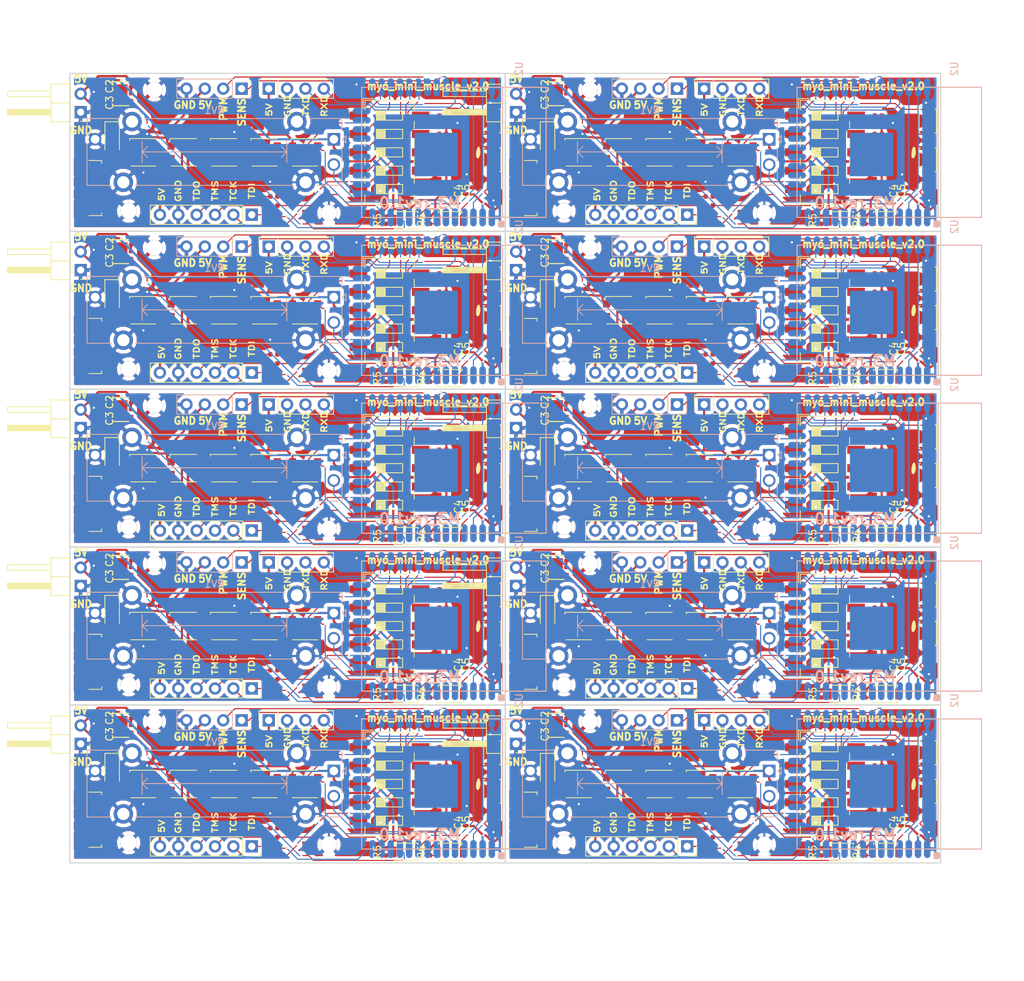
<source format=kicad_pcb>
(kicad_pcb (version 20171130) (host pcbnew 5.0.2-bee76a0~70~ubuntu18.04.1)
  (layers (0 F.Cu signal) (31 B.Cu signal) (34 B.Paste user) (35 F.Paste user) (36 B.SilkS user) (37 F.SilkS user) (38 B.Mask user) (39 F.Mask user) (44 Edge.Cuts user))
  (net 0 "")
  (net 1 GND)
  (net 2 3.3V)
  (net 3 VDD5V)
  (net 4 "Net-(D2-Pad2)")
  (net 5 "Net-(RV1-Pad2)")
  (net 6 NEOPX)
  (net 7 "Net-(J1-Pad3)")
  (net 8 "Net-(J1-Pad2)")
  (net 9 "Net-(J1-Pad4)")
  (net 10 TXD)
  (net 11 RXD)
  (net 12 ID0)
  (net 13 ID1)
  (net 14 ID2)
  (net 15 ID3)
  (net 16 "Net-(C1-Pad2)")
  (net 17 "Net-(D1-Pad4)")
  (net 18 "Net-(D3-Pad4)")
  (net 19 "Net-(D4-Pad4)")
  (net 20 "Net-(D5-Pad4)")
  (net 21 "Net-(D6-Pad4)")
  (net 22 MOTOR_SENSE)
  (net 23 MOTOR)
  (net 24 "Net-(R1-Pad1)")
  (net 25 MTDI)
  (net 26 MTCK)
  (net 27 "Net-(R2-Pad1)")
  (net 28 "Net-(R3-Pad1)")
  (net 29 MTMS)
  (net 30 MTDO)
  (net 31 "Net-(R4-Pad1)")
  (net 32 "Net-(R5-Pad1)")
  (net 33 "Net-(R6-Pad1)")
  (net 34 "Net-(R7-Pad2)")
  (net 35 "Net-(R8-Pad2)")
  (net 36 "Net-(R9-Pad2)")
  (net 37 "Net-(R11-Pad2)")
  (net 38 "Net-(R12-Pad2)")
  (net 39 "Net-(SW2-Pad2)")
  (net 40 "Net-(SW3-Pad2)")
  (net 41 "Net-(SW4-Pad2)")
  (net 42 ID4)
  (net 43 "Net-(U2-Pad32)")
  (net 44 "Net-(U2-Pad24)")
  (net 45 "Net-(U2-Pad22)")
  (net 46 "Net-(U2-Pad21)")
  (net 47 "Net-(U2-Pad20)")
  (net 48 "Net-(U2-Pad19)")
  (net 49 "Net-(U2-Pad18)")
  (net 50 "Net-(U2-Pad17)")
  (net 51 "Net-(U2-Pad12)")
  (net 52 PWRGOOD)
  (net 53 "Net-(U2-Pad9)")
  (net 54 "Net-(U2-Pad8)")
  (net 55 "Net-(U2-Pad7)")
  (net 56 "Net-(U2-Pad6)")
  (net 57 "Net-(U2-Pad4)")
  (module Diodes_SMD:D_SOD-123F (layer F.Cu) (at 142.9258 131.6228 270)
    (fp_text reference D2 hide)
    (fp_text value D_Schottky)
    (pad 1 smd rect (at -1.4 0 270) (size 1.1 1.1) (layers F.Cu F.Paste F.Mask) (net 3 VDD5V))
    (pad 2 smd rect (at 1.4 0 270) (size 1.1 1.1) (layers F.Cu F.Paste F.Mask) (net 4 "Net-(D2-Pad2)"))
  )
  (module Diodes_SMD:D_SOD-123F (layer F.Cu) (at 82.7278 131.6228 270)
    (fp_text reference D2 hide)
    (fp_text value D_Schottky)
    (pad 1 smd rect (at -1.4 0 270) (size 1.1 1.1) (layers F.Cu F.Paste F.Mask) (net 3 VDD5V))
    (pad 2 smd rect (at 1.4 0 270) (size 1.1 1.1) (layers F.Cu F.Paste F.Mask) (net 4 "Net-(D2-Pad2)"))
  )
  (module Diodes_SMD:D_SOD-123F (layer F.Cu) (at 142.9258 109.7788 270)
    (fp_text reference D2 hide)
    (fp_text value D_Schottky)
    (pad 1 smd rect (at -1.4 0 270) (size 1.1 1.1) (layers F.Cu F.Paste F.Mask) (net 3 VDD5V))
    (pad 2 smd rect (at 1.4 0 270) (size 1.1 1.1) (layers F.Cu F.Paste F.Mask) (net 4 "Net-(D2-Pad2)"))
  )
  (module Diodes_SMD:D_SOD-123F (layer F.Cu) (at 82.7278 109.7788 270)
    (fp_text reference D2 hide)
    (fp_text value D_Schottky)
    (pad 1 smd rect (at -1.4 0 270) (size 1.1 1.1) (layers F.Cu F.Paste F.Mask) (net 3 VDD5V))
    (pad 2 smd rect (at 1.4 0 270) (size 1.1 1.1) (layers F.Cu F.Paste F.Mask) (net 4 "Net-(D2-Pad2)"))
  )
  (module Diodes_SMD:D_SOD-123F (layer F.Cu) (at 142.9258 87.9348 270)
    (fp_text reference D2 hide)
    (fp_text value D_Schottky)
    (pad 1 smd rect (at -1.4 0 270) (size 1.1 1.1) (layers F.Cu F.Paste F.Mask) (net 3 VDD5V))
    (pad 2 smd rect (at 1.4 0 270) (size 1.1 1.1) (layers F.Cu F.Paste F.Mask) (net 4 "Net-(D2-Pad2)"))
  )
  (module Diodes_SMD:D_SOD-123F (layer F.Cu) (at 82.7278 87.9348 270)
    (fp_text reference D2 hide)
    (fp_text value D_Schottky)
    (pad 1 smd rect (at -1.4 0 270) (size 1.1 1.1) (layers F.Cu F.Paste F.Mask) (net 3 VDD5V))
    (pad 2 smd rect (at 1.4 0 270) (size 1.1 1.1) (layers F.Cu F.Paste F.Mask) (net 4 "Net-(D2-Pad2)"))
  )
  (module Diodes_SMD:D_SOD-123F (layer F.Cu) (at 142.9258 66.0908 270)
    (fp_text reference D2 hide)
    (fp_text value D_Schottky)
    (pad 1 smd rect (at -1.4 0 270) (size 1.1 1.1) (layers F.Cu F.Paste F.Mask) (net 3 VDD5V))
    (pad 2 smd rect (at 1.4 0 270) (size 1.1 1.1) (layers F.Cu F.Paste F.Mask) (net 4 "Net-(D2-Pad2)"))
  )
  (module Diodes_SMD:D_SOD-123F (layer F.Cu) (at 82.7278 66.0908 270)
    (fp_text reference D2 hide)
    (fp_text value D_Schottky)
    (pad 1 smd rect (at -1.4 0 270) (size 1.1 1.1) (layers F.Cu F.Paste F.Mask) (net 3 VDD5V))
    (pad 2 smd rect (at 1.4 0 270) (size 1.1 1.1) (layers F.Cu F.Paste F.Mask) (net 4 "Net-(D2-Pad2)"))
  )
  (module Diodes_SMD:D_SOD-123F (layer F.Cu) (at 142.9258 44.2468 270)
    (fp_text reference D2 hide)
    (fp_text value D_Schottky)
    (pad 1 smd rect (at -1.4 0 270) (size 1.1 1.1) (layers F.Cu F.Paste F.Mask) (net 3 VDD5V))
    (pad 2 smd rect (at 1.4 0 270) (size 1.1 1.1) (layers F.Cu F.Paste F.Mask) (net 4 "Net-(D2-Pad2)"))
  )
  (module Capacitor_SMD:C_0402_1005Metric (layer F.Cu) (at 141.4018 126.7968 270)
    (fp_text reference C3 (at 0 -1.17 270) (layer F.SilkS))
    (fp_text value 10uF)
    (pad 2 smd roundrect (at 0.485 0 270) (size 0.59 0.64) (layers F.Cu F.Paste F.Mask) (net 3 VDD5V))
    (pad 1 smd roundrect (at -0.485 0 270) (size 0.59 0.64) (layers F.Cu F.Paste F.Mask) (net 1 GND))
  )
  (module Capacitor_SMD:C_0402_1005Metric (layer F.Cu) (at 81.2038 126.7968 270)
    (fp_text reference C3 (at 0 -1.17 270) (layer F.SilkS))
    (fp_text value 10uF)
    (pad 2 smd roundrect (at 0.485 0 270) (size 0.59 0.64) (layers F.Cu F.Paste F.Mask) (net 3 VDD5V))
    (pad 1 smd roundrect (at -0.485 0 270) (size 0.59 0.64) (layers F.Cu F.Paste F.Mask) (net 1 GND))
  )
  (module Capacitor_SMD:C_0402_1005Metric (layer F.Cu) (at 141.4018 104.9528 270)
    (fp_text reference C3 (at 0 -1.17 270) (layer F.SilkS))
    (fp_text value 10uF)
    (pad 2 smd roundrect (at 0.485 0 270) (size 0.59 0.64) (layers F.Cu F.Paste F.Mask) (net 3 VDD5V))
    (pad 1 smd roundrect (at -0.485 0 270) (size 0.59 0.64) (layers F.Cu F.Paste F.Mask) (net 1 GND))
  )
  (module Capacitor_SMD:C_0402_1005Metric (layer F.Cu) (at 81.2038 104.9528 270)
    (fp_text reference C3 (at 0 -1.17 270) (layer F.SilkS))
    (fp_text value 10uF)
    (pad 2 smd roundrect (at 0.485 0 270) (size 0.59 0.64) (layers F.Cu F.Paste F.Mask) (net 3 VDD5V))
    (pad 1 smd roundrect (at -0.485 0 270) (size 0.59 0.64) (layers F.Cu F.Paste F.Mask) (net 1 GND))
  )
  (module Capacitor_SMD:C_0402_1005Metric (layer F.Cu) (at 141.4018 83.1088 270)
    (fp_text reference C3 (at 0 -1.17 270) (layer F.SilkS))
    (fp_text value 10uF)
    (pad 2 smd roundrect (at 0.485 0 270) (size 0.59 0.64) (layers F.Cu F.Paste F.Mask) (net 3 VDD5V))
    (pad 1 smd roundrect (at -0.485 0 270) (size 0.59 0.64) (layers F.Cu F.Paste F.Mask) (net 1 GND))
  )
  (module Capacitor_SMD:C_0402_1005Metric (layer F.Cu) (at 81.2038 83.1088 270)
    (fp_text reference C3 (at 0 -1.17 270) (layer F.SilkS))
    (fp_text value 10uF)
    (pad 2 smd roundrect (at 0.485 0 270) (size 0.59 0.64) (layers F.Cu F.Paste F.Mask) (net 3 VDD5V))
    (pad 1 smd roundrect (at -0.485 0 270) (size 0.59 0.64) (layers F.Cu F.Paste F.Mask) (net 1 GND))
  )
  (module Capacitor_SMD:C_0402_1005Metric (layer F.Cu) (at 141.4018 61.2648 270)
    (fp_text reference C3 (at 0 -1.17 270) (layer F.SilkS))
    (fp_text value 10uF)
    (pad 2 smd roundrect (at 0.485 0 270) (size 0.59 0.64) (layers F.Cu F.Paste F.Mask) (net 3 VDD5V))
    (pad 1 smd roundrect (at -0.485 0 270) (size 0.59 0.64) (layers F.Cu F.Paste F.Mask) (net 1 GND))
  )
  (module Capacitor_SMD:C_0402_1005Metric (layer F.Cu) (at 81.2038 61.2648 270)
    (fp_text reference C3 (at 0 -1.17 270) (layer F.SilkS))
    (fp_text value 10uF)
    (pad 2 smd roundrect (at 0.485 0 270) (size 0.59 0.64) (layers F.Cu F.Paste F.Mask) (net 3 VDD5V))
    (pad 1 smd roundrect (at -0.485 0 270) (size 0.59 0.64) (layers F.Cu F.Paste F.Mask) (net 1 GND))
  )
  (module Capacitor_SMD:C_0402_1005Metric (layer F.Cu) (at 141.4018 39.4208 270)
    (fp_text reference C3 (at 0 -1.17 270) (layer F.SilkS))
    (fp_text value 10uF)
    (pad 2 smd roundrect (at 0.485 0 270) (size 0.59 0.64) (layers F.Cu F.Paste F.Mask) (net 3 VDD5V))
    (pad 1 smd roundrect (at -0.485 0 270) (size 0.59 0.64) (layers F.Cu F.Paste F.Mask) (net 1 GND))
  )
  (module custom_lib:LED_WS2812B-PLCC4_3.5x3.5 (layer F.Cu) (at 164.0078 133.6548 180)
    (fp_text reference D3 hide)
    (fp_text value SK6812)
    (pad 3 smd rect (at 1.75 0.875 180) (size 1 1) (layers F.Cu F.Paste F.Mask) (net 3 VDD5V))
    (pad 4 smd rect (at 1.75 -0.875 180) (size 1 1) (layers F.Cu F.Paste F.Mask) (net 18 "Net-(D3-Pad4)"))
    (pad 2 smd rect (at -1.75 0.875 180) (size 1 1) (layers F.Cu F.Paste F.Mask) (net 17 "Net-(D1-Pad4)"))
    (pad 1 smd rect (at -1.75 -0.875 180) (size 1 1) (layers F.Cu F.Paste F.Mask) (net 1 GND))
  )
  (module custom_lib:LED_WS2812B-PLCC4_3.5x3.5 (layer F.Cu) (at 103.8098 133.6548 180)
    (fp_text reference D3 hide)
    (fp_text value SK6812)
    (pad 3 smd rect (at 1.75 0.875 180) (size 1 1) (layers F.Cu F.Paste F.Mask) (net 3 VDD5V))
    (pad 4 smd rect (at 1.75 -0.875 180) (size 1 1) (layers F.Cu F.Paste F.Mask) (net 18 "Net-(D3-Pad4)"))
    (pad 2 smd rect (at -1.75 0.875 180) (size 1 1) (layers F.Cu F.Paste F.Mask) (net 17 "Net-(D1-Pad4)"))
    (pad 1 smd rect (at -1.75 -0.875 180) (size 1 1) (layers F.Cu F.Paste F.Mask) (net 1 GND))
  )
  (module custom_lib:LED_WS2812B-PLCC4_3.5x3.5 (layer F.Cu) (at 164.0078 111.8108 180)
    (fp_text reference D3 hide)
    (fp_text value SK6812)
    (pad 3 smd rect (at 1.75 0.875 180) (size 1 1) (layers F.Cu F.Paste F.Mask) (net 3 VDD5V))
    (pad 4 smd rect (at 1.75 -0.875 180) (size 1 1) (layers F.Cu F.Paste F.Mask) (net 18 "Net-(D3-Pad4)"))
    (pad 2 smd rect (at -1.75 0.875 180) (size 1 1) (layers F.Cu F.Paste F.Mask) (net 17 "Net-(D1-Pad4)"))
    (pad 1 smd rect (at -1.75 -0.875 180) (size 1 1) (layers F.Cu F.Paste F.Mask) (net 1 GND))
  )
  (module custom_lib:LED_WS2812B-PLCC4_3.5x3.5 (layer F.Cu) (at 103.8098 111.8108 180)
    (fp_text reference D3 hide)
    (fp_text value SK6812)
    (pad 3 smd rect (at 1.75 0.875 180) (size 1 1) (layers F.Cu F.Paste F.Mask) (net 3 VDD5V))
    (pad 4 smd rect (at 1.75 -0.875 180) (size 1 1) (layers F.Cu F.Paste F.Mask) (net 18 "Net-(D3-Pad4)"))
    (pad 2 smd rect (at -1.75 0.875 180) (size 1 1) (layers F.Cu F.Paste F.Mask) (net 17 "Net-(D1-Pad4)"))
    (pad 1 smd rect (at -1.75 -0.875 180) (size 1 1) (layers F.Cu F.Paste F.Mask) (net 1 GND))
  )
  (module custom_lib:LED_WS2812B-PLCC4_3.5x3.5 (layer F.Cu) (at 164.0078 89.9668 180)
    (fp_text reference D3 hide)
    (fp_text value SK6812)
    (pad 3 smd rect (at 1.75 0.875 180) (size 1 1) (layers F.Cu F.Paste F.Mask) (net 3 VDD5V))
    (pad 4 smd rect (at 1.75 -0.875 180) (size 1 1) (layers F.Cu F.Paste F.Mask) (net 18 "Net-(D3-Pad4)"))
    (pad 2 smd rect (at -1.75 0.875 180) (size 1 1) (layers F.Cu F.Paste F.Mask) (net 17 "Net-(D1-Pad4)"))
    (pad 1 smd rect (at -1.75 -0.875 180) (size 1 1) (layers F.Cu F.Paste F.Mask) (net 1 GND))
  )
  (module custom_lib:LED_WS2812B-PLCC4_3.5x3.5 (layer F.Cu) (at 103.8098 89.9668 180)
    (fp_text reference D3 hide)
    (fp_text value SK6812)
    (pad 3 smd rect (at 1.75 0.875 180) (size 1 1) (layers F.Cu F.Paste F.Mask) (net 3 VDD5V))
    (pad 4 smd rect (at 1.75 -0.875 180) (size 1 1) (layers F.Cu F.Paste F.Mask) (net 18 "Net-(D3-Pad4)"))
    (pad 2 smd rect (at -1.75 0.875 180) (size 1 1) (layers F.Cu F.Paste F.Mask) (net 17 "Net-(D1-Pad4)"))
    (pad 1 smd rect (at -1.75 -0.875 180) (size 1 1) (layers F.Cu F.Paste F.Mask) (net 1 GND))
  )
  (module custom_lib:LED_WS2812B-PLCC4_3.5x3.5 (layer F.Cu) (at 164.0078 68.1228 180)
    (fp_text reference D3 hide)
    (fp_text value SK6812)
    (pad 3 smd rect (at 1.75 0.875 180) (size 1 1) (layers F.Cu F.Paste F.Mask) (net 3 VDD5V))
    (pad 4 smd rect (at 1.75 -0.875 180) (size 1 1) (layers F.Cu F.Paste F.Mask) (net 18 "Net-(D3-Pad4)"))
    (pad 2 smd rect (at -1.75 0.875 180) (size 1 1) (layers F.Cu F.Paste F.Mask) (net 17 "Net-(D1-Pad4)"))
    (pad 1 smd rect (at -1.75 -0.875 180) (size 1 1) (layers F.Cu F.Paste F.Mask) (net 1 GND))
  )
  (module custom_lib:LED_WS2812B-PLCC4_3.5x3.5 (layer F.Cu) (at 103.8098 68.1228 180)
    (fp_text reference D3 hide)
    (fp_text value SK6812)
    (pad 3 smd rect (at 1.75 0.875 180) (size 1 1) (layers F.Cu F.Paste F.Mask) (net 3 VDD5V))
    (pad 4 smd rect (at 1.75 -0.875 180) (size 1 1) (layers F.Cu F.Paste F.Mask) (net 18 "Net-(D3-Pad4)"))
    (pad 2 smd rect (at -1.75 0.875 180) (size 1 1) (layers F.Cu F.Paste F.Mask) (net 17 "Net-(D1-Pad4)"))
    (pad 1 smd rect (at -1.75 -0.875 180) (size 1 1) (layers F.Cu F.Paste F.Mask) (net 1 GND))
  )
  (module custom_lib:LED_WS2812B-PLCC4_3.5x3.5 (layer F.Cu) (at 164.0078 46.2788 180)
    (fp_text reference D3 hide)
    (fp_text value SK6812)
    (pad 3 smd rect (at 1.75 0.875 180) (size 1 1) (layers F.Cu F.Paste F.Mask) (net 3 VDD5V))
    (pad 4 smd rect (at 1.75 -0.875 180) (size 1 1) (layers F.Cu F.Paste F.Mask) (net 18 "Net-(D3-Pad4)"))
    (pad 2 smd rect (at -1.75 0.875 180) (size 1 1) (layers F.Cu F.Paste F.Mask) (net 17 "Net-(D1-Pad4)"))
    (pad 1 smd rect (at -1.75 -0.875 180) (size 1 1) (layers F.Cu F.Paste F.Mask) (net 1 GND))
  )
  (module custom_lib:LED_WS2812B-PLCC4_3.5x3.5 (layer F.Cu) (at 158.4198 133.6548 180)
    (fp_text reference D4 hide)
    (fp_text value SK6812)
    (pad 1 smd rect (at -1.75 -0.875 180) (size 1 1) (layers F.Cu F.Paste F.Mask) (net 1 GND))
    (pad 2 smd rect (at -1.75 0.875 180) (size 1 1) (layers F.Cu F.Paste F.Mask) (net 18 "Net-(D3-Pad4)"))
    (pad 4 smd rect (at 1.75 -0.875 180) (size 1 1) (layers F.Cu F.Paste F.Mask) (net 19 "Net-(D4-Pad4)"))
    (pad 3 smd rect (at 1.75 0.875 180) (size 1 1) (layers F.Cu F.Paste F.Mask) (net 3 VDD5V))
  )
  (module custom_lib:LED_WS2812B-PLCC4_3.5x3.5 (layer F.Cu) (at 98.2218 133.6548 180)
    (fp_text reference D4 hide)
    (fp_text value SK6812)
    (pad 1 smd rect (at -1.75 -0.875 180) (size 1 1) (layers F.Cu F.Paste F.Mask) (net 1 GND))
    (pad 2 smd rect (at -1.75 0.875 180) (size 1 1) (layers F.Cu F.Paste F.Mask) (net 18 "Net-(D3-Pad4)"))
    (pad 4 smd rect (at 1.75 -0.875 180) (size 1 1) (layers F.Cu F.Paste F.Mask) (net 19 "Net-(D4-Pad4)"))
    (pad 3 smd rect (at 1.75 0.875 180) (size 1 1) (layers F.Cu F.Paste F.Mask) (net 3 VDD5V))
  )
  (module custom_lib:LED_WS2812B-PLCC4_3.5x3.5 (layer F.Cu) (at 158.4198 111.8108 180)
    (fp_text reference D4 hide)
    (fp_text value SK6812)
    (pad 1 smd rect (at -1.75 -0.875 180) (size 1 1) (layers F.Cu F.Paste F.Mask) (net 1 GND))
    (pad 2 smd rect (at -1.75 0.875 180) (size 1 1) (layers F.Cu F.Paste F.Mask) (net 18 "Net-(D3-Pad4)"))
    (pad 4 smd rect (at 1.75 -0.875 180) (size 1 1) (layers F.Cu F.Paste F.Mask) (net 19 "Net-(D4-Pad4)"))
    (pad 3 smd rect (at 1.75 0.875 180) (size 1 1) (layers F.Cu F.Paste F.Mask) (net 3 VDD5V))
  )
  (module custom_lib:LED_WS2812B-PLCC4_3.5x3.5 (layer F.Cu) (at 98.2218 111.8108 180)
    (fp_text reference D4 hide)
    (fp_text value SK6812)
    (pad 1 smd rect (at -1.75 -0.875 180) (size 1 1) (layers F.Cu F.Paste F.Mask) (net 1 GND))
    (pad 2 smd rect (at -1.75 0.875 180) (size 1 1) (layers F.Cu F.Paste F.Mask) (net 18 "Net-(D3-Pad4)"))
    (pad 4 smd rect (at 1.75 -0.875 180) (size 1 1) (layers F.Cu F.Paste F.Mask) (net 19 "Net-(D4-Pad4)"))
    (pad 3 smd rect (at 1.75 0.875 180) (size 1 1) (layers F.Cu F.Paste F.Mask) (net 3 VDD5V))
  )
  (module custom_lib:LED_WS2812B-PLCC4_3.5x3.5 (layer F.Cu) (at 158.4198 89.9668 180)
    (fp_text reference D4 hide)
    (fp_text value SK6812)
    (pad 1 smd rect (at -1.75 -0.875 180) (size 1 1) (layers F.Cu F.Paste F.Mask) (net 1 GND))
    (pad 2 smd rect (at -1.75 0.875 180) (size 1 1) (layers F.Cu F.Paste F.Mask) (net 18 "Net-(D3-Pad4)"))
    (pad 4 smd rect (at 1.75 -0.875 180) (size 1 1) (layers F.Cu F.Paste F.Mask) (net 19 "Net-(D4-Pad4)"))
    (pad 3 smd rect (at 1.75 0.875 180) (size 1 1) (layers F.Cu F.Paste F.Mask) (net 3 VDD5V))
  )
  (module custom_lib:LED_WS2812B-PLCC4_3.5x3.5 (layer F.Cu) (at 98.2218 89.9668 180)
    (fp_text reference D4 hide)
    (fp_text value SK6812)
    (pad 1 smd rect (at -1.75 -0.875 180) (size 1 1) (layers F.Cu F.Paste F.Mask) (net 1 GND))
    (pad 2 smd rect (at -1.75 0.875 180) (size 1 1) (layers F.Cu F.Paste F.Mask) (net 18 "Net-(D3-Pad4)"))
    (pad 4 smd rect (at 1.75 -0.875 180) (size 1 1) (layers F.Cu F.Paste F.Mask) (net 19 "Net-(D4-Pad4)"))
    (pad 3 smd rect (at 1.75 0.875 180) (size 1 1) (layers F.Cu F.Paste F.Mask) (net 3 VDD5V))
  )
  (module custom_lib:LED_WS2812B-PLCC4_3.5x3.5 (layer F.Cu) (at 158.4198 68.1228 180)
    (fp_text reference D4 hide)
    (fp_text value SK6812)
    (pad 1 smd rect (at -1.75 -0.875 180) (size 1 1) (layers F.Cu F.Paste F.Mask) (net 1 GND))
    (pad 2 smd rect (at -1.75 0.875 180) (size 1 1) (layers F.Cu F.Paste F.Mask) (net 18 "Net-(D3-Pad4)"))
    (pad 4 smd rect (at 1.75 -0.875 180) (size 1 1) (layers F.Cu F.Paste F.Mask) (net 19 "Net-(D4-Pad4)"))
    (pad 3 smd rect (at 1.75 0.875 180) (size 1 1) (layers F.Cu F.Paste F.Mask) (net 3 VDD5V))
  )
  (module custom_lib:LED_WS2812B-PLCC4_3.5x3.5 (layer F.Cu) (at 98.2218 68.1228 180)
    (fp_text reference D4 hide)
    (fp_text value SK6812)
    (pad 1 smd rect (at -1.75 -0.875 180) (size 1 1) (layers F.Cu F.Paste F.Mask) (net 1 GND))
    (pad 2 smd rect (at -1.75 0.875 180) (size 1 1) (layers F.Cu F.Paste F.Mask) (net 18 "Net-(D3-Pad4)"))
    (pad 4 smd rect (at 1.75 -0.875 180) (size 1 1) (layers F.Cu F.Paste F.Mask) (net 19 "Net-(D4-Pad4)"))
    (pad 3 smd rect (at 1.75 0.875 180) (size 1 1) (layers F.Cu F.Paste F.Mask) (net 3 VDD5V))
  )
  (module custom_lib:LED_WS2812B-PLCC4_3.5x3.5 (layer F.Cu) (at 158.4198 46.2788 180)
    (fp_text reference D4 hide)
    (fp_text value SK6812)
    (pad 1 smd rect (at -1.75 -0.875 180) (size 1 1) (layers F.Cu F.Paste F.Mask) (net 1 GND))
    (pad 2 smd rect (at -1.75 0.875 180) (size 1 1) (layers F.Cu F.Paste F.Mask) (net 18 "Net-(D3-Pad4)"))
    (pad 4 smd rect (at 1.75 -0.875 180) (size 1 1) (layers F.Cu F.Paste F.Mask) (net 19 "Net-(D4-Pad4)"))
    (pad 3 smd rect (at 1.75 0.875 180) (size 1 1) (layers F.Cu F.Paste F.Mask) (net 3 VDD5V))
  )
  (module custom_lib:ESP32-WROOM-32-Espressif-Symbol-Kicad-62379 (layer B.Cu) (at 190.1698 133.6548 270)
    (fp_text reference U2 (at -11.557 -9.017 270) (layer B.SilkS) (effects (justify mirror)))
    (fp_text value ESP32-WROOM-32)
    (pad 39 smd rect (at 0.3 2.45 270) (size 6 6) (layers B.Cu B.Paste B.Mask))
    (pad 1 smd oval (at 9 -5.25 270) (size 2.5 0.9) (layers B.Cu B.Paste B.Mask) (net 1 GND))
    (pad 2 smd oval (at 9 -3.98 270) (size 2.5 0.9) (layers B.Cu B.Paste B.Mask) (net 2 3.3V))
    (pad 3 smd oval (at 9 -2.71 270) (size 2.5 0.9) (layers B.Cu B.Paste B.Mask) (net 16 "Net-(C1-Pad2)"))
    (pad 4 smd oval (at 9 -1.44 270) (size 2.5 0.9) (layers B.Cu B.Paste B.Mask) (net 57 "Net-(U2-Pad4)"))
    (pad 5 smd oval (at 9 -0.17 270) (size 2.5 0.9) (layers B.Cu B.Paste B.Mask) (net 5 "Net-(RV1-Pad2)"))
    (pad 6 smd oval (at 9 1.1 270) (size 2.5 0.9) (layers B.Cu B.Paste B.Mask) (net 56 "Net-(U2-Pad6)"))
    (pad 7 smd oval (at 9 2.37 270) (size 2.5 0.9) (layers B.Cu B.Paste B.Mask) (net 55 "Net-(U2-Pad7)"))
    (pad 8 smd oval (at 9 3.64 270) (size 2.5 0.9) (layers B.Cu B.Paste B.Mask) (net 54 "Net-(U2-Pad8)"))
    (pad 9 smd oval (at 9 4.91 270) (size 2.5 0.9) (layers B.Cu B.Paste B.Mask) (net 53 "Net-(U2-Pad9)"))
    (pad 10 smd oval (at 9 6.18 270) (size 2.5 0.9) (layers B.Cu B.Paste B.Mask) (net 6 NEOPX))
    (pad 11 smd oval (at 9 7.45 270) (size 2.5 0.9) (layers B.Cu B.Paste B.Mask) (net 52 PWRGOOD))
    (pad 12 smd oval (at 9 8.72 270) (size 2.5 0.9) (layers B.Cu B.Paste B.Mask) (net 51 "Net-(U2-Pad12)"))
    (pad 13 smd oval (at 9 9.99 270) (size 2.5 0.9) (layers B.Cu B.Paste B.Mask) (net 28 "Net-(R3-Pad1)"))
    (pad 14 smd oval (at 9 11.26 270) (size 2.5 0.9) (layers B.Cu B.Paste B.Mask) (net 24 "Net-(R1-Pad1)"))
    (pad 15 smd oval (at 5.715 12.75 270) (size 0.9 2.5) (layers B.Cu B.Paste B.Mask) (net 1 GND))
    (pad 16 smd oval (at 4.445 12.75 270) (size 0.9 2.5) (layers B.Cu B.Paste B.Mask) (net 27 "Net-(R2-Pad1)"))
    (pad 17 smd oval (at 3.175 12.75 270) (size 0.9 2.5) (layers B.Cu B.Paste B.Mask) (net 50 "Net-(U2-Pad17)"))
    (pad 18 smd oval (at 1.905 12.75 270) (size 0.9 2.5) (layers B.Cu B.Paste B.Mask) (net 49 "Net-(U2-Pad18)"))
    (pad 19 smd oval (at 0.635 12.75 270) (size 0.9 2.5) (layers B.Cu B.Paste B.Mask) (net 48 "Net-(U2-Pad19)"))
    (pad 20 smd oval (at -0.635 12.75 270) (size 0.9 2.5) (layers B.Cu B.Paste B.Mask) (net 47 "Net-(U2-Pad20)"))
    (pad 21 smd oval (at -1.905 12.75 270) (size 0.9 2.5) (layers B.Cu B.Paste B.Mask) (net 46 "Net-(U2-Pad21)"))
    (pad 22 smd oval (at -3.175 12.75 270) (size 0.9 2.5) (layers B.Cu B.Paste B.Mask) (net 45 "Net-(U2-Pad22)"))
    (pad 23 smd oval (at -4.445 12.75 270) (size 0.9 2.5) (layers B.Cu B.Paste B.Mask) (net 31 "Net-(R4-Pad1)"))
    (pad 24 smd oval (at -5.715 12.75 270) (size 0.9 2.5) (layers B.Cu B.Paste B.Mask) (net 44 "Net-(U2-Pad24)"))
    (pad 25 smd oval (at -9 11.26 270) (size 2.5 0.9) (layers B.Cu B.Paste B.Mask) (net 39 "Net-(SW2-Pad2)"))
    (pad 26 smd oval (at -9 9.99 270) (size 2.5 0.9) (layers B.Cu B.Paste B.Mask) (net 12 ID0))
    (pad 27 smd oval (at -9 8.72 270) (size 2.5 0.9) (layers B.Cu B.Paste B.Mask) (net 13 ID1))
    (pad 28 smd oval (at -9 7.45 270) (size 2.5 0.9) (layers B.Cu B.Paste B.Mask) (net 14 ID2))
    (pad 29 smd oval (at -9 6.18 270) (size 2.5 0.9) (layers B.Cu B.Paste B.Mask) (net 15 ID3))
    (pad 30 smd oval (at -9 4.91 270) (size 2.5 0.9) (layers B.Cu B.Paste B.Mask) (net 42 ID4))
    (pad 31 smd oval (at -9 3.64 270) (size 2.5 0.9) (layers B.Cu B.Paste B.Mask) (net 23 MOTOR))
    (pad 32 smd oval (at -9 2.37 270) (size 2.5 0.9) (layers B.Cu B.Paste B.Mask) (net 43 "Net-(U2-Pad32)"))
    (pad 33 smd oval (at -9 1.1 270) (size 2.5 0.9) (layers B.Cu B.Paste B.Mask) (net 22 MOTOR_SENSE))
    (pad 34 smd oval (at -9 -0.17 270) (size 2.5 0.9) (layers B.Cu B.Paste B.Mask) (net 11 RXD))
    (pad 35 smd oval (at -9 -1.44 270) (size 2.5 0.9) (layers B.Cu B.Paste B.Mask) (net 10 TXD))
    (pad 36 smd oval (at -9 -2.71 270) (size 2.5 0.9) (layers B.Cu B.Paste B.Mask) (net 40 "Net-(SW3-Pad2)"))
    (pad 37 smd oval (at -9 -3.98 270) (size 2.5 0.9) (layers B.Cu B.Paste B.Mask) (net 41 "Net-(SW4-Pad2)"))
    (pad 38 smd oval (at -9 -5.25 270) (size 2.5 0.9) (layers B.Cu B.Paste B.Mask) (net 1 GND))
  )
  (module custom_lib:ESP32-WROOM-32-Espressif-Symbol-Kicad-62379 (layer B.Cu) (at 129.9718 133.6548 270)
    (fp_text reference U2 (at -11.557 -9.017 270) (layer B.SilkS) (effects (justify mirror)))
    (fp_text value ESP32-WROOM-32)
    (pad 39 smd rect (at 0.3 2.45 270) (size 6 6) (layers B.Cu B.Paste B.Mask))
    (pad 1 smd oval (at 9 -5.25 270) (size 2.5 0.9) (layers B.Cu B.Paste B.Mask) (net 1 GND))
    (pad 2 smd oval (at 9 -3.98 270) (size 2.5 0.9) (layers B.Cu B.Paste B.Mask) (net 2 3.3V))
    (pad 3 smd oval (at 9 -2.71 270) (size 2.5 0.9) (layers B.Cu B.Paste B.Mask) (net 16 "Net-(C1-Pad2)"))
    (pad 4 smd oval (at 9 -1.44 270) (size 2.5 0.9) (layers B.Cu B.Paste B.Mask) (net 57 "Net-(U2-Pad4)"))
    (pad 5 smd oval (at 9 -0.17 270) (size 2.5 0.9) (layers B.Cu B.Paste B.Mask) (net 5 "Net-(RV1-Pad2)"))
    (pad 6 smd oval (at 9 1.1 270) (size 2.5 0.9) (layers B.Cu B.Paste B.Mask) (net 56 "Net-(U2-Pad6)"))
    (pad 7 smd oval (at 9 2.37 270) (size 2.5 0.9) (layers B.Cu B.Paste B.Mask) (net 55 "Net-(U2-Pad7)"))
    (pad 8 smd oval (at 9 3.64 270) (size 2.5 0.9) (layers B.Cu B.Paste B.Mask) (net 54 "Net-(U2-Pad8)"))
    (pad 9 smd oval (at 9 4.91 270) (size 2.5 0.9) (layers B.Cu B.Paste B.Mask) (net 53 "Net-(U2-Pad9)"))
    (pad 10 smd oval (at 9 6.18 270) (size 2.5 0.9) (layers B.Cu B.Paste B.Mask) (net 6 NEOPX))
    (pad 11 smd oval (at 9 7.45 270) (size 2.5 0.9) (layers B.Cu B.Paste B.Mask) (net 52 PWRGOOD))
    (pad 12 smd oval (at 9 8.72 270) (size 2.5 0.9) (layers B.Cu B.Paste B.Mask) (net 51 "Net-(U2-Pad12)"))
    (pad 13 smd oval (at 9 9.99 270) (size 2.5 0.9) (layers B.Cu B.Paste B.Mask) (net 28 "Net-(R3-Pad1)"))
    (pad 14 smd oval (at 9 11.26 270) (size 2.5 0.9) (layers B.Cu B.Paste B.Mask) (net 24 "Net-(R1-Pad1)"))
    (pad 15 smd oval (at 5.715 12.75 270) (size 0.9 2.5) (layers B.Cu B.Paste B.Mask) (net 1 GND))
    (pad 16 smd oval (at 4.445 12.75 270) (size 0.9 2.5) (layers B.Cu B.Paste B.Mask) (net 27 "Net-(R2-Pad1)"))
    (pad 17 smd oval (at 3.175 12.75 270) (size 0.9 2.5) (layers B.Cu B.Paste B.Mask) (net 50 "Net-(U2-Pad17)"))
    (pad 18 smd oval (at 1.905 12.75 270) (size 0.9 2.5) (layers B.Cu B.Paste B.Mask) (net 49 "Net-(U2-Pad18)"))
    (pad 19 smd oval (at 0.635 12.75 270) (size 0.9 2.5) (layers B.Cu B.Paste B.Mask) (net 48 "Net-(U2-Pad19)"))
    (pad 20 smd oval (at -0.635 12.75 270) (size 0.9 2.5) (layers B.Cu B.Paste B.Mask) (net 47 "Net-(U2-Pad20)"))
    (pad 21 smd oval (at -1.905 12.75 270) (size 0.9 2.5) (layers B.Cu B.Paste B.Mask) (net 46 "Net-(U2-Pad21)"))
    (pad 22 smd oval (at -3.175 12.75 270) (size 0.9 2.5) (layers B.Cu B.Paste B.Mask) (net 45 "Net-(U2-Pad22)"))
    (pad 23 smd oval (at -4.445 12.75 270) (size 0.9 2.5) (layers B.Cu B.Paste B.Mask) (net 31 "Net-(R4-Pad1)"))
    (pad 24 smd oval (at -5.715 12.75 270) (size 0.9 2.5) (layers B.Cu B.Paste B.Mask) (net 44 "Net-(U2-Pad24)"))
    (pad 25 smd oval (at -9 11.26 270) (size 2.5 0.9) (layers B.Cu B.Paste B.Mask) (net 39 "Net-(SW2-Pad2)"))
    (pad 26 smd oval (at -9 9.99 270) (size 2.5 0.9) (layers B.Cu B.Paste B.Mask) (net 12 ID0))
    (pad 27 smd oval (at -9 8.72 270) (size 2.5 0.9) (layers B.Cu B.Paste B.Mask) (net 13 ID1))
    (pad 28 smd oval (at -9 7.45 270) (size 2.5 0.9) (layers B.Cu B.Paste B.Mask) (net 14 ID2))
    (pad 29 smd oval (at -9 6.18 270) (size 2.5 0.9) (layers B.Cu B.Paste B.Mask) (net 15 ID3))
    (pad 30 smd oval (at -9 4.91 270) (size 2.5 0.9) (layers B.Cu B.Paste B.Mask) (net 42 ID4))
    (pad 31 smd oval (at -9 3.64 270) (size 2.5 0.9) (layers B.Cu B.Paste B.Mask) (net 23 MOTOR))
    (pad 32 smd oval (at -9 2.37 270) (size 2.5 0.9) (layers B.Cu B.Paste B.Mask) (net 43 "Net-(U2-Pad32)"))
    (pad 33 smd oval (at -9 1.1 270) (size 2.5 0.9) (layers B.Cu B.Paste B.Mask) (net 22 MOTOR_SENSE))
    (pad 34 smd oval (at -9 -0.17 270) (size 2.5 0.9) (layers B.Cu B.Paste B.Mask) (net 11 RXD))
    (pad 35 smd oval (at -9 -1.44 270) (size 2.5 0.9) (layers B.Cu B.Paste B.Mask) (net 10 TXD))
    (pad 36 smd oval (at -9 -2.71 270) (size 2.5 0.9) (layers B.Cu B.Paste B.Mask) (net 40 "Net-(SW3-Pad2)"))
    (pad 37 smd oval (at -9 -3.98 270) (size 2.5 0.9) (layers B.Cu B.Paste B.Mask) (net 41 "Net-(SW4-Pad2)"))
    (pad 38 smd oval (at -9 -5.25 270) (size 2.5 0.9) (layers B.Cu B.Paste B.Mask) (net 1 GND))
  )
  (module custom_lib:ESP32-WROOM-32-Espressif-Symbol-Kicad-62379 (layer B.Cu) (at 190.1698 111.8108 270)
    (fp_text reference U2 (at -11.557 -9.017 270) (layer B.SilkS) (effects (justify mirror)))
    (fp_text value ESP32-WROOM-32)
    (pad 39 smd rect (at 0.3 2.45 270) (size 6 6) (layers B.Cu B.Paste B.Mask))
    (pad 1 smd oval (at 9 -5.25 270) (size 2.5 0.9) (layers B.Cu B.Paste B.Mask) (net 1 GND))
    (pad 2 smd oval (at 9 -3.98 270) (size 2.5 0.9) (layers B.Cu B.Paste B.Mask) (net 2 3.3V))
    (pad 3 smd oval (at 9 -2.71 270) (size 2.5 0.9) (layers B.Cu B.Paste B.Mask) (net 16 "Net-(C1-Pad2)"))
    (pad 4 smd oval (at 9 -1.44 270) (size 2.5 0.9) (layers B.Cu B.Paste B.Mask) (net 57 "Net-(U2-Pad4)"))
    (pad 5 smd oval (at 9 -0.17 270) (size 2.5 0.9) (layers B.Cu B.Paste B.Mask) (net 5 "Net-(RV1-Pad2)"))
    (pad 6 smd oval (at 9 1.1 270) (size 2.5 0.9) (layers B.Cu B.Paste B.Mask) (net 56 "Net-(U2-Pad6)"))
    (pad 7 smd oval (at 9 2.37 270) (size 2.5 0.9) (layers B.Cu B.Paste B.Mask) (net 55 "Net-(U2-Pad7)"))
    (pad 8 smd oval (at 9 3.64 270) (size 2.5 0.9) (layers B.Cu B.Paste B.Mask) (net 54 "Net-(U2-Pad8)"))
    (pad 9 smd oval (at 9 4.91 270) (size 2.5 0.9) (layers B.Cu B.Paste B.Mask) (net 53 "Net-(U2-Pad9)"))
    (pad 10 smd oval (at 9 6.18 270) (size 2.5 0.9) (layers B.Cu B.Paste B.Mask) (net 6 NEOPX))
    (pad 11 smd oval (at 9 7.45 270) (size 2.5 0.9) (layers B.Cu B.Paste B.Mask) (net 52 PWRGOOD))
    (pad 12 smd oval (at 9 8.72 270) (size 2.5 0.9) (layers B.Cu B.Paste B.Mask) (net 51 "Net-(U2-Pad12)"))
    (pad 13 smd oval (at 9 9.99 270) (size 2.5 0.9) (layers B.Cu B.Paste B.Mask) (net 28 "Net-(R3-Pad1)"))
    (pad 14 smd oval (at 9 11.26 270) (size 2.5 0.9) (layers B.Cu B.Paste B.Mask) (net 24 "Net-(R1-Pad1)"))
    (pad 15 smd oval (at 5.715 12.75 270) (size 0.9 2.5) (layers B.Cu B.Paste B.Mask) (net 1 GND))
    (pad 16 smd oval (at 4.445 12.75 270) (size 0.9 2.5) (layers B.Cu B.Paste B.Mask) (net 27 "Net-(R2-Pad1)"))
    (pad 17 smd oval (at 3.175 12.75 270) (size 0.9 2.5) (layers B.Cu B.Paste B.Mask) (net 50 "Net-(U2-Pad17)"))
    (pad 18 smd oval (at 1.905 12.75 270) (size 0.9 2.5) (layers B.Cu B.Paste B.Mask) (net 49 "Net-(U2-Pad18)"))
    (pad 19 smd oval (at 0.635 12.75 270) (size 0.9 2.5) (layers B.Cu B.Paste B.Mask) (net 48 "Net-(U2-Pad19)"))
    (pad 20 smd oval (at -0.635 12.75 270) (size 0.9 2.5) (layers B.Cu B.Paste B.Mask) (net 47 "Net-(U2-Pad20)"))
    (pad 21 smd oval (at -1.905 12.75 270) (size 0.9 2.5) (layers B.Cu B.Paste B.Mask) (net 46 "Net-(U2-Pad21)"))
    (pad 22 smd oval (at -3.175 12.75 270) (size 0.9 2.5) (layers B.Cu B.Paste B.Mask) (net 45 "Net-(U2-Pad22)"))
    (pad 23 smd oval (at -4.445 12.75 270) (size 0.9 2.5) (layers B.Cu B.Paste B.Mask) (net 31 "Net-(R4-Pad1)"))
    (pad 24 smd oval (at -5.715 12.75 270) (size 0.9 2.5) (layers B.Cu B.Paste B.Mask) (net 44 "Net-(U2-Pad24)"))
    (pad 25 smd oval (at -9 11.26 270) (size 2.5 0.9) (layers B.Cu B.Paste B.Mask) (net 39 "Net-(SW2-Pad2)"))
    (pad 26 smd oval (at -9 9.99 270) (size 2.5 0.9) (layers B.Cu B.Paste B.Mask) (net 12 ID0))
    (pad 27 smd oval (at -9 8.72 270) (size 2.5 0.9) (layers B.Cu B.Paste B.Mask) (net 13 ID1))
    (pad 28 smd oval (at -9 7.45 270) (size 2.5 0.9) (layers B.Cu B.Paste B.Mask) (net 14 ID2))
    (pad 29 smd oval (at -9 6.18 270) (size 2.5 0.9) (layers B.Cu B.Paste B.Mask) (net 15 ID3))
    (pad 30 smd oval (at -9 4.91 270) (size 2.5 0.9) (layers B.Cu B.Paste B.Mask) (net 42 ID4))
    (pad 31 smd oval (at -9 3.64 270) (size 2.5 0.9) (layers B.Cu B.Paste B.Mask) (net 23 MOTOR))
    (pad 32 smd oval (at -9 2.37 270) (size 2.5 0.9) (layers B.Cu B.Paste B.Mask) (net 43 "Net-(U2-Pad32)"))
    (pad 33 smd oval (at -9 1.1 270) (size 2.5 0.9) (layers B.Cu B.Paste B.Mask) (net 22 MOTOR_SENSE))
    (pad 34 smd oval (at -9 -0.17 270) (size 2.5 0.9) (layers B.Cu B.Paste B.Mask) (net 11 RXD))
    (pad 35 smd oval (at -9 -1.44 270) (size 2.5 0.9) (layers B.Cu B.Paste B.Mask) (net 10 TXD))
    (pad 36 smd oval (at -9 -2.71 270) (size 2.5 0.9) (layers B.Cu B.Paste B.Mask) (net 40 "Net-(SW3-Pad2)"))
    (pad 37 smd oval (at -9 -3.98 270) (size 2.5 0.9) (layers B.Cu B.Paste B.Mask) (net 41 "Net-(SW4-Pad2)"))
    (pad 38 smd oval (at -9 -5.25 270) (size 2.5 0.9) (layers B.Cu B.Paste B.Mask) (net 1 GND))
  )
  (module custom_lib:ESP32-WROOM-32-Espressif-Symbol-Kicad-62379 (layer B.Cu) (at 129.9718 111.8108 270)
    (fp_text reference U2 (at -11.557 -9.017 270) (layer B.SilkS) (effects (justify mirror)))
    (fp_text value ESP32-WROOM-32)
    (pad 39 smd rect (at 0.3 2.45 270) (size 6 6) (layers B.Cu B.Paste B.Mask))
    (pad 1 smd oval (at 9 -5.25 270) (size 2.5 0.9) (layers B.Cu B.Paste B.Mask) (net 1 GND))
    (pad 2 smd oval (at 9 -3.98 270) (size 2.5 0.9) (layers B.Cu B.Paste B.Mask) (net 2 3.3V))
    (pad 3 smd oval (at 9 -2.71 270) (size 2.5 0.9) (layers B.Cu B.Paste B.Mask) (net 16 "Net-(C1-Pad2)"))
    (pad 4 smd oval (at 9 -1.44 270) (size 2.5 0.9) (layers B.Cu B.Paste B.Mask) (net 57 "Net-(U2-Pad4)"))
    (pad 5 smd oval (at 9 -0.17 270) (size 2.5 0.9) (layers B.Cu B.Paste B.Mask) (net 5 "Net-(RV1-Pad2)"))
    (pad 6 smd oval (at 9 1.1 270) (size 2.5 0.9) (layers B.Cu B.Paste B.Mask) (net 56 "Net-(U2-Pad6)"))
    (pad 7 smd oval (at 9 2.37 270) (size 2.5 0.9) (layers B.Cu B.Paste B.Mask) (net 55 "Net-(U2-Pad7)"))
    (pad 8 smd oval (at 9 3.64 270) (size 2.5 0.9) (layers B.Cu B.Paste B.Mask) (net 54 "Net-(U2-Pad8)"))
    (pad 9 smd oval (at 9 4.91 270) (size 2.5 0.9) (layers B.Cu B.Paste B.Mask) (net 53 "Net-(U2-Pad9)"))
    (pad 10 smd oval (at 9 6.18 270) (size 2.5 0.9) (layers B.Cu B.Paste B.Mask) (net 6 NEOPX))
    (pad 11 smd oval (at 9 7.45 270) (size 2.5 0.9) (layers B.Cu B.Paste B.Mask) (net 52 PWRGOOD))
    (pad 12 smd oval (at 9 8.72 270) (size 2.5 0.9) (layers B.Cu B.Paste B.Mask) (net 51 "Net-(U2-Pad12)"))
    (pad 13 smd oval (at 9 9.99 270) (size 2.5 0.9) (layers B.Cu B.Paste B.Mask) (net 28 "Net-(R3-Pad1)"))
    (pad 14 smd oval (at 9 11.26 270) (size 2.5 0.9) (layers B.Cu B.Paste B.Mask) (net 24 "Net-(R1-Pad1)"))
    (pad 15 smd oval (at 5.715 12.75 270) (size 0.9 2.5) (layers B.Cu B.Paste B.Mask) (net 1 GND))
    (pad 16 smd oval (at 4.445 12.75 270) (size 0.9 2.5) (layers B.Cu B.Paste B.Mask) (net 27 "Net-(R2-Pad1)"))
    (pad 17 smd oval (at 3.175 12.75 270) (size 0.9 2.5) (layers B.Cu B.Paste B.Mask) (net 50 "Net-(U2-Pad17)"))
    (pad 18 smd oval (at 1.905 12.75 270) (size 0.9 2.5) (layers B.Cu B.Paste B.Mask) (net 49 "Net-(U2-Pad18)"))
    (pad 19 smd oval (at 0.635 12.75 270) (size 0.9 2.5) (layers B.Cu B.Paste B.Mask) (net 48 "Net-(U2-Pad19)"))
    (pad 20 smd oval (at -0.635 12.75 270) (size 0.9 2.5) (layers B.Cu B.Paste B.Mask) (net 47 "Net-(U2-Pad20)"))
    (pad 21 smd oval (at -1.905 12.75 270) (size 0.9 2.5) (layers B.Cu B.Paste B.Mask) (net 46 "Net-(U2-Pad21)"))
    (pad 22 smd oval (at -3.175 12.75 270) (size 0.9 2.5) (layers B.Cu B.Paste B.Mask) (net 45 "Net-(U2-Pad22)"))
    (pad 23 smd oval (at -4.445 12.75 270) (size 0.9 2.5) (layers B.Cu B.Paste B.Mask) (net 31 "Net-(R4-Pad1)"))
    (pad 24 smd oval (at -5.715 12.75 270) (size 0.9 2.5) (layers B.Cu B.Paste B.Mask) (net 44 "Net-(U2-Pad24)"))
    (pad 25 smd oval (at -9 11.26 270) (size 2.5 0.9) (layers B.Cu B.Paste B.Mask) (net 39 "Net-(SW2-Pad2)"))
    (pad 26 smd oval (at -9 9.99 270) (size 2.5 0.9) (layers B.Cu B.Paste B.Mask) (net 12 ID0))
    (pad 27 smd oval (at -9 8.72 270) (size 2.5 0.9) (layers B.Cu B.Paste B.Mask) (net 13 ID1))
    (pad 28 smd oval (at -9 7.45 270) (size 2.5 0.9) (layers B.Cu B.Paste B.Mask) (net 14 ID2))
    (pad 29 smd oval (at -9 6.18 270) (size 2.5 0.9) (layers B.Cu B.Paste B.Mask) (net 15 ID3))
    (pad 30 smd oval (at -9 4.91 270) (size 2.5 0.9) (layers B.Cu B.Paste B.Mask) (net 42 ID4))
    (pad 31 smd oval (at -9 3.64 270) (size 2.5 0.9) (layers B.Cu B.Paste B.Mask) (net 23 MOTOR))
    (pad 32 smd oval (at -9 2.37 270) (size 2.5 0.9) (layers B.Cu B.Paste B.Mask) (net 43 "Net-(U2-Pad32)"))
    (pad 33 smd oval (at -9 1.1 270) (size 2.5 0.9) (layers B.Cu B.Paste B.Mask) (net 22 MOTOR_SENSE))
    (pad 34 smd oval (at -9 -0.17 270) (size 2.5 0.9) (layers B.Cu B.Paste B.Mask) (net 11 RXD))
    (pad 35 smd oval (at -9 -1.44 270) (size 2.5 0.9) (layers B.Cu B.Paste B.Mask) (net 10 TXD))
    (pad 36 smd oval (at -9 -2.71 270) (size 2.5 0.9) (layers B.Cu B.Paste B.Mask) (net 40 "Net-(SW3-Pad2)"))
    (pad 37 smd oval (at -9 -3.98 270) (size 2.5 0.9) (layers B.Cu B.Paste B.Mask) (net 41 "Net-(SW4-Pad2)"))
    (pad 38 smd oval (at -9 -5.25 270) (size 2.5 0.9) (layers B.Cu B.Paste B.Mask) (net 1 GND))
  )
  (module custom_lib:ESP32-WROOM-32-Espressif-Symbol-Kicad-62379 (layer B.Cu) (at 190.1698 89.9668 270)
    (fp_text reference U2 (at -11.557 -9.017 270) (layer B.SilkS) (effects (justify mirror)))
    (fp_text value ESP32-WROOM-32)
    (pad 39 smd rect (at 0.3 2.45 270) (size 6 6) (layers B.Cu B.Paste B.Mask))
    (pad 1 smd oval (at 9 -5.25 270) (size 2.5 0.9) (layers B.Cu B.Paste B.Mask) (net 1 GND))
    (pad 2 smd oval (at 9 -3.98 270) (size 2.5 0.9) (layers B.Cu B.Paste B.Mask) (net 2 3.3V))
    (pad 3 smd oval (at 9 -2.71 270) (size 2.5 0.9) (layers B.Cu B.Paste B.Mask) (net 16 "Net-(C1-Pad2)"))
    (pad 4 smd oval (at 9 -1.44 270) (size 2.5 0.9) (layers B.Cu B.Paste B.Mask) (net 57 "Net-(U2-Pad4)"))
    (pad 5 smd oval (at 9 -0.17 270) (size 2.5 0.9) (layers B.Cu B.Paste B.Mask) (net 5 "Net-(RV1-Pad2)"))
    (pad 6 smd oval (at 9 1.1 270) (size 2.5 0.9) (layers B.Cu B.Paste B.Mask) (net 56 "Net-(U2-Pad6)"))
    (pad 7 smd oval (at 9 2.37 270) (size 2.5 0.9) (layers B.Cu B.Paste B.Mask) (net 55 "Net-(U2-Pad7)"))
    (pad 8 smd oval (at 9 3.64 270) (size 2.5 0.9) (layers B.Cu B.Paste B.Mask) (net 54 "Net-(U2-Pad8)"))
    (pad 9 smd oval (at 9 4.91 270) (size 2.5 0.9) (layers B.Cu B.Paste B.Mask) (net 53 "Net-(U2-Pad9)"))
    (pad 10 smd oval (at 9 6.18 270) (size 2.5 0.9) (layers B.Cu B.Paste B.Mask) (net 6 NEOPX))
    (pad 11 smd oval (at 9 7.45 270) (size 2.5 0.9) (layers B.Cu B.Paste B.Mask) (net 52 PWRGOOD))
    (pad 12 smd oval (at 9 8.72 270) (size 2.5 0.9) (layers B.Cu B.Paste B.Mask) (net 51 "Net-(U2-Pad12)"))
    (pad 13 smd oval (at 9 9.99 270) (size 2.5 0.9) (layers B.Cu B.Paste B.Mask) (net 28 "Net-(R3-Pad1)"))
    (pad 14 smd oval (at 9 11.26 270) (size 2.5 0.9) (layers B.Cu B.Paste B.Mask) (net 24 "Net-(R1-Pad1)"))
    (pad 15 smd oval (at 5.715 12.75 270) (size 0.9 2.5) (layers B.Cu B.Paste B.Mask) (net 1 GND))
    (pad 16 smd oval (at 4.445 12.75 270) (size 0.9 2.5) (layers B.Cu B.Paste B.Mask) (net 27 "Net-(R2-Pad1)"))
    (pad 17 smd oval (at 3.175 12.75 270) (size 0.9 2.5) (layers B.Cu B.Paste B.Mask) (net 50 "Net-(U2-Pad17)"))
    (pad 18 smd oval (at 1.905 12.75 270) (size 0.9 2.5) (layers B.Cu B.Paste B.Mask) (net 49 "Net-(U2-Pad18)"))
    (pad 19 smd oval (at 0.635 12.75 270) (size 0.9 2.5) (layers B.Cu B.Paste B.Mask) (net 48 "Net-(U2-Pad19)"))
    (pad 20 smd oval (at -0.635 12.75 270) (size 0.9 2.5) (layers B.Cu B.Paste B.Mask) (net 47 "Net-(U2-Pad20)"))
    (pad 21 smd oval (at -1.905 12.75 270) (size 0.9 2.5) (layers B.Cu B.Paste B.Mask) (net 46 "Net-(U2-Pad21)"))
    (pad 22 smd oval (at -3.175 12.75 270) (size 0.9 2.5) (layers B.Cu B.Paste B.Mask) (net 45 "Net-(U2-Pad22)"))
    (pad 23 smd oval (at -4.445 12.75 270) (size 0.9 2.5) (layers B.Cu B.Paste B.Mask) (net 31 "Net-(R4-Pad1)"))
    (pad 24 smd oval (at -5.715 12.75 270) (size 0.9 2.5) (layers B.Cu B.Paste B.Mask) (net 44 "Net-(U2-Pad24)"))
    (pad 25 smd oval (at -9 11.26 270) (size 2.5 0.9) (layers B.Cu B.Paste B.Mask) (net 39 "Net-(SW2-Pad2)"))
    (pad 26 smd oval (at -9 9.99 270) (size 2.5 0.9) (layers B.Cu B.Paste B.Mask) (net 12 ID0))
    (pad 27 smd oval (at -9 8.72 270) (size 2.5 0.9) (layers B.Cu B.Paste B.Mask) (net 13 ID1))
    (pad 28 smd oval (at -9 7.45 270) (size 2.5 0.9) (layers B.Cu B.Paste B.Mask) (net 14 ID2))
    (pad 29 smd oval (at -9 6.18 270) (size 2.5 0.9) (layers B.Cu B.Paste B.Mask) (net 15 ID3))
    (pad 30 smd oval (at -9 4.91 270) (size 2.5 0.9) (layers B.Cu B.Paste B.Mask) (net 42 ID4))
    (pad 31 smd oval (at -9 3.64 270) (size 2.5 0.9) (layers B.Cu B.Paste B.Mask) (net 23 MOTOR))
    (pad 32 smd oval (at -9 2.37 270) (size 2.5 0.9) (layers B.Cu B.Paste B.Mask) (net 43 "Net-(U2-Pad32)"))
    (pad 33 smd oval (at -9 1.1 270) (size 2.5 0.9) (layers B.Cu B.Paste B.Mask) (net 22 MOTOR_SENSE))
    (pad 34 smd oval (at -9 -0.17 270) (size 2.5 0.9) (layers B.Cu B.Paste B.Mask) (net 11 RXD))
    (pad 35 smd oval (at -9 -1.44 270) (size 2.5 0.9) (layers B.Cu B.Paste B.Mask) (net 10 TXD))
    (pad 36 smd oval (at -9 -2.71 270) (size 2.5 0.9) (layers B.Cu B.Paste B.Mask) (net 40 "Net-(SW3-Pad2)"))
    (pad 37 smd oval (at -9 -3.98 270) (size 2.5 0.9) (layers B.Cu B.Paste B.Mask) (net 41 "Net-(SW4-Pad2)"))
    (pad 38 smd oval (at -9 -5.25 270) (size 2.5 0.9) (layers B.Cu B.Paste B.Mask) (net 1 GND))
  )
  (module custom_lib:ESP32-WROOM-32-Espressif-Symbol-Kicad-62379 (layer B.Cu) (at 129.9718 89.9668 270)
    (fp_text reference U2 (at -11.557 -9.017 270) (layer B.SilkS) (effects (justify mirror)))
    (fp_text value ESP32-WROOM-32)
    (pad 39 smd rect (at 0.3 2.45 270) (size 6 6) (layers B.Cu B.Paste B.Mask))
    (pad 1 smd oval (at 9 -5.25 270) (size 2.5 0.9) (layers B.Cu B.Paste B.Mask) (net 1 GND))
    (pad 2 smd oval (at 9 -3.98 270) (size 2.5 0.9) (layers B.Cu B.Paste B.Mask) (net 2 3.3V))
    (pad 3 smd oval (at 9 -2.71 270) (size 2.5 0.9) (layers B.Cu B.Paste B.Mask) (net 16 "Net-(C1-Pad2)"))
    (pad 4 smd oval (at 9 -1.44 270) (size 2.5 0.9) (layers B.Cu B.Paste B.Mask) (net 57 "Net-(U2-Pad4)"))
    (pad 5 smd oval (at 9 -0.17 270) (size 2.5 0.9) (layers B.Cu B.Paste B.Mask) (net 5 "Net-(RV1-Pad2)"))
    (pad 6 smd oval (at 9 1.1 270) (size 2.5 0.9) (layers B.Cu B.Paste B.Mask) (net 56 "Net-(U2-Pad6)"))
    (pad 7 smd oval (at 9 2.37 270) (size 2.5 0.9) (layers B.Cu B.Paste B.Mask) (net 55 "Net-(U2-Pad7)"))
    (pad 8 smd oval (at 9 3.64 270) (size 2.5 0.9) (layers B.Cu B.Paste B.Mask) (net 54 "Net-(U2-Pad8)"))
    (pad 9 smd oval (at 9 4.91 270) (size 2.5 0.9) (layers B.Cu B.Paste B.Mask) (net 53 "Net-(U2-Pad9)"))
    (pad 10 smd oval (at 9 6.18 270) (size 2.5 0.9) (layers B.Cu B.Paste B.Mask) (net 6 NEOPX))
    (pad 11 smd oval (at 9 7.45 270) (size 2.5 0.9) (layers B.Cu B.Paste B.Mask) (net 52 PWRGOOD))
    (pad 12 smd oval (at 9 8.72 270) (size 2.5 0.9) (layers B.Cu B.Paste B.Mask) (net 51 "Net-(U2-Pad12)"))
    (pad 13 smd oval (at 9 9.99 270) (size 2.5 0.9) (layers B.Cu B.Paste B.Mask) (net 28 "Net-(R3-Pad1)"))
    (pad 14 smd oval (at 9 11.26 270) (size 2.5 0.9) (layers B.Cu B.Paste B.Mask) (net 24 "Net-(R1-Pad1)"))
    (pad 15 smd oval (at 5.715 12.75 270) (size 0.9 2.5) (layers B.Cu B.Paste B.Mask) (net 1 GND))
    (pad 16 smd oval (at 4.445 12.75 270) (size 0.9 2.5) (layers B.Cu B.Paste B.Mask) (net 27 "Net-(R2-Pad1)"))
    (pad 17 smd oval (at 3.175 12.75 270) (size 0.9 2.5) (layers B.Cu B.Paste B.Mask) (net 50 "Net-(U2-Pad17)"))
    (pad 18 smd oval (at 1.905 12.75 270) (size 0.9 2.5) (layers B.Cu B.Paste B.Mask) (net 49 "Net-(U2-Pad18)"))
    (pad 19 smd oval (at 0.635 12.75 270) (size 0.9 2.5) (layers B.Cu B.Paste B.Mask) (net 48 "Net-(U2-Pad19)"))
    (pad 20 smd oval (at -0.635 12.75 270) (size 0.9 2.5) (layers B.Cu B.Paste B.Mask) (net 47 "Net-(U2-Pad20)"))
    (pad 21 smd oval (at -1.905 12.75 270) (size 0.9 2.5) (layers B.Cu B.Paste B.Mask) (net 46 "Net-(U2-Pad21)"))
    (pad 22 smd oval (at -3.175 12.75 270) (size 0.9 2.5) (layers B.Cu B.Paste B.Mask) (net 45 "Net-(U2-Pad22)"))
    (pad 23 smd oval (at -4.445 12.75 270) (size 0.9 2.5) (layers B.Cu B.Paste B.Mask) (net 31 "Net-(R4-Pad1)"))
    (pad 24 smd oval (at -5.715 12.75 270) (size 0.9 2.5) (layers B.Cu B.Paste B.Mask) (net 44 "Net-(U2-Pad24)"))
    (pad 25 smd oval (at -9 11.26 270) (size 2.5 0.9) (layers B.Cu B.Paste B.Mask) (net 39 "Net-(SW2-Pad2)"))
    (pad 26 smd oval (at -9 9.99 270) (size 2.5 0.9) (layers B.Cu B.Paste B.Mask) (net 12 ID0))
    (pad 27 smd oval (at -9 8.72 270) (size 2.5 0.9) (layers B.Cu B.Paste B.Mask) (net 13 ID1))
    (pad 28 smd oval (at -9 7.45 270) (size 2.5 0.9) (layers B.Cu B.Paste B.Mask) (net 14 ID2))
    (pad 29 smd oval (at -9 6.18 270) (size 2.5 0.9) (layers B.Cu B.Paste B.Mask) (net 15 ID3))
    (pad 30 smd oval (at -9 4.91 270) (size 2.5 0.9) (layers B.Cu B.Paste B.Mask) (net 42 ID4))
    (pad 31 smd oval (at -9 3.64 270) (size 2.5 0.9) (layers B.Cu B.Paste B.Mask) (net 23 MOTOR))
    (pad 32 smd oval (at -9 2.37 270) (size 2.5 0.9) (layers B.Cu B.Paste B.Mask) (net 43 "Net-(U2-Pad32)"))
    (pad 33 smd oval (at -9 1.1 270) (size 2.5 0.9) (layers B.Cu B.Paste B.Mask) (net 22 MOTOR_SENSE))
    (pad 34 smd oval (at -9 -0.17 270) (size 2.5 0.9) (layers B.Cu B.Paste B.Mask) (net 11 RXD))
    (pad 35 smd oval (at -9 -1.44 270) (size 2.5 0.9) (layers B.Cu B.Paste B.Mask) (net 10 TXD))
    (pad 36 smd oval (at -9 -2.71 270) (size 2.5 0.9) (layers B.Cu B.Paste B.Mask) (net 40 "Net-(SW3-Pad2)"))
    (pad 37 smd oval (at -9 -3.98 270) (size 2.5 0.9) (layers B.Cu B.Paste B.Mask) (net 41 "Net-(SW4-Pad2)"))
    (pad 38 smd oval (at -9 -5.25 270) (size 2.5 0.9) (layers B.Cu B.Paste B.Mask) (net 1 GND))
  )
  (module custom_lib:ESP32-WROOM-32-Espressif-Symbol-Kicad-62379 (layer B.Cu) (at 190.1698 68.1228 270)
    (fp_text reference U2 (at -11.557 -9.017 270) (layer B.SilkS) (effects (justify mirror)))
    (fp_text value ESP32-WROOM-32)
    (pad 39 smd rect (at 0.3 2.45 270) (size 6 6) (layers B.Cu B.Paste B.Mask))
    (pad 1 smd oval (at 9 -5.25 270) (size 2.5 0.9) (layers B.Cu B.Paste B.Mask) (net 1 GND))
    (pad 2 smd oval (at 9 -3.98 270) (size 2.5 0.9) (layers B.Cu B.Paste B.Mask) (net 2 3.3V))
    (pad 3 smd oval (at 9 -2.71 270) (size 2.5 0.9) (layers B.Cu B.Paste B.Mask) (net 16 "Net-(C1-Pad2)"))
    (pad 4 smd oval (at 9 -1.44 270) (size 2.5 0.9) (layers B.Cu B.Paste B.Mask) (net 57 "Net-(U2-Pad4)"))
    (pad 5 smd oval (at 9 -0.17 270) (size 2.5 0.9) (layers B.Cu B.Paste B.Mask) (net 5 "Net-(RV1-Pad2)"))
    (pad 6 smd oval (at 9 1.1 270) (size 2.5 0.9) (layers B.Cu B.Paste B.Mask) (net 56 "Net-(U2-Pad6)"))
    (pad 7 smd oval (at 9 2.37 270) (size 2.5 0.9) (layers B.Cu B.Paste B.Mask) (net 55 "Net-(U2-Pad7)"))
    (pad 8 smd oval (at 9 3.64 270) (size 2.5 0.9) (layers B.Cu B.Paste B.Mask) (net 54 "Net-(U2-Pad8)"))
    (pad 9 smd oval (at 9 4.91 270) (size 2.5 0.9) (layers B.Cu B.Paste B.Mask) (net 53 "Net-(U2-Pad9)"))
    (pad 10 smd oval (at 9 6.18 270) (size 2.5 0.9) (layers B.Cu B.Paste B.Mask) (net 6 NEOPX))
    (pad 11 smd oval (at 9 7.45 270) (size 2.5 0.9) (layers B.Cu B.Paste B.Mask) (net 52 PWRGOOD))
    (pad 12 smd oval (at 9 8.72 270) (size 2.5 0.9) (layers B.Cu B.Paste B.Mask) (net 51 "Net-(U2-Pad12)"))
    (pad 13 smd oval (at 9 9.99 270) (size 2.5 0.9) (layers B.Cu B.Paste B.Mask) (net 28 "Net-(R3-Pad1)"))
    (pad 14 smd oval (at 9 11.26 270) (size 2.5 0.9) (layers B.Cu B.Paste B.Mask) (net 24 "Net-(R1-Pad1)"))
    (pad 15 smd oval (at 5.715 12.75 270) (size 0.9 2.5) (layers B.Cu B.Paste B.Mask) (net 1 GND))
    (pad 16 smd oval (at 4.445 12.75 270) (size 0.9 2.5) (layers B.Cu B.Paste B.Mask) (net 27 "Net-(R2-Pad1)"))
    (pad 17 smd oval (at 3.175 12.75 270) (size 0.9 2.5) (layers B.Cu B.Paste B.Mask) (net 50 "Net-(U2-Pad17)"))
    (pad 18 smd oval (at 1.905 12.75 270) (size 0.9 2.5) (layers B.Cu B.Paste B.Mask) (net 49 "Net-(U2-Pad18)"))
    (pad 19 smd oval (at 0.635 12.75 270) (size 0.9 2.5) (layers B.Cu B.Paste B.Mask) (net 48 "Net-(U2-Pad19)"))
    (pad 20 smd oval (at -0.635 12.75 270) (size 0.9 2.5) (layers B.Cu B.Paste B.Mask) (net 47 "Net-(U2-Pad20)"))
    (pad 21 smd oval (at -1.905 12.75 270) (size 0.9 2.5) (layers B.Cu B.Paste B.Mask) (net 46 "Net-(U2-Pad21)"))
    (pad 22 smd oval (at -3.175 12.75 270) (size 0.9 2.5) (layers B.Cu B.Paste B.Mask) (net 45 "Net-(U2-Pad22)"))
    (pad 23 smd oval (at -4.445 12.75 270) (size 0.9 2.5) (layers B.Cu B.Paste B.Mask) (net 31 "Net-(R4-Pad1)"))
    (pad 24 smd oval (at -5.715 12.75 270) (size 0.9 2.5) (layers B.Cu B.Paste B.Mask) (net 44 "Net-(U2-Pad24)"))
    (pad 25 smd oval (at -9 11.26 270) (size 2.5 0.9) (layers B.Cu B.Paste B.Mask) (net 39 "Net-(SW2-Pad2)"))
    (pad 26 smd oval (at -9 9.99 270) (size 2.5 0.9) (layers B.Cu B.Paste B.Mask) (net 12 ID0))
    (pad 27 smd oval (at -9 8.72 270) (size 2.5 0.9) (layers B.Cu B.Paste B.Mask) (net 13 ID1))
    (pad 28 smd oval (at -9 7.45 270) (size 2.5 0.9) (layers B.Cu B.Paste B.Mask) (net 14 ID2))
    (pad 29 smd oval (at -9 6.18 270) (size 2.5 0.9) (layers B.Cu B.Paste B.Mask) (net 15 ID3))
    (pad 30 smd oval (at -9 4.91 270) (size 2.5 0.9) (layers B.Cu B.Paste B.Mask) (net 42 ID4))
    (pad 31 smd oval (at -9 3.64 270) (size 2.5 0.9) (layers B.Cu B.Paste B.Mask) (net 23 MOTOR))
    (pad 32 smd oval (at -9 2.37 270) (size 2.5 0.9) (layers B.Cu B.Paste B.Mask) (net 43 "Net-(U2-Pad32)"))
    (pad 33 smd oval (at -9 1.1 270) (size 2.5 0.9) (layers B.Cu B.Paste B.Mask) (net 22 MOTOR_SENSE))
    (pad 34 smd oval (at -9 -0.17 270) (size 2.5 0.9) (layers B.Cu B.Paste B.Mask) (net 11 RXD))
    (pad 35 smd oval (at -9 -1.44 270) (size 2.5 0.9) (layers B.Cu B.Paste B.Mask) (net 10 TXD))
    (pad 36 smd oval (at -9 -2.71 270) (size 2.5 0.9) (layers B.Cu B.Paste B.Mask) (net 40 "Net-(SW3-Pad2)"))
    (pad 37 smd oval (at -9 -3.98 270) (size 2.5 0.9) (layers B.Cu B.Paste B.Mask) (net 41 "Net-(SW4-Pad2)"))
    (pad 38 smd oval (at -9 -5.25 270) (size 2.5 0.9) (layers B.Cu B.Paste B.Mask) (net 1 GND))
  )
  (module custom_lib:ESP32-WROOM-32-Espressif-Symbol-Kicad-62379 (layer B.Cu) (at 129.9718 68.1228 270)
    (fp_text reference U2 (at -11.557 -9.017 270) (layer B.SilkS) (effects (justify mirror)))
    (fp_text value ESP32-WROOM-32)
    (pad 39 smd rect (at 0.3 2.45 270) (size 6 6) (layers B.Cu B.Paste B.Mask))
    (pad 1 smd oval (at 9 -5.25 270) (size 2.5 0.9) (layers B.Cu B.Paste B.Mask) (net 1 GND))
    (pad 2 smd oval (at 9 -3.98 270) (size 2.5 0.9) (layers B.Cu B.Paste B.Mask) (net 2 3.3V))
    (pad 3 smd oval (at 9 -2.71 270) (size 2.5 0.9) (layers B.Cu B.Paste B.Mask) (net 16 "Net-(C1-Pad2)"))
    (pad 4 smd oval (at 9 -1.44 270) (size 2.5 0.9) (layers B.Cu B.Paste B.Mask) (net 57 "Net-(U2-Pad4)"))
    (pad 5 smd oval (at 9 -0.17 270) (size 2.5 0.9) (layers B.Cu B.Paste B.Mask) (net 5 "Net-(RV1-Pad2)"))
    (pad 6 smd oval (at 9 1.1 270) (size 2.5 0.9) (layers B.Cu B.Paste B.Mask) (net 56 "Net-(U2-Pad6)"))
    (pad 7 smd oval (at 9 2.37 270) (size 2.5 0.9) (layers B.Cu B.Paste B.Mask) (net 55 "Net-(U2-Pad7)"))
    (pad 8 smd oval (at 9 3.64 270) (size 2.5 0.9) (layers B.Cu B.Paste B.Mask) (net 54 "Net-(U2-Pad8)"))
    (pad 9 smd oval (at 9 4.91 270) (size 2.5 0.9) (layers B.Cu B.Paste B.Mask) (net 53 "Net-(U2-Pad9)"))
    (pad 10 smd oval (at 9 6.18 270) (size 2.5 0.9) (layers B.Cu B.Paste B.Mask) (net 6 NEOPX))
    (pad 11 smd oval (at 9 7.45 270) (size 2.5 0.9) (layers B.Cu B.Paste B.Mask) (net 52 PWRGOOD))
    (pad 12 smd oval (at 9 8.72 270) (size 2.5 0.9) (layers B.Cu B.Paste B.Mask) (net 51 "Net-(U2-Pad12)"))
    (pad 13 smd oval (at 9 9.99 270) (size 2.5 0.9) (layers B.Cu B.Paste B.Mask) (net 28 "Net-(R3-Pad1)"))
    (pad 14 smd oval (at 9 11.26 270) (size 2.5 0.9) (layers B.Cu B.Paste B.Mask) (net 24 "Net-(R1-Pad1)"))
    (pad 15 smd oval (at 5.715 12.75 270) (size 0.9 2.5) (layers B.Cu B.Paste B.Mask) (net 1 GND))
    (pad 16 smd oval (at 4.445 12.75 270) (size 0.9 2.5) (layers B.Cu B.Paste B.Mask) (net 27 "Net-(R2-Pad1)"))
    (pad 17 smd oval (at 3.175 12.75 270) (size 0.9 2.5) (layers B.Cu B.Paste B.Mask) (net 50 "Net-(U2-Pad17)"))
    (pad 18 smd oval (at 1.905 12.75 270) (size 0.9 2.5) (layers B.Cu B.Paste B.Mask) (net 49 "Net-(U2-Pad18)"))
    (pad 19 smd oval (at 0.635 12.75 270) (size 0.9 2.5) (layers B.Cu B.Paste B.Mask) (net 48 "Net-(U2-Pad19)"))
    (pad 20 smd oval (at -0.635 12.75 270) (size 0.9 2.5) (layers B.Cu B.Paste B.Mask) (net 47 "Net-(U2-Pad20)"))
    (pad 21 smd oval (at -1.905 12.75 270) (size 0.9 2.5) (layers B.Cu B.Paste B.Mask) (net 46 "Net-(U2-Pad21)"))
    (pad 22 smd oval (at -3.175 12.75 270) (size 0.9 2.5) (layers B.Cu B.Paste B.Mask) (net 45 "Net-(U2-Pad22)"))
    (pad 23 smd oval (at -4.445 12.75 270) (size 0.9 2.5) (layers B.Cu B.Paste B.Mask) (net 31 "Net-(R4-Pad1)"))
    (pad 24 smd oval (at -5.715 12.75 270) (size 0.9 2.5) (layers B.Cu B.Paste B.Mask) (net 44 "Net-(U2-Pad24)"))
    (pad 25 smd oval (at -9 11.26 270) (size 2.5 0.9) (layers B.Cu B.Paste B.Mask) (net 39 "Net-(SW2-Pad2)"))
    (pad 26 smd oval (at -9 9.99 270) (size 2.5 0.9) (layers B.Cu B.Paste B.Mask) (net 12 ID0))
    (pad 27 smd oval (at -9 8.72 270) (size 2.5 0.9) (layers B.Cu B.Paste B.Mask) (net 13 ID1))
    (pad 28 smd oval (at -9 7.45 270) (size 2.5 0.9) (layers B.Cu B.Paste B.Mask) (net 14 ID2))
    (pad 29 smd oval (at -9 6.18 270) (size 2.5 0.9) (layers B.Cu B.Paste B.Mask) (net 15 ID3))
    (pad 30 smd oval (at -9 4.91 270) (size 2.5 0.9) (layers B.Cu B.Paste B.Mask) (net 42 ID4))
    (pad 31 smd oval (at -9 3.64 270) (size 2.5 0.9) (layers B.Cu B.Paste B.Mask) (net 23 MOTOR))
    (pad 32 smd oval (at -9 2.37 270) (size 2.5 0.9) (layers B.Cu B.Paste B.Mask) (net 43 "Net-(U2-Pad32)"))
    (pad 33 smd oval (at -9 1.1 270) (size 2.5 0.9) (layers B.Cu B.Paste B.Mask) (net 22 MOTOR_SENSE))
    (pad 34 smd oval (at -9 -0.17 270) (size 2.5 0.9) (layers B.Cu B.Paste B.Mask) (net 11 RXD))
    (pad 35 smd oval (at -9 -1.44 270) (size 2.5 0.9) (layers B.Cu B.Paste B.Mask) (net 10 TXD))
    (pad 36 smd oval (at -9 -2.71 270) (size 2.5 0.9) (layers B.Cu B.Paste B.Mask) (net 40 "Net-(SW3-Pad2)"))
    (pad 37 smd oval (at -9 -3.98 270) (size 2.5 0.9) (layers B.Cu B.Paste B.Mask) (net 41 "Net-(SW4-Pad2)"))
    (pad 38 smd oval (at -9 -5.25 270) (size 2.5 0.9) (layers B.Cu B.Paste B.Mask) (net 1 GND))
  )
  (module custom_lib:ESP32-WROOM-32-Espressif-Symbol-Kicad-62379 (layer B.Cu) (at 190.1698 46.2788 270)
    (fp_text reference U2 (at -11.557 -9.017 270) (layer B.SilkS) (effects (justify mirror)))
    (fp_text value ESP32-WROOM-32)
    (pad 39 smd rect (at 0.3 2.45 270) (size 6 6) (layers B.Cu B.Paste B.Mask))
    (pad 1 smd oval (at 9 -5.25 270) (size 2.5 0.9) (layers B.Cu B.Paste B.Mask) (net 1 GND))
    (pad 2 smd oval (at 9 -3.98 270) (size 2.5 0.9) (layers B.Cu B.Paste B.Mask) (net 2 3.3V))
    (pad 3 smd oval (at 9 -2.71 270) (size 2.5 0.9) (layers B.Cu B.Paste B.Mask) (net 16 "Net-(C1-Pad2)"))
    (pad 4 smd oval (at 9 -1.44 270) (size 2.5 0.9) (layers B.Cu B.Paste B.Mask) (net 57 "Net-(U2-Pad4)"))
    (pad 5 smd oval (at 9 -0.17 270) (size 2.5 0.9) (layers B.Cu B.Paste B.Mask) (net 5 "Net-(RV1-Pad2)"))
    (pad 6 smd oval (at 9 1.1 270) (size 2.5 0.9) (layers B.Cu B.Paste B.Mask) (net 56 "Net-(U2-Pad6)"))
    (pad 7 smd oval (at 9 2.37 270) (size 2.5 0.9) (layers B.Cu B.Paste B.Mask) (net 55 "Net-(U2-Pad7)"))
    (pad 8 smd oval (at 9 3.64 270) (size 2.5 0.9) (layers B.Cu B.Paste B.Mask) (net 54 "Net-(U2-Pad8)"))
    (pad 9 smd oval (at 9 4.91 270) (size 2.5 0.9) (layers B.Cu B.Paste B.Mask) (net 53 "Net-(U2-Pad9)"))
    (pad 10 smd oval (at 9 6.18 270) (size 2.5 0.9) (layers B.Cu B.Paste B.Mask) (net 6 NEOPX))
    (pad 11 smd oval (at 9 7.45 270) (size 2.5 0.9) (layers B.Cu B.Paste B.Mask) (net 52 PWRGOOD))
    (pad 12 smd oval (at 9 8.72 270) (size 2.5 0.9) (layers B.Cu B.Paste B.Mask) (net 51 "Net-(U2-Pad12)"))
    (pad 13 smd oval (at 9 9.99 270) (size 2.5 0.9) (layers B.Cu B.Paste B.Mask) (net 28 "Net-(R3-Pad1)"))
    (pad 14 smd oval (at 9 11.26 270) (size 2.5 0.9) (layers B.Cu B.Paste B.Mask) (net 24 "Net-(R1-Pad1)"))
    (pad 15 smd oval (at 5.715 12.75 270) (size 0.9 2.5) (layers B.Cu B.Paste B.Mask) (net 1 GND))
    (pad 16 smd oval (at 4.445 12.75 270) (size 0.9 2.5) (layers B.Cu B.Paste B.Mask) (net 27 "Net-(R2-Pad1)"))
    (pad 17 smd oval (at 3.175 12.75 270) (size 0.9 2.5) (layers B.Cu B.Paste B.Mask) (net 50 "Net-(U2-Pad17)"))
    (pad 18 smd oval (at 1.905 12.75 270) (size 0.9 2.5) (layers B.Cu B.Paste B.Mask) (net 49 "Net-(U2-Pad18)"))
    (pad 19 smd oval (at 0.635 12.75 270) (size 0.9 2.5) (layers B.Cu B.Paste B.Mask) (net 48 "Net-(U2-Pad19)"))
    (pad 20 smd oval (at -0.635 12.75 270) (size 0.9 2.5) (layers B.Cu B.Paste B.Mask) (net 47 "Net-(U2-Pad20)"))
    (pad 21 smd oval (at -1.905 12.75 270) (size 0.9 2.5) (layers B.Cu B.Paste B.Mask) (net 46 "Net-(U2-Pad21)"))
    (pad 22 smd oval (at -3.175 12.75 270) (size 0.9 2.5) (layers B.Cu B.Paste B.Mask) (net 45 "Net-(U2-Pad22)"))
    (pad 23 smd oval (at -4.445 12.75 270) (size 0.9 2.5) (layers B.Cu B.Paste B.Mask) (net 31 "Net-(R4-Pad1)"))
    (pad 24 smd oval (at -5.715 12.75 270) (size 0.9 2.5) (layers B.Cu B.Paste B.Mask) (net 44 "Net-(U2-Pad24)"))
    (pad 25 smd oval (at -9 11.26 270) (size 2.5 0.9) (layers B.Cu B.Paste B.Mask) (net 39 "Net-(SW2-Pad2)"))
    (pad 26 smd oval (at -9 9.99 270) (size 2.5 0.9) (layers B.Cu B.Paste B.Mask) (net 12 ID0))
    (pad 27 smd oval (at -9 8.72 270) (size 2.5 0.9) (layers B.Cu B.Paste B.Mask) (net 13 ID1))
    (pad 28 smd oval (at -9 7.45 270) (size 2.5 0.9) (layers B.Cu B.Paste B.Mask) (net 14 ID2))
    (pad 29 smd oval (at -9 6.18 270) (size 2.5 0.9) (layers B.Cu B.Paste B.Mask) (net 15 ID3))
    (pad 30 smd oval (at -9 4.91 270) (size 2.5 0.9) (layers B.Cu B.Paste B.Mask) (net 42 ID4))
    (pad 31 smd oval (at -9 3.64 270) (size 2.5 0.9) (layers B.Cu B.Paste B.Mask) (net 23 MOTOR))
    (pad 32 smd oval (at -9 2.37 270) (size 2.5 0.9) (layers B.Cu B.Paste B.Mask) (net 43 "Net-(U2-Pad32)"))
    (pad 33 smd oval (at -9 1.1 270) (size 2.5 0.9) (layers B.Cu B.Paste B.Mask) (net 22 MOTOR_SENSE))
    (pad 34 smd oval (at -9 -0.17 270) (size 2.5 0.9) (layers B.Cu B.Paste B.Mask) (net 11 RXD))
    (pad 35 smd oval (at -9 -1.44 270) (size 2.5 0.9) (layers B.Cu B.Paste B.Mask) (net 10 TXD))
    (pad 36 smd oval (at -9 -2.71 270) (size 2.5 0.9) (layers B.Cu B.Paste B.Mask) (net 40 "Net-(SW3-Pad2)"))
    (pad 37 smd oval (at -9 -3.98 270) (size 2.5 0.9) (layers B.Cu B.Paste B.Mask) (net 41 "Net-(SW4-Pad2)"))
    (pad 38 smd oval (at -9 -5.25 270) (size 2.5 0.9) (layers B.Cu B.Paste B.Mask) (net 1 GND))
  )
  (module custom_lib:LED_WS2812B-PLCC4_3.5x3.5 (layer F.Cu) (at 147.2438 133.6548 180)
    (fp_text reference D6 hide)
    (fp_text value SK6812)
    (pad 3 smd rect (at 1.75 0.875 180) (size 1 1) (layers F.Cu F.Paste F.Mask) (net 3 VDD5V))
    (pad 4 smd rect (at 1.75 -0.875 180) (size 1 1) (layers F.Cu F.Paste F.Mask) (net 21 "Net-(D6-Pad4)"))
    (pad 2 smd rect (at -1.75 0.875 180) (size 1 1) (layers F.Cu F.Paste F.Mask) (net 20 "Net-(D5-Pad4)"))
    (pad 1 smd rect (at -1.75 -0.875 180) (size 1 1) (layers F.Cu F.Paste F.Mask) (net 1 GND))
  )
  (module custom_lib:LED_WS2812B-PLCC4_3.5x3.5 (layer F.Cu) (at 87.0458 133.6548 180)
    (fp_text reference D6 hide)
    (fp_text value SK6812)
    (pad 3 smd rect (at 1.75 0.875 180) (size 1 1) (layers F.Cu F.Paste F.Mask) (net 3 VDD5V))
    (pad 4 smd rect (at 1.75 -0.875 180) (size 1 1) (layers F.Cu F.Paste F.Mask) (net 21 "Net-(D6-Pad4)"))
    (pad 2 smd rect (at -1.75 0.875 180) (size 1 1) (layers F.Cu F.Paste F.Mask) (net 20 "Net-(D5-Pad4)"))
    (pad 1 smd rect (at -1.75 -0.875 180) (size 1 1) (layers F.Cu F.Paste F.Mask) (net 1 GND))
  )
  (module custom_lib:LED_WS2812B-PLCC4_3.5x3.5 (layer F.Cu) (at 147.2438 111.8108 180)
    (fp_text reference D6 hide)
    (fp_text value SK6812)
    (pad 3 smd rect (at 1.75 0.875 180) (size 1 1) (layers F.Cu F.Paste F.Mask) (net 3 VDD5V))
    (pad 4 smd rect (at 1.75 -0.875 180) (size 1 1) (layers F.Cu F.Paste F.Mask) (net 21 "Net-(D6-Pad4)"))
    (pad 2 smd rect (at -1.75 0.875 180) (size 1 1) (layers F.Cu F.Paste F.Mask) (net 20 "Net-(D5-Pad4)"))
    (pad 1 smd rect (at -1.75 -0.875 180) (size 1 1) (layers F.Cu F.Paste F.Mask) (net 1 GND))
  )
  (module custom_lib:LED_WS2812B-PLCC4_3.5x3.5 (layer F.Cu) (at 87.0458 111.8108 180)
    (fp_text reference D6 hide)
    (fp_text value SK6812)
    (pad 3 smd rect (at 1.75 0.875 180) (size 1 1) (layers F.Cu F.Paste F.Mask) (net 3 VDD5V))
    (pad 4 smd rect (at 1.75 -0.875 180) (size 1 1) (layers F.Cu F.Paste F.Mask) (net 21 "Net-(D6-Pad4)"))
    (pad 2 smd rect (at -1.75 0.875 180) (size 1 1) (layers F.Cu F.Paste F.Mask) (net 20 "Net-(D5-Pad4)"))
    (pad 1 smd rect (at -1.75 -0.875 180) (size 1 1) (layers F.Cu F.Paste F.Mask) (net 1 GND))
  )
  (module custom_lib:LED_WS2812B-PLCC4_3.5x3.5 (layer F.Cu) (at 147.2438 89.9668 180)
    (fp_text reference D6 hide)
    (fp_text value SK6812)
    (pad 3 smd rect (at 1.75 0.875 180) (size 1 1) (layers F.Cu F.Paste F.Mask) (net 3 VDD5V))
    (pad 4 smd rect (at 1.75 -0.875 180) (size 1 1) (layers F.Cu F.Paste F.Mask) (net 21 "Net-(D6-Pad4)"))
    (pad 2 smd rect (at -1.75 0.875 180) (size 1 1) (layers F.Cu F.Paste F.Mask) (net 20 "Net-(D5-Pad4)"))
    (pad 1 smd rect (at -1.75 -0.875 180) (size 1 1) (layers F.Cu F.Paste F.Mask) (net 1 GND))
  )
  (module custom_lib:LED_WS2812B-PLCC4_3.5x3.5 (layer F.Cu) (at 87.0458 89.9668 180)
    (fp_text reference D6 hide)
    (fp_text value SK6812)
    (pad 3 smd rect (at 1.75 0.875 180) (size 1 1) (layers F.Cu F.Paste F.Mask) (net 3 VDD5V))
    (pad 4 smd rect (at 1.75 -0.875 180) (size 1 1) (layers F.Cu F.Paste F.Mask) (net 21 "Net-(D6-Pad4)"))
    (pad 2 smd rect (at -1.75 0.875 180) (size 1 1) (layers F.Cu F.Paste F.Mask) (net 20 "Net-(D5-Pad4)"))
    (pad 1 smd rect (at -1.75 -0.875 180) (size 1 1) (layers F.Cu F.Paste F.Mask) (net 1 GND))
  )
  (module custom_lib:LED_WS2812B-PLCC4_3.5x3.5 (layer F.Cu) (at 147.2438 68.1228 180)
    (fp_text reference D6 hide)
    (fp_text value SK6812)
    (pad 3 smd rect (at 1.75 0.875 180) (size 1 1) (layers F.Cu F.Paste F.Mask) (net 3 VDD5V))
    (pad 4 smd rect (at 1.75 -0.875 180) (size 1 1) (layers F.Cu F.Paste F.Mask) (net 21 "Net-(D6-Pad4)"))
    (pad 2 smd rect (at -1.75 0.875 180) (size 1 1) (layers F.Cu F.Paste F.Mask) (net 20 "Net-(D5-Pad4)"))
    (pad 1 smd rect (at -1.75 -0.875 180) (size 1 1) (layers F.Cu F.Paste F.Mask) (net 1 GND))
  )
  (module custom_lib:LED_WS2812B-PLCC4_3.5x3.5 (layer F.Cu) (at 87.0458 68.1228 180)
    (fp_text reference D6 hide)
    (fp_text value SK6812)
    (pad 3 smd rect (at 1.75 0.875 180) (size 1 1) (layers F.Cu F.Paste F.Mask) (net 3 VDD5V))
    (pad 4 smd rect (at 1.75 -0.875 180) (size 1 1) (layers F.Cu F.Paste F.Mask) (net 21 "Net-(D6-Pad4)"))
    (pad 2 smd rect (at -1.75 0.875 180) (size 1 1) (layers F.Cu F.Paste F.Mask) (net 20 "Net-(D5-Pad4)"))
    (pad 1 smd rect (at -1.75 -0.875 180) (size 1 1) (layers F.Cu F.Paste F.Mask) (net 1 GND))
  )
  (module custom_lib:LED_WS2812B-PLCC4_3.5x3.5 (layer F.Cu) (at 147.2438 46.2788 180)
    (fp_text reference D6 hide)
    (fp_text value SK6812)
    (pad 3 smd rect (at 1.75 0.875 180) (size 1 1) (layers F.Cu F.Paste F.Mask) (net 3 VDD5V))
    (pad 4 smd rect (at 1.75 -0.875 180) (size 1 1) (layers F.Cu F.Paste F.Mask) (net 21 "Net-(D6-Pad4)"))
    (pad 2 smd rect (at -1.75 0.875 180) (size 1 1) (layers F.Cu F.Paste F.Mask) (net 20 "Net-(D5-Pad4)"))
    (pad 1 smd rect (at -1.75 -0.875 180) (size 1 1) (layers F.Cu F.Paste F.Mask) (net 1 GND))
  )
  (module custom_lib:LED_WS2812B-PLCC4_3.5x3.5 (layer F.Cu) (at 169.5958 133.6548 180)
    (fp_text reference D1 hide)
    (fp_text value SK6812)
    (pad 1 smd rect (at -1.75 -0.875 180) (size 1 1) (layers F.Cu F.Paste F.Mask) (net 1 GND))
    (pad 2 smd rect (at -1.75 0.875 180) (size 1 1) (layers F.Cu F.Paste F.Mask) (net 6 NEOPX))
    (pad 4 smd rect (at 1.75 -0.875 180) (size 1 1) (layers F.Cu F.Paste F.Mask) (net 17 "Net-(D1-Pad4)"))
    (pad 3 smd rect (at 1.75 0.875 180) (size 1 1) (layers F.Cu F.Paste F.Mask) (net 3 VDD5V))
  )
  (module custom_lib:LED_WS2812B-PLCC4_3.5x3.5 (layer F.Cu) (at 109.3978 133.6548 180)
    (fp_text reference D1 hide)
    (fp_text value SK6812)
    (pad 1 smd rect (at -1.75 -0.875 180) (size 1 1) (layers F.Cu F.Paste F.Mask) (net 1 GND))
    (pad 2 smd rect (at -1.75 0.875 180) (size 1 1) (layers F.Cu F.Paste F.Mask) (net 6 NEOPX))
    (pad 4 smd rect (at 1.75 -0.875 180) (size 1 1) (layers F.Cu F.Paste F.Mask) (net 17 "Net-(D1-Pad4)"))
    (pad 3 smd rect (at 1.75 0.875 180) (size 1 1) (layers F.Cu F.Paste F.Mask) (net 3 VDD5V))
  )
  (module custom_lib:LED_WS2812B-PLCC4_3.5x3.5 (layer F.Cu) (at 169.5958 111.8108 180)
    (fp_text reference D1 hide)
    (fp_text value SK6812)
    (pad 1 smd rect (at -1.75 -0.875 180) (size 1 1) (layers F.Cu F.Paste F.Mask) (net 1 GND))
    (pad 2 smd rect (at -1.75 0.875 180) (size 1 1) (layers F.Cu F.Paste F.Mask) (net 6 NEOPX))
    (pad 4 smd rect (at 1.75 -0.875 180) (size 1 1) (layers F.Cu F.Paste F.Mask) (net 17 "Net-(D1-Pad4)"))
    (pad 3 smd rect (at 1.75 0.875 180) (size 1 1) (layers F.Cu F.Paste F.Mask) (net 3 VDD5V))
  )
  (module custom_lib:LED_WS2812B-PLCC4_3.5x3.5 (layer F.Cu) (at 109.3978 111.8108 180)
    (fp_text reference D1 hide)
    (fp_text value SK6812)
    (pad 1 smd rect (at -1.75 -0.875 180) (size 1 1) (layers F.Cu F.Paste F.Mask) (net 1 GND))
    (pad 2 smd rect (at -1.75 0.875 180) (size 1 1) (layers F.Cu F.Paste F.Mask) (net 6 NEOPX))
    (pad 4 smd rect (at 1.75 -0.875 180) (size 1 1) (layers F.Cu F.Paste F.Mask) (net 17 "Net-(D1-Pad4)"))
    (pad 3 smd rect (at 1.75 0.875 180) (size 1 1) (layers F.Cu F.Paste F.Mask) (net 3 VDD5V))
  )
  (module custom_lib:LED_WS2812B-PLCC4_3.5x3.5 (layer F.Cu) (at 169.5958 89.9668 180)
    (fp_text reference D1 hide)
    (fp_text value SK6812)
    (pad 1 smd rect (at -1.75 -0.875 180) (size 1 1) (layers F.Cu F.Paste F.Mask) (net 1 GND))
    (pad 2 smd rect (at -1.75 0.875 180) (size 1 1) (layers F.Cu F.Paste F.Mask) (net 6 NEOPX))
    (pad 4 smd rect (at 1.75 -0.875 180) (size 1 1) (layers F.Cu F.Paste F.Mask) (net 17 "Net-(D1-Pad4)"))
    (pad 3 smd rect (at 1.75 0.875 180) (size 1 1) (layers F.Cu F.Paste F.Mask) (net 3 VDD5V))
  )
  (module custom_lib:LED_WS2812B-PLCC4_3.5x3.5 (layer F.Cu) (at 109.3978 89.9668 180)
    (fp_text reference D1 hide)
    (fp_text value SK6812)
    (pad 1 smd rect (at -1.75 -0.875 180) (size 1 1) (layers F.Cu F.Paste F.Mask) (net 1 GND))
    (pad 2 smd rect (at -1.75 0.875 180) (size 1 1) (layers F.Cu F.Paste F.Mask) (net 6 NEOPX))
    (pad 4 smd rect (at 1.75 -0.875 180) (size 1 1) (layers F.Cu F.Paste F.Mask) (net 17 "Net-(D1-Pad4)"))
    (pad 3 smd rect (at 1.75 0.875 180) (size 1 1) (layers F.Cu F.Paste F.Mask) (net 3 VDD5V))
  )
  (module custom_lib:LED_WS2812B-PLCC4_3.5x3.5 (layer F.Cu) (at 169.5958 68.1228 180)
    (fp_text reference D1 hide)
    (fp_text value SK6812)
    (pad 1 smd rect (at -1.75 -0.875 180) (size 1 1) (layers F.Cu F.Paste F.Mask) (net 1 GND))
    (pad 2 smd rect (at -1.75 0.875 180) (size 1 1) (layers F.Cu F.Paste F.Mask) (net 6 NEOPX))
    (pad 4 smd rect (at 1.75 -0.875 180) (size 1 1) (layers F.Cu F.Paste F.Mask) (net 17 "Net-(D1-Pad4)"))
    (pad 3 smd rect (at 1.75 0.875 180) (size 1 1) (layers F.Cu F.Paste F.Mask) (net 3 VDD5V))
  )
  (module custom_lib:LED_WS2812B-PLCC4_3.5x3.5 (layer F.Cu) (at 109.3978 68.1228 180)
    (fp_text reference D1 hide)
    (fp_text value SK6812)
    (pad 1 smd rect (at -1.75 -0.875 180) (size 1 1) (layers F.Cu F.Paste F.Mask) (net 1 GND))
    (pad 2 smd rect (at -1.75 0.875 180) (size 1 1) (layers F.Cu F.Paste F.Mask) (net 6 NEOPX))
    (pad 4 smd rect (at 1.75 -0.875 180) (size 1 1) (layers F.Cu F.Paste F.Mask) (net 17 "Net-(D1-Pad4)"))
    (pad 3 smd rect (at 1.75 0.875 180) (size 1 1) (layers F.Cu F.Paste F.Mask) (net 3 VDD5V))
  )
  (module custom_lib:LED_WS2812B-PLCC4_3.5x3.5 (layer F.Cu) (at 169.5958 46.2788 180)
    (fp_text reference D1 hide)
    (fp_text value SK6812)
    (pad 1 smd rect (at -1.75 -0.875 180) (size 1 1) (layers F.Cu F.Paste F.Mask) (net 1 GND))
    (pad 2 smd rect (at -1.75 0.875 180) (size 1 1) (layers F.Cu F.Paste F.Mask) (net 6 NEOPX))
    (pad 4 smd rect (at 1.75 -0.875 180) (size 1 1) (layers F.Cu F.Paste F.Mask) (net 17 "Net-(D1-Pad4)"))
    (pad 3 smd rect (at 1.75 0.875 180) (size 1 1) (layers F.Cu F.Paste F.Mask) (net 3 VDD5V))
  )
  (module custom_lib:LED_WS2812B-PLCC4_3.5x3.5 (layer F.Cu) (at 152.8318 133.6548 180)
    (fp_text reference D5 hide)
    (fp_text value SK6812)
    (pad 3 smd rect (at 1.75 0.875 180) (size 1 1) (layers F.Cu F.Paste F.Mask) (net 3 VDD5V))
    (pad 4 smd rect (at 1.75 -0.875 180) (size 1 1) (layers F.Cu F.Paste F.Mask) (net 20 "Net-(D5-Pad4)"))
    (pad 2 smd rect (at -1.75 0.875 180) (size 1 1) (layers F.Cu F.Paste F.Mask) (net 19 "Net-(D4-Pad4)"))
    (pad 1 smd rect (at -1.75 -0.875 180) (size 1 1) (layers F.Cu F.Paste F.Mask) (net 1 GND))
  )
  (module custom_lib:LED_WS2812B-PLCC4_3.5x3.5 (layer F.Cu) (at 92.6338 133.6548 180)
    (fp_text reference D5 hide)
    (fp_text value SK6812)
    (pad 3 smd rect (at 1.75 0.875 180) (size 1 1) (layers F.Cu F.Paste F.Mask) (net 3 VDD5V))
    (pad 4 smd rect (at 1.75 -0.875 180) (size 1 1) (layers F.Cu F.Paste F.Mask) (net 20 "Net-(D5-Pad4)"))
    (pad 2 smd rect (at -1.75 0.875 180) (size 1 1) (layers F.Cu F.Paste F.Mask) (net 19 "Net-(D4-Pad4)"))
    (pad 1 smd rect (at -1.75 -0.875 180) (size 1 1) (layers F.Cu F.Paste F.Mask) (net 1 GND))
  )
  (module custom_lib:LED_WS2812B-PLCC4_3.5x3.5 (layer F.Cu) (at 152.8318 111.8108 180)
    (fp_text reference D5 hide)
    (fp_text value SK6812)
    (pad 3 smd rect (at 1.75 0.875 180) (size 1 1) (layers F.Cu F.Paste F.Mask) (net 3 VDD5V))
    (pad 4 smd rect (at 1.75 -0.875 180) (size 1 1) (layers F.Cu F.Paste F.Mask) (net 20 "Net-(D5-Pad4)"))
    (pad 2 smd rect (at -1.75 0.875 180) (size 1 1) (layers F.Cu F.Paste F.Mask) (net 19 "Net-(D4-Pad4)"))
    (pad 1 smd rect (at -1.75 -0.875 180) (size 1 1) (layers F.Cu F.Paste F.Mask) (net 1 GND))
  )
  (module custom_lib:LED_WS2812B-PLCC4_3.5x3.5 (layer F.Cu) (at 92.6338 111.8108 180)
    (fp_text reference D5 hide)
    (fp_text value SK6812)
    (pad 3 smd rect (at 1.75 0.875 180) (size 1 1) (layers F.Cu F.Paste F.Mask) (net 3 VDD5V))
    (pad 4 smd rect (at 1.75 -0.875 180) (size 1 1) (layers F.Cu F.Paste F.Mask) (net 20 "Net-(D5-Pad4)"))
    (pad 2 smd rect (at -1.75 0.875 180) (size 1 1) (layers F.Cu F.Paste F.Mask) (net 19 "Net-(D4-Pad4)"))
    (pad 1 smd rect (at -1.75 -0.875 180) (size 1 1) (layers F.Cu F.Paste F.Mask) (net 1 GND))
  )
  (module custom_lib:LED_WS2812B-PLCC4_3.5x3.5 (layer F.Cu) (at 152.8318 89.9668 180)
    (fp_text reference D5 hide)
    (fp_text value SK6812)
    (pad 3 smd rect (at 1.75 0.875 180) (size 1 1) (layers F.Cu F.Paste F.Mask) (net 3 VDD5V))
    (pad 4 smd rect (at 1.75 -0.875 180) (size 1 1) (layers F.Cu F.Paste F.Mask) (net 20 "Net-(D5-Pad4)"))
    (pad 2 smd rect (at -1.75 0.875 180) (size 1 1) (layers F.Cu F.Paste F.Mask) (net 19 "Net-(D4-Pad4)"))
    (pad 1 smd rect (at -1.75 -0.875 180) (size 1 1) (layers F.Cu F.Paste F.Mask) (net 1 GND))
  )
  (module custom_lib:LED_WS2812B-PLCC4_3.5x3.5 (layer F.Cu) (at 92.6338 89.9668 180)
    (fp_text reference D5 hide)
    (fp_text value SK6812)
    (pad 3 smd rect (at 1.75 0.875 180) (size 1 1) (layers F.Cu F.Paste F.Mask) (net 3 VDD5V))
    (pad 4 smd rect (at 1.75 -0.875 180) (size 1 1) (layers F.Cu F.Paste F.Mask) (net 20 "Net-(D5-Pad4)"))
    (pad 2 smd rect (at -1.75 0.875 180) (size 1 1) (layers F.Cu F.Paste F.Mask) (net 19 "Net-(D4-Pad4)"))
    (pad 1 smd rect (at -1.75 -0.875 180) (size 1 1) (layers F.Cu F.Paste F.Mask) (net 1 GND))
  )
  (module custom_lib:LED_WS2812B-PLCC4_3.5x3.5 (layer F.Cu) (at 152.8318 68.1228 180)
    (fp_text reference D5 hide)
    (fp_text value SK6812)
    (pad 3 smd rect (at 1.75 0.875 180) (size 1 1) (layers F.Cu F.Paste F.Mask) (net 3 VDD5V))
    (pad 4 smd rect (at 1.75 -0.875 180) (size 1 1) (layers F.Cu F.Paste F.Mask) (net 20 "Net-(D5-Pad4)"))
    (pad 2 smd rect (at -1.75 0.875 180) (size 1 1) (layers F.Cu F.Paste F.Mask) (net 19 "Net-(D4-Pad4)"))
    (pad 1 smd rect (at -1.75 -0.875 180) (size 1 1) (layers F.Cu F.Paste F.Mask) (net 1 GND))
  )
  (module custom_lib:LED_WS2812B-PLCC4_3.5x3.5 (layer F.Cu) (at 92.6338 68.1228 180)
    (fp_text reference D5 hide)
    (fp_text value SK6812)
    (pad 3 smd rect (at 1.75 0.875 180) (size 1 1) (layers F.Cu F.Paste F.Mask) (net 3 VDD5V))
    (pad 4 smd rect (at 1.75 -0.875 180) (size 1 1) (layers F.Cu F.Paste F.Mask) (net 20 "Net-(D5-Pad4)"))
    (pad 2 smd rect (at -1.75 0.875 180) (size 1 1) (layers F.Cu F.Paste F.Mask) (net 19 "Net-(D4-Pad4)"))
    (pad 1 smd rect (at -1.75 -0.875 180) (size 1 1) (layers F.Cu F.Paste F.Mask) (net 1 GND))
  )
  (module custom_lib:LED_WS2812B-PLCC4_3.5x3.5 (layer F.Cu) (at 152.8318 46.2788 180)
    (fp_text reference D5 hide)
    (fp_text value SK6812)
    (pad 3 smd rect (at 1.75 0.875 180) (size 1 1) (layers F.Cu F.Paste F.Mask) (net 3 VDD5V))
    (pad 4 smd rect (at 1.75 -0.875 180) (size 1 1) (layers F.Cu F.Paste F.Mask) (net 20 "Net-(D5-Pad4)"))
    (pad 2 smd rect (at -1.75 0.875 180) (size 1 1) (layers F.Cu F.Paste F.Mask) (net 19 "Net-(D4-Pad4)"))
    (pad 1 smd rect (at -1.75 -0.875 180) (size 1 1) (layers F.Cu F.Paste F.Mask) (net 1 GND))
  )
  (module custom_lib:R1_face_mask_5.5mm (layer F.Cu) (at 191.4398 133.6548)
    (fp_text reference G*** hide)
    (fp_text value LOGO hide)
  )
  (module custom_lib:R1_face_mask_5.5mm (layer F.Cu) (at 131.2418 133.6548)
    (fp_text reference G*** hide)
    (fp_text value LOGO hide)
  )
  (module custom_lib:R1_face_mask_5.5mm (layer F.Cu) (at 191.4398 111.8108)
    (fp_text reference G*** hide)
    (fp_text value LOGO hide)
  )
  (module custom_lib:R1_face_mask_5.5mm (layer F.Cu) (at 131.2418 111.8108)
    (fp_text reference G*** hide)
    (fp_text value LOGO hide)
  )
  (module custom_lib:R1_face_mask_5.5mm (layer F.Cu) (at 191.4398 89.9668)
    (fp_text reference G*** hide)
    (fp_text value LOGO hide)
  )
  (module custom_lib:R1_face_mask_5.5mm (layer F.Cu) (at 131.2418 89.9668)
    (fp_text reference G*** hide)
    (fp_text value LOGO hide)
  )
  (module custom_lib:R1_face_mask_5.5mm (layer F.Cu) (at 191.4398 68.1228)
    (fp_text reference G*** hide)
    (fp_text value LOGO hide)
  )
  (module custom_lib:R1_face_mask_5.5mm (layer F.Cu) (at 131.2418 68.1228)
    (fp_text reference G*** hide)
    (fp_text value LOGO hide)
  )
  (module custom_lib:R1_face_mask_5.5mm (layer F.Cu) (at 191.4398 46.2788)
    (fp_text reference G*** hide)
    (fp_text value LOGO hide)
  )
  (module Resistor_SMD:R_0402_1005Metric (layer F.Cu) (at 188.6458 138.7348 180)
    (fp_text reference R12 hide)
    (fp_text value 10k)
    (pad 2 smd roundrect (at 0.485 0 180) (size 0.59 0.64) (layers F.Cu F.Paste F.Mask) (net 38 "Net-(R12-Pad2)"))
    (pad 1 smd roundrect (at -0.485 0 180) (size 0.59 0.64) (layers F.Cu F.Paste F.Mask) (net 2 3.3V))
  )
  (module Resistor_SMD:R_0402_1005Metric (layer F.Cu) (at 128.4478 138.7348 180)
    (fp_text reference R12 hide)
    (fp_text value 10k)
    (pad 2 smd roundrect (at 0.485 0 180) (size 0.59 0.64) (layers F.Cu F.Paste F.Mask) (net 38 "Net-(R12-Pad2)"))
    (pad 1 smd roundrect (at -0.485 0 180) (size 0.59 0.64) (layers F.Cu F.Paste F.Mask) (net 2 3.3V))
  )
  (module Resistor_SMD:R_0402_1005Metric (layer F.Cu) (at 188.6458 116.8908 180)
    (fp_text reference R12 hide)
    (fp_text value 10k)
    (pad 2 smd roundrect (at 0.485 0 180) (size 0.59 0.64) (layers F.Cu F.Paste F.Mask) (net 38 "Net-(R12-Pad2)"))
    (pad 1 smd roundrect (at -0.485 0 180) (size 0.59 0.64) (layers F.Cu F.Paste F.Mask) (net 2 3.3V))
  )
  (module Resistor_SMD:R_0402_1005Metric (layer F.Cu) (at 128.4478 116.8908 180)
    (fp_text reference R12 hide)
    (fp_text value 10k)
    (pad 2 smd roundrect (at 0.485 0 180) (size 0.59 0.64) (layers F.Cu F.Paste F.Mask) (net 38 "Net-(R12-Pad2)"))
    (pad 1 smd roundrect (at -0.485 0 180) (size 0.59 0.64) (layers F.Cu F.Paste F.Mask) (net 2 3.3V))
  )
  (module Resistor_SMD:R_0402_1005Metric (layer F.Cu) (at 188.6458 95.0468 180)
    (fp_text reference R12 hide)
    (fp_text value 10k)
    (pad 2 smd roundrect (at 0.485 0 180) (size 0.59 0.64) (layers F.Cu F.Paste F.Mask) (net 38 "Net-(R12-Pad2)"))
    (pad 1 smd roundrect (at -0.485 0 180) (size 0.59 0.64) (layers F.Cu F.Paste F.Mask) (net 2 3.3V))
  )
  (module Resistor_SMD:R_0402_1005Metric (layer F.Cu) (at 128.4478 95.0468 180)
    (fp_text reference R12 hide)
    (fp_text value 10k)
    (pad 2 smd roundrect (at 0.485 0 180) (size 0.59 0.64) (layers F.Cu F.Paste F.Mask) (net 38 "Net-(R12-Pad2)"))
    (pad 1 smd roundrect (at -0.485 0 180) (size 0.59 0.64) (layers F.Cu F.Paste F.Mask) (net 2 3.3V))
  )
  (module Resistor_SMD:R_0402_1005Metric (layer F.Cu) (at 188.6458 73.2028 180)
    (fp_text reference R12 hide)
    (fp_text value 10k)
    (pad 2 smd roundrect (at 0.485 0 180) (size 0.59 0.64) (layers F.Cu F.Paste F.Mask) (net 38 "Net-(R12-Pad2)"))
    (pad 1 smd roundrect (at -0.485 0 180) (size 0.59 0.64) (layers F.Cu F.Paste F.Mask) (net 2 3.3V))
  )
  (module Resistor_SMD:R_0402_1005Metric (layer F.Cu) (at 128.4478 73.2028 180)
    (fp_text reference R12 hide)
    (fp_text value 10k)
    (pad 2 smd roundrect (at 0.485 0 180) (size 0.59 0.64) (layers F.Cu F.Paste F.Mask) (net 38 "Net-(R12-Pad2)"))
    (pad 1 smd roundrect (at -0.485 0 180) (size 0.59 0.64) (layers F.Cu F.Paste F.Mask) (net 2 3.3V))
  )
  (module Resistor_SMD:R_0402_1005Metric (layer F.Cu) (at 188.6458 51.3588 180)
    (fp_text reference R12 hide)
    (fp_text value 10k)
    (pad 2 smd roundrect (at 0.485 0 180) (size 0.59 0.64) (layers F.Cu F.Paste F.Mask) (net 38 "Net-(R12-Pad2)"))
    (pad 1 smd roundrect (at -0.485 0 180) (size 0.59 0.64) (layers F.Cu F.Paste F.Mask) (net 2 3.3V))
  )
  (module Resistor_SMD:R_0402_1005Metric (layer F.Cu) (at 165.2778 141.0208 180)
    (fp_text reference R3 hide)
    (fp_text value 100)
    (pad 2 smd roundrect (at 0.485 0 180) (size 0.59 0.64) (layers F.Cu F.Paste F.Mask) (net 29 MTMS))
    (pad 1 smd roundrect (at -0.485 0 180) (size 0.59 0.64) (layers F.Cu F.Paste F.Mask) (net 28 "Net-(R3-Pad1)"))
  )
  (module Resistor_SMD:R_0402_1005Metric (layer F.Cu) (at 105.0798 141.0208 180)
    (fp_text reference R3 hide)
    (fp_text value 100)
    (pad 2 smd roundrect (at 0.485 0 180) (size 0.59 0.64) (layers F.Cu F.Paste F.Mask) (net 29 MTMS))
    (pad 1 smd roundrect (at -0.485 0 180) (size 0.59 0.64) (layers F.Cu F.Paste F.Mask) (net 28 "Net-(R3-Pad1)"))
  )
  (module Resistor_SMD:R_0402_1005Metric (layer F.Cu) (at 165.2778 119.1768 180)
    (fp_text reference R3 hide)
    (fp_text value 100)
    (pad 2 smd roundrect (at 0.485 0 180) (size 0.59 0.64) (layers F.Cu F.Paste F.Mask) (net 29 MTMS))
    (pad 1 smd roundrect (at -0.485 0 180) (size 0.59 0.64) (layers F.Cu F.Paste F.Mask) (net 28 "Net-(R3-Pad1)"))
  )
  (module Resistor_SMD:R_0402_1005Metric (layer F.Cu) (at 105.0798 119.1768 180)
    (fp_text reference R3 hide)
    (fp_text value 100)
    (pad 2 smd roundrect (at 0.485 0 180) (size 0.59 0.64) (layers F.Cu F.Paste F.Mask) (net 29 MTMS))
    (pad 1 smd roundrect (at -0.485 0 180) (size 0.59 0.64) (layers F.Cu F.Paste F.Mask) (net 28 "Net-(R3-Pad1)"))
  )
  (module Resistor_SMD:R_0402_1005Metric (layer F.Cu) (at 165.2778 97.3328 180)
    (fp_text reference R3 hide)
    (fp_text value 100)
    (pad 2 smd roundrect (at 0.485 0 180) (size 0.59 0.64) (layers F.Cu F.Paste F.Mask) (net 29 MTMS))
    (pad 1 smd roundrect (at -0.485 0 180) (size 0.59 0.64) (layers F.Cu F.Paste F.Mask) (net 28 "Net-(R3-Pad1)"))
  )
  (module Resistor_SMD:R_0402_1005Metric (layer F.Cu) (at 105.0798 97.3328 180)
    (fp_text reference R3 hide)
    (fp_text value 100)
    (pad 2 smd roundrect (at 0.485 0 180) (size 0.59 0.64) (layers F.Cu F.Paste F.Mask) (net 29 MTMS))
    (pad 1 smd roundrect (at -0.485 0 180) (size 0.59 0.64) (layers F.Cu F.Paste F.Mask) (net 28 "Net-(R3-Pad1)"))
  )
  (module Resistor_SMD:R_0402_1005Metric (layer F.Cu) (at 165.2778 75.4888 180)
    (fp_text reference R3 hide)
    (fp_text value 100)
    (pad 2 smd roundrect (at 0.485 0 180) (size 0.59 0.64) (layers F.Cu F.Paste F.Mask) (net 29 MTMS))
    (pad 1 smd roundrect (at -0.485 0 180) (size 0.59 0.64) (layers F.Cu F.Paste F.Mask) (net 28 "Net-(R3-Pad1)"))
  )
  (module Resistor_SMD:R_0402_1005Metric (layer F.Cu) (at 105.0798 75.4888 180)
    (fp_text reference R3 hide)
    (fp_text value 100)
    (pad 2 smd roundrect (at 0.485 0 180) (size 0.59 0.64) (layers F.Cu F.Paste F.Mask) (net 29 MTMS))
    (pad 1 smd roundrect (at -0.485 0 180) (size 0.59 0.64) (layers F.Cu F.Paste F.Mask) (net 28 "Net-(R3-Pad1)"))
  )
  (module Resistor_SMD:R_0402_1005Metric (layer F.Cu) (at 165.2778 53.6448 180)
    (fp_text reference R3 hide)
    (fp_text value 100)
    (pad 2 smd roundrect (at 0.485 0 180) (size 0.59 0.64) (layers F.Cu F.Paste F.Mask) (net 29 MTMS))
    (pad 1 smd roundrect (at -0.485 0 180) (size 0.59 0.64) (layers F.Cu F.Paste F.Mask) (net 28 "Net-(R3-Pad1)"))
  )
  (module Capacitor_SMD:C_0402_1005Metric (layer F.Cu) (at 141.4018 124.5108 270)
    (fp_text reference C2 (at 0 -1.17 270) (layer F.SilkS))
    (fp_text value 10uF)
    (pad 2 smd roundrect (at 0.485 0 270) (size 0.59 0.64) (layers F.Cu F.Paste F.Mask) (net 2 3.3V))
    (pad 1 smd roundrect (at -0.485 0 270) (size 0.59 0.64) (layers F.Cu F.Paste F.Mask) (net 1 GND))
  )
  (module Capacitor_SMD:C_0402_1005Metric (layer F.Cu) (at 81.2038 124.5108 270)
    (fp_text reference C2 (at 0 -1.17 270) (layer F.SilkS))
    (fp_text value 10uF)
    (pad 2 smd roundrect (at 0.485 0 270) (size 0.59 0.64) (layers F.Cu F.Paste F.Mask) (net 2 3.3V))
    (pad 1 smd roundrect (at -0.485 0 270) (size 0.59 0.64) (layers F.Cu F.Paste F.Mask) (net 1 GND))
  )
  (module Capacitor_SMD:C_0402_1005Metric (layer F.Cu) (at 141.4018 102.6668 270)
    (fp_text reference C2 (at 0 -1.17 270) (layer F.SilkS))
    (fp_text value 10uF)
    (pad 2 smd roundrect (at 0.485 0 270) (size 0.59 0.64) (layers F.Cu F.Paste F.Mask) (net 2 3.3V))
    (pad 1 smd roundrect (at -0.485 0 270) (size 0.59 0.64) (layers F.Cu F.Paste F.Mask) (net 1 GND))
  )
  (module Capacitor_SMD:C_0402_1005Metric (layer F.Cu) (at 81.2038 102.6668 270)
    (fp_text reference C2 (at 0 -1.17 270) (layer F.SilkS))
    (fp_text value 10uF)
    (pad 2 smd roundrect (at 0.485 0 270) (size 0.59 0.64) (layers F.Cu F.Paste F.Mask) (net 2 3.3V))
    (pad 1 smd roundrect (at -0.485 0 270) (size 0.59 0.64) (layers F.Cu F.Paste F.Mask) (net 1 GND))
  )
  (module Capacitor_SMD:C_0402_1005Metric (layer F.Cu) (at 141.4018 80.8228 270)
    (fp_text reference C2 (at 0 -1.17 270) (layer F.SilkS))
    (fp_text value 10uF)
    (pad 2 smd roundrect (at 0.485 0 270) (size 0.59 0.64) (layers F.Cu F.Paste F.Mask) (net 2 3.3V))
    (pad 1 smd roundrect (at -0.485 0 270) (size 0.59 0.64) (layers F.Cu F.Paste F.Mask) (net 1 GND))
  )
  (module Capacitor_SMD:C_0402_1005Metric (layer F.Cu) (at 81.2038 80.8228 270)
    (fp_text reference C2 (at 0 -1.17 270) (layer F.SilkS))
    (fp_text value 10uF)
    (pad 2 smd roundrect (at 0.485 0 270) (size 0.59 0.64) (layers F.Cu F.Paste F.Mask) (net 2 3.3V))
    (pad 1 smd roundrect (at -0.485 0 270) (size 0.59 0.64) (layers F.Cu F.Paste F.Mask) (net 1 GND))
  )
  (module Capacitor_SMD:C_0402_1005Metric (layer F.Cu) (at 141.4018 58.9788 270)
    (fp_text reference C2 (at 0 -1.17 270) (layer F.SilkS))
    (fp_text value 10uF)
    (pad 2 smd roundrect (at 0.485 0 270) (size 0.59 0.64) (layers F.Cu F.Paste F.Mask) (net 2 3.3V))
    (pad 1 smd roundrect (at -0.485 0 270) (size 0.59 0.64) (layers F.Cu F.Paste F.Mask) (net 1 GND))
  )
  (module Capacitor_SMD:C_0402_1005Metric (layer F.Cu) (at 81.2038 58.9788 270)
    (fp_text reference C2 (at 0 -1.17 270) (layer F.SilkS))
    (fp_text value 10uF)
    (pad 2 smd roundrect (at 0.485 0 270) (size 0.59 0.64) (layers F.Cu F.Paste F.Mask) (net 2 3.3V))
    (pad 1 smd roundrect (at -0.485 0 270) (size 0.59 0.64) (layers F.Cu F.Paste F.Mask) (net 1 GND))
  )
  (module Capacitor_SMD:C_0402_1005Metric (layer F.Cu) (at 141.4018 37.1348 270)
    (fp_text reference C2 (at 0 -1.17 270) (layer F.SilkS))
    (fp_text value 10uF)
    (pad 2 smd roundrect (at 0.485 0 270) (size 0.59 0.64) (layers F.Cu F.Paste F.Mask) (net 2 3.3V))
    (pad 1 smd roundrect (at -0.485 0 270) (size 0.59 0.64) (layers F.Cu F.Paste F.Mask) (net 1 GND))
  )
  (module custom_lib:SW_SPST_KXT3 (layer F.Cu) (at 195.5038 134.6708 270)
    (fp_text reference SW1 hide)
    (fp_text value RESET)
    (pad 1 smd rect (at -1.625 0 270) (size 0.55 1.5) (layers F.Cu F.Paste F.Mask) (net 1 GND))
    (pad 2 smd rect (at 1.625 0 270) (size 0.55 1.5) (layers F.Cu F.Paste F.Mask) (net 16 "Net-(C1-Pad2)"))
  )
  (module custom_lib:SW_SPST_KXT3 (layer F.Cu) (at 135.3058 134.6708 270)
    (fp_text reference SW1 hide)
    (fp_text value RESET)
    (pad 1 smd rect (at -1.625 0 270) (size 0.55 1.5) (layers F.Cu F.Paste F.Mask) (net 1 GND))
    (pad 2 smd rect (at 1.625 0 270) (size 0.55 1.5) (layers F.Cu F.Paste F.Mask) (net 16 "Net-(C1-Pad2)"))
  )
  (module custom_lib:SW_SPST_KXT3 (layer F.Cu) (at 195.5038 112.8268 270)
    (fp_text reference SW1 hide)
    (fp_text value RESET)
    (pad 1 smd rect (at -1.625 0 270) (size 0.55 1.5) (layers F.Cu F.Paste F.Mask) (net 1 GND))
    (pad 2 smd rect (at 1.625 0 270) (size 0.55 1.5) (layers F.Cu F.Paste F.Mask) (net 16 "Net-(C1-Pad2)"))
  )
  (module custom_lib:SW_SPST_KXT3 (layer F.Cu) (at 135.3058 112.8268 270)
    (fp_text reference SW1 hide)
    (fp_text value RESET)
    (pad 1 smd rect (at -1.625 0 270) (size 0.55 1.5) (layers F.Cu F.Paste F.Mask) (net 1 GND))
    (pad 2 smd rect (at 1.625 0 270) (size 0.55 1.5) (layers F.Cu F.Paste F.Mask) (net 16 "Net-(C1-Pad2)"))
  )
  (module custom_lib:SW_SPST_KXT3 (layer F.Cu) (at 195.5038 90.9828 270)
    (fp_text reference SW1 hide)
    (fp_text value RESET)
    (pad 1 smd rect (at -1.625 0 270) (size 0.55 1.5) (layers F.Cu F.Paste F.Mask) (net 1 GND))
    (pad 2 smd rect (at 1.625 0 270) (size 0.55 1.5) (layers F.Cu F.Paste F.Mask) (net 16 "Net-(C1-Pad2)"))
  )
  (module custom_lib:SW_SPST_KXT3 (layer F.Cu) (at 135.3058 90.9828 270)
    (fp_text reference SW1 hide)
    (fp_text value RESET)
    (pad 1 smd rect (at -1.625 0 270) (size 0.55 1.5) (layers F.Cu F.Paste F.Mask) (net 1 GND))
    (pad 2 smd rect (at 1.625 0 270) (size 0.55 1.5) (layers F.Cu F.Paste F.Mask) (net 16 "Net-(C1-Pad2)"))
  )
  (module custom_lib:SW_SPST_KXT3 (layer F.Cu) (at 195.5038 69.1388 270)
    (fp_text reference SW1 hide)
    (fp_text value RESET)
    (pad 1 smd rect (at -1.625 0 270) (size 0.55 1.5) (layers F.Cu F.Paste F.Mask) (net 1 GND))
    (pad 2 smd rect (at 1.625 0 270) (size 0.55 1.5) (layers F.Cu F.Paste F.Mask) (net 16 "Net-(C1-Pad2)"))
  )
  (module custom_lib:SW_SPST_KXT3 (layer F.Cu) (at 135.3058 69.1388 270)
    (fp_text reference SW1 hide)
    (fp_text value RESET)
    (pad 1 smd rect (at -1.625 0 270) (size 0.55 1.5) (layers F.Cu F.Paste F.Mask) (net 1 GND))
    (pad 2 smd rect (at 1.625 0 270) (size 0.55 1.5) (layers F.Cu F.Paste F.Mask) (net 16 "Net-(C1-Pad2)"))
  )
  (module custom_lib:SW_SPST_KXT3 (layer F.Cu) (at 195.5038 47.2948 270)
    (fp_text reference SW1 hide)
    (fp_text value RESET)
    (pad 1 smd rect (at -1.625 0 270) (size 0.55 1.5) (layers F.Cu F.Paste F.Mask) (net 1 GND))
    (pad 2 smd rect (at 1.625 0 270) (size 0.55 1.5) (layers F.Cu F.Paste F.Mask) (net 16 "Net-(C1-Pad2)"))
  )
  (module Resistor_SMD:R_0402_1005Metric (layer F.Cu) (at 188.6458 136.1948 180)
    (fp_text reference R11 hide)
    (fp_text value 10k)
    (pad 1 smd roundrect (at -0.485 0 180) (size 0.59 0.64) (layers F.Cu F.Paste F.Mask) (net 2 3.3V))
    (pad 2 smd roundrect (at 0.485 0 180) (size 0.59 0.64) (layers F.Cu F.Paste F.Mask) (net 37 "Net-(R11-Pad2)"))
  )
  (module Resistor_SMD:R_0402_1005Metric (layer F.Cu) (at 128.4478 136.1948 180)
    (fp_text reference R11 hide)
    (fp_text value 10k)
    (pad 1 smd roundrect (at -0.485 0 180) (size 0.59 0.64) (layers F.Cu F.Paste F.Mask) (net 2 3.3V))
    (pad 2 smd roundrect (at 0.485 0 180) (size 0.59 0.64) (layers F.Cu F.Paste F.Mask) (net 37 "Net-(R11-Pad2)"))
  )
  (module Resistor_SMD:R_0402_1005Metric (layer F.Cu) (at 188.6458 114.3508 180)
    (fp_text reference R11 hide)
    (fp_text value 10k)
    (pad 1 smd roundrect (at -0.485 0 180) (size 0.59 0.64) (layers F.Cu F.Paste F.Mask) (net 2 3.3V))
    (pad 2 smd roundrect (at 0.485 0 180) (size 0.59 0.64) (layers F.Cu F.Paste F.Mask) (net 37 "Net-(R11-Pad2)"))
  )
  (module Resistor_SMD:R_0402_1005Metric (layer F.Cu) (at 128.4478 114.3508 180)
    (fp_text reference R11 hide)
    (fp_text value 10k)
    (pad 1 smd roundrect (at -0.485 0 180) (size 0.59 0.64) (layers F.Cu F.Paste F.Mask) (net 2 3.3V))
    (pad 2 smd roundrect (at 0.485 0 180) (size 0.59 0.64) (layers F.Cu F.Paste F.Mask) (net 37 "Net-(R11-Pad2)"))
  )
  (module Resistor_SMD:R_0402_1005Metric (layer F.Cu) (at 188.6458 92.5068 180)
    (fp_text reference R11 hide)
    (fp_text value 10k)
    (pad 1 smd roundrect (at -0.485 0 180) (size 0.59 0.64) (layers F.Cu F.Paste F.Mask) (net 2 3.3V))
    (pad 2 smd roundrect (at 0.485 0 180) (size 0.59 0.64) (layers F.Cu F.Paste F.Mask) (net 37 "Net-(R11-Pad2)"))
  )
  (module Resistor_SMD:R_0402_1005Metric (layer F.Cu) (at 128.4478 92.5068 180)
    (fp_text reference R11 hide)
    (fp_text value 10k)
    (pad 1 smd roundrect (at -0.485 0 180) (size 0.59 0.64) (layers F.Cu F.Paste F.Mask) (net 2 3.3V))
    (pad 2 smd roundrect (at 0.485 0 180) (size 0.59 0.64) (layers F.Cu F.Paste F.Mask) (net 37 "Net-(R11-Pad2)"))
  )
  (module Resistor_SMD:R_0402_1005Metric (layer F.Cu) (at 188.6458 70.6628 180)
    (fp_text reference R11 hide)
    (fp_text value 10k)
    (pad 1 smd roundrect (at -0.485 0 180) (size 0.59 0.64) (layers F.Cu F.Paste F.Mask) (net 2 3.3V))
    (pad 2 smd roundrect (at 0.485 0 180) (size 0.59 0.64) (layers F.Cu F.Paste F.Mask) (net 37 "Net-(R11-Pad2)"))
  )
  (module Resistor_SMD:R_0402_1005Metric (layer F.Cu) (at 128.4478 70.6628 180)
    (fp_text reference R11 hide)
    (fp_text value 10k)
    (pad 1 smd roundrect (at -0.485 0 180) (size 0.59 0.64) (layers F.Cu F.Paste F.Mask) (net 2 3.3V))
    (pad 2 smd roundrect (at 0.485 0 180) (size 0.59 0.64) (layers F.Cu F.Paste F.Mask) (net 37 "Net-(R11-Pad2)"))
  )
  (module Resistor_SMD:R_0402_1005Metric (layer F.Cu) (at 188.6458 48.8188 180)
    (fp_text reference R11 hide)
    (fp_text value 10k)
    (pad 1 smd roundrect (at -0.485 0 180) (size 0.59 0.64) (layers F.Cu F.Paste F.Mask) (net 2 3.3V))
    (pad 2 smd roundrect (at 0.485 0 180) (size 0.59 0.64) (layers F.Cu F.Paste F.Mask) (net 37 "Net-(R11-Pad2)"))
  )
  (module custom_lib:SW_SPST_KXT3 (layer F.Cu) (at 195.5038 129.3368 90)
    (fp_text reference SW2 hide)
    (fp_text value BOOT)
    (pad 2 smd rect (at 1.625 0 90) (size 0.55 1.5) (layers F.Cu F.Paste F.Mask) (net 39 "Net-(SW2-Pad2)"))
    (pad 1 smd rect (at -1.625 0 90) (size 0.55 1.5) (layers F.Cu F.Paste F.Mask) (net 1 GND))
  )
  (module custom_lib:SW_SPST_KXT3 (layer F.Cu) (at 135.3058 129.3368 90)
    (fp_text reference SW2 hide)
    (fp_text value BOOT)
    (pad 2 smd rect (at 1.625 0 90) (size 0.55 1.5) (layers F.Cu F.Paste F.Mask) (net 39 "Net-(SW2-Pad2)"))
    (pad 1 smd rect (at -1.625 0 90) (size 0.55 1.5) (layers F.Cu F.Paste F.Mask) (net 1 GND))
  )
  (module custom_lib:SW_SPST_KXT3 (layer F.Cu) (at 195.5038 107.4928 90)
    (fp_text reference SW2 hide)
    (fp_text value BOOT)
    (pad 2 smd rect (at 1.625 0 90) (size 0.55 1.5) (layers F.Cu F.Paste F.Mask) (net 39 "Net-(SW2-Pad2)"))
    (pad 1 smd rect (at -1.625 0 90) (size 0.55 1.5) (layers F.Cu F.Paste F.Mask) (net 1 GND))
  )
  (module custom_lib:SW_SPST_KXT3 (layer F.Cu) (at 135.3058 107.4928 90)
    (fp_text reference SW2 hide)
    (fp_text value BOOT)
    (pad 2 smd rect (at 1.625 0 90) (size 0.55 1.5) (layers F.Cu F.Paste F.Mask) (net 39 "Net-(SW2-Pad2)"))
    (pad 1 smd rect (at -1.625 0 90) (size 0.55 1.5) (layers F.Cu F.Paste F.Mask) (net 1 GND))
  )
  (module custom_lib:SW_SPST_KXT3 (layer F.Cu) (at 195.5038 85.6488 90)
    (fp_text reference SW2 hide)
    (fp_text value BOOT)
    (pad 2 smd rect (at 1.625 0 90) (size 0.55 1.5) (layers F.Cu F.Paste F.Mask) (net 39 "Net-(SW2-Pad2)"))
    (pad 1 smd rect (at -1.625 0 90) (size 0.55 1.5) (layers F.Cu F.Paste F.Mask) (net 1 GND))
  )
  (module custom_lib:SW_SPST_KXT3 (layer F.Cu) (at 135.3058 85.6488 90)
    (fp_text reference SW2 hide)
    (fp_text value BOOT)
    (pad 2 smd rect (at 1.625 0 90) (size 0.55 1.5) (layers F.Cu F.Paste F.Mask) (net 39 "Net-(SW2-Pad2)"))
    (pad 1 smd rect (at -1.625 0 90) (size 0.55 1.5) (layers F.Cu F.Paste F.Mask) (net 1 GND))
  )
  (module custom_lib:SW_SPST_KXT3 (layer F.Cu) (at 195.5038 63.8048 90)
    (fp_text reference SW2 hide)
    (fp_text value BOOT)
    (pad 2 smd rect (at 1.625 0 90) (size 0.55 1.5) (layers F.Cu F.Paste F.Mask) (net 39 "Net-(SW2-Pad2)"))
    (pad 1 smd rect (at -1.625 0 90) (size 0.55 1.5) (layers F.Cu F.Paste F.Mask) (net 1 GND))
  )
  (module custom_lib:SW_SPST_KXT3 (layer F.Cu) (at 135.3058 63.8048 90)
    (fp_text reference SW2 hide)
    (fp_text value BOOT)
    (pad 2 smd rect (at 1.625 0 90) (size 0.55 1.5) (layers F.Cu F.Paste F.Mask) (net 39 "Net-(SW2-Pad2)"))
    (pad 1 smd rect (at -1.625 0 90) (size 0.55 1.5) (layers F.Cu F.Paste F.Mask) (net 1 GND))
  )
  (module custom_lib:SW_SPST_KXT3 (layer F.Cu) (at 195.5038 41.9608 90)
    (fp_text reference SW2 hide)
    (fp_text value BOOT)
    (pad 2 smd rect (at 1.625 0 90) (size 0.55 1.5) (layers F.Cu F.Paste F.Mask) (net 39 "Net-(SW2-Pad2)"))
    (pad 1 smd rect (at -1.625 0 90) (size 0.55 1.5) (layers F.Cu F.Paste F.Mask) (net 1 GND))
  )
  (module Resistor_SMD:R_0402_1005Metric (layer F.Cu) (at 188.6458 131.1148 180)
    (fp_text reference R8 hide)
    (fp_text value 10k)
    (pad 2 smd roundrect (at 0.485 0 180) (size 0.59 0.64) (layers F.Cu F.Paste F.Mask) (net 35 "Net-(R8-Pad2)"))
    (pad 1 smd roundrect (at -0.485 0 180) (size 0.59 0.64) (layers F.Cu F.Paste F.Mask) (net 2 3.3V))
  )
  (module Resistor_SMD:R_0402_1005Metric (layer F.Cu) (at 128.4478 131.1148 180)
    (fp_text reference R8 hide)
    (fp_text value 10k)
    (pad 2 smd roundrect (at 0.485 0 180) (size 0.59 0.64) (layers F.Cu F.Paste F.Mask) (net 35 "Net-(R8-Pad2)"))
    (pad 1 smd roundrect (at -0.485 0 180) (size 0.59 0.64) (layers F.Cu F.Paste F.Mask) (net 2 3.3V))
  )
  (module Resistor_SMD:R_0402_1005Metric (layer F.Cu) (at 188.6458 109.2708 180)
    (fp_text reference R8 hide)
    (fp_text value 10k)
    (pad 2 smd roundrect (at 0.485 0 180) (size 0.59 0.64) (layers F.Cu F.Paste F.Mask) (net 35 "Net-(R8-Pad2)"))
    (pad 1 smd roundrect (at -0.485 0 180) (size 0.59 0.64) (layers F.Cu F.Paste F.Mask) (net 2 3.3V))
  )
  (module Resistor_SMD:R_0402_1005Metric (layer F.Cu) (at 128.4478 109.2708 180)
    (fp_text reference R8 hide)
    (fp_text value 10k)
    (pad 2 smd roundrect (at 0.485 0 180) (size 0.59 0.64) (layers F.Cu F.Paste F.Mask) (net 35 "Net-(R8-Pad2)"))
    (pad 1 smd roundrect (at -0.485 0 180) (size 0.59 0.64) (layers F.Cu F.Paste F.Mask) (net 2 3.3V))
  )
  (module Resistor_SMD:R_0402_1005Metric (layer F.Cu) (at 188.6458 87.4268 180)
    (fp_text reference R8 hide)
    (fp_text value 10k)
    (pad 2 smd roundrect (at 0.485 0 180) (size 0.59 0.64) (layers F.Cu F.Paste F.Mask) (net 35 "Net-(R8-Pad2)"))
    (pad 1 smd roundrect (at -0.485 0 180) (size 0.59 0.64) (layers F.Cu F.Paste F.Mask) (net 2 3.3V))
  )
  (module Resistor_SMD:R_0402_1005Metric (layer F.Cu) (at 128.4478 87.4268 180)
    (fp_text reference R8 hide)
    (fp_text value 10k)
    (pad 2 smd roundrect (at 0.485 0 180) (size 0.59 0.64) (layers F.Cu F.Paste F.Mask) (net 35 "Net-(R8-Pad2)"))
    (pad 1 smd roundrect (at -0.485 0 180) (size 0.59 0.64) (layers F.Cu F.Paste F.Mask) (net 2 3.3V))
  )
  (module Resistor_SMD:R_0402_1005Metric (layer F.Cu) (at 188.6458 65.5828 180)
    (fp_text reference R8 hide)
    (fp_text value 10k)
    (pad 2 smd roundrect (at 0.485 0 180) (size 0.59 0.64) (layers F.Cu F.Paste F.Mask) (net 35 "Net-(R8-Pad2)"))
    (pad 1 smd roundrect (at -0.485 0 180) (size 0.59 0.64) (layers F.Cu F.Paste F.Mask) (net 2 3.3V))
  )
  (module Resistor_SMD:R_0402_1005Metric (layer F.Cu) (at 128.4478 65.5828 180)
    (fp_text reference R8 hide)
    (fp_text value 10k)
    (pad 2 smd roundrect (at 0.485 0 180) (size 0.59 0.64) (layers F.Cu F.Paste F.Mask) (net 35 "Net-(R8-Pad2)"))
    (pad 1 smd roundrect (at -0.485 0 180) (size 0.59 0.64) (layers F.Cu F.Paste F.Mask) (net 2 3.3V))
  )
  (module Resistor_SMD:R_0402_1005Metric (layer F.Cu) (at 188.6458 43.7388 180)
    (fp_text reference R8 hide)
    (fp_text value 10k)
    (pad 2 smd roundrect (at 0.485 0 180) (size 0.59 0.64) (layers F.Cu F.Paste F.Mask) (net 35 "Net-(R8-Pad2)"))
    (pad 1 smd roundrect (at -0.485 0 180) (size 0.59 0.64) (layers F.Cu F.Paste F.Mask) (net 2 3.3V))
  )
  (module Resistor_SMD:R_0402_1005Metric (layer F.Cu) (at 186.8678 143.0528 90)
    (fp_text reference R6 (at 0 -1.17 90) (layer F.SilkS))
    (fp_text value 10k)
    (pad 2 smd roundrect (at 0.485 0 90) (size 0.59 0.64) (layers F.Cu F.Paste F.Mask) (net 2 3.3V))
    (pad 1 smd roundrect (at -0.485 0 90) (size 0.59 0.64) (layers F.Cu F.Paste F.Mask) (net 33 "Net-(R6-Pad1)"))
  )
  (module Resistor_SMD:R_0402_1005Metric (layer F.Cu) (at 126.6698 143.0528 90)
    (fp_text reference R6 (at 0 -1.17 90) (layer F.SilkS))
    (fp_text value 10k)
    (pad 2 smd roundrect (at 0.485 0 90) (size 0.59 0.64) (layers F.Cu F.Paste F.Mask) (net 2 3.3V))
    (pad 1 smd roundrect (at -0.485 0 90) (size 0.59 0.64) (layers F.Cu F.Paste F.Mask) (net 33 "Net-(R6-Pad1)"))
  )
  (module Resistor_SMD:R_0402_1005Metric (layer F.Cu) (at 186.8678 121.2088 90)
    (fp_text reference R6 (at 0 -1.17 90) (layer F.SilkS))
    (fp_text value 10k)
    (pad 2 smd roundrect (at 0.485 0 90) (size 0.59 0.64) (layers F.Cu F.Paste F.Mask) (net 2 3.3V))
    (pad 1 smd roundrect (at -0.485 0 90) (size 0.59 0.64) (layers F.Cu F.Paste F.Mask) (net 33 "Net-(R6-Pad1)"))
  )
  (module Resistor_SMD:R_0402_1005Metric (layer F.Cu) (at 126.6698 121.2088 90)
    (fp_text reference R6 (at 0 -1.17 90) (layer F.SilkS))
    (fp_text value 10k)
    (pad 2 smd roundrect (at 0.485 0 90) (size 0.59 0.64) (layers F.Cu F.Paste F.Mask) (net 2 3.3V))
    (pad 1 smd roundrect (at -0.485 0 90) (size 0.59 0.64) (layers F.Cu F.Paste F.Mask) (net 33 "Net-(R6-Pad1)"))
  )
  (module Resistor_SMD:R_0402_1005Metric (layer F.Cu) (at 186.8678 99.3648 90)
    (fp_text reference R6 (at 0 -1.17 90) (layer F.SilkS))
    (fp_text value 10k)
    (pad 2 smd roundrect (at 0.485 0 90) (size 0.59 0.64) (layers F.Cu F.Paste F.Mask) (net 2 3.3V))
    (pad 1 smd roundrect (at -0.485 0 90) (size 0.59 0.64) (layers F.Cu F.Paste F.Mask) (net 33 "Net-(R6-Pad1)"))
  )
  (module Resistor_SMD:R_0402_1005Metric (layer F.Cu) (at 126.6698 99.3648 90)
    (fp_text reference R6 (at 0 -1.17 90) (layer F.SilkS))
    (fp_text value 10k)
    (pad 2 smd roundrect (at 0.485 0 90) (size 0.59 0.64) (layers F.Cu F.Paste F.Mask) (net 2 3.3V))
    (pad 1 smd roundrect (at -0.485 0 90) (size 0.59 0.64) (layers F.Cu F.Paste F.Mask) (net 33 "Net-(R6-Pad1)"))
  )
  (module Resistor_SMD:R_0402_1005Metric (layer F.Cu) (at 186.8678 77.5208 90)
    (fp_text reference R6 (at 0 -1.17 90) (layer F.SilkS))
    (fp_text value 10k)
    (pad 2 smd roundrect (at 0.485 0 90) (size 0.59 0.64) (layers F.Cu F.Paste F.Mask) (net 2 3.3V))
    (pad 1 smd roundrect (at -0.485 0 90) (size 0.59 0.64) (layers F.Cu F.Paste F.Mask) (net 33 "Net-(R6-Pad1)"))
  )
  (module Resistor_SMD:R_0402_1005Metric (layer F.Cu) (at 126.6698 77.5208 90)
    (fp_text reference R6 (at 0 -1.17 90) (layer F.SilkS))
    (fp_text value 10k)
    (pad 2 smd roundrect (at 0.485 0 90) (size 0.59 0.64) (layers F.Cu F.Paste F.Mask) (net 2 3.3V))
    (pad 1 smd roundrect (at -0.485 0 90) (size 0.59 0.64) (layers F.Cu F.Paste F.Mask) (net 33 "Net-(R6-Pad1)"))
  )
  (module Resistor_SMD:R_0402_1005Metric (layer F.Cu) (at 186.8678 55.6768 90)
    (fp_text reference R6 (at 0 -1.17 90) (layer F.SilkS))
    (fp_text value 10k)
    (pad 2 smd roundrect (at 0.485 0 90) (size 0.59 0.64) (layers F.Cu F.Paste F.Mask) (net 2 3.3V))
    (pad 1 smd roundrect (at -0.485 0 90) (size 0.59 0.64) (layers F.Cu F.Paste F.Mask) (net 33 "Net-(R6-Pad1)"))
  )
  (module Resistor_SMD:R_0402_1005Metric (layer F.Cu) (at 188.6458 128.5748 180)
    (fp_text reference R7 hide)
    (fp_text value 10k)
    (pad 1 smd roundrect (at -0.485 0 180) (size 0.59 0.64) (layers F.Cu F.Paste F.Mask) (net 2 3.3V))
    (pad 2 smd roundrect (at 0.485 0 180) (size 0.59 0.64) (layers F.Cu F.Paste F.Mask) (net 34 "Net-(R7-Pad2)"))
  )
  (module Resistor_SMD:R_0402_1005Metric (layer F.Cu) (at 128.4478 128.5748 180)
    (fp_text reference R7 hide)
    (fp_text value 10k)
    (pad 1 smd roundrect (at -0.485 0 180) (size 0.59 0.64) (layers F.Cu F.Paste F.Mask) (net 2 3.3V))
    (pad 2 smd roundrect (at 0.485 0 180) (size 0.59 0.64) (layers F.Cu F.Paste F.Mask) (net 34 "Net-(R7-Pad2)"))
  )
  (module Resistor_SMD:R_0402_1005Metric (layer F.Cu) (at 188.6458 106.7308 180)
    (fp_text reference R7 hide)
    (fp_text value 10k)
    (pad 1 smd roundrect (at -0.485 0 180) (size 0.59 0.64) (layers F.Cu F.Paste F.Mask) (net 2 3.3V))
    (pad 2 smd roundrect (at 0.485 0 180) (size 0.59 0.64) (layers F.Cu F.Paste F.Mask) (net 34 "Net-(R7-Pad2)"))
  )
  (module Resistor_SMD:R_0402_1005Metric (layer F.Cu) (at 128.4478 106.7308 180)
    (fp_text reference R7 hide)
    (fp_text value 10k)
    (pad 1 smd roundrect (at -0.485 0 180) (size 0.59 0.64) (layers F.Cu F.Paste F.Mask) (net 2 3.3V))
    (pad 2 smd roundrect (at 0.485 0 180) (size 0.59 0.64) (layers F.Cu F.Paste F.Mask) (net 34 "Net-(R7-Pad2)"))
  )
  (module Resistor_SMD:R_0402_1005Metric (layer F.Cu) (at 188.6458 84.8868 180)
    (fp_text reference R7 hide)
    (fp_text value 10k)
    (pad 1 smd roundrect (at -0.485 0 180) (size 0.59 0.64) (layers F.Cu F.Paste F.Mask) (net 2 3.3V))
    (pad 2 smd roundrect (at 0.485 0 180) (size 0.59 0.64) (layers F.Cu F.Paste F.Mask) (net 34 "Net-(R7-Pad2)"))
  )
  (module Resistor_SMD:R_0402_1005Metric (layer F.Cu) (at 128.4478 84.8868 180)
    (fp_text reference R7 hide)
    (fp_text value 10k)
    (pad 1 smd roundrect (at -0.485 0 180) (size 0.59 0.64) (layers F.Cu F.Paste F.Mask) (net 2 3.3V))
    (pad 2 smd roundrect (at 0.485 0 180) (size 0.59 0.64) (layers F.Cu F.Paste F.Mask) (net 34 "Net-(R7-Pad2)"))
  )
  (module Resistor_SMD:R_0402_1005Metric (layer F.Cu) (at 188.6458 63.0428 180)
    (fp_text reference R7 hide)
    (fp_text value 10k)
    (pad 1 smd roundrect (at -0.485 0 180) (size 0.59 0.64) (layers F.Cu F.Paste F.Mask) (net 2 3.3V))
    (pad 2 smd roundrect (at 0.485 0 180) (size 0.59 0.64) (layers F.Cu F.Paste F.Mask) (net 34 "Net-(R7-Pad2)"))
  )
  (module Resistor_SMD:R_0402_1005Metric (layer F.Cu) (at 128.4478 63.0428 180)
    (fp_text reference R7 hide)
    (fp_text value 10k)
    (pad 1 smd roundrect (at -0.485 0 180) (size 0.59 0.64) (layers F.Cu F.Paste F.Mask) (net 2 3.3V))
    (pad 2 smd roundrect (at 0.485 0 180) (size 0.59 0.64) (layers F.Cu F.Paste F.Mask) (net 34 "Net-(R7-Pad2)"))
  )
  (module Resistor_SMD:R_0402_1005Metric (layer F.Cu) (at 188.6458 41.1988 180)
    (fp_text reference R7 hide)
    (fp_text value 10k)
    (pad 1 smd roundrect (at -0.485 0 180) (size 0.59 0.64) (layers F.Cu F.Paste F.Mask) (net 2 3.3V))
    (pad 2 smd roundrect (at 0.485 0 180) (size 0.59 0.64) (layers F.Cu F.Paste F.Mask) (net 34 "Net-(R7-Pad2)"))
  )
  (module Resistor_SMD:R_0402_1005Metric (layer F.Cu) (at 180.7718 143.0528 90)
    (fp_text reference R5 (at 0 -1.17 90) (layer F.SilkS))
    (fp_text value 10k)
    (pad 1 smd roundrect (at -0.485 0 90) (size 0.59 0.64) (layers F.Cu F.Paste F.Mask) (net 32 "Net-(R5-Pad1)"))
    (pad 2 smd roundrect (at 0.485 0 90) (size 0.59 0.64) (layers F.Cu F.Paste F.Mask) (net 2 3.3V))
  )
  (module Resistor_SMD:R_0402_1005Metric (layer F.Cu) (at 120.5738 143.0528 90)
    (fp_text reference R5 (at 0 -1.17 90) (layer F.SilkS))
    (fp_text value 10k)
    (pad 1 smd roundrect (at -0.485 0 90) (size 0.59 0.64) (layers F.Cu F.Paste F.Mask) (net 32 "Net-(R5-Pad1)"))
    (pad 2 smd roundrect (at 0.485 0 90) (size 0.59 0.64) (layers F.Cu F.Paste F.Mask) (net 2 3.3V))
  )
  (module Resistor_SMD:R_0402_1005Metric (layer F.Cu) (at 180.7718 121.2088 90)
    (fp_text reference R5 (at 0 -1.17 90) (layer F.SilkS))
    (fp_text value 10k)
    (pad 1 smd roundrect (at -0.485 0 90) (size 0.59 0.64) (layers F.Cu F.Paste F.Mask) (net 32 "Net-(R5-Pad1)"))
    (pad 2 smd roundrect (at 0.485 0 90) (size 0.59 0.64) (layers F.Cu F.Paste F.Mask) (net 2 3.3V))
  )
  (module Resistor_SMD:R_0402_1005Metric (layer F.Cu) (at 120.5738 121.2088 90)
    (fp_text reference R5 (at 0 -1.17 90) (layer F.SilkS))
    (fp_text value 10k)
    (pad 1 smd roundrect (at -0.485 0 90) (size 0.59 0.64) (layers F.Cu F.Paste F.Mask) (net 32 "Net-(R5-Pad1)"))
    (pad 2 smd roundrect (at 0.485 0 90) (size 0.59 0.64) (layers F.Cu F.Paste F.Mask) (net 2 3.3V))
  )
  (module Resistor_SMD:R_0402_1005Metric (layer F.Cu) (at 180.7718 99.3648 90)
    (fp_text reference R5 (at 0 -1.17 90) (layer F.SilkS))
    (fp_text value 10k)
    (pad 1 smd roundrect (at -0.485 0 90) (size 0.59 0.64) (layers F.Cu F.Paste F.Mask) (net 32 "Net-(R5-Pad1)"))
    (pad 2 smd roundrect (at 0.485 0 90) (size 0.59 0.64) (layers F.Cu F.Paste F.Mask) (net 2 3.3V))
  )
  (module Resistor_SMD:R_0402_1005Metric (layer F.Cu) (at 120.5738 99.3648 90)
    (fp_text reference R5 (at 0 -1.17 90) (layer F.SilkS))
    (fp_text value 10k)
    (pad 1 smd roundrect (at -0.485 0 90) (size 0.59 0.64) (layers F.Cu F.Paste F.Mask) (net 32 "Net-(R5-Pad1)"))
    (pad 2 smd roundrect (at 0.485 0 90) (size 0.59 0.64) (layers F.Cu F.Paste F.Mask) (net 2 3.3V))
  )
  (module Resistor_SMD:R_0402_1005Metric (layer F.Cu) (at 180.7718 77.5208 90)
    (fp_text reference R5 (at 0 -1.17 90) (layer F.SilkS))
    (fp_text value 10k)
    (pad 1 smd roundrect (at -0.485 0 90) (size 0.59 0.64) (layers F.Cu F.Paste F.Mask) (net 32 "Net-(R5-Pad1)"))
    (pad 2 smd roundrect (at 0.485 0 90) (size 0.59 0.64) (layers F.Cu F.Paste F.Mask) (net 2 3.3V))
  )
  (module Resistor_SMD:R_0402_1005Metric (layer F.Cu) (at 120.5738 77.5208 90)
    (fp_text reference R5 (at 0 -1.17 90) (layer F.SilkS))
    (fp_text value 10k)
    (pad 1 smd roundrect (at -0.485 0 90) (size 0.59 0.64) (layers F.Cu F.Paste F.Mask) (net 32 "Net-(R5-Pad1)"))
    (pad 2 smd roundrect (at 0.485 0 90) (size 0.59 0.64) (layers F.Cu F.Paste F.Mask) (net 2 3.3V))
  )
  (module Resistor_SMD:R_0402_1005Metric (layer F.Cu) (at 180.7718 55.6768 90)
    (fp_text reference R5 (at 0 -1.17 90) (layer F.SilkS))
    (fp_text value 10k)
    (pad 1 smd roundrect (at -0.485 0 90) (size 0.59 0.64) (layers F.Cu F.Paste F.Mask) (net 32 "Net-(R5-Pad1)"))
    (pad 2 smd roundrect (at 0.485 0 90) (size 0.59 0.64) (layers F.Cu F.Paste F.Mask) (net 2 3.3V))
  )
  (module Potentiometer_THT:Potentiometer_Bourns_PTA2043_Single_Slide (layer B.Cu) (at 173.5738 131.8488 180)
    (fp_text reference RV1 (at 16.5 4 180) (layer B.SilkS) (effects (justify mirror)))
    (fp_text value R_POT)
    (pad MP thru_hole circle (at 29.1 -5.95 180) (size 2.7 2.7) (drill 1.7) (layers *.Cu *.Mask) (net 1 GND))
    (pad MP thru_hole circle (at 3.9 -5.95 180) (size 2.7 2.7) (drill 1.7) (layers *.Cu *.Mask) (net 1 GND))
    (pad MP thru_hole circle (at 27.9 2.45 180) (size 2.7 2.7) (drill 1.7) (layers *.Cu *.Mask) (net 1 GND))
    (pad MP thru_hole circle (at 5.1 2.45 180) (size 2.7 2.7) (drill 1.7) (layers *.Cu *.Mask) (net 1 GND))
    (pad 3 thru_hole circle (at 33 0 180) (size 1.75 1.75) (drill 1.2) (layers *.Cu *.Mask) (net 1 GND))
    (pad 2 thru_hole circle (at 0 -3.5 180) (size 1.75 1.75) (drill 1.2) (layers *.Cu *.Mask) (net 5 "Net-(RV1-Pad2)"))
    (pad 1 thru_hole rect (at 0 0 180) (size 1.75 1.75) (drill 1.2) (layers *.Cu *.Mask) (net 2 3.3V))
  )
  (module Potentiometer_THT:Potentiometer_Bourns_PTA2043_Single_Slide (layer B.Cu) (at 113.3758 131.8488 180)
    (fp_text reference RV1 (at 16.5 4 180) (layer B.SilkS) (effects (justify mirror)))
    (fp_text value R_POT)
    (pad MP thru_hole circle (at 29.1 -5.95 180) (size 2.7 2.7) (drill 1.7) (layers *.Cu *.Mask) (net 1 GND))
    (pad MP thru_hole circle (at 3.9 -5.95 180) (size 2.7 2.7) (drill 1.7) (layers *.Cu *.Mask) (net 1 GND))
    (pad MP thru_hole circle (at 27.9 2.45 180) (size 2.7 2.7) (drill 1.7) (layers *.Cu *.Mask) (net 1 GND))
    (pad MP thru_hole circle (at 5.1 2.45 180) (size 2.7 2.7) (drill 1.7) (layers *.Cu *.Mask) (net 1 GND))
    (pad 3 thru_hole circle (at 33 0 180) (size 1.75 1.75) (drill 1.2) (layers *.Cu *.Mask) (net 1 GND))
    (pad 2 thru_hole circle (at 0 -3.5 180) (size 1.75 1.75) (drill 1.2) (layers *.Cu *.Mask) (net 5 "Net-(RV1-Pad2)"))
    (pad 1 thru_hole rect (at 0 0 180) (size 1.75 1.75) (drill 1.2) (layers *.Cu *.Mask) (net 2 3.3V))
  )
  (module Potentiometer_THT:Potentiometer_Bourns_PTA2043_Single_Slide (layer B.Cu) (at 173.5738 110.0048 180)
    (fp_text reference RV1 (at 16.5 4 180) (layer B.SilkS) (effects (justify mirror)))
    (fp_text value R_POT)
    (pad MP thru_hole circle (at 29.1 -5.95 180) (size 2.7 2.7) (drill 1.7) (layers *.Cu *.Mask) (net 1 GND))
    (pad MP thru_hole circle (at 3.9 -5.95 180) (size 2.7 2.7) (drill 1.7) (layers *.Cu *.Mask) (net 1 GND))
    (pad MP thru_hole circle (at 27.9 2.45 180) (size 2.7 2.7) (drill 1.7) (layers *.Cu *.Mask) (net 1 GND))
    (pad MP thru_hole circle (at 5.1 2.45 180) (size 2.7 2.7) (drill 1.7) (layers *.Cu *.Mask) (net 1 GND))
    (pad 3 thru_hole circle (at 33 0 180) (size 1.75 1.75) (drill 1.2) (layers *.Cu *.Mask) (net 1 GND))
    (pad 2 thru_hole circle (at 0 -3.5 180) (size 1.75 1.75) (drill 1.2) (layers *.Cu *.Mask) (net 5 "Net-(RV1-Pad2)"))
    (pad 1 thru_hole rect (at 0 0 180) (size 1.75 1.75) (drill 1.2) (layers *.Cu *.Mask) (net 2 3.3V))
  )
  (module Potentiometer_THT:Potentiometer_Bourns_PTA2043_Single_Slide (layer B.Cu) (at 113.3758 110.0048 180)
    (fp_text reference RV1 (at 16.5 4 180) (layer B.SilkS) (effects (justify mirror)))
    (fp_text value R_POT)
    (pad MP thru_hole circle (at 29.1 -5.95 180) (size 2.7 2.7) (drill 1.7) (layers *.Cu *.Mask) (net 1 GND))
    (pad MP thru_hole circle (at 3.9 -5.95 180) (size 2.7 2.7) (drill 1.7) (layers *.Cu *.Mask) (net 1 GND))
    (pad MP thru_hole circle (at 27.9 2.45 180) (size 2.7 2.7) (drill 1.7) (layers *.Cu *.Mask) (net 1 GND))
    (pad MP thru_hole circle (at 5.1 2.45 180) (size 2.7 2.7) (drill 1.7) (layers *.Cu *.Mask) (net 1 GND))
    (pad 3 thru_hole circle (at 33 0 180) (size 1.75 1.75) (drill 1.2) (layers *.Cu *.Mask) (net 1 GND))
    (pad 2 thru_hole circle (at 0 -3.5 180) (size 1.75 1.75) (drill 1.2) (layers *.Cu *.Mask) (net 5 "Net-(RV1-Pad2)"))
    (pad 1 thru_hole rect (at 0 0 180) (size 1.75 1.75) (drill 1.2) (layers *.Cu *.Mask) (net 2 3.3V))
  )
  (module Potentiometer_THT:Potentiometer_Bourns_PTA2043_Single_Slide (layer B.Cu) (at 173.5738 88.1608 180)
    (fp_text reference RV1 (at 16.5 4 180) (layer B.SilkS) (effects (justify mirror)))
    (fp_text value R_POT)
    (pad MP thru_hole circle (at 29.1 -5.95 180) (size 2.7 2.7) (drill 1.7) (layers *.Cu *.Mask) (net 1 GND))
    (pad MP thru_hole circle (at 3.9 -5.95 180) (size 2.7 2.7) (drill 1.7) (layers *.Cu *.Mask) (net 1 GND))
    (pad MP thru_hole circle (at 27.9 2.45 180) (size 2.7 2.7) (drill 1.7) (layers *.Cu *.Mask) (net 1 GND))
    (pad MP thru_hole circle (at 5.1 2.45 180) (size 2.7 2.7) (drill 1.7) (layers *.Cu *.Mask) (net 1 GND))
    (pad 3 thru_hole circle (at 33 0 180) (size 1.75 1.75) (drill 1.2) (layers *.Cu *.Mask) (net 1 GND))
    (pad 2 thru_hole circle (at 0 -3.5 180) (size 1.75 1.75) (drill 1.2) (layers *.Cu *.Mask) (net 5 "Net-(RV1-Pad2)"))
    (pad 1 thru_hole rect (at 0 0 180) (size 1.75 1.75) (drill 1.2) (layers *.Cu *.Mask) (net 2 3.3V))
  )
  (module Potentiometer_THT:Potentiometer_Bourns_PTA2043_Single_Slide (layer B.Cu) (at 113.3758 88.1608 180)
    (fp_text reference RV1 (at 16.5 4 180) (layer B.SilkS) (effects (justify mirror)))
    (fp_text value R_POT)
    (pad MP thru_hole circle (at 29.1 -5.95 180) (size 2.7 2.7) (drill 1.7) (layers *.Cu *.Mask) (net 1 GND))
    (pad MP thru_hole circle (at 3.9 -5.95 180) (size 2.7 2.7) (drill 1.7) (layers *.Cu *.Mask) (net 1 GND))
    (pad MP thru_hole circle (at 27.9 2.45 180) (size 2.7 2.7) (drill 1.7) (layers *.Cu *.Mask) (net 1 GND))
    (pad MP thru_hole circle (at 5.1 2.45 180) (size 2.7 2.7) (drill 1.7) (layers *.Cu *.Mask) (net 1 GND))
    (pad 3 thru_hole circle (at 33 0 180) (size 1.75 1.75) (drill 1.2) (layers *.Cu *.Mask) (net 1 GND))
    (pad 2 thru_hole circle (at 0 -3.5 180) (size 1.75 1.75) (drill 1.2) (layers *.Cu *.Mask) (net 5 "Net-(RV1-Pad2)"))
    (pad 1 thru_hole rect (at 0 0 180) (size 1.75 1.75) (drill 1.2) (layers *.Cu *.Mask) (net 2 3.3V))
  )
  (module Potentiometer_THT:Potentiometer_Bourns_PTA2043_Single_Slide (layer B.Cu) (at 173.5738 66.3168 180)
    (fp_text reference RV1 (at 16.5 4 180) (layer B.SilkS) (effects (justify mirror)))
    (fp_text value R_POT)
    (pad MP thru_hole circle (at 29.1 -5.95 180) (size 2.7 2.7) (drill 1.7) (layers *.Cu *.Mask) (net 1 GND))
    (pad MP thru_hole circle (at 3.9 -5.95 180) (size 2.7 2.7) (drill 1.7) (layers *.Cu *.Mask) (net 1 GND))
    (pad MP thru_hole circle (at 27.9 2.45 180) (size 2.7 2.7) (drill 1.7) (layers *.Cu *.Mask) (net 1 GND))
    (pad MP thru_hole circle (at 5.1 2.45 180) (size 2.7 2.7) (drill 1.7) (layers *.Cu *.Mask) (net 1 GND))
    (pad 3 thru_hole circle (at 33 0 180) (size 1.75 1.75) (drill 1.2) (layers *.Cu *.Mask) (net 1 GND))
    (pad 2 thru_hole circle (at 0 -3.5 180) (size 1.75 1.75) (drill 1.2) (layers *.Cu *.Mask) (net 5 "Net-(RV1-Pad2)"))
    (pad 1 thru_hole rect (at 0 0 180) (size 1.75 1.75) (drill 1.2) (layers *.Cu *.Mask) (net 2 3.3V))
  )
  (module Potentiometer_THT:Potentiometer_Bourns_PTA2043_Single_Slide (layer B.Cu) (at 113.3758 66.3168 180)
    (fp_text reference RV1 (at 16.5 4 180) (layer B.SilkS) (effects (justify mirror)))
    (fp_text value R_POT)
    (pad MP thru_hole circle (at 29.1 -5.95 180) (size 2.7 2.7) (drill 1.7) (layers *.Cu *.Mask) (net 1 GND))
    (pad MP thru_hole circle (at 3.9 -5.95 180) (size 2.7 2.7) (drill 1.7) (layers *.Cu *.Mask) (net 1 GND))
    (pad MP thru_hole circle (at 27.9 2.45 180) (size 2.7 2.7) (drill 1.7) (layers *.Cu *.Mask) (net 1 GND))
    (pad MP thru_hole circle (at 5.1 2.45 180) (size 2.7 2.7) (drill 1.7) (layers *.Cu *.Mask) (net 1 GND))
    (pad 3 thru_hole circle (at 33 0 180) (size 1.75 1.75) (drill 1.2) (layers *.Cu *.Mask) (net 1 GND))
    (pad 2 thru_hole circle (at 0 -3.5 180) (size 1.75 1.75) (drill 1.2) (layers *.Cu *.Mask) (net 5 "Net-(RV1-Pad2)"))
    (pad 1 thru_hole rect (at 0 0 180) (size 1.75 1.75) (drill 1.2) (layers *.Cu *.Mask) (net 2 3.3V))
  )
  (module Potentiometer_THT:Potentiometer_Bourns_PTA2043_Single_Slide (layer B.Cu) (at 173.5738 44.4728 180)
    (fp_text reference RV1 (at 16.5 4 180) (layer B.SilkS) (effects (justify mirror)))
    (fp_text value R_POT)
    (pad MP thru_hole circle (at 29.1 -5.95 180) (size 2.7 2.7) (drill 1.7) (layers *.Cu *.Mask) (net 1 GND))
    (pad MP thru_hole circle (at 3.9 -5.95 180) (size 2.7 2.7) (drill 1.7) (layers *.Cu *.Mask) (net 1 GND))
    (pad MP thru_hole circle (at 27.9 2.45 180) (size 2.7 2.7) (drill 1.7) (layers *.Cu *.Mask) (net 1 GND))
    (pad MP thru_hole circle (at 5.1 2.45 180) (size 2.7 2.7) (drill 1.7) (layers *.Cu *.Mask) (net 1 GND))
    (pad 3 thru_hole circle (at 33 0 180) (size 1.75 1.75) (drill 1.2) (layers *.Cu *.Mask) (net 1 GND))
    (pad 2 thru_hole circle (at 0 -3.5 180) (size 1.75 1.75) (drill 1.2) (layers *.Cu *.Mask) (net 5 "Net-(RV1-Pad2)"))
    (pad 1 thru_hole rect (at 0 0 180) (size 1.75 1.75) (drill 1.2) (layers *.Cu *.Mask) (net 2 3.3V))
  )
  (module Capacitor_SMD:C_0402_1005Metric (layer F.Cu) (at 166.8018 136.4488 180)
    (fp_text reference C6 hide)
    (fp_text value 0.1u)
    (pad 1 smd roundrect (at -0.485 0 180) (size 0.59 0.64) (layers F.Cu F.Paste F.Mask) (net 3 VDD5V))
    (pad 2 smd roundrect (at 0.485 0 180) (size 0.59 0.64) (layers F.Cu F.Paste F.Mask) (net 1 GND))
  )
  (module Capacitor_SMD:C_0402_1005Metric (layer F.Cu) (at 106.6038 136.4488 180)
    (fp_text reference C6 hide)
    (fp_text value 0.1u)
    (pad 1 smd roundrect (at -0.485 0 180) (size 0.59 0.64) (layers F.Cu F.Paste F.Mask) (net 3 VDD5V))
    (pad 2 smd roundrect (at 0.485 0 180) (size 0.59 0.64) (layers F.Cu F.Paste F.Mask) (net 1 GND))
  )
  (module Capacitor_SMD:C_0402_1005Metric (layer F.Cu) (at 166.8018 114.6048 180)
    (fp_text reference C6 hide)
    (fp_text value 0.1u)
    (pad 1 smd roundrect (at -0.485 0 180) (size 0.59 0.64) (layers F.Cu F.Paste F.Mask) (net 3 VDD5V))
    (pad 2 smd roundrect (at 0.485 0 180) (size 0.59 0.64) (layers F.Cu F.Paste F.Mask) (net 1 GND))
  )
  (module Capacitor_SMD:C_0402_1005Metric (layer F.Cu) (at 106.6038 114.6048 180)
    (fp_text reference C6 hide)
    (fp_text value 0.1u)
    (pad 1 smd roundrect (at -0.485 0 180) (size 0.59 0.64) (layers F.Cu F.Paste F.Mask) (net 3 VDD5V))
    (pad 2 smd roundrect (at 0.485 0 180) (size 0.59 0.64) (layers F.Cu F.Paste F.Mask) (net 1 GND))
  )
  (module Capacitor_SMD:C_0402_1005Metric (layer F.Cu) (at 166.8018 92.7608 180)
    (fp_text reference C6 hide)
    (fp_text value 0.1u)
    (pad 1 smd roundrect (at -0.485 0 180) (size 0.59 0.64) (layers F.Cu F.Paste F.Mask) (net 3 VDD5V))
    (pad 2 smd roundrect (at 0.485 0 180) (size 0.59 0.64) (layers F.Cu F.Paste F.Mask) (net 1 GND))
  )
  (module Capacitor_SMD:C_0402_1005Metric (layer F.Cu) (at 106.6038 92.7608 180)
    (fp_text reference C6 hide)
    (fp_text value 0.1u)
    (pad 1 smd roundrect (at -0.485 0 180) (size 0.59 0.64) (layers F.Cu F.Paste F.Mask) (net 3 VDD5V))
    (pad 2 smd roundrect (at 0.485 0 180) (size 0.59 0.64) (layers F.Cu F.Paste F.Mask) (net 1 GND))
  )
  (module Capacitor_SMD:C_0402_1005Metric (layer F.Cu) (at 166.8018 70.9168 180)
    (fp_text reference C6 hide)
    (fp_text value 0.1u)
    (pad 1 smd roundrect (at -0.485 0 180) (size 0.59 0.64) (layers F.Cu F.Paste F.Mask) (net 3 VDD5V))
    (pad 2 smd roundrect (at 0.485 0 180) (size 0.59 0.64) (layers F.Cu F.Paste F.Mask) (net 1 GND))
  )
  (module Capacitor_SMD:C_0402_1005Metric (layer F.Cu) (at 106.6038 70.9168 180)
    (fp_text reference C6 hide)
    (fp_text value 0.1u)
    (pad 1 smd roundrect (at -0.485 0 180) (size 0.59 0.64) (layers F.Cu F.Paste F.Mask) (net 3 VDD5V))
    (pad 2 smd roundrect (at 0.485 0 180) (size 0.59 0.64) (layers F.Cu F.Paste F.Mask) (net 1 GND))
  )
  (module Capacitor_SMD:C_0402_1005Metric (layer F.Cu) (at 166.8018 49.0728 180)
    (fp_text reference C6 hide)
    (fp_text value 0.1u)
    (pad 1 smd roundrect (at -0.485 0 180) (size 0.59 0.64) (layers F.Cu F.Paste F.Mask) (net 3 VDD5V))
    (pad 2 smd roundrect (at 0.485 0 180) (size 0.59 0.64) (layers F.Cu F.Paste F.Mask) (net 1 GND))
  )
  (module Resistor_SMD:R_0402_1005Metric (layer F.Cu) (at 195.5038 138.4808)
    (fp_text reference R10 hide)
    (fp_text value 10k)
    (pad 1 smd roundrect (at -0.485 0) (size 0.59 0.64) (layers F.Cu F.Paste F.Mask) (net 16 "Net-(C1-Pad2)"))
    (pad 2 smd roundrect (at 0.485 0) (size 0.59 0.64) (layers F.Cu F.Paste F.Mask) (net 2 3.3V))
  )
  (module Resistor_SMD:R_0402_1005Metric (layer F.Cu) (at 135.3058 138.4808)
    (fp_text reference R10 hide)
    (fp_text value 10k)
    (pad 1 smd roundrect (at -0.485 0) (size 0.59 0.64) (layers F.Cu F.Paste F.Mask) (net 16 "Net-(C1-Pad2)"))
    (pad 2 smd roundrect (at 0.485 0) (size 0.59 0.64) (layers F.Cu F.Paste F.Mask) (net 2 3.3V))
  )
  (module Resistor_SMD:R_0402_1005Metric (layer F.Cu) (at 195.5038 116.6368)
    (fp_text reference R10 hide)
    (fp_text value 10k)
    (pad 1 smd roundrect (at -0.485 0) (size 0.59 0.64) (layers F.Cu F.Paste F.Mask) (net 16 "Net-(C1-Pad2)"))
    (pad 2 smd roundrect (at 0.485 0) (size 0.59 0.64) (layers F.Cu F.Paste F.Mask) (net 2 3.3V))
  )
  (module Resistor_SMD:R_0402_1005Metric (layer F.Cu) (at 135.3058 116.6368)
    (fp_text reference R10 hide)
    (fp_text value 10k)
    (pad 1 smd roundrect (at -0.485 0) (size 0.59 0.64) (layers F.Cu F.Paste F.Mask) (net 16 "Net-(C1-Pad2)"))
    (pad 2 smd roundrect (at 0.485 0) (size 0.59 0.64) (layers F.Cu F.Paste F.Mask) (net 2 3.3V))
  )
  (module Resistor_SMD:R_0402_1005Metric (layer F.Cu) (at 195.5038 94.7928)
    (fp_text reference R10 hide)
    (fp_text value 10k)
    (pad 1 smd roundrect (at -0.485 0) (size 0.59 0.64) (layers F.Cu F.Paste F.Mask) (net 16 "Net-(C1-Pad2)"))
    (pad 2 smd roundrect (at 0.485 0) (size 0.59 0.64) (layers F.Cu F.Paste F.Mask) (net 2 3.3V))
  )
  (module Resistor_SMD:R_0402_1005Metric (layer F.Cu) (at 135.3058 94.7928)
    (fp_text reference R10 hide)
    (fp_text value 10k)
    (pad 1 smd roundrect (at -0.485 0) (size 0.59 0.64) (layers F.Cu F.Paste F.Mask) (net 16 "Net-(C1-Pad2)"))
    (pad 2 smd roundrect (at 0.485 0) (size 0.59 0.64) (layers F.Cu F.Paste F.Mask) (net 2 3.3V))
  )
  (module Resistor_SMD:R_0402_1005Metric (layer F.Cu) (at 195.5038 72.9488)
    (fp_text reference R10 hide)
    (fp_text value 10k)
    (pad 1 smd roundrect (at -0.485 0) (size 0.59 0.64) (layers F.Cu F.Paste F.Mask) (net 16 "Net-(C1-Pad2)"))
    (pad 2 smd roundrect (at 0.485 0) (size 0.59 0.64) (layers F.Cu F.Paste F.Mask) (net 2 3.3V))
  )
  (module Resistor_SMD:R_0402_1005Metric (layer F.Cu) (at 135.3058 72.9488)
    (fp_text reference R10 hide)
    (fp_text value 10k)
    (pad 1 smd roundrect (at -0.485 0) (size 0.59 0.64) (layers F.Cu F.Paste F.Mask) (net 16 "Net-(C1-Pad2)"))
    (pad 2 smd roundrect (at 0.485 0) (size 0.59 0.64) (layers F.Cu F.Paste F.Mask) (net 2 3.3V))
  )
  (module Resistor_SMD:R_0402_1005Metric (layer F.Cu) (at 195.5038 51.1048)
    (fp_text reference R10 hide)
    (fp_text value 10k)
    (pad 1 smd roundrect (at -0.485 0) (size 0.59 0.64) (layers F.Cu F.Paste F.Mask) (net 16 "Net-(C1-Pad2)"))
    (pad 2 smd roundrect (at 0.485 0) (size 0.59 0.64) (layers F.Cu F.Paste F.Mask) (net 2 3.3V))
  )
  (module custom_lib:SW_SPST_KXT3 (layer F.Cu) (at 189.6618 143.0528)
    (fp_text reference SW4 hide)
    (fp_text value RELEASE)
    (pad 1 smd rect (at -1.625 0) (size 0.55 1.5) (layers F.Cu F.Paste F.Mask) (net 33 "Net-(R6-Pad1)"))
    (pad 2 smd rect (at 1.625 0) (size 0.55 1.5) (layers F.Cu F.Paste F.Mask) (net 41 "Net-(SW4-Pad2)"))
  )
  (module custom_lib:SW_SPST_KXT3 (layer F.Cu) (at 129.4638 143.0528)
    (fp_text reference SW4 hide)
    (fp_text value RELEASE)
    (pad 1 smd rect (at -1.625 0) (size 0.55 1.5) (layers F.Cu F.Paste F.Mask) (net 33 "Net-(R6-Pad1)"))
    (pad 2 smd rect (at 1.625 0) (size 0.55 1.5) (layers F.Cu F.Paste F.Mask) (net 41 "Net-(SW4-Pad2)"))
  )
  (module custom_lib:SW_SPST_KXT3 (layer F.Cu) (at 189.6618 121.2088)
    (fp_text reference SW4 hide)
    (fp_text value RELEASE)
    (pad 1 smd rect (at -1.625 0) (size 0.55 1.5) (layers F.Cu F.Paste F.Mask) (net 33 "Net-(R6-Pad1)"))
    (pad 2 smd rect (at 1.625 0) (size 0.55 1.5) (layers F.Cu F.Paste F.Mask) (net 41 "Net-(SW4-Pad2)"))
  )
  (module custom_lib:SW_SPST_KXT3 (layer F.Cu) (at 129.4638 121.2088)
    (fp_text reference SW4 hide)
    (fp_text value RELEASE)
    (pad 1 smd rect (at -1.625 0) (size 0.55 1.5) (layers F.Cu F.Paste F.Mask) (net 33 "Net-(R6-Pad1)"))
    (pad 2 smd rect (at 1.625 0) (size 0.55 1.5) (layers F.Cu F.Paste F.Mask) (net 41 "Net-(SW4-Pad2)"))
  )
  (module custom_lib:SW_SPST_KXT3 (layer F.Cu) (at 189.6618 99.3648)
    (fp_text reference SW4 hide)
    (fp_text value RELEASE)
    (pad 1 smd rect (at -1.625 0) (size 0.55 1.5) (layers F.Cu F.Paste F.Mask) (net 33 "Net-(R6-Pad1)"))
    (pad 2 smd rect (at 1.625 0) (size 0.55 1.5) (layers F.Cu F.Paste F.Mask) (net 41 "Net-(SW4-Pad2)"))
  )
  (module custom_lib:SW_SPST_KXT3 (layer F.Cu) (at 129.4638 99.3648)
    (fp_text reference SW4 hide)
    (fp_text value RELEASE)
    (pad 1 smd rect (at -1.625 0) (size 0.55 1.5) (layers F.Cu F.Paste F.Mask) (net 33 "Net-(R6-Pad1)"))
    (pad 2 smd rect (at 1.625 0) (size 0.55 1.5) (layers F.Cu F.Paste F.Mask) (net 41 "Net-(SW4-Pad2)"))
  )
  (module custom_lib:SW_SPST_KXT3 (layer F.Cu) (at 189.6618 77.5208)
    (fp_text reference SW4 hide)
    (fp_text value RELEASE)
    (pad 1 smd rect (at -1.625 0) (size 0.55 1.5) (layers F.Cu F.Paste F.Mask) (net 33 "Net-(R6-Pad1)"))
    (pad 2 smd rect (at 1.625 0) (size 0.55 1.5) (layers F.Cu F.Paste F.Mask) (net 41 "Net-(SW4-Pad2)"))
  )
  (module custom_lib:SW_SPST_KXT3 (layer F.Cu) (at 129.4638 77.5208)
    (fp_text reference SW4 hide)
    (fp_text value RELEASE)
    (pad 1 smd rect (at -1.625 0) (size 0.55 1.5) (layers F.Cu F.Paste F.Mask) (net 33 "Net-(R6-Pad1)"))
    (pad 2 smd rect (at 1.625 0) (size 0.55 1.5) (layers F.Cu F.Paste F.Mask) (net 41 "Net-(SW4-Pad2)"))
  )
  (module custom_lib:SW_SPST_KXT3 (layer F.Cu) (at 189.6618 55.6768)
    (fp_text reference SW4 hide)
    (fp_text value RELEASE)
    (pad 1 smd rect (at -1.625 0) (size 0.55 1.5) (layers F.Cu F.Paste F.Mask) (net 33 "Net-(R6-Pad1)"))
    (pad 2 smd rect (at 1.625 0) (size 0.55 1.5) (layers F.Cu F.Paste F.Mask) (net 41 "Net-(SW4-Pad2)"))
  )
  (module custom_lib:SW_SPST_KXT3 (layer F.Cu) (at 183.5658 143.0528)
    (fp_text reference SW3 hide)
    (fp_text value PULL)
    (pad 2 smd rect (at 1.625 0) (size 0.55 1.5) (layers F.Cu F.Paste F.Mask) (net 40 "Net-(SW3-Pad2)"))
    (pad 1 smd rect (at -1.625 0) (size 0.55 1.5) (layers F.Cu F.Paste F.Mask) (net 32 "Net-(R5-Pad1)"))
  )
  (module custom_lib:SW_SPST_KXT3 (layer F.Cu) (at 123.3678 143.0528)
    (fp_text reference SW3 hide)
    (fp_text value PULL)
    (pad 2 smd rect (at 1.625 0) (size 0.55 1.5) (layers F.Cu F.Paste F.Mask) (net 40 "Net-(SW3-Pad2)"))
    (pad 1 smd rect (at -1.625 0) (size 0.55 1.5) (layers F.Cu F.Paste F.Mask) (net 32 "Net-(R5-Pad1)"))
  )
  (module custom_lib:SW_SPST_KXT3 (layer F.Cu) (at 183.5658 121.2088)
    (fp_text reference SW3 hide)
    (fp_text value PULL)
    (pad 2 smd rect (at 1.625 0) (size 0.55 1.5) (layers F.Cu F.Paste F.Mask) (net 40 "Net-(SW3-Pad2)"))
    (pad 1 smd rect (at -1.625 0) (size 0.55 1.5) (layers F.Cu F.Paste F.Mask) (net 32 "Net-(R5-Pad1)"))
  )
  (module custom_lib:SW_SPST_KXT3 (layer F.Cu) (at 123.3678 121.2088)
    (fp_text reference SW3 hide)
    (fp_text value PULL)
    (pad 2 smd rect (at 1.625 0) (size 0.55 1.5) (layers F.Cu F.Paste F.Mask) (net 40 "Net-(SW3-Pad2)"))
    (pad 1 smd rect (at -1.625 0) (size 0.55 1.5) (layers F.Cu F.Paste F.Mask) (net 32 "Net-(R5-Pad1)"))
  )
  (module custom_lib:SW_SPST_KXT3 (layer F.Cu) (at 183.5658 99.3648)
    (fp_text reference SW3 hide)
    (fp_text value PULL)
    (pad 2 smd rect (at 1.625 0) (size 0.55 1.5) (layers F.Cu F.Paste F.Mask) (net 40 "Net-(SW3-Pad2)"))
    (pad 1 smd rect (at -1.625 0) (size 0.55 1.5) (layers F.Cu F.Paste F.Mask) (net 32 "Net-(R5-Pad1)"))
  )
  (module custom_lib:SW_SPST_KXT3 (layer F.Cu) (at 123.3678 99.3648)
    (fp_text reference SW3 hide)
    (fp_text value PULL)
    (pad 2 smd rect (at 1.625 0) (size 0.55 1.5) (layers F.Cu F.Paste F.Mask) (net 40 "Net-(SW3-Pad2)"))
    (pad 1 smd rect (at -1.625 0) (size 0.55 1.5) (layers F.Cu F.Paste F.Mask) (net 32 "Net-(R5-Pad1)"))
  )
  (module custom_lib:SW_SPST_KXT3 (layer F.Cu) (at 183.5658 77.5208)
    (fp_text reference SW3 hide)
    (fp_text value PULL)
    (pad 2 smd rect (at 1.625 0) (size 0.55 1.5) (layers F.Cu F.Paste F.Mask) (net 40 "Net-(SW3-Pad2)"))
    (pad 1 smd rect (at -1.625 0) (size 0.55 1.5) (layers F.Cu F.Paste F.Mask) (net 32 "Net-(R5-Pad1)"))
  )
  (module custom_lib:SW_SPST_KXT3 (layer F.Cu) (at 123.3678 77.5208)
    (fp_text reference SW3 hide)
    (fp_text value PULL)
    (pad 2 smd rect (at 1.625 0) (size 0.55 1.5) (layers F.Cu F.Paste F.Mask) (net 40 "Net-(SW3-Pad2)"))
    (pad 1 smd rect (at -1.625 0) (size 0.55 1.5) (layers F.Cu F.Paste F.Mask) (net 32 "Net-(R5-Pad1)"))
  )
  (module custom_lib:SW_SPST_KXT3 (layer F.Cu) (at 183.5658 55.6768)
    (fp_text reference SW3 hide)
    (fp_text value PULL)
    (pad 2 smd rect (at 1.625 0) (size 0.55 1.5) (layers F.Cu F.Paste F.Mask) (net 40 "Net-(SW3-Pad2)"))
    (pad 1 smd rect (at -1.625 0) (size 0.55 1.5) (layers F.Cu F.Paste F.Mask) (net 32 "Net-(R5-Pad1)"))
  )
  (module Capacitor_SMD:C_0402_1005Metric (layer F.Cu) (at 161.2138 130.8608 180)
    (fp_text reference C7 hide)
    (fp_text value 0.1u)
    (pad 2 smd roundrect (at 0.485 0 180) (size 0.59 0.64) (layers F.Cu F.Paste F.Mask) (net 1 GND))
    (pad 1 smd roundrect (at -0.485 0 180) (size 0.59 0.64) (layers F.Cu F.Paste F.Mask) (net 3 VDD5V))
  )
  (module Capacitor_SMD:C_0402_1005Metric (layer F.Cu) (at 101.0158 130.8608 180)
    (fp_text reference C7 hide)
    (fp_text value 0.1u)
    (pad 2 smd roundrect (at 0.485 0 180) (size 0.59 0.64) (layers F.Cu F.Paste F.Mask) (net 1 GND))
    (pad 1 smd roundrect (at -0.485 0 180) (size 0.59 0.64) (layers F.Cu F.Paste F.Mask) (net 3 VDD5V))
  )
  (module Capacitor_SMD:C_0402_1005Metric (layer F.Cu) (at 161.2138 109.0168 180)
    (fp_text reference C7 hide)
    (fp_text value 0.1u)
    (pad 2 smd roundrect (at 0.485 0 180) (size 0.59 0.64) (layers F.Cu F.Paste F.Mask) (net 1 GND))
    (pad 1 smd roundrect (at -0.485 0 180) (size 0.59 0.64) (layers F.Cu F.Paste F.Mask) (net 3 VDD5V))
  )
  (module Capacitor_SMD:C_0402_1005Metric (layer F.Cu) (at 101.0158 109.0168 180)
    (fp_text reference C7 hide)
    (fp_text value 0.1u)
    (pad 2 smd roundrect (at 0.485 0 180) (size 0.59 0.64) (layers F.Cu F.Paste F.Mask) (net 1 GND))
    (pad 1 smd roundrect (at -0.485 0 180) (size 0.59 0.64) (layers F.Cu F.Paste F.Mask) (net 3 VDD5V))
  )
  (module Capacitor_SMD:C_0402_1005Metric (layer F.Cu) (at 161.2138 87.1728 180)
    (fp_text reference C7 hide)
    (fp_text value 0.1u)
    (pad 2 smd roundrect (at 0.485 0 180) (size 0.59 0.64) (layers F.Cu F.Paste F.Mask) (net 1 GND))
    (pad 1 smd roundrect (at -0.485 0 180) (size 0.59 0.64) (layers F.Cu F.Paste F.Mask) (net 3 VDD5V))
  )
  (module Capacitor_SMD:C_0402_1005Metric (layer F.Cu) (at 101.0158 87.1728 180)
    (fp_text reference C7 hide)
    (fp_text value 0.1u)
    (pad 2 smd roundrect (at 0.485 0 180) (size 0.59 0.64) (layers F.Cu F.Paste F.Mask) (net 1 GND))
    (pad 1 smd roundrect (at -0.485 0 180) (size 0.59 0.64) (layers F.Cu F.Paste F.Mask) (net 3 VDD5V))
  )
  (module Capacitor_SMD:C_0402_1005Metric (layer F.Cu) (at 161.2138 65.3288 180)
    (fp_text reference C7 hide)
    (fp_text value 0.1u)
    (pad 2 smd roundrect (at 0.485 0 180) (size 0.59 0.64) (layers F.Cu F.Paste F.Mask) (net 1 GND))
    (pad 1 smd roundrect (at -0.485 0 180) (size 0.59 0.64) (layers F.Cu F.Paste F.Mask) (net 3 VDD5V))
  )
  (module Capacitor_SMD:C_0402_1005Metric (layer F.Cu) (at 101.0158 65.3288 180)
    (fp_text reference C7 hide)
    (fp_text value 0.1u)
    (pad 2 smd roundrect (at 0.485 0 180) (size 0.59 0.64) (layers F.Cu F.Paste F.Mask) (net 1 GND))
    (pad 1 smd roundrect (at -0.485 0 180) (size 0.59 0.64) (layers F.Cu F.Paste F.Mask) (net 3 VDD5V))
  )
  (module Capacitor_SMD:C_0402_1005Metric (layer F.Cu) (at 161.2138 43.4848 180)
    (fp_text reference C7 hide)
    (fp_text value 0.1u)
    (pad 2 smd roundrect (at 0.485 0 180) (size 0.59 0.64) (layers F.Cu F.Paste F.Mask) (net 1 GND))
    (pad 1 smd roundrect (at -0.485 0 180) (size 0.59 0.64) (layers F.Cu F.Paste F.Mask) (net 3 VDD5V))
  )
  (module MountingHole:MountingHole_2.2mm_M2_DIN965 (layer F.Cu) (at 148.7678 125.0188)
    (fp_text reference REF** hide)
    (fp_text value MountingHole_2.2mm_M2_DIN965)
    (pad 1 thru_hole circle (at 0 0) (size 2.2 2.2) (drill 2.2) (layers *.Cu *.Mask) (net 1 GND))
  )
  (module MountingHole:MountingHole_2.2mm_M2_DIN965 (layer F.Cu) (at 88.5698 125.0188)
    (fp_text reference REF** hide)
    (fp_text value MountingHole_2.2mm_M2_DIN965)
    (pad 1 thru_hole circle (at 0 0) (size 2.2 2.2) (drill 2.2) (layers *.Cu *.Mask) (net 1 GND))
  )
  (module MountingHole:MountingHole_2.2mm_M2_DIN965 (layer F.Cu) (at 148.7678 103.1748)
    (fp_text reference REF** hide)
    (fp_text value MountingHole_2.2mm_M2_DIN965)
    (pad 1 thru_hole circle (at 0 0) (size 2.2 2.2) (drill 2.2) (layers *.Cu *.Mask) (net 1 GND))
  )
  (module MountingHole:MountingHole_2.2mm_M2_DIN965 (layer F.Cu) (at 88.5698 103.1748)
    (fp_text reference REF** hide)
    (fp_text value MountingHole_2.2mm_M2_DIN965)
    (pad 1 thru_hole circle (at 0 0) (size 2.2 2.2) (drill 2.2) (layers *.Cu *.Mask) (net 1 GND))
  )
  (module MountingHole:MountingHole_2.2mm_M2_DIN965 (layer F.Cu) (at 148.7678 81.3308)
    (fp_text reference REF** hide)
    (fp_text value MountingHole_2.2mm_M2_DIN965)
    (pad 1 thru_hole circle (at 0 0) (size 2.2 2.2) (drill 2.2) (layers *.Cu *.Mask) (net 1 GND))
  )
  (module MountingHole:MountingHole_2.2mm_M2_DIN965 (layer F.Cu) (at 88.5698 81.3308)
    (fp_text reference REF** hide)
    (fp_text value MountingHole_2.2mm_M2_DIN965)
    (pad 1 thru_hole circle (at 0 0) (size 2.2 2.2) (drill 2.2) (layers *.Cu *.Mask) (net 1 GND))
  )
  (module MountingHole:MountingHole_2.2mm_M2_DIN965 (layer F.Cu) (at 148.7678 59.4868)
    (fp_text reference REF** hide)
    (fp_text value MountingHole_2.2mm_M2_DIN965)
    (pad 1 thru_hole circle (at 0 0) (size 2.2 2.2) (drill 2.2) (layers *.Cu *.Mask) (net 1 GND))
  )
  (module MountingHole:MountingHole_2.2mm_M2_DIN965 (layer F.Cu) (at 88.5698 59.4868)
    (fp_text reference REF** hide)
    (fp_text value MountingHole_2.2mm_M2_DIN965)
    (pad 1 thru_hole circle (at 0 0) (size 2.2 2.2) (drill 2.2) (layers *.Cu *.Mask) (net 1 GND))
  )
  (module MountingHole:MountingHole_2.2mm_M2_DIN965 (layer F.Cu) (at 148.7678 37.6428)
    (fp_text reference REF** hide)
    (fp_text value MountingHole_2.2mm_M2_DIN965)
    (pad 1 thru_hole circle (at 0 0) (size 2.2 2.2) (drill 2.2) (layers *.Cu *.Mask) (net 1 GND))
  )
  (module Pin_Headers:Pin_Header_Angled_1x02_Pitch2.54mm (layer F.Cu) (at 138.5738 128.0988 180)
    (fp_text reference J5 hide)
    (fp_text value Conn_01x02_Male)
    (pad 1 thru_hole rect (at 0 0 180) (size 1.7 1.7) (drill 1) (layers *.Cu *.Mask) (net 1 GND))
    (pad 2 thru_hole oval (at 0 2.54 180) (size 1.7 1.7) (drill 1) (layers *.Cu *.Mask) (net 3 VDD5V))
  )
  (module Pin_Headers:Pin_Header_Angled_1x02_Pitch2.54mm (layer F.Cu) (at 78.3758 128.0988 180)
    (fp_text reference J5 hide)
    (fp_text value Conn_01x02_Male)
    (pad 1 thru_hole rect (at 0 0 180) (size 1.7 1.7) (drill 1) (layers *.Cu *.Mask) (net 1 GND))
    (pad 2 thru_hole oval (at 0 2.54 180) (size 1.7 1.7) (drill 1) (layers *.Cu *.Mask) (net 3 VDD5V))
  )
  (module Pin_Headers:Pin_Header_Angled_1x02_Pitch2.54mm (layer F.Cu) (at 138.5738 106.2548 180)
    (fp_text reference J5 hide)
    (fp_text value Conn_01x02_Male)
    (pad 1 thru_hole rect (at 0 0 180) (size 1.7 1.7) (drill 1) (layers *.Cu *.Mask) (net 1 GND))
    (pad 2 thru_hole oval (at 0 2.54 180) (size 1.7 1.7) (drill 1) (layers *.Cu *.Mask) (net 3 VDD5V))
  )
  (module Pin_Headers:Pin_Header_Angled_1x02_Pitch2.54mm (layer F.Cu) (at 78.3758 106.2548 180)
    (fp_text reference J5 hide)
    (fp_text value Conn_01x02_Male)
    (pad 1 thru_hole rect (at 0 0 180) (size 1.7 1.7) (drill 1) (layers *.Cu *.Mask) (net 1 GND))
    (pad 2 thru_hole oval (at 0 2.54 180) (size 1.7 1.7) (drill 1) (layers *.Cu *.Mask) (net 3 VDD5V))
  )
  (module Pin_Headers:Pin_Header_Angled_1x02_Pitch2.54mm (layer F.Cu) (at 138.5738 84.4108 180)
    (fp_text reference J5 hide)
    (fp_text value Conn_01x02_Male)
    (pad 1 thru_hole rect (at 0 0 180) (size 1.7 1.7) (drill 1) (layers *.Cu *.Mask) (net 1 GND))
    (pad 2 thru_hole oval (at 0 2.54 180) (size 1.7 1.7) (drill 1) (layers *.Cu *.Mask) (net 3 VDD5V))
  )
  (module Pin_Headers:Pin_Header_Angled_1x02_Pitch2.54mm (layer F.Cu) (at 78.3758 84.4108 180)
    (fp_text reference J5 hide)
    (fp_text value Conn_01x02_Male)
    (pad 1 thru_hole rect (at 0 0 180) (size 1.7 1.7) (drill 1) (layers *.Cu *.Mask) (net 1 GND))
    (pad 2 thru_hole oval (at 0 2.54 180) (size 1.7 1.7) (drill 1) (layers *.Cu *.Mask) (net 3 VDD5V))
  )
  (module Pin_Headers:Pin_Header_Angled_1x02_Pitch2.54mm (layer F.Cu) (at 138.5738 62.5668 180)
    (fp_text reference J5 hide)
    (fp_text value Conn_01x02_Male)
    (pad 1 thru_hole rect (at 0 0 180) (size 1.7 1.7) (drill 1) (layers *.Cu *.Mask) (net 1 GND))
    (pad 2 thru_hole oval (at 0 2.54 180) (size 1.7 1.7) (drill 1) (layers *.Cu *.Mask) (net 3 VDD5V))
  )
  (module Pin_Headers:Pin_Header_Angled_1x02_Pitch2.54mm (layer F.Cu) (at 78.3758 62.5668 180)
    (fp_text reference J5 hide)
    (fp_text value Conn_01x02_Male)
    (pad 1 thru_hole rect (at 0 0 180) (size 1.7 1.7) (drill 1) (layers *.Cu *.Mask) (net 1 GND))
    (pad 2 thru_hole oval (at 0 2.54 180) (size 1.7 1.7) (drill 1) (layers *.Cu *.Mask) (net 3 VDD5V))
  )
  (module Pin_Headers:Pin_Header_Angled_1x02_Pitch2.54mm (layer F.Cu) (at 138.5738 40.7228 180)
    (fp_text reference J5 hide)
    (fp_text value Conn_01x02_Male)
    (pad 1 thru_hole rect (at 0 0 180) (size 1.7 1.7) (drill 1) (layers *.Cu *.Mask) (net 1 GND))
    (pad 2 thru_hole oval (at 0 2.54 180) (size 1.7 1.7) (drill 1) (layers *.Cu *.Mask) (net 3 VDD5V))
  )
  (module Resistor_SMD:R_0402_1005Metric (layer F.Cu) (at 165.2778 143.5608 180)
    (fp_text reference R2 hide)
    (fp_text value 100)
    (pad 1 smd roundrect (at -0.485 0 180) (size 0.59 0.64) (layers F.Cu F.Paste F.Mask) (net 27 "Net-(R2-Pad1)"))
    (pad 2 smd roundrect (at 0.485 0 180) (size 0.59 0.64) (layers F.Cu F.Paste F.Mask) (net 26 MTCK))
  )
  (module Resistor_SMD:R_0402_1005Metric (layer F.Cu) (at 105.0798 143.5608 180)
    (fp_text reference R2 hide)
    (fp_text value 100)
    (pad 1 smd roundrect (at -0.485 0 180) (size 0.59 0.64) (layers F.Cu F.Paste F.Mask) (net 27 "Net-(R2-Pad1)"))
    (pad 2 smd roundrect (at 0.485 0 180) (size 0.59 0.64) (layers F.Cu F.Paste F.Mask) (net 26 MTCK))
  )
  (module Resistor_SMD:R_0402_1005Metric (layer F.Cu) (at 165.2778 121.7168 180)
    (fp_text reference R2 hide)
    (fp_text value 100)
    (pad 1 smd roundrect (at -0.485 0 180) (size 0.59 0.64) (layers F.Cu F.Paste F.Mask) (net 27 "Net-(R2-Pad1)"))
    (pad 2 smd roundrect (at 0.485 0 180) (size 0.59 0.64) (layers F.Cu F.Paste F.Mask) (net 26 MTCK))
  )
  (module Resistor_SMD:R_0402_1005Metric (layer F.Cu) (at 105.0798 121.7168 180)
    (fp_text reference R2 hide)
    (fp_text value 100)
    (pad 1 smd roundrect (at -0.485 0 180) (size 0.59 0.64) (layers F.Cu F.Paste F.Mask) (net 27 "Net-(R2-Pad1)"))
    (pad 2 smd roundrect (at 0.485 0 180) (size 0.59 0.64) (layers F.Cu F.Paste F.Mask) (net 26 MTCK))
  )
  (module Resistor_SMD:R_0402_1005Metric (layer F.Cu) (at 165.2778 99.8728 180)
    (fp_text reference R2 hide)
    (fp_text value 100)
    (pad 1 smd roundrect (at -0.485 0 180) (size 0.59 0.64) (layers F.Cu F.Paste F.Mask) (net 27 "Net-(R2-Pad1)"))
    (pad 2 smd roundrect (at 0.485 0 180) (size 0.59 0.64) (layers F.Cu F.Paste F.Mask) (net 26 MTCK))
  )
  (module Resistor_SMD:R_0402_1005Metric (layer F.Cu) (at 105.0798 99.8728 180)
    (fp_text reference R2 hide)
    (fp_text value 100)
    (pad 1 smd roundrect (at -0.485 0 180) (size 0.59 0.64) (layers F.Cu F.Paste F.Mask) (net 27 "Net-(R2-Pad1)"))
    (pad 2 smd roundrect (at 0.485 0 180) (size 0.59 0.64) (layers F.Cu F.Paste F.Mask) (net 26 MTCK))
  )
  (module Resistor_SMD:R_0402_1005Metric (layer F.Cu) (at 165.2778 78.0288 180)
    (fp_text reference R2 hide)
    (fp_text value 100)
    (pad 1 smd roundrect (at -0.485 0 180) (size 0.59 0.64) (layers F.Cu F.Paste F.Mask) (net 27 "Net-(R2-Pad1)"))
    (pad 2 smd roundrect (at 0.485 0 180) (size 0.59 0.64) (layers F.Cu F.Paste F.Mask) (net 26 MTCK))
  )
  (module Resistor_SMD:R_0402_1005Metric (layer F.Cu) (at 105.0798 78.0288 180)
    (fp_text reference R2 hide)
    (fp_text value 100)
    (pad 1 smd roundrect (at -0.485 0 180) (size 0.59 0.64) (layers F.Cu F.Paste F.Mask) (net 27 "Net-(R2-Pad1)"))
    (pad 2 smd roundrect (at 0.485 0 180) (size 0.59 0.64) (layers F.Cu F.Paste F.Mask) (net 26 MTCK))
  )
  (module Resistor_SMD:R_0402_1005Metric (layer F.Cu) (at 165.2778 56.1848 180)
    (fp_text reference R2 hide)
    (fp_text value 100)
    (pad 1 smd roundrect (at -0.485 0 180) (size 0.59 0.64) (layers F.Cu F.Paste F.Mask) (net 27 "Net-(R2-Pad1)"))
    (pad 2 smd roundrect (at 0.485 0 180) (size 0.59 0.64) (layers F.Cu F.Paste F.Mask) (net 26 MTCK))
  )
  (module custom_lib:R1_ear_silk_5.5mm (layer F.Cu) (at 191.4398 133.6548)
    (fp_text reference G*** hide)
    (fp_text value LOGO hide)
  )
  (module custom_lib:R1_ear_silk_5.5mm (layer F.Cu) (at 131.2418 133.6548)
    (fp_text reference G*** hide)
    (fp_text value LOGO hide)
  )
  (module custom_lib:R1_ear_silk_5.5mm (layer F.Cu) (at 191.4398 111.8108)
    (fp_text reference G*** hide)
    (fp_text value LOGO hide)
  )
  (module custom_lib:R1_ear_silk_5.5mm (layer F.Cu) (at 131.2418 111.8108)
    (fp_text reference G*** hide)
    (fp_text value LOGO hide)
  )
  (module custom_lib:R1_ear_silk_5.5mm (layer F.Cu) (at 191.4398 89.9668)
    (fp_text reference G*** hide)
    (fp_text value LOGO hide)
  )
  (module custom_lib:R1_ear_silk_5.5mm (layer F.Cu) (at 131.2418 89.9668)
    (fp_text reference G*** hide)
    (fp_text value LOGO hide)
  )
  (module custom_lib:R1_ear_silk_5.5mm (layer F.Cu) (at 191.4398 68.1228)
    (fp_text reference G*** hide)
    (fp_text value LOGO hide)
  )
  (module custom_lib:R1_ear_silk_5.5mm (layer F.Cu) (at 131.2418 68.1228)
    (fp_text reference G*** hide)
    (fp_text value LOGO hide)
  )
  (module custom_lib:R1_ear_silk_5.5mm (layer F.Cu) (at 191.4398 46.2788)
    (fp_text reference G*** hide)
    (fp_text value LOGO hide)
  )
  (module Resistor_SMD:R_0402_1005Metric (layer F.Cu) (at 188.6458 133.6548 180)
    (fp_text reference R9 hide)
    (fp_text value 10k)
    (pad 2 smd roundrect (at 0.485 0 180) (size 0.59 0.64) (layers F.Cu F.Paste F.Mask) (net 36 "Net-(R9-Pad2)"))
    (pad 1 smd roundrect (at -0.485 0 180) (size 0.59 0.64) (layers F.Cu F.Paste F.Mask) (net 2 3.3V))
  )
  (module Resistor_SMD:R_0402_1005Metric (layer F.Cu) (at 128.4478 133.6548 180)
    (fp_text reference R9 hide)
    (fp_text value 10k)
    (pad 2 smd roundrect (at 0.485 0 180) (size 0.59 0.64) (layers F.Cu F.Paste F.Mask) (net 36 "Net-(R9-Pad2)"))
    (pad 1 smd roundrect (at -0.485 0 180) (size 0.59 0.64) (layers F.Cu F.Paste F.Mask) (net 2 3.3V))
  )
  (module Resistor_SMD:R_0402_1005Metric (layer F.Cu) (at 188.6458 111.8108 180)
    (fp_text reference R9 hide)
    (fp_text value 10k)
    (pad 2 smd roundrect (at 0.485 0 180) (size 0.59 0.64) (layers F.Cu F.Paste F.Mask) (net 36 "Net-(R9-Pad2)"))
    (pad 1 smd roundrect (at -0.485 0 180) (size 0.59 0.64) (layers F.Cu F.Paste F.Mask) (net 2 3.3V))
  )
  (module Resistor_SMD:R_0402_1005Metric (layer F.Cu) (at 128.4478 111.8108 180)
    (fp_text reference R9 hide)
    (fp_text value 10k)
    (pad 2 smd roundrect (at 0.485 0 180) (size 0.59 0.64) (layers F.Cu F.Paste F.Mask) (net 36 "Net-(R9-Pad2)"))
    (pad 1 smd roundrect (at -0.485 0 180) (size 0.59 0.64) (layers F.Cu F.Paste F.Mask) (net 2 3.3V))
  )
  (module Resistor_SMD:R_0402_1005Metric (layer F.Cu) (at 188.6458 89.9668 180)
    (fp_text reference R9 hide)
    (fp_text value 10k)
    (pad 2 smd roundrect (at 0.485 0 180) (size 0.59 0.64) (layers F.Cu F.Paste F.Mask) (net 36 "Net-(R9-Pad2)"))
    (pad 1 smd roundrect (at -0.485 0 180) (size 0.59 0.64) (layers F.Cu F.Paste F.Mask) (net 2 3.3V))
  )
  (module Resistor_SMD:R_0402_1005Metric (layer F.Cu) (at 128.4478 89.9668 180)
    (fp_text reference R9 hide)
    (fp_text value 10k)
    (pad 2 smd roundrect (at 0.485 0 180) (size 0.59 0.64) (layers F.Cu F.Paste F.Mask) (net 36 "Net-(R9-Pad2)"))
    (pad 1 smd roundrect (at -0.485 0 180) (size 0.59 0.64) (layers F.Cu F.Paste F.Mask) (net 2 3.3V))
  )
  (module Resistor_SMD:R_0402_1005Metric (layer F.Cu) (at 188.6458 68.1228 180)
    (fp_text reference R9 hide)
    (fp_text value 10k)
    (pad 2 smd roundrect (at 0.485 0 180) (size 0.59 0.64) (layers F.Cu F.Paste F.Mask) (net 36 "Net-(R9-Pad2)"))
    (pad 1 smd roundrect (at -0.485 0 180) (size 0.59 0.64) (layers F.Cu F.Paste F.Mask) (net 2 3.3V))
  )
  (module Resistor_SMD:R_0402_1005Metric (layer F.Cu) (at 128.4478 68.1228 180)
    (fp_text reference R9 hide)
    (fp_text value 10k)
    (pad 2 smd roundrect (at 0.485 0 180) (size 0.59 0.64) (layers F.Cu F.Paste F.Mask) (net 36 "Net-(R9-Pad2)"))
    (pad 1 smd roundrect (at -0.485 0 180) (size 0.59 0.64) (layers F.Cu F.Paste F.Mask) (net 2 3.3V))
  )
  (module Resistor_SMD:R_0402_1005Metric (layer F.Cu) (at 188.6458 46.2788 180)
    (fp_text reference R9 hide)
    (fp_text value 10k)
    (pad 2 smd roundrect (at 0.485 0 180) (size 0.59 0.64) (layers F.Cu F.Paste F.Mask) (net 36 "Net-(R9-Pad2)"))
    (pad 1 smd roundrect (at -0.485 0 180) (size 0.59 0.64) (layers F.Cu F.Paste F.Mask) (net 2 3.3V))
  )
  (module Capacitor_SMD:C_0402_1005Metric (layer F.Cu) (at 150.0378 130.8608 180)
    (fp_text reference C9 hide)
    (fp_text value 0.1u)
    (pad 2 smd roundrect (at 0.485 0 180) (size 0.59 0.64) (layers F.Cu F.Paste F.Mask) (net 1 GND))
    (pad 1 smd roundrect (at -0.485 0 180) (size 0.59 0.64) (layers F.Cu F.Paste F.Mask) (net 3 VDD5V))
  )
  (module Capacitor_SMD:C_0402_1005Metric (layer F.Cu) (at 89.8398 130.8608 180)
    (fp_text reference C9 hide)
    (fp_text value 0.1u)
    (pad 2 smd roundrect (at 0.485 0 180) (size 0.59 0.64) (layers F.Cu F.Paste F.Mask) (net 1 GND))
    (pad 1 smd roundrect (at -0.485 0 180) (size 0.59 0.64) (layers F.Cu F.Paste F.Mask) (net 3 VDD5V))
  )
  (module Capacitor_SMD:C_0402_1005Metric (layer F.Cu) (at 150.0378 109.0168 180)
    (fp_text reference C9 hide)
    (fp_text value 0.1u)
    (pad 2 smd roundrect (at 0.485 0 180) (size 0.59 0.64) (layers F.Cu F.Paste F.Mask) (net 1 GND))
    (pad 1 smd roundrect (at -0.485 0 180) (size 0.59 0.64) (layers F.Cu F.Paste F.Mask) (net 3 VDD5V))
  )
  (module Capacitor_SMD:C_0402_1005Metric (layer F.Cu) (at 89.8398 109.0168 180)
    (fp_text reference C9 hide)
    (fp_text value 0.1u)
    (pad 2 smd roundrect (at 0.485 0 180) (size 0.59 0.64) (layers F.Cu F.Paste F.Mask) (net 1 GND))
    (pad 1 smd roundrect (at -0.485 0 180) (size 0.59 0.64) (layers F.Cu F.Paste F.Mask) (net 3 VDD5V))
  )
  (module Capacitor_SMD:C_0402_1005Metric (layer F.Cu) (at 150.0378 87.1728 180)
    (fp_text reference C9 hide)
    (fp_text value 0.1u)
    (pad 2 smd roundrect (at 0.485 0 180) (size 0.59 0.64) (layers F.Cu F.Paste F.Mask) (net 1 GND))
    (pad 1 smd roundrect (at -0.485 0 180) (size 0.59 0.64) (layers F.Cu F.Paste F.Mask) (net 3 VDD5V))
  )
  (module Capacitor_SMD:C_0402_1005Metric (layer F.Cu) (at 89.8398 87.1728 180)
    (fp_text reference C9 hide)
    (fp_text value 0.1u)
    (pad 2 smd roundrect (at 0.485 0 180) (size 0.59 0.64) (layers F.Cu F.Paste F.Mask) (net 1 GND))
    (pad 1 smd roundrect (at -0.485 0 180) (size 0.59 0.64) (layers F.Cu F.Paste F.Mask) (net 3 VDD5V))
  )
  (module Capacitor_SMD:C_0402_1005Metric (layer F.Cu) (at 150.0378 65.3288 180)
    (fp_text reference C9 hide)
    (fp_text value 0.1u)
    (pad 2 smd roundrect (at 0.485 0 180) (size 0.59 0.64) (layers F.Cu F.Paste F.Mask) (net 1 GND))
    (pad 1 smd roundrect (at -0.485 0 180) (size 0.59 0.64) (layers F.Cu F.Paste F.Mask) (net 3 VDD5V))
  )
  (module Capacitor_SMD:C_0402_1005Metric (layer F.Cu) (at 89.8398 65.3288 180)
    (fp_text reference C9 hide)
    (fp_text value 0.1u)
    (pad 2 smd roundrect (at 0.485 0 180) (size 0.59 0.64) (layers F.Cu F.Paste F.Mask) (net 1 GND))
    (pad 1 smd roundrect (at -0.485 0 180) (size 0.59 0.64) (layers F.Cu F.Paste F.Mask) (net 3 VDD5V))
  )
  (module Capacitor_SMD:C_0402_1005Metric (layer F.Cu) (at 150.0378 43.4848 180)
    (fp_text reference C9 hide)
    (fp_text value 0.1u)
    (pad 2 smd roundrect (at 0.485 0 180) (size 0.59 0.64) (layers F.Cu F.Paste F.Mask) (net 1 GND))
    (pad 1 smd roundrect (at -0.485 0 180) (size 0.59 0.64) (layers F.Cu F.Paste F.Mask) (net 3 VDD5V))
  )
  (module Resistor_SMD:R_0402_1005Metric (layer F.Cu) (at 165.2778 139.7508 180)
    (fp_text reference R4 hide)
    (fp_text value 100)
    (pad 1 smd roundrect (at -0.485 0 180) (size 0.59 0.64) (layers F.Cu F.Paste F.Mask) (net 31 "Net-(R4-Pad1)"))
    (pad 2 smd roundrect (at 0.485 0 180) (size 0.59 0.64) (layers F.Cu F.Paste F.Mask) (net 30 MTDO))
  )
  (module Resistor_SMD:R_0402_1005Metric (layer F.Cu) (at 105.0798 139.7508 180)
    (fp_text reference R4 hide)
    (fp_text value 100)
    (pad 1 smd roundrect (at -0.485 0 180) (size 0.59 0.64) (layers F.Cu F.Paste F.Mask) (net 31 "Net-(R4-Pad1)"))
    (pad 2 smd roundrect (at 0.485 0 180) (size 0.59 0.64) (layers F.Cu F.Paste F.Mask) (net 30 MTDO))
  )
  (module Resistor_SMD:R_0402_1005Metric (layer F.Cu) (at 165.2778 117.9068 180)
    (fp_text reference R4 hide)
    (fp_text value 100)
    (pad 1 smd roundrect (at -0.485 0 180) (size 0.59 0.64) (layers F.Cu F.Paste F.Mask) (net 31 "Net-(R4-Pad1)"))
    (pad 2 smd roundrect (at 0.485 0 180) (size 0.59 0.64) (layers F.Cu F.Paste F.Mask) (net 30 MTDO))
  )
  (module Resistor_SMD:R_0402_1005Metric (layer F.Cu) (at 105.0798 117.9068 180)
    (fp_text reference R4 hide)
    (fp_text value 100)
    (pad 1 smd roundrect (at -0.485 0 180) (size 0.59 0.64) (layers F.Cu F.Paste F.Mask) (net 31 "Net-(R4-Pad1)"))
    (pad 2 smd roundrect (at 0.485 0 180) (size 0.59 0.64) (layers F.Cu F.Paste F.Mask) (net 30 MTDO))
  )
  (module Resistor_SMD:R_0402_1005Metric (layer F.Cu) (at 165.2778 96.0628 180)
    (fp_text reference R4 hide)
    (fp_text value 100)
    (pad 1 smd roundrect (at -0.485 0 180) (size 0.59 0.64) (layers F.Cu F.Paste F.Mask) (net 31 "Net-(R4-Pad1)"))
    (pad 2 smd roundrect (at 0.485 0 180) (size 0.59 0.64) (layers F.Cu F.Paste F.Mask) (net 30 MTDO))
  )
  (module Resistor_SMD:R_0402_1005Metric (layer F.Cu) (at 105.0798 96.0628 180)
    (fp_text reference R4 hide)
    (fp_text value 100)
    (pad 1 smd roundrect (at -0.485 0 180) (size 0.59 0.64) (layers F.Cu F.Paste F.Mask) (net 31 "Net-(R4-Pad1)"))
    (pad 2 smd roundrect (at 0.485 0 180) (size 0.59 0.64) (layers F.Cu F.Paste F.Mask) (net 30 MTDO))
  )
  (module Resistor_SMD:R_0402_1005Metric (layer F.Cu) (at 165.2778 74.2188 180)
    (fp_text reference R4 hide)
    (fp_text value 100)
    (pad 1 smd roundrect (at -0.485 0 180) (size 0.59 0.64) (layers F.Cu F.Paste F.Mask) (net 31 "Net-(R4-Pad1)"))
    (pad 2 smd roundrect (at 0.485 0 180) (size 0.59 0.64) (layers F.Cu F.Paste F.Mask) (net 30 MTDO))
  )
  (module Resistor_SMD:R_0402_1005Metric (layer F.Cu) (at 105.0798 74.2188 180)
    (fp_text reference R4 hide)
    (fp_text value 100)
    (pad 1 smd roundrect (at -0.485 0 180) (size 0.59 0.64) (layers F.Cu F.Paste F.Mask) (net 31 "Net-(R4-Pad1)"))
    (pad 2 smd roundrect (at 0.485 0 180) (size 0.59 0.64) (layers F.Cu F.Paste F.Mask) (net 30 MTDO))
  )
  (module Resistor_SMD:R_0402_1005Metric (layer F.Cu) (at 165.2778 52.3748 180)
    (fp_text reference R4 hide)
    (fp_text value 100)
    (pad 1 smd roundrect (at -0.485 0 180) (size 0.59 0.64) (layers F.Cu F.Paste F.Mask) (net 31 "Net-(R4-Pad1)"))
    (pad 2 smd roundrect (at 0.485 0 180) (size 0.59 0.64) (layers F.Cu F.Paste F.Mask) (net 30 MTDO))
  )
  (module custom_lib:R1_eyes_mask_5.5mm (layer F.Cu) (at 191.4398 133.6548)
    (fp_text reference G*** hide)
    (fp_text value LOGO hide)
  )
  (module custom_lib:R1_eyes_mask_5.5mm (layer F.Cu) (at 131.2418 133.6548)
    (fp_text reference G*** hide)
    (fp_text value LOGO hide)
  )
  (module custom_lib:R1_eyes_mask_5.5mm (layer F.Cu) (at 191.4398 111.8108)
    (fp_text reference G*** hide)
    (fp_text value LOGO hide)
  )
  (module custom_lib:R1_eyes_mask_5.5mm (layer F.Cu) (at 131.2418 111.8108)
    (fp_text reference G*** hide)
    (fp_text value LOGO hide)
  )
  (module custom_lib:R1_eyes_mask_5.5mm (layer F.Cu) (at 191.4398 89.9668)
    (fp_text reference G*** hide)
    (fp_text value LOGO hide)
  )
  (module custom_lib:R1_eyes_mask_5.5mm (layer F.Cu) (at 131.2418 89.9668)
    (fp_text reference G*** hide)
    (fp_text value LOGO hide)
  )
  (module custom_lib:R1_eyes_mask_5.5mm (layer F.Cu) (at 191.4398 68.1228)
    (fp_text reference G*** hide)
    (fp_text value LOGO hide)
  )
  (module custom_lib:R1_eyes_mask_5.5mm (layer F.Cu) (at 131.2418 68.1228)
    (fp_text reference G*** hide)
    (fp_text value LOGO hide)
  )
  (module custom_lib:R1_eyes_mask_5.5mm (layer F.Cu) (at 191.4398 46.2788)
    (fp_text reference G*** hide)
    (fp_text value LOGO hide)
  )
  (module Capacitor_SMD:C_0402_1005Metric (layer F.Cu) (at 190.6778 138.9888 270)
    (fp_text reference C5 (at 0 -1.17 270) (layer F.SilkS))
    (fp_text value 10uF)
    (pad 1 smd roundrect (at -0.485 0 270) (size 0.59 0.64) (layers F.Cu F.Paste F.Mask) (net 1 GND))
    (pad 2 smd roundrect (at 0.485 0 270) (size 0.59 0.64) (layers F.Cu F.Paste F.Mask) (net 2 3.3V))
  )
  (module Capacitor_SMD:C_0402_1005Metric (layer F.Cu) (at 130.4798 138.9888 270)
    (fp_text reference C5 (at 0 -1.17 270) (layer F.SilkS))
    (fp_text value 10uF)
    (pad 1 smd roundrect (at -0.485 0 270) (size 0.59 0.64) (layers F.Cu F.Paste F.Mask) (net 1 GND))
    (pad 2 smd roundrect (at 0.485 0 270) (size 0.59 0.64) (layers F.Cu F.Paste F.Mask) (net 2 3.3V))
  )
  (module Capacitor_SMD:C_0402_1005Metric (layer F.Cu) (at 190.6778 117.1448 270)
    (fp_text reference C5 (at 0 -1.17 270) (layer F.SilkS))
    (fp_text value 10uF)
    (pad 1 smd roundrect (at -0.485 0 270) (size 0.59 0.64) (layers F.Cu F.Paste F.Mask) (net 1 GND))
    (pad 2 smd roundrect (at 0.485 0 270) (size 0.59 0.64) (layers F.Cu F.Paste F.Mask) (net 2 3.3V))
  )
  (module Capacitor_SMD:C_0402_1005Metric (layer F.Cu) (at 130.4798 117.1448 270)
    (fp_text reference C5 (at 0 -1.17 270) (layer F.SilkS))
    (fp_text value 10uF)
    (pad 1 smd roundrect (at -0.485 0 270) (size 0.59 0.64) (layers F.Cu F.Paste F.Mask) (net 1 GND))
    (pad 2 smd roundrect (at 0.485 0 270) (size 0.59 0.64) (layers F.Cu F.Paste F.Mask) (net 2 3.3V))
  )
  (module Capacitor_SMD:C_0402_1005Metric (layer F.Cu) (at 190.6778 95.3008 270)
    (fp_text reference C5 (at 0 -1.17 270) (layer F.SilkS))
    (fp_text value 10uF)
    (pad 1 smd roundrect (at -0.485 0 270) (size 0.59 0.64) (layers F.Cu F.Paste F.Mask) (net 1 GND))
    (pad 2 smd roundrect (at 0.485 0 270) (size 0.59 0.64) (layers F.Cu F.Paste F.Mask) (net 2 3.3V))
  )
  (module Capacitor_SMD:C_0402_1005Metric (layer F.Cu) (at 130.4798 95.3008 270)
    (fp_text reference C5 (at 0 -1.17 270) (layer F.SilkS))
    (fp_text value 10uF)
    (pad 1 smd roundrect (at -0.485 0 270) (size 0.59 0.64) (layers F.Cu F.Paste F.Mask) (net 1 GND))
    (pad 2 smd roundrect (at 0.485 0 270) (size 0.59 0.64) (layers F.Cu F.Paste F.Mask) (net 2 3.3V))
  )
  (module Capacitor_SMD:C_0402_1005Metric (layer F.Cu) (at 190.6778 73.4568 270)
    (fp_text reference C5 (at 0 -1.17 270) (layer F.SilkS))
    (fp_text value 10uF)
    (pad 1 smd roundrect (at -0.485 0 270) (size 0.59 0.64) (layers F.Cu F.Paste F.Mask) (net 1 GND))
    (pad 2 smd roundrect (at 0.485 0 270) (size 0.59 0.64) (layers F.Cu F.Paste F.Mask) (net 2 3.3V))
  )
  (module Capacitor_SMD:C_0402_1005Metric (layer F.Cu) (at 130.4798 73.4568 270)
    (fp_text reference C5 (at 0 -1.17 270) (layer F.SilkS))
    (fp_text value 10uF)
    (pad 1 smd roundrect (at -0.485 0 270) (size 0.59 0.64) (layers F.Cu F.Paste F.Mask) (net 1 GND))
    (pad 2 smd roundrect (at 0.485 0 270) (size 0.59 0.64) (layers F.Cu F.Paste F.Mask) (net 2 3.3V))
  )
  (module Capacitor_SMD:C_0402_1005Metric (layer F.Cu) (at 190.6778 51.6128 270)
    (fp_text reference C5 (at 0 -1.17 270) (layer F.SilkS))
    (fp_text value 10uF)
    (pad 1 smd roundrect (at -0.485 0 270) (size 0.59 0.64) (layers F.Cu F.Paste F.Mask) (net 1 GND))
    (pad 2 smd roundrect (at 0.485 0 270) (size 0.59 0.64) (layers F.Cu F.Paste F.Mask) (net 2 3.3V))
  )
  (module Connector_PinSocket_2.54mm:PinSocket_1x04_P2.54mm_Vertical (layer F.Cu) (at 164.5738 124.8488 90)
    (fp_text reference J3 hide)
    (fp_text value UART)
    (pad 4 thru_hole oval (at 0 7.62 90) (size 1.7 1.7) (drill 1) (layers *.Cu *.Mask) (net 11 RXD))
    (pad 3 thru_hole oval (at 0 5.08 90) (size 1.7 1.7) (drill 1) (layers *.Cu *.Mask) (net 10 TXD))
    (pad 2 thru_hole oval (at 0 2.54 90) (size 1.7 1.7) (drill 1) (layers *.Cu *.Mask) (net 1 GND))
    (pad 1 thru_hole rect (at 0 0 90) (size 1.7 1.7) (drill 1) (layers *.Cu *.Mask) (net 3 VDD5V))
  )
  (module Connector_PinSocket_2.54mm:PinSocket_1x04_P2.54mm_Vertical (layer F.Cu) (at 104.3758 124.8488 90)
    (fp_text reference J3 hide)
    (fp_text value UART)
    (pad 4 thru_hole oval (at 0 7.62 90) (size 1.7 1.7) (drill 1) (layers *.Cu *.Mask) (net 11 RXD))
    (pad 3 thru_hole oval (at 0 5.08 90) (size 1.7 1.7) (drill 1) (layers *.Cu *.Mask) (net 10 TXD))
    (pad 2 thru_hole oval (at 0 2.54 90) (size 1.7 1.7) (drill 1) (layers *.Cu *.Mask) (net 1 GND))
    (pad 1 thru_hole rect (at 0 0 90) (size 1.7 1.7) (drill 1) (layers *.Cu *.Mask) (net 3 VDD5V))
  )
  (module Connector_PinSocket_2.54mm:PinSocket_1x04_P2.54mm_Vertical (layer F.Cu) (at 164.5738 103.0048 90)
    (fp_text reference J3 hide)
    (fp_text value UART)
    (pad 4 thru_hole oval (at 0 7.62 90) (size 1.7 1.7) (drill 1) (layers *.Cu *.Mask) (net 11 RXD))
    (pad 3 thru_hole oval (at 0 5.08 90) (size 1.7 1.7) (drill 1) (layers *.Cu *.Mask) (net 10 TXD))
    (pad 2 thru_hole oval (at 0 2.54 90) (size 1.7 1.7) (drill 1) (layers *.Cu *.Mask) (net 1 GND))
    (pad 1 thru_hole rect (at 0 0 90) (size 1.7 1.7) (drill 1) (layers *.Cu *.Mask) (net 3 VDD5V))
  )
  (module Connector_PinSocket_2.54mm:PinSocket_1x04_P2.54mm_Vertical (layer F.Cu) (at 104.3758 103.0048 90)
    (fp_text reference J3 hide)
    (fp_text value UART)
    (pad 4 thru_hole oval (at 0 7.62 90) (size 1.7 1.7) (drill 1) (layers *.Cu *.Mask) (net 11 RXD))
    (pad 3 thru_hole oval (at 0 5.08 90) (size 1.7 1.7) (drill 1) (layers *.Cu *.Mask) (net 10 TXD))
    (pad 2 thru_hole oval (at 0 2.54 90) (size 1.7 1.7) (drill 1) (layers *.Cu *.Mask) (net 1 GND))
    (pad 1 thru_hole rect (at 0 0 90) (size 1.7 1.7) (drill 1) (layers *.Cu *.Mask) (net 3 VDD5V))
  )
  (module Connector_PinSocket_2.54mm:PinSocket_1x04_P2.54mm_Vertical (layer F.Cu) (at 164.5738 81.1608 90)
    (fp_text reference J3 hide)
    (fp_text value UART)
    (pad 4 thru_hole oval (at 0 7.62 90) (size 1.7 1.7) (drill 1) (layers *.Cu *.Mask) (net 11 RXD))
    (pad 3 thru_hole oval (at 0 5.08 90) (size 1.7 1.7) (drill 1) (layers *.Cu *.Mask) (net 10 TXD))
    (pad 2 thru_hole oval (at 0 2.54 90) (size 1.7 1.7) (drill 1) (layers *.Cu *.Mask) (net 1 GND))
    (pad 1 thru_hole rect (at 0 0 90) (size 1.7 1.7) (drill 1) (layers *.Cu *.Mask) (net 3 VDD5V))
  )
  (module Connector_PinSocket_2.54mm:PinSocket_1x04_P2.54mm_Vertical (layer F.Cu) (at 104.3758 81.1608 90)
    (fp_text reference J3 hide)
    (fp_text value UART)
    (pad 4 thru_hole oval (at 0 7.62 90) (size 1.7 1.7) (drill 1) (layers *.Cu *.Mask) (net 11 RXD))
    (pad 3 thru_hole oval (at 0 5.08 90) (size 1.7 1.7) (drill 1) (layers *.Cu *.Mask) (net 10 TXD))
    (pad 2 thru_hole oval (at 0 2.54 90) (size 1.7 1.7) (drill 1) (layers *.Cu *.Mask) (net 1 GND))
    (pad 1 thru_hole rect (at 0 0 90) (size 1.7 1.7) (drill 1) (layers *.Cu *.Mask) (net 3 VDD5V))
  )
  (module Connector_PinSocket_2.54mm:PinSocket_1x04_P2.54mm_Vertical (layer F.Cu) (at 164.5738 59.3168 90)
    (fp_text reference J3 hide)
    (fp_text value UART)
    (pad 4 thru_hole oval (at 0 7.62 90) (size 1.7 1.7) (drill 1) (layers *.Cu *.Mask) (net 11 RXD))
    (pad 3 thru_hole oval (at 0 5.08 90) (size 1.7 1.7) (drill 1) (layers *.Cu *.Mask) (net 10 TXD))
    (pad 2 thru_hole oval (at 0 2.54 90) (size 1.7 1.7) (drill 1) (layers *.Cu *.Mask) (net 1 GND))
    (pad 1 thru_hole rect (at 0 0 90) (size 1.7 1.7) (drill 1) (layers *.Cu *.Mask) (net 3 VDD5V))
  )
  (module Connector_PinSocket_2.54mm:PinSocket_1x04_P2.54mm_Vertical (layer F.Cu) (at 104.3758 59.3168 90)
    (fp_text reference J3 hide)
    (fp_text value UART)
    (pad 4 thru_hole oval (at 0 7.62 90) (size 1.7 1.7) (drill 1) (layers *.Cu *.Mask) (net 11 RXD))
    (pad 3 thru_hole oval (at 0 5.08 90) (size 1.7 1.7) (drill 1) (layers *.Cu *.Mask) (net 10 TXD))
    (pad 2 thru_hole oval (at 0 2.54 90) (size 1.7 1.7) (drill 1) (layers *.Cu *.Mask) (net 1 GND))
    (pad 1 thru_hole rect (at 0 0 90) (size 1.7 1.7) (drill 1) (layers *.Cu *.Mask) (net 3 VDD5V))
  )
  (module Connector_PinSocket_2.54mm:PinSocket_1x04_P2.54mm_Vertical (layer F.Cu) (at 164.5738 37.4728 90)
    (fp_text reference J3 hide)
    (fp_text value UART)
    (pad 4 thru_hole oval (at 0 7.62 90) (size 1.7 1.7) (drill 1) (layers *.Cu *.Mask) (net 11 RXD))
    (pad 3 thru_hole oval (at 0 5.08 90) (size 1.7 1.7) (drill 1) (layers *.Cu *.Mask) (net 10 TXD))
    (pad 2 thru_hole oval (at 0 2.54 90) (size 1.7 1.7) (drill 1) (layers *.Cu *.Mask) (net 1 GND))
    (pad 1 thru_hole rect (at 0 0 90) (size 1.7 1.7) (drill 1) (layers *.Cu *.Mask) (net 3 VDD5V))
  )
  (module Connector_PinSocket_2.54mm:PinSocket_1x06_P2.54mm_Vertical (layer F.Cu) (at 162.2298 142.2908 270)
    (fp_text reference J4 hide)
    (fp_text value JTAG)
    (pad 6 thru_hole oval (at 0 12.7 270) (size 1.7 1.7) (drill 1) (layers *.Cu *.Mask) (net 3 VDD5V))
    (pad 5 thru_hole oval (at 0 10.16 270) (size 1.7 1.7) (drill 1) (layers *.Cu *.Mask) (net 1 GND))
    (pad 4 thru_hole oval (at 0 7.62 270) (size 1.7 1.7) (drill 1) (layers *.Cu *.Mask) (net 30 MTDO))
    (pad 3 thru_hole oval (at 0 5.08 270) (size 1.7 1.7) (drill 1) (layers *.Cu *.Mask) (net 29 MTMS))
    (pad 2 thru_hole oval (at 0 2.54 270) (size 1.7 1.7) (drill 1) (layers *.Cu *.Mask) (net 26 MTCK))
    (pad 1 thru_hole rect (at 0 0 270) (size 1.7 1.7) (drill 1) (layers *.Cu *.Mask) (net 25 MTDI))
  )
  (module Connector_PinSocket_2.54mm:PinSocket_1x06_P2.54mm_Vertical (layer F.Cu) (at 102.0318 142.2908 270)
    (fp_text reference J4 hide)
    (fp_text value JTAG)
    (pad 6 thru_hole oval (at 0 12.7 270) (size 1.7 1.7) (drill 1) (layers *.Cu *.Mask) (net 3 VDD5V))
    (pad 5 thru_hole oval (at 0 10.16 270) (size 1.7 1.7) (drill 1) (layers *.Cu *.Mask) (net 1 GND))
    (pad 4 thru_hole oval (at 0 7.62 270) (size 1.7 1.7) (drill 1) (layers *.Cu *.Mask) (net 30 MTDO))
    (pad 3 thru_hole oval (at 0 5.08 270) (size 1.7 1.7) (drill 1) (layers *.Cu *.Mask) (net 29 MTMS))
    (pad 2 thru_hole oval (at 0 2.54 270) (size 1.7 1.7) (drill 1) (layers *.Cu *.Mask) (net 26 MTCK))
    (pad 1 thru_hole rect (at 0 0 270) (size 1.7 1.7) (drill 1) (layers *.Cu *.Mask) (net 25 MTDI))
  )
  (module Connector_PinSocket_2.54mm:PinSocket_1x06_P2.54mm_Vertical (layer F.Cu) (at 162.2298 120.4468 270)
    (fp_text reference J4 hide)
    (fp_text value JTAG)
    (pad 6 thru_hole oval (at 0 12.7 270) (size 1.7 1.7) (drill 1) (layers *.Cu *.Mask) (net 3 VDD5V))
    (pad 5 thru_hole oval (at 0 10.16 270) (size 1.7 1.7) (drill 1) (layers *.Cu *.Mask) (net 1 GND))
    (pad 4 thru_hole oval (at 0 7.62 270) (size 1.7 1.7) (drill 1) (layers *.Cu *.Mask) (net 30 MTDO))
    (pad 3 thru_hole oval (at 0 5.08 270) (size 1.7 1.7) (drill 1) (layers *.Cu *.Mask) (net 29 MTMS))
    (pad 2 thru_hole oval (at 0 2.54 270) (size 1.7 1.7) (drill 1) (layers *.Cu *.Mask) (net 26 MTCK))
    (pad 1 thru_hole rect (at 0 0 270) (size 1.7 1.7) (drill 1) (layers *.Cu *.Mask) (net 25 MTDI))
  )
  (module Connector_PinSocket_2.54mm:PinSocket_1x06_P2.54mm_Vertical (layer F.Cu) (at 102.0318 120.4468 270)
    (fp_text reference J4 hide)
    (fp_text value JTAG)
    (pad 6 thru_hole oval (at 0 12.7 270) (size 1.7 1.7) (drill 1) (layers *.Cu *.Mask) (net 3 VDD5V))
    (pad 5 thru_hole oval (at 0 10.16 270) (size 1.7 1.7) (drill 1) (layers *.Cu *.Mask) (net 1 GND))
    (pad 4 thru_hole oval (at 0 7.62 270) (size 1.7 1.7) (drill 1) (layers *.Cu *.Mask) (net 30 MTDO))
    (pad 3 thru_hole oval (at 0 5.08 270) (size 1.7 1.7) (drill 1) (layers *.Cu *.Mask) (net 29 MTMS))
    (pad 2 thru_hole oval (at 0 2.54 270) (size 1.7 1.7) (drill 1) (layers *.Cu *.Mask) (net 26 MTCK))
    (pad 1 thru_hole rect (at 0 0 270) (size 1.7 1.7) (drill 1) (layers *.Cu *.Mask) (net 25 MTDI))
  )
  (module Connector_PinSocket_2.54mm:PinSocket_1x06_P2.54mm_Vertical (layer F.Cu) (at 162.2298 98.6028 270)
    (fp_text reference J4 hide)
    (fp_text value JTAG)
    (pad 6 thru_hole oval (at 0 12.7 270) (size 1.7 1.7) (drill 1) (layers *.Cu *.Mask) (net 3 VDD5V))
    (pad 5 thru_hole oval (at 0 10.16 270) (size 1.7 1.7) (drill 1) (layers *.Cu *.Mask) (net 1 GND))
    (pad 4 thru_hole oval (at 0 7.62 270) (size 1.7 1.7) (drill 1) (layers *.Cu *.Mask) (net 30 MTDO))
    (pad 3 thru_hole oval (at 0 5.08 270) (size 1.7 1.7) (drill 1) (layers *.Cu *.Mask) (net 29 MTMS))
    (pad 2 thru_hole oval (at 0 2.54 270) (size 1.7 1.7) (drill 1) (layers *.Cu *.Mask) (net 26 MTCK))
    (pad 1 thru_hole rect (at 0 0 270) (size 1.7 1.7) (drill 1) (layers *.Cu *.Mask) (net 25 MTDI))
  )
  (module Connector_PinSocket_2.54mm:PinSocket_1x06_P2.54mm_Vertical (layer F.Cu) (at 102.0318 98.6028 270)
    (fp_text reference J4 hide)
    (fp_text value JTAG)
    (pad 6 thru_hole oval (at 0 12.7 270) (size 1.7 1.7) (drill 1) (layers *.Cu *.Mask) (net 3 VDD5V))
    (pad 5 thru_hole oval (at 0 10.16 270) (size 1.7 1.7) (drill 1) (layers *.Cu *.Mask) (net 1 GND))
    (pad 4 thru_hole oval (at 0 7.62 270) (size 1.7 1.7) (drill 1) (layers *.Cu *.Mask) (net 30 MTDO))
    (pad 3 thru_hole oval (at 0 5.08 270) (size 1.7 1.7) (drill 1) (layers *.Cu *.Mask) (net 29 MTMS))
    (pad 2 thru_hole oval (at 0 2.54 270) (size 1.7 1.7) (drill 1) (layers *.Cu *.Mask) (net 26 MTCK))
    (pad 1 thru_hole rect (at 0 0 270) (size 1.7 1.7) (drill 1) (layers *.Cu *.Mask) (net 25 MTDI))
  )
  (module Connector_PinSocket_2.54mm:PinSocket_1x06_P2.54mm_Vertical (layer F.Cu) (at 162.2298 76.7588 270)
    (fp_text reference J4 hide)
    (fp_text value JTAG)
    (pad 6 thru_hole oval (at 0 12.7 270) (size 1.7 1.7) (drill 1) (layers *.Cu *.Mask) (net 3 VDD5V))
    (pad 5 thru_hole oval (at 0 10.16 270) (size 1.7 1.7) (drill 1) (layers *.Cu *.Mask) (net 1 GND))
    (pad 4 thru_hole oval (at 0 7.62 270) (size 1.7 1.7) (drill 1) (layers *.Cu *.Mask) (net 30 MTDO))
    (pad 3 thru_hole oval (at 0 5.08 270) (size 1.7 1.7) (drill 1) (layers *.Cu *.Mask) (net 29 MTMS))
    (pad 2 thru_hole oval (at 0 2.54 270) (size 1.7 1.7) (drill 1) (layers *.Cu *.Mask) (net 26 MTCK))
    (pad 1 thru_hole rect (at 0 0 270) (size 1.7 1.7) (drill 1) (layers *.Cu *.Mask) (net 25 MTDI))
  )
  (module Connector_PinSocket_2.54mm:PinSocket_1x06_P2.54mm_Vertical (layer F.Cu) (at 102.0318 76.7588 270)
    (fp_text reference J4 hide)
    (fp_text value JTAG)
    (pad 6 thru_hole oval (at 0 12.7 270) (size 1.7 1.7) (drill 1) (layers *.Cu *.Mask) (net 3 VDD5V))
    (pad 5 thru_hole oval (at 0 10.16 270) (size 1.7 1.7) (drill 1) (layers *.Cu *.Mask) (net 1 GND))
    (pad 4 thru_hole oval (at 0 7.62 270) (size 1.7 1.7) (drill 1) (layers *.Cu *.Mask) (net 30 MTDO))
    (pad 3 thru_hole oval (at 0 5.08 270) (size 1.7 1.7) (drill 1) (layers *.Cu *.Mask) (net 29 MTMS))
    (pad 2 thru_hole oval (at 0 2.54 270) (size 1.7 1.7) (drill 1) (layers *.Cu *.Mask) (net 26 MTCK))
    (pad 1 thru_hole rect (at 0 0 270) (size 1.7 1.7) (drill 1) (layers *.Cu *.Mask) (net 25 MTDI))
  )
  (module Connector_PinSocket_2.54mm:PinSocket_1x06_P2.54mm_Vertical (layer F.Cu) (at 162.2298 54.9148 270)
    (fp_text reference J4 hide)
    (fp_text value JTAG)
    (pad 6 thru_hole oval (at 0 12.7 270) (size 1.7 1.7) (drill 1) (layers *.Cu *.Mask) (net 3 VDD5V))
    (pad 5 thru_hole oval (at 0 10.16 270) (size 1.7 1.7) (drill 1) (layers *.Cu *.Mask) (net 1 GND))
    (pad 4 thru_hole oval (at 0 7.62 270) (size 1.7 1.7) (drill 1) (layers *.Cu *.Mask) (net 30 MTDO))
    (pad 3 thru_hole oval (at 0 5.08 270) (size 1.7 1.7) (drill 1) (layers *.Cu *.Mask) (net 29 MTMS))
    (pad 2 thru_hole oval (at 0 2.54 270) (size 1.7 1.7) (drill 1) (layers *.Cu *.Mask) (net 26 MTCK))
    (pad 1 thru_hole rect (at 0 0 270) (size 1.7 1.7) (drill 1) (layers *.Cu *.Mask) (net 25 MTDI))
  )
  (module MountingHole:MountingHole_2.2mm_M2_DIN965 (layer F.Cu) (at 172.8978 142.0368)
    (fp_text reference REF** hide)
    (fp_text value MountingHole_2.2mm_M2_DIN965)
    (pad 1 thru_hole circle (at 0 0) (size 2.2 2.2) (drill 2.2) (layers *.Cu *.Mask) (net 1 GND))
  )
  (module MountingHole:MountingHole_2.2mm_M2_DIN965 (layer F.Cu) (at 112.6998 142.0368)
    (fp_text reference REF** hide)
    (fp_text value MountingHole_2.2mm_M2_DIN965)
    (pad 1 thru_hole circle (at 0 0) (size 2.2 2.2) (drill 2.2) (layers *.Cu *.Mask) (net 1 GND))
  )
  (module MountingHole:MountingHole_2.2mm_M2_DIN965 (layer F.Cu) (at 172.8978 120.1928)
    (fp_text reference REF** hide)
    (fp_text value MountingHole_2.2mm_M2_DIN965)
    (pad 1 thru_hole circle (at 0 0) (size 2.2 2.2) (drill 2.2) (layers *.Cu *.Mask) (net 1 GND))
  )
  (module MountingHole:MountingHole_2.2mm_M2_DIN965 (layer F.Cu) (at 112.6998 120.1928)
    (fp_text reference REF** hide)
    (fp_text value MountingHole_2.2mm_M2_DIN965)
    (pad 1 thru_hole circle (at 0 0) (size 2.2 2.2) (drill 2.2) (layers *.Cu *.Mask) (net 1 GND))
  )
  (module MountingHole:MountingHole_2.2mm_M2_DIN965 (layer F.Cu) (at 172.8978 98.3488)
    (fp_text reference REF** hide)
    (fp_text value MountingHole_2.2mm_M2_DIN965)
    (pad 1 thru_hole circle (at 0 0) (size 2.2 2.2) (drill 2.2) (layers *.Cu *.Mask) (net 1 GND))
  )
  (module MountingHole:MountingHole_2.2mm_M2_DIN965 (layer F.Cu) (at 112.6998 98.3488)
    (fp_text reference REF** hide)
    (fp_text value MountingHole_2.2mm_M2_DIN965)
    (pad 1 thru_hole circle (at 0 0) (size 2.2 2.2) (drill 2.2) (layers *.Cu *.Mask) (net 1 GND))
  )
  (module MountingHole:MountingHole_2.2mm_M2_DIN965 (layer F.Cu) (at 172.8978 76.5048)
    (fp_text reference REF** hide)
    (fp_text value MountingHole_2.2mm_M2_DIN965)
    (pad 1 thru_hole circle (at 0 0) (size 2.2 2.2) (drill 2.2) (layers *.Cu *.Mask) (net 1 GND))
  )
  (module MountingHole:MountingHole_2.2mm_M2_DIN965 (layer F.Cu) (at 112.6998 76.5048)
    (fp_text reference REF** hide)
    (fp_text value MountingHole_2.2mm_M2_DIN965)
    (pad 1 thru_hole circle (at 0 0) (size 2.2 2.2) (drill 2.2) (layers *.Cu *.Mask) (net 1 GND))
  )
  (module MountingHole:MountingHole_2.2mm_M2_DIN965 (layer F.Cu) (at 172.8978 54.6608)
    (fp_text reference REF** hide)
    (fp_text value MountingHole_2.2mm_M2_DIN965)
    (pad 1 thru_hole circle (at 0 0) (size 2.2 2.2) (drill 2.2) (layers *.Cu *.Mask) (net 1 GND))
  )
  (module Package_DFN_QFN:DFN-6-1EP_3x3mm_P0.95mm_EP1.7x2.6mm (layer F.Cu) (at 144.1958 125.5522)
    (fp_text reference U1 hide)
    (fp_text value LD39200)
    (pad 7 smd rect (at 0 0) (size 1.7 2.6) (layers F.Cu F.Mask))
    (pad 6 smd rect (at 1.34 -0.95) (size 0.63 0.45) (layers F.Cu F.Paste F.Mask) (net 3 VDD5V))
    (pad 5 smd rect (at 1.34 0) (size 0.63 0.45) (layers F.Cu F.Paste F.Mask) (net 3 VDD5V))
    (pad 4 smd rect (at 1.34 0.95) (size 0.63 0.45) (layers F.Cu F.Paste F.Mask) (net 52 PWRGOOD))
    (pad 3 smd rect (at -1.34 0.95) (size 0.63 0.45) (layers F.Cu F.Paste F.Mask) (net 1 GND))
    (pad 2 smd rect (at -1.34 0) (size 0.63 0.45) (layers F.Cu F.Paste F.Mask) (net 2 3.3V))
    (pad 1 smd rect (at -1.34 -0.95) (size 0.63 0.45) (layers F.Cu F.Paste F.Mask) (net 2 3.3V))
  )
  (module Package_DFN_QFN:DFN-6-1EP_3x3mm_P0.95mm_EP1.7x2.6mm (layer F.Cu) (at 83.9978 125.5522)
    (fp_text reference U1 hide)
    (fp_text value LD39200)
    (pad 7 smd rect (at 0 0) (size 1.7 2.6) (layers F.Cu F.Mask))
    (pad 6 smd rect (at 1.34 -0.95) (size 0.63 0.45) (layers F.Cu F.Paste F.Mask) (net 3 VDD5V))
    (pad 5 smd rect (at 1.34 0) (size 0.63 0.45) (layers F.Cu F.Paste F.Mask) (net 3 VDD5V))
    (pad 4 smd rect (at 1.34 0.95) (size 0.63 0.45) (layers F.Cu F.Paste F.Mask) (net 52 PWRGOOD))
    (pad 3 smd rect (at -1.34 0.95) (size 0.63 0.45) (layers F.Cu F.Paste F.Mask) (net 1 GND))
    (pad 2 smd rect (at -1.34 0) (size 0.63 0.45) (layers F.Cu F.Paste F.Mask) (net 2 3.3V))
    (pad 1 smd rect (at -1.34 -0.95) (size 0.63 0.45) (layers F.Cu F.Paste F.Mask) (net 2 3.3V))
  )
  (module Package_DFN_QFN:DFN-6-1EP_3x3mm_P0.95mm_EP1.7x2.6mm (layer F.Cu) (at 144.1958 103.7082)
    (fp_text reference U1 hide)
    (fp_text value LD39200)
    (pad 7 smd rect (at 0 0) (size 1.7 2.6) (layers F.Cu F.Mask))
    (pad 6 smd rect (at 1.34 -0.95) (size 0.63 0.45) (layers F.Cu F.Paste F.Mask) (net 3 VDD5V))
    (pad 5 smd rect (at 1.34 0) (size 0.63 0.45) (layers F.Cu F.Paste F.Mask) (net 3 VDD5V))
    (pad 4 smd rect (at 1.34 0.95) (size 0.63 0.45) (layers F.Cu F.Paste F.Mask) (net 52 PWRGOOD))
    (pad 3 smd rect (at -1.34 0.95) (size 0.63 0.45) (layers F.Cu F.Paste F.Mask) (net 1 GND))
    (pad 2 smd rect (at -1.34 0) (size 0.63 0.45) (layers F.Cu F.Paste F.Mask) (net 2 3.3V))
    (pad 1 smd rect (at -1.34 -0.95) (size 0.63 0.45) (layers F.Cu F.Paste F.Mask) (net 2 3.3V))
  )
  (module Package_DFN_QFN:DFN-6-1EP_3x3mm_P0.95mm_EP1.7x2.6mm (layer F.Cu) (at 83.9978 103.7082)
    (fp_text reference U1 hide)
    (fp_text value LD39200)
    (pad 7 smd rect (at 0 0) (size 1.7 2.6) (layers F.Cu F.Mask))
    (pad 6 smd rect (at 1.34 -0.95) (size 0.63 0.45) (layers F.Cu F.Paste F.Mask) (net 3 VDD5V))
    (pad 5 smd rect (at 1.34 0) (size 0.63 0.45) (layers F.Cu F.Paste F.Mask) (net 3 VDD5V))
    (pad 4 smd rect (at 1.34 0.95) (size 0.63 0.45) (layers F.Cu F.Paste F.Mask) (net 52 PWRGOOD))
    (pad 3 smd rect (at -1.34 0.95) (size 0.63 0.45) (layers F.Cu F.Paste F.Mask) (net 1 GND))
    (pad 2 smd rect (at -1.34 0) (size 0.63 0.45) (layers F.Cu F.Paste F.Mask) (net 2 3.3V))
    (pad 1 smd rect (at -1.34 -0.95) (size 0.63 0.45) (layers F.Cu F.Paste F.Mask) (net 2 3.3V))
  )
  (module Package_DFN_QFN:DFN-6-1EP_3x3mm_P0.95mm_EP1.7x2.6mm (layer F.Cu) (at 144.1958 81.8642)
    (fp_text reference U1 hide)
    (fp_text value LD39200)
    (pad 7 smd rect (at 0 0) (size 1.7 2.6) (layers F.Cu F.Mask))
    (pad 6 smd rect (at 1.34 -0.95) (size 0.63 0.45) (layers F.Cu F.Paste F.Mask) (net 3 VDD5V))
    (pad 5 smd rect (at 1.34 0) (size 0.63 0.45) (layers F.Cu F.Paste F.Mask) (net 3 VDD5V))
    (pad 4 smd rect (at 1.34 0.95) (size 0.63 0.45) (layers F.Cu F.Paste F.Mask) (net 52 PWRGOOD))
    (pad 3 smd rect (at -1.34 0.95) (size 0.63 0.45) (layers F.Cu F.Paste F.Mask) (net 1 GND))
    (pad 2 smd rect (at -1.34 0) (size 0.63 0.45) (layers F.Cu F.Paste F.Mask) (net 2 3.3V))
    (pad 1 smd rect (at -1.34 -0.95) (size 0.63 0.45) (layers F.Cu F.Paste F.Mask) (net 2 3.3V))
  )
  (module Package_DFN_QFN:DFN-6-1EP_3x3mm_P0.95mm_EP1.7x2.6mm (layer F.Cu) (at 83.9978 81.8642)
    (fp_text reference U1 hide)
    (fp_text value LD39200)
    (pad 7 smd rect (at 0 0) (size 1.7 2.6) (layers F.Cu F.Mask))
    (pad 6 smd rect (at 1.34 -0.95) (size 0.63 0.45) (layers F.Cu F.Paste F.Mask) (net 3 VDD5V))
    (pad 5 smd rect (at 1.34 0) (size 0.63 0.45) (layers F.Cu F.Paste F.Mask) (net 3 VDD5V))
    (pad 4 smd rect (at 1.34 0.95) (size 0.63 0.45) (layers F.Cu F.Paste F.Mask) (net 52 PWRGOOD))
    (pad 3 smd rect (at -1.34 0.95) (size 0.63 0.45) (layers F.Cu F.Paste F.Mask) (net 1 GND))
    (pad 2 smd rect (at -1.34 0) (size 0.63 0.45) (layers F.Cu F.Paste F.Mask) (net 2 3.3V))
    (pad 1 smd rect (at -1.34 -0.95) (size 0.63 0.45) (layers F.Cu F.Paste F.Mask) (net 2 3.3V))
  )
  (module Package_DFN_QFN:DFN-6-1EP_3x3mm_P0.95mm_EP1.7x2.6mm (layer F.Cu) (at 144.1958 60.0202)
    (fp_text reference U1 hide)
    (fp_text value LD39200)
    (pad 7 smd rect (at 0 0) (size 1.7 2.6) (layers F.Cu F.Mask))
    (pad 6 smd rect (at 1.34 -0.95) (size 0.63 0.45) (layers F.Cu F.Paste F.Mask) (net 3 VDD5V))
    (pad 5 smd rect (at 1.34 0) (size 0.63 0.45) (layers F.Cu F.Paste F.Mask) (net 3 VDD5V))
    (pad 4 smd rect (at 1.34 0.95) (size 0.63 0.45) (layers F.Cu F.Paste F.Mask) (net 52 PWRGOOD))
    (pad 3 smd rect (at -1.34 0.95) (size 0.63 0.45) (layers F.Cu F.Paste F.Mask) (net 1 GND))
    (pad 2 smd rect (at -1.34 0) (size 0.63 0.45) (layers F.Cu F.Paste F.Mask) (net 2 3.3V))
    (pad 1 smd rect (at -1.34 -0.95) (size 0.63 0.45) (layers F.Cu F.Paste F.Mask) (net 2 3.3V))
  )
  (module Package_DFN_QFN:DFN-6-1EP_3x3mm_P0.95mm_EP1.7x2.6mm (layer F.Cu) (at 83.9978 60.0202)
    (fp_text reference U1 hide)
    (fp_text value LD39200)
    (pad 7 smd rect (at 0 0) (size 1.7 2.6) (layers F.Cu F.Mask))
    (pad 6 smd rect (at 1.34 -0.95) (size 0.63 0.45) (layers F.Cu F.Paste F.Mask) (net 3 VDD5V))
    (pad 5 smd rect (at 1.34 0) (size 0.63 0.45) (layers F.Cu F.Paste F.Mask) (net 3 VDD5V))
    (pad 4 smd rect (at 1.34 0.95) (size 0.63 0.45) (layers F.Cu F.Paste F.Mask) (net 52 PWRGOOD))
    (pad 3 smd rect (at -1.34 0.95) (size 0.63 0.45) (layers F.Cu F.Paste F.Mask) (net 1 GND))
    (pad 2 smd rect (at -1.34 0) (size 0.63 0.45) (layers F.Cu F.Paste F.Mask) (net 2 3.3V))
    (pad 1 smd rect (at -1.34 -0.95) (size 0.63 0.45) (layers F.Cu F.Paste F.Mask) (net 2 3.3V))
  )
  (module Package_DFN_QFN:DFN-6-1EP_3x3mm_P0.95mm_EP1.7x2.6mm (layer F.Cu) (at 144.1958 38.1762)
    (fp_text reference U1 hide)
    (fp_text value LD39200)
    (pad 7 smd rect (at 0 0) (size 1.7 2.6) (layers F.Cu F.Mask))
    (pad 6 smd rect (at 1.34 -0.95) (size 0.63 0.45) (layers F.Cu F.Paste F.Mask) (net 3 VDD5V))
    (pad 5 smd rect (at 1.34 0) (size 0.63 0.45) (layers F.Cu F.Paste F.Mask) (net 3 VDD5V))
    (pad 4 smd rect (at 1.34 0.95) (size 0.63 0.45) (layers F.Cu F.Paste F.Mask) (net 52 PWRGOOD))
    (pad 3 smd rect (at -1.34 0.95) (size 0.63 0.45) (layers F.Cu F.Paste F.Mask) (net 1 GND))
    (pad 2 smd rect (at -1.34 0) (size 0.63 0.45) (layers F.Cu F.Paste F.Mask) (net 2 3.3V))
    (pad 1 smd rect (at -1.34 -0.95) (size 0.63 0.45) (layers F.Cu F.Paste F.Mask) (net 2 3.3V))
  )
  (module Resistor_SMD:R_0402_1005Metric (layer F.Cu) (at 165.2778 142.2908 180)
    (fp_text reference R1 hide)
    (fp_text value 100)
    (pad 2 smd roundrect (at 0.485 0 180) (size 0.59 0.64) (layers F.Cu F.Paste F.Mask) (net 25 MTDI))
    (pad 1 smd roundrect (at -0.485 0 180) (size 0.59 0.64) (layers F.Cu F.Paste F.Mask) (net 24 "Net-(R1-Pad1)"))
  )
  (module Resistor_SMD:R_0402_1005Metric (layer F.Cu) (at 105.0798 142.2908 180)
    (fp_text reference R1 hide)
    (fp_text value 100)
    (pad 2 smd roundrect (at 0.485 0 180) (size 0.59 0.64) (layers F.Cu F.Paste F.Mask) (net 25 MTDI))
    (pad 1 smd roundrect (at -0.485 0 180) (size 0.59 0.64) (layers F.Cu F.Paste F.Mask) (net 24 "Net-(R1-Pad1)"))
  )
  (module Resistor_SMD:R_0402_1005Metric (layer F.Cu) (at 165.2778 120.4468 180)
    (fp_text reference R1 hide)
    (fp_text value 100)
    (pad 2 smd roundrect (at 0.485 0 180) (size 0.59 0.64) (layers F.Cu F.Paste F.Mask) (net 25 MTDI))
    (pad 1 smd roundrect (at -0.485 0 180) (size 0.59 0.64) (layers F.Cu F.Paste F.Mask) (net 24 "Net-(R1-Pad1)"))
  )
  (module Resistor_SMD:R_0402_1005Metric (layer F.Cu) (at 105.0798 120.4468 180)
    (fp_text reference R1 hide)
    (fp_text value 100)
    (pad 2 smd roundrect (at 0.485 0 180) (size 0.59 0.64) (layers F.Cu F.Paste F.Mask) (net 25 MTDI))
    (pad 1 smd roundrect (at -0.485 0 180) (size 0.59 0.64) (layers F.Cu F.Paste F.Mask) (net 24 "Net-(R1-Pad1)"))
  )
  (module Resistor_SMD:R_0402_1005Metric (layer F.Cu) (at 165.2778 98.6028 180)
    (fp_text reference R1 hide)
    (fp_text value 100)
    (pad 2 smd roundrect (at 0.485 0 180) (size 0.59 0.64) (layers F.Cu F.Paste F.Mask) (net 25 MTDI))
    (pad 1 smd roundrect (at -0.485 0 180) (size 0.59 0.64) (layers F.Cu F.Paste F.Mask) (net 24 "Net-(R1-Pad1)"))
  )
  (module Resistor_SMD:R_0402_1005Metric (layer F.Cu) (at 105.0798 98.6028 180)
    (fp_text reference R1 hide)
    (fp_text value 100)
    (pad 2 smd roundrect (at 0.485 0 180) (size 0.59 0.64) (layers F.Cu F.Paste F.Mask) (net 25 MTDI))
    (pad 1 smd roundrect (at -0.485 0 180) (size 0.59 0.64) (layers F.Cu F.Paste F.Mask) (net 24 "Net-(R1-Pad1)"))
  )
  (module Resistor_SMD:R_0402_1005Metric (layer F.Cu) (at 165.2778 76.7588 180)
    (fp_text reference R1 hide)
    (fp_text value 100)
    (pad 2 smd roundrect (at 0.485 0 180) (size 0.59 0.64) (layers F.Cu F.Paste F.Mask) (net 25 MTDI))
    (pad 1 smd roundrect (at -0.485 0 180) (size 0.59 0.64) (layers F.Cu F.Paste F.Mask) (net 24 "Net-(R1-Pad1)"))
  )
  (module Resistor_SMD:R_0402_1005Metric (layer F.Cu) (at 105.0798 76.7588 180)
    (fp_text reference R1 hide)
    (fp_text value 100)
    (pad 2 smd roundrect (at 0.485 0 180) (size 0.59 0.64) (layers F.Cu F.Paste F.Mask) (net 25 MTDI))
    (pad 1 smd roundrect (at -0.485 0 180) (size 0.59 0.64) (layers F.Cu F.Paste F.Mask) (net 24 "Net-(R1-Pad1)"))
  )
  (module Resistor_SMD:R_0402_1005Metric (layer F.Cu) (at 165.2778 54.9148 180)
    (fp_text reference R1 hide)
    (fp_text value 100)
    (pad 2 smd roundrect (at 0.485 0 180) (size 0.59 0.64) (layers F.Cu F.Paste F.Mask) (net 25 MTDI))
    (pad 1 smd roundrect (at -0.485 0 180) (size 0.59 0.64) (layers F.Cu F.Paste F.Mask) (net 24 "Net-(R1-Pad1)"))
  )
  (module Button_Switch_SMD:SW_DIP_SPSTx05_Slide_6.7x14.26mm_W8.61mm_P2.54mm_LowProfile (layer F.Cu) (at 181.2798 133.6548)
    (fp_text reference SW5 hide)
    (fp_text value SW_DIP_x05)
    (pad 10 smd rect (at 4.305 -5.08) (size 2.44 1.12) (layers F.Cu F.Paste F.Mask) (net 34 "Net-(R7-Pad2)"))
    (pad 5 smd rect (at -4.305 5.08) (size 2.44 1.12) (layers F.Cu F.Paste F.Mask) (net 42 ID4))
    (pad 9 smd rect (at 4.305 -2.54) (size 2.44 1.12) (layers F.Cu F.Paste F.Mask) (net 35 "Net-(R8-Pad2)"))
    (pad 4 smd rect (at -4.305 2.54) (size 2.44 1.12) (layers F.Cu F.Paste F.Mask) (net 15 ID3))
    (pad 8 smd rect (at 4.305 0) (size 2.44 1.12) (layers F.Cu F.Paste F.Mask) (net 36 "Net-(R9-Pad2)"))
    (pad 3 smd rect (at -4.305 0) (size 2.44 1.12) (layers F.Cu F.Paste F.Mask) (net 14 ID2))
    (pad 7 smd rect (at 4.305 2.54) (size 2.44 1.12) (layers F.Cu F.Paste F.Mask) (net 37 "Net-(R11-Pad2)"))
    (pad 2 smd rect (at -4.305 -2.54) (size 2.44 1.12) (layers F.Cu F.Paste F.Mask) (net 13 ID1))
    (pad 6 smd rect (at 4.305 5.08) (size 2.44 1.12) (layers F.Cu F.Paste F.Mask) (net 38 "Net-(R12-Pad2)"))
    (pad 1 smd rect (at -4.305 -5.08) (size 2.44 1.12) (layers F.Cu F.Paste F.Mask) (net 12 ID0))
  )
  (module Button_Switch_SMD:SW_DIP_SPSTx05_Slide_6.7x14.26mm_W8.61mm_P2.54mm_LowProfile (layer F.Cu) (at 121.0818 133.6548)
    (fp_text reference SW5 hide)
    (fp_text value SW_DIP_x05)
    (pad 10 smd rect (at 4.305 -5.08) (size 2.44 1.12) (layers F.Cu F.Paste F.Mask) (net 34 "Net-(R7-Pad2)"))
    (pad 5 smd rect (at -4.305 5.08) (size 2.44 1.12) (layers F.Cu F.Paste F.Mask) (net 42 ID4))
    (pad 9 smd rect (at 4.305 -2.54) (size 2.44 1.12) (layers F.Cu F.Paste F.Mask) (net 35 "Net-(R8-Pad2)"))
    (pad 4 smd rect (at -4.305 2.54) (size 2.44 1.12) (layers F.Cu F.Paste F.Mask) (net 15 ID3))
    (pad 8 smd rect (at 4.305 0) (size 2.44 1.12) (layers F.Cu F.Paste F.Mask) (net 36 "Net-(R9-Pad2)"))
    (pad 3 smd rect (at -4.305 0) (size 2.44 1.12) (layers F.Cu F.Paste F.Mask) (net 14 ID2))
    (pad 7 smd rect (at 4.305 2.54) (size 2.44 1.12) (layers F.Cu F.Paste F.Mask) (net 37 "Net-(R11-Pad2)"))
    (pad 2 smd rect (at -4.305 -2.54) (size 2.44 1.12) (layers F.Cu F.Paste F.Mask) (net 13 ID1))
    (pad 6 smd rect (at 4.305 5.08) (size 2.44 1.12) (layers F.Cu F.Paste F.Mask) (net 38 "Net-(R12-Pad2)"))
    (pad 1 smd rect (at -4.305 -5.08) (size 2.44 1.12) (layers F.Cu F.Paste F.Mask) (net 12 ID0))
  )
  (module Button_Switch_SMD:SW_DIP_SPSTx05_Slide_6.7x14.26mm_W8.61mm_P2.54mm_LowProfile (layer F.Cu) (at 181.2798 111.8108)
    (fp_text reference SW5 hide)
    (fp_text value SW_DIP_x05)
    (pad 10 smd rect (at 4.305 -5.08) (size 2.44 1.12) (layers F.Cu F.Paste F.Mask) (net 34 "Net-(R7-Pad2)"))
    (pad 5 smd rect (at -4.305 5.08) (size 2.44 1.12) (layers F.Cu F.Paste F.Mask) (net 42 ID4))
    (pad 9 smd rect (at 4.305 -2.54) (size 2.44 1.12) (layers F.Cu F.Paste F.Mask) (net 35 "Net-(R8-Pad2)"))
    (pad 4 smd rect (at -4.305 2.54) (size 2.44 1.12) (layers F.Cu F.Paste F.Mask) (net 15 ID3))
    (pad 8 smd rect (at 4.305 0) (size 2.44 1.12) (layers F.Cu F.Paste F.Mask) (net 36 "Net-(R9-Pad2)"))
    (pad 3 smd rect (at -4.305 0) (size 2.44 1.12) (layers F.Cu F.Paste F.Mask) (net 14 ID2))
    (pad 7 smd rect (at 4.305 2.54) (size 2.44 1.12) (layers F.Cu F.Paste F.Mask) (net 37 "Net-(R11-Pad2)"))
    (pad 2 smd rect (at -4.305 -2.54) (size 2.44 1.12) (layers F.Cu F.Paste F.Mask) (net 13 ID1))
    (pad 6 smd rect (at 4.305 5.08) (size 2.44 1.12) (layers F.Cu F.Paste F.Mask) (net 38 "Net-(R12-Pad2)"))
    (pad 1 smd rect (at -4.305 -5.08) (size 2.44 1.12) (layers F.Cu F.Paste F.Mask) (net 12 ID0))
  )
  (module Button_Switch_SMD:SW_DIP_SPSTx05_Slide_6.7x14.26mm_W8.61mm_P2.54mm_LowProfile (layer F.Cu) (at 121.0818 111.8108)
    (fp_text reference SW5 hide)
    (fp_text value SW_DIP_x05)
    (pad 10 smd rect (at 4.305 -5.08) (size 2.44 1.12) (layers F.Cu F.Paste F.Mask) (net 34 "Net-(R7-Pad2)"))
    (pad 5 smd rect (at -4.305 5.08) (size 2.44 1.12) (layers F.Cu F.Paste F.Mask) (net 42 ID4))
    (pad 9 smd rect (at 4.305 -2.54) (size 2.44 1.12) (layers F.Cu F.Paste F.Mask) (net 35 "Net-(R8-Pad2)"))
    (pad 4 smd rect (at -4.305 2.54) (size 2.44 1.12) (layers F.Cu F.Paste F.Mask) (net 15 ID3))
    (pad 8 smd rect (at 4.305 0) (size 2.44 1.12) (layers F.Cu F.Paste F.Mask) (net 36 "Net-(R9-Pad2)"))
    (pad 3 smd rect (at -4.305 0) (size 2.44 1.12) (layers F.Cu F.Paste F.Mask) (net 14 ID2))
    (pad 7 smd rect (at 4.305 2.54) (size 2.44 1.12) (layers F.Cu F.Paste F.Mask) (net 37 "Net-(R11-Pad2)"))
    (pad 2 smd rect (at -4.305 -2.54) (size 2.44 1.12) (layers F.Cu F.Paste F.Mask) (net 13 ID1))
    (pad 6 smd rect (at 4.305 5.08) (size 2.44 1.12) (layers F.Cu F.Paste F.Mask) (net 38 "Net-(R12-Pad2)"))
    (pad 1 smd rect (at -4.305 -5.08) (size 2.44 1.12) (layers F.Cu F.Paste F.Mask) (net 12 ID0))
  )
  (module Button_Switch_SMD:SW_DIP_SPSTx05_Slide_6.7x14.26mm_W8.61mm_P2.54mm_LowProfile (layer F.Cu) (at 181.2798 89.9668)
    (fp_text reference SW5 hide)
    (fp_text value SW_DIP_x05)
    (pad 10 smd rect (at 4.305 -5.08) (size 2.44 1.12) (layers F.Cu F.Paste F.Mask) (net 34 "Net-(R7-Pad2)"))
    (pad 5 smd rect (at -4.305 5.08) (size 2.44 1.12) (layers F.Cu F.Paste F.Mask) (net 42 ID4))
    (pad 9 smd rect (at 4.305 -2.54) (size 2.44 1.12) (layers F.Cu F.Paste F.Mask) (net 35 "Net-(R8-Pad2)"))
    (pad 4 smd rect (at -4.305 2.54) (size 2.44 1.12) (layers F.Cu F.Paste F.Mask) (net 15 ID3))
    (pad 8 smd rect (at 4.305 0) (size 2.44 1.12) (layers F.Cu F.Paste F.Mask) (net 36 "Net-(R9-Pad2)"))
    (pad 3 smd rect (at -4.305 0) (size 2.44 1.12) (layers F.Cu F.Paste F.Mask) (net 14 ID2))
    (pad 7 smd rect (at 4.305 2.54) (size 2.44 1.12) (layers F.Cu F.Paste F.Mask) (net 37 "Net-(R11-Pad2)"))
    (pad 2 smd rect (at -4.305 -2.54) (size 2.44 1.12) (layers F.Cu F.Paste F.Mask) (net 13 ID1))
    (pad 6 smd rect (at 4.305 5.08) (size 2.44 1.12) (layers F.Cu F.Paste F.Mask) (net 38 "Net-(R12-Pad2)"))
    (pad 1 smd rect (at -4.305 -5.08) (size 2.44 1.12) (layers F.Cu F.Paste F.Mask) (net 12 ID0))
  )
  (module Button_Switch_SMD:SW_DIP_SPSTx05_Slide_6.7x14.26mm_W8.61mm_P2.54mm_LowProfile (layer F.Cu) (at 121.0818 89.9668)
    (fp_text reference SW5 hide)
    (fp_text value SW_DIP_x05)
    (pad 10 smd rect (at 4.305 -5.08) (size 2.44 1.12) (layers F.Cu F.Paste F.Mask) (net 34 "Net-(R7-Pad2)"))
    (pad 5 smd rect (at -4.305 5.08) (size 2.44 1.12) (layers F.Cu F.Paste F.Mask) (net 42 ID4))
    (pad 9 smd rect (at 4.305 -2.54) (size 2.44 1.12) (layers F.Cu F.Paste F.Mask) (net 35 "Net-(R8-Pad2)"))
    (pad 4 smd rect (at -4.305 2.54) (size 2.44 1.12) (layers F.Cu F.Paste F.Mask) (net 15 ID3))
    (pad 8 smd rect (at 4.305 0) (size 2.44 1.12) (layers F.Cu F.Paste F.Mask) (net 36 "Net-(R9-Pad2)"))
    (pad 3 smd rect (at -4.305 0) (size 2.44 1.12) (layers F.Cu F.Paste F.Mask) (net 14 ID2))
    (pad 7 smd rect (at 4.305 2.54) (size 2.44 1.12) (layers F.Cu F.Paste F.Mask) (net 37 "Net-(R11-Pad2)"))
    (pad 2 smd rect (at -4.305 -2.54) (size 2.44 1.12) (layers F.Cu F.Paste F.Mask) (net 13 ID1))
    (pad 6 smd rect (at 4.305 5.08) (size 2.44 1.12) (layers F.Cu F.Paste F.Mask) (net 38 "Net-(R12-Pad2)"))
    (pad 1 smd rect (at -4.305 -5.08) (size 2.44 1.12) (layers F.Cu F.Paste F.Mask) (net 12 ID0))
  )
  (module Button_Switch_SMD:SW_DIP_SPSTx05_Slide_6.7x14.26mm_W8.61mm_P2.54mm_LowProfile (layer F.Cu) (at 181.2798 68.1228)
    (fp_text reference SW5 hide)
    (fp_text value SW_DIP_x05)
    (pad 10 smd rect (at 4.305 -5.08) (size 2.44 1.12) (layers F.Cu F.Paste F.Mask) (net 34 "Net-(R7-Pad2)"))
    (pad 5 smd rect (at -4.305 5.08) (size 2.44 1.12) (layers F.Cu F.Paste F.Mask) (net 42 ID4))
    (pad 9 smd rect (at 4.305 -2.54) (size 2.44 1.12) (layers F.Cu F.Paste F.Mask) (net 35 "Net-(R8-Pad2)"))
    (pad 4 smd rect (at -4.305 2.54) (size 2.44 1.12) (layers F.Cu F.Paste F.Mask) (net 15 ID3))
    (pad 8 smd rect (at 4.305 0) (size 2.44 1.12) (layers F.Cu F.Paste F.Mask) (net 36 "Net-(R9-Pad2)"))
    (pad 3 smd rect (at -4.305 0) (size 2.44 1.12) (layers F.Cu F.Paste F.Mask) (net 14 ID2))
    (pad 7 smd rect (at 4.305 2.54) (size 2.44 1.12) (layers F.Cu F.Paste F.Mask) (net 37 "Net-(R11-Pad2)"))
    (pad 2 smd rect (at -4.305 -2.54) (size 2.44 1.12) (layers F.Cu F.Paste F.Mask) (net 13 ID1))
    (pad 6 smd rect (at 4.305 5.08) (size 2.44 1.12) (layers F.Cu F.Paste F.Mask) (net 38 "Net-(R12-Pad2)"))
    (pad 1 smd rect (at -4.305 -5.08) (size 2.44 1.12) (layers F.Cu F.Paste F.Mask) (net 12 ID0))
  )
  (module Button_Switch_SMD:SW_DIP_SPSTx05_Slide_6.7x14.26mm_W8.61mm_P2.54mm_LowProfile (layer F.Cu) (at 121.0818 68.1228)
    (fp_text reference SW5 hide)
    (fp_text value SW_DIP_x05)
    (pad 10 smd rect (at 4.305 -5.08) (size 2.44 1.12) (layers F.Cu F.Paste F.Mask) (net 34 "Net-(R7-Pad2)"))
    (pad 5 smd rect (at -4.305 5.08) (size 2.44 1.12) (layers F.Cu F.Paste F.Mask) (net 42 ID4))
    (pad 9 smd rect (at 4.305 -2.54) (size 2.44 1.12) (layers F.Cu F.Paste F.Mask) (net 35 "Net-(R8-Pad2)"))
    (pad 4 smd rect (at -4.305 2.54) (size 2.44 1.12) (layers F.Cu F.Paste F.Mask) (net 15 ID3))
    (pad 8 smd rect (at 4.305 0) (size 2.44 1.12) (layers F.Cu F.Paste F.Mask) (net 36 "Net-(R9-Pad2)"))
    (pad 3 smd rect (at -4.305 0) (size 2.44 1.12) (layers F.Cu F.Paste F.Mask) (net 14 ID2))
    (pad 7 smd rect (at 4.305 2.54) (size 2.44 1.12) (layers F.Cu F.Paste F.Mask) (net 37 "Net-(R11-Pad2)"))
    (pad 2 smd rect (at -4.305 -2.54) (size 2.44 1.12) (layers F.Cu F.Paste F.Mask) (net 13 ID1))
    (pad 6 smd rect (at 4.305 5.08) (size 2.44 1.12) (layers F.Cu F.Paste F.Mask) (net 38 "Net-(R12-Pad2)"))
    (pad 1 smd rect (at -4.305 -5.08) (size 2.44 1.12) (layers F.Cu F.Paste F.Mask) (net 12 ID0))
  )
  (module Button_Switch_SMD:SW_DIP_SPSTx05_Slide_6.7x14.26mm_W8.61mm_P2.54mm_LowProfile (layer F.Cu) (at 181.2798 46.2788)
    (fp_text reference SW5 hide)
    (fp_text value SW_DIP_x05)
    (pad 10 smd rect (at 4.305 -5.08) (size 2.44 1.12) (layers F.Cu F.Paste F.Mask) (net 34 "Net-(R7-Pad2)"))
    (pad 5 smd rect (at -4.305 5.08) (size 2.44 1.12) (layers F.Cu F.Paste F.Mask) (net 42 ID4))
    (pad 9 smd rect (at 4.305 -2.54) (size 2.44 1.12) (layers F.Cu F.Paste F.Mask) (net 35 "Net-(R8-Pad2)"))
    (pad 4 smd rect (at -4.305 2.54) (size 2.44 1.12) (layers F.Cu F.Paste F.Mask) (net 15 ID3))
    (pad 8 smd rect (at 4.305 0) (size 2.44 1.12) (layers F.Cu F.Paste F.Mask) (net 36 "Net-(R9-Pad2)"))
    (pad 3 smd rect (at -4.305 0) (size 2.44 1.12) (layers F.Cu F.Paste F.Mask) (net 14 ID2))
    (pad 7 smd rect (at 4.305 2.54) (size 2.44 1.12) (layers F.Cu F.Paste F.Mask) (net 37 "Net-(R11-Pad2)"))
    (pad 2 smd rect (at -4.305 -2.54) (size 2.44 1.12) (layers F.Cu F.Paste F.Mask) (net 13 ID1))
    (pad 6 smd rect (at 4.305 5.08) (size 2.44 1.12) (layers F.Cu F.Paste F.Mask) (net 38 "Net-(R12-Pad2)"))
    (pad 1 smd rect (at -4.305 -5.08) (size 2.44 1.12) (layers F.Cu F.Paste F.Mask) (net 12 ID0))
  )
  (module Capacitor_SMD:C_0402_1005Metric (layer F.Cu) (at 155.6258 130.8608 180)
    (fp_text reference C8 hide)
    (fp_text value 0.1u)
    (pad 1 smd roundrect (at -0.485 0 180) (size 0.59 0.64) (layers F.Cu F.Paste F.Mask) (net 3 VDD5V))
    (pad 2 smd roundrect (at 0.485 0 180) (size 0.59 0.64) (layers F.Cu F.Paste F.Mask) (net 1 GND))
  )
  (module Capacitor_SMD:C_0402_1005Metric (layer F.Cu) (at 95.4278 130.8608 180)
    (fp_text reference C8 hide)
    (fp_text value 0.1u)
    (pad 1 smd roundrect (at -0.485 0 180) (size 0.59 0.64) (layers F.Cu F.Paste F.Mask) (net 3 VDD5V))
    (pad 2 smd roundrect (at 0.485 0 180) (size 0.59 0.64) (layers F.Cu F.Paste F.Mask) (net 1 GND))
  )
  (module Capacitor_SMD:C_0402_1005Metric (layer F.Cu) (at 155.6258 109.0168 180)
    (fp_text reference C8 hide)
    (fp_text value 0.1u)
    (pad 1 smd roundrect (at -0.485 0 180) (size 0.59 0.64) (layers F.Cu F.Paste F.Mask) (net 3 VDD5V))
    (pad 2 smd roundrect (at 0.485 0 180) (size 0.59 0.64) (layers F.Cu F.Paste F.Mask) (net 1 GND))
  )
  (module Capacitor_SMD:C_0402_1005Metric (layer F.Cu) (at 95.4278 109.0168 180)
    (fp_text reference C8 hide)
    (fp_text value 0.1u)
    (pad 1 smd roundrect (at -0.485 0 180) (size 0.59 0.64) (layers F.Cu F.Paste F.Mask) (net 3 VDD5V))
    (pad 2 smd roundrect (at 0.485 0 180) (size 0.59 0.64) (layers F.Cu F.Paste F.Mask) (net 1 GND))
  )
  (module Capacitor_SMD:C_0402_1005Metric (layer F.Cu) (at 155.6258 87.1728 180)
    (fp_text reference C8 hide)
    (fp_text value 0.1u)
    (pad 1 smd roundrect (at -0.485 0 180) (size 0.59 0.64) (layers F.Cu F.Paste F.Mask) (net 3 VDD5V))
    (pad 2 smd roundrect (at 0.485 0 180) (size 0.59 0.64) (layers F.Cu F.Paste F.Mask) (net 1 GND))
  )
  (module Capacitor_SMD:C_0402_1005Metric (layer F.Cu) (at 95.4278 87.1728 180)
    (fp_text reference C8 hide)
    (fp_text value 0.1u)
    (pad 1 smd roundrect (at -0.485 0 180) (size 0.59 0.64) (layers F.Cu F.Paste F.Mask) (net 3 VDD5V))
    (pad 2 smd roundrect (at 0.485 0 180) (size 0.59 0.64) (layers F.Cu F.Paste F.Mask) (net 1 GND))
  )
  (module Capacitor_SMD:C_0402_1005Metric (layer F.Cu) (at 155.6258 65.3288 180)
    (fp_text reference C8 hide)
    (fp_text value 0.1u)
    (pad 1 smd roundrect (at -0.485 0 180) (size 0.59 0.64) (layers F.Cu F.Paste F.Mask) (net 3 VDD5V))
    (pad 2 smd roundrect (at 0.485 0 180) (size 0.59 0.64) (layers F.Cu F.Paste F.Mask) (net 1 GND))
  )
  (module Capacitor_SMD:C_0402_1005Metric (layer F.Cu) (at 95.4278 65.3288 180)
    (fp_text reference C8 hide)
    (fp_text value 0.1u)
    (pad 1 smd roundrect (at -0.485 0 180) (size 0.59 0.64) (layers F.Cu F.Paste F.Mask) (net 3 VDD5V))
    (pad 2 smd roundrect (at 0.485 0 180) (size 0.59 0.64) (layers F.Cu F.Paste F.Mask) (net 1 GND))
  )
  (module Capacitor_SMD:C_0402_1005Metric (layer F.Cu) (at 155.6258 43.4848 180)
    (fp_text reference C8 hide)
    (fp_text value 0.1u)
    (pad 1 smd roundrect (at -0.485 0 180) (size 0.59 0.64) (layers F.Cu F.Paste F.Mask) (net 3 VDD5V))
    (pad 2 smd roundrect (at 0.485 0 180) (size 0.59 0.64) (layers F.Cu F.Paste F.Mask) (net 1 GND))
  )
  (module MountingHole:MountingHole_2.2mm_M2_DIN965 (layer F.Cu) (at 145.2118 141.7828)
    (fp_text reference REF** hide)
    (fp_text value MountingHole_2.2mm_M2_DIN965)
    (pad 1 thru_hole circle (at 0 0) (size 2.2 2.2) (drill 2.2) (layers *.Cu *.Mask) (net 1 GND))
  )
  (module MountingHole:MountingHole_2.2mm_M2_DIN965 (layer F.Cu) (at 85.0138 141.7828)
    (fp_text reference REF** hide)
    (fp_text value MountingHole_2.2mm_M2_DIN965)
    (pad 1 thru_hole circle (at 0 0) (size 2.2 2.2) (drill 2.2) (layers *.Cu *.Mask) (net 1 GND))
  )
  (module MountingHole:MountingHole_2.2mm_M2_DIN965 (layer F.Cu) (at 145.2118 119.9388)
    (fp_text reference REF** hide)
    (fp_text value MountingHole_2.2mm_M2_DIN965)
    (pad 1 thru_hole circle (at 0 0) (size 2.2 2.2) (drill 2.2) (layers *.Cu *.Mask) (net 1 GND))
  )
  (module MountingHole:MountingHole_2.2mm_M2_DIN965 (layer F.Cu) (at 85.0138 119.9388)
    (fp_text reference REF** hide)
    (fp_text value MountingHole_2.2mm_M2_DIN965)
    (pad 1 thru_hole circle (at 0 0) (size 2.2 2.2) (drill 2.2) (layers *.Cu *.Mask) (net 1 GND))
  )
  (module MountingHole:MountingHole_2.2mm_M2_DIN965 (layer F.Cu) (at 145.2118 98.0948)
    (fp_text reference REF** hide)
    (fp_text value MountingHole_2.2mm_M2_DIN965)
    (pad 1 thru_hole circle (at 0 0) (size 2.2 2.2) (drill 2.2) (layers *.Cu *.Mask) (net 1 GND))
  )
  (module MountingHole:MountingHole_2.2mm_M2_DIN965 (layer F.Cu) (at 85.0138 98.0948)
    (fp_text reference REF** hide)
    (fp_text value MountingHole_2.2mm_M2_DIN965)
    (pad 1 thru_hole circle (at 0 0) (size 2.2 2.2) (drill 2.2) (layers *.Cu *.Mask) (net 1 GND))
  )
  (module MountingHole:MountingHole_2.2mm_M2_DIN965 (layer F.Cu) (at 145.2118 76.2508)
    (fp_text reference REF** hide)
    (fp_text value MountingHole_2.2mm_M2_DIN965)
    (pad 1 thru_hole circle (at 0 0) (size 2.2 2.2) (drill 2.2) (layers *.Cu *.Mask) (net 1 GND))
  )
  (module MountingHole:MountingHole_2.2mm_M2_DIN965 (layer F.Cu) (at 85.0138 76.2508)
    (fp_text reference REF** hide)
    (fp_text value MountingHole_2.2mm_M2_DIN965)
    (pad 1 thru_hole circle (at 0 0) (size 2.2 2.2) (drill 2.2) (layers *.Cu *.Mask) (net 1 GND))
  )
  (module MountingHole:MountingHole_2.2mm_M2_DIN965 (layer F.Cu) (at 145.2118 54.4068)
    (fp_text reference REF** hide)
    (fp_text value MountingHole_2.2mm_M2_DIN965)
    (pad 1 thru_hole circle (at 0 0) (size 2.2 2.2) (drill 2.2) (layers *.Cu *.Mask) (net 1 GND))
  )
  (module Connectors_USB:USB_Micro-B_Molex_47346-0001 (layer F.Cu) (at 138.5738 138.5988 270)
    (fp_text reference J1 hide)
    (fp_text value USB_B_Mini)
    (pad 1 smd rect (at -1.3 -2.66 270) (size 0.45 1.38) (layers F.Cu F.Paste F.Mask) (net 4 "Net-(D2-Pad2)"))
    (pad 2 smd rect (at -0.65 -2.66 270) (size 0.45 1.38) (layers F.Cu F.Paste F.Mask) (net 8 "Net-(J1-Pad2)"))
    (pad 3 smd rect (at 0 -2.66 270) (size 0.45 1.38) (layers F.Cu F.Paste F.Mask) (net 7 "Net-(J1-Pad3)"))
    (pad 4 smd rect (at 0.65 -2.66 270) (size 0.45 1.38) (layers F.Cu F.Paste F.Mask) (net 9 "Net-(J1-Pad4)"))
    (pad 5 smd rect (at 1.3 -2.66 270) (size 0.45 1.38) (layers F.Cu F.Paste F.Mask) (net 1 GND))
    (pad 6 smd rect (at -2.4625 -2.3 270) (size 1.475 2.1) (layers F.Cu F.Paste F.Mask) (net 1 GND))
    (pad 6 smd rect (at 2.4625 -2.3 270) (size 1.475 2.1) (layers F.Cu F.Paste F.Mask) (net 1 GND))
    (pad 6 smd rect (at -2.91 0 270) (size 2.375 1.9) (layers F.Cu F.Paste F.Mask) (net 1 GND))
    (pad 6 smd rect (at 2.91 0 270) (size 2.375 1.9) (layers F.Cu F.Paste F.Mask) (net 1 GND))
    (pad 6 smd rect (at -0.84 0 270) (size 1.175 1.9) (layers F.Cu F.Paste F.Mask) (net 1 GND))
    (pad 6 smd rect (at 0.84 0 270) (size 1.175 1.9) (layers F.Cu F.Paste F.Mask) (net 1 GND))
  )
  (module Connectors_USB:USB_Micro-B_Molex_47346-0001 (layer F.Cu) (at 78.3758 138.5988 270)
    (fp_text reference J1 hide)
    (fp_text value USB_B_Mini)
    (pad 1 smd rect (at -1.3 -2.66 270) (size 0.45 1.38) (layers F.Cu F.Paste F.Mask) (net 4 "Net-(D2-Pad2)"))
    (pad 2 smd rect (at -0.65 -2.66 270) (size 0.45 1.38) (layers F.Cu F.Paste F.Mask) (net 8 "Net-(J1-Pad2)"))
    (pad 3 smd rect (at 0 -2.66 270) (size 0.45 1.38) (layers F.Cu F.Paste F.Mask) (net 7 "Net-(J1-Pad3)"))
    (pad 4 smd rect (at 0.65 -2.66 270) (size 0.45 1.38) (layers F.Cu F.Paste F.Mask) (net 9 "Net-(J1-Pad4)"))
    (pad 5 smd rect (at 1.3 -2.66 270) (size 0.45 1.38) (layers F.Cu F.Paste F.Mask) (net 1 GND))
    (pad 6 smd rect (at -2.4625 -2.3 270) (size 1.475 2.1) (layers F.Cu F.Paste F.Mask) (net 1 GND))
    (pad 6 smd rect (at 2.4625 -2.3 270) (size 1.475 2.1) (layers F.Cu F.Paste F.Mask) (net 1 GND))
    (pad 6 smd rect (at -2.91 0 270) (size 2.375 1.9) (layers F.Cu F.Paste F.Mask) (net 1 GND))
    (pad 6 smd rect (at 2.91 0 270) (size 2.375 1.9) (layers F.Cu F.Paste F.Mask) (net 1 GND))
    (pad 6 smd rect (at -0.84 0 270) (size 1.175 1.9) (layers F.Cu F.Paste F.Mask) (net 1 GND))
    (pad 6 smd rect (at 0.84 0 270) (size 1.175 1.9) (layers F.Cu F.Paste F.Mask) (net 1 GND))
  )
  (module Connectors_USB:USB_Micro-B_Molex_47346-0001 (layer F.Cu) (at 138.5738 116.7548 270)
    (fp_text reference J1 hide)
    (fp_text value USB_B_Mini)
    (pad 1 smd rect (at -1.3 -2.66 270) (size 0.45 1.38) (layers F.Cu F.Paste F.Mask) (net 4 "Net-(D2-Pad2)"))
    (pad 2 smd rect (at -0.65 -2.66 270) (size 0.45 1.38) (layers F.Cu F.Paste F.Mask) (net 8 "Net-(J1-Pad2)"))
    (pad 3 smd rect (at 0 -2.66 270) (size 0.45 1.38) (layers F.Cu F.Paste F.Mask) (net 7 "Net-(J1-Pad3)"))
    (pad 4 smd rect (at 0.65 -2.66 270) (size 0.45 1.38) (layers F.Cu F.Paste F.Mask) (net 9 "Net-(J1-Pad4)"))
    (pad 5 smd rect (at 1.3 -2.66 270) (size 0.45 1.38) (layers F.Cu F.Paste F.Mask) (net 1 GND))
    (pad 6 smd rect (at -2.4625 -2.3 270) (size 1.475 2.1) (layers F.Cu F.Paste F.Mask) (net 1 GND))
    (pad 6 smd rect (at 2.4625 -2.3 270) (size 1.475 2.1) (layers F.Cu F.Paste F.Mask) (net 1 GND))
    (pad 6 smd rect (at -2.91 0 270) (size 2.375 1.9) (layers F.Cu F.Paste F.Mask) (net 1 GND))
    (pad 6 smd rect (at 2.91 0 270) (size 2.375 1.9) (layers F.Cu F.Paste F.Mask) (net 1 GND))
    (pad 6 smd rect (at -0.84 0 270) (size 1.175 1.9) (layers F.Cu F.Paste F.Mask) (net 1 GND))
    (pad 6 smd rect (at 0.84 0 270) (size 1.175 1.9) (layers F.Cu F.Paste F.Mask) (net 1 GND))
  )
  (module Connectors_USB:USB_Micro-B_Molex_47346-0001 (layer F.Cu) (at 78.3758 116.7548 270)
    (fp_text reference J1 hide)
    (fp_text value USB_B_Mini)
    (pad 1 smd rect (at -1.3 -2.66 270) (size 0.45 1.38) (layers F.Cu F.Paste F.Mask) (net 4 "Net-(D2-Pad2)"))
    (pad 2 smd rect (at -0.65 -2.66 270) (size 0.45 1.38) (layers F.Cu F.Paste F.Mask) (net 8 "Net-(J1-Pad2)"))
    (pad 3 smd rect (at 0 -2.66 270) (size 0.45 1.38) (layers F.Cu F.Paste F.Mask) (net 7 "Net-(J1-Pad3)"))
    (pad 4 smd rect (at 0.65 -2.66 270) (size 0.45 1.38) (layers F.Cu F.Paste F.Mask) (net 9 "Net-(J1-Pad4)"))
    (pad 5 smd rect (at 1.3 -2.66 270) (size 0.45 1.38) (layers F.Cu F.Paste F.Mask) (net 1 GND))
    (pad 6 smd rect (at -2.4625 -2.3 270) (size 1.475 2.1) (layers F.Cu F.Paste F.Mask) (net 1 GND))
    (pad 6 smd rect (at 2.4625 -2.3 270) (size 1.475 2.1) (layers F.Cu F.Paste F.Mask) (net 1 GND))
    (pad 6 smd rect (at -2.91 0 270) (size 2.375 1.9) (layers F.Cu F.Paste F.Mask) (net 1 GND))
    (pad 6 smd rect (at 2.91 0 270) (size 2.375 1.9) (layers F.Cu F.Paste F.Mask) (net 1 GND))
    (pad 6 smd rect (at -0.84 0 270) (size 1.175 1.9) (layers F.Cu F.Paste F.Mask) (net 1 GND))
    (pad 6 smd rect (at 0.84 0 270) (size 1.175 1.9) (layers F.Cu F.Paste F.Mask) (net 1 GND))
  )
  (module Connectors_USB:USB_Micro-B_Molex_47346-0001 (layer F.Cu) (at 138.5738 94.9108 270)
    (fp_text reference J1 hide)
    (fp_text value USB_B_Mini)
    (pad 1 smd rect (at -1.3 -2.66 270) (size 0.45 1.38) (layers F.Cu F.Paste F.Mask) (net 4 "Net-(D2-Pad2)"))
    (pad 2 smd rect (at -0.65 -2.66 270) (size 0.45 1.38) (layers F.Cu F.Paste F.Mask) (net 8 "Net-(J1-Pad2)"))
    (pad 3 smd rect (at 0 -2.66 270) (size 0.45 1.38) (layers F.Cu F.Paste F.Mask) (net 7 "Net-(J1-Pad3)"))
    (pad 4 smd rect (at 0.65 -2.66 270) (size 0.45 1.38) (layers F.Cu F.Paste F.Mask) (net 9 "Net-(J1-Pad4)"))
    (pad 5 smd rect (at 1.3 -2.66 270) (size 0.45 1.38) (layers F.Cu F.Paste F.Mask) (net 1 GND))
    (pad 6 smd rect (at -2.4625 -2.3 270) (size 1.475 2.1) (layers F.Cu F.Paste F.Mask) (net 1 GND))
    (pad 6 smd rect (at 2.4625 -2.3 270) (size 1.475 2.1) (layers F.Cu F.Paste F.Mask) (net 1 GND))
    (pad 6 smd rect (at -2.91 0 270) (size 2.375 1.9) (layers F.Cu F.Paste F.Mask) (net 1 GND))
    (pad 6 smd rect (at 2.91 0 270) (size 2.375 1.9) (layers F.Cu F.Paste F.Mask) (net 1 GND))
    (pad 6 smd rect (at -0.84 0 270) (size 1.175 1.9) (layers F.Cu F.Paste F.Mask) (net 1 GND))
    (pad 6 smd rect (at 0.84 0 270) (size 1.175 1.9) (layers F.Cu F.Paste F.Mask) (net 1 GND))
  )
  (module Connectors_USB:USB_Micro-B_Molex_47346-0001 (layer F.Cu) (at 78.3758 94.9108 270)
    (fp_text reference J1 hide)
    (fp_text value USB_B_Mini)
    (pad 1 smd rect (at -1.3 -2.66 270) (size 0.45 1.38) (layers F.Cu F.Paste F.Mask) (net 4 "Net-(D2-Pad2)"))
    (pad 2 smd rect (at -0.65 -2.66 270) (size 0.45 1.38) (layers F.Cu F.Paste F.Mask) (net 8 "Net-(J1-Pad2)"))
    (pad 3 smd rect (at 0 -2.66 270) (size 0.45 1.38) (layers F.Cu F.Paste F.Mask) (net 7 "Net-(J1-Pad3)"))
    (pad 4 smd rect (at 0.65 -2.66 270) (size 0.45 1.38) (layers F.Cu F.Paste F.Mask) (net 9 "Net-(J1-Pad4)"))
    (pad 5 smd rect (at 1.3 -2.66 270) (size 0.45 1.38) (layers F.Cu F.Paste F.Mask) (net 1 GND))
    (pad 6 smd rect (at -2.4625 -2.3 270) (size 1.475 2.1) (layers F.Cu F.Paste F.Mask) (net 1 GND))
    (pad 6 smd rect (at 2.4625 -2.3 270) (size 1.475 2.1) (layers F.Cu F.Paste F.Mask) (net 1 GND))
    (pad 6 smd rect (at -2.91 0 270) (size 2.375 1.9) (layers F.Cu F.Paste F.Mask) (net 1 GND))
    (pad 6 smd rect (at 2.91 0 270) (size 2.375 1.9) (layers F.Cu F.Paste F.Mask) (net 1 GND))
    (pad 6 smd rect (at -0.84 0 270) (size 1.175 1.9) (layers F.Cu F.Paste F.Mask) (net 1 GND))
    (pad 6 smd rect (at 0.84 0 270) (size 1.175 1.9) (layers F.Cu F.Paste F.Mask) (net 1 GND))
  )
  (module Connectors_USB:USB_Micro-B_Molex_47346-0001 (layer F.Cu) (at 138.5738 73.0668 270)
    (fp_text reference J1 hide)
    (fp_text value USB_B_Mini)
    (pad 1 smd rect (at -1.3 -2.66 270) (size 0.45 1.38) (layers F.Cu F.Paste F.Mask) (net 4 "Net-(D2-Pad2)"))
    (pad 2 smd rect (at -0.65 -2.66 270) (size 0.45 1.38) (layers F.Cu F.Paste F.Mask) (net 8 "Net-(J1-Pad2)"))
    (pad 3 smd rect (at 0 -2.66 270) (size 0.45 1.38) (layers F.Cu F.Paste F.Mask) (net 7 "Net-(J1-Pad3)"))
    (pad 4 smd rect (at 0.65 -2.66 270) (size 0.45 1.38) (layers F.Cu F.Paste F.Mask) (net 9 "Net-(J1-Pad4)"))
    (pad 5 smd rect (at 1.3 -2.66 270) (size 0.45 1.38) (layers F.Cu F.Paste F.Mask) (net 1 GND))
    (pad 6 smd rect (at -2.4625 -2.3 270) (size 1.475 2.1) (layers F.Cu F.Paste F.Mask) (net 1 GND))
    (pad 6 smd rect (at 2.4625 -2.3 270) (size 1.475 2.1) (layers F.Cu F.Paste F.Mask) (net 1 GND))
    (pad 6 smd rect (at -2.91 0 270) (size 2.375 1.9) (layers F.Cu F.Paste F.Mask) (net 1 GND))
    (pad 6 smd rect (at 2.91 0 270) (size 2.375 1.9) (layers F.Cu F.Paste F.Mask) (net 1 GND))
    (pad 6 smd rect (at -0.84 0 270) (size 1.175 1.9) (layers F.Cu F.Paste F.Mask) (net 1 GND))
    (pad 6 smd rect (at 0.84 0 270) (size 1.175 1.9) (layers F.Cu F.Paste F.Mask) (net 1 GND))
  )
  (module Connectors_USB:USB_Micro-B_Molex_47346-0001 (layer F.Cu) (at 78.3758 73.0668 270)
    (fp_text reference J1 hide)
    (fp_text value USB_B_Mini)
    (pad 1 smd rect (at -1.3 -2.66 270) (size 0.45 1.38) (layers F.Cu F.Paste F.Mask) (net 4 "Net-(D2-Pad2)"))
    (pad 2 smd rect (at -0.65 -2.66 270) (size 0.45 1.38) (layers F.Cu F.Paste F.Mask) (net 8 "Net-(J1-Pad2)"))
    (pad 3 smd rect (at 0 -2.66 270) (size 0.45 1.38) (layers F.Cu F.Paste F.Mask) (net 7 "Net-(J1-Pad3)"))
    (pad 4 smd rect (at 0.65 -2.66 270) (size 0.45 1.38) (layers F.Cu F.Paste F.Mask) (net 9 "Net-(J1-Pad4)"))
    (pad 5 smd rect (at 1.3 -2.66 270) (size 0.45 1.38) (layers F.Cu F.Paste F.Mask) (net 1 GND))
    (pad 6 smd rect (at -2.4625 -2.3 270) (size 1.475 2.1) (layers F.Cu F.Paste F.Mask) (net 1 GND))
    (pad 6 smd rect (at 2.4625 -2.3 270) (size 1.475 2.1) (layers F.Cu F.Paste F.Mask) (net 1 GND))
    (pad 6 smd rect (at -2.91 0 270) (size 2.375 1.9) (layers F.Cu F.Paste F.Mask) (net 1 GND))
    (pad 6 smd rect (at 2.91 0 270) (size 2.375 1.9) (layers F.Cu F.Paste F.Mask) (net 1 GND))
    (pad 6 smd rect (at -0.84 0 270) (size 1.175 1.9) (layers F.Cu F.Paste F.Mask) (net 1 GND))
    (pad 6 smd rect (at 0.84 0 270) (size 1.175 1.9) (layers F.Cu F.Paste F.Mask) (net 1 GND))
  )
  (module Connectors_USB:USB_Micro-B_Molex_47346-0001 (layer F.Cu) (at 138.5738 51.2228 270)
    (fp_text reference J1 hide)
    (fp_text value USB_B_Mini)
    (pad 1 smd rect (at -1.3 -2.66 270) (size 0.45 1.38) (layers F.Cu F.Paste F.Mask) (net 4 "Net-(D2-Pad2)"))
    (pad 2 smd rect (at -0.65 -2.66 270) (size 0.45 1.38) (layers F.Cu F.Paste F.Mask) (net 8 "Net-(J1-Pad2)"))
    (pad 3 smd rect (at 0 -2.66 270) (size 0.45 1.38) (layers F.Cu F.Paste F.Mask) (net 7 "Net-(J1-Pad3)"))
    (pad 4 smd rect (at 0.65 -2.66 270) (size 0.45 1.38) (layers F.Cu F.Paste F.Mask) (net 9 "Net-(J1-Pad4)"))
    (pad 5 smd rect (at 1.3 -2.66 270) (size 0.45 1.38) (layers F.Cu F.Paste F.Mask) (net 1 GND))
    (pad 6 smd rect (at -2.4625 -2.3 270) (size 1.475 2.1) (layers F.Cu F.Paste F.Mask) (net 1 GND))
    (pad 6 smd rect (at 2.4625 -2.3 270) (size 1.475 2.1) (layers F.Cu F.Paste F.Mask) (net 1 GND))
    (pad 6 smd rect (at -2.91 0 270) (size 2.375 1.9) (layers F.Cu F.Paste F.Mask) (net 1 GND))
    (pad 6 smd rect (at 2.91 0 270) (size 2.375 1.9) (layers F.Cu F.Paste F.Mask) (net 1 GND))
    (pad 6 smd rect (at -0.84 0 270) (size 1.175 1.9) (layers F.Cu F.Paste F.Mask) (net 1 GND))
    (pad 6 smd rect (at 0.84 0 270) (size 1.175 1.9) (layers F.Cu F.Paste F.Mask) (net 1 GND))
  )
  (module Capacitor_SMD:C_0402_1005Metric (layer F.Cu) (at 195.4784 139.7 180)
    (fp_text reference C1 hide)
    (fp_text value 0.1uF)
    (pad 1 smd roundrect (at -0.485 0 180) (size 0.59 0.64) (layers F.Cu F.Paste F.Mask) (net 1 GND))
    (pad 2 smd roundrect (at 0.485 0 180) (size 0.59 0.64) (layers F.Cu F.Paste F.Mask) (net 16 "Net-(C1-Pad2)"))
  )
  (module Capacitor_SMD:C_0402_1005Metric (layer F.Cu) (at 135.2804 139.7 180)
    (fp_text reference C1 hide)
    (fp_text value 0.1uF)
    (pad 1 smd roundrect (at -0.485 0 180) (size 0.59 0.64) (layers F.Cu F.Paste F.Mask) (net 1 GND))
    (pad 2 smd roundrect (at 0.485 0 180) (size 0.59 0.64) (layers F.Cu F.Paste F.Mask) (net 16 "Net-(C1-Pad2)"))
  )
  (module Capacitor_SMD:C_0402_1005Metric (layer F.Cu) (at 195.4784 117.856 180)
    (fp_text reference C1 hide)
    (fp_text value 0.1uF)
    (pad 1 smd roundrect (at -0.485 0 180) (size 0.59 0.64) (layers F.Cu F.Paste F.Mask) (net 1 GND))
    (pad 2 smd roundrect (at 0.485 0 180) (size 0.59 0.64) (layers F.Cu F.Paste F.Mask) (net 16 "Net-(C1-Pad2)"))
  )
  (module Capacitor_SMD:C_0402_1005Metric (layer F.Cu) (at 135.2804 117.856 180)
    (fp_text reference C1 hide)
    (fp_text value 0.1uF)
    (pad 1 smd roundrect (at -0.485 0 180) (size 0.59 0.64) (layers F.Cu F.Paste F.Mask) (net 1 GND))
    (pad 2 smd roundrect (at 0.485 0 180) (size 0.59 0.64) (layers F.Cu F.Paste F.Mask) (net 16 "Net-(C1-Pad2)"))
  )
  (module Capacitor_SMD:C_0402_1005Metric (layer F.Cu) (at 195.4784 96.012 180)
    (fp_text reference C1 hide)
    (fp_text value 0.1uF)
    (pad 1 smd roundrect (at -0.485 0 180) (size 0.59 0.64) (layers F.Cu F.Paste F.Mask) (net 1 GND))
    (pad 2 smd roundrect (at 0.485 0 180) (size 0.59 0.64) (layers F.Cu F.Paste F.Mask) (net 16 "Net-(C1-Pad2)"))
  )
  (module Capacitor_SMD:C_0402_1005Metric (layer F.Cu) (at 135.2804 96.012 180)
    (fp_text reference C1 hide)
    (fp_text value 0.1uF)
    (pad 1 smd roundrect (at -0.485 0 180) (size 0.59 0.64) (layers F.Cu F.Paste F.Mask) (net 1 GND))
    (pad 2 smd roundrect (at 0.485 0 180) (size 0.59 0.64) (layers F.Cu F.Paste F.Mask) (net 16 "Net-(C1-Pad2)"))
  )
  (module Capacitor_SMD:C_0402_1005Metric (layer F.Cu) (at 195.4784 74.168 180)
    (fp_text reference C1 hide)
    (fp_text value 0.1uF)
    (pad 1 smd roundrect (at -0.485 0 180) (size 0.59 0.64) (layers F.Cu F.Paste F.Mask) (net 1 GND))
    (pad 2 smd roundrect (at 0.485 0 180) (size 0.59 0.64) (layers F.Cu F.Paste F.Mask) (net 16 "Net-(C1-Pad2)"))
  )
  (module Capacitor_SMD:C_0402_1005Metric (layer F.Cu) (at 135.2804 74.168 180)
    (fp_text reference C1 hide)
    (fp_text value 0.1uF)
    (pad 1 smd roundrect (at -0.485 0 180) (size 0.59 0.64) (layers F.Cu F.Paste F.Mask) (net 1 GND))
    (pad 2 smd roundrect (at 0.485 0 180) (size 0.59 0.64) (layers F.Cu F.Paste F.Mask) (net 16 "Net-(C1-Pad2)"))
  )
  (module Capacitor_SMD:C_0402_1005Metric (layer F.Cu) (at 195.4784 52.324 180)
    (fp_text reference C1 hide)
    (fp_text value 0.1uF)
    (pad 1 smd roundrect (at -0.485 0 180) (size 0.59 0.64) (layers F.Cu F.Paste F.Mask) (net 1 GND))
    (pad 2 smd roundrect (at 0.485 0 180) (size 0.59 0.64) (layers F.Cu F.Paste F.Mask) (net 16 "Net-(C1-Pad2)"))
  )
  (module Capacitor_SMD:C_0402_1005Metric (layer F.Cu) (at 191.9478 138.9888 90)
    (fp_text reference C4 (at 0 -1.17 90) (layer F.SilkS))
    (fp_text value 0.1uF)
    (pad 2 smd roundrect (at 0.485 0 90) (size 0.59 0.64) (layers F.Cu F.Paste F.Mask) (net 1 GND))
    (pad 1 smd roundrect (at -0.485 0 90) (size 0.59 0.64) (layers F.Cu F.Paste F.Mask) (net 2 3.3V))
  )
  (module Capacitor_SMD:C_0402_1005Metric (layer F.Cu) (at 131.7498 138.9888 90)
    (fp_text reference C4 (at 0 -1.17 90) (layer F.SilkS))
    (fp_text value 0.1uF)
    (pad 2 smd roundrect (at 0.485 0 90) (size 0.59 0.64) (layers F.Cu F.Paste F.Mask) (net 1 GND))
    (pad 1 smd roundrect (at -0.485 0 90) (size 0.59 0.64) (layers F.Cu F.Paste F.Mask) (net 2 3.3V))
  )
  (module Capacitor_SMD:C_0402_1005Metric (layer F.Cu) (at 191.9478 117.1448 90)
    (fp_text reference C4 (at 0 -1.17 90) (layer F.SilkS))
    (fp_text value 0.1uF)
    (pad 2 smd roundrect (at 0.485 0 90) (size 0.59 0.64) (layers F.Cu F.Paste F.Mask) (net 1 GND))
    (pad 1 smd roundrect (at -0.485 0 90) (size 0.59 0.64) (layers F.Cu F.Paste F.Mask) (net 2 3.3V))
  )
  (module Capacitor_SMD:C_0402_1005Metric (layer F.Cu) (at 131.7498 117.1448 90)
    (fp_text reference C4 (at 0 -1.17 90) (layer F.SilkS))
    (fp_text value 0.1uF)
    (pad 2 smd roundrect (at 0.485 0 90) (size 0.59 0.64) (layers F.Cu F.Paste F.Mask) (net 1 GND))
    (pad 1 smd roundrect (at -0.485 0 90) (size 0.59 0.64) (layers F.Cu F.Paste F.Mask) (net 2 3.3V))
  )
  (module Capacitor_SMD:C_0402_1005Metric (layer F.Cu) (at 191.9478 95.3008 90)
    (fp_text reference C4 (at 0 -1.17 90) (layer F.SilkS))
    (fp_text value 0.1uF)
    (pad 2 smd roundrect (at 0.485 0 90) (size 0.59 0.64) (layers F.Cu F.Paste F.Mask) (net 1 GND))
    (pad 1 smd roundrect (at -0.485 0 90) (size 0.59 0.64) (layers F.Cu F.Paste F.Mask) (net 2 3.3V))
  )
  (module Capacitor_SMD:C_0402_1005Metric (layer F.Cu) (at 131.7498 95.3008 90)
    (fp_text reference C4 (at 0 -1.17 90) (layer F.SilkS))
    (fp_text value 0.1uF)
    (pad 2 smd roundrect (at 0.485 0 90) (size 0.59 0.64) (layers F.Cu F.Paste F.Mask) (net 1 GND))
    (pad 1 smd roundrect (at -0.485 0 90) (size 0.59 0.64) (layers F.Cu F.Paste F.Mask) (net 2 3.3V))
  )
  (module Capacitor_SMD:C_0402_1005Metric (layer F.Cu) (at 191.9478 73.4568 90)
    (fp_text reference C4 (at 0 -1.17 90) (layer F.SilkS))
    (fp_text value 0.1uF)
    (pad 2 smd roundrect (at 0.485 0 90) (size 0.59 0.64) (layers F.Cu F.Paste F.Mask) (net 1 GND))
    (pad 1 smd roundrect (at -0.485 0 90) (size 0.59 0.64) (layers F.Cu F.Paste F.Mask) (net 2 3.3V))
  )
  (module Capacitor_SMD:C_0402_1005Metric (layer F.Cu) (at 131.7498 73.4568 90)
    (fp_text reference C4 (at 0 -1.17 90) (layer F.SilkS))
    (fp_text value 0.1uF)
    (pad 2 smd roundrect (at 0.485 0 90) (size 0.59 0.64) (layers F.Cu F.Paste F.Mask) (net 1 GND))
    (pad 1 smd roundrect (at -0.485 0 90) (size 0.59 0.64) (layers F.Cu F.Paste F.Mask) (net 2 3.3V))
  )
  (module Capacitor_SMD:C_0402_1005Metric (layer F.Cu) (at 191.9478 51.6128 90)
    (fp_text reference C4 (at 0 -1.17 90) (layer F.SilkS))
    (fp_text value 0.1uF)
    (pad 2 smd roundrect (at 0.485 0 90) (size 0.59 0.64) (layers F.Cu F.Paste F.Mask) (net 1 GND))
    (pad 1 smd roundrect (at -0.485 0 90) (size 0.59 0.64) (layers F.Cu F.Paste F.Mask) (net 2 3.3V))
  )
  (module Connector_PinHeader_2.54mm:PinHeader_1x04_P2.54mm_Vertical (layer B.Cu) (at 160.8238 124.8488 90)
    (fp_text reference J2 hide)
    (fp_text value Conn_01x04_Male)
    (pad 4 thru_hole oval (at 0 -7.62 90) (size 1.7 1.7) (drill 1) (layers *.Cu *.Mask) (net 1 GND))
    (pad 3 thru_hole oval (at 0 -5.08 90) (size 1.7 1.7) (drill 1) (layers *.Cu *.Mask) (net 3 VDD5V))
    (pad 2 thru_hole oval (at 0 -2.54 90) (size 1.7 1.7) (drill 1) (layers *.Cu *.Mask) (net 23 MOTOR))
    (pad 1 thru_hole rect (at 0 0 90) (size 1.7 1.7) (drill 1) (layers *.Cu *.Mask) (net 22 MOTOR_SENSE))
  )
  (module Connector_PinHeader_2.54mm:PinHeader_1x04_P2.54mm_Vertical (layer B.Cu) (at 100.6258 124.8488 90)
    (fp_text reference J2 hide)
    (fp_text value Conn_01x04_Male)
    (pad 4 thru_hole oval (at 0 -7.62 90) (size 1.7 1.7) (drill 1) (layers *.Cu *.Mask) (net 1 GND))
    (pad 3 thru_hole oval (at 0 -5.08 90) (size 1.7 1.7) (drill 1) (layers *.Cu *.Mask) (net 3 VDD5V))
    (pad 2 thru_hole oval (at 0 -2.54 90) (size 1.7 1.7) (drill 1) (layers *.Cu *.Mask) (net 23 MOTOR))
    (pad 1 thru_hole rect (at 0 0 90) (size 1.7 1.7) (drill 1) (layers *.Cu *.Mask) (net 22 MOTOR_SENSE))
  )
  (module Connector_PinHeader_2.54mm:PinHeader_1x04_P2.54mm_Vertical (layer B.Cu) (at 160.8238 103.0048 90)
    (fp_text reference J2 hide)
    (fp_text value Conn_01x04_Male)
    (pad 4 thru_hole oval (at 0 -7.62 90) (size 1.7 1.7) (drill 1) (layers *.Cu *.Mask) (net 1 GND))
    (pad 3 thru_hole oval (at 0 -5.08 90) (size 1.7 1.7) (drill 1) (layers *.Cu *.Mask) (net 3 VDD5V))
    (pad 2 thru_hole oval (at 0 -2.54 90) (size 1.7 1.7) (drill 1) (layers *.Cu *.Mask) (net 23 MOTOR))
    (pad 1 thru_hole rect (at 0 0 90) (size 1.7 1.7) (drill 1) (layers *.Cu *.Mask) (net 22 MOTOR_SENSE))
  )
  (module Connector_PinHeader_2.54mm:PinHeader_1x04_P2.54mm_Vertical (layer B.Cu) (at 100.6258 103.0048 90)
    (fp_text reference J2 hide)
    (fp_text value Conn_01x04_Male)
    (pad 4 thru_hole oval (at 0 -7.62 90) (size 1.7 1.7) (drill 1) (layers *.Cu *.Mask) (net 1 GND))
    (pad 3 thru_hole oval (at 0 -5.08 90) (size 1.7 1.7) (drill 1) (layers *.Cu *.Mask) (net 3 VDD5V))
    (pad 2 thru_hole oval (at 0 -2.54 90) (size 1.7 1.7) (drill 1) (layers *.Cu *.Mask) (net 23 MOTOR))
    (pad 1 thru_hole rect (at 0 0 90) (size 1.7 1.7) (drill 1) (layers *.Cu *.Mask) (net 22 MOTOR_SENSE))
  )
  (module Connector_PinHeader_2.54mm:PinHeader_1x04_P2.54mm_Vertical (layer B.Cu) (at 160.8238 81.1608 90)
    (fp_text reference J2 hide)
    (fp_text value Conn_01x04_Male)
    (pad 4 thru_hole oval (at 0 -7.62 90) (size 1.7 1.7) (drill 1) (layers *.Cu *.Mask) (net 1 GND))
    (pad 3 thru_hole oval (at 0 -5.08 90) (size 1.7 1.7) (drill 1) (layers *.Cu *.Mask) (net 3 VDD5V))
    (pad 2 thru_hole oval (at 0 -2.54 90) (size 1.7 1.7) (drill 1) (layers *.Cu *.Mask) (net 23 MOTOR))
    (pad 1 thru_hole rect (at 0 0 90) (size 1.7 1.7) (drill 1) (layers *.Cu *.Mask) (net 22 MOTOR_SENSE))
  )
  (module Connector_PinHeader_2.54mm:PinHeader_1x04_P2.54mm_Vertical (layer B.Cu) (at 100.6258 81.1608 90)
    (fp_text reference J2 hide)
    (fp_text value Conn_01x04_Male)
    (pad 4 thru_hole oval (at 0 -7.62 90) (size 1.7 1.7) (drill 1) (layers *.Cu *.Mask) (net 1 GND))
    (pad 3 thru_hole oval (at 0 -5.08 90) (size 1.7 1.7) (drill 1) (layers *.Cu *.Mask) (net 3 VDD5V))
    (pad 2 thru_hole oval (at 0 -2.54 90) (size 1.7 1.7) (drill 1) (layers *.Cu *.Mask) (net 23 MOTOR))
    (pad 1 thru_hole rect (at 0 0 90) (size 1.7 1.7) (drill 1) (layers *.Cu *.Mask) (net 22 MOTOR_SENSE))
  )
  (module Connector_PinHeader_2.54mm:PinHeader_1x04_P2.54mm_Vertical (layer B.Cu) (at 160.8238 59.3168 90)
    (fp_text reference J2 hide)
    (fp_text value Conn_01x04_Male)
    (pad 4 thru_hole oval (at 0 -7.62 90) (size 1.7 1.7) (drill 1) (layers *.Cu *.Mask) (net 1 GND))
    (pad 3 thru_hole oval (at 0 -5.08 90) (size 1.7 1.7) (drill 1) (layers *.Cu *.Mask) (net 3 VDD5V))
    (pad 2 thru_hole oval (at 0 -2.54 90) (size 1.7 1.7) (drill 1) (layers *.Cu *.Mask) (net 23 MOTOR))
    (pad 1 thru_hole rect (at 0 0 90) (size 1.7 1.7) (drill 1) (layers *.Cu *.Mask) (net 22 MOTOR_SENSE))
  )
  (module Connector_PinHeader_2.54mm:PinHeader_1x04_P2.54mm_Vertical (layer B.Cu) (at 100.6258 59.3168 90)
    (fp_text reference J2 hide)
    (fp_text value Conn_01x04_Male)
    (pad 4 thru_hole oval (at 0 -7.62 90) (size 1.7 1.7) (drill 1) (layers *.Cu *.Mask) (net 1 GND))
    (pad 3 thru_hole oval (at 0 -5.08 90) (size 1.7 1.7) (drill 1) (layers *.Cu *.Mask) (net 3 VDD5V))
    (pad 2 thru_hole oval (at 0 -2.54 90) (size 1.7 1.7) (drill 1) (layers *.Cu *.Mask) (net 23 MOTOR))
    (pad 1 thru_hole rect (at 0 0 90) (size 1.7 1.7) (drill 1) (layers *.Cu *.Mask) (net 22 MOTOR_SENSE))
  )
  (module Connector_PinHeader_2.54mm:PinHeader_1x04_P2.54mm_Vertical (layer B.Cu) (at 160.8238 37.4728 90)
    (fp_text reference J2 hide)
    (fp_text value Conn_01x04_Male)
    (pad 4 thru_hole oval (at 0 -7.62 90) (size 1.7 1.7) (drill 1) (layers *.Cu *.Mask) (net 1 GND))
    (pad 3 thru_hole oval (at 0 -5.08 90) (size 1.7 1.7) (drill 1) (layers *.Cu *.Mask) (net 3 VDD5V))
    (pad 2 thru_hole oval (at 0 -2.54 90) (size 1.7 1.7) (drill 1) (layers *.Cu *.Mask) (net 23 MOTOR))
    (pad 1 thru_hole rect (at 0 0 90) (size 1.7 1.7) (drill 1) (layers *.Cu *.Mask) (net 22 MOTOR_SENSE))
  )
  (module custom_lib:LED_WS2812B-PLCC4_3.5x3.5 (layer F.Cu) (at 103.8098 46.2788 180)
    (fp_text reference D3 hide)
    (fp_text value SK6812)
    (pad 1 smd rect (at -1.75 -0.875 180) (size 1 1) (layers F.Cu F.Paste F.Mask) (net 1 GND))
    (pad 2 smd rect (at -1.75 0.875 180) (size 1 1) (layers F.Cu F.Paste F.Mask) (net 17 "Net-(D1-Pad4)"))
    (pad 4 smd rect (at 1.75 -0.875 180) (size 1 1) (layers F.Cu F.Paste F.Mask) (net 18 "Net-(D3-Pad4)"))
    (pad 3 smd rect (at 1.75 0.875 180) (size 1 1) (layers F.Cu F.Paste F.Mask) (net 3 VDD5V))
  )
  (module custom_lib:LED_WS2812B-PLCC4_3.5x3.5 (layer F.Cu) (at 98.2218 46.2788 180)
    (fp_text reference D4 hide)
    (fp_text value SK6812)
    (pad 3 smd rect (at 1.75 0.875 180) (size 1 1) (layers F.Cu F.Paste F.Mask) (net 3 VDD5V))
    (pad 4 smd rect (at 1.75 -0.875 180) (size 1 1) (layers F.Cu F.Paste F.Mask) (net 19 "Net-(D4-Pad4)"))
    (pad 2 smd rect (at -1.75 0.875 180) (size 1 1) (layers F.Cu F.Paste F.Mask) (net 18 "Net-(D3-Pad4)"))
    (pad 1 smd rect (at -1.75 -0.875 180) (size 1 1) (layers F.Cu F.Paste F.Mask) (net 1 GND))
  )
  (module custom_lib:LED_WS2812B-PLCC4_3.5x3.5 (layer F.Cu) (at 92.6338 46.2788 180)
    (fp_text reference D5 hide)
    (fp_text value SK6812)
    (pad 1 smd rect (at -1.75 -0.875 180) (size 1 1) (layers F.Cu F.Paste F.Mask) (net 1 GND))
    (pad 2 smd rect (at -1.75 0.875 180) (size 1 1) (layers F.Cu F.Paste F.Mask) (net 19 "Net-(D4-Pad4)"))
    (pad 4 smd rect (at 1.75 -0.875 180) (size 1 1) (layers F.Cu F.Paste F.Mask) (net 20 "Net-(D5-Pad4)"))
    (pad 3 smd rect (at 1.75 0.875 180) (size 1 1) (layers F.Cu F.Paste F.Mask) (net 3 VDD5V))
  )
  (module custom_lib:LED_WS2812B-PLCC4_3.5x3.5 (layer F.Cu) (at 87.0458 46.2788 180)
    (fp_text reference D6 hide)
    (fp_text value SK6812)
    (pad 1 smd rect (at -1.75 -0.875 180) (size 1 1) (layers F.Cu F.Paste F.Mask) (net 1 GND))
    (pad 2 smd rect (at -1.75 0.875 180) (size 1 1) (layers F.Cu F.Paste F.Mask) (net 20 "Net-(D5-Pad4)"))
    (pad 4 smd rect (at 1.75 -0.875 180) (size 1 1) (layers F.Cu F.Paste F.Mask) (net 21 "Net-(D6-Pad4)"))
    (pad 3 smd rect (at 1.75 0.875 180) (size 1 1) (layers F.Cu F.Paste F.Mask) (net 3 VDD5V))
  )
  (module custom_lib:LED_WS2812B-PLCC4_3.5x3.5 (layer F.Cu) (at 109.3978 46.2788 180)
    (fp_text reference D1 hide)
    (fp_text value SK6812)
    (pad 3 smd rect (at 1.75 0.875 180) (size 1 1) (layers F.Cu F.Paste F.Mask) (net 3 VDD5V))
    (pad 4 smd rect (at 1.75 -0.875 180) (size 1 1) (layers F.Cu F.Paste F.Mask) (net 17 "Net-(D1-Pad4)"))
    (pad 2 smd rect (at -1.75 0.875 180) (size 1 1) (layers F.Cu F.Paste F.Mask) (net 6 NEOPX))
    (pad 1 smd rect (at -1.75 -0.875 180) (size 1 1) (layers F.Cu F.Paste F.Mask) (net 1 GND))
  )
  (module Potentiometer_THT:Potentiometer_Bourns_PTA2043_Single_Slide (layer B.Cu) (at 113.3758 44.4728 180)
    (fp_text reference RV1 (at 16.5 4 180) (layer B.SilkS) (effects (justify mirror)))
    (fp_text value R_POT)
    (pad 1 thru_hole rect (at 0 0 180) (size 1.75 1.75) (drill 1.2) (layers *.Cu *.Mask) (net 2 3.3V))
    (pad 2 thru_hole circle (at 0 -3.5 180) (size 1.75 1.75) (drill 1.2) (layers *.Cu *.Mask) (net 5 "Net-(RV1-Pad2)"))
    (pad 3 thru_hole circle (at 33 0 180) (size 1.75 1.75) (drill 1.2) (layers *.Cu *.Mask) (net 1 GND))
    (pad MP thru_hole circle (at 5.1 2.45 180) (size 2.7 2.7) (drill 1.7) (layers *.Cu *.Mask) (net 1 GND))
    (pad MP thru_hole circle (at 27.9 2.45 180) (size 2.7 2.7) (drill 1.7) (layers *.Cu *.Mask) (net 1 GND))
    (pad MP thru_hole circle (at 3.9 -5.95 180) (size 2.7 2.7) (drill 1.7) (layers *.Cu *.Mask) (net 1 GND))
    (pad MP thru_hole circle (at 29.1 -5.95 180) (size 2.7 2.7) (drill 1.7) (layers *.Cu *.Mask) (net 1 GND))
  )
  (module custom_lib:ESP32-WROOM-32-Espressif-Symbol-Kicad-62379 (layer B.Cu) (at 129.9718 46.2788 270)
    (fp_text reference U2 (at -11.557 -9.017 270) (layer B.SilkS) (effects (justify mirror)))
    (fp_text value ESP32-WROOM-32)
    (pad 38 smd oval (at -9 -5.25 270) (size 2.5 0.9) (layers B.Cu B.Paste B.Mask) (net 1 GND))
    (pad 37 smd oval (at -9 -3.98 270) (size 2.5 0.9) (layers B.Cu B.Paste B.Mask) (net 41 "Net-(SW4-Pad2)"))
    (pad 36 smd oval (at -9 -2.71 270) (size 2.5 0.9) (layers B.Cu B.Paste B.Mask) (net 40 "Net-(SW3-Pad2)"))
    (pad 35 smd oval (at -9 -1.44 270) (size 2.5 0.9) (layers B.Cu B.Paste B.Mask) (net 10 TXD))
    (pad 34 smd oval (at -9 -0.17 270) (size 2.5 0.9) (layers B.Cu B.Paste B.Mask) (net 11 RXD))
    (pad 33 smd oval (at -9 1.1 270) (size 2.5 0.9) (layers B.Cu B.Paste B.Mask) (net 22 MOTOR_SENSE))
    (pad 32 smd oval (at -9 2.37 270) (size 2.5 0.9) (layers B.Cu B.Paste B.Mask) (net 43 "Net-(U2-Pad32)"))
    (pad 31 smd oval (at -9 3.64 270) (size 2.5 0.9) (layers B.Cu B.Paste B.Mask) (net 23 MOTOR))
    (pad 30 smd oval (at -9 4.91 270) (size 2.5 0.9) (layers B.Cu B.Paste B.Mask) (net 42 ID4))
    (pad 29 smd oval (at -9 6.18 270) (size 2.5 0.9) (layers B.Cu B.Paste B.Mask) (net 15 ID3))
    (pad 28 smd oval (at -9 7.45 270) (size 2.5 0.9) (layers B.Cu B.Paste B.Mask) (net 14 ID2))
    (pad 27 smd oval (at -9 8.72 270) (size 2.5 0.9) (layers B.Cu B.Paste B.Mask) (net 13 ID1))
    (pad 26 smd oval (at -9 9.99 270) (size 2.5 0.9) (layers B.Cu B.Paste B.Mask) (net 12 ID0))
    (pad 25 smd oval (at -9 11.26 270) (size 2.5 0.9) (layers B.Cu B.Paste B.Mask) (net 39 "Net-(SW2-Pad2)"))
    (pad 24 smd oval (at -5.715 12.75 270) (size 0.9 2.5) (layers B.Cu B.Paste B.Mask) (net 44 "Net-(U2-Pad24)"))
    (pad 23 smd oval (at -4.445 12.75 270) (size 0.9 2.5) (layers B.Cu B.Paste B.Mask) (net 31 "Net-(R4-Pad1)"))
    (pad 22 smd oval (at -3.175 12.75 270) (size 0.9 2.5) (layers B.Cu B.Paste B.Mask) (net 45 "Net-(U2-Pad22)"))
    (pad 21 smd oval (at -1.905 12.75 270) (size 0.9 2.5) (layers B.Cu B.Paste B.Mask) (net 46 "Net-(U2-Pad21)"))
    (pad 20 smd oval (at -0.635 12.75 270) (size 0.9 2.5) (layers B.Cu B.Paste B.Mask) (net 47 "Net-(U2-Pad20)"))
    (pad 19 smd oval (at 0.635 12.75 270) (size 0.9 2.5) (layers B.Cu B.Paste B.Mask) (net 48 "Net-(U2-Pad19)"))
    (pad 18 smd oval (at 1.905 12.75 270) (size 0.9 2.5) (layers B.Cu B.Paste B.Mask) (net 49 "Net-(U2-Pad18)"))
    (pad 17 smd oval (at 3.175 12.75 270) (size 0.9 2.5) (layers B.Cu B.Paste B.Mask) (net 50 "Net-(U2-Pad17)"))
    (pad 16 smd oval (at 4.445 12.75 270) (size 0.9 2.5) (layers B.Cu B.Paste B.Mask) (net 27 "Net-(R2-Pad1)"))
    (pad 15 smd oval (at 5.715 12.75 270) (size 0.9 2.5) (layers B.Cu B.Paste B.Mask) (net 1 GND))
    (pad 14 smd oval (at 9 11.26 270) (size 2.5 0.9) (layers B.Cu B.Paste B.Mask) (net 24 "Net-(R1-Pad1)"))
    (pad 13 smd oval (at 9 9.99 270) (size 2.5 0.9) (layers B.Cu B.Paste B.Mask) (net 28 "Net-(R3-Pad1)"))
    (pad 12 smd oval (at 9 8.72 270) (size 2.5 0.9) (layers B.Cu B.Paste B.Mask) (net 51 "Net-(U2-Pad12)"))
    (pad 11 smd oval (at 9 7.45 270) (size 2.5 0.9) (layers B.Cu B.Paste B.Mask) (net 52 PWRGOOD))
    (pad 10 smd oval (at 9 6.18 270) (size 2.5 0.9) (layers B.Cu B.Paste B.Mask) (net 6 NEOPX))
    (pad 9 smd oval (at 9 4.91 270) (size 2.5 0.9) (layers B.Cu B.Paste B.Mask) (net 53 "Net-(U2-Pad9)"))
    (pad 8 smd oval (at 9 3.64 270) (size 2.5 0.9) (layers B.Cu B.Paste B.Mask) (net 54 "Net-(U2-Pad8)"))
    (pad 7 smd oval (at 9 2.37 270) (size 2.5 0.9) (layers B.Cu B.Paste B.Mask) (net 55 "Net-(U2-Pad7)"))
    (pad 6 smd oval (at 9 1.1 270) (size 2.5 0.9) (layers B.Cu B.Paste B.Mask) (net 56 "Net-(U2-Pad6)"))
    (pad 5 smd oval (at 9 -0.17 270) (size 2.5 0.9) (layers B.Cu B.Paste B.Mask) (net 5 "Net-(RV1-Pad2)"))
    (pad 4 smd oval (at 9 -1.44 270) (size 2.5 0.9) (layers B.Cu B.Paste B.Mask) (net 57 "Net-(U2-Pad4)"))
    (pad 3 smd oval (at 9 -2.71 270) (size 2.5 0.9) (layers B.Cu B.Paste B.Mask) (net 16 "Net-(C1-Pad2)"))
    (pad 2 smd oval (at 9 -3.98 270) (size 2.5 0.9) (layers B.Cu B.Paste B.Mask) (net 2 3.3V))
    (pad 1 smd oval (at 9 -5.25 270) (size 2.5 0.9) (layers B.Cu B.Paste B.Mask) (net 1 GND))
    (pad 39 smd rect (at 0.3 2.45 270) (size 6 6) (layers B.Cu B.Paste B.Mask))
  )
  (module Diodes_SMD:D_SOD-123F (layer F.Cu) (at 82.7278 44.2468 270)
    (fp_text reference D2 hide)
    (fp_text value D_Schottky)
    (pad 2 smd rect (at 1.4 0 270) (size 1.1 1.1) (layers F.Cu F.Paste F.Mask) (net 4 "Net-(D2-Pad2)"))
    (pad 1 smd rect (at -1.4 0 270) (size 1.1 1.1) (layers F.Cu F.Paste F.Mask) (net 3 VDD5V))
  )
  (module Connectors_USB:USB_Micro-B_Molex_47346-0001 (layer F.Cu) (at 78.3758 51.2228 270)
    (fp_text reference J1 hide)
    (fp_text value USB_B_Mini)
    (pad 6 smd rect (at 0.84 0 270) (size 1.175 1.9) (layers F.Cu F.Paste F.Mask) (net 1 GND))
    (pad 6 smd rect (at -0.84 0 270) (size 1.175 1.9) (layers F.Cu F.Paste F.Mask) (net 1 GND))
    (pad 6 smd rect (at 2.91 0 270) (size 2.375 1.9) (layers F.Cu F.Paste F.Mask) (net 1 GND))
    (pad 6 smd rect (at -2.91 0 270) (size 2.375 1.9) (layers F.Cu F.Paste F.Mask) (net 1 GND))
    (pad 6 smd rect (at 2.4625 -2.3 270) (size 1.475 2.1) (layers F.Cu F.Paste F.Mask) (net 1 GND))
    (pad 6 smd rect (at -2.4625 -2.3 270) (size 1.475 2.1) (layers F.Cu F.Paste F.Mask) (net 1 GND))
    (pad 5 smd rect (at 1.3 -2.66 270) (size 0.45 1.38) (layers F.Cu F.Paste F.Mask) (net 1 GND))
    (pad 4 smd rect (at 0.65 -2.66 270) (size 0.45 1.38) (layers F.Cu F.Paste F.Mask) (net 9 "Net-(J1-Pad4)"))
    (pad 3 smd rect (at 0 -2.66 270) (size 0.45 1.38) (layers F.Cu F.Paste F.Mask) (net 7 "Net-(J1-Pad3)"))
    (pad 2 smd rect (at -0.65 -2.66 270) (size 0.45 1.38) (layers F.Cu F.Paste F.Mask) (net 8 "Net-(J1-Pad2)"))
    (pad 1 smd rect (at -1.3 -2.66 270) (size 0.45 1.38) (layers F.Cu F.Paste F.Mask) (net 4 "Net-(D2-Pad2)"))
  )
  (module Pin_Headers:Pin_Header_Angled_1x02_Pitch2.54mm (layer F.Cu) (at 78.3758 40.7228 180)
    (fp_text reference J5 hide)
    (fp_text value Conn_01x02_Male)
    (pad 2 thru_hole oval (at 0 2.54 180) (size 1.7 1.7) (drill 1) (layers *.Cu *.Mask) (net 3 VDD5V))
    (pad 1 thru_hole rect (at 0 0 180) (size 1.7 1.7) (drill 1) (layers *.Cu *.Mask) (net 1 GND))
  )
  (module Capacitor_SMD:C_0402_1005Metric (layer F.Cu) (at 135.2804 52.324 180)
    (fp_text reference C1 hide)
    (fp_text value 0.1uF)
    (pad 2 smd roundrect (at 0.485 0 180) (size 0.59 0.64) (layers F.Cu F.Paste F.Mask) (net 16 "Net-(C1-Pad2)"))
    (pad 1 smd roundrect (at -0.485 0 180) (size 0.59 0.64) (layers F.Cu F.Paste F.Mask) (net 1 GND))
  )
  (module Capacitor_SMD:C_0402_1005Metric (layer F.Cu) (at 81.2038 37.1348 270)
    (fp_text reference C2 (at 0 -1.17 270) (layer F.SilkS))
    (fp_text value 10uF)
    (pad 1 smd roundrect (at -0.485 0 270) (size 0.59 0.64) (layers F.Cu F.Paste F.Mask) (net 1 GND))
    (pad 2 smd roundrect (at 0.485 0 270) (size 0.59 0.64) (layers F.Cu F.Paste F.Mask) (net 2 3.3V))
  )
  (module Capacitor_SMD:C_0402_1005Metric (layer F.Cu) (at 81.2038 39.4208 270)
    (fp_text reference C3 (at 0 -1.17 270) (layer F.SilkS))
    (fp_text value 10uF)
    (pad 1 smd roundrect (at -0.485 0 270) (size 0.59 0.64) (layers F.Cu F.Paste F.Mask) (net 1 GND))
    (pad 2 smd roundrect (at 0.485 0 270) (size 0.59 0.64) (layers F.Cu F.Paste F.Mask) (net 3 VDD5V))
  )
  (module Capacitor_SMD:C_0402_1005Metric (layer F.Cu) (at 131.7498 51.6128 90)
    (fp_text reference C4 (at 0 -1.17 90) (layer F.SilkS))
    (fp_text value 0.1uF)
    (pad 1 smd roundrect (at -0.485 0 90) (size 0.59 0.64) (layers F.Cu F.Paste F.Mask) (net 2 3.3V))
    (pad 2 smd roundrect (at 0.485 0 90) (size 0.59 0.64) (layers F.Cu F.Paste F.Mask) (net 1 GND))
  )
  (module Capacitor_SMD:C_0402_1005Metric (layer F.Cu) (at 130.4798 51.6128 270)
    (fp_text reference C5 (at 0 -1.17 270) (layer F.SilkS))
    (fp_text value 10uF)
    (pad 2 smd roundrect (at 0.485 0 270) (size 0.59 0.64) (layers F.Cu F.Paste F.Mask) (net 2 3.3V))
    (pad 1 smd roundrect (at -0.485 0 270) (size 0.59 0.64) (layers F.Cu F.Paste F.Mask) (net 1 GND))
  )
  (module Capacitor_SMD:C_0402_1005Metric (layer F.Cu) (at 106.6038 49.0728 180)
    (fp_text reference C6 hide)
    (fp_text value 0.1u)
    (pad 2 smd roundrect (at 0.485 0 180) (size 0.59 0.64) (layers F.Cu F.Paste F.Mask) (net 1 GND))
    (pad 1 smd roundrect (at -0.485 0 180) (size 0.59 0.64) (layers F.Cu F.Paste F.Mask) (net 3 VDD5V))
  )
  (module Capacitor_SMD:C_0402_1005Metric (layer F.Cu) (at 101.0158 43.4848 180)
    (fp_text reference C7 hide)
    (fp_text value 0.1u)
    (pad 1 smd roundrect (at -0.485 0 180) (size 0.59 0.64) (layers F.Cu F.Paste F.Mask) (net 3 VDD5V))
    (pad 2 smd roundrect (at 0.485 0 180) (size 0.59 0.64) (layers F.Cu F.Paste F.Mask) (net 1 GND))
  )
  (module Capacitor_SMD:C_0402_1005Metric (layer F.Cu) (at 95.4278 43.4848 180)
    (fp_text reference C8 hide)
    (fp_text value 0.1u)
    (pad 2 smd roundrect (at 0.485 0 180) (size 0.59 0.64) (layers F.Cu F.Paste F.Mask) (net 1 GND))
    (pad 1 smd roundrect (at -0.485 0 180) (size 0.59 0.64) (layers F.Cu F.Paste F.Mask) (net 3 VDD5V))
  )
  (module Capacitor_SMD:C_0402_1005Metric (layer F.Cu) (at 89.8398 43.4848 180)
    (fp_text reference C9 hide)
    (fp_text value 0.1u)
    (pad 1 smd roundrect (at -0.485 0 180) (size 0.59 0.64) (layers F.Cu F.Paste F.Mask) (net 3 VDD5V))
    (pad 2 smd roundrect (at 0.485 0 180) (size 0.59 0.64) (layers F.Cu F.Paste F.Mask) (net 1 GND))
  )
  (module Connector_PinHeader_2.54mm:PinHeader_1x04_P2.54mm_Vertical (layer B.Cu) (at 100.6258 37.4728 90)
    (fp_text reference J2 hide)
    (fp_text value Conn_01x04_Male)
    (pad 1 thru_hole rect (at 0 0 90) (size 1.7 1.7) (drill 1) (layers *.Cu *.Mask) (net 22 MOTOR_SENSE))
    (pad 2 thru_hole oval (at 0 -2.54 90) (size 1.7 1.7) (drill 1) (layers *.Cu *.Mask) (net 23 MOTOR))
    (pad 3 thru_hole oval (at 0 -5.08 90) (size 1.7 1.7) (drill 1) (layers *.Cu *.Mask) (net 3 VDD5V))
    (pad 4 thru_hole oval (at 0 -7.62 90) (size 1.7 1.7) (drill 1) (layers *.Cu *.Mask) (net 1 GND))
  )
  (module Resistor_SMD:R_0402_1005Metric (layer F.Cu) (at 105.0798 54.9148 180)
    (fp_text reference R1 hide)
    (fp_text value 100)
    (pad 1 smd roundrect (at -0.485 0 180) (size 0.59 0.64) (layers F.Cu F.Paste F.Mask) (net 24 "Net-(R1-Pad1)"))
    (pad 2 smd roundrect (at 0.485 0 180) (size 0.59 0.64) (layers F.Cu F.Paste F.Mask) (net 25 MTDI))
  )
  (module Resistor_SMD:R_0402_1005Metric (layer F.Cu) (at 105.0798 56.1848 180)
    (fp_text reference R2 hide)
    (fp_text value 100)
    (pad 2 smd roundrect (at 0.485 0 180) (size 0.59 0.64) (layers F.Cu F.Paste F.Mask) (net 26 MTCK))
    (pad 1 smd roundrect (at -0.485 0 180) (size 0.59 0.64) (layers F.Cu F.Paste F.Mask) (net 27 "Net-(R2-Pad1)"))
  )
  (module Resistor_SMD:R_0402_1005Metric (layer F.Cu) (at 105.0798 53.6448 180)
    (fp_text reference R3 hide)
    (fp_text value 100)
    (pad 1 smd roundrect (at -0.485 0 180) (size 0.59 0.64) (layers F.Cu F.Paste F.Mask) (net 28 "Net-(R3-Pad1)"))
    (pad 2 smd roundrect (at 0.485 0 180) (size 0.59 0.64) (layers F.Cu F.Paste F.Mask) (net 29 MTMS))
  )
  (module Resistor_SMD:R_0402_1005Metric (layer F.Cu) (at 105.0798 52.3748 180)
    (fp_text reference R4 hide)
    (fp_text value 100)
    (pad 2 smd roundrect (at 0.485 0 180) (size 0.59 0.64) (layers F.Cu F.Paste F.Mask) (net 30 MTDO))
    (pad 1 smd roundrect (at -0.485 0 180) (size 0.59 0.64) (layers F.Cu F.Paste F.Mask) (net 31 "Net-(R4-Pad1)"))
  )
  (module Resistor_SMD:R_0402_1005Metric (layer F.Cu) (at 120.5738 55.6768 90)
    (fp_text reference R5 (at 0 -1.17 90) (layer F.SilkS))
    (fp_text value 10k)
    (pad 2 smd roundrect (at 0.485 0 90) (size 0.59 0.64) (layers F.Cu F.Paste F.Mask) (net 2 3.3V))
    (pad 1 smd roundrect (at -0.485 0 90) (size 0.59 0.64) (layers F.Cu F.Paste F.Mask) (net 32 "Net-(R5-Pad1)"))
  )
  (module Resistor_SMD:R_0402_1005Metric (layer F.Cu) (at 126.6698 55.6768 90)
    (fp_text reference R6 (at 0 -1.17 90) (layer F.SilkS))
    (fp_text value 10k)
    (pad 1 smd roundrect (at -0.485 0 90) (size 0.59 0.64) (layers F.Cu F.Paste F.Mask) (net 33 "Net-(R6-Pad1)"))
    (pad 2 smd roundrect (at 0.485 0 90) (size 0.59 0.64) (layers F.Cu F.Paste F.Mask) (net 2 3.3V))
  )
  (module Resistor_SMD:R_0402_1005Metric (layer F.Cu) (at 128.4478 41.1988 180)
    (fp_text reference R7 hide)
    (fp_text value 10k)
    (pad 2 smd roundrect (at 0.485 0 180) (size 0.59 0.64) (layers F.Cu F.Paste F.Mask) (net 34 "Net-(R7-Pad2)"))
    (pad 1 smd roundrect (at -0.485 0 180) (size 0.59 0.64) (layers F.Cu F.Paste F.Mask) (net 2 3.3V))
  )
  (module Resistor_SMD:R_0402_1005Metric (layer F.Cu) (at 128.4478 43.7388 180)
    (fp_text reference R8 hide)
    (fp_text value 10k)
    (pad 1 smd roundrect (at -0.485 0 180) (size 0.59 0.64) (layers F.Cu F.Paste F.Mask) (net 2 3.3V))
    (pad 2 smd roundrect (at 0.485 0 180) (size 0.59 0.64) (layers F.Cu F.Paste F.Mask) (net 35 "Net-(R8-Pad2)"))
  )
  (module Resistor_SMD:R_0402_1005Metric (layer F.Cu) (at 128.4478 46.2788 180)
    (fp_text reference R9 hide)
    (fp_text value 10k)
    (pad 1 smd roundrect (at -0.485 0 180) (size 0.59 0.64) (layers F.Cu F.Paste F.Mask) (net 2 3.3V))
    (pad 2 smd roundrect (at 0.485 0 180) (size 0.59 0.64) (layers F.Cu F.Paste F.Mask) (net 36 "Net-(R9-Pad2)"))
  )
  (module Resistor_SMD:R_0402_1005Metric (layer F.Cu) (at 135.3058 51.1048)
    (fp_text reference R10 hide)
    (fp_text value 10k)
    (pad 2 smd roundrect (at 0.485 0) (size 0.59 0.64) (layers F.Cu F.Paste F.Mask) (net 2 3.3V))
    (pad 1 smd roundrect (at -0.485 0) (size 0.59 0.64) (layers F.Cu F.Paste F.Mask) (net 16 "Net-(C1-Pad2)"))
  )
  (module Resistor_SMD:R_0402_1005Metric (layer F.Cu) (at 128.4478 48.8188 180)
    (fp_text reference R11 hide)
    (fp_text value 10k)
    (pad 2 smd roundrect (at 0.485 0 180) (size 0.59 0.64) (layers F.Cu F.Paste F.Mask) (net 37 "Net-(R11-Pad2)"))
    (pad 1 smd roundrect (at -0.485 0 180) (size 0.59 0.64) (layers F.Cu F.Paste F.Mask) (net 2 3.3V))
  )
  (module Resistor_SMD:R_0402_1005Metric (layer F.Cu) (at 128.4478 51.3588 180)
    (fp_text reference R12 hide)
    (fp_text value 10k)
    (pad 1 smd roundrect (at -0.485 0 180) (size 0.59 0.64) (layers F.Cu F.Paste F.Mask) (net 2 3.3V))
    (pad 2 smd roundrect (at 0.485 0 180) (size 0.59 0.64) (layers F.Cu F.Paste F.Mask) (net 38 "Net-(R12-Pad2)"))
  )
  (module custom_lib:SW_SPST_KXT3 (layer F.Cu) (at 135.3058 47.2948 270)
    (fp_text reference SW1 hide)
    (fp_text value RESET)
    (pad 2 smd rect (at 1.625 0 270) (size 0.55 1.5) (layers F.Cu F.Paste F.Mask) (net 16 "Net-(C1-Pad2)"))
    (pad 1 smd rect (at -1.625 0 270) (size 0.55 1.5) (layers F.Cu F.Paste F.Mask) (net 1 GND))
  )
  (module custom_lib:SW_SPST_KXT3 (layer F.Cu) (at 135.3058 41.9608 90)
    (fp_text reference SW2 hide)
    (fp_text value BOOT)
    (pad 1 smd rect (at -1.625 0 90) (size 0.55 1.5) (layers F.Cu F.Paste F.Mask) (net 1 GND))
    (pad 2 smd rect (at 1.625 0 90) (size 0.55 1.5) (layers F.Cu F.Paste F.Mask) (net 39 "Net-(SW2-Pad2)"))
  )
  (module custom_lib:SW_SPST_KXT3 (layer F.Cu) (at 123.3678 55.6768)
    (fp_text reference SW3 hide)
    (fp_text value PULL)
    (pad 1 smd rect (at -1.625 0) (size 0.55 1.5) (layers F.Cu F.Paste F.Mask) (net 32 "Net-(R5-Pad1)"))
    (pad 2 smd rect (at 1.625 0) (size 0.55 1.5) (layers F.Cu F.Paste F.Mask) (net 40 "Net-(SW3-Pad2)"))
  )
  (module custom_lib:SW_SPST_KXT3 (layer F.Cu) (at 129.4638 55.6768)
    (fp_text reference SW4 hide)
    (fp_text value RELEASE)
    (pad 2 smd rect (at 1.625 0) (size 0.55 1.5) (layers F.Cu F.Paste F.Mask) (net 41 "Net-(SW4-Pad2)"))
    (pad 1 smd rect (at -1.625 0) (size 0.55 1.5) (layers F.Cu F.Paste F.Mask) (net 33 "Net-(R6-Pad1)"))
  )
  (module Button_Switch_SMD:SW_DIP_SPSTx05_Slide_6.7x14.26mm_W8.61mm_P2.54mm_LowProfile (layer F.Cu) (at 121.0818 46.2788)
    (fp_text reference SW5 hide)
    (fp_text value SW_DIP_x05)
    (pad 1 smd rect (at -4.305 -5.08) (size 2.44 1.12) (layers F.Cu F.Paste F.Mask) (net 12 ID0))
    (pad 6 smd rect (at 4.305 5.08) (size 2.44 1.12) (layers F.Cu F.Paste F.Mask) (net 38 "Net-(R12-Pad2)"))
    (pad 2 smd rect (at -4.305 -2.54) (size 2.44 1.12) (layers F.Cu F.Paste F.Mask) (net 13 ID1))
    (pad 7 smd rect (at 4.305 2.54) (size 2.44 1.12) (layers F.Cu F.Paste F.Mask) (net 37 "Net-(R11-Pad2)"))
    (pad 3 smd rect (at -4.305 0) (size 2.44 1.12) (layers F.Cu F.Paste F.Mask) (net 14 ID2))
    (pad 8 smd rect (at 4.305 0) (size 2.44 1.12) (layers F.Cu F.Paste F.Mask) (net 36 "Net-(R9-Pad2)"))
    (pad 4 smd rect (at -4.305 2.54) (size 2.44 1.12) (layers F.Cu F.Paste F.Mask) (net 15 ID3))
    (pad 9 smd rect (at 4.305 -2.54) (size 2.44 1.12) (layers F.Cu F.Paste F.Mask) (net 35 "Net-(R8-Pad2)"))
    (pad 5 smd rect (at -4.305 5.08) (size 2.44 1.12) (layers F.Cu F.Paste F.Mask) (net 42 ID4))
    (pad 10 smd rect (at 4.305 -5.08) (size 2.44 1.12) (layers F.Cu F.Paste F.Mask) (net 34 "Net-(R7-Pad2)"))
  )
  (module Package_DFN_QFN:DFN-6-1EP_3x3mm_P0.95mm_EP1.7x2.6mm (layer F.Cu) (at 83.9978 38.1762)
    (fp_text reference U1 hide)
    (fp_text value LD39200)
    (pad 1 smd rect (at -1.34 -0.95) (size 0.63 0.45) (layers F.Cu F.Paste F.Mask) (net 2 3.3V))
    (pad 2 smd rect (at -1.34 0) (size 0.63 0.45) (layers F.Cu F.Paste F.Mask) (net 2 3.3V))
    (pad 3 smd rect (at -1.34 0.95) (size 0.63 0.45) (layers F.Cu F.Paste F.Mask) (net 1 GND))
    (pad 4 smd rect (at 1.34 0.95) (size 0.63 0.45) (layers F.Cu F.Paste F.Mask) (net 52 PWRGOOD))
    (pad 5 smd rect (at 1.34 0) (size 0.63 0.45) (layers F.Cu F.Paste F.Mask) (net 3 VDD5V))
    (pad 6 smd rect (at 1.34 -0.95) (size 0.63 0.45) (layers F.Cu F.Paste F.Mask) (net 3 VDD5V))
    (pad 7 smd rect (at 0 0) (size 1.7 2.6) (layers F.Cu F.Mask))
  )
  (module Connector_PinSocket_2.54mm:PinSocket_1x04_P2.54mm_Vertical (layer F.Cu) (at 104.3758 37.4728 90)
    (fp_text reference J3 hide)
    (fp_text value UART)
    (pad 1 thru_hole rect (at 0 0 90) (size 1.7 1.7) (drill 1) (layers *.Cu *.Mask) (net 3 VDD5V))
    (pad 2 thru_hole oval (at 0 2.54 90) (size 1.7 1.7) (drill 1) (layers *.Cu *.Mask) (net 1 GND))
    (pad 3 thru_hole oval (at 0 5.08 90) (size 1.7 1.7) (drill 1) (layers *.Cu *.Mask) (net 10 TXD))
    (pad 4 thru_hole oval (at 0 7.62 90) (size 1.7 1.7) (drill 1) (layers *.Cu *.Mask) (net 11 RXD))
  )
  (module Connector_PinSocket_2.54mm:PinSocket_1x06_P2.54mm_Vertical (layer F.Cu) (at 102.0318 54.9148 270)
    (fp_text reference J4 hide)
    (fp_text value JTAG)
    (pad 1 thru_hole rect (at 0 0 270) (size 1.7 1.7) (drill 1) (layers *.Cu *.Mask) (net 25 MTDI))
    (pad 2 thru_hole oval (at 0 2.54 270) (size 1.7 1.7) (drill 1) (layers *.Cu *.Mask) (net 26 MTCK))
    (pad 3 thru_hole oval (at 0 5.08 270) (size 1.7 1.7) (drill 1) (layers *.Cu *.Mask) (net 29 MTMS))
    (pad 4 thru_hole oval (at 0 7.62 270) (size 1.7 1.7) (drill 1) (layers *.Cu *.Mask) (net 30 MTDO))
    (pad 5 thru_hole oval (at 0 10.16 270) (size 1.7 1.7) (drill 1) (layers *.Cu *.Mask) (net 1 GND))
    (pad 6 thru_hole oval (at 0 12.7 270) (size 1.7 1.7) (drill 1) (layers *.Cu *.Mask) (net 3 VDD5V))
  )
  (module MountingHole:MountingHole_2.2mm_M2_DIN965 (layer F.Cu) (at 88.5698 37.6428)
    (fp_text reference REF** hide)
    (fp_text value MountingHole_2.2mm_M2_DIN965)
    (pad 1 thru_hole circle (at 0 0) (size 2.2 2.2) (drill 2.2) (layers *.Cu *.Mask) (net 1 GND))
  )
  (module MountingHole:MountingHole_2.2mm_M2_DIN965 (layer F.Cu) (at 85.0138 54.4068)
    (fp_text reference REF** hide)
    (fp_text value MountingHole_2.2mm_M2_DIN965)
    (pad 1 thru_hole circle (at 0 0) (size 2.2 2.2) (drill 2.2) (layers *.Cu *.Mask) (net 1 GND))
  )
  (module MountingHole:MountingHole_2.2mm_M2_DIN965 (layer F.Cu) (at 112.6998 54.6608)
    (fp_text reference REF** hide)
    (fp_text value MountingHole_2.2mm_M2_DIN965)
    (pad 1 thru_hole circle (at 0 0) (size 2.2 2.2) (drill 2.2) (layers *.Cu *.Mask) (net 1 GND))
  )
  (module custom_lib:R1_face_mask_5.5mm (layer F.Cu) (at 131.2418 46.2788)
    (fp_text reference G*** hide)
    (fp_text value LOGO hide)
  )
  (module custom_lib:R1_eyes_mask_5.5mm (layer F.Cu) (at 131.2418 46.2788)
    (fp_text reference G*** hide)
    (fp_text value LOGO hide)
  )
  (module custom_lib:R1_ear_silk_5.5mm (layer F.Cu) (at 131.2418 46.2788)
    (fp_text reference G*** hide)
    (fp_text value LOGO hide)
  )
  (gr_text myo_mini_muscle_v2.0 (at 186.6138 124.5108) (layer F.SilkS) (effects (font (size 1 1) (thickness 0.25))))
  (gr_text myo_mini_muscle_v2.0 (at 126.4158 124.5108) (layer F.SilkS) (effects (font (size 1 1) (thickness 0.25))))
  (gr_text myo_mini_muscle_v2.0 (at 186.6138 102.6668) (layer F.SilkS) (effects (font (size 1 1) (thickness 0.25))))
  (gr_text myo_mini_muscle_v2.0 (at 126.4158 102.6668) (layer F.SilkS) (effects (font (size 1 1) (thickness 0.25))))
  (gr_text myo_mini_muscle_v2.0 (at 186.6138 80.8228) (layer F.SilkS) (effects (font (size 1 1) (thickness 0.25))))
  (gr_text myo_mini_muscle_v2.0 (at 126.4158 80.8228) (layer F.SilkS) (effects (font (size 1 1) (thickness 0.25))))
  (gr_text myo_mini_muscle_v2.0 (at 186.6138 58.9788) (layer F.SilkS) (effects (font (size 1 1) (thickness 0.25))))
  (gr_text myo_mini_muscle_v2.0 (at 126.4158 58.9788) (layer F.SilkS) (effects (font (size 1 1) (thickness 0.25))))
  (gr_text myo_mini_muscle_v2.0 (at 186.6138 37.1348) (layer F.SilkS) (effects (font (size 1 1) (thickness 0.25))))
  (gr_line (start 197.2818 144.5768) (end 197.2818 122.7328) (layer Edge.Cuts) (width 0.15))
  (gr_line (start 137.0838 144.5768) (end 137.0838 122.7328) (layer Edge.Cuts) (width 0.15))
  (gr_line (start 197.2818 122.7328) (end 197.2818 100.8888) (layer Edge.Cuts) (width 0.15))
  (gr_line (start 137.0838 122.7328) (end 137.0838 100.8888) (layer Edge.Cuts) (width 0.15))
  (gr_line (start 197.2818 100.8888) (end 197.2818 79.0448) (layer Edge.Cuts) (width 0.15))
  (gr_line (start 137.0838 100.8888) (end 137.0838 79.0448) (layer Edge.Cuts) (width 0.15))
  (gr_line (start 197.2818 79.0448) (end 197.2818 57.2008) (layer Edge.Cuts) (width 0.15))
  (gr_line (start 137.0838 79.0448) (end 137.0838 57.2008) (layer Edge.Cuts) (width 0.15))
  (gr_line (start 197.2818 57.2008) (end 197.2818 35.3568) (layer Edge.Cuts) (width 0.15))
  (gr_line (start 137.0838 122.7328) (end 137.0838 144.5768) (layer Edge.Cuts) (width 0.15))
  (gr_line (start 76.8858 122.7328) (end 76.8858 144.5768) (layer Edge.Cuts) (width 0.15))
  (gr_line (start 137.0838 100.8888) (end 137.0838 122.7328) (layer Edge.Cuts) (width 0.15))
  (gr_line (start 76.8858 100.8888) (end 76.8858 122.7328) (layer Edge.Cuts) (width 0.15))
  (gr_line (start 137.0838 79.0448) (end 137.0838 100.8888) (layer Edge.Cuts) (width 0.15))
  (gr_line (start 76.8858 79.0448) (end 76.8858 100.8888) (layer Edge.Cuts) (width 0.15))
  (gr_line (start 137.0838 57.2008) (end 137.0838 79.0448) (layer Edge.Cuts) (width 0.15))
  (gr_line (start 76.8858 57.2008) (end 76.8858 79.0448) (layer Edge.Cuts) (width 0.15))
  (gr_line (start 137.0838 35.3568) (end 137.0838 57.2008) (layer Edge.Cuts) (width 0.15))
  (gr_line (start 197.2818 122.7328) (end 137.0838 122.7328) (layer Edge.Cuts) (width 0.15))
  (gr_line (start 137.0838 122.7328) (end 76.8858 122.7328) (layer Edge.Cuts) (width 0.15))
  (gr_line (start 197.2818 100.8888) (end 137.0838 100.8888) (layer Edge.Cuts) (width 0.15))
  (gr_line (start 137.0838 100.8888) (end 76.8858 100.8888) (layer Edge.Cuts) (width 0.15))
  (gr_line (start 197.2818 79.0448) (end 137.0838 79.0448) (layer Edge.Cuts) (width 0.15))
  (gr_line (start 137.0838 79.0448) (end 76.8858 79.0448) (layer Edge.Cuts) (width 0.15))
  (gr_line (start 197.2818 57.2008) (end 137.0838 57.2008) (layer Edge.Cuts) (width 0.15))
  (gr_line (start 137.0838 57.2008) (end 76.8858 57.2008) (layer Edge.Cuts) (width 0.15))
  (gr_line (start 197.2818 35.3568) (end 137.0838 35.3568) (layer Edge.Cuts) (width 0.15))
  (gr_line (start 137.0838 144.5768) (end 197.2818 144.5768) (layer Edge.Cuts) (width 0.15))
  (gr_line (start 76.8858 144.5768) (end 137.0838 144.5768) (layer Edge.Cuts) (width 0.15))
  (gr_line (start 137.0838 122.7328) (end 197.2818 122.7328) (layer Edge.Cuts) (width 0.15))
  (gr_line (start 76.8858 122.7328) (end 137.0838 122.7328) (layer Edge.Cuts) (width 0.15))
  (gr_line (start 137.0838 100.8888) (end 197.2818 100.8888) (layer Edge.Cuts) (width 0.15))
  (gr_line (start 76.8858 100.8888) (end 137.0838 100.8888) (layer Edge.Cuts) (width 0.15))
  (gr_line (start 137.0838 79.0448) (end 197.2818 79.0448) (layer Edge.Cuts) (width 0.15))
  (gr_line (start 76.8858 79.0448) (end 137.0838 79.0448) (layer Edge.Cuts) (width 0.15))
  (gr_line (start 137.0838 57.2008) (end 197.2818 57.2008) (layer Edge.Cuts) (width 0.15))
  (gr_text TCK (at 159.6898 138.9888 90) (layer F.SilkS) (effects (font (size 0.8 1) (thickness 0.2))))
  (gr_text TCK (at 99.4918 138.9888 90) (layer F.SilkS) (effects (font (size 0.8 1) (thickness 0.2))))
  (gr_text TCK (at 159.6898 117.1448 90) (layer F.SilkS) (effects (font (size 0.8 1) (thickness 0.2))))
  (gr_text TCK (at 99.4918 117.1448 90) (layer F.SilkS) (effects (font (size 0.8 1) (thickness 0.2))))
  (gr_text TCK (at 159.6898 95.3008 90) (layer F.SilkS) (effects (font (size 0.8 1) (thickness 0.2))))
  (gr_text TCK (at 99.4918 95.3008 90) (layer F.SilkS) (effects (font (size 0.8 1) (thickness 0.2))))
  (gr_text TCK (at 159.6898 73.4568 90) (layer F.SilkS) (effects (font (size 0.8 1) (thickness 0.2))))
  (gr_text TCK (at 99.4918 73.4568 90) (layer F.SilkS) (effects (font (size 0.8 1) (thickness 0.2))))
  (gr_text TCK (at 159.6898 51.6128 90) (layer F.SilkS) (effects (font (size 0.8 1) (thickness 0.2))))
  (gr_text TDI (at 162.2298 138.9888 90) (layer F.SilkS) (effects (font (size 0.8 1) (thickness 0.2))))
  (gr_text TDI (at 102.0318 138.9888 90) (layer F.SilkS) (effects (font (size 0.8 1) (thickness 0.2))))
  (gr_text TDI (at 162.2298 117.1448 90) (layer F.SilkS) (effects (font (size 0.8 1) (thickness 0.2))))
  (gr_text TDI (at 102.0318 117.1448 90) (layer F.SilkS) (effects (font (size 0.8 1) (thickness 0.2))))
  (gr_text TDI (at 162.2298 95.3008 90) (layer F.SilkS) (effects (font (size 0.8 1) (thickness 0.2))))
  (gr_text TDI (at 102.0318 95.3008 90) (layer F.SilkS) (effects (font (size 0.8 1) (thickness 0.2))))
  (gr_text TDI (at 162.2298 73.4568 90) (layer F.SilkS) (effects (font (size 0.8 1) (thickness 0.2))))
  (gr_text TDI (at 102.0318 73.4568 90) (layer F.SilkS) (effects (font (size 0.8 1) (thickness 0.2))))
  (gr_text TDI (at 162.2298 51.6128 90) (layer F.SilkS) (effects (font (size 0.8 1) (thickness 0.2))))
  (gr_text TMS (at 157.1498 138.9888 90) (layer F.SilkS) (effects (font (size 0.8 1) (thickness 0.2))))
  (gr_text TMS (at 96.9518 138.9888 90) (layer F.SilkS) (effects (font (size 0.8 1) (thickness 0.2))))
  (gr_text TMS (at 157.1498 117.1448 90) (layer F.SilkS) (effects (font (size 0.8 1) (thickness 0.2))))
  (gr_text TMS (at 96.9518 117.1448 90) (layer F.SilkS) (effects (font (size 0.8 1) (thickness 0.2))))
  (gr_text TMS (at 157.1498 95.3008 90) (layer F.SilkS) (effects (font (size 0.8 1) (thickness 0.2))))
  (gr_text TMS (at 96.9518 95.3008 90) (layer F.SilkS) (effects (font (size 0.8 1) (thickness 0.2))))
  (gr_text TMS (at 157.1498 73.4568 90) (layer F.SilkS) (effects (font (size 0.8 1) (thickness 0.2))))
  (gr_text TMS (at 96.9518 73.4568 90) (layer F.SilkS) (effects (font (size 0.8 1) (thickness 0.2))))
  (gr_text TMS (at 157.1498 51.6128 90) (layer F.SilkS) (effects (font (size 0.8 1) (thickness 0.2))))
  (gr_text GND (at 167.1718 127.2708 90) (layer F.SilkS) (effects (font (size 0.8 1) (thickness 0.2))))
  (gr_text GND (at 106.9738 127.2708 90) (layer F.SilkS) (effects (font (size 0.8 1) (thickness 0.2))))
  (gr_text GND (at 167.1718 105.4268 90) (layer F.SilkS) (effects (font (size 0.8 1) (thickness 0.2))))
  (gr_text GND (at 106.9738 105.4268 90) (layer F.SilkS) (effects (font (size 0.8 1) (thickness 0.2))))
  (gr_text GND (at 167.1718 83.5828 90) (layer F.SilkS) (effects (font (size 0.8 1) (thickness 0.2))))
  (gr_text GND (at 106.9738 83.5828 90) (layer F.SilkS) (effects (font (size 0.8 1) (thickness 0.2))))
  (gr_text GND (at 167.1718 61.7388 90) (layer F.SilkS) (effects (font (size 0.8 1) (thickness 0.2))))
  (gr_text GND (at 106.9738 61.7388 90) (layer F.SilkS) (effects (font (size 0.8 1) (thickness 0.2))))
  (gr_text GND (at 167.1718 39.8948 90) (layer F.SilkS) (effects (font (size 0.8 1) (thickness 0.2))))
  (gr_text TXD (at 169.7118 127.2708 90) (layer F.SilkS) (effects (font (size 0.8 1) (thickness 0.2))))
  (gr_text TXD (at 109.5138 127.2708 90) (layer F.SilkS) (effects (font (size 0.8 1) (thickness 0.2))))
  (gr_text TXD (at 169.7118 105.4268 90) (layer F.SilkS) (effects (font (size 0.8 1) (thickness 0.2))))
  (gr_text TXD (at 109.5138 105.4268 90) (layer F.SilkS) (effects (font (size 0.8 1) (thickness 0.2))))
  (gr_text TXD (at 169.7118 83.5828 90) (layer F.SilkS) (effects (font (size 0.8 1) (thickness 0.2))))
  (gr_text TXD (at 109.5138 83.5828 90) (layer F.SilkS) (effects (font (size 0.8 1) (thickness 0.2))))
  (gr_text TXD (at 169.7118 61.7388 90) (layer F.SilkS) (effects (font (size 0.8 1) (thickness 0.2))))
  (gr_text TXD (at 109.5138 61.7388 90) (layer F.SilkS) (effects (font (size 0.8 1) (thickness 0.2))))
  (gr_text TXD (at 169.7118 39.8948 90) (layer F.SilkS) (effects (font (size 0.8 1) (thickness 0.2))))
  (gr_text RXD (at 172.2518 127.2708 90) (layer F.SilkS) (effects (font (size 0.8 1) (thickness 0.2))))
  (gr_text RXD (at 112.0538 127.2708 90) (layer F.SilkS) (effects (font (size 0.8 1) (thickness 0.2))))
  (gr_text RXD (at 172.2518 105.4268 90) (layer F.SilkS) (effects (font (size 0.8 1) (thickness 0.2))))
  (gr_text RXD (at 112.0538 105.4268 90) (layer F.SilkS) (effects (font (size 0.8 1) (thickness 0.2))))
  (gr_text RXD (at 172.2518 83.5828 90) (layer F.SilkS) (effects (font (size 0.8 1) (thickness 0.2))))
  (gr_text RXD (at 112.0538 83.5828 90) (layer F.SilkS) (effects (font (size 0.8 1) (thickness 0.2))))
  (gr_text RXD (at 172.2518 61.7388 90) (layer F.SilkS) (effects (font (size 0.8 1) (thickness 0.2))))
  (gr_text RXD (at 112.0538 61.7388 90) (layer F.SilkS) (effects (font (size 0.8 1) (thickness 0.2))))
  (gr_text RXD (at 172.2518 39.8948 90) (layer F.SilkS) (effects (font (size 0.8 1) (thickness 0.2))))
  (gr_text SENS (at 160.8518 128.1208 90) (layer F.SilkS) (effects (font (size 1 1) (thickness 0.25))))
  (gr_text SENS (at 100.6538 128.1208 90) (layer F.SilkS) (effects (font (size 1 1) (thickness 0.25))))
  (gr_text SENS (at 160.8518 106.2768 90) (layer F.SilkS) (effects (font (size 1 1) (thickness 0.25))))
  (gr_text SENS (at 100.6538 106.2768 90) (layer F.SilkS) (effects (font (size 1 1) (thickness 0.25))))
  (gr_text SENS (at 160.8518 84.4328 90) (layer F.SilkS) (effects (font (size 1 1) (thickness 0.25))))
  (gr_text SENS (at 100.6538 84.4328 90) (layer F.SilkS) (effects (font (size 1 1) (thickness 0.25))))
  (gr_text SENS (at 160.8518 62.5888 90) (layer F.SilkS) (effects (font (size 1 1) (thickness 0.25))))
  (gr_text SENS (at 100.6538 62.5888 90) (layer F.SilkS) (effects (font (size 1 1) (thickness 0.25))))
  (gr_text SENS (at 160.8518 40.7448 90) (layer F.SilkS) (effects (font (size 1 1) (thickness 0.25))))
  (gr_text GND (at 152.0698 138.9888 90) (layer F.SilkS) (effects (font (size 0.8 1) (thickness 0.2))))
  (gr_text GND (at 91.8718 138.9888 90) (layer F.SilkS) (effects (font (size 0.8 1) (thickness 0.2))))
  (gr_text GND (at 152.0698 117.1448 90) (layer F.SilkS) (effects (font (size 0.8 1) (thickness 0.2))))
  (gr_text GND (at 91.8718 117.1448 90) (layer F.SilkS) (effects (font (size 0.8 1) (thickness 0.2))))
  (gr_text GND (at 152.0698 95.3008 90) (layer F.SilkS) (effects (font (size 0.8 1) (thickness 0.2))))
  (gr_text GND (at 91.8718 95.3008 90) (layer F.SilkS) (effects (font (size 0.8 1) (thickness 0.2))))
  (gr_text GND (at 152.0698 73.4568 90) (layer F.SilkS) (effects (font (size 0.8 1) (thickness 0.2))))
  (gr_text GND (at 91.8718 73.4568 90) (layer F.SilkS) (effects (font (size 0.8 1) (thickness 0.2))))
  (gr_text GND (at 152.0698 51.6128 90) (layer F.SilkS) (effects (font (size 0.8 1) (thickness 0.2))))
  (gr_text 5V (at 149.7838 139.4968 90) (layer F.SilkS) (effects (font (size 0.8 1) (thickness 0.2))))
  (gr_text 5V (at 89.5858 139.4968 90) (layer F.SilkS) (effects (font (size 0.8 1) (thickness 0.2))))
  (gr_text 5V (at 149.7838 117.6528 90) (layer F.SilkS) (effects (font (size 0.8 1) (thickness 0.2))))
  (gr_text 5V (at 89.5858 117.6528 90) (layer F.SilkS) (effects (font (size 0.8 1) (thickness 0.2))))
  (gr_text 5V (at 149.7838 95.8088 90) (layer F.SilkS) (effects (font (size 0.8 1) (thickness 0.2))))
  (gr_text 5V (at 89.5858 95.8088 90) (layer F.SilkS) (effects (font (size 0.8 1) (thickness 0.2))))
  (gr_text 5V (at 149.7838 73.9648 90) (layer F.SilkS) (effects (font (size 0.8 1) (thickness 0.2))))
  (gr_text 5V (at 89.5858 73.9648 90) (layer F.SilkS) (effects (font (size 0.8 1) (thickness 0.2))))
  (gr_text 5V (at 149.7838 52.1208 90) (layer F.SilkS) (effects (font (size 0.8 1) (thickness 0.2))))
  (gr_text TDO (at 154.6098 138.9888 90) (layer F.SilkS) (effects (font (size 0.8 1) (thickness 0.2))))
  (gr_text TDO (at 94.4118 138.9888 90) (layer F.SilkS) (effects (font (size 0.8 1) (thickness 0.2))))
  (gr_text TDO (at 154.6098 117.1448 90) (layer F.SilkS) (effects (font (size 0.8 1) (thickness 0.2))))
  (gr_text TDO (at 94.4118 117.1448 90) (layer F.SilkS) (effects (font (size 0.8 1) (thickness 0.2))))
  (gr_text TDO (at 154.6098 95.3008 90) (layer F.SilkS) (effects (font (size 0.8 1) (thickness 0.2))))
  (gr_text TDO (at 94.4118 95.3008 90) (layer F.SilkS) (effects (font (size 0.8 1) (thickness 0.2))))
  (gr_text TDO (at 154.6098 73.4568 90) (layer F.SilkS) (effects (font (size 0.8 1) (thickness 0.2))))
  (gr_text TDO (at 94.4118 73.4568 90) (layer F.SilkS) (effects (font (size 0.8 1) (thickness 0.2))))
  (gr_text TDO (at 154.6098 51.6128 90) (layer F.SilkS) (effects (font (size 0.8 1) (thickness 0.2))))
  (gr_text 5V (at 164.6318 127.7788 90) (layer F.SilkS) (effects (font (size 0.8 1) (thickness 0.2))))
  (gr_text 5V (at 104.4338 127.7788 90) (layer F.SilkS) (effects (font (size 0.8 1) (thickness 0.2))))
  (gr_text 5V (at 164.6318 105.9348 90) (layer F.SilkS) (effects (font (size 0.8 1) (thickness 0.2))))
  (gr_text 5V (at 104.4338 105.9348 90) (layer F.SilkS) (effects (font (size 0.8 1) (thickness 0.2))))
  (gr_text 5V (at 164.6318 84.0908 90) (layer F.SilkS) (effects (font (size 0.8 1) (thickness 0.2))))
  (gr_text 5V (at 104.4338 84.0908 90) (layer F.SilkS) (effects (font (size 0.8 1) (thickness 0.2))))
  (gr_text 5V (at 164.6318 62.2468 90) (layer F.SilkS) (effects (font (size 0.8 1) (thickness 0.2))))
  (gr_text 5V (at 104.4338 62.2468 90) (layer F.SilkS) (effects (font (size 0.8 1) (thickness 0.2))))
  (gr_text 5V (at 164.6318 40.4028 90) (layer F.SilkS) (effects (font (size 0.8 1) (thickness 0.2))))
  (gr_text GND (at 152.9778 127.1048) (layer F.SilkS) (effects (font (size 1 1) (thickness 0.25))))
  (gr_text GND (at 92.7798 127.1048) (layer F.SilkS) (effects (font (size 1 1) (thickness 0.25))))
  (gr_text GND (at 152.9778 105.2608) (layer F.SilkS) (effects (font (size 1 1) (thickness 0.25))))
  (gr_text GND (at 92.7798 105.2608) (layer F.SilkS) (effects (font (size 1 1) (thickness 0.25))))
  (gr_text GND (at 152.9778 83.4168) (layer F.SilkS) (effects (font (size 1 1) (thickness 0.25))))
  (gr_text GND (at 92.7798 83.4168) (layer F.SilkS) (effects (font (size 1 1) (thickness 0.25))))
  (gr_text GND (at 152.9778 61.5728) (layer F.SilkS) (effects (font (size 1 1) (thickness 0.25))))
  (gr_text GND (at 92.7798 61.5728) (layer F.SilkS) (effects (font (size 1 1) (thickness 0.25))))
  (gr_text GND (at 152.9778 39.7288) (layer F.SilkS) (effects (font (size 1 1) (thickness 0.25))))
  (gr_text 5V (at 155.7718 127.1048) (layer F.SilkS) (effects (font (size 1 1) (thickness 0.25))))
  (gr_text 5V (at 95.5738 127.1048) (layer F.SilkS) (effects (font (size 1 1) (thickness 0.25))))
  (gr_text 5V (at 155.7718 105.2608) (layer F.SilkS) (effects (font (size 1 1) (thickness 0.25))))
  (gr_text 5V (at 95.5738 105.2608) (layer F.SilkS) (effects (font (size 1 1) (thickness 0.25))))
  (gr_text 5V (at 155.7718 83.4168) (layer F.SilkS) (effects (font (size 1 1) (thickness 0.25))))
  (gr_text 5V (at 95.5738 83.4168) (layer F.SilkS) (effects (font (size 1 1) (thickness 0.25))))
  (gr_text 5V (at 155.7718 61.5728) (layer F.SilkS) (effects (font (size 1 1) (thickness 0.25))))
  (gr_text 5V (at 95.5738 61.5728) (layer F.SilkS) (effects (font (size 1 1) (thickness 0.25))))
  (gr_text 5V (at 155.7718 39.7288) (layer F.SilkS) (effects (font (size 1 1) (thickness 0.25))))
  (gr_text PWM (at 158.3118 127.6128 90) (layer F.SilkS) (effects (font (size 1 1) (thickness 0.25))))
  (gr_text PWM (at 98.1138 127.6128 90) (layer F.SilkS) (effects (font (size 1 1) (thickness 0.25))))
  (gr_text PWM (at 158.3118 105.7688 90) (layer F.SilkS) (effects (font (size 1 1) (thickness 0.25))))
  (gr_text PWM (at 98.1138 105.7688 90) (layer F.SilkS) (effects (font (size 1 1) (thickness 0.25))))
  (gr_text PWM (at 158.3118 83.9248 90) (layer F.SilkS) (effects (font (size 1 1) (thickness 0.25))))
  (gr_text PWM (at 98.1138 83.9248 90) (layer F.SilkS) (effects (font (size 1 1) (thickness 0.25))))
  (gr_text PWM (at 158.3118 62.0808 90) (layer F.SilkS) (effects (font (size 1 1) (thickness 0.25))))
  (gr_text PWM (at 98.1138 62.0808 90) (layer F.SilkS) (effects (font (size 1 1) (thickness 0.25))))
  (gr_text PWM (at 158.3118 40.2368 90) (layer F.SilkS) (effects (font (size 1 1) (thickness 0.25))))
  (gr_text 5V (at 138.6078 123.4948) (layer F.SilkS) (effects (font (size 1 1) (thickness 0.25))))
  (gr_text 5V (at 78.4098 123.4948) (layer F.SilkS) (effects (font (size 1 1) (thickness 0.25))))
  (gr_text 5V (at 138.6078 101.6508) (layer F.SilkS) (effects (font (size 1 1) (thickness 0.25))))
  (gr_text 5V (at 78.4098 101.6508) (layer F.SilkS) (effects (font (size 1 1) (thickness 0.25))))
  (gr_text 5V (at 138.6078 79.8068) (layer F.SilkS) (effects (font (size 1 1) (thickness 0.25))))
  (gr_text 5V (at 78.4098 79.8068) (layer F.SilkS) (effects (font (size 1 1) (thickness 0.25))))
  (gr_text 5V (at 138.6078 57.9628) (layer F.SilkS) (effects (font (size 1 1) (thickness 0.25))))
  (gr_text 5V (at 78.4098 57.9628) (layer F.SilkS) (effects (font (size 1 1) (thickness 0.25))))
  (gr_text 5V (at 138.6078 36.1188) (layer F.SilkS) (effects (font (size 1 1) (thickness 0.25))))
  (gr_text GND (at 138.6078 130.6068) (layer F.SilkS) (effects (font (size 1 1) (thickness 0.25))))
  (gr_text GND (at 78.4098 130.6068) (layer F.SilkS) (effects (font (size 1 1) (thickness 0.25))))
  (gr_text GND (at 138.6078 108.7628) (layer F.SilkS) (effects (font (size 1 1) (thickness 0.25))))
  (gr_text GND (at 78.4098 108.7628) (layer F.SilkS) (effects (font (size 1 1) (thickness 0.25))))
  (gr_text GND (at 138.6078 86.9188) (layer F.SilkS) (effects (font (size 1 1) (thickness 0.25))))
  (gr_text GND (at 78.4098 86.9188) (layer F.SilkS) (effects (font (size 1 1) (thickness 0.25))))
  (gr_text GND (at 138.6078 65.0748) (layer F.SilkS) (effects (font (size 1 1) (thickness 0.25))))
  (gr_text GND (at 78.4098 65.0748) (layer F.SilkS) (effects (font (size 1 1) (thickness 0.25))))
  (gr_text GND (at 138.6078 43.2308) (layer F.SilkS) (effects (font (size 1 1) (thickness 0.25))))
  (gr_text M3_rev1.0 (at 185.4478 140.6688) (layer B.SilkS) (effects (font (size 1.5 1.5) (thickness 0.3)) (justify mirror)))
  (gr_text M3_rev1.0 (at 125.2498 140.6688) (layer B.SilkS) (effects (font (size 1.5 1.5) (thickness 0.3)) (justify mirror)))
  (gr_text M3_rev1.0 (at 185.4478 118.8248) (layer B.SilkS) (effects (font (size 1.5 1.5) (thickness 0.3)) (justify mirror)))
  (gr_text M3_rev1.0 (at 125.2498 118.8248) (layer B.SilkS) (effects (font (size 1.5 1.5) (thickness 0.3)) (justify mirror)))
  (gr_text M3_rev1.0 (at 185.4478 96.9808) (layer B.SilkS) (effects (font (size 1.5 1.5) (thickness 0.3)) (justify mirror)))
  (gr_text M3_rev1.0 (at 125.2498 96.9808) (layer B.SilkS) (effects (font (size 1.5 1.5) (thickness 0.3)) (justify mirror)))
  (gr_text M3_rev1.0 (at 185.4478 75.1368) (layer B.SilkS) (effects (font (size 1.5 1.5) (thickness 0.3)) (justify mirror)))
  (gr_text M3_rev1.0 (at 125.2498 75.1368) (layer B.SilkS) (effects (font (size 1.5 1.5) (thickness 0.3)) (justify mirror)))
  (gr_text M3_rev1.0 (at 185.4478 53.2928) (layer B.SilkS) (effects (font (size 1.5 1.5) (thickness 0.3)) (justify mirror)))
  (gr_text myo_mini_muscle_v2.0 (at 126.4158 37.1348) (layer F.SilkS) (effects (font (size 1 1) (thickness 0.25))))
  (gr_text TDI (at 102.0318 51.6128 90) (layer F.SilkS) (effects (font (size 0.8 1) (thickness 0.2))))
  (gr_text TCK (at 99.4918 51.6128 90) (layer F.SilkS) (effects (font (size 0.8 1) (thickness 0.2))))
  (gr_text TMS (at 96.9518 51.6128 90) (layer F.SilkS) (effects (font (size 0.8 1) (thickness 0.2))))
  (gr_text TDO (at 94.4118 51.6128 90) (layer F.SilkS) (effects (font (size 0.8 1) (thickness 0.2))))
  (gr_text 5V (at 89.5858 52.1208 90) (layer F.SilkS) (effects (font (size 0.8 1) (thickness 0.2))))
  (gr_text GND (at 91.8718 51.6128 90) (layer F.SilkS) (effects (font (size 0.8 1) (thickness 0.2))))
  (gr_text SENS (at 100.6538 40.7448 90) (layer F.SilkS) (effects (font (size 1 1) (thickness 0.25))))
  (gr_text RXD (at 112.0538 39.8948 90) (layer F.SilkS) (effects (font (size 0.8 1) (thickness 0.2))))
  (gr_text TXD (at 109.5138 39.8948 90) (layer F.SilkS) (effects (font (size 0.8 1) (thickness 0.2))))
  (gr_text GND (at 106.9738 39.8948 90) (layer F.SilkS) (effects (font (size 0.8 1) (thickness 0.2))))
  (gr_text 5V (at 104.4338 40.4028 90) (layer F.SilkS) (effects (font (size 0.8 1) (thickness 0.2))))
  (gr_text M3_rev1.0 (at 125.2498 53.2928) (layer B.SilkS) (effects (font (size 1.5 1.5) (thickness 0.3)) (justify mirror)))
  (gr_text GND (at 78.4098 43.2308) (layer F.SilkS) (effects (font (size 1 1) (thickness 0.25))))
  (gr_text 5V (at 78.4098 36.1188) (layer F.SilkS) (effects (font (size 1 1) (thickness 0.25))))
  (gr_text PWM (at 98.1138 40.2368 90) (layer F.SilkS) (effects (font (size 1 1) (thickness 0.25))))
  (gr_text 5V (at 95.5738 39.7288) (layer F.SilkS) (effects (font (size 1 1) (thickness 0.25))))
  (gr_text GND (at 92.7798 39.7288) (layer F.SilkS) (effects (font (size 1 1) (thickness 0.25))))
  (gr_line (start 76.8858 35.3568) (end 76.8858 57.2008) (layer Edge.Cuts) (width 0.15))
  (gr_line (start 137.0838 35.3568) (end 76.8858 35.3568) (layer Edge.Cuts) (width 0.15))
  (gr_line (start 137.0838 57.2008) (end 137.0838 35.3568) (layer Edge.Cuts) (width 0.15))
  (gr_line (start 76.8858 57.2008) (end 137.0838 57.2008) (layer Edge.Cuts) (width 0.15))
  (segment (start 81.0358 53.3253) (end 80.6758 53.6853) (width 0.3) (layer F.Cu) (net 1))
  (segment (start 81.0358 52.5228) (end 81.0358 53.3253) (width 0.3) (layer F.Cu) (net 1))
  (segment (start 78.8233 48.7603) (end 78.3758 48.3128) (width 0.3) (layer F.Cu) (net 1))
  (segment (start 80.6758 48.7603) (end 78.8233 48.7603) (width 0.3) (layer F.Cu) (net 1))
  (segment (start 78.3758 48.3128) (end 78.3758 50.3828) (width 0.3) (layer F.Cu) (net 1))
  (segment (start 78.3758 50.3828) (end 78.3758 52.0628) (width 0.3) (layer F.Cu) (net 1))
  (segment (start 78.3758 52.0628) (end 78.3758 54.1328) (width 0.3) (layer F.Cu) (net 1))
  (segment (start 80.2283 54.1328) (end 80.6758 53.6853) (width 0.3) (layer F.Cu) (net 1))
  (segment (start 78.3758 54.1328) (end 80.2283 54.1328) (width 0.3) (layer F.Cu) (net 1))
  (segment (start 81.2038 38.9358) (end 82.5688 38.9358) (width 0.3) (layer F.Cu) (net 1))
  (segment (start 80.7838 36.6498) (end 80.1878 37.2458) (width 0.3) (layer F.Cu) (net 1))
  (segment (start 81.2038 36.6498) (end 80.7838 36.6498) (width 0.3) (layer F.Cu) (net 1))
  (segment (start 80.1878 37.9198) (end 81.2038 38.9358) (width 0.3) (layer F.Cu) (net 1))
  (segment (start 80.1878 37.2458) (end 80.1878 37.9198) (width 0.3) (layer F.Cu) (net 1))
  (via (at 135.452186 52.9379) (size 0.301) (drill 0.3) (layers F.Cu B.Cu) (net 1))
  (segment (start 135.7908 52.3748) (end 135.7908 52.599286) (width 0.3) (layer F.Cu) (net 1))
  (segment (start 135.7908 52.599286) (end 135.452186 52.9379) (width 0.3) (layer F.Cu) (net 1))
  (segment (start 135.452186 55.048414) (end 135.2218 55.2788) (width 0.3) (layer B.Cu) (net 1))
  (segment (start 135.452186 52.9379) (end 135.452186 55.048414) (width 0.3) (layer B.Cu) (net 1))
  (segment (start 112.6998 53.105166) (end 112.6998 54.6608) (width 0.3) (layer B.Cu) (net 1))
  (segment (start 111.418094 50.4228) (end 112.6998 51.704506) (width 0.3) (layer B.Cu) (net 1))
  (segment (start 112.6998 51.704506) (end 112.6998 53.105166) (width 0.3) (layer B.Cu) (net 1))
  (segment (start 109.4758 50.4228) (end 111.418094 50.4228) (width 0.3) (layer B.Cu) (net 1))
  (via (at 119.8118 51.6128) (size 0.301) (drill 0.3) (layers F.Cu B.Cu) (net 1))
  (segment (start 117.2218 51.9938) (end 119.4308 51.9938) (width 0.3) (layer B.Cu) (net 1))
  (segment (start 119.4308 51.9938) (end 119.8118 51.6128) (width 0.3) (layer B.Cu) (net 1))
  (segment (start 130.4798 51.1278) (end 131.7498 51.1278) (width 0.3) (layer F.Cu) (net 1))
  (via (at 131.7498 49.3268) (size 0.301) (drill 0.3) (layers F.Cu B.Cu) (net 1))
  (segment (start 131.7498 51.1278) (end 131.7498 49.3268) (width 0.3) (layer F.Cu) (net 1))
  (via (at 104.5718 50.3428) (size 0.301) (drill 0.3) (layers F.Cu B.Cu) (net 1))
  (segment (start 109.4758 50.4228) (end 104.6518 50.4228) (width 0.3) (layer B.Cu) (net 1))
  (segment (start 104.6518 50.4228) (end 104.5718 50.3428) (width 0.3) (layer B.Cu) (net 1))
  (via (at 122.3518 50.5968) (size 0.301) (drill 0.3) (layers F.Cu B.Cu) (net 1))
  (segment (start 131.7498 49.3268) (end 130.4798 50.5968) (width 0.3) (layer B.Cu) (net 1))
  (segment (start 130.4798 50.5968) (end 122.3518 50.5968) (width 0.3) (layer B.Cu) (net 1))
  (via (at 130.4798 42.2148) (size 0.301) (drill 0.3) (layers F.Cu B.Cu) (net 1))
  (segment (start 135.3058 43.5858) (end 131.8508 43.5858) (width 0.3) (layer F.Cu) (net 1))
  (segment (start 131.8508 43.5858) (end 130.4798 42.2148) (width 0.3) (layer F.Cu) (net 1))
  (segment (start 116.4218 51.9938) (end 114.7318 50.3038) (width 0.3) (layer B.Cu) (net 1))
  (segment (start 117.2218 51.9938) (end 116.4218 51.9938) (width 0.3) (layer B.Cu) (net 1))
  (segment (start 114.7318 50.3038) (end 114.7318 49.5808) (width 0.3) (layer B.Cu) (net 1))
  (segment (start 85.3088 42.0228) (end 85.4758 42.0228) (width 0.3) (layer F.Cu) (net 1))
  (segment (start 82.6578 39.3718) (end 85.3088 42.0228) (width 0.3) (layer F.Cu) (net 1))
  (via (at 135.0518 39.4208) (size 0.301) (drill 0.3) (layers F.Cu B.Cu) (net 1))
  (segment (start 135.2218 37.2788) (end 135.2218 39.2508) (width 0.3) (layer B.Cu) (net 1))
  (segment (start 135.2218 39.2508) (end 135.0518 39.4208) (width 0.3) (layer B.Cu) (net 1))
  (segment (start 135.0518 39.4208) (end 135.0518 39.1668) (width 0.3) (layer F.Cu) (net 1))
  (via (at 116.5098 36.8808) (size 0.301) (drill 0.3) (layers F.Cu B.Cu) (net 1))
  (segment (start 135.0518 39.1668) (end 132.7658 36.8808) (width 0.3) (layer F.Cu) (net 1))
  (segment (start 132.7658 36.8808) (end 116.5098 36.8808) (width 0.3) (layer F.Cu) (net 1))
  (via (at 87.5538 43.7388) (size 0.301) (drill 0.3) (layers F.Cu B.Cu) (net 1))
  (segment (start 89.3548 43.4848) (end 87.8078 43.4848) (width 0.3) (layer F.Cu) (net 1))
  (segment (start 87.8078 43.4848) (end 87.5538 43.7388) (width 0.3) (layer F.Cu) (net 1))
  (segment (start 87.5538 43.7388) (end 87.0458 44.2468) (width 0.3) (layer B.Cu) (net 1))
  (via (at 87.0458 49.0728) (size 0.301) (drill 0.3) (layers F.Cu B.Cu) (net 1))
  (segment (start 87.0458 44.2468) (end 87.0458 49.0728) (width 0.3) (layer B.Cu) (net 1))
  (via (at 80.1878 37.9198) (size 0.301) (drill 0.3) (layers F.Cu B.Cu) (net 1))
  (segment (start 79.5258 40.7228) (end 78.3758 40.7228) (width 0.3) (layer B.Cu) (net 1))
  (segment (start 80.1878 40.0608) (end 79.5258 40.7228) (width 0.3) (layer B.Cu) (net 1))
  (segment (start 80.1878 37.9198) (end 80.1878 40.0608) (width 0.3) (layer B.Cu) (net 1))
  (via (at 99.6258 43.4728) (size 0.301) (drill 0.3) (layers F.Cu B.Cu) (net 1))
  (segment (start 100.5308 43.4848) (end 99.6378 43.4848) (width 0.3) (layer F.Cu) (net 1))
  (segment (start 99.6378 43.4848) (end 99.6258 43.4728) (width 0.3) (layer F.Cu) (net 1))
  (segment (start 140.8738 48.7603) (end 139.0213 48.7603) (width 0.3) (layer F.Cu) (net 1))
  (segment (start 80.6758 70.6043) (end 78.8233 70.6043) (width 0.3) (layer F.Cu) (net 1))
  (segment (start 140.8738 70.6043) (end 139.0213 70.6043) (width 0.3) (layer F.Cu) (net 1))
  (segment (start 80.6758 92.4483) (end 78.8233 92.4483) (width 0.3) (layer F.Cu) (net 1))
  (segment (start 140.8738 92.4483) (end 139.0213 92.4483) (width 0.3) (layer F.Cu) (net 1))
  (segment (start 80.6758 114.2923) (end 78.8233 114.2923) (width 0.3) (layer F.Cu) (net 1))
  (segment (start 140.8738 114.2923) (end 139.0213 114.2923) (width 0.3) (layer F.Cu) (net 1))
  (segment (start 80.6758 136.1363) (end 78.8233 136.1363) (width 0.3) (layer F.Cu) (net 1))
  (segment (start 140.8738 136.1363) (end 139.0213 136.1363) (width 0.3) (layer F.Cu) (net 1))
  (segment (start 139.0213 48.7603) (end 138.5738 48.3128) (width 0.3) (layer F.Cu) (net 1))
  (segment (start 78.8233 70.6043) (end 78.3758 70.1568) (width 0.3) (layer F.Cu) (net 1))
  (segment (start 139.0213 70.6043) (end 138.5738 70.1568) (width 0.3) (layer F.Cu) (net 1))
  (segment (start 78.8233 92.4483) (end 78.3758 92.0008) (width 0.3) (layer F.Cu) (net 1))
  (segment (start 139.0213 92.4483) (end 138.5738 92.0008) (width 0.3) (layer F.Cu) (net 1))
  (segment (start 78.8233 114.2923) (end 78.3758 113.8448) (width 0.3) (layer F.Cu) (net 1))
  (segment (start 139.0213 114.2923) (end 138.5738 113.8448) (width 0.3) (layer F.Cu) (net 1))
  (segment (start 78.8233 136.1363) (end 78.3758 135.6888) (width 0.3) (layer F.Cu) (net 1))
  (segment (start 139.0213 136.1363) (end 138.5738 135.6888) (width 0.3) (layer F.Cu) (net 1))
  (segment (start 138.5738 52.0628) (end 138.5738 54.1328) (width 0.3) (layer F.Cu) (net 1))
  (segment (start 78.3758 73.9068) (end 78.3758 75.9768) (width 0.3) (layer F.Cu) (net 1))
  (segment (start 138.5738 73.9068) (end 138.5738 75.9768) (width 0.3) (layer F.Cu) (net 1))
  (segment (start 78.3758 95.7508) (end 78.3758 97.8208) (width 0.3) (layer F.Cu) (net 1))
  (segment (start 138.5738 95.7508) (end 138.5738 97.8208) (width 0.3) (layer F.Cu) (net 1))
  (segment (start 78.3758 117.5948) (end 78.3758 119.6648) (width 0.3) (layer F.Cu) (net 1))
  (segment (start 138.5738 117.5948) (end 138.5738 119.6648) (width 0.3) (layer F.Cu) (net 1))
  (segment (start 78.3758 139.4388) (end 78.3758 141.5088) (width 0.3) (layer F.Cu) (net 1))
  (segment (start 138.5738 139.4388) (end 138.5738 141.5088) (width 0.3) (layer F.Cu) (net 1))
  (segment (start 138.5738 48.3128) (end 138.5738 50.3828) (width 0.3) (layer F.Cu) (net 1))
  (segment (start 78.3758 70.1568) (end 78.3758 72.2268) (width 0.3) (layer F.Cu) (net 1))
  (segment (start 138.5738 70.1568) (end 138.5738 72.2268) (width 0.3) (layer F.Cu) (net 1))
  (segment (start 78.3758 92.0008) (end 78.3758 94.0708) (width 0.3) (layer F.Cu) (net 1))
  (segment (start 138.5738 92.0008) (end 138.5738 94.0708) (width 0.3) (layer F.Cu) (net 1))
  (segment (start 78.3758 113.8448) (end 78.3758 115.9148) (width 0.3) (layer F.Cu) (net 1))
  (segment (start 138.5738 113.8448) (end 138.5738 115.9148) (width 0.3) (layer F.Cu) (net 1))
  (segment (start 78.3758 135.6888) (end 78.3758 137.7588) (width 0.3) (layer F.Cu) (net 1))
  (segment (start 138.5738 135.6888) (end 138.5738 137.7588) (width 0.3) (layer F.Cu) (net 1))
  (segment (start 159.8358 43.4848) (end 159.8238 43.4728) (width 0.3) (layer F.Cu) (net 1))
  (segment (start 99.6378 65.3288) (end 99.6258 65.3168) (width 0.3) (layer F.Cu) (net 1))
  (segment (start 159.8358 65.3288) (end 159.8238 65.3168) (width 0.3) (layer F.Cu) (net 1))
  (segment (start 99.6378 87.1728) (end 99.6258 87.1608) (width 0.3) (layer F.Cu) (net 1))
  (segment (start 159.8358 87.1728) (end 159.8238 87.1608) (width 0.3) (layer F.Cu) (net 1))
  (segment (start 99.6378 109.0168) (end 99.6258 109.0048) (width 0.3) (layer F.Cu) (net 1))
  (segment (start 159.8358 109.0168) (end 159.8238 109.0048) (width 0.3) (layer F.Cu) (net 1))
  (segment (start 99.6378 130.8608) (end 99.6258 130.8488) (width 0.3) (layer F.Cu) (net 1))
  (segment (start 159.8358 130.8608) (end 159.8238 130.8488) (width 0.3) (layer F.Cu) (net 1))
  (segment (start 160.7288 43.4848) (end 159.8358 43.4848) (width 0.3) (layer F.Cu) (net 1))
  (segment (start 100.5308 65.3288) (end 99.6378 65.3288) (width 0.3) (layer F.Cu) (net 1))
  (segment (start 160.7288 65.3288) (end 159.8358 65.3288) (width 0.3) (layer F.Cu) (net 1))
  (segment (start 100.5308 87.1728) (end 99.6378 87.1728) (width 0.3) (layer F.Cu) (net 1))
  (segment (start 160.7288 87.1728) (end 159.8358 87.1728) (width 0.3) (layer F.Cu) (net 1))
  (segment (start 100.5308 109.0168) (end 99.6378 109.0168) (width 0.3) (layer F.Cu) (net 1))
  (segment (start 160.7288 109.0168) (end 159.8358 109.0168) (width 0.3) (layer F.Cu) (net 1))
  (segment (start 100.5308 130.8608) (end 99.6378 130.8608) (width 0.3) (layer F.Cu) (net 1))
  (segment (start 160.7288 130.8608) (end 159.8358 130.8608) (width 0.3) (layer F.Cu) (net 1))
  (via (at 159.8238 43.4728) (size 0.301) (drill 0.3) (layers F.Cu B.Cu) (net 1))
  (via (at 99.6258 65.3168) (size 0.301) (drill 0.3) (layers F.Cu B.Cu) (net 1))
  (via (at 159.8238 65.3168) (size 0.301) (drill 0.3) (layers F.Cu B.Cu) (net 1))
  (via (at 99.6258 87.1608) (size 0.301) (drill 0.3) (layers F.Cu B.Cu) (net 1))
  (via (at 159.8238 87.1608) (size 0.301) (drill 0.3) (layers F.Cu B.Cu) (net 1))
  (via (at 99.6258 109.0048) (size 0.301) (drill 0.3) (layers F.Cu B.Cu) (net 1))
  (via (at 159.8238 109.0048) (size 0.301) (drill 0.3) (layers F.Cu B.Cu) (net 1))
  (via (at 99.6258 130.8488) (size 0.301) (drill 0.3) (layers F.Cu B.Cu) (net 1))
  (via (at 159.8238 130.8488) (size 0.301) (drill 0.3) (layers F.Cu B.Cu) (net 1))
  (segment (start 140.3858 37.9198) (end 140.3858 40.0608) (width 0.3) (layer B.Cu) (net 1))
  (segment (start 80.1878 59.7638) (end 80.1878 61.9048) (width 0.3) (layer B.Cu) (net 1))
  (segment (start 140.3858 59.7638) (end 140.3858 61.9048) (width 0.3) (layer B.Cu) (net 1))
  (segment (start 80.1878 81.6078) (end 80.1878 83.7488) (width 0.3) (layer B.Cu) (net 1))
  (segment (start 140.3858 81.6078) (end 140.3858 83.7488) (width 0.3) (layer B.Cu) (net 1))
  (segment (start 80.1878 103.4518) (end 80.1878 105.5928) (width 0.3) (layer B.Cu) (net 1))
  (segment (start 140.3858 103.4518) (end 140.3858 105.5928) (width 0.3) (layer B.Cu) (net 1))
  (segment (start 80.1878 125.2958) (end 80.1878 127.4368) (width 0.3) (layer B.Cu) (net 1))
  (segment (start 140.3858 125.2958) (end 140.3858 127.4368) (width 0.3) (layer B.Cu) (net 1))
  (segment (start 140.3858 40.0608) (end 139.7238 40.7228) (width 0.3) (layer B.Cu) (net 1))
  (segment (start 80.1878 61.9048) (end 79.5258 62.5668) (width 0.3) (layer B.Cu) (net 1))
  (segment (start 140.3858 61.9048) (end 139.7238 62.5668) (width 0.3) (layer B.Cu) (net 1))
  (segment (start 80.1878 83.7488) (end 79.5258 84.4108) (width 0.3) (layer B.Cu) (net 1))
  (segment (start 140.3858 83.7488) (end 139.7238 84.4108) (width 0.3) (layer B.Cu) (net 1))
  (segment (start 80.1878 105.5928) (end 79.5258 106.2548) (width 0.3) (layer B.Cu) (net 1))
  (segment (start 140.3858 105.5928) (end 139.7238 106.2548) (width 0.3) (layer B.Cu) (net 1))
  (segment (start 80.1878 127.4368) (end 79.5258 128.0988) (width 0.3) (layer B.Cu) (net 1))
  (segment (start 140.3858 127.4368) (end 139.7238 128.0988) (width 0.3) (layer B.Cu) (net 1))
  (segment (start 139.7238 40.7228) (end 138.5738 40.7228) (width 0.3) (layer B.Cu) (net 1))
  (segment (start 79.5258 62.5668) (end 78.3758 62.5668) (width 0.3) (layer B.Cu) (net 1))
  (segment (start 139.7238 62.5668) (end 138.5738 62.5668) (width 0.3) (layer B.Cu) (net 1))
  (segment (start 79.5258 84.4108) (end 78.3758 84.4108) (width 0.3) (layer B.Cu) (net 1))
  (segment (start 139.7238 84.4108) (end 138.5738 84.4108) (width 0.3) (layer B.Cu) (net 1))
  (segment (start 79.5258 106.2548) (end 78.3758 106.2548) (width 0.3) (layer B.Cu) (net 1))
  (segment (start 139.7238 106.2548) (end 138.5738 106.2548) (width 0.3) (layer B.Cu) (net 1))
  (segment (start 79.5258 128.0988) (end 78.3758 128.0988) (width 0.3) (layer B.Cu) (net 1))
  (segment (start 139.7238 128.0988) (end 138.5738 128.0988) (width 0.3) (layer B.Cu) (net 1))
  (via (at 140.3858 37.9198) (size 0.301) (drill 0.3) (layers F.Cu B.Cu) (net 1))
  (via (at 80.1878 59.7638) (size 0.301) (drill 0.3) (layers F.Cu B.Cu) (net 1))
  (via (at 140.3858 59.7638) (size 0.301) (drill 0.3) (layers F.Cu B.Cu) (net 1))
  (via (at 80.1878 81.6078) (size 0.301) (drill 0.3) (layers F.Cu B.Cu) (net 1))
  (via (at 140.3858 81.6078) (size 0.301) (drill 0.3) (layers F.Cu B.Cu) (net 1))
  (via (at 80.1878 103.4518) (size 0.301) (drill 0.3) (layers F.Cu B.Cu) (net 1))
  (via (at 140.3858 103.4518) (size 0.301) (drill 0.3) (layers F.Cu B.Cu) (net 1))
  (via (at 80.1878 125.2958) (size 0.301) (drill 0.3) (layers F.Cu B.Cu) (net 1))
  (via (at 140.3858 125.2958) (size 0.301) (drill 0.3) (layers F.Cu B.Cu) (net 1))
  (segment (start 147.2438 44.2468) (end 147.2438 49.0728) (width 0.3) (layer B.Cu) (net 1))
  (segment (start 87.0458 66.0908) (end 87.0458 70.9168) (width 0.3) (layer B.Cu) (net 1))
  (segment (start 147.2438 66.0908) (end 147.2438 70.9168) (width 0.3) (layer B.Cu) (net 1))
  (segment (start 87.0458 87.9348) (end 87.0458 92.7608) (width 0.3) (layer B.Cu) (net 1))
  (segment (start 147.2438 87.9348) (end 147.2438 92.7608) (width 0.3) (layer B.Cu) (net 1))
  (segment (start 87.0458 109.7788) (end 87.0458 114.6048) (width 0.3) (layer B.Cu) (net 1))
  (segment (start 147.2438 109.7788) (end 147.2438 114.6048) (width 0.3) (layer B.Cu) (net 1))
  (segment (start 87.0458 131.6228) (end 87.0458 136.4488) (width 0.3) (layer B.Cu) (net 1))
  (segment (start 147.2438 131.6228) (end 147.2438 136.4488) (width 0.3) (layer B.Cu) (net 1))
  (via (at 147.2438 49.0728) (size 0.301) (drill 0.3) (layers F.Cu B.Cu) (net 1))
  (via (at 87.0458 70.9168) (size 0.301) (drill 0.3) (layers F.Cu B.Cu) (net 1))
  (via (at 147.2438 70.9168) (size 0.301) (drill 0.3) (layers F.Cu B.Cu) (net 1))
  (via (at 87.0458 92.7608) (size 0.301) (drill 0.3) (layers F.Cu B.Cu) (net 1))
  (via (at 147.2438 92.7608) (size 0.301) (drill 0.3) (layers F.Cu B.Cu) (net 1))
  (via (at 87.0458 114.6048) (size 0.301) (drill 0.3) (layers F.Cu B.Cu) (net 1))
  (via (at 147.2438 114.6048) (size 0.301) (drill 0.3) (layers F.Cu B.Cu) (net 1))
  (via (at 87.0458 136.4488) (size 0.301) (drill 0.3) (layers F.Cu B.Cu) (net 1))
  (via (at 147.2438 136.4488) (size 0.301) (drill 0.3) (layers F.Cu B.Cu) (net 1))
  (segment (start 147.7518 43.7388) (end 147.2438 44.2468) (width 0.3) (layer B.Cu) (net 1))
  (segment (start 87.5538 65.5828) (end 87.0458 66.0908) (width 0.3) (layer B.Cu) (net 1))
  (segment (start 147.7518 65.5828) (end 147.2438 66.0908) (width 0.3) (layer B.Cu) (net 1))
  (segment (start 87.5538 87.4268) (end 87.0458 87.9348) (width 0.3) (layer B.Cu) (net 1))
  (segment (start 147.7518 87.4268) (end 147.2438 87.9348) (width 0.3) (layer B.Cu) (net 1))
  (segment (start 87.5538 109.2708) (end 87.0458 109.7788) (width 0.3) (layer B.Cu) (net 1))
  (segment (start 147.7518 109.2708) (end 147.2438 109.7788) (width 0.3) (layer B.Cu) (net 1))
  (segment (start 87.5538 131.1148) (end 87.0458 131.6228) (width 0.3) (layer B.Cu) (net 1))
  (segment (start 147.7518 131.1148) (end 147.2438 131.6228) (width 0.3) (layer B.Cu) (net 1))
  (segment (start 148.0058 43.4848) (end 147.7518 43.7388) (width 0.3) (layer F.Cu) (net 1))
  (segment (start 87.8078 65.3288) (end 87.5538 65.5828) (width 0.3) (layer F.Cu) (net 1))
  (segment (start 148.0058 65.3288) (end 147.7518 65.5828) (width 0.3) (layer F.Cu) (net 1))
  (segment (start 87.8078 87.1728) (end 87.5538 87.4268) (width 0.3) (layer F.Cu) (net 1))
  (segment (start 148.0058 87.1728) (end 147.7518 87.4268) (width 0.3) (layer F.Cu) (net 1))
  (segment (start 87.8078 109.0168) (end 87.5538 109.2708) (width 0.3) (layer F.Cu) (net 1))
  (segment (start 148.0058 109.0168) (end 147.7518 109.2708) (width 0.3) (layer F.Cu) (net 1))
  (segment (start 87.8078 130.8608) (end 87.5538 131.1148) (width 0.3) (layer F.Cu) (net 1))
  (segment (start 148.0058 130.8608) (end 147.7518 131.1148) (width 0.3) (layer F.Cu) (net 1))
  (segment (start 149.5528 43.4848) (end 148.0058 43.4848) (width 0.3) (layer F.Cu) (net 1))
  (segment (start 89.3548 65.3288) (end 87.8078 65.3288) (width 0.3) (layer F.Cu) (net 1))
  (segment (start 149.5528 65.3288) (end 148.0058 65.3288) (width 0.3) (layer F.Cu) (net 1))
  (segment (start 89.3548 87.1728) (end 87.8078 87.1728) (width 0.3) (layer F.Cu) (net 1))
  (segment (start 149.5528 87.1728) (end 148.0058 87.1728) (width 0.3) (layer F.Cu) (net 1))
  (segment (start 89.3548 109.0168) (end 87.8078 109.0168) (width 0.3) (layer F.Cu) (net 1))
  (segment (start 149.5528 109.0168) (end 148.0058 109.0168) (width 0.3) (layer F.Cu) (net 1))
  (segment (start 89.3548 130.8608) (end 87.8078 130.8608) (width 0.3) (layer F.Cu) (net 1))
  (segment (start 149.5528 130.8608) (end 148.0058 130.8608) (width 0.3) (layer F.Cu) (net 1))
  (via (at 147.7518 43.7388) (size 0.301) (drill 0.3) (layers F.Cu B.Cu) (net 1))
  (via (at 87.5538 65.5828) (size 0.301) (drill 0.3) (layers F.Cu B.Cu) (net 1))
  (via (at 147.7518 65.5828) (size 0.301) (drill 0.3) (layers F.Cu B.Cu) (net 1))
  (via (at 87.5538 87.4268) (size 0.301) (drill 0.3) (layers F.Cu B.Cu) (net 1))
  (via (at 147.7518 87.4268) (size 0.301) (drill 0.3) (layers F.Cu B.Cu) (net 1))
  (via (at 87.5538 109.2708) (size 0.301) (drill 0.3) (layers F.Cu B.Cu) (net 1))
  (via (at 147.7518 109.2708) (size 0.301) (drill 0.3) (layers F.Cu B.Cu) (net 1))
  (via (at 87.5538 131.1148) (size 0.301) (drill 0.3) (layers F.Cu B.Cu) (net 1))
  (via (at 147.7518 131.1148) (size 0.301) (drill 0.3) (layers F.Cu B.Cu) (net 1))
  (segment (start 192.9638 36.8808) (end 176.7078 36.8808) (width 0.3) (layer F.Cu) (net 1))
  (segment (start 132.7658 58.7248) (end 116.5098 58.7248) (width 0.3) (layer F.Cu) (net 1))
  (segment (start 192.9638 58.7248) (end 176.7078 58.7248) (width 0.3) (layer F.Cu) (net 1))
  (segment (start 132.7658 80.5688) (end 116.5098 80.5688) (width 0.3) (layer F.Cu) (net 1))
  (segment (start 192.9638 80.5688) (end 176.7078 80.5688) (width 0.3) (layer F.Cu) (net 1))
  (segment (start 132.7658 102.4128) (end 116.5098 102.4128) (width 0.3) (layer F.Cu) (net 1))
  (segment (start 192.9638 102.4128) (end 176.7078 102.4128) (width 0.3) (layer F.Cu) (net 1))
  (segment (start 132.7658 124.2568) (end 116.5098 124.2568) (width 0.3) (layer F.Cu) (net 1))
  (segment (start 192.9638 124.2568) (end 176.7078 124.2568) (width 0.3) (layer F.Cu) (net 1))
  (segment (start 195.2498 39.1668) (end 192.9638 36.8808) (width 0.3) (layer F.Cu) (net 1))
  (segment (start 135.0518 61.0108) (end 132.7658 58.7248) (width 0.3) (layer F.Cu) (net 1))
  (segment (start 195.2498 61.0108) (end 192.9638 58.7248) (width 0.3) (layer F.Cu) (net 1))
  (segment (start 135.0518 82.8548) (end 132.7658 80.5688) (width 0.3) (layer F.Cu) (net 1))
  (segment (start 195.2498 82.8548) (end 192.9638 80.5688) (width 0.3) (layer F.Cu) (net 1))
  (segment (start 135.0518 104.6988) (end 132.7658 102.4128) (width 0.3) (layer F.Cu) (net 1))
  (segment (start 195.2498 104.6988) (end 192.9638 102.4128) (width 0.3) (layer F.Cu) (net 1))
  (segment (start 135.0518 126.5428) (end 132.7658 124.2568) (width 0.3) (layer F.Cu) (net 1))
  (segment (start 195.2498 126.5428) (end 192.9638 124.2568) (width 0.3) (layer F.Cu) (net 1))
  (via (at 176.7078 36.8808) (size 0.301) (drill 0.3) (layers F.Cu B.Cu) (net 1))
  (via (at 116.5098 58.7248) (size 0.301) (drill 0.3) (layers F.Cu B.Cu) (net 1))
  (via (at 176.7078 58.7248) (size 0.301) (drill 0.3) (layers F.Cu B.Cu) (net 1))
  (via (at 116.5098 80.5688) (size 0.301) (drill 0.3) (layers F.Cu B.Cu) (net 1))
  (via (at 176.7078 80.5688) (size 0.301) (drill 0.3) (layers F.Cu B.Cu) (net 1))
  (via (at 116.5098 102.4128) (size 0.301) (drill 0.3) (layers F.Cu B.Cu) (net 1))
  (via (at 176.7078 102.4128) (size 0.301) (drill 0.3) (layers F.Cu B.Cu) (net 1))
  (via (at 116.5098 124.2568) (size 0.301) (drill 0.3) (layers F.Cu B.Cu) (net 1))
  (via (at 176.7078 124.2568) (size 0.301) (drill 0.3) (layers F.Cu B.Cu) (net 1))
  (segment (start 195.2498 39.4208) (end 195.2498 39.1668) (width 0.3) (layer F.Cu) (net 1))
  (segment (start 135.0518 61.2648) (end 135.0518 61.0108) (width 0.3) (layer F.Cu) (net 1))
  (segment (start 195.2498 61.2648) (end 195.2498 61.0108) (width 0.3) (layer F.Cu) (net 1))
  (segment (start 135.0518 83.1088) (end 135.0518 82.8548) (width 0.3) (layer F.Cu) (net 1))
  (segment (start 195.2498 83.1088) (end 195.2498 82.8548) (width 0.3) (layer F.Cu) (net 1))
  (segment (start 135.0518 104.9528) (end 135.0518 104.6988) (width 0.3) (layer F.Cu) (net 1))
  (segment (start 195.2498 104.9528) (end 195.2498 104.6988) (width 0.3) (layer F.Cu) (net 1))
  (segment (start 135.0518 126.7968) (end 135.0518 126.5428) (width 0.3) (layer F.Cu) (net 1))
  (segment (start 195.2498 126.7968) (end 195.2498 126.5428) (width 0.3) (layer F.Cu) (net 1))
  (segment (start 195.4198 39.2508) (end 195.2498 39.4208) (width 0.3) (layer B.Cu) (net 1))
  (segment (start 135.2218 61.0948) (end 135.0518 61.2648) (width 0.3) (layer B.Cu) (net 1))
  (segment (start 195.4198 61.0948) (end 195.2498 61.2648) (width 0.3) (layer B.Cu) (net 1))
  (segment (start 135.2218 82.9388) (end 135.0518 83.1088) (width 0.3) (layer B.Cu) (net 1))
  (segment (start 195.4198 82.9388) (end 195.2498 83.1088) (width 0.3) (layer B.Cu) (net 1))
  (segment (start 135.2218 104.7828) (end 135.0518 104.9528) (width 0.3) (layer B.Cu) (net 1))
  (segment (start 195.4198 104.7828) (end 195.2498 104.9528) (width 0.3) (layer B.Cu) (net 1))
  (segment (start 135.2218 126.6268) (end 135.0518 126.7968) (width 0.3) (layer B.Cu) (net 1))
  (segment (start 195.4198 126.6268) (end 195.2498 126.7968) (width 0.3) (layer B.Cu) (net 1))
  (segment (start 195.9888 52.599286) (end 195.650186 52.9379) (width 0.3) (layer F.Cu) (net 1))
  (segment (start 135.7908 74.443286) (end 135.452186 74.7819) (width 0.3) (layer F.Cu) (net 1))
  (segment (start 195.9888 74.443286) (end 195.650186 74.7819) (width 0.3) (layer F.Cu) (net 1))
  (segment (start 135.7908 96.287286) (end 135.452186 96.6259) (width 0.3) (layer F.Cu) (net 1))
  (segment (start 195.9888 96.287286) (end 195.650186 96.6259) (width 0.3) (layer F.Cu) (net 1))
  (segment (start 135.7908 118.131286) (end 135.452186 118.4699) (width 0.3) (layer F.Cu) (net 1))
  (segment (start 195.9888 118.131286) (end 195.650186 118.4699) (width 0.3) (layer F.Cu) (net 1))
  (segment (start 135.7908 139.975286) (end 135.452186 140.3139) (width 0.3) (layer F.Cu) (net 1))
  (segment (start 195.9888 139.975286) (end 195.650186 140.3139) (width 0.3) (layer F.Cu) (net 1))
  (segment (start 171.616094 50.4228) (end 172.8978 51.704506) (width 0.3) (layer B.Cu) (net 1))
  (segment (start 111.418094 72.2668) (end 112.6998 73.548506) (width 0.3) (layer B.Cu) (net 1))
  (segment (start 171.616094 72.2668) (end 172.8978 73.548506) (width 0.3) (layer B.Cu) (net 1))
  (segment (start 111.418094 94.1108) (end 112.6998 95.392506) (width 0.3) (layer B.Cu) (net 1))
  (segment (start 171.616094 94.1108) (end 172.8978 95.392506) (width 0.3) (layer B.Cu) (net 1))
  (segment (start 111.418094 115.9548) (end 112.6998 117.236506) (width 0.3) (layer B.Cu) (net 1))
  (segment (start 171.616094 115.9548) (end 172.8978 117.236506) (width 0.3) (layer B.Cu) (net 1))
  (segment (start 111.418094 137.7988) (end 112.6998 139.080506) (width 0.3) (layer B.Cu) (net 1))
  (segment (start 171.616094 137.7988) (end 172.8978 139.080506) (width 0.3) (layer B.Cu) (net 1))
  (segment (start 172.8978 51.704506) (end 172.8978 53.105166) (width 0.3) (layer B.Cu) (net 1))
  (segment (start 112.6998 73.548506) (end 112.6998 74.949166) (width 0.3) (layer B.Cu) (net 1))
  (segment (start 172.8978 73.548506) (end 172.8978 74.949166) (width 0.3) (layer B.Cu) (net 1))
  (segment (start 112.6998 95.392506) (end 112.6998 96.793166) (width 0.3) (layer B.Cu) (net 1))
  (segment (start 172.8978 95.392506) (end 172.8978 96.793166) (width 0.3) (layer B.Cu) (net 1))
  (segment (start 112.6998 117.236506) (end 112.6998 118.637166) (width 0.3) (layer B.Cu) (net 1))
  (segment (start 172.8978 117.236506) (end 172.8978 118.637166) (width 0.3) (layer B.Cu) (net 1))
  (segment (start 112.6998 139.080506) (end 112.6998 140.481166) (width 0.3) (layer B.Cu) (net 1))
  (segment (start 172.8978 139.080506) (end 172.8978 140.481166) (width 0.3) (layer B.Cu) (net 1))
  (segment (start 172.8978 53.105166) (end 172.8978 54.6608) (width 0.3) (layer B.Cu) (net 1))
  (segment (start 112.6998 74.949166) (end 112.6998 76.5048) (width 0.3) (layer B.Cu) (net 1))
  (segment (start 172.8978 74.949166) (end 172.8978 76.5048) (width 0.3) (layer B.Cu) (net 1))
  (segment (start 112.6998 96.793166) (end 112.6998 98.3488) (width 0.3) (layer B.Cu) (net 1))
  (segment (start 172.8978 96.793166) (end 172.8978 98.3488) (width 0.3) (layer B.Cu) (net 1))
  (segment (start 112.6998 118.637166) (end 112.6998 120.1928) (width 0.3) (layer B.Cu) (net 1))
  (segment (start 172.8978 118.637166) (end 172.8978 120.1928) (width 0.3) (layer B.Cu) (net 1))
  (segment (start 112.6998 140.481166) (end 112.6998 142.0368) (width 0.3) (layer B.Cu) (net 1))
  (segment (start 172.8978 140.481166) (end 172.8978 142.0368) (width 0.3) (layer B.Cu) (net 1))
  (segment (start 195.650186 52.9379) (end 195.650186 55.048414) (width 0.3) (layer B.Cu) (net 1))
  (segment (start 135.452186 74.7819) (end 135.452186 76.892414) (width 0.3) (layer B.Cu) (net 1))
  (segment (start 195.650186 74.7819) (end 195.650186 76.892414) (width 0.3) (layer B.Cu) (net 1))
  (segment (start 135.452186 96.6259) (end 135.452186 98.736414) (width 0.3) (layer B.Cu) (net 1))
  (segment (start 195.650186 96.6259) (end 195.650186 98.736414) (width 0.3) (layer B.Cu) (net 1))
  (segment (start 135.452186 118.4699) (end 135.452186 120.580414) (width 0.3) (layer B.Cu) (net 1))
  (segment (start 195.650186 118.4699) (end 195.650186 120.580414) (width 0.3) (layer B.Cu) (net 1))
  (segment (start 135.452186 140.3139) (end 135.452186 142.424414) (width 0.3) (layer B.Cu) (net 1))
  (segment (start 195.650186 140.3139) (end 195.650186 142.424414) (width 0.3) (layer B.Cu) (net 1))
  (segment (start 195.650186 55.048414) (end 195.4198 55.2788) (width 0.3) (layer B.Cu) (net 1))
  (segment (start 135.452186 76.892414) (end 135.2218 77.1228) (width 0.3) (layer B.Cu) (net 1))
  (segment (start 195.650186 76.892414) (end 195.4198 77.1228) (width 0.3) (layer B.Cu) (net 1))
  (segment (start 135.452186 98.736414) (end 135.2218 98.9668) (width 0.3) (layer B.Cu) (net 1))
  (segment (start 195.650186 98.736414) (end 195.4198 98.9668) (width 0.3) (layer B.Cu) (net 1))
  (segment (start 135.452186 120.580414) (end 135.2218 120.8108) (width 0.3) (layer B.Cu) (net 1))
  (segment (start 195.650186 120.580414) (end 195.4198 120.8108) (width 0.3) (layer B.Cu) (net 1))
  (segment (start 135.452186 142.424414) (end 135.2218 142.6548) (width 0.3) (layer B.Cu) (net 1))
  (segment (start 195.650186 142.424414) (end 195.4198 142.6548) (width 0.3) (layer B.Cu) (net 1))
  (segment (start 195.9888 52.3748) (end 195.9888 52.599286) (width 0.3) (layer F.Cu) (net 1))
  (segment (start 135.7908 74.2188) (end 135.7908 74.443286) (width 0.3) (layer F.Cu) (net 1))
  (segment (start 195.9888 74.2188) (end 195.9888 74.443286) (width 0.3) (layer F.Cu) (net 1))
  (segment (start 135.7908 96.0628) (end 135.7908 96.287286) (width 0.3) (layer F.Cu) (net 1))
  (segment (start 195.9888 96.0628) (end 195.9888 96.287286) (width 0.3) (layer F.Cu) (net 1))
  (segment (start 135.7908 117.9068) (end 135.7908 118.131286) (width 0.3) (layer F.Cu) (net 1))
  (segment (start 195.9888 117.9068) (end 195.9888 118.131286) (width 0.3) (layer F.Cu) (net 1))
  (segment (start 135.7908 139.7508) (end 135.7908 139.975286) (width 0.3) (layer F.Cu) (net 1))
  (segment (start 195.9888 139.7508) (end 195.9888 139.975286) (width 0.3) (layer F.Cu) (net 1))
  (via (at 195.650186 52.9379) (size 0.301) (drill 0.3) (layers F.Cu B.Cu) (net 1))
  (via (at 135.452186 74.7819) (size 0.301) (drill 0.3) (layers F.Cu B.Cu) (net 1))
  (via (at 195.650186 74.7819) (size 0.301) (drill 0.3) (layers F.Cu B.Cu) (net 1))
  (via (at 135.452186 96.6259) (size 0.301) (drill 0.3) (layers F.Cu B.Cu) (net 1))
  (via (at 195.650186 96.6259) (size 0.301) (drill 0.3) (layers F.Cu B.Cu) (net 1))
  (via (at 135.452186 118.4699) (size 0.301) (drill 0.3) (layers F.Cu B.Cu) (net 1))
  (via (at 195.650186 118.4699) (size 0.301) (drill 0.3) (layers F.Cu B.Cu) (net 1))
  (via (at 135.452186 140.3139) (size 0.301) (drill 0.3) (layers F.Cu B.Cu) (net 1))
  (via (at 195.650186 140.3139) (size 0.301) (drill 0.3) (layers F.Cu B.Cu) (net 1))
  (via (at 190.6778 42.2148) (size 0.301) (drill 0.3) (layers F.Cu B.Cu) (net 1))
  (via (at 130.4798 64.0588) (size 0.301) (drill 0.3) (layers F.Cu B.Cu) (net 1))
  (via (at 190.6778 64.0588) (size 0.301) (drill 0.3) (layers F.Cu B.Cu) (net 1))
  (via (at 130.4798 85.9028) (size 0.301) (drill 0.3) (layers F.Cu B.Cu) (net 1))
  (via (at 190.6778 85.9028) (size 0.301) (drill 0.3) (layers F.Cu B.Cu) (net 1))
  (via (at 130.4798 107.7468) (size 0.301) (drill 0.3) (layers F.Cu B.Cu) (net 1))
  (via (at 190.6778 107.7468) (size 0.301) (drill 0.3) (layers F.Cu B.Cu) (net 1))
  (via (at 130.4798 129.5908) (size 0.301) (drill 0.3) (layers F.Cu B.Cu) (net 1))
  (via (at 190.6778 129.5908) (size 0.301) (drill 0.3) (layers F.Cu B.Cu) (net 1))
  (segment (start 195.5038 43.5858) (end 192.0488 43.5858) (width 0.3) (layer F.Cu) (net 1))
  (segment (start 135.3058 65.4298) (end 131.8508 65.4298) (width 0.3) (layer F.Cu) (net 1))
  (segment (start 195.5038 65.4298) (end 192.0488 65.4298) (width 0.3) (layer F.Cu) (net 1))
  (segment (start 135.3058 87.2738) (end 131.8508 87.2738) (width 0.3) (layer F.Cu) (net 1))
  (segment (start 195.5038 87.2738) (end 192.0488 87.2738) (width 0.3) (layer F.Cu) (net 1))
  (segment (start 135.3058 109.1178) (end 131.8508 109.1178) (width 0.3) (layer F.Cu) (net 1))
  (segment (start 195.5038 109.1178) (end 192.0488 109.1178) (width 0.3) (layer F.Cu) (net 1))
  (segment (start 135.3058 130.9618) (end 131.8508 130.9618) (width 0.3) (layer F.Cu) (net 1))
  (segment (start 195.5038 130.9618) (end 192.0488 130.9618) (width 0.3) (layer F.Cu) (net 1))
  (segment (start 192.0488 43.5858) (end 190.6778 42.2148) (width 0.3) (layer F.Cu) (net 1))
  (segment (start 131.8508 65.4298) (end 130.4798 64.0588) (width 0.3) (layer F.Cu) (net 1))
  (segment (start 192.0488 65.4298) (end 190.6778 64.0588) (width 0.3) (layer F.Cu) (net 1))
  (segment (start 131.8508 87.2738) (end 130.4798 85.9028) (width 0.3) (layer F.Cu) (net 1))
  (segment (start 192.0488 87.2738) (end 190.6778 85.9028) (width 0.3) (layer F.Cu) (net 1))
  (segment (start 131.8508 109.1178) (end 130.4798 107.7468) (width 0.3) (layer F.Cu) (net 1))
  (segment (start 192.0488 109.1178) (end 190.6778 107.7468) (width 0.3) (layer F.Cu) (net 1))
  (segment (start 131.8508 130.9618) (end 130.4798 129.5908) (width 0.3) (layer F.Cu) (net 1))
  (segment (start 192.0488 130.9618) (end 190.6778 129.5908) (width 0.3) (layer F.Cu) (net 1))
  (segment (start 176.6198 51.9938) (end 174.9298 50.3038) (width 0.3) (layer B.Cu) (net 1))
  (segment (start 116.4218 73.8378) (end 114.7318 72.1478) (width 0.3) (layer B.Cu) (net 1))
  (segment (start 176.6198 73.8378) (end 174.9298 72.1478) (width 0.3) (layer B.Cu) (net 1))
  (segment (start 116.4218 95.6818) (end 114.7318 93.9918) (width 0.3) (layer B.Cu) (net 1))
  (segment (start 176.6198 95.6818) (end 174.9298 93.9918) (width 0.3) (layer B.Cu) (net 1))
  (segment (start 116.4218 117.5258) (end 114.7318 115.8358) (width 0.3) (layer B.Cu) (net 1))
  (segment (start 176.6198 117.5258) (end 174.9298 115.8358) (width 0.3) (layer B.Cu) (net 1))
  (segment (start 116.4218 139.3698) (end 114.7318 137.6798) (width 0.3) (layer B.Cu) (net 1))
  (segment (start 176.6198 139.3698) (end 174.9298 137.6798) (width 0.3) (layer B.Cu) (net 1))
  (via (at 182.5498 50.5968) (size 0.301) (drill 0.3) (layers F.Cu B.Cu) (net 1))
  (via (at 122.3518 72.4408) (size 0.301) (drill 0.3) (layers F.Cu B.Cu) (net 1))
  (via (at 182.5498 72.4408) (size 0.301) (drill 0.3) (layers F.Cu B.Cu) (net 1))
  (via (at 122.3518 94.2848) (size 0.301) (drill 0.3) (layers F.Cu B.Cu) (net 1))
  (via (at 182.5498 94.2848) (size 0.301) (drill 0.3) (layers F.Cu B.Cu) (net 1))
  (via (at 122.3518 116.1288) (size 0.301) (drill 0.3) (layers F.Cu B.Cu) (net 1))
  (via (at 182.5498 116.1288) (size 0.301) (drill 0.3) (layers F.Cu B.Cu) (net 1))
  (via (at 122.3518 137.9728) (size 0.301) (drill 0.3) (layers F.Cu B.Cu) (net 1))
  (via (at 182.5498 137.9728) (size 0.301) (drill 0.3) (layers F.Cu B.Cu) (net 1))
  (segment (start 190.6778 50.5968) (end 182.5498 50.5968) (width 0.3) (layer B.Cu) (net 1))
  (segment (start 130.4798 72.4408) (end 122.3518 72.4408) (width 0.3) (layer B.Cu) (net 1))
  (segment (start 190.6778 72.4408) (end 182.5498 72.4408) (width 0.3) (layer B.Cu) (net 1))
  (segment (start 130.4798 94.2848) (end 122.3518 94.2848) (width 0.3) (layer B.Cu) (net 1))
  (segment (start 190.6778 94.2848) (end 182.5498 94.2848) (width 0.3) (layer B.Cu) (net 1))
  (segment (start 130.4798 116.1288) (end 122.3518 116.1288) (width 0.3) (layer B.Cu) (net 1))
  (segment (start 190.6778 116.1288) (end 182.5498 116.1288) (width 0.3) (layer B.Cu) (net 1))
  (segment (start 130.4798 137.9728) (end 122.3518 137.9728) (width 0.3) (layer B.Cu) (net 1))
  (segment (start 190.6778 137.9728) (end 182.5498 137.9728) (width 0.3) (layer B.Cu) (net 1))
  (segment (start 191.9478 49.3268) (end 190.6778 50.5968) (width 0.3) (layer B.Cu) (net 1))
  (segment (start 131.7498 71.1708) (end 130.4798 72.4408) (width 0.3) (layer B.Cu) (net 1))
  (segment (start 191.9478 71.1708) (end 190.6778 72.4408) (width 0.3) (layer B.Cu) (net 1))
  (segment (start 131.7498 93.0148) (end 130.4798 94.2848) (width 0.3) (layer B.Cu) (net 1))
  (segment (start 191.9478 93.0148) (end 190.6778 94.2848) (width 0.3) (layer B.Cu) (net 1))
  (segment (start 131.7498 114.8588) (end 130.4798 116.1288) (width 0.3) (layer B.Cu) (net 1))
  (segment (start 191.9478 114.8588) (end 190.6778 116.1288) (width 0.3) (layer B.Cu) (net 1))
  (segment (start 131.7498 136.7028) (end 130.4798 137.9728) (width 0.3) (layer B.Cu) (net 1))
  (segment (start 191.9478 136.7028) (end 190.6778 137.9728) (width 0.3) (layer B.Cu) (net 1))
  (segment (start 164.8498 50.4228) (end 164.7698 50.3428) (width 0.3) (layer B.Cu) (net 1))
  (segment (start 104.6518 72.2668) (end 104.5718 72.1868) (width 0.3) (layer B.Cu) (net 1))
  (segment (start 164.8498 72.2668) (end 164.7698 72.1868) (width 0.3) (layer B.Cu) (net 1))
  (segment (start 104.6518 94.1108) (end 104.5718 94.0308) (width 0.3) (layer B.Cu) (net 1))
  (segment (start 164.8498 94.1108) (end 164.7698 94.0308) (width 0.3) (layer B.Cu) (net 1))
  (segment (start 104.6518 115.9548) (end 104.5718 115.8748) (width 0.3) (layer B.Cu) (net 1))
  (segment (start 164.8498 115.9548) (end 164.7698 115.8748) (width 0.3) (layer B.Cu) (net 1))
  (segment (start 104.6518 137.7988) (end 104.5718 137.7188) (width 0.3) (layer B.Cu) (net 1))
  (segment (start 164.8498 137.7988) (end 164.7698 137.7188) (width 0.3) (layer B.Cu) (net 1))
  (segment (start 169.6738 50.4228) (end 164.8498 50.4228) (width 0.3) (layer B.Cu) (net 1))
  (segment (start 109.4758 72.2668) (end 104.6518 72.2668) (width 0.3) (layer B.Cu) (net 1))
  (segment (start 169.6738 72.2668) (end 164.8498 72.2668) (width 0.3) (layer B.Cu) (net 1))
  (segment (start 109.4758 94.1108) (end 104.6518 94.1108) (width 0.3) (layer B.Cu) (net 1))
  (segment (start 169.6738 94.1108) (end 164.8498 94.1108) (width 0.3) (layer B.Cu) (net 1))
  (segment (start 109.4758 115.9548) (end 104.6518 115.9548) (width 0.3) (layer B.Cu) (net 1))
  (segment (start 169.6738 115.9548) (end 164.8498 115.9548) (width 0.3) (layer B.Cu) (net 1))
  (segment (start 109.4758 137.7988) (end 104.6518 137.7988) (width 0.3) (layer B.Cu) (net 1))
  (segment (start 169.6738 137.7988) (end 164.8498 137.7988) (width 0.3) (layer B.Cu) (net 1))
  (segment (start 141.4018 38.9358) (end 142.7668 38.9358) (width 0.3) (layer F.Cu) (net 1))
  (segment (start 81.2038 60.7798) (end 82.5688 60.7798) (width 0.3) (layer F.Cu) (net 1))
  (segment (start 141.4018 60.7798) (end 142.7668 60.7798) (width 0.3) (layer F.Cu) (net 1))
  (segment (start 81.2038 82.6238) (end 82.5688 82.6238) (width 0.3) (layer F.Cu) (net 1))
  (segment (start 141.4018 82.6238) (end 142.7668 82.6238) (width 0.3) (layer F.Cu) (net 1))
  (segment (start 81.2038 104.4678) (end 82.5688 104.4678) (width 0.3) (layer F.Cu) (net 1))
  (segment (start 141.4018 104.4678) (end 142.7668 104.4678) (width 0.3) (layer F.Cu) (net 1))
  (segment (start 81.2038 126.3118) (end 82.5688 126.3118) (width 0.3) (layer F.Cu) (net 1))
  (segment (start 141.4018 126.3118) (end 142.7668 126.3118) (width 0.3) (layer F.Cu) (net 1))
  (segment (start 138.5738 54.1328) (end 140.4263 54.1328) (width 0.3) (layer F.Cu) (net 1))
  (segment (start 78.3758 75.9768) (end 80.2283 75.9768) (width 0.3) (layer F.Cu) (net 1))
  (segment (start 138.5738 75.9768) (end 140.4263 75.9768) (width 0.3) (layer F.Cu) (net 1))
  (segment (start 78.3758 97.8208) (end 80.2283 97.8208) (width 0.3) (layer F.Cu) (net 1))
  (segment (start 138.5738 97.8208) (end 140.4263 97.8208) (width 0.3) (layer F.Cu) (net 1))
  (segment (start 78.3758 119.6648) (end 80.2283 119.6648) (width 0.3) (layer F.Cu) (net 1))
  (segment (start 138.5738 119.6648) (end 140.4263 119.6648) (width 0.3) (layer F.Cu) (net 1))
  (segment (start 78.3758 141.5088) (end 80.2283 141.5088) (width 0.3) (layer F.Cu) (net 1))
  (segment (start 138.5738 141.5088) (end 140.4263 141.5088) (width 0.3) (layer F.Cu) (net 1))
  (segment (start 142.8558 39.3718) (end 145.5068 42.0228) (width 0.3) (layer F.Cu) (net 1))
  (segment (start 82.6578 61.2158) (end 85.3088 63.8668) (width 0.3) (layer F.Cu) (net 1))
  (segment (start 142.8558 61.2158) (end 145.5068 63.8668) (width 0.3) (layer F.Cu) (net 1))
  (segment (start 82.6578 83.0598) (end 85.3088 85.7108) (width 0.3) (layer F.Cu) (net 1))
  (segment (start 142.8558 83.0598) (end 145.5068 85.7108) (width 0.3) (layer F.Cu) (net 1))
  (segment (start 82.6578 104.9038) (end 85.3088 107.5548) (width 0.3) (layer F.Cu) (net 1))
  (segment (start 142.8558 104.9038) (end 145.5068 107.5548) (width 0.3) (layer F.Cu) (net 1))
  (segment (start 82.6578 126.7478) (end 85.3088 129.3988) (width 0.3) (layer F.Cu) (net 1))
  (segment (start 142.8558 126.7478) (end 145.5068 129.3988) (width 0.3) (layer F.Cu) (net 1))
  (segment (start 195.4198 37.2788) (end 195.4198 39.2508) (width 0.3) (layer B.Cu) (net 1))
  (segment (start 135.2218 59.1228) (end 135.2218 61.0948) (width 0.3) (layer B.Cu) (net 1))
  (segment (start 195.4198 59.1228) (end 195.4198 61.0948) (width 0.3) (layer B.Cu) (net 1))
  (segment (start 135.2218 80.9668) (end 135.2218 82.9388) (width 0.3) (layer B.Cu) (net 1))
  (segment (start 195.4198 80.9668) (end 195.4198 82.9388) (width 0.3) (layer B.Cu) (net 1))
  (segment (start 135.2218 102.8108) (end 135.2218 104.7828) (width 0.3) (layer B.Cu) (net 1))
  (segment (start 195.4198 102.8108) (end 195.4198 104.7828) (width 0.3) (layer B.Cu) (net 1))
  (segment (start 135.2218 124.6548) (end 135.2218 126.6268) (width 0.3) (layer B.Cu) (net 1))
  (segment (start 195.4198 124.6548) (end 195.4198 126.6268) (width 0.3) (layer B.Cu) (net 1))
  (via (at 195.2498 39.4208) (size 0.301) (drill 0.3) (layers F.Cu B.Cu) (net 1))
  (via (at 135.0518 61.2648) (size 0.301) (drill 0.3) (layers F.Cu B.Cu) (net 1))
  (via (at 195.2498 61.2648) (size 0.301) (drill 0.3) (layers F.Cu B.Cu) (net 1))
  (via (at 135.0518 83.1088) (size 0.301) (drill 0.3) (layers F.Cu B.Cu) (net 1))
  (via (at 195.2498 83.1088) (size 0.301) (drill 0.3) (layers F.Cu B.Cu) (net 1))
  (via (at 135.0518 104.9528) (size 0.301) (drill 0.3) (layers F.Cu B.Cu) (net 1))
  (via (at 195.2498 104.9528) (size 0.301) (drill 0.3) (layers F.Cu B.Cu) (net 1))
  (via (at 135.0518 126.7968) (size 0.301) (drill 0.3) (layers F.Cu B.Cu) (net 1))
  (via (at 195.2498 126.7968) (size 0.301) (drill 0.3) (layers F.Cu B.Cu) (net 1))
  (segment (start 140.9818 36.6498) (end 140.3858 37.2458) (width 0.3) (layer F.Cu) (net 1))
  (segment (start 80.7838 58.4938) (end 80.1878 59.0898) (width 0.3) (layer F.Cu) (net 1))
  (segment (start 140.9818 58.4938) (end 140.3858 59.0898) (width 0.3) (layer F.Cu) (net 1))
  (segment (start 80.7838 80.3378) (end 80.1878 80.9338) (width 0.3) (layer F.Cu) (net 1))
  (segment (start 140.9818 80.3378) (end 140.3858 80.9338) (width 0.3) (layer F.Cu) (net 1))
  (segment (start 80.7838 102.1818) (end 80.1878 102.7778) (width 0.3) (layer F.Cu) (net 1))
  (segment (start 140.9818 102.1818) (end 140.3858 102.7778) (width 0.3) (layer F.Cu) (net 1))
  (segment (start 80.7838 124.0258) (end 80.1878 124.6218) (width 0.3) (layer F.Cu) (net 1))
  (segment (start 140.9818 124.0258) (end 140.3858 124.6218) (width 0.3) (layer F.Cu) (net 1))
  (segment (start 177.4198 51.9938) (end 176.6198 51.9938) (width 0.3) (layer B.Cu) (net 1))
  (segment (start 117.2218 73.8378) (end 116.4218 73.8378) (width 0.3) (layer B.Cu) (net 1))
  (segment (start 177.4198 73.8378) (end 176.6198 73.8378) (width 0.3) (layer B.Cu) (net 1))
  (segment (start 117.2218 95.6818) (end 116.4218 95.6818) (width 0.3) (layer B.Cu) (net 1))
  (segment (start 177.4198 95.6818) (end 176.6198 95.6818) (width 0.3) (layer B.Cu) (net 1))
  (segment (start 117.2218 117.5258) (end 116.4218 117.5258) (width 0.3) (layer B.Cu) (net 1))
  (segment (start 177.4198 117.5258) (end 176.6198 117.5258) (width 0.3) (layer B.Cu) (net 1))
  (segment (start 117.2218 139.3698) (end 116.4218 139.3698) (width 0.3) (layer B.Cu) (net 1))
  (segment (start 177.4198 139.3698) (end 176.6198 139.3698) (width 0.3) (layer B.Cu) (net 1))
  (segment (start 141.4018 36.6498) (end 140.9818 36.6498) (width 0.3) (layer F.Cu) (net 1))
  (segment (start 81.2038 58.4938) (end 80.7838 58.4938) (width 0.3) (layer F.Cu) (net 1))
  (segment (start 141.4018 58.4938) (end 140.9818 58.4938) (width 0.3) (layer F.Cu) (net 1))
  (segment (start 81.2038 80.3378) (end 80.7838 80.3378) (width 0.3) (layer F.Cu) (net 1))
  (segment (start 141.4018 80.3378) (end 140.9818 80.3378) (width 0.3) (layer F.Cu) (net 1))
  (segment (start 81.2038 102.1818) (end 80.7838 102.1818) (width 0.3) (layer F.Cu) (net 1))
  (segment (start 141.4018 102.1818) (end 140.9818 102.1818) (width 0.3) (layer F.Cu) (net 1))
  (segment (start 81.2038 124.0258) (end 80.7838 124.0258) (width 0.3) (layer F.Cu) (net 1))
  (segment (start 141.4018 124.0258) (end 140.9818 124.0258) (width 0.3) (layer F.Cu) (net 1))
  (segment (start 140.3858 37.2458) (end 140.3858 37.9198) (width 0.3) (layer F.Cu) (net 1))
  (segment (start 80.1878 59.0898) (end 80.1878 59.7638) (width 0.3) (layer F.Cu) (net 1))
  (segment (start 140.3858 59.0898) (end 140.3858 59.7638) (width 0.3) (layer F.Cu) (net 1))
  (segment (start 80.1878 80.9338) (end 80.1878 81.6078) (width 0.3) (layer F.Cu) (net 1))
  (segment (start 140.3858 80.9338) (end 140.3858 81.6078) (width 0.3) (layer F.Cu) (net 1))
  (segment (start 80.1878 102.7778) (end 80.1878 103.4518) (width 0.3) (layer F.Cu) (net 1))
  (segment (start 140.3858 102.7778) (end 140.3858 103.4518) (width 0.3) (layer F.Cu) (net 1))
  (segment (start 80.1878 124.6218) (end 80.1878 125.2958) (width 0.3) (layer F.Cu) (net 1))
  (segment (start 140.3858 124.6218) (end 140.3858 125.2958) (width 0.3) (layer F.Cu) (net 1))
  (segment (start 140.3858 37.9198) (end 141.4018 38.9358) (width 0.3) (layer F.Cu) (net 1))
  (segment (start 80.1878 59.7638) (end 81.2038 60.7798) (width 0.3) (layer F.Cu) (net 1))
  (segment (start 140.3858 59.7638) (end 141.4018 60.7798) (width 0.3) (layer F.Cu) (net 1))
  (segment (start 80.1878 81.6078) (end 81.2038 82.6238) (width 0.3) (layer F.Cu) (net 1))
  (segment (start 140.3858 81.6078) (end 141.4018 82.6238) (width 0.3) (layer F.Cu) (net 1))
  (segment (start 80.1878 103.4518) (end 81.2038 104.4678) (width 0.3) (layer F.Cu) (net 1))
  (segment (start 140.3858 103.4518) (end 141.4018 104.4678) (width 0.3) (layer F.Cu) (net 1))
  (segment (start 80.1878 125.2958) (end 81.2038 126.3118) (width 0.3) (layer F.Cu) (net 1))
  (segment (start 140.3858 125.2958) (end 141.4018 126.3118) (width 0.3) (layer F.Cu) (net 1))
  (segment (start 145.5068 42.0228) (end 145.6738 42.0228) (width 0.3) (layer F.Cu) (net 1))
  (segment (start 85.3088 63.8668) (end 85.4758 63.8668) (width 0.3) (layer F.Cu) (net 1))
  (segment (start 145.5068 63.8668) (end 145.6738 63.8668) (width 0.3) (layer F.Cu) (net 1))
  (segment (start 85.3088 85.7108) (end 85.4758 85.7108) (width 0.3) (layer F.Cu) (net 1))
  (segment (start 145.5068 85.7108) (end 145.6738 85.7108) (width 0.3) (layer F.Cu) (net 1))
  (segment (start 85.3088 107.5548) (end 85.4758 107.5548) (width 0.3) (layer F.Cu) (net 1))
  (segment (start 145.5068 107.5548) (end 145.6738 107.5548) (width 0.3) (layer F.Cu) (net 1))
  (segment (start 85.3088 129.3988) (end 85.4758 129.3988) (width 0.3) (layer F.Cu) (net 1))
  (segment (start 145.5068 129.3988) (end 145.6738 129.3988) (width 0.3) (layer F.Cu) (net 1))
  (segment (start 174.9298 50.3038) (end 174.9298 49.5808) (width 0.3) (layer B.Cu) (net 1))
  (segment (start 114.7318 72.1478) (end 114.7318 71.4248) (width 0.3) (layer B.Cu) (net 1))
  (segment (start 174.9298 72.1478) (end 174.9298 71.4248) (width 0.3) (layer B.Cu) (net 1))
  (segment (start 114.7318 93.9918) (end 114.7318 93.2688) (width 0.3) (layer B.Cu) (net 1))
  (segment (start 174.9298 93.9918) (end 174.9298 93.2688) (width 0.3) (layer B.Cu) (net 1))
  (segment (start 114.7318 115.8358) (end 114.7318 115.1128) (width 0.3) (layer B.Cu) (net 1))
  (segment (start 174.9298 115.8358) (end 174.9298 115.1128) (width 0.3) (layer B.Cu) (net 1))
  (segment (start 114.7318 137.6798) (end 114.7318 136.9568) (width 0.3) (layer B.Cu) (net 1))
  (segment (start 174.9298 137.6798) (end 174.9298 136.9568) (width 0.3) (layer B.Cu) (net 1))
  (segment (start 169.6738 50.4228) (end 171.616094 50.4228) (width 0.3) (layer B.Cu) (net 1))
  (segment (start 109.4758 72.2668) (end 111.418094 72.2668) (width 0.3) (layer B.Cu) (net 1))
  (segment (start 169.6738 72.2668) (end 171.616094 72.2668) (width 0.3) (layer B.Cu) (net 1))
  (segment (start 109.4758 94.1108) (end 111.418094 94.1108) (width 0.3) (layer B.Cu) (net 1))
  (segment (start 169.6738 94.1108) (end 171.616094 94.1108) (width 0.3) (layer B.Cu) (net 1))
  (segment (start 109.4758 115.9548) (end 111.418094 115.9548) (width 0.3) (layer B.Cu) (net 1))
  (segment (start 169.6738 115.9548) (end 171.616094 115.9548) (width 0.3) (layer B.Cu) (net 1))
  (segment (start 109.4758 137.7988) (end 111.418094 137.7988) (width 0.3) (layer B.Cu) (net 1))
  (segment (start 169.6738 137.7988) (end 171.616094 137.7988) (width 0.3) (layer B.Cu) (net 1))
  (via (at 191.9478 49.3268) (size 0.301) (drill 0.3) (layers F.Cu B.Cu) (net 1))
  (via (at 131.7498 71.1708) (size 0.301) (drill 0.3) (layers F.Cu B.Cu) (net 1))
  (via (at 191.9478 71.1708) (size 0.301) (drill 0.3) (layers F.Cu B.Cu) (net 1))
  (via (at 131.7498 93.0148) (size 0.301) (drill 0.3) (layers F.Cu B.Cu) (net 1))
  (via (at 191.9478 93.0148) (size 0.301) (drill 0.3) (layers F.Cu B.Cu) (net 1))
  (via (at 131.7498 114.8588) (size 0.301) (drill 0.3) (layers F.Cu B.Cu) (net 1))
  (via (at 191.9478 114.8588) (size 0.301) (drill 0.3) (layers F.Cu B.Cu) (net 1))
  (via (at 131.7498 136.7028) (size 0.301) (drill 0.3) (layers F.Cu B.Cu) (net 1))
  (via (at 191.9478 136.7028) (size 0.301) (drill 0.3) (layers F.Cu B.Cu) (net 1))
  (segment (start 179.6288 51.9938) (end 180.0098 51.6128) (width 0.3) (layer B.Cu) (net 1))
  (segment (start 119.4308 73.8378) (end 119.8118 73.4568) (width 0.3) (layer B.Cu) (net 1))
  (segment (start 179.6288 73.8378) (end 180.0098 73.4568) (width 0.3) (layer B.Cu) (net 1))
  (segment (start 119.4308 95.6818) (end 119.8118 95.3008) (width 0.3) (layer B.Cu) (net 1))
  (segment (start 179.6288 95.6818) (end 180.0098 95.3008) (width 0.3) (layer B.Cu) (net 1))
  (segment (start 119.4308 117.5258) (end 119.8118 117.1448) (width 0.3) (layer B.Cu) (net 1))
  (segment (start 179.6288 117.5258) (end 180.0098 117.1448) (width 0.3) (layer B.Cu) (net 1))
  (segment (start 119.4308 139.3698) (end 119.8118 138.9888) (width 0.3) (layer B.Cu) (net 1))
  (segment (start 179.6288 139.3698) (end 180.0098 138.9888) (width 0.3) (layer B.Cu) (net 1))
  (via (at 164.7698 50.3428) (size 0.301) (drill 0.3) (layers F.Cu B.Cu) (net 1))
  (via (at 104.5718 72.1868) (size 0.301) (drill 0.3) (layers F.Cu B.Cu) (net 1))
  (via (at 164.7698 72.1868) (size 0.301) (drill 0.3) (layers F.Cu B.Cu) (net 1))
  (via (at 104.5718 94.0308) (size 0.301) (drill 0.3) (layers F.Cu B.Cu) (net 1))
  (via (at 164.7698 94.0308) (size 0.301) (drill 0.3) (layers F.Cu B.Cu) (net 1))
  (via (at 104.5718 115.8748) (size 0.301) (drill 0.3) (layers F.Cu B.Cu) (net 1))
  (via (at 164.7698 115.8748) (size 0.301) (drill 0.3) (layers F.Cu B.Cu) (net 1))
  (via (at 104.5718 137.7188) (size 0.301) (drill 0.3) (layers F.Cu B.Cu) (net 1))
  (via (at 164.7698 137.7188) (size 0.301) (drill 0.3) (layers F.Cu B.Cu) (net 1))
  (segment (start 191.9478 51.1278) (end 191.9478 49.3268) (width 0.3) (layer F.Cu) (net 1))
  (segment (start 131.7498 72.9718) (end 131.7498 71.1708) (width 0.3) (layer F.Cu) (net 1))
  (segment (start 191.9478 72.9718) (end 191.9478 71.1708) (width 0.3) (layer F.Cu) (net 1))
  (segment (start 131.7498 94.8158) (end 131.7498 93.0148) (width 0.3) (layer F.Cu) (net 1))
  (segment (start 191.9478 94.8158) (end 191.9478 93.0148) (width 0.3) (layer F.Cu) (net 1))
  (segment (start 131.7498 116.6598) (end 131.7498 114.8588) (width 0.3) (layer F.Cu) (net 1))
  (segment (start 191.9478 116.6598) (end 191.9478 114.8588) (width 0.3) (layer F.Cu) (net 1))
  (segment (start 131.7498 138.5038) (end 131.7498 136.7028) (width 0.3) (layer F.Cu) (net 1))
  (segment (start 191.9478 138.5038) (end 191.9478 136.7028) (width 0.3) (layer F.Cu) (net 1))
  (via (at 180.0098 51.6128) (size 0.301) (drill 0.3) (layers F.Cu B.Cu) (net 1))
  (via (at 119.8118 73.4568) (size 0.301) (drill 0.3) (layers F.Cu B.Cu) (net 1))
  (via (at 180.0098 73.4568) (size 0.301) (drill 0.3) (layers F.Cu B.Cu) (net 1))
  (via (at 119.8118 95.3008) (size 0.301) (drill 0.3) (layers F.Cu B.Cu) (net 1))
  (via (at 180.0098 95.3008) (size 0.301) (drill 0.3) (layers F.Cu B.Cu) (net 1))
  (via (at 119.8118 117.1448) (size 0.301) (drill 0.3) (layers F.Cu B.Cu) (net 1))
  (via (at 180.0098 117.1448) (size 0.301) (drill 0.3) (layers F.Cu B.Cu) (net 1))
  (via (at 119.8118 138.9888) (size 0.301) (drill 0.3) (layers F.Cu B.Cu) (net 1))
  (via (at 180.0098 138.9888) (size 0.301) (drill 0.3) (layers F.Cu B.Cu) (net 1))
  (segment (start 140.4263 54.1328) (end 140.8738 53.6853) (width 0.3) (layer F.Cu) (net 1))
  (segment (start 80.2283 75.9768) (end 80.6758 75.5293) (width 0.3) (layer F.Cu) (net 1))
  (segment (start 140.4263 75.9768) (end 140.8738 75.5293) (width 0.3) (layer F.Cu) (net 1))
  (segment (start 80.2283 97.8208) (end 80.6758 97.3733) (width 0.3) (layer F.Cu) (net 1))
  (segment (start 140.4263 97.8208) (end 140.8738 97.3733) (width 0.3) (layer F.Cu) (net 1))
  (segment (start 80.2283 119.6648) (end 80.6758 119.2173) (width 0.3) (layer F.Cu) (net 1))
  (segment (start 140.4263 119.6648) (end 140.8738 119.2173) (width 0.3) (layer F.Cu) (net 1))
  (segment (start 80.2283 141.5088) (end 80.6758 141.0613) (width 0.3) (layer F.Cu) (net 1))
  (segment (start 140.4263 141.5088) (end 140.8738 141.0613) (width 0.3) (layer F.Cu) (net 1))
  (segment (start 190.6778 51.1278) (end 191.9478 51.1278) (width 0.3) (layer F.Cu) (net 1))
  (segment (start 130.4798 72.9718) (end 131.7498 72.9718) (width 0.3) (layer F.Cu) (net 1))
  (segment (start 190.6778 72.9718) (end 191.9478 72.9718) (width 0.3) (layer F.Cu) (net 1))
  (segment (start 130.4798 94.8158) (end 131.7498 94.8158) (width 0.3) (layer F.Cu) (net 1))
  (segment (start 190.6778 94.8158) (end 191.9478 94.8158) (width 0.3) (layer F.Cu) (net 1))
  (segment (start 130.4798 116.6598) (end 131.7498 116.6598) (width 0.3) (layer F.Cu) (net 1))
  (segment (start 190.6778 116.6598) (end 191.9478 116.6598) (width 0.3) (layer F.Cu) (net 1))
  (segment (start 130.4798 138.5038) (end 131.7498 138.5038) (width 0.3) (layer F.Cu) (net 1))
  (segment (start 190.6778 138.5038) (end 191.9478 138.5038) (width 0.3) (layer F.Cu) (net 1))
  (segment (start 177.4198 51.9938) (end 179.6288 51.9938) (width 0.3) (layer B.Cu) (net 1))
  (segment (start 117.2218 73.8378) (end 119.4308 73.8378) (width 0.3) (layer B.Cu) (net 1))
  (segment (start 177.4198 73.8378) (end 179.6288 73.8378) (width 0.3) (layer B.Cu) (net 1))
  (segment (start 117.2218 95.6818) (end 119.4308 95.6818) (width 0.3) (layer B.Cu) (net 1))
  (segment (start 177.4198 95.6818) (end 179.6288 95.6818) (width 0.3) (layer B.Cu) (net 1))
  (segment (start 117.2218 117.5258) (end 119.4308 117.5258) (width 0.3) (layer B.Cu) (net 1))
  (segment (start 177.4198 117.5258) (end 179.6288 117.5258) (width 0.3) (layer B.Cu) (net 1))
  (segment (start 117.2218 139.3698) (end 119.4308 139.3698) (width 0.3) (layer B.Cu) (net 1))
  (segment (start 177.4198 139.3698) (end 179.6288 139.3698) (width 0.3) (layer B.Cu) (net 1))
  (segment (start 141.2338 53.3253) (end 140.8738 53.6853) (width 0.3) (layer F.Cu) (net 1))
  (segment (start 81.0358 75.1693) (end 80.6758 75.5293) (width 0.3) (layer F.Cu) (net 1))
  (segment (start 141.2338 75.1693) (end 140.8738 75.5293) (width 0.3) (layer F.Cu) (net 1))
  (segment (start 81.0358 97.0133) (end 80.6758 97.3733) (width 0.3) (layer F.Cu) (net 1))
  (segment (start 141.2338 97.0133) (end 140.8738 97.3733) (width 0.3) (layer F.Cu) (net 1))
  (segment (start 81.0358 118.8573) (end 80.6758 119.2173) (width 0.3) (layer F.Cu) (net 1))
  (segment (start 141.2338 118.8573) (end 140.8738 119.2173) (width 0.3) (layer F.Cu) (net 1))
  (segment (start 81.0358 140.7013) (end 80.6758 141.0613) (width 0.3) (layer F.Cu) (net 1))
  (segment (start 141.2338 140.7013) (end 140.8738 141.0613) (width 0.3) (layer F.Cu) (net 1))
  (segment (start 141.2338 52.5228) (end 141.2338 53.3253) (width 0.3) (layer F.Cu) (net 1))
  (segment (start 81.0358 74.3668) (end 81.0358 75.1693) (width 0.3) (layer F.Cu) (net 1))
  (segment (start 141.2338 74.3668) (end 141.2338 75.1693) (width 0.3) (layer F.Cu) (net 1))
  (segment (start 81.0358 96.2108) (end 81.0358 97.0133) (width 0.3) (layer F.Cu) (net 1))
  (segment (start 141.2338 96.2108) (end 141.2338 97.0133) (width 0.3) (layer F.Cu) (net 1))
  (segment (start 81.0358 118.0548) (end 81.0358 118.8573) (width 0.3) (layer F.Cu) (net 1))
  (segment (start 141.2338 118.0548) (end 141.2338 118.8573) (width 0.3) (layer F.Cu) (net 1))
  (segment (start 81.0358 139.8988) (end 81.0358 140.7013) (width 0.3) (layer F.Cu) (net 1))
  (segment (start 141.2338 139.8988) (end 141.2338 140.7013) (width 0.3) (layer F.Cu) (net 1))
  (segment (start 138.5738 50.3828) (end 138.5738 52.0628) (width 0.3) (layer F.Cu) (net 1))
  (segment (start 78.3758 72.2268) (end 78.3758 73.9068) (width 0.3) (layer F.Cu) (net 1))
  (segment (start 138.5738 72.2268) (end 138.5738 73.9068) (width 0.3) (layer F.Cu) (net 1))
  (segment (start 78.3758 94.0708) (end 78.3758 95.7508) (width 0.3) (layer F.Cu) (net 1))
  (segment (start 138.5738 94.0708) (end 138.5738 95.7508) (width 0.3) (layer F.Cu) (net 1))
  (segment (start 78.3758 115.9148) (end 78.3758 117.5948) (width 0.3) (layer F.Cu) (net 1))
  (segment (start 138.5738 115.9148) (end 138.5738 117.5948) (width 0.3) (layer F.Cu) (net 1))
  (segment (start 78.3758 137.7588) (end 78.3758 139.4388) (width 0.3) (layer F.Cu) (net 1))
  (segment (start 138.5738 137.7588) (end 138.5738 139.4388) (width 0.3) (layer F.Cu) (net 1))
  (segment (start 128.9328 41.1988) (end 128.9328 43.7618) (width 0.3) (layer F.Cu) (net 2))
  (segment (start 128.9328 43.7618) (end 128.9328 43.7388) (width 0.3) (layer F.Cu) (net 2))
  (segment (start 128.9328 43.7388) (end 128.9328 46.2788) (width 0.3) (layer F.Cu) (net 2))
  (segment (start 128.9328 46.2788) (end 128.9328 48.8188) (width 0.3) (layer F.Cu) (net 2))
  (segment (start 128.9328 48.8188) (end 128.9328 51.3588) (width 0.3) (layer F.Cu) (net 2))
  (via (at 134.0358 53.3908) (size 0.301) (drill 0.3) (layers F.Cu B.Cu) (net 2))
  (segment (start 133.9518 55.2788) (end 133.9518 53.4748) (width 0.3) (layer B.Cu) (net 2))
  (segment (start 133.9518 53.4748) (end 134.0358 53.3908) (width 0.3) (layer B.Cu) (net 2))
  (segment (start 128.9328 51.3588) (end 129.6948 52.1208) (width 0.3) (layer F.Cu) (net 2))
  (segment (start 129.7178 52.0978) (end 130.4798 52.0978) (width 0.3) (layer F.Cu) (net 2))
  (segment (start 129.6948 52.1208) (end 129.7178 52.0978) (width 0.3) (layer F.Cu) (net 2))
  (segment (start 130.4798 52.0978) (end 131.7498 52.0978) (width 0.3) (layer F.Cu) (net 2))
  (segment (start 132.7428 52.0978) (end 134.0358 53.3908) (width 0.3) (layer F.Cu) (net 2))
  (segment (start 131.7498 52.0978) (end 132.7428 52.0978) (width 0.3) (layer F.Cu) (net 2))
  (via (at 83.9216 36.2966) (size 0.301) (drill 0.3) (layers F.Cu B.Cu) (net 2))
  (segment (start 121.667899 54.097701) (end 123.930899 54.097701) (width 0.3) (layer F.Cu) (net 2))
  (segment (start 120.5738 55.1918) (end 121.667899 54.097701) (width 0.3) (layer F.Cu) (net 2))
  (segment (start 123.930899 54.097701) (end 125.1458 52.8828) (width 0.3) (layer F.Cu) (net 2))
  (segment (start 127.4088 52.8828) (end 128.9328 51.3588) (width 0.3) (layer F.Cu) (net 2))
  (segment (start 125.1458 52.8828) (end 127.4088 52.8828) (width 0.3) (layer F.Cu) (net 2))
  (segment (start 127.4088 54.4528) (end 126.6698 55.1918) (width 0.3) (layer F.Cu) (net 2))
  (segment (start 127.4088 52.8828) (end 127.4088 54.4528) (width 0.3) (layer F.Cu) (net 2))
  (segment (start 113.3758 44.4728) (end 113.3758 45.6478) (width 0.3) (layer F.Cu) (net 2))
  (segment (start 113.3758 45.6478) (end 114.869201 47.141201) (width 0.3) (layer F.Cu) (net 2))
  (via (at 121.5898 51.8668) (size 0.301) (drill 0.3) (layers F.Cu B.Cu) (net 2))
  (segment (start 121.5898 54.019602) (end 121.667899 54.097701) (width 0.3) (layer F.Cu) (net 2))
  (segment (start 121.5898 51.8668) (end 121.5898 54.019602) (width 0.3) (layer F.Cu) (net 2))
  (segment (start 114.869201 47.141201) (end 114.894201 47.141201) (width 0.3) (layer F.Cu) (net 2))
  (segment (start 114.894201 47.141201) (end 115.2758 47.5228) (width 0.3) (layer F.Cu) (net 2))
  (via (at 119.3758 46.6228) (size 0.301) (drill 0.3) (layers F.Cu B.Cu) (net 2))
  (segment (start 115.2758 47.5228) (end 118.4758 47.5228) (width 0.3) (layer F.Cu) (net 2))
  (segment (start 118.4758 47.5228) (end 119.3758 46.6228) (width 0.3) (layer F.Cu) (net 2))
  (segment (start 121.5898 49.0728) (end 121.5898 51.8668) (width 0.3) (layer B.Cu) (net 2))
  (segment (start 121.5898 48.8368) (end 121.5898 49.0728) (width 0.3) (layer B.Cu) (net 2))
  (segment (start 119.3758 46.6228) (end 121.5898 48.8368) (width 0.3) (layer B.Cu) (net 2))
  (segment (start 82.6578 37.8968) (end 82.6578 36.4218) (width 0.3) (layer F.Cu) (net 2))
  (segment (start 82.783 36.2966) (end 83.9216 36.2966) (width 0.3) (layer F.Cu) (net 2))
  (segment (start 82.6578 36.4218) (end 82.783 36.2966) (width 0.3) (layer F.Cu) (net 2))
  (segment (start 81.2038 37.6198) (end 81.4808 37.8968) (width 0.3) (layer F.Cu) (net 2))
  (segment (start 81.4808 37.8968) (end 82.6578 37.8968) (width 0.3) (layer F.Cu) (net 2))
  (segment (start 101.7778 41.7068) (end 104.5438 44.4728) (width 0.3) (layer B.Cu) (net 2))
  (segment (start 89.0778 41.7068) (end 101.7778 41.7068) (width 0.3) (layer B.Cu) (net 2))
  (segment (start 83.9216 36.2966) (end 83.9216 36.5506) (width 0.3) (layer B.Cu) (net 2))
  (segment (start 104.5438 44.4728) (end 113.3758 44.4728) (width 0.3) (layer B.Cu) (net 2))
  (segment (start 83.9216 36.5506) (end 89.0778 41.7068) (width 0.3) (layer B.Cu) (net 2))
  (segment (start 136.124968 51.438968) (end 135.7908 51.1048) (width 0.3) (layer F.Cu) (net 2))
  (segment (start 134.3914 53.3908) (end 135.1534 54.1528) (width 0.3) (layer F.Cu) (net 2))
  (segment (start 136.5758 51.6128) (end 136.401968 51.438968) (width 0.3) (layer F.Cu) (net 2))
  (segment (start 135.1534 54.1528) (end 135.7122 54.1528) (width 0.3) (layer F.Cu) (net 2))
  (segment (start 135.7122 54.1528) (end 136.5758 53.2892) (width 0.3) (layer F.Cu) (net 2))
  (segment (start 136.401968 51.438968) (end 136.124968 51.438968) (width 0.3) (layer F.Cu) (net 2))
  (segment (start 134.0358 53.3908) (end 134.3914 53.3908) (width 0.3) (layer F.Cu) (net 2))
  (segment (start 136.5758 53.2892) (end 136.5758 51.6128) (width 0.3) (layer F.Cu) (net 2))
  (via (at 144.1196 36.2966) (size 0.301) (drill 0.3) (layers F.Cu B.Cu) (net 2))
  (via (at 83.9216 58.1406) (size 0.301) (drill 0.3) (layers F.Cu B.Cu) (net 2))
  (via (at 144.1196 58.1406) (size 0.301) (drill 0.3) (layers F.Cu B.Cu) (net 2))
  (via (at 83.9216 79.9846) (size 0.301) (drill 0.3) (layers F.Cu B.Cu) (net 2))
  (via (at 144.1196 79.9846) (size 0.301) (drill 0.3) (layers F.Cu B.Cu) (net 2))
  (via (at 83.9216 101.8286) (size 0.301) (drill 0.3) (layers F.Cu B.Cu) (net 2))
  (via (at 144.1196 101.8286) (size 0.301) (drill 0.3) (layers F.Cu B.Cu) (net 2))
  (via (at 83.9216 123.6726) (size 0.301) (drill 0.3) (layers F.Cu B.Cu) (net 2))
  (via (at 144.1196 123.6726) (size 0.301) (drill 0.3) (layers F.Cu B.Cu) (net 2))
  (segment (start 194.1498 53.4748) (end 194.2338 53.3908) (width 0.3) (layer B.Cu) (net 2))
  (segment (start 133.9518 75.3188) (end 134.0358 75.2348) (width 0.3) (layer B.Cu) (net 2))
  (segment (start 194.1498 75.3188) (end 194.2338 75.2348) (width 0.3) (layer B.Cu) (net 2))
  (segment (start 133.9518 97.1628) (end 134.0358 97.0788) (width 0.3) (layer B.Cu) (net 2))
  (segment (start 194.1498 97.1628) (end 194.2338 97.0788) (width 0.3) (layer B.Cu) (net 2))
  (segment (start 133.9518 119.0068) (end 134.0358 118.9228) (width 0.3) (layer B.Cu) (net 2))
  (segment (start 194.1498 119.0068) (end 194.2338 118.9228) (width 0.3) (layer B.Cu) (net 2))
  (segment (start 133.9518 140.8508) (end 134.0358 140.7668) (width 0.3) (layer B.Cu) (net 2))
  (segment (start 194.1498 140.8508) (end 194.2338 140.7668) (width 0.3) (layer B.Cu) (net 2))
  (segment (start 189.1308 46.2788) (end 189.1308 48.8188) (width 0.3) (layer F.Cu) (net 2))
  (segment (start 128.9328 68.1228) (end 128.9328 70.6628) (width 0.3) (layer F.Cu) (net 2))
  (segment (start 189.1308 68.1228) (end 189.1308 70.6628) (width 0.3) (layer F.Cu) (net 2))
  (segment (start 128.9328 89.9668) (end 128.9328 92.5068) (width 0.3) (layer F.Cu) (net 2))
  (segment (start 189.1308 89.9668) (end 189.1308 92.5068) (width 0.3) (layer F.Cu) (net 2))
  (segment (start 128.9328 111.8108) (end 128.9328 114.3508) (width 0.3) (layer F.Cu) (net 2))
  (segment (start 189.1308 111.8108) (end 189.1308 114.3508) (width 0.3) (layer F.Cu) (net 2))
  (segment (start 128.9328 133.6548) (end 128.9328 136.1948) (width 0.3) (layer F.Cu) (net 2))
  (segment (start 189.1308 133.6548) (end 189.1308 136.1948) (width 0.3) (layer F.Cu) (net 2))
  (segment (start 189.9158 52.0978) (end 190.6778 52.0978) (width 0.3) (layer F.Cu) (net 2))
  (segment (start 129.7178 73.9418) (end 130.4798 73.9418) (width 0.3) (layer F.Cu) (net 2))
  (segment (start 189.9158 73.9418) (end 190.6778 73.9418) (width 0.3) (layer F.Cu) (net 2))
  (segment (start 129.7178 95.7858) (end 130.4798 95.7858) (width 0.3) (layer F.Cu) (net 2))
  (segment (start 189.9158 95.7858) (end 190.6778 95.7858) (width 0.3) (layer F.Cu) (net 2))
  (segment (start 129.7178 117.6298) (end 130.4798 117.6298) (width 0.3) (layer F.Cu) (net 2))
  (segment (start 189.9158 117.6298) (end 190.6778 117.6298) (width 0.3) (layer F.Cu) (net 2))
  (segment (start 129.7178 139.4738) (end 130.4798 139.4738) (width 0.3) (layer F.Cu) (net 2))
  (segment (start 189.9158 139.4738) (end 190.6778 139.4738) (width 0.3) (layer F.Cu) (net 2))
  (segment (start 194.1498 55.2788) (end 194.1498 53.4748) (width 0.3) (layer B.Cu) (net 2))
  (segment (start 133.9518 77.1228) (end 133.9518 75.3188) (width 0.3) (layer B.Cu) (net 2))
  (segment (start 194.1498 77.1228) (end 194.1498 75.3188) (width 0.3) (layer B.Cu) (net 2))
  (segment (start 133.9518 98.9668) (end 133.9518 97.1628) (width 0.3) (layer B.Cu) (net 2))
  (segment (start 194.1498 98.9668) (end 194.1498 97.1628) (width 0.3) (layer B.Cu) (net 2))
  (segment (start 133.9518 120.8108) (end 133.9518 119.0068) (width 0.3) (layer B.Cu) (net 2))
  (segment (start 194.1498 120.8108) (end 194.1498 119.0068) (width 0.3) (layer B.Cu) (net 2))
  (segment (start 133.9518 142.6548) (end 133.9518 140.8508) (width 0.3) (layer B.Cu) (net 2))
  (segment (start 194.1498 142.6548) (end 194.1498 140.8508) (width 0.3) (layer B.Cu) (net 2))
  (segment (start 175.4738 47.5228) (end 178.6738 47.5228) (width 0.3) (layer F.Cu) (net 2))
  (segment (start 115.2758 69.3668) (end 118.4758 69.3668) (width 0.3) (layer F.Cu) (net 2))
  (segment (start 175.4738 69.3668) (end 178.6738 69.3668) (width 0.3) (layer F.Cu) (net 2))
  (segment (start 115.2758 91.2108) (end 118.4758 91.2108) (width 0.3) (layer F.Cu) (net 2))
  (segment (start 175.4738 91.2108) (end 178.6738 91.2108) (width 0.3) (layer F.Cu) (net 2))
  (segment (start 115.2758 113.0548) (end 118.4758 113.0548) (width 0.3) (layer F.Cu) (net 2))
  (segment (start 175.4738 113.0548) (end 178.6738 113.0548) (width 0.3) (layer F.Cu) (net 2))
  (segment (start 115.2758 134.8988) (end 118.4758 134.8988) (width 0.3) (layer F.Cu) (net 2))
  (segment (start 175.4738 134.8988) (end 178.6738 134.8988) (width 0.3) (layer F.Cu) (net 2))
  (segment (start 189.1308 48.8188) (end 189.1308 51.3588) (width 0.3) (layer F.Cu) (net 2))
  (segment (start 128.9328 70.6628) (end 128.9328 73.2028) (width 0.3) (layer F.Cu) (net 2))
  (segment (start 189.1308 70.6628) (end 189.1308 73.2028) (width 0.3) (layer F.Cu) (net 2))
  (segment (start 128.9328 92.5068) (end 128.9328 95.0468) (width 0.3) (layer F.Cu) (net 2))
  (segment (start 189.1308 92.5068) (end 189.1308 95.0468) (width 0.3) (layer F.Cu) (net 2))
  (segment (start 128.9328 114.3508) (end 128.9328 116.8908) (width 0.3) (layer F.Cu) (net 2))
  (segment (start 189.1308 114.3508) (end 189.1308 116.8908) (width 0.3) (layer F.Cu) (net 2))
  (segment (start 128.9328 136.1948) (end 128.9328 138.7348) (width 0.3) (layer F.Cu) (net 2))
  (segment (start 189.1308 136.1948) (end 189.1308 138.7348) (width 0.3) (layer F.Cu) (net 2))
  (segment (start 189.8928 52.1208) (end 189.9158 52.0978) (width 0.3) (layer F.Cu) (net 2))
  (segment (start 129.6948 73.9648) (end 129.7178 73.9418) (width 0.3) (layer F.Cu) (net 2))
  (segment (start 189.8928 73.9648) (end 189.9158 73.9418) (width 0.3) (layer F.Cu) (net 2))
  (segment (start 129.6948 95.8088) (end 129.7178 95.7858) (width 0.3) (layer F.Cu) (net 2))
  (segment (start 189.8928 95.8088) (end 189.9158 95.7858) (width 0.3) (layer F.Cu) (net 2))
  (segment (start 129.6948 117.6528) (end 129.7178 117.6298) (width 0.3) (layer F.Cu) (net 2))
  (segment (start 189.8928 117.6528) (end 189.9158 117.6298) (width 0.3) (layer F.Cu) (net 2))
  (segment (start 129.6948 139.4968) (end 129.7178 139.4738) (width 0.3) (layer F.Cu) (net 2))
  (segment (start 189.8928 139.4968) (end 189.9158 139.4738) (width 0.3) (layer F.Cu) (net 2))
  (via (at 179.5738 46.6228) (size 0.301) (drill 0.3) (layers F.Cu B.Cu) (net 2))
  (via (at 119.3758 68.4668) (size 0.301) (drill 0.3) (layers F.Cu B.Cu) (net 2))
  (via (at 179.5738 68.4668) (size 0.301) (drill 0.3) (layers F.Cu B.Cu) (net 2))
  (via (at 119.3758 90.3108) (size 0.301) (drill 0.3) (layers F.Cu B.Cu) (net 2))
  (via (at 179.5738 90.3108) (size 0.301) (drill 0.3) (layers F.Cu B.Cu) (net 2))
  (via (at 119.3758 112.1548) (size 0.301) (drill 0.3) (layers F.Cu B.Cu) (net 2))
  (via (at 179.5738 112.1548) (size 0.301) (drill 0.3) (layers F.Cu B.Cu) (net 2))
  (via (at 119.3758 133.9988) (size 0.301) (drill 0.3) (layers F.Cu B.Cu) (net 2))
  (via (at 179.5738 133.9988) (size 0.301) (drill 0.3) (layers F.Cu B.Cu) (net 2))
  (segment (start 189.1308 41.1988) (end 189.1308 43.7618) (width 0.3) (layer F.Cu) (net 2))
  (segment (start 128.9328 63.0428) (end 128.9328 65.6058) (width 0.3) (layer F.Cu) (net 2))
  (segment (start 189.1308 63.0428) (end 189.1308 65.6058) (width 0.3) (layer F.Cu) (net 2))
  (segment (start 128.9328 84.8868) (end 128.9328 87.4498) (width 0.3) (layer F.Cu) (net 2))
  (segment (start 189.1308 84.8868) (end 189.1308 87.4498) (width 0.3) (layer F.Cu) (net 2))
  (segment (start 128.9328 106.7308) (end 128.9328 109.2938) (width 0.3) (layer F.Cu) (net 2))
  (segment (start 189.1308 106.7308) (end 189.1308 109.2938) (width 0.3) (layer F.Cu) (net 2))
  (segment (start 128.9328 128.5748) (end 128.9328 131.1378) (width 0.3) (layer F.Cu) (net 2))
  (segment (start 189.1308 128.5748) (end 189.1308 131.1378) (width 0.3) (layer F.Cu) (net 2))
  (segment (start 141.6788 37.8968) (end 142.8558 37.8968) (width 0.3) (layer F.Cu) (net 2))
  (segment (start 81.4808 59.7408) (end 82.6578 59.7408) (width 0.3) (layer F.Cu) (net 2))
  (segment (start 141.6788 59.7408) (end 142.8558 59.7408) (width 0.3) (layer F.Cu) (net 2))
  (segment (start 81.4808 81.5848) (end 82.6578 81.5848) (width 0.3) (layer F.Cu) (net 2))
  (segment (start 141.6788 81.5848) (end 142.8558 81.5848) (width 0.3) (layer F.Cu) (net 2))
  (segment (start 81.4808 103.4288) (end 82.6578 103.4288) (width 0.3) (layer F.Cu) (net 2))
  (segment (start 141.6788 103.4288) (end 142.8558 103.4288) (width 0.3) (layer F.Cu) (net 2))
  (segment (start 81.4808 125.2728) (end 82.6578 125.2728) (width 0.3) (layer F.Cu) (net 2))
  (segment (start 141.6788 125.2728) (end 142.8558 125.2728) (width 0.3) (layer F.Cu) (net 2))
  (segment (start 144.1196 36.5506) (end 149.2758 41.7068) (width 0.3) (layer B.Cu) (net 2))
  (segment (start 83.9216 58.3946) (end 89.0778 63.5508) (width 0.3) (layer B.Cu) (net 2))
  (segment (start 144.1196 58.3946) (end 149.2758 63.5508) (width 0.3) (layer B.Cu) (net 2))
  (segment (start 83.9216 80.2386) (end 89.0778 85.3948) (width 0.3) (layer B.Cu) (net 2))
  (segment (start 144.1196 80.2386) (end 149.2758 85.3948) (width 0.3) (layer B.Cu) (net 2))
  (segment (start 83.9216 102.0826) (end 89.0778 107.2388) (width 0.3) (layer B.Cu) (net 2))
  (segment (start 144.1196 102.0826) (end 149.2758 107.2388) (width 0.3) (layer B.Cu) (net 2))
  (segment (start 83.9216 123.9266) (end 89.0778 129.0828) (width 0.3) (layer B.Cu) (net 2))
  (segment (start 144.1196 123.9266) (end 149.2758 129.0828) (width 0.3) (layer B.Cu) (net 2))
  (segment (start 196.322968 51.438968) (end 195.9888 51.1048) (width 0.3) (layer F.Cu) (net 2))
  (segment (start 136.124968 73.282968) (end 135.7908 72.9488) (width 0.3) (layer F.Cu) (net 2))
  (segment (start 196.322968 73.282968) (end 195.9888 72.9488) (width 0.3) (layer F.Cu) (net 2))
  (segment (start 136.124968 95.126968) (end 135.7908 94.7928) (width 0.3) (layer F.Cu) (net 2))
  (segment (start 196.322968 95.126968) (end 195.9888 94.7928) (width 0.3) (layer F.Cu) (net 2))
  (segment (start 136.124968 116.970968) (end 135.7908 116.6368) (width 0.3) (layer F.Cu) (net 2))
  (segment (start 196.322968 116.970968) (end 195.9888 116.6368) (width 0.3) (layer F.Cu) (net 2))
  (segment (start 136.124968 138.814968) (end 135.7908 138.4808) (width 0.3) (layer F.Cu) (net 2))
  (segment (start 196.322968 138.814968) (end 195.9888 138.4808) (width 0.3) (layer F.Cu) (net 2))
  (segment (start 194.5894 53.3908) (end 195.3514 54.1528) (width 0.3) (layer F.Cu) (net 2))
  (segment (start 134.3914 75.2348) (end 135.1534 75.9968) (width 0.3) (layer F.Cu) (net 2))
  (segment (start 194.5894 75.2348) (end 195.3514 75.9968) (width 0.3) (layer F.Cu) (net 2))
  (segment (start 134.3914 97.0788) (end 135.1534 97.8408) (width 0.3) (layer F.Cu) (net 2))
  (segment (start 194.5894 97.0788) (end 195.3514 97.8408) (width 0.3) (layer F.Cu) (net 2))
  (segment (start 134.3914 118.9228) (end 135.1534 119.6848) (width 0.3) (layer F.Cu) (net 2))
  (segment (start 194.5894 118.9228) (end 195.3514 119.6848) (width 0.3) (layer F.Cu) (net 2))
  (segment (start 134.3914 140.7668) (end 135.1534 141.5288) (width 0.3) (layer F.Cu) (net 2))
  (segment (start 194.5894 140.7668) (end 195.3514 141.5288) (width 0.3) (layer F.Cu) (net 2))
  (segment (start 196.7738 51.6128) (end 196.599968 51.438968) (width 0.3) (layer F.Cu) (net 2))
  (segment (start 136.5758 73.4568) (end 136.401968 73.282968) (width 0.3) (layer F.Cu) (net 2))
  (segment (start 196.7738 73.4568) (end 196.599968 73.282968) (width 0.3) (layer F.Cu) (net 2))
  (segment (start 136.5758 95.3008) (end 136.401968 95.126968) (width 0.3) (layer F.Cu) (net 2))
  (segment (start 196.7738 95.3008) (end 196.599968 95.126968) (width 0.3) (layer F.Cu) (net 2))
  (segment (start 136.5758 117.1448) (end 136.401968 116.970968) (width 0.3) (layer F.Cu) (net 2))
  (segment (start 196.7738 117.1448) (end 196.599968 116.970968) (width 0.3) (layer F.Cu) (net 2))
  (segment (start 136.5758 138.9888) (end 136.401968 138.814968) (width 0.3) (layer F.Cu) (net 2))
  (segment (start 196.7738 138.9888) (end 196.599968 138.814968) (width 0.3) (layer F.Cu) (net 2))
  (segment (start 164.7418 44.4728) (end 173.5738 44.4728) (width 0.3) (layer B.Cu) (net 2))
  (segment (start 104.5438 66.3168) (end 113.3758 66.3168) (width 0.3) (layer B.Cu) (net 2))
  (segment (start 164.7418 66.3168) (end 173.5738 66.3168) (width 0.3) (layer B.Cu) (net 2))
  (segment (start 104.5438 88.1608) (end 113.3758 88.1608) (width 0.3) (layer B.Cu) (net 2))
  (segment (start 164.7418 88.1608) (end 173.5738 88.1608) (width 0.3) (layer B.Cu) (net 2))
  (segment (start 104.5438 110.0048) (end 113.3758 110.0048) (width 0.3) (layer B.Cu) (net 2))
  (segment (start 164.7418 110.0048) (end 173.5738 110.0048) (width 0.3) (layer B.Cu) (net 2))
  (segment (start 104.5438 131.8488) (end 113.3758 131.8488) (width 0.3) (layer B.Cu) (net 2))
  (segment (start 164.7418 131.8488) (end 173.5738 131.8488) (width 0.3) (layer B.Cu) (net 2))
  (segment (start 144.1196 36.2966) (end 144.1196 36.5506) (width 0.3) (layer B.Cu) (net 2))
  (segment (start 83.9216 58.1406) (end 83.9216 58.3946) (width 0.3) (layer B.Cu) (net 2))
  (segment (start 144.1196 58.1406) (end 144.1196 58.3946) (width 0.3) (layer B.Cu) (net 2))
  (segment (start 83.9216 79.9846) (end 83.9216 80.2386) (width 0.3) (layer B.Cu) (net 2))
  (segment (start 144.1196 79.9846) (end 144.1196 80.2386) (width 0.3) (layer B.Cu) (net 2))
  (segment (start 83.9216 101.8286) (end 83.9216 102.0826) (width 0.3) (layer B.Cu) (net 2))
  (segment (start 144.1196 101.8286) (end 144.1196 102.0826) (width 0.3) (layer B.Cu) (net 2))
  (segment (start 83.9216 123.6726) (end 83.9216 123.9266) (width 0.3) (layer B.Cu) (net 2))
  (segment (start 144.1196 123.6726) (end 144.1196 123.9266) (width 0.3) (layer B.Cu) (net 2))
  (segment (start 149.2758 41.7068) (end 161.9758 41.7068) (width 0.3) (layer B.Cu) (net 2))
  (segment (start 89.0778 63.5508) (end 101.7778 63.5508) (width 0.3) (layer B.Cu) (net 2))
  (segment (start 149.2758 63.5508) (end 161.9758 63.5508) (width 0.3) (layer B.Cu) (net 2))
  (segment (start 89.0778 85.3948) (end 101.7778 85.3948) (width 0.3) (layer B.Cu) (net 2))
  (segment (start 149.2758 85.3948) (end 161.9758 85.3948) (width 0.3) (layer B.Cu) (net 2))
  (segment (start 89.0778 107.2388) (end 101.7778 107.2388) (width 0.3) (layer B.Cu) (net 2))
  (segment (start 149.2758 107.2388) (end 161.9758 107.2388) (width 0.3) (layer B.Cu) (net 2))
  (segment (start 89.0778 129.0828) (end 101.7778 129.0828) (width 0.3) (layer B.Cu) (net 2))
  (segment (start 149.2758 129.0828) (end 161.9758 129.0828) (width 0.3) (layer B.Cu) (net 2))
  (segment (start 161.9758 41.7068) (end 164.7418 44.4728) (width 0.3) (layer B.Cu) (net 2))
  (segment (start 101.7778 63.5508) (end 104.5438 66.3168) (width 0.3) (layer B.Cu) (net 2))
  (segment (start 161.9758 63.5508) (end 164.7418 66.3168) (width 0.3) (layer B.Cu) (net 2))
  (segment (start 101.7778 85.3948) (end 104.5438 88.1608) (width 0.3) (layer B.Cu) (net 2))
  (segment (start 161.9758 85.3948) (end 164.7418 88.1608) (width 0.3) (layer B.Cu) (net 2))
  (segment (start 101.7778 107.2388) (end 104.5438 110.0048) (width 0.3) (layer B.Cu) (net 2))
  (segment (start 161.9758 107.2388) (end 164.7418 110.0048) (width 0.3) (layer B.Cu) (net 2))
  (segment (start 101.7778 129.0828) (end 104.5438 131.8488) (width 0.3) (layer B.Cu) (net 2))
  (segment (start 161.9758 129.0828) (end 164.7418 131.8488) (width 0.3) (layer B.Cu) (net 2))
  (segment (start 141.4018 37.6198) (end 141.6788 37.8968) (width 0.3) (layer F.Cu) (net 2))
  (segment (start 81.2038 59.4638) (end 81.4808 59.7408) (width 0.3) (layer F.Cu) (net 2))
  (segment (start 141.4018 59.4638) (end 141.6788 59.7408) (width 0.3) (layer F.Cu) (net 2))
  (segment (start 81.2038 81.3078) (end 81.4808 81.5848) (width 0.3) (layer F.Cu) (net 2))
  (segment (start 141.4018 81.3078) (end 141.6788 81.5848) (width 0.3) (layer F.Cu) (net 2))
  (segment (start 81.2038 103.1518) (end 81.4808 103.4288) (width 0.3) (layer F.Cu) (net 2))
  (segment (start 141.4018 103.1518) (end 141.6788 103.4288) (width 0.3) (layer F.Cu) (net 2))
  (segment (start 81.2038 124.9958) (end 81.4808 125.2728) (width 0.3) (layer F.Cu) (net 2))
  (segment (start 141.4018 124.9958) (end 141.6788 125.2728) (width 0.3) (layer F.Cu) (net 2))
  (segment (start 189.1308 43.7618) (end 189.1308 43.7388) (width 0.3) (layer F.Cu) (net 2))
  (segment (start 128.9328 65.6058) (end 128.9328 65.5828) (width 0.3) (layer F.Cu) (net 2))
  (segment (start 189.1308 65.6058) (end 189.1308 65.5828) (width 0.3) (layer F.Cu) (net 2))
  (segment (start 128.9328 87.4498) (end 128.9328 87.4268) (width 0.3) (layer F.Cu) (net 2))
  (segment (start 189.1308 87.4498) (end 189.1308 87.4268) (width 0.3) (layer F.Cu) (net 2))
  (segment (start 128.9328 109.2938) (end 128.9328 109.2708) (width 0.3) (layer F.Cu) (net 2))
  (segment (start 189.1308 109.2938) (end 189.1308 109.2708) (width 0.3) (layer F.Cu) (net 2))
  (segment (start 128.9328 131.1378) (end 128.9328 131.1148) (width 0.3) (layer F.Cu) (net 2))
  (segment (start 189.1308 131.1378) (end 189.1308 131.1148) (width 0.3) (layer F.Cu) (net 2))
  (segment (start 194.2338 53.3908) (end 194.5894 53.3908) (width 0.3) (layer F.Cu) (net 2))
  (segment (start 134.0358 75.2348) (end 134.3914 75.2348) (width 0.3) (layer F.Cu) (net 2))
  (segment (start 194.2338 75.2348) (end 194.5894 75.2348) (width 0.3) (layer F.Cu) (net 2))
  (segment (start 134.0358 97.0788) (end 134.3914 97.0788) (width 0.3) (layer F.Cu) (net 2))
  (segment (start 194.2338 97.0788) (end 194.5894 97.0788) (width 0.3) (layer F.Cu) (net 2))
  (segment (start 134.0358 118.9228) (end 134.3914 118.9228) (width 0.3) (layer F.Cu) (net 2))
  (segment (start 194.2338 118.9228) (end 194.5894 118.9228) (width 0.3) (layer F.Cu) (net 2))
  (segment (start 134.0358 140.7668) (end 134.3914 140.7668) (width 0.3) (layer F.Cu) (net 2))
  (segment (start 194.2338 140.7668) (end 194.5894 140.7668) (width 0.3) (layer F.Cu) (net 2))
  (segment (start 196.7738 53.2892) (end 196.7738 51.6128) (width 0.3) (layer F.Cu) (net 2))
  (segment (start 136.5758 75.1332) (end 136.5758 73.4568) (width 0.3) (layer F.Cu) (net 2))
  (segment (start 196.7738 75.1332) (end 196.7738 73.4568) (width 0.3) (layer F.Cu) (net 2))
  (segment (start 136.5758 96.9772) (end 136.5758 95.3008) (width 0.3) (layer F.Cu) (net 2))
  (segment (start 196.7738 96.9772) (end 196.7738 95.3008) (width 0.3) (layer F.Cu) (net 2))
  (segment (start 136.5758 118.8212) (end 136.5758 117.1448) (width 0.3) (layer F.Cu) (net 2))
  (segment (start 196.7738 118.8212) (end 196.7738 117.1448) (width 0.3) (layer F.Cu) (net 2))
  (segment (start 136.5758 140.6652) (end 136.5758 138.9888) (width 0.3) (layer F.Cu) (net 2))
  (segment (start 196.7738 140.6652) (end 196.7738 138.9888) (width 0.3) (layer F.Cu) (net 2))
  (segment (start 196.599968 51.438968) (end 196.322968 51.438968) (width 0.3) (layer F.Cu) (net 2))
  (segment (start 136.401968 73.282968) (end 136.124968 73.282968) (width 0.3) (layer F.Cu) (net 2))
  (segment (start 196.599968 73.282968) (end 196.322968 73.282968) (width 0.3) (layer F.Cu) (net 2))
  (segment (start 136.401968 95.126968) (end 136.124968 95.126968) (width 0.3) (layer F.Cu) (net 2))
  (segment (start 196.599968 95.126968) (end 196.322968 95.126968) (width 0.3) (layer F.Cu) (net 2))
  (segment (start 136.401968 116.970968) (end 136.124968 116.970968) (width 0.3) (layer F.Cu) (net 2))
  (segment (start 196.599968 116.970968) (end 196.322968 116.970968) (width 0.3) (layer F.Cu) (net 2))
  (segment (start 136.401968 138.814968) (end 136.124968 138.814968) (width 0.3) (layer F.Cu) (net 2))
  (segment (start 196.599968 138.814968) (end 196.322968 138.814968) (width 0.3) (layer F.Cu) (net 2))
  (segment (start 195.9102 54.1528) (end 196.7738 53.2892) (width 0.3) (layer F.Cu) (net 2))
  (segment (start 135.7122 75.9968) (end 136.5758 75.1332) (width 0.3) (layer F.Cu) (net 2))
  (segment (start 195.9102 75.9968) (end 196.7738 75.1332) (width 0.3) (layer F.Cu) (net 2))
  (segment (start 135.7122 97.8408) (end 136.5758 96.9772) (width 0.3) (layer F.Cu) (net 2))
  (segment (start 195.9102 97.8408) (end 196.7738 96.9772) (width 0.3) (layer F.Cu) (net 2))
  (segment (start 135.7122 119.6848) (end 136.5758 118.8212) (width 0.3) (layer F.Cu) (net 2))
  (segment (start 195.9102 119.6848) (end 196.7738 118.8212) (width 0.3) (layer F.Cu) (net 2))
  (segment (start 135.7122 141.5288) (end 136.5758 140.6652) (width 0.3) (layer F.Cu) (net 2))
  (segment (start 195.9102 141.5288) (end 196.7738 140.6652) (width 0.3) (layer F.Cu) (net 2))
  (segment (start 142.8558 36.4218) (end 142.981 36.2966) (width 0.3) (layer F.Cu) (net 2))
  (segment (start 82.6578 58.2658) (end 82.783 58.1406) (width 0.3) (layer F.Cu) (net 2))
  (segment (start 142.8558 58.2658) (end 142.981 58.1406) (width 0.3) (layer F.Cu) (net 2))
  (segment (start 82.6578 80.1098) (end 82.783 79.9846) (width 0.3) (layer F.Cu) (net 2))
  (segment (start 142.8558 80.1098) (end 142.981 79.9846) (width 0.3) (layer F.Cu) (net 2))
  (segment (start 82.6578 101.9538) (end 82.783 101.8286) (width 0.3) (layer F.Cu) (net 2))
  (segment (start 142.8558 101.9538) (end 142.981 101.8286) (width 0.3) (layer F.Cu) (net 2))
  (segment (start 82.6578 123.7978) (end 82.783 123.6726) (width 0.3) (layer F.Cu) (net 2))
  (segment (start 142.8558 123.7978) (end 142.981 123.6726) (width 0.3) (layer F.Cu) (net 2))
  (segment (start 142.981 36.2966) (end 144.1196 36.2966) (width 0.3) (layer F.Cu) (net 2))
  (segment (start 82.783 58.1406) (end 83.9216 58.1406) (width 0.3) (layer F.Cu) (net 2))
  (segment (start 142.981 58.1406) (end 144.1196 58.1406) (width 0.3) (layer F.Cu) (net 2))
  (segment (start 82.783 79.9846) (end 83.9216 79.9846) (width 0.3) (layer F.Cu) (net 2))
  (segment (start 142.981 79.9846) (end 144.1196 79.9846) (width 0.3) (layer F.Cu) (net 2))
  (segment (start 82.783 101.8286) (end 83.9216 101.8286) (width 0.3) (layer F.Cu) (net 2))
  (segment (start 142.981 101.8286) (end 144.1196 101.8286) (width 0.3) (layer F.Cu) (net 2))
  (segment (start 82.783 123.6726) (end 83.9216 123.6726) (width 0.3) (layer F.Cu) (net 2))
  (segment (start 142.981 123.6726) (end 144.1196 123.6726) (width 0.3) (layer F.Cu) (net 2))
  (segment (start 173.5738 45.6478) (end 175.067201 47.141201) (width 0.3) (layer F.Cu) (net 2))
  (segment (start 113.3758 67.4918) (end 114.869201 68.985201) (width 0.3) (layer F.Cu) (net 2))
  (segment (start 173.5738 67.4918) (end 175.067201 68.985201) (width 0.3) (layer F.Cu) (net 2))
  (segment (start 113.3758 89.3358) (end 114.869201 90.829201) (width 0.3) (layer F.Cu) (net 2))
  (segment (start 173.5738 89.3358) (end 175.067201 90.829201) (width 0.3) (layer F.Cu) (net 2))
  (segment (start 113.3758 111.1798) (end 114.869201 112.673201) (width 0.3) (layer F.Cu) (net 2))
  (segment (start 173.5738 111.1798) (end 175.067201 112.673201) (width 0.3) (layer F.Cu) (net 2))
  (segment (start 113.3758 133.0238) (end 114.869201 134.517201) (width 0.3) (layer F.Cu) (net 2))
  (segment (start 173.5738 133.0238) (end 175.067201 134.517201) (width 0.3) (layer F.Cu) (net 2))
  (segment (start 181.7878 54.019602) (end 181.865899 54.097701) (width 0.3) (layer F.Cu) (net 2))
  (segment (start 121.5898 75.863602) (end 121.667899 75.941701) (width 0.3) (layer F.Cu) (net 2))
  (segment (start 181.7878 75.863602) (end 181.865899 75.941701) (width 0.3) (layer F.Cu) (net 2))
  (segment (start 121.5898 97.707602) (end 121.667899 97.785701) (width 0.3) (layer F.Cu) (net 2))
  (segment (start 181.7878 97.707602) (end 181.865899 97.785701) (width 0.3) (layer F.Cu) (net 2))
  (segment (start 121.5898 119.551602) (end 121.667899 119.629701) (width 0.3) (layer F.Cu) (net 2))
  (segment (start 181.7878 119.551602) (end 181.865899 119.629701) (width 0.3) (layer F.Cu) (net 2))
  (segment (start 121.5898 141.395602) (end 121.667899 141.473701) (width 0.3) (layer F.Cu) (net 2))
  (segment (start 181.7878 141.395602) (end 181.865899 141.473701) (width 0.3) (layer F.Cu) (net 2))
  (segment (start 187.6068 52.8828) (end 187.6068 54.4528) (width 0.3) (layer F.Cu) (net 2))
  (segment (start 127.4088 74.7268) (end 127.4088 76.2968) (width 0.3) (layer F.Cu) (net 2))
  (segment (start 187.6068 74.7268) (end 187.6068 76.2968) (width 0.3) (layer F.Cu) (net 2))
  (segment (start 127.4088 96.5708) (end 127.4088 98.1408) (width 0.3) (layer F.Cu) (net 2))
  (segment (start 187.6068 96.5708) (end 187.6068 98.1408) (width 0.3) (layer F.Cu) (net 2))
  (segment (start 127.4088 118.4148) (end 127.4088 119.9848) (width 0.3) (layer F.Cu) (net 2))
  (segment (start 187.6068 118.4148) (end 187.6068 119.9848) (width 0.3) (layer F.Cu) (net 2))
  (segment (start 127.4088 140.2588) (end 127.4088 141.8288) (width 0.3) (layer F.Cu) (net 2))
  (segment (start 187.6068 140.2588) (end 187.6068 141.8288) (width 0.3) (layer F.Cu) (net 2))
  (segment (start 175.092201 47.141201) (end 175.4738 47.5228) (width 0.3) (layer F.Cu) (net 2))
  (segment (start 114.894201 68.985201) (end 115.2758 69.3668) (width 0.3) (layer F.Cu) (net 2))
  (segment (start 175.092201 68.985201) (end 175.4738 69.3668) (width 0.3) (layer F.Cu) (net 2))
  (segment (start 114.894201 90.829201) (end 115.2758 91.2108) (width 0.3) (layer F.Cu) (net 2))
  (segment (start 175.092201 90.829201) (end 175.4738 91.2108) (width 0.3) (layer F.Cu) (net 2))
  (segment (start 114.894201 112.673201) (end 115.2758 113.0548) (width 0.3) (layer F.Cu) (net 2))
  (segment (start 175.092201 112.673201) (end 175.4738 113.0548) (width 0.3) (layer F.Cu) (net 2))
  (segment (start 114.894201 134.517201) (end 115.2758 134.8988) (width 0.3) (layer F.Cu) (net 2))
  (segment (start 175.092201 134.517201) (end 175.4738 134.8988) (width 0.3) (layer F.Cu) (net 2))
  (via (at 181.7878 51.8668) (size 0.301) (drill 0.3) (layers F.Cu B.Cu) (net 2))
  (via (at 121.5898 73.7108) (size 0.301) (drill 0.3) (layers F.Cu B.Cu) (net 2))
  (via (at 181.7878 73.7108) (size 0.301) (drill 0.3) (layers F.Cu B.Cu) (net 2))
  (via (at 121.5898 95.5548) (size 0.301) (drill 0.3) (layers F.Cu B.Cu) (net 2))
  (via (at 181.7878 95.5548) (size 0.301) (drill 0.3) (layers F.Cu B.Cu) (net 2))
  (via (at 121.5898 117.3988) (size 0.301) (drill 0.3) (layers F.Cu B.Cu) (net 2))
  (via (at 181.7878 117.3988) (size 0.301) (drill 0.3) (layers F.Cu B.Cu) (net 2))
  (via (at 121.5898 139.2428) (size 0.301) (drill 0.3) (layers F.Cu B.Cu) (net 2))
  (via (at 181.7878 139.2428) (size 0.301) (drill 0.3) (layers F.Cu B.Cu) (net 2))
  (segment (start 175.067201 47.141201) (end 175.092201 47.141201) (width 0.3) (layer F.Cu) (net 2))
  (segment (start 114.869201 68.985201) (end 114.894201 68.985201) (width 0.3) (layer F.Cu) (net 2))
  (segment (start 175.067201 68.985201) (end 175.092201 68.985201) (width 0.3) (layer F.Cu) (net 2))
  (segment (start 114.869201 90.829201) (end 114.894201 90.829201) (width 0.3) (layer F.Cu) (net 2))
  (segment (start 175.067201 90.829201) (end 175.092201 90.829201) (width 0.3) (layer F.Cu) (net 2))
  (segment (start 114.869201 112.673201) (end 114.894201 112.673201) (width 0.3) (layer F.Cu) (net 2))
  (segment (start 175.067201 112.673201) (end 175.092201 112.673201) (width 0.3) (layer F.Cu) (net 2))
  (segment (start 114.869201 134.517201) (end 114.894201 134.517201) (width 0.3) (layer F.Cu) (net 2))
  (segment (start 175.067201 134.517201) (end 175.092201 134.517201) (width 0.3) (layer F.Cu) (net 2))
  (segment (start 181.7878 51.8668) (end 181.7878 54.019602) (width 0.3) (layer F.Cu) (net 2))
  (segment (start 121.5898 73.7108) (end 121.5898 75.863602) (width 0.3) (layer F.Cu) (net 2))
  (segment (start 181.7878 73.7108) (end 181.7878 75.863602) (width 0.3) (layer F.Cu) (net 2))
  (segment (start 121.5898 95.5548) (end 121.5898 97.707602) (width 0.3) (layer F.Cu) (net 2))
  (segment (start 181.7878 95.5548) (end 181.7878 97.707602) (width 0.3) (layer F.Cu) (net 2))
  (segment (start 121.5898 117.3988) (end 121.5898 119.551602) (width 0.3) (layer F.Cu) (net 2))
  (segment (start 181.7878 117.3988) (end 181.7878 119.551602) (width 0.3) (layer F.Cu) (net 2))
  (segment (start 121.5898 139.2428) (end 121.5898 141.395602) (width 0.3) (layer F.Cu) (net 2))
  (segment (start 181.7878 139.2428) (end 181.7878 141.395602) (width 0.3) (layer F.Cu) (net 2))
  (segment (start 173.5738 44.4728) (end 173.5738 45.6478) (width 0.3) (layer F.Cu) (net 2))
  (segment (start 113.3758 66.3168) (end 113.3758 67.4918) (width 0.3) (layer F.Cu) (net 2))
  (segment (start 173.5738 66.3168) (end 173.5738 67.4918) (width 0.3) (layer F.Cu) (net 2))
  (segment (start 113.3758 88.1608) (end 113.3758 89.3358) (width 0.3) (layer F.Cu) (net 2))
  (segment (start 173.5738 88.1608) (end 173.5738 89.3358) (width 0.3) (layer F.Cu) (net 2))
  (segment (start 113.3758 110.0048) (end 113.3758 111.1798) (width 0.3) (layer F.Cu) (net 2))
  (segment (start 173.5738 110.0048) (end 173.5738 111.1798) (width 0.3) (layer F.Cu) (net 2))
  (segment (start 113.3758 131.8488) (end 113.3758 133.0238) (width 0.3) (layer F.Cu) (net 2))
  (segment (start 173.5738 131.8488) (end 173.5738 133.0238) (width 0.3) (layer F.Cu) (net 2))
  (segment (start 142.8558 37.8968) (end 142.8558 36.4218) (width 0.3) (layer F.Cu) (net 2))
  (segment (start 82.6578 59.7408) (end 82.6578 58.2658) (width 0.3) (layer F.Cu) (net 2))
  (segment (start 142.8558 59.7408) (end 142.8558 58.2658) (width 0.3) (layer F.Cu) (net 2))
  (segment (start 82.6578 81.5848) (end 82.6578 80.1098) (width 0.3) (layer F.Cu) (net 2))
  (segment (start 142.8558 81.5848) (end 142.8558 80.1098) (width 0.3) (layer F.Cu) (net 2))
  (segment (start 82.6578 103.4288) (end 82.6578 101.9538) (width 0.3) (layer F.Cu) (net 2))
  (segment (start 142.8558 103.4288) (end 142.8558 101.9538) (width 0.3) (layer F.Cu) (net 2))
  (segment (start 82.6578 125.2728) (end 82.6578 123.7978) (width 0.3) (layer F.Cu) (net 2))
  (segment (start 142.8558 125.2728) (end 142.8558 123.7978) (width 0.3) (layer F.Cu) (net 2))
  (segment (start 181.7878 49.0728) (end 181.7878 51.8668) (width 0.3) (layer B.Cu) (net 2))
  (segment (start 121.5898 70.9168) (end 121.5898 73.7108) (width 0.3) (layer B.Cu) (net 2))
  (segment (start 181.7878 70.9168) (end 181.7878 73.7108) (width 0.3) (layer B.Cu) (net 2))
  (segment (start 121.5898 92.7608) (end 121.5898 95.5548) (width 0.3) (layer B.Cu) (net 2))
  (segment (start 181.7878 92.7608) (end 181.7878 95.5548) (width 0.3) (layer B.Cu) (net 2))
  (segment (start 121.5898 114.6048) (end 121.5898 117.3988) (width 0.3) (layer B.Cu) (net 2))
  (segment (start 181.7878 114.6048) (end 181.7878 117.3988) (width 0.3) (layer B.Cu) (net 2))
  (segment (start 121.5898 136.4488) (end 121.5898 139.2428) (width 0.3) (layer B.Cu) (net 2))
  (segment (start 181.7878 136.4488) (end 181.7878 139.2428) (width 0.3) (layer B.Cu) (net 2))
  (segment (start 181.7878 48.8368) (end 181.7878 49.0728) (width 0.3) (layer B.Cu) (net 2))
  (segment (start 121.5898 70.6808) (end 121.5898 70.9168) (width 0.3) (layer B.Cu) (net 2))
  (segment (start 181.7878 70.6808) (end 181.7878 70.9168) (width 0.3) (layer B.Cu) (net 2))
  (segment (start 121.5898 92.5248) (end 121.5898 92.7608) (width 0.3) (layer B.Cu) (net 2))
  (segment (start 181.7878 92.5248) (end 181.7878 92.7608) (width 0.3) (layer B.Cu) (net 2))
  (segment (start 121.5898 114.3688) (end 121.5898 114.6048) (width 0.3) (layer B.Cu) (net 2))
  (segment (start 181.7878 114.3688) (end 181.7878 114.6048) (width 0.3) (layer B.Cu) (net 2))
  (segment (start 121.5898 136.2128) (end 121.5898 136.4488) (width 0.3) (layer B.Cu) (net 2))
  (segment (start 181.7878 136.2128) (end 181.7878 136.4488) (width 0.3) (layer B.Cu) (net 2))
  (segment (start 195.3514 54.1528) (end 195.9102 54.1528) (width 0.3) (layer F.Cu) (net 2))
  (segment (start 135.1534 75.9968) (end 135.7122 75.9968) (width 0.3) (layer F.Cu) (net 2))
  (segment (start 195.3514 75.9968) (end 195.9102 75.9968) (width 0.3) (layer F.Cu) (net 2))
  (segment (start 135.1534 97.8408) (end 135.7122 97.8408) (width 0.3) (layer F.Cu) (net 2))
  (segment (start 195.3514 97.8408) (end 195.9102 97.8408) (width 0.3) (layer F.Cu) (net 2))
  (segment (start 135.1534 119.6848) (end 135.7122 119.6848) (width 0.3) (layer F.Cu) (net 2))
  (segment (start 195.3514 119.6848) (end 195.9102 119.6848) (width 0.3) (layer F.Cu) (net 2))
  (segment (start 135.1534 141.5288) (end 135.7122 141.5288) (width 0.3) (layer F.Cu) (net 2))
  (segment (start 195.3514 141.5288) (end 195.9102 141.5288) (width 0.3) (layer F.Cu) (net 2))
  (segment (start 179.5738 46.6228) (end 181.7878 48.8368) (width 0.3) (layer B.Cu) (net 2))
  (segment (start 119.3758 68.4668) (end 121.5898 70.6808) (width 0.3) (layer B.Cu) (net 2))
  (segment (start 179.5738 68.4668) (end 181.7878 70.6808) (width 0.3) (layer B.Cu) (net 2))
  (segment (start 119.3758 90.3108) (end 121.5898 92.5248) (width 0.3) (layer B.Cu) (net 2))
  (segment (start 179.5738 90.3108) (end 181.7878 92.5248) (width 0.3) (layer B.Cu) (net 2))
  (segment (start 119.3758 112.1548) (end 121.5898 114.3688) (width 0.3) (layer B.Cu) (net 2))
  (segment (start 179.5738 112.1548) (end 181.7878 114.3688) (width 0.3) (layer B.Cu) (net 2))
  (segment (start 119.3758 133.9988) (end 121.5898 136.2128) (width 0.3) (layer B.Cu) (net 2))
  (segment (start 179.5738 133.9988) (end 181.7878 136.2128) (width 0.3) (layer B.Cu) (net 2))
  (segment (start 178.6738 47.5228) (end 179.5738 46.6228) (width 0.3) (layer F.Cu) (net 2))
  (segment (start 118.4758 69.3668) (end 119.3758 68.4668) (width 0.3) (layer F.Cu) (net 2))
  (segment (start 178.6738 69.3668) (end 179.5738 68.4668) (width 0.3) (layer F.Cu) (net 2))
  (segment (start 118.4758 91.2108) (end 119.3758 90.3108) (width 0.3) (layer F.Cu) (net 2))
  (segment (start 178.6738 91.2108) (end 179.5738 90.3108) (width 0.3) (layer F.Cu) (net 2))
  (segment (start 118.4758 113.0548) (end 119.3758 112.1548) (width 0.3) (layer F.Cu) (net 2))
  (segment (start 178.6738 113.0548) (end 179.5738 112.1548) (width 0.3) (layer F.Cu) (net 2))
  (segment (start 118.4758 134.8988) (end 119.3758 133.9988) (width 0.3) (layer F.Cu) (net 2))
  (segment (start 178.6738 134.8988) (end 179.5738 133.9988) (width 0.3) (layer F.Cu) (net 2))
  (segment (start 187.6068 54.4528) (end 186.8678 55.1918) (width 0.3) (layer F.Cu) (net 2))
  (segment (start 127.4088 76.2968) (end 126.6698 77.0358) (width 0.3) (layer F.Cu) (net 2))
  (segment (start 187.6068 76.2968) (end 186.8678 77.0358) (width 0.3) (layer F.Cu) (net 2))
  (segment (start 127.4088 98.1408) (end 126.6698 98.8798) (width 0.3) (layer F.Cu) (net 2))
  (segment (start 187.6068 98.1408) (end 186.8678 98.8798) (width 0.3) (layer F.Cu) (net 2))
  (segment (start 127.4088 119.9848) (end 126.6698 120.7238) (width 0.3) (layer F.Cu) (net 2))
  (segment (start 187.6068 119.9848) (end 186.8678 120.7238) (width 0.3) (layer F.Cu) (net 2))
  (segment (start 127.4088 141.8288) (end 126.6698 142.5678) (width 0.3) (layer F.Cu) (net 2))
  (segment (start 187.6068 141.8288) (end 186.8678 142.5678) (width 0.3) (layer F.Cu) (net 2))
  (segment (start 191.9478 52.0978) (end 192.9408 52.0978) (width 0.3) (layer F.Cu) (net 2))
  (segment (start 131.7498 73.9418) (end 132.7428 73.9418) (width 0.3) (layer F.Cu) (net 2))
  (segment (start 191.9478 73.9418) (end 192.9408 73.9418) (width 0.3) (layer F.Cu) (net 2))
  (segment (start 131.7498 95.7858) (end 132.7428 95.7858) (width 0.3) (layer F.Cu) (net 2))
  (segment (start 191.9478 95.7858) (end 192.9408 95.7858) (width 0.3) (layer F.Cu) (net 2))
  (segment (start 131.7498 117.6298) (end 132.7428 117.6298) (width 0.3) (layer F.Cu) (net 2))
  (segment (start 191.9478 117.6298) (end 192.9408 117.6298) (width 0.3) (layer F.Cu) (net 2))
  (segment (start 131.7498 139.4738) (end 132.7428 139.4738) (width 0.3) (layer F.Cu) (net 2))
  (segment (start 191.9478 139.4738) (end 192.9408 139.4738) (width 0.3) (layer F.Cu) (net 2))
  (via (at 194.2338 53.3908) (size 0.301) (drill 0.3) (layers F.Cu B.Cu) (net 2))
  (via (at 134.0358 75.2348) (size 0.301) (drill 0.3) (layers F.Cu B.Cu) (net 2))
  (via (at 194.2338 75.2348) (size 0.301) (drill 0.3) (layers F.Cu B.Cu) (net 2))
  (via (at 134.0358 97.0788) (size 0.301) (drill 0.3) (layers F.Cu B.Cu) (net 2))
  (via (at 194.2338 97.0788) (size 0.301) (drill 0.3) (layers F.Cu B.Cu) (net 2))
  (via (at 134.0358 118.9228) (size 0.301) (drill 0.3) (layers F.Cu B.Cu) (net 2))
  (via (at 194.2338 118.9228) (size 0.301) (drill 0.3) (layers F.Cu B.Cu) (net 2))
  (via (at 134.0358 140.7668) (size 0.301) (drill 0.3) (layers F.Cu B.Cu) (net 2))
  (via (at 194.2338 140.7668) (size 0.301) (drill 0.3) (layers F.Cu B.Cu) (net 2))
  (segment (start 189.1308 51.3588) (end 189.8928 52.1208) (width 0.3) (layer F.Cu) (net 2))
  (segment (start 128.9328 73.2028) (end 129.6948 73.9648) (width 0.3) (layer F.Cu) (net 2))
  (segment (start 189.1308 73.2028) (end 189.8928 73.9648) (width 0.3) (layer F.Cu) (net 2))
  (segment (start 128.9328 95.0468) (end 129.6948 95.8088) (width 0.3) (layer F.Cu) (net 2))
  (segment (start 189.1308 95.0468) (end 189.8928 95.8088) (width 0.3) (layer F.Cu) (net 2))
  (segment (start 128.9328 116.8908) (end 129.6948 117.6528) (width 0.3) (layer F.Cu) (net 2))
  (segment (start 189.1308 116.8908) (end 189.8928 117.6528) (width 0.3) (layer F.Cu) (net 2))
  (segment (start 128.9328 138.7348) (end 129.6948 139.4968) (width 0.3) (layer F.Cu) (net 2))
  (segment (start 189.1308 138.7348) (end 189.8928 139.4968) (width 0.3) (layer F.Cu) (net 2))
  (segment (start 181.865899 54.097701) (end 184.128899 54.097701) (width 0.3) (layer F.Cu) (net 2))
  (segment (start 121.667899 75.941701) (end 123.930899 75.941701) (width 0.3) (layer F.Cu) (net 2))
  (segment (start 181.865899 75.941701) (end 184.128899 75.941701) (width 0.3) (layer F.Cu) (net 2))
  (segment (start 121.667899 97.785701) (end 123.930899 97.785701) (width 0.3) (layer F.Cu) (net 2))
  (segment (start 181.865899 97.785701) (end 184.128899 97.785701) (width 0.3) (layer F.Cu) (net 2))
  (segment (start 121.667899 119.629701) (end 123.930899 119.629701) (width 0.3) (layer F.Cu) (net 2))
  (segment (start 181.865899 119.629701) (end 184.128899 119.629701) (width 0.3) (layer F.Cu) (net 2))
  (segment (start 121.667899 141.473701) (end 123.930899 141.473701) (width 0.3) (layer F.Cu) (net 2))
  (segment (start 181.865899 141.473701) (end 184.128899 141.473701) (width 0.3) (layer F.Cu) (net 2))
  (segment (start 190.6778 52.0978) (end 191.9478 52.0978) (width 0.3) (layer F.Cu) (net 2))
  (segment (start 130.4798 73.9418) (end 131.7498 73.9418) (width 0.3) (layer F.Cu) (net 2))
  (segment (start 190.6778 73.9418) (end 191.9478 73.9418) (width 0.3) (layer F.Cu) (net 2))
  (segment (start 130.4798 95.7858) (end 131.7498 95.7858) (width 0.3) (layer F.Cu) (net 2))
  (segment (start 190.6778 95.7858) (end 191.9478 95.7858) (width 0.3) (layer F.Cu) (net 2))
  (segment (start 130.4798 117.6298) (end 131.7498 117.6298) (width 0.3) (layer F.Cu) (net 2))
  (segment (start 190.6778 117.6298) (end 191.9478 117.6298) (width 0.3) (layer F.Cu) (net 2))
  (segment (start 130.4798 139.4738) (end 131.7498 139.4738) (width 0.3) (layer F.Cu) (net 2))
  (segment (start 190.6778 139.4738) (end 191.9478 139.4738) (width 0.3) (layer F.Cu) (net 2))
  (segment (start 192.9408 52.0978) (end 194.2338 53.3908) (width 0.3) (layer F.Cu) (net 2))
  (segment (start 132.7428 73.9418) (end 134.0358 75.2348) (width 0.3) (layer F.Cu) (net 2))
  (segment (start 192.9408 73.9418) (end 194.2338 75.2348) (width 0.3) (layer F.Cu) (net 2))
  (segment (start 132.7428 95.7858) (end 134.0358 97.0788) (width 0.3) (layer F.Cu) (net 2))
  (segment (start 192.9408 95.7858) (end 194.2338 97.0788) (width 0.3) (layer F.Cu) (net 2))
  (segment (start 132.7428 117.6298) (end 134.0358 118.9228) (width 0.3) (layer F.Cu) (net 2))
  (segment (start 192.9408 117.6298) (end 194.2338 118.9228) (width 0.3) (layer F.Cu) (net 2))
  (segment (start 132.7428 139.4738) (end 134.0358 140.7668) (width 0.3) (layer F.Cu) (net 2))
  (segment (start 192.9408 139.4738) (end 194.2338 140.7668) (width 0.3) (layer F.Cu) (net 2))
  (segment (start 180.7718 55.1918) (end 181.865899 54.097701) (width 0.3) (layer F.Cu) (net 2))
  (segment (start 120.5738 77.0358) (end 121.667899 75.941701) (width 0.3) (layer F.Cu) (net 2))
  (segment (start 180.7718 77.0358) (end 181.865899 75.941701) (width 0.3) (layer F.Cu) (net 2))
  (segment (start 120.5738 98.8798) (end 121.667899 97.785701) (width 0.3) (layer F.Cu) (net 2))
  (segment (start 180.7718 98.8798) (end 181.865899 97.785701) (width 0.3) (layer F.Cu) (net 2))
  (segment (start 120.5738 120.7238) (end 121.667899 119.629701) (width 0.3) (layer F.Cu) (net 2))
  (segment (start 180.7718 120.7238) (end 181.865899 119.629701) (width 0.3) (layer F.Cu) (net 2))
  (segment (start 120.5738 142.5678) (end 121.667899 141.473701) (width 0.3) (layer F.Cu) (net 2))
  (segment (start 180.7718 142.5678) (end 181.865899 141.473701) (width 0.3) (layer F.Cu) (net 2))
  (segment (start 189.1308 43.7388) (end 189.1308 46.2788) (width 0.3) (layer F.Cu) (net 2))
  (segment (start 128.9328 65.5828) (end 128.9328 68.1228) (width 0.3) (layer F.Cu) (net 2))
  (segment (start 189.1308 65.5828) (end 189.1308 68.1228) (width 0.3) (layer F.Cu) (net 2))
  (segment (start 128.9328 87.4268) (end 128.9328 89.9668) (width 0.3) (layer F.Cu) (net 2))
  (segment (start 189.1308 87.4268) (end 189.1308 89.9668) (width 0.3) (layer F.Cu) (net 2))
  (segment (start 128.9328 109.2708) (end 128.9328 111.8108) (width 0.3) (layer F.Cu) (net 2))
  (segment (start 189.1308 109.2708) (end 189.1308 111.8108) (width 0.3) (layer F.Cu) (net 2))
  (segment (start 128.9328 131.1148) (end 128.9328 133.6548) (width 0.3) (layer F.Cu) (net 2))
  (segment (start 189.1308 131.1148) (end 189.1308 133.6548) (width 0.3) (layer F.Cu) (net 2))
  (segment (start 185.3438 52.8828) (end 187.6068 52.8828) (width 0.3) (layer F.Cu) (net 2))
  (segment (start 125.1458 74.7268) (end 127.4088 74.7268) (width 0.3) (layer F.Cu) (net 2))
  (segment (start 185.3438 74.7268) (end 187.6068 74.7268) (width 0.3) (layer F.Cu) (net 2))
  (segment (start 125.1458 96.5708) (end 127.4088 96.5708) (width 0.3) (layer F.Cu) (net 2))
  (segment (start 185.3438 96.5708) (end 187.6068 96.5708) (width 0.3) (layer F.Cu) (net 2))
  (segment (start 125.1458 118.4148) (end 127.4088 118.4148) (width 0.3) (layer F.Cu) (net 2))
  (segment (start 185.3438 118.4148) (end 187.6068 118.4148) (width 0.3) (layer F.Cu) (net 2))
  (segment (start 125.1458 140.2588) (end 127.4088 140.2588) (width 0.3) (layer F.Cu) (net 2))
  (segment (start 185.3438 140.2588) (end 187.6068 140.2588) (width 0.3) (layer F.Cu) (net 2))
  (segment (start 187.6068 52.8828) (end 189.1308 51.3588) (width 0.3) (layer F.Cu) (net 2))
  (segment (start 127.4088 74.7268) (end 128.9328 73.2028) (width 0.3) (layer F.Cu) (net 2))
  (segment (start 187.6068 74.7268) (end 189.1308 73.2028) (width 0.3) (layer F.Cu) (net 2))
  (segment (start 127.4088 96.5708) (end 128.9328 95.0468) (width 0.3) (layer F.Cu) (net 2))
  (segment (start 187.6068 96.5708) (end 189.1308 95.0468) (width 0.3) (layer F.Cu) (net 2))
  (segment (start 127.4088 118.4148) (end 128.9328 116.8908) (width 0.3) (layer F.Cu) (net 2))
  (segment (start 187.6068 118.4148) (end 189.1308 116.8908) (width 0.3) (layer F.Cu) (net 2))
  (segment (start 127.4088 140.2588) (end 128.9328 138.7348) (width 0.3) (layer F.Cu) (net 2))
  (segment (start 187.6068 140.2588) (end 189.1308 138.7348) (width 0.3) (layer F.Cu) (net 2))
  (segment (start 184.128899 54.097701) (end 185.3438 52.8828) (width 0.3) (layer F.Cu) (net 2))
  (segment (start 123.930899 75.941701) (end 125.1458 74.7268) (width 0.3) (layer F.Cu) (net 2))
  (segment (start 184.128899 75.941701) (end 185.3438 74.7268) (width 0.3) (layer F.Cu) (net 2))
  (segment (start 123.930899 97.785701) (end 125.1458 96.5708) (width 0.3) (layer F.Cu) (net 2))
  (segment (start 184.128899 97.785701) (end 185.3438 96.5708) (width 0.3) (layer F.Cu) (net 2))
  (segment (start 123.930899 119.629701) (end 125.1458 118.4148) (width 0.3) (layer F.Cu) (net 2))
  (segment (start 184.128899 119.629701) (end 185.3438 118.4148) (width 0.3) (layer F.Cu) (net 2))
  (segment (start 123.930899 141.473701) (end 125.1458 140.2588) (width 0.3) (layer F.Cu) (net 2))
  (segment (start 184.128899 141.473701) (end 185.3438 140.2588) (width 0.3) (layer F.Cu) (net 2))
  (segment (start 85.3378 37.8968) (end 85.3378 36.9468) (width 0.3) (layer F.Cu) (net 3))
  (segment (start 85.3378 36.4218) (end 84.65021 35.73421) (width 0.3) (layer F.Cu) (net 3))
  (segment (start 85.3378 36.9468) (end 85.3378 36.4218) (width 0.3) (layer F.Cu) (net 3))
  (segment (start 80.82439 35.73421) (end 80.6938 35.8648) (width 0.3) (layer F.Cu) (net 3))
  (segment (start 84.65021 35.73421) (end 80.82439 35.73421) (width 0.3) (layer F.Cu) (net 3))
  (segment (start 80.6938 35.8648) (end 78.3758 38.1828) (width 0.3) (layer F.Cu) (net 3))
  (segment (start 80.0988 39.9058) (end 81.2038 39.9058) (width 0.3) (layer F.Cu) (net 3))
  (segment (start 78.3758 38.1828) (end 80.0988 39.9058) (width 0.3) (layer F.Cu) (net 3))
  (segment (start 82.7278 41.4298) (end 82.7278 42.8468) (width 0.3) (layer F.Cu) (net 3))
  (segment (start 81.2038 39.9058) (end 82.7278 41.4298) (width 0.3) (layer F.Cu) (net 3))
  (segment (start 92.6338 41.1758) (end 90.3248 43.4848) (width 0.3) (layer F.Cu) (net 3))
  (segment (start 90.3248 44.8448) (end 90.8838 45.4038) (width 0.3) (layer F.Cu) (net 3))
  (segment (start 89.3318 53.712719) (end 92.3798 50.664719) (width 0.3) (layer F.Cu) (net 3))
  (segment (start 89.3318 54.9148) (end 89.3318 53.712719) (width 0.3) (layer F.Cu) (net 3))
  (segment (start 92.3798 46.0998) (end 91.6838 45.4038) (width 0.3) (layer F.Cu) (net 3))
  (segment (start 92.3798 50.664719) (end 92.3798 46.0998) (width 0.3) (layer F.Cu) (net 3))
  (segment (start 84.4958 45.4038) (end 85.2958 45.4038) (width 0.3) (layer F.Cu) (net 3))
  (segment (start 82.7278 43.6968) (end 84.4348 45.4038) (width 0.3) (layer F.Cu) (net 3))
  (segment (start 84.4348 45.4038) (end 84.4958 45.4038) (width 0.3) (layer F.Cu) (net 3))
  (segment (start 82.7278 42.8468) (end 82.7278 43.6968) (width 0.3) (layer F.Cu) (net 3))
  (segment (start 86.0958 45.4038) (end 85.2958 45.4038) (width 0.3) (layer F.Cu) (net 3))
  (segment (start 86.898201 44.601399) (end 86.0958 45.4038) (width 0.3) (layer F.Cu) (net 3))
  (segment (start 95.9128 44.8448) (end 96.4718 45.4038) (width 0.3) (layer F.Cu) (net 3))
  (segment (start 91.6838 45.4038) (end 90.8838 45.4038) (width 0.3) (layer F.Cu) (net 3))
  (segment (start 92.486201 44.601399) (end 91.6838 45.4038) (width 0.3) (layer F.Cu) (net 3))
  (segment (start 95.9128 43.9928) (end 95.39107 43.9928) (width 0.3) (layer F.Cu) (net 3))
  (segment (start 95.9128 43.4848) (end 95.9128 43.9928) (width 0.3) (layer F.Cu) (net 3))
  (segment (start 95.9128 43.9928) (end 95.9128 44.8448) (width 0.3) (layer F.Cu) (net 3))
  (segment (start 97.2718 45.4038) (end 96.4718 45.4038) (width 0.3) (layer F.Cu) (net 3))
  (segment (start 101.5008 44.8448) (end 102.0598 45.4038) (width 0.3) (layer F.Cu) (net 3))
  (segment (start 101.5008 43.4848) (end 101.5008 44.8448) (width 0.3) (layer F.Cu) (net 3))
  (segment (start 107.6478 44.6038) (end 107.6478 45.4038) (width 0.3) (layer F.Cu) (net 3))
  (segment (start 106.862968 43.818968) (end 107.6478 44.6038) (width 0.3) (layer F.Cu) (net 3))
  (segment (start 101.5008 43.4848) (end 101.834968 43.818968) (width 0.3) (layer F.Cu) (net 3))
  (segment (start 105.8418 43.818968) (end 106.862968 43.818968) (width 0.3) (layer F.Cu) (net 3))
  (segment (start 86.945201 44.601399) (end 87.354899 44.191701) (width 0.3) (layer F.Cu) (net 3))
  (segment (start 86.898201 44.601399) (end 86.945201 44.601399) (width 0.3) (layer F.Cu) (net 3))
  (segment (start 87.354899 44.191701) (end 89.132899 44.191701) (width 0.3) (layer F.Cu) (net 3))
  (segment (start 89.187998 44.2468) (end 90.3248 44.2468) (width 0.3) (layer F.Cu) (net 3))
  (segment (start 89.132899 44.191701) (end 89.187998 44.2468) (width 0.3) (layer F.Cu) (net 3))
  (segment (start 90.3248 43.4848) (end 90.3248 44.2468) (width 0.3) (layer F.Cu) (net 3))
  (segment (start 90.3248 44.2468) (end 90.3248 44.8448) (width 0.3) (layer F.Cu) (net 3))
  (segment (start 92.486201 44.601399) (end 92.533201 44.601399) (width 0.3) (layer F.Cu) (net 3))
  (segment (start 92.67053 44.46407) (end 94.9198 44.46407) (width 0.3) (layer F.Cu) (net 3))
  (segment (start 92.533201 44.601399) (end 92.67053 44.46407) (width 0.3) (layer F.Cu) (net 3))
  (segment (start 95.39107 43.9928) (end 94.9198 44.46407) (width 0.3) (layer F.Cu) (net 3))
  (segment (start 98.4288 44.2468) (end 100.7618 44.2468) (width 0.3) (layer F.Cu) (net 3))
  (segment (start 98.4288 44.2468) (end 97.2718 45.4038) (width 0.3) (layer F.Cu) (net 3))
  (segment (start 100.7618 44.2238) (end 101.0158 43.9698) (width 0.3) (layer F.Cu) (net 3))
  (segment (start 100.7618 44.2468) (end 100.7618 44.2238) (width 0.3) (layer F.Cu) (net 3))
  (segment (start 101.5008 43.4848) (end 101.0158 43.9698) (width 0.3) (layer F.Cu) (net 3))
  (segment (start 107.4838 49.0728) (end 107.0888 49.0728) (width 0.3) (layer F.Cu) (net 3))
  (segment (start 108.8898 47.6668) (end 107.4838 49.0728) (width 0.3) (layer F.Cu) (net 3))
  (segment (start 108.8898 45.7708) (end 108.8898 47.6668) (width 0.3) (layer F.Cu) (net 3))
  (segment (start 107.6478 45.4038) (end 108.5228 45.4038) (width 0.3) (layer F.Cu) (net 3))
  (segment (start 108.5228 45.4038) (end 108.8898 45.7708) (width 0.3) (layer F.Cu) (net 3))
  (segment (start 92.6338 40.3848) (end 95.5458 37.4728) (width 0.3) (layer F.Cu) (net 3))
  (segment (start 92.6338 41.1758) (end 92.6338 40.3848) (width 0.3) (layer F.Cu) (net 3))
  (segment (start 104.3758 43.7228) (end 104.279632 43.818968) (width 0.3) (layer F.Cu) (net 3))
  (segment (start 104.3758 37.4728) (end 104.3758 43.7228) (width 0.3) (layer F.Cu) (net 3))
  (segment (start 101.834968 43.818968) (end 104.279632 43.818968) (width 0.3) (layer F.Cu) (net 3))
  (segment (start 104.279632 43.818968) (end 105.8418 43.818968) (width 0.3) (layer F.Cu) (net 3))
  (segment (start 144.6328 45.4038) (end 144.6938 45.4038) (width 0.3) (layer F.Cu) (net 3))
  (segment (start 84.4348 67.2478) (end 84.4958 67.2478) (width 0.3) (layer F.Cu) (net 3))
  (segment (start 144.6328 67.2478) (end 144.6938 67.2478) (width 0.3) (layer F.Cu) (net 3))
  (segment (start 84.4348 89.0918) (end 84.4958 89.0918) (width 0.3) (layer F.Cu) (net 3))
  (segment (start 144.6328 89.0918) (end 144.6938 89.0918) (width 0.3) (layer F.Cu) (net 3))
  (segment (start 84.4348 110.9358) (end 84.4958 110.9358) (width 0.3) (layer F.Cu) (net 3))
  (segment (start 144.6328 110.9358) (end 144.6938 110.9358) (width 0.3) (layer F.Cu) (net 3))
  (segment (start 84.4348 132.7798) (end 84.4958 132.7798) (width 0.3) (layer F.Cu) (net 3))
  (segment (start 144.6328 132.7798) (end 144.6938 132.7798) (width 0.3) (layer F.Cu) (net 3))
  (segment (start 147.096201 44.601399) (end 147.143201 44.601399) (width 0.3) (layer F.Cu) (net 3))
  (segment (start 86.898201 66.445399) (end 86.945201 66.445399) (width 0.3) (layer F.Cu) (net 3))
  (segment (start 147.096201 66.445399) (end 147.143201 66.445399) (width 0.3) (layer F.Cu) (net 3))
  (segment (start 86.898201 88.289399) (end 86.945201 88.289399) (width 0.3) (layer F.Cu) (net 3))
  (segment (start 147.096201 88.289399) (end 147.143201 88.289399) (width 0.3) (layer F.Cu) (net 3))
  (segment (start 86.898201 110.133399) (end 86.945201 110.133399) (width 0.3) (layer F.Cu) (net 3))
  (segment (start 147.096201 110.133399) (end 147.143201 110.133399) (width 0.3) (layer F.Cu) (net 3))
  (segment (start 86.898201 131.977399) (end 86.945201 131.977399) (width 0.3) (layer F.Cu) (net 3))
  (segment (start 147.096201 131.977399) (end 147.143201 131.977399) (width 0.3) (layer F.Cu) (net 3))
  (segment (start 147.143201 44.601399) (end 147.552899 44.191701) (width 0.3) (layer F.Cu) (net 3))
  (segment (start 86.945201 66.445399) (end 87.354899 66.035701) (width 0.3) (layer F.Cu) (net 3))
  (segment (start 147.143201 66.445399) (end 147.552899 66.035701) (width 0.3) (layer F.Cu) (net 3))
  (segment (start 86.945201 88.289399) (end 87.354899 87.879701) (width 0.3) (layer F.Cu) (net 3))
  (segment (start 147.143201 88.289399) (end 147.552899 87.879701) (width 0.3) (layer F.Cu) (net 3))
  (segment (start 86.945201 110.133399) (end 87.354899 109.723701) (width 0.3) (layer F.Cu) (net 3))
  (segment (start 147.143201 110.133399) (end 147.552899 109.723701) (width 0.3) (layer F.Cu) (net 3))
  (segment (start 86.945201 131.977399) (end 87.354899 131.567701) (width 0.3) (layer F.Cu) (net 3))
  (segment (start 147.143201 131.977399) (end 147.552899 131.567701) (width 0.3) (layer F.Cu) (net 3))
  (segment (start 166.0398 43.818968) (end 167.060968 43.818968) (width 0.3) (layer F.Cu) (net 3))
  (segment (start 105.8418 65.662968) (end 106.862968 65.662968) (width 0.3) (layer F.Cu) (net 3))
  (segment (start 166.0398 65.662968) (end 167.060968 65.662968) (width 0.3) (layer F.Cu) (net 3))
  (segment (start 105.8418 87.506968) (end 106.862968 87.506968) (width 0.3) (layer F.Cu) (net 3))
  (segment (start 166.0398 87.506968) (end 167.060968 87.506968) (width 0.3) (layer F.Cu) (net 3))
  (segment (start 105.8418 109.350968) (end 106.862968 109.350968) (width 0.3) (layer F.Cu) (net 3))
  (segment (start 166.0398 109.350968) (end 167.060968 109.350968) (width 0.3) (layer F.Cu) (net 3))
  (segment (start 105.8418 131.194968) (end 106.862968 131.194968) (width 0.3) (layer F.Cu) (net 3))
  (segment (start 166.0398 131.194968) (end 167.060968 131.194968) (width 0.3) (layer F.Cu) (net 3))
  (segment (start 161.6988 43.4848) (end 162.032968 43.818968) (width 0.3) (layer F.Cu) (net 3))
  (segment (start 101.5008 65.3288) (end 101.834968 65.662968) (width 0.3) (layer F.Cu) (net 3))
  (segment (start 161.6988 65.3288) (end 162.032968 65.662968) (width 0.3) (layer F.Cu) (net 3))
  (segment (start 101.5008 87.1728) (end 101.834968 87.506968) (width 0.3) (layer F.Cu) (net 3))
  (segment (start 161.6988 87.1728) (end 162.032968 87.506968) (width 0.3) (layer F.Cu) (net 3))
  (segment (start 101.5008 109.0168) (end 101.834968 109.350968) (width 0.3) (layer F.Cu) (net 3))
  (segment (start 161.6988 109.0168) (end 162.032968 109.350968) (width 0.3) (layer F.Cu) (net 3))
  (segment (start 101.5008 130.8608) (end 101.834968 131.194968) (width 0.3) (layer F.Cu) (net 3))
  (segment (start 161.6988 130.8608) (end 162.032968 131.194968) (width 0.3) (layer F.Cu) (net 3))
  (segment (start 167.060968 43.818968) (end 167.8458 44.6038) (width 0.3) (layer F.Cu) (net 3))
  (segment (start 106.862968 65.662968) (end 107.6478 66.4478) (width 0.3) (layer F.Cu) (net 3))
  (segment (start 167.060968 65.662968) (end 167.8458 66.4478) (width 0.3) (layer F.Cu) (net 3))
  (segment (start 106.862968 87.506968) (end 107.6478 88.2918) (width 0.3) (layer F.Cu) (net 3))
  (segment (start 167.060968 87.506968) (end 167.8458 88.2918) (width 0.3) (layer F.Cu) (net 3))
  (segment (start 106.862968 109.350968) (end 107.6478 110.1358) (width 0.3) (layer F.Cu) (net 3))
  (segment (start 167.060968 109.350968) (end 167.8458 110.1358) (width 0.3) (layer F.Cu) (net 3))
  (segment (start 106.862968 131.194968) (end 107.6478 131.9798) (width 0.3) (layer F.Cu) (net 3))
  (segment (start 167.060968 131.194968) (end 167.8458 131.9798) (width 0.3) (layer F.Cu) (net 3))
  (segment (start 167.8458 44.6038) (end 167.8458 45.4038) (width 0.3) (layer F.Cu) (net 3))
  (segment (start 107.6478 66.4478) (end 107.6478 67.2478) (width 0.3) (layer F.Cu) (net 3))
  (segment (start 167.8458 66.4478) (end 167.8458 67.2478) (width 0.3) (layer F.Cu) (net 3))
  (segment (start 107.6478 88.2918) (end 107.6478 89.0918) (width 0.3) (layer F.Cu) (net 3))
  (segment (start 167.8458 88.2918) (end 167.8458 89.0918) (width 0.3) (layer F.Cu) (net 3))
  (segment (start 107.6478 110.1358) (end 107.6478 110.9358) (width 0.3) (layer F.Cu) (net 3))
  (segment (start 167.8458 110.1358) (end 167.8458 110.9358) (width 0.3) (layer F.Cu) (net 3))
  (segment (start 107.6478 131.9798) (end 107.6478 132.7798) (width 0.3) (layer F.Cu) (net 3))
  (segment (start 167.8458 131.9798) (end 167.8458 132.7798) (width 0.3) (layer F.Cu) (net 3))
  (segment (start 161.6988 43.4848) (end 161.6988 44.8448) (width 0.3) (layer F.Cu) (net 3))
  (segment (start 101.5008 65.3288) (end 101.5008 66.6888) (width 0.3) (layer F.Cu) (net 3))
  (segment (start 161.6988 65.3288) (end 161.6988 66.6888) (width 0.3) (layer F.Cu) (net 3))
  (segment (start 101.5008 87.1728) (end 101.5008 88.5328) (width 0.3) (layer F.Cu) (net 3))
  (segment (start 161.6988 87.1728) (end 161.6988 88.5328) (width 0.3) (layer F.Cu) (net 3))
  (segment (start 101.5008 109.0168) (end 101.5008 110.3768) (width 0.3) (layer F.Cu) (net 3))
  (segment (start 161.6988 109.0168) (end 161.6988 110.3768) (width 0.3) (layer F.Cu) (net 3))
  (segment (start 101.5008 130.8608) (end 101.5008 132.2208) (width 0.3) (layer F.Cu) (net 3))
  (segment (start 161.6988 130.8608) (end 161.6988 132.2208) (width 0.3) (layer F.Cu) (net 3))
  (segment (start 161.6988 44.8448) (end 162.2578 45.4038) (width 0.3) (layer F.Cu) (net 3))
  (segment (start 101.5008 66.6888) (end 102.0598 67.2478) (width 0.3) (layer F.Cu) (net 3))
  (segment (start 161.6988 66.6888) (end 162.2578 67.2478) (width 0.3) (layer F.Cu) (net 3))
  (segment (start 101.5008 88.5328) (end 102.0598 89.0918) (width 0.3) (layer F.Cu) (net 3))
  (segment (start 161.6988 88.5328) (end 162.2578 89.0918) (width 0.3) (layer F.Cu) (net 3))
  (segment (start 101.5008 110.3768) (end 102.0598 110.9358) (width 0.3) (layer F.Cu) (net 3))
  (segment (start 161.6988 110.3768) (end 162.2578 110.9358) (width 0.3) (layer F.Cu) (net 3))
  (segment (start 101.5008 132.2208) (end 102.0598 132.7798) (width 0.3) (layer F.Cu) (net 3))
  (segment (start 161.6988 132.2208) (end 162.2578 132.7798) (width 0.3) (layer F.Cu) (net 3))
  (segment (start 157.4698 45.4038) (end 156.6698 45.4038) (width 0.3) (layer F.Cu) (net 3))
  (segment (start 97.2718 67.2478) (end 96.4718 67.2478) (width 0.3) (layer F.Cu) (net 3))
  (segment (start 157.4698 67.2478) (end 156.6698 67.2478) (width 0.3) (layer F.Cu) (net 3))
  (segment (start 97.2718 89.0918) (end 96.4718 89.0918) (width 0.3) (layer F.Cu) (net 3))
  (segment (start 157.4698 89.0918) (end 156.6698 89.0918) (width 0.3) (layer F.Cu) (net 3))
  (segment (start 97.2718 110.9358) (end 96.4718 110.9358) (width 0.3) (layer F.Cu) (net 3))
  (segment (start 157.4698 110.9358) (end 156.6698 110.9358) (width 0.3) (layer F.Cu) (net 3))
  (segment (start 97.2718 132.7798) (end 96.4718 132.7798) (width 0.3) (layer F.Cu) (net 3))
  (segment (start 157.4698 132.7798) (end 156.6698 132.7798) (width 0.3) (layer F.Cu) (net 3))
  (segment (start 156.1108 43.9928) (end 156.1108 44.8448) (width 0.3) (layer F.Cu) (net 3))
  (segment (start 95.9128 65.8368) (end 95.9128 66.6888) (width 0.3) (layer F.Cu) (net 3))
  (segment (start 156.1108 65.8368) (end 156.1108 66.6888) (width 0.3) (layer F.Cu) (net 3))
  (segment (start 95.9128 87.6808) (end 95.9128 88.5328) (width 0.3) (layer F.Cu) (net 3))
  (segment (start 156.1108 87.6808) (end 156.1108 88.5328) (width 0.3) (layer F.Cu) (net 3))
  (segment (start 95.9128 109.5248) (end 95.9128 110.3768) (width 0.3) (layer F.Cu) (net 3))
  (segment (start 156.1108 109.5248) (end 156.1108 110.3768) (width 0.3) (layer F.Cu) (net 3))
  (segment (start 95.9128 131.3688) (end 95.9128 132.2208) (width 0.3) (layer F.Cu) (net 3))
  (segment (start 156.1108 131.3688) (end 156.1108 132.2208) (width 0.3) (layer F.Cu) (net 3))
  (segment (start 156.1108 43.4848) (end 156.1108 43.9928) (width 0.3) (layer F.Cu) (net 3))
  (segment (start 95.9128 65.3288) (end 95.9128 65.8368) (width 0.3) (layer F.Cu) (net 3))
  (segment (start 156.1108 65.3288) (end 156.1108 65.8368) (width 0.3) (layer F.Cu) (net 3))
  (segment (start 95.9128 87.1728) (end 95.9128 87.6808) (width 0.3) (layer F.Cu) (net 3))
  (segment (start 156.1108 87.1728) (end 156.1108 87.6808) (width 0.3) (layer F.Cu) (net 3))
  (segment (start 95.9128 109.0168) (end 95.9128 109.5248) (width 0.3) (layer F.Cu) (net 3))
  (segment (start 156.1108 109.0168) (end 156.1108 109.5248) (width 0.3) (layer F.Cu) (net 3))
  (segment (start 95.9128 130.8608) (end 95.9128 131.3688) (width 0.3) (layer F.Cu) (net 3))
  (segment (start 156.1108 130.8608) (end 156.1108 131.3688) (width 0.3) (layer F.Cu) (net 3))
  (segment (start 156.1108 43.9928) (end 155.58907 43.9928) (width 0.3) (layer F.Cu) (net 3))
  (segment (start 95.9128 65.8368) (end 95.39107 65.8368) (width 0.3) (layer F.Cu) (net 3))
  (segment (start 156.1108 65.8368) (end 155.58907 65.8368) (width 0.3) (layer F.Cu) (net 3))
  (segment (start 95.9128 87.6808) (end 95.39107 87.6808) (width 0.3) (layer F.Cu) (net 3))
  (segment (start 156.1108 87.6808) (end 155.58907 87.6808) (width 0.3) (layer F.Cu) (net 3))
  (segment (start 95.9128 109.5248) (end 95.39107 109.5248) (width 0.3) (layer F.Cu) (net 3))
  (segment (start 156.1108 109.5248) (end 155.58907 109.5248) (width 0.3) (layer F.Cu) (net 3))
  (segment (start 95.9128 131.3688) (end 95.39107 131.3688) (width 0.3) (layer F.Cu) (net 3))
  (segment (start 156.1108 131.3688) (end 155.58907 131.3688) (width 0.3) (layer F.Cu) (net 3))
  (segment (start 152.684201 44.601399) (end 151.8818 45.4038) (width 0.3) (layer F.Cu) (net 3))
  (segment (start 92.486201 66.445399) (end 91.6838 67.2478) (width 0.3) (layer F.Cu) (net 3))
  (segment (start 152.684201 66.445399) (end 151.8818 67.2478) (width 0.3) (layer F.Cu) (net 3))
  (segment (start 92.486201 88.289399) (end 91.6838 89.0918) (width 0.3) (layer F.Cu) (net 3))
  (segment (start 152.684201 88.289399) (end 151.8818 89.0918) (width 0.3) (layer F.Cu) (net 3))
  (segment (start 92.486201 110.133399) (end 91.6838 110.9358) (width 0.3) (layer F.Cu) (net 3))
  (segment (start 152.684201 110.133399) (end 151.8818 110.9358) (width 0.3) (layer F.Cu) (net 3))
  (segment (start 92.486201 131.977399) (end 91.6838 132.7798) (width 0.3) (layer F.Cu) (net 3))
  (segment (start 152.684201 131.977399) (end 151.8818 132.7798) (width 0.3) (layer F.Cu) (net 3))
  (segment (start 151.8818 45.4038) (end 151.0818 45.4038) (width 0.3) (layer F.Cu) (net 3))
  (segment (start 91.6838 67.2478) (end 90.8838 67.2478) (width 0.3) (layer F.Cu) (net 3))
  (segment (start 151.8818 67.2478) (end 151.0818 67.2478) (width 0.3) (layer F.Cu) (net 3))
  (segment (start 91.6838 89.0918) (end 90.8838 89.0918) (width 0.3) (layer F.Cu) (net 3))
  (segment (start 151.8818 89.0918) (end 151.0818 89.0918) (width 0.3) (layer F.Cu) (net 3))
  (segment (start 91.6838 110.9358) (end 90.8838 110.9358) (width 0.3) (layer F.Cu) (net 3))
  (segment (start 151.8818 110.9358) (end 151.0818 110.9358) (width 0.3) (layer F.Cu) (net 3))
  (segment (start 91.6838 132.7798) (end 90.8838 132.7798) (width 0.3) (layer F.Cu) (net 3))
  (segment (start 151.8818 132.7798) (end 151.0818 132.7798) (width 0.3) (layer F.Cu) (net 3))
  (segment (start 156.1108 44.8448) (end 156.6698 45.4038) (width 0.3) (layer F.Cu) (net 3))
  (segment (start 95.9128 66.6888) (end 96.4718 67.2478) (width 0.3) (layer F.Cu) (net 3))
  (segment (start 156.1108 66.6888) (end 156.6698 67.2478) (width 0.3) (layer F.Cu) (net 3))
  (segment (start 95.9128 88.5328) (end 96.4718 89.0918) (width 0.3) (layer F.Cu) (net 3))
  (segment (start 156.1108 88.5328) (end 156.6698 89.0918) (width 0.3) (layer F.Cu) (net 3))
  (segment (start 95.9128 110.3768) (end 96.4718 110.9358) (width 0.3) (layer F.Cu) (net 3))
  (segment (start 156.1108 110.3768) (end 156.6698 110.9358) (width 0.3) (layer F.Cu) (net 3))
  (segment (start 95.9128 132.2208) (end 96.4718 132.7798) (width 0.3) (layer F.Cu) (net 3))
  (segment (start 156.1108 132.2208) (end 156.6698 132.7798) (width 0.3) (layer F.Cu) (net 3))
  (segment (start 147.096201 44.601399) (end 146.2938 45.4038) (width 0.3) (layer F.Cu) (net 3))
  (segment (start 86.898201 66.445399) (end 86.0958 67.2478) (width 0.3) (layer F.Cu) (net 3))
  (segment (start 147.096201 66.445399) (end 146.2938 67.2478) (width 0.3) (layer F.Cu) (net 3))
  (segment (start 86.898201 88.289399) (end 86.0958 89.0918) (width 0.3) (layer F.Cu) (net 3))
  (segment (start 147.096201 88.289399) (end 146.2938 89.0918) (width 0.3) (layer F.Cu) (net 3))
  (segment (start 86.898201 110.133399) (end 86.0958 110.9358) (width 0.3) (layer F.Cu) (net 3))
  (segment (start 147.096201 110.133399) (end 146.2938 110.9358) (width 0.3) (layer F.Cu) (net 3))
  (segment (start 86.898201 131.977399) (end 86.0958 132.7798) (width 0.3) (layer F.Cu) (net 3))
  (segment (start 147.096201 131.977399) (end 146.2938 132.7798) (width 0.3) (layer F.Cu) (net 3))
  (segment (start 146.2938 45.4038) (end 145.4938 45.4038) (width 0.3) (layer F.Cu) (net 3))
  (segment (start 86.0958 67.2478) (end 85.2958 67.2478) (width 0.3) (layer F.Cu) (net 3))
  (segment (start 146.2938 67.2478) (end 145.4938 67.2478) (width 0.3) (layer F.Cu) (net 3))
  (segment (start 86.0958 89.0918) (end 85.2958 89.0918) (width 0.3) (layer F.Cu) (net 3))
  (segment (start 146.2938 89.0918) (end 145.4938 89.0918) (width 0.3) (layer F.Cu) (net 3))
  (segment (start 86.0958 110.9358) (end 85.2958 110.9358) (width 0.3) (layer F.Cu) (net 3))
  (segment (start 146.2938 110.9358) (end 145.4938 110.9358) (width 0.3) (layer F.Cu) (net 3))
  (segment (start 86.0958 132.7798) (end 85.2958 132.7798) (width 0.3) (layer F.Cu) (net 3))
  (segment (start 146.2938 132.7798) (end 145.4938 132.7798) (width 0.3) (layer F.Cu) (net 3))
  (segment (start 144.6938 45.4038) (end 145.4938 45.4038) (width 0.3) (layer F.Cu) (net 3))
  (segment (start 84.4958 67.2478) (end 85.2958 67.2478) (width 0.3) (layer F.Cu) (net 3))
  (segment (start 144.6938 67.2478) (end 145.4938 67.2478) (width 0.3) (layer F.Cu) (net 3))
  (segment (start 84.4958 89.0918) (end 85.2958 89.0918) (width 0.3) (layer F.Cu) (net 3))
  (segment (start 144.6938 89.0918) (end 145.4938 89.0918) (width 0.3) (layer F.Cu) (net 3))
  (segment (start 84.4958 110.9358) (end 85.2958 110.9358) (width 0.3) (layer F.Cu) (net 3))
  (segment (start 144.6938 110.9358) (end 145.4938 110.9358) (width 0.3) (layer F.Cu) (net 3))
  (segment (start 84.4958 132.7798) (end 85.2958 132.7798) (width 0.3) (layer F.Cu) (net 3))
  (segment (start 144.6938 132.7798) (end 145.4938 132.7798) (width 0.3) (layer F.Cu) (net 3))
  (segment (start 152.5778 50.664719) (end 152.5778 46.0998) (width 0.3) (layer F.Cu) (net 3))
  (segment (start 92.3798 72.508719) (end 92.3798 67.9438) (width 0.3) (layer F.Cu) (net 3))
  (segment (start 152.5778 72.508719) (end 152.5778 67.9438) (width 0.3) (layer F.Cu) (net 3))
  (segment (start 92.3798 94.352719) (end 92.3798 89.7878) (width 0.3) (layer F.Cu) (net 3))
  (segment (start 152.5778 94.352719) (end 152.5778 89.7878) (width 0.3) (layer F.Cu) (net 3))
  (segment (start 92.3798 116.196719) (end 92.3798 111.6318) (width 0.3) (layer F.Cu) (net 3))
  (segment (start 152.5778 116.196719) (end 152.5778 111.6318) (width 0.3) (layer F.Cu) (net 3))
  (segment (start 92.3798 138.040719) (end 92.3798 133.4758) (width 0.3) (layer F.Cu) (net 3))
  (segment (start 152.5778 138.040719) (end 152.5778 133.4758) (width 0.3) (layer F.Cu) (net 3))
  (segment (start 152.5778 46.0998) (end 151.8818 45.4038) (width 0.3) (layer F.Cu) (net 3))
  (segment (start 92.3798 67.9438) (end 91.6838 67.2478) (width 0.3) (layer F.Cu) (net 3))
  (segment (start 152.5778 67.9438) (end 151.8818 67.2478) (width 0.3) (layer F.Cu) (net 3))
  (segment (start 92.3798 89.7878) (end 91.6838 89.0918) (width 0.3) (layer F.Cu) (net 3))
  (segment (start 152.5778 89.7878) (end 151.8818 89.0918) (width 0.3) (layer F.Cu) (net 3))
  (segment (start 92.3798 111.6318) (end 91.6838 110.9358) (width 0.3) (layer F.Cu) (net 3))
  (segment (start 152.5778 111.6318) (end 151.8818 110.9358) (width 0.3) (layer F.Cu) (net 3))
  (segment (start 92.3798 133.4758) (end 91.6838 132.7798) (width 0.3) (layer F.Cu) (net 3))
  (segment (start 152.5778 133.4758) (end 151.8818 132.7798) (width 0.3) (layer F.Cu) (net 3))
  (segment (start 149.5298 53.712719) (end 152.5778 50.664719) (width 0.3) (layer F.Cu) (net 3))
  (segment (start 89.3318 75.556719) (end 92.3798 72.508719) (width 0.3) (layer F.Cu) (net 3))
  (segment (start 149.5298 75.556719) (end 152.5778 72.508719) (width 0.3) (layer F.Cu) (net 3))
  (segment (start 89.3318 97.400719) (end 92.3798 94.352719) (width 0.3) (layer F.Cu) (net 3))
  (segment (start 149.5298 97.400719) (end 152.5778 94.352719) (width 0.3) (layer F.Cu) (net 3))
  (segment (start 89.3318 119.244719) (end 92.3798 116.196719) (width 0.3) (layer F.Cu) (net 3))
  (segment (start 149.5298 119.244719) (end 152.5778 116.196719) (width 0.3) (layer F.Cu) (net 3))
  (segment (start 89.3318 141.088719) (end 92.3798 138.040719) (width 0.3) (layer F.Cu) (net 3))
  (segment (start 149.5298 141.088719) (end 152.5778 138.040719) (width 0.3) (layer F.Cu) (net 3))
  (segment (start 152.731201 44.601399) (end 152.86853 44.46407) (width 0.3) (layer F.Cu) (net 3))
  (segment (start 92.533201 66.445399) (end 92.67053 66.30807) (width 0.3) (layer F.Cu) (net 3))
  (segment (start 152.731201 66.445399) (end 152.86853 66.30807) (width 0.3) (layer F.Cu) (net 3))
  (segment (start 92.533201 88.289399) (end 92.67053 88.15207) (width 0.3) (layer F.Cu) (net 3))
  (segment (start 152.731201 88.289399) (end 152.86853 88.15207) (width 0.3) (layer F.Cu) (net 3))
  (segment (start 92.533201 110.133399) (end 92.67053 109.99607) (width 0.3) (layer F.Cu) (net 3))
  (segment (start 152.731201 110.133399) (end 152.86853 109.99607) (width 0.3) (layer F.Cu) (net 3))
  (segment (start 92.533201 131.977399) (end 92.67053 131.84007) (width 0.3) (layer F.Cu) (net 3))
  (segment (start 152.731201 131.977399) (end 152.86853 131.84007) (width 0.3) (layer F.Cu) (net 3))
  (segment (start 152.86853 44.46407) (end 155.1178 44.46407) (width 0.3) (layer F.Cu) (net 3))
  (segment (start 92.67053 66.30807) (end 94.9198 66.30807) (width 0.3) (layer F.Cu) (net 3))
  (segment (start 152.86853 66.30807) (end 155.1178 66.30807) (width 0.3) (layer F.Cu) (net 3))
  (segment (start 92.67053 88.15207) (end 94.9198 88.15207) (width 0.3) (layer F.Cu) (net 3))
  (segment (start 152.86853 88.15207) (end 155.1178 88.15207) (width 0.3) (layer F.Cu) (net 3))
  (segment (start 92.67053 109.99607) (end 94.9198 109.99607) (width 0.3) (layer F.Cu) (net 3))
  (segment (start 152.86853 109.99607) (end 155.1178 109.99607) (width 0.3) (layer F.Cu) (net 3))
  (segment (start 92.67053 131.84007) (end 94.9198 131.84007) (width 0.3) (layer F.Cu) (net 3))
  (segment (start 152.86853 131.84007) (end 155.1178 131.84007) (width 0.3) (layer F.Cu) (net 3))
  (segment (start 152.684201 44.601399) (end 152.731201 44.601399) (width 0.3) (layer F.Cu) (net 3))
  (segment (start 92.486201 66.445399) (end 92.533201 66.445399) (width 0.3) (layer F.Cu) (net 3))
  (segment (start 152.684201 66.445399) (end 152.731201 66.445399) (width 0.3) (layer F.Cu) (net 3))
  (segment (start 92.486201 88.289399) (end 92.533201 88.289399) (width 0.3) (layer F.Cu) (net 3))
  (segment (start 152.684201 88.289399) (end 152.731201 88.289399) (width 0.3) (layer F.Cu) (net 3))
  (segment (start 92.486201 110.133399) (end 92.533201 110.133399) (width 0.3) (layer F.Cu) (net 3))
  (segment (start 152.684201 110.133399) (end 152.731201 110.133399) (width 0.3) (layer F.Cu) (net 3))
  (segment (start 92.486201 131.977399) (end 92.533201 131.977399) (width 0.3) (layer F.Cu) (net 3))
  (segment (start 152.684201 131.977399) (end 152.731201 131.977399) (width 0.3) (layer F.Cu) (net 3))
  (segment (start 150.5228 43.4848) (end 150.5228 44.2468) (width 0.3) (layer F.Cu) (net 3))
  (segment (start 90.3248 65.3288) (end 90.3248 66.0908) (width 0.3) (layer F.Cu) (net 3))
  (segment (start 150.5228 65.3288) (end 150.5228 66.0908) (width 0.3) (layer F.Cu) (net 3))
  (segment (start 90.3248 87.1728) (end 90.3248 87.9348) (width 0.3) (layer F.Cu) (net 3))
  (segment (start 150.5228 87.1728) (end 150.5228 87.9348) (width 0.3) (layer F.Cu) (net 3))
  (segment (start 90.3248 109.0168) (end 90.3248 109.7788) (width 0.3) (layer F.Cu) (net 3))
  (segment (start 150.5228 109.0168) (end 150.5228 109.7788) (width 0.3) (layer F.Cu) (net 3))
  (segment (start 90.3248 130.8608) (end 90.3248 131.6228) (width 0.3) (layer F.Cu) (net 3))
  (segment (start 150.5228 130.8608) (end 150.5228 131.6228) (width 0.3) (layer F.Cu) (net 3))
  (segment (start 149.330899 44.191701) (end 149.385998 44.2468) (width 0.3) (layer F.Cu) (net 3))
  (segment (start 89.132899 66.035701) (end 89.187998 66.0908) (width 0.3) (layer F.Cu) (net 3))
  (segment (start 149.330899 66.035701) (end 149.385998 66.0908) (width 0.3) (layer F.Cu) (net 3))
  (segment (start 89.132899 87.879701) (end 89.187998 87.9348) (width 0.3) (layer F.Cu) (net 3))
  (segment (start 149.330899 87.879701) (end 149.385998 87.9348) (width 0.3) (layer F.Cu) (net 3))
  (segment (start 89.132899 109.723701) (end 89.187998 109.7788) (width 0.3) (layer F.Cu) (net 3))
  (segment (start 149.330899 109.723701) (end 149.385998 109.7788) (width 0.3) (layer F.Cu) (net 3))
  (segment (start 89.132899 131.567701) (end 89.187998 131.6228) (width 0.3) (layer F.Cu) (net 3))
  (segment (start 149.330899 131.567701) (end 149.385998 131.6228) (width 0.3) (layer F.Cu) (net 3))
  (segment (start 149.385998 44.2468) (end 150.5228 44.2468) (width 0.3) (layer F.Cu) (net 3))
  (segment (start 89.187998 66.0908) (end 90.3248 66.0908) (width 0.3) (layer F.Cu) (net 3))
  (segment (start 149.385998 66.0908) (end 150.5228 66.0908) (width 0.3) (layer F.Cu) (net 3))
  (segment (start 89.187998 87.9348) (end 90.3248 87.9348) (width 0.3) (layer F.Cu) (net 3))
  (segment (start 149.385998 87.9348) (end 150.5228 87.9348) (width 0.3) (layer F.Cu) (net 3))
  (segment (start 89.187998 109.7788) (end 90.3248 109.7788) (width 0.3) (layer F.Cu) (net 3))
  (segment (start 149.385998 109.7788) (end 150.5228 109.7788) (width 0.3) (layer F.Cu) (net 3))
  (segment (start 89.187998 131.6228) (end 90.3248 131.6228) (width 0.3) (layer F.Cu) (net 3))
  (segment (start 149.385998 131.6228) (end 150.5228 131.6228) (width 0.3) (layer F.Cu) (net 3))
  (segment (start 147.552899 44.191701) (end 149.330899 44.191701) (width 0.3) (layer F.Cu) (net 3))
  (segment (start 87.354899 66.035701) (end 89.132899 66.035701) (width 0.3) (layer F.Cu) (net 3))
  (segment (start 147.552899 66.035701) (end 149.330899 66.035701) (width 0.3) (layer F.Cu) (net 3))
  (segment (start 87.354899 87.879701) (end 89.132899 87.879701) (width 0.3) (layer F.Cu) (net 3))
  (segment (start 147.552899 87.879701) (end 149.330899 87.879701) (width 0.3) (layer F.Cu) (net 3))
  (segment (start 87.354899 109.723701) (end 89.132899 109.723701) (width 0.3) (layer F.Cu) (net 3))
  (segment (start 147.552899 109.723701) (end 149.330899 109.723701) (width 0.3) (layer F.Cu) (net 3))
  (segment (start 87.354899 131.567701) (end 89.132899 131.567701) (width 0.3) (layer F.Cu) (net 3))
  (segment (start 147.552899 131.567701) (end 149.330899 131.567701) (width 0.3) (layer F.Cu) (net 3))
  (segment (start 167.6818 49.0728) (end 167.2868 49.0728) (width 0.3) (layer F.Cu) (net 3))
  (segment (start 107.4838 70.9168) (end 107.0888 70.9168) (width 0.3) (layer F.Cu) (net 3))
  (segment (start 167.6818 70.9168) (end 167.2868 70.9168) (width 0.3) (layer F.Cu) (net 3))
  (segment (start 107.4838 92.7608) (end 107.0888 92.7608) (width 0.3) (layer F.Cu) (net 3))
  (segment (start 167.6818 92.7608) (end 167.2868 92.7608) (width 0.3) (layer F.Cu) (net 3))
  (segment (start 107.4838 114.6048) (end 107.0888 114.6048) (width 0.3) (layer F.Cu) (net 3))
  (segment (start 167.6818 114.6048) (end 167.2868 114.6048) (width 0.3) (layer F.Cu) (net 3))
  (segment (start 107.4838 136.4488) (end 107.0888 136.4488) (width 0.3) (layer F.Cu) (net 3))
  (segment (start 167.6818 136.4488) (end 167.2868 136.4488) (width 0.3) (layer F.Cu) (net 3))
  (segment (start 161.6988 43.4848) (end 161.2138 43.9698) (width 0.3) (layer F.Cu) (net 3))
  (segment (start 101.5008 65.3288) (end 101.0158 65.8138) (width 0.3) (layer F.Cu) (net 3))
  (segment (start 161.6988 65.3288) (end 161.2138 65.8138) (width 0.3) (layer F.Cu) (net 3))
  (segment (start 101.5008 87.1728) (end 101.0158 87.6578) (width 0.3) (layer F.Cu) (net 3))
  (segment (start 161.6988 87.1728) (end 161.2138 87.6578) (width 0.3) (layer F.Cu) (net 3))
  (segment (start 101.5008 109.0168) (end 101.0158 109.5018) (width 0.3) (layer F.Cu) (net 3))
  (segment (start 161.6988 109.0168) (end 161.2138 109.5018) (width 0.3) (layer F.Cu) (net 3))
  (segment (start 101.5008 130.8608) (end 101.0158 131.3458) (width 0.3) (layer F.Cu) (net 3))
  (segment (start 161.6988 130.8608) (end 161.2138 131.3458) (width 0.3) (layer F.Cu) (net 3))
  (segment (start 160.9598 44.2468) (end 160.9598 44.2238) (width 0.3) (layer F.Cu) (net 3))
  (segment (start 100.7618 66.0908) (end 100.7618 66.0678) (width 0.3) (layer F.Cu) (net 3))
  (segment (start 160.9598 66.0908) (end 160.9598 66.0678) (width 0.3) (layer F.Cu) (net 3))
  (segment (start 100.7618 87.9348) (end 100.7618 87.9118) (width 0.3) (layer F.Cu) (net 3))
  (segment (start 160.9598 87.9348) (end 160.9598 87.9118) (width 0.3) (layer F.Cu) (net 3))
  (segment (start 100.7618 109.7788) (end 100.7618 109.7558) (width 0.3) (layer F.Cu) (net 3))
  (segment (start 160.9598 109.7788) (end 160.9598 109.7558) (width 0.3) (layer F.Cu) (net 3))
  (segment (start 100.7618 131.6228) (end 100.7618 131.5998) (width 0.3) (layer F.Cu) (net 3))
  (segment (start 160.9598 131.6228) (end 160.9598 131.5998) (width 0.3) (layer F.Cu) (net 3))
  (segment (start 160.9598 44.2238) (end 161.2138 43.9698) (width 0.3) (layer F.Cu) (net 3))
  (segment (start 100.7618 66.0678) (end 101.0158 65.8138) (width 0.3) (layer F.Cu) (net 3))
  (segment (start 160.9598 66.0678) (end 161.2138 65.8138) (width 0.3) (layer F.Cu) (net 3))
  (segment (start 100.7618 87.9118) (end 101.0158 87.6578) (width 0.3) (layer F.Cu) (net 3))
  (segment (start 160.9598 87.9118) (end 161.2138 87.6578) (width 0.3) (layer F.Cu) (net 3))
  (segment (start 100.7618 109.7558) (end 101.0158 109.5018) (width 0.3) (layer F.Cu) (net 3))
  (segment (start 160.9598 109.7558) (end 161.2138 109.5018) (width 0.3) (layer F.Cu) (net 3))
  (segment (start 100.7618 131.5998) (end 101.0158 131.3458) (width 0.3) (layer F.Cu) (net 3))
  (segment (start 160.9598 131.5998) (end 161.2138 131.3458) (width 0.3) (layer F.Cu) (net 3))
  (segment (start 158.6268 44.2468) (end 157.4698 45.4038) (width 0.3) (layer F.Cu) (net 3))
  (segment (start 98.4288 66.0908) (end 97.2718 67.2478) (width 0.3) (layer F.Cu) (net 3))
  (segment (start 158.6268 66.0908) (end 157.4698 67.2478) (width 0.3) (layer F.Cu) (net 3))
  (segment (start 98.4288 87.9348) (end 97.2718 89.0918) (width 0.3) (layer F.Cu) (net 3))
  (segment (start 158.6268 87.9348) (end 157.4698 89.0918) (width 0.3) (layer F.Cu) (net 3))
  (segment (start 98.4288 109.7788) (end 97.2718 110.9358) (width 0.3) (layer F.Cu) (net 3))
  (segment (start 158.6268 109.7788) (end 157.4698 110.9358) (width 0.3) (layer F.Cu) (net 3))
  (segment (start 98.4288 131.6228) (end 97.2718 132.7798) (width 0.3) (layer F.Cu) (net 3))
  (segment (start 158.6268 131.6228) (end 157.4698 132.7798) (width 0.3) (layer F.Cu) (net 3))
  (segment (start 158.6268 44.2468) (end 160.9598 44.2468) (width 0.3) (layer F.Cu) (net 3))
  (segment (start 98.4288 66.0908) (end 100.7618 66.0908) (width 0.3) (layer F.Cu) (net 3))
  (segment (start 158.6268 66.0908) (end 160.9598 66.0908) (width 0.3) (layer F.Cu) (net 3))
  (segment (start 98.4288 87.9348) (end 100.7618 87.9348) (width 0.3) (layer F.Cu) (net 3))
  (segment (start 158.6268 87.9348) (end 160.9598 87.9348) (width 0.3) (layer F.Cu) (net 3))
  (segment (start 98.4288 109.7788) (end 100.7618 109.7788) (width 0.3) (layer F.Cu) (net 3))
  (segment (start 158.6268 109.7788) (end 160.9598 109.7788) (width 0.3) (layer F.Cu) (net 3))
  (segment (start 98.4288 131.6228) (end 100.7618 131.6228) (width 0.3) (layer F.Cu) (net 3))
  (segment (start 158.6268 131.6228) (end 160.9598 131.6228) (width 0.3) (layer F.Cu) (net 3))
  (segment (start 155.58907 43.9928) (end 155.1178 44.46407) (width 0.3) (layer F.Cu) (net 3))
  (segment (start 95.39107 65.8368) (end 94.9198 66.30807) (width 0.3) (layer F.Cu) (net 3))
  (segment (start 155.58907 65.8368) (end 155.1178 66.30807) (width 0.3) (layer F.Cu) (net 3))
  (segment (start 95.39107 87.6808) (end 94.9198 88.15207) (width 0.3) (layer F.Cu) (net 3))
  (segment (start 155.58907 87.6808) (end 155.1178 88.15207) (width 0.3) (layer F.Cu) (net 3))
  (segment (start 95.39107 109.5248) (end 94.9198 109.99607) (width 0.3) (layer F.Cu) (net 3))
  (segment (start 155.58907 109.5248) (end 155.1178 109.99607) (width 0.3) (layer F.Cu) (net 3))
  (segment (start 95.39107 131.3688) (end 94.9198 131.84007) (width 0.3) (layer F.Cu) (net 3))
  (segment (start 155.58907 131.3688) (end 155.1178 131.84007) (width 0.3) (layer F.Cu) (net 3))
  (segment (start 142.9258 43.6968) (end 144.6328 45.4038) (width 0.3) (layer F.Cu) (net 3))
  (segment (start 82.7278 65.5408) (end 84.4348 67.2478) (width 0.3) (layer F.Cu) (net 3))
  (segment (start 142.9258 65.5408) (end 144.6328 67.2478) (width 0.3) (layer F.Cu) (net 3))
  (segment (start 82.7278 87.3848) (end 84.4348 89.0918) (width 0.3) (layer F.Cu) (net 3))
  (segment (start 142.9258 87.3848) (end 144.6328 89.0918) (width 0.3) (layer F.Cu) (net 3))
  (segment (start 82.7278 109.2288) (end 84.4348 110.9358) (width 0.3) (layer F.Cu) (net 3))
  (segment (start 142.9258 109.2288) (end 144.6328 110.9358) (width 0.3) (layer F.Cu) (net 3))
  (segment (start 82.7278 131.0728) (end 84.4348 132.7798) (width 0.3) (layer F.Cu) (net 3))
  (segment (start 142.9258 131.0728) (end 144.6328 132.7798) (width 0.3) (layer F.Cu) (net 3))
  (segment (start 152.8318 41.1758) (end 150.5228 43.4848) (width 0.3) (layer F.Cu) (net 3))
  (segment (start 92.6338 63.0198) (end 90.3248 65.3288) (width 0.3) (layer F.Cu) (net 3))
  (segment (start 152.8318 63.0198) (end 150.5228 65.3288) (width 0.3) (layer F.Cu) (net 3))
  (segment (start 92.6338 84.8638) (end 90.3248 87.1728) (width 0.3) (layer F.Cu) (net 3))
  (segment (start 152.8318 84.8638) (end 150.5228 87.1728) (width 0.3) (layer F.Cu) (net 3))
  (segment (start 92.6338 106.7078) (end 90.3248 109.0168) (width 0.3) (layer F.Cu) (net 3))
  (segment (start 152.8318 106.7078) (end 150.5228 109.0168) (width 0.3) (layer F.Cu) (net 3))
  (segment (start 92.6338 128.5518) (end 90.3248 130.8608) (width 0.3) (layer F.Cu) (net 3))
  (segment (start 152.8318 128.5518) (end 150.5228 130.8608) (width 0.3) (layer F.Cu) (net 3))
  (segment (start 162.032968 43.818968) (end 164.477632 43.818968) (width 0.3) (layer F.Cu) (net 3))
  (segment (start 101.834968 65.662968) (end 104.279632 65.662968) (width 0.3) (layer F.Cu) (net 3))
  (segment (start 162.032968 65.662968) (end 164.477632 65.662968) (width 0.3) (layer F.Cu) (net 3))
  (segment (start 101.834968 87.506968) (end 104.279632 87.506968) (width 0.3) (layer F.Cu) (net 3))
  (segment (start 162.032968 87.506968) (end 164.477632 87.506968) (width 0.3) (layer F.Cu) (net 3))
  (segment (start 101.834968 109.350968) (end 104.279632 109.350968) (width 0.3) (layer F.Cu) (net 3))
  (segment (start 162.032968 109.350968) (end 164.477632 109.350968) (width 0.3) (layer F.Cu) (net 3))
  (segment (start 101.834968 131.194968) (end 104.279632 131.194968) (width 0.3) (layer F.Cu) (net 3))
  (segment (start 162.032968 131.194968) (end 164.477632 131.194968) (width 0.3) (layer F.Cu) (net 3))
  (segment (start 149.5298 54.9148) (end 149.5298 53.712719) (width 0.3) (layer F.Cu) (net 3))
  (segment (start 89.3318 76.7588) (end 89.3318 75.556719) (width 0.3) (layer F.Cu) (net 3))
  (segment (start 149.5298 76.7588) (end 149.5298 75.556719) (width 0.3) (layer F.Cu) (net 3))
  (segment (start 89.3318 98.6028) (end 89.3318 97.400719) (width 0.3) (layer F.Cu) (net 3))
  (segment (start 149.5298 98.6028) (end 149.5298 97.400719) (width 0.3) (layer F.Cu) (net 3))
  (segment (start 89.3318 120.4468) (end 89.3318 119.244719) (width 0.3) (layer F.Cu) (net 3))
  (segment (start 149.5298 120.4468) (end 149.5298 119.244719) (width 0.3) (layer F.Cu) (net 3))
  (segment (start 89.3318 142.2908) (end 89.3318 141.088719) (width 0.3) (layer F.Cu) (net 3))
  (segment (start 149.5298 142.2908) (end 149.5298 141.088719) (width 0.3) (layer F.Cu) (net 3))
  (segment (start 150.5228 44.8448) (end 151.0818 45.4038) (width 0.3) (layer F.Cu) (net 3))
  (segment (start 90.3248 66.6888) (end 90.8838 67.2478) (width 0.3) (layer F.Cu) (net 3))
  (segment (start 150.5228 66.6888) (end 151.0818 67.2478) (width 0.3) (layer F.Cu) (net 3))
  (segment (start 90.3248 88.5328) (end 90.8838 89.0918) (width 0.3) (layer F.Cu) (net 3))
  (segment (start 150.5228 88.5328) (end 151.0818 89.0918) (width 0.3) (layer F.Cu) (net 3))
  (segment (start 90.3248 110.3768) (end 90.8838 110.9358) (width 0.3) (layer F.Cu) (net 3))
  (segment (start 150.5228 110.3768) (end 151.0818 110.9358) (width 0.3) (layer F.Cu) (net 3))
  (segment (start 90.3248 132.2208) (end 90.8838 132.7798) (width 0.3) (layer F.Cu) (net 3))
  (segment (start 150.5228 132.2208) (end 151.0818 132.7798) (width 0.3) (layer F.Cu) (net 3))
  (segment (start 145.5358 37.8968) (end 145.5358 36.9468) (width 0.3) (layer F.Cu) (net 3))
  (segment (start 85.3378 59.7408) (end 85.3378 58.7908) (width 0.3) (layer F.Cu) (net 3))
  (segment (start 145.5358 59.7408) (end 145.5358 58.7908) (width 0.3) (layer F.Cu) (net 3))
  (segment (start 85.3378 81.5848) (end 85.3378 80.6348) (width 0.3) (layer F.Cu) (net 3))
  (segment (start 145.5358 81.5848) (end 145.5358 80.6348) (width 0.3) (layer F.Cu) (net 3))
  (segment (start 85.3378 103.4288) (end 85.3378 102.4788) (width 0.3) (layer F.Cu) (net 3))
  (segment (start 145.5358 103.4288) (end 145.5358 102.4788) (width 0.3) (layer F.Cu) (net 3))
  (segment (start 85.3378 125.2728) (end 85.3378 124.3228) (width 0.3) (layer F.Cu) (net 3))
  (segment (start 145.5358 125.2728) (end 145.5358 124.3228) (width 0.3) (layer F.Cu) (net 3))
  (segment (start 141.02239 35.73421) (end 140.8918 35.8648) (width 0.3) (layer F.Cu) (net 3))
  (segment (start 80.82439 57.57821) (end 80.6938 57.7088) (width 0.3) (layer F.Cu) (net 3))
  (segment (start 141.02239 57.57821) (end 140.8918 57.7088) (width 0.3) (layer F.Cu) (net 3))
  (segment (start 80.82439 79.42221) (end 80.6938 79.5528) (width 0.3) (layer F.Cu) (net 3))
  (segment (start 141.02239 79.42221) (end 140.8918 79.5528) (width 0.3) (layer F.Cu) (net 3))
  (segment (start 80.82439 101.26621) (end 80.6938 101.3968) (width 0.3) (layer F.Cu) (net 3))
  (segment (start 141.02239 101.26621) (end 140.8918 101.3968) (width 0.3) (layer F.Cu) (net 3))
  (segment (start 80.82439 123.11021) (end 80.6938 123.2408) (width 0.3) (layer F.Cu) (net 3))
  (segment (start 141.02239 123.11021) (end 140.8918 123.2408) (width 0.3) (layer F.Cu) (net 3))
  (segment (start 145.5358 36.9468) (end 145.5358 36.4218) (width 0.3) (layer F.Cu) (net 3))
  (segment (start 85.3378 58.7908) (end 85.3378 58.2658) (width 0.3) (layer F.Cu) (net 3))
  (segment (start 145.5358 58.7908) (end 145.5358 58.2658) (width 0.3) (layer F.Cu) (net 3))
  (segment (start 85.3378 80.6348) (end 85.3378 80.1098) (width 0.3) (layer F.Cu) (net 3))
  (segment (start 145.5358 80.6348) (end 145.5358 80.1098) (width 0.3) (layer F.Cu) (net 3))
  (segment (start 85.3378 102.4788) (end 85.3378 101.9538) (width 0.3) (layer F.Cu) (net 3))
  (segment (start 145.5358 102.4788) (end 145.5358 101.9538) (width 0.3) (layer F.Cu) (net 3))
  (segment (start 85.3378 124.3228) (end 85.3378 123.7978) (width 0.3) (layer F.Cu) (net 3))
  (segment (start 145.5358 124.3228) (end 145.5358 123.7978) (width 0.3) (layer F.Cu) (net 3))
  (segment (start 145.5358 36.4218) (end 144.84821 35.73421) (width 0.3) (layer F.Cu) (net 3))
  (segment (start 85.3378 58.2658) (end 84.65021 57.57821) (width 0.3) (layer F.Cu) (net 3))
  (segment (start 145.5358 58.2658) (end 144.84821 57.57821) (width 0.3) (layer F.Cu) (net 3))
  (segment (start 85.3378 80.1098) (end 84.65021 79.42221) (width 0.3) (layer F.Cu) (net 3))
  (segment (start 145.5358 80.1098) (end 144.84821 79.42221) (width 0.3) (layer F.Cu) (net 3))
  (segment (start 85.3378 101.9538) (end 84.65021 101.26621) (width 0.3) (layer F.Cu) (net 3))
  (segment (start 145.5358 101.9538) (end 144.84821 101.26621) (width 0.3) (layer F.Cu) (net 3))
  (segment (start 85.3378 123.7978) (end 84.65021 123.11021) (width 0.3) (layer F.Cu) (net 3))
  (segment (start 145.5358 123.7978) (end 144.84821 123.11021) (width 0.3) (layer F.Cu) (net 3))
  (segment (start 142.9258 41.4298) (end 142.9258 42.8468) (width 0.3) (layer F.Cu) (net 3))
  (segment (start 82.7278 63.2738) (end 82.7278 64.6908) (width 0.3) (layer F.Cu) (net 3))
  (segment (start 142.9258 63.2738) (end 142.9258 64.6908) (width 0.3) (layer F.Cu) (net 3))
  (segment (start 82.7278 85.1178) (end 82.7278 86.5348) (width 0.3) (layer F.Cu) (net 3))
  (segment (start 142.9258 85.1178) (end 142.9258 86.5348) (width 0.3) (layer F.Cu) (net 3))
  (segment (start 82.7278 106.9618) (end 82.7278 108.3788) (width 0.3) (layer F.Cu) (net 3))
  (segment (start 142.9258 106.9618) (end 142.9258 108.3788) (width 0.3) (layer F.Cu) (net 3))
  (segment (start 82.7278 128.8058) (end 82.7278 130.2228) (width 0.3) (layer F.Cu) (net 3))
  (segment (start 142.9258 128.8058) (end 142.9258 130.2228) (width 0.3) (layer F.Cu) (net 3))
  (segment (start 169.0878 47.6668) (end 167.6818 49.0728) (width 0.3) (layer F.Cu) (net 3))
  (segment (start 108.8898 69.5108) (end 107.4838 70.9168) (width 0.3) (layer F.Cu) (net 3))
  (segment (start 169.0878 69.5108) (end 167.6818 70.9168) (width 0.3) (layer F.Cu) (net 3))
  (segment (start 108.8898 91.3548) (end 107.4838 92.7608) (width 0.3) (layer F.Cu) (net 3))
  (segment (start 169.0878 91.3548) (end 167.6818 92.7608) (width 0.3) (layer F.Cu) (net 3))
  (segment (start 108.8898 113.1988) (end 107.4838 114.6048) (width 0.3) (layer F.Cu) (net 3))
  (segment (start 169.0878 113.1988) (end 167.6818 114.6048) (width 0.3) (layer F.Cu) (net 3))
  (segment (start 108.8898 135.0428) (end 107.4838 136.4488) (width 0.3) (layer F.Cu) (net 3))
  (segment (start 169.0878 135.0428) (end 167.6818 136.4488) (width 0.3) (layer F.Cu) (net 3))
  (segment (start 169.0878 45.7708) (end 169.0878 47.6668) (width 0.3) (layer F.Cu) (net 3))
  (segment (start 108.8898 67.6148) (end 108.8898 69.5108) (width 0.3) (layer F.Cu) (net 3))
  (segment (start 169.0878 67.6148) (end 169.0878 69.5108) (width 0.3) (layer F.Cu) (net 3))
  (segment (start 108.8898 89.4588) (end 108.8898 91.3548) (width 0.3) (layer F.Cu) (net 3))
  (segment (start 169.0878 89.4588) (end 169.0878 91.3548) (width 0.3) (layer F.Cu) (net 3))
  (segment (start 108.8898 111.3028) (end 108.8898 113.1988) (width 0.3) (layer F.Cu) (net 3))
  (segment (start 169.0878 111.3028) (end 169.0878 113.1988) (width 0.3) (layer F.Cu) (net 3))
  (segment (start 108.8898 133.1468) (end 108.8898 135.0428) (width 0.3) (layer F.Cu) (net 3))
  (segment (start 169.0878 133.1468) (end 169.0878 135.0428) (width 0.3) (layer F.Cu) (net 3))
  (segment (start 141.4018 39.9058) (end 142.9258 41.4298) (width 0.3) (layer F.Cu) (net 3))
  (segment (start 81.2038 61.7498) (end 82.7278 63.2738) (width 0.3) (layer F.Cu) (net 3))
  (segment (start 141.4018 61.7498) (end 142.9258 63.2738) (width 0.3) (layer F.Cu) (net 3))
  (segment (start 81.2038 83.5938) (end 82.7278 85.1178) (width 0.3) (layer F.Cu) (net 3))
  (segment (start 141.4018 83.5938) (end 142.9258 85.1178) (width 0.3) (layer F.Cu) (net 3))
  (segment (start 81.2038 105.4378) (end 82.7278 106.9618) (width 0.3) (layer F.Cu) (net 3))
  (segment (start 141.4018 105.4378) (end 142.9258 106.9618) (width 0.3) (layer F.Cu) (net 3))
  (segment (start 81.2038 127.2818) (end 82.7278 128.8058) (width 0.3) (layer F.Cu) (net 3))
  (segment (start 141.4018 127.2818) (end 142.9258 128.8058) (width 0.3) (layer F.Cu) (net 3))
  (segment (start 140.8918 35.8648) (end 138.5738 38.1828) (width 0.3) (layer F.Cu) (net 3))
  (segment (start 80.6938 57.7088) (end 78.3758 60.0268) (width 0.3) (layer F.Cu) (net 3))
  (segment (start 140.8918 57.7088) (end 138.5738 60.0268) (width 0.3) (layer F.Cu) (net 3))
  (segment (start 80.6938 79.5528) (end 78.3758 81.8708) (width 0.3) (layer F.Cu) (net 3))
  (segment (start 140.8918 79.5528) (end 138.5738 81.8708) (width 0.3) (layer F.Cu) (net 3))
  (segment (start 80.6938 101.3968) (end 78.3758 103.7148) (width 0.3) (layer F.Cu) (net 3))
  (segment (start 140.8918 101.3968) (end 138.5738 103.7148) (width 0.3) (layer F.Cu) (net 3))
  (segment (start 80.6938 123.2408) (end 78.3758 125.5588) (width 0.3) (layer F.Cu) (net 3))
  (segment (start 140.8918 123.2408) (end 138.5738 125.5588) (width 0.3) (layer F.Cu) (net 3))
  (segment (start 164.5738 43.7228) (end 164.477632 43.818968) (width 0.3) (layer F.Cu) (net 3))
  (segment (start 104.3758 65.5668) (end 104.279632 65.662968) (width 0.3) (layer F.Cu) (net 3))
  (segment (start 164.5738 65.5668) (end 164.477632 65.662968) (width 0.3) (layer F.Cu) (net 3))
  (segment (start 104.3758 87.4108) (end 104.279632 87.506968) (width 0.3) (layer F.Cu) (net 3))
  (segment (start 164.5738 87.4108) (end 164.477632 87.506968) (width 0.3) (layer F.Cu) (net 3))
  (segment (start 104.3758 109.2548) (end 104.279632 109.350968) (width 0.3) (layer F.Cu) (net 3))
  (segment (start 164.5738 109.2548) (end 164.477632 109.350968) (width 0.3) (layer F.Cu) (net 3))
  (segment (start 104.3758 131.0988) (end 104.279632 131.194968) (width 0.3) (layer F.Cu) (net 3))
  (segment (start 164.5738 131.0988) (end 164.477632 131.194968) (width 0.3) (layer F.Cu) (net 3))
  (segment (start 164.477632 43.818968) (end 166.0398 43.818968) (width 0.3) (layer F.Cu) (net 3))
  (segment (start 104.279632 65.662968) (end 105.8418 65.662968) (width 0.3) (layer F.Cu) (net 3))
  (segment (start 164.477632 65.662968) (end 166.0398 65.662968) (width 0.3) (layer F.Cu) (net 3))
  (segment (start 104.279632 87.506968) (end 105.8418 87.506968) (width 0.3) (layer F.Cu) (net 3))
  (segment (start 164.477632 87.506968) (end 166.0398 87.506968) (width 0.3) (layer F.Cu) (net 3))
  (segment (start 104.279632 109.350968) (end 105.8418 109.350968) (width 0.3) (layer F.Cu) (net 3))
  (segment (start 164.477632 109.350968) (end 166.0398 109.350968) (width 0.3) (layer F.Cu) (net 3))
  (segment (start 104.279632 131.194968) (end 105.8418 131.194968) (width 0.3) (layer F.Cu) (net 3))
  (segment (start 164.477632 131.194968) (end 166.0398 131.194968) (width 0.3) (layer F.Cu) (net 3))
  (segment (start 164.5738 37.4728) (end 164.5738 43.7228) (width 0.3) (layer F.Cu) (net 3))
  (segment (start 104.3758 59.3168) (end 104.3758 65.5668) (width 0.3) (layer F.Cu) (net 3))
  (segment (start 164.5738 59.3168) (end 164.5738 65.5668) (width 0.3) (layer F.Cu) (net 3))
  (segment (start 104.3758 81.1608) (end 104.3758 87.4108) (width 0.3) (layer F.Cu) (net 3))
  (segment (start 164.5738 81.1608) (end 164.5738 87.4108) (width 0.3) (layer F.Cu) (net 3))
  (segment (start 104.3758 103.0048) (end 104.3758 109.2548) (width 0.3) (layer F.Cu) (net 3))
  (segment (start 164.5738 103.0048) (end 164.5738 109.2548) (width 0.3) (layer F.Cu) (net 3))
  (segment (start 104.3758 124.8488) (end 104.3758 131.0988) (width 0.3) (layer F.Cu) (net 3))
  (segment (start 164.5738 124.8488) (end 164.5738 131.0988) (width 0.3) (layer F.Cu) (net 3))
  (segment (start 152.8318 41.1758) (end 152.8318 40.3848) (width 0.3) (layer F.Cu) (net 3))
  (segment (start 92.6338 63.0198) (end 92.6338 62.2288) (width 0.3) (layer F.Cu) (net 3))
  (segment (start 152.8318 63.0198) (end 152.8318 62.2288) (width 0.3) (layer F.Cu) (net 3))
  (segment (start 92.6338 84.8638) (end 92.6338 84.0728) (width 0.3) (layer F.Cu) (net 3))
  (segment (start 152.8318 84.8638) (end 152.8318 84.0728) (width 0.3) (layer F.Cu) (net 3))
  (segment (start 92.6338 106.7078) (end 92.6338 105.9168) (width 0.3) (layer F.Cu) (net 3))
  (segment (start 152.8318 106.7078) (end 152.8318 105.9168) (width 0.3) (layer F.Cu) (net 3))
  (segment (start 92.6338 128.5518) (end 92.6338 127.7608) (width 0.3) (layer F.Cu) (net 3))
  (segment (start 152.8318 128.5518) (end 152.8318 127.7608) (width 0.3) (layer F.Cu) (net 3))
  (segment (start 152.8318 40.3848) (end 155.7438 37.4728) (width 0.3) (layer F.Cu) (net 3))
  (segment (start 92.6338 62.2288) (end 95.5458 59.3168) (width 0.3) (layer F.Cu) (net 3))
  (segment (start 152.8318 62.2288) (end 155.7438 59.3168) (width 0.3) (layer F.Cu) (net 3))
  (segment (start 92.6338 84.0728) (end 95.5458 81.1608) (width 0.3) (layer F.Cu) (net 3))
  (segment (start 152.8318 84.0728) (end 155.7438 81.1608) (width 0.3) (layer F.Cu) (net 3))
  (segment (start 92.6338 105.9168) (end 95.5458 103.0048) (width 0.3) (layer F.Cu) (net 3))
  (segment (start 152.8318 105.9168) (end 155.7438 103.0048) (width 0.3) (layer F.Cu) (net 3))
  (segment (start 92.6338 127.7608) (end 95.5458 124.8488) (width 0.3) (layer F.Cu) (net 3))
  (segment (start 152.8318 127.7608) (end 155.7438 124.8488) (width 0.3) (layer F.Cu) (net 3))
  (segment (start 168.7208 45.4038) (end 169.0878 45.7708) (width 0.3) (layer F.Cu) (net 3))
  (segment (start 108.5228 67.2478) (end 108.8898 67.6148) (width 0.3) (layer F.Cu) (net 3))
  (segment (start 168.7208 67.2478) (end 169.0878 67.6148) (width 0.3) (layer F.Cu) (net 3))
  (segment (start 108.5228 89.0918) (end 108.8898 89.4588) (width 0.3) (layer F.Cu) (net 3))
  (segment (start 168.7208 89.0918) (end 169.0878 89.4588) (width 0.3) (layer F.Cu) (net 3))
  (segment (start 108.5228 110.9358) (end 108.8898 111.3028) (width 0.3) (layer F.Cu) (net 3))
  (segment (start 168.7208 110.9358) (end 169.0878 111.3028) (width 0.3) (layer F.Cu) (net 3))
  (segment (start 108.5228 132.7798) (end 108.8898 133.1468) (width 0.3) (layer F.Cu) (net 3))
  (segment (start 168.7208 132.7798) (end 169.0878 133.1468) (width 0.3) (layer F.Cu) (net 3))
  (segment (start 167.8458 45.4038) (end 168.7208 45.4038) (width 0.3) (layer F.Cu) (net 3))
  (segment (start 107.6478 67.2478) (end 108.5228 67.2478) (width 0.3) (layer F.Cu) (net 3))
  (segment (start 167.8458 67.2478) (end 168.7208 67.2478) (width 0.3) (layer F.Cu) (net 3))
  (segment (start 107.6478 89.0918) (end 108.5228 89.0918) (width 0.3) (layer F.Cu) (net 3))
  (segment (start 167.8458 89.0918) (end 168.7208 89.0918) (width 0.3) (layer F.Cu) (net 3))
  (segment (start 107.6478 110.9358) (end 108.5228 110.9358) (width 0.3) (layer F.Cu) (net 3))
  (segment (start 167.8458 110.9358) (end 168.7208 110.9358) (width 0.3) (layer F.Cu) (net 3))
  (segment (start 107.6478 132.7798) (end 108.5228 132.7798) (width 0.3) (layer F.Cu) (net 3))
  (segment (start 167.8458 132.7798) (end 168.7208 132.7798) (width 0.3) (layer F.Cu) (net 3))
  (segment (start 150.5228 44.2468) (end 150.5228 44.8448) (width 0.3) (layer F.Cu) (net 3))
  (segment (start 90.3248 66.0908) (end 90.3248 66.6888) (width 0.3) (layer F.Cu) (net 3))
  (segment (start 150.5228 66.0908) (end 150.5228 66.6888) (width 0.3) (layer F.Cu) (net 3))
  (segment (start 90.3248 87.9348) (end 90.3248 88.5328) (width 0.3) (layer F.Cu) (net 3))
  (segment (start 150.5228 87.9348) (end 150.5228 88.5328) (width 0.3) (layer F.Cu) (net 3))
  (segment (start 90.3248 109.7788) (end 90.3248 110.3768) (width 0.3) (layer F.Cu) (net 3))
  (segment (start 150.5228 109.7788) (end 150.5228 110.3768) (width 0.3) (layer F.Cu) (net 3))
  (segment (start 90.3248 131.6228) (end 90.3248 132.2208) (width 0.3) (layer F.Cu) (net 3))
  (segment (start 150.5228 131.6228) (end 150.5228 132.2208) (width 0.3) (layer F.Cu) (net 3))
  (segment (start 142.9258 42.8468) (end 142.9258 43.6968) (width 0.3) (layer F.Cu) (net 3))
  (segment (start 82.7278 64.6908) (end 82.7278 65.5408) (width 0.3) (layer F.Cu) (net 3))
  (segment (start 142.9258 64.6908) (end 142.9258 65.5408) (width 0.3) (layer F.Cu) (net 3))
  (segment (start 82.7278 86.5348) (end 82.7278 87.3848) (width 0.3) (layer F.Cu) (net 3))
  (segment (start 142.9258 86.5348) (end 142.9258 87.3848) (width 0.3) (layer F.Cu) (net 3))
  (segment (start 82.7278 108.3788) (end 82.7278 109.2288) (width 0.3) (layer F.Cu) (net 3))
  (segment (start 142.9258 108.3788) (end 142.9258 109.2288) (width 0.3) (layer F.Cu) (net 3))
  (segment (start 82.7278 130.2228) (end 82.7278 131.0728) (width 0.3) (layer F.Cu) (net 3))
  (segment (start 142.9258 130.2228) (end 142.9258 131.0728) (width 0.3) (layer F.Cu) (net 3))
  (segment (start 140.2968 39.9058) (end 141.4018 39.9058) (width 0.3) (layer F.Cu) (net 3))
  (segment (start 80.0988 61.7498) (end 81.2038 61.7498) (width 0.3) (layer F.Cu) (net 3))
  (segment (start 140.2968 61.7498) (end 141.4018 61.7498) (width 0.3) (layer F.Cu) (net 3))
  (segment (start 80.0988 83.5938) (end 81.2038 83.5938) (width 0.3) (layer F.Cu) (net 3))
  (segment (start 140.2968 83.5938) (end 141.4018 83.5938) (width 0.3) (layer F.Cu) (net 3))
  (segment (start 80.0988 105.4378) (end 81.2038 105.4378) (width 0.3) (layer F.Cu) (net 3))
  (segment (start 140.2968 105.4378) (end 141.4018 105.4378) (width 0.3) (layer F.Cu) (net 3))
  (segment (start 80.0988 127.2818) (end 81.2038 127.2818) (width 0.3) (layer F.Cu) (net 3))
  (segment (start 140.2968 127.2818) (end 141.4018 127.2818) (width 0.3) (layer F.Cu) (net 3))
  (segment (start 138.5738 38.1828) (end 140.2968 39.9058) (width 0.3) (layer F.Cu) (net 3))
  (segment (start 78.3758 60.0268) (end 80.0988 61.7498) (width 0.3) (layer F.Cu) (net 3))
  (segment (start 138.5738 60.0268) (end 140.2968 61.7498) (width 0.3) (layer F.Cu) (net 3))
  (segment (start 78.3758 81.8708) (end 80.0988 83.5938) (width 0.3) (layer F.Cu) (net 3))
  (segment (start 138.5738 81.8708) (end 140.2968 83.5938) (width 0.3) (layer F.Cu) (net 3))
  (segment (start 78.3758 103.7148) (end 80.0988 105.4378) (width 0.3) (layer F.Cu) (net 3))
  (segment (start 138.5738 103.7148) (end 140.2968 105.4378) (width 0.3) (layer F.Cu) (net 3))
  (segment (start 78.3758 125.5588) (end 80.0988 127.2818) (width 0.3) (layer F.Cu) (net 3))
  (segment (start 138.5738 125.5588) (end 140.2968 127.2818) (width 0.3) (layer F.Cu) (net 3))
  (segment (start 144.84821 35.73421) (end 141.02239 35.73421) (width 0.3) (layer F.Cu) (net 3))
  (segment (start 84.65021 57.57821) (end 80.82439 57.57821) (width 0.3) (layer F.Cu) (net 3))
  (segment (start 144.84821 57.57821) (end 141.02239 57.57821) (width 0.3) (layer F.Cu) (net 3))
  (segment (start 84.65021 79.42221) (end 80.82439 79.42221) (width 0.3) (layer F.Cu) (net 3))
  (segment (start 144.84821 79.42221) (end 141.02239 79.42221) (width 0.3) (layer F.Cu) (net 3))
  (segment (start 84.65021 101.26621) (end 80.82439 101.26621) (width 0.3) (layer F.Cu) (net 3))
  (segment (start 144.84821 101.26621) (end 141.02239 101.26621) (width 0.3) (layer F.Cu) (net 3))
  (segment (start 84.65021 123.11021) (end 80.82439 123.11021) (width 0.3) (layer F.Cu) (net 3))
  (segment (start 144.84821 123.11021) (end 141.02239 123.11021) (width 0.3) (layer F.Cu) (net 3))
  (segment (start 82.7278 49.2208) (end 82.7278 46.4968) (width 0.3) (layer F.Cu) (net 4))
  (segment (start 82.7278 46.4968) (end 82.7278 45.6468) (width 0.3) (layer F.Cu) (net 4))
  (segment (start 82.0258 49.9228) (end 82.7278 49.2208) (width 0.3) (layer F.Cu) (net 4))
  (segment (start 81.0358 49.9228) (end 82.0258 49.9228) (width 0.3) (layer F.Cu) (net 4))
  (segment (start 141.2338 49.9228) (end 142.2238 49.9228) (width 0.3) (layer F.Cu) (net 4))
  (segment (start 81.0358 71.7668) (end 82.0258 71.7668) (width 0.3) (layer F.Cu) (net 4))
  (segment (start 141.2338 71.7668) (end 142.2238 71.7668) (width 0.3) (layer F.Cu) (net 4))
  (segment (start 81.0358 93.6108) (end 82.0258 93.6108) (width 0.3) (layer F.Cu) (net 4))
  (segment (start 141.2338 93.6108) (end 142.2238 93.6108) (width 0.3) (layer F.Cu) (net 4))
  (segment (start 81.0358 115.4548) (end 82.0258 115.4548) (width 0.3) (layer F.Cu) (net 4))
  (segment (start 141.2338 115.4548) (end 142.2238 115.4548) (width 0.3) (layer F.Cu) (net 4))
  (segment (start 81.0358 137.2988) (end 82.0258 137.2988) (width 0.3) (layer F.Cu) (net 4))
  (segment (start 141.2338 137.2988) (end 142.2238 137.2988) (width 0.3) (layer F.Cu) (net 4))
  (segment (start 142.9258 46.4968) (end 142.9258 45.6468) (width 0.3) (layer F.Cu) (net 4))
  (segment (start 82.7278 68.3408) (end 82.7278 67.4908) (width 0.3) (layer F.Cu) (net 4))
  (segment (start 142.9258 68.3408) (end 142.9258 67.4908) (width 0.3) (layer F.Cu) (net 4))
  (segment (start 82.7278 90.1848) (end 82.7278 89.3348) (width 0.3) (layer F.Cu) (net 4))
  (segment (start 142.9258 90.1848) (end 142.9258 89.3348) (width 0.3) (layer F.Cu) (net 4))
  (segment (start 82.7278 112.0288) (end 82.7278 111.1788) (width 0.3) (layer F.Cu) (net 4))
  (segment (start 142.9258 112.0288) (end 142.9258 111.1788) (width 0.3) (layer F.Cu) (net 4))
  (segment (start 82.7278 133.8728) (end 82.7278 133.0228) (width 0.3) (layer F.Cu) (net 4))
  (segment (start 142.9258 133.8728) (end 142.9258 133.0228) (width 0.3) (layer F.Cu) (net 4))
  (segment (start 142.2238 49.9228) (end 142.9258 49.2208) (width 0.3) (layer F.Cu) (net 4))
  (segment (start 82.0258 71.7668) (end 82.7278 71.0648) (width 0.3) (layer F.Cu) (net 4))
  (segment (start 142.2238 71.7668) (end 142.9258 71.0648) (width 0.3) (layer F.Cu) (net 4))
  (segment (start 82.0258 93.6108) (end 82.7278 92.9088) (width 0.3) (layer F.Cu) (net 4))
  (segment (start 142.2238 93.6108) (end 142.9258 92.9088) (width 0.3) (layer F.Cu) (net 4))
  (segment (start 82.0258 115.4548) (end 82.7278 114.7528) (width 0.3) (layer F.Cu) (net 4))
  (segment (start 142.2238 115.4548) (end 142.9258 114.7528) (width 0.3) (layer F.Cu) (net 4))
  (segment (start 82.0258 137.2988) (end 82.7278 136.5968) (width 0.3) (layer F.Cu) (net 4))
  (segment (start 142.2238 137.2988) (end 142.9258 136.5968) (width 0.3) (layer F.Cu) (net 4))
  (segment (start 142.9258 49.2208) (end 142.9258 46.4968) (width 0.3) (layer F.Cu) (net 4))
  (segment (start 82.7278 71.0648) (end 82.7278 68.3408) (width 0.3) (layer F.Cu) (net 4))
  (segment (start 142.9258 71.0648) (end 142.9258 68.3408) (width 0.3) (layer F.Cu) (net 4))
  (segment (start 82.7278 92.9088) (end 82.7278 90.1848) (width 0.3) (layer F.Cu) (net 4))
  (segment (start 142.9258 92.9088) (end 142.9258 90.1848) (width 0.3) (layer F.Cu) (net 4))
  (segment (start 82.7278 114.7528) (end 82.7278 112.0288) (width 0.3) (layer F.Cu) (net 4))
  (segment (start 142.9258 114.7528) (end 142.9258 112.0288) (width 0.3) (layer F.Cu) (net 4))
  (segment (start 82.7278 136.5968) (end 82.7278 133.8728) (width 0.3) (layer F.Cu) (net 4))
  (segment (start 142.9258 136.5968) (end 142.9258 133.8728) (width 0.3) (layer F.Cu) (net 4))
  (segment (start 130.1418 54.4788) (end 128.5458 52.8828) (width 0.1524) (layer B.Cu) (net 5))
  (segment (start 130.1418 55.2788) (end 130.1418 54.4788) (width 0.1524) (layer B.Cu) (net 5))
  (segment (start 113.3758 49.210236) (end 113.3758 47.9728) (width 0.1524) (layer B.Cu) (net 5))
  (segment (start 113.3758 49.907499) (end 113.3758 49.210236) (width 0.1524) (layer B.Cu) (net 5))
  (segment (start 116.351101 52.8828) (end 113.3758 49.907499) (width 0.1524) (layer B.Cu) (net 5))
  (segment (start 128.5458 52.8828) (end 116.351101 52.8828) (width 0.1524) (layer B.Cu) (net 5))
  (segment (start 190.3398 55.2788) (end 190.3398 54.4788) (width 0.1524) (layer B.Cu) (net 5))
  (segment (start 130.1418 77.1228) (end 130.1418 76.3228) (width 0.1524) (layer B.Cu) (net 5))
  (segment (start 190.3398 77.1228) (end 190.3398 76.3228) (width 0.1524) (layer B.Cu) (net 5))
  (segment (start 130.1418 98.9668) (end 130.1418 98.1668) (width 0.1524) (layer B.Cu) (net 5))
  (segment (start 190.3398 98.9668) (end 190.3398 98.1668) (width 0.1524) (layer B.Cu) (net 5))
  (segment (start 130.1418 120.8108) (end 130.1418 120.0108) (width 0.1524) (layer B.Cu) (net 5))
  (segment (start 190.3398 120.8108) (end 190.3398 120.0108) (width 0.1524) (layer B.Cu) (net 5))
  (segment (start 130.1418 142.6548) (end 130.1418 141.8548) (width 0.1524) (layer B.Cu) (net 5))
  (segment (start 190.3398 142.6548) (end 190.3398 141.8548) (width 0.1524) (layer B.Cu) (net 5))
  (segment (start 190.3398 54.4788) (end 188.7438 52.8828) (width 0.1524) (layer B.Cu) (net 5))
  (segment (start 130.1418 76.3228) (end 128.5458 74.7268) (width 0.1524) (layer B.Cu) (net 5))
  (segment (start 190.3398 76.3228) (end 188.7438 74.7268) (width 0.1524) (layer B.Cu) (net 5))
  (segment (start 130.1418 98.1668) (end 128.5458 96.5708) (width 0.1524) (layer B.Cu) (net 5))
  (segment (start 190.3398 98.1668) (end 188.7438 96.5708) (width 0.1524) (layer B.Cu) (net 5))
  (segment (start 130.1418 120.0108) (end 128.5458 118.4148) (width 0.1524) (layer B.Cu) (net 5))
  (segment (start 190.3398 120.0108) (end 188.7438 118.4148) (width 0.1524) (layer B.Cu) (net 5))
  (segment (start 130.1418 141.8548) (end 128.5458 140.2588) (width 0.1524) (layer B.Cu) (net 5))
  (segment (start 190.3398 141.8548) (end 188.7438 140.2588) (width 0.1524) (layer B.Cu) (net 5))
  (segment (start 173.5738 49.907499) (end 173.5738 49.210236) (width 0.1524) (layer B.Cu) (net 5))
  (segment (start 113.3758 71.751499) (end 113.3758 71.054236) (width 0.1524) (layer B.Cu) (net 5))
  (segment (start 173.5738 71.751499) (end 173.5738 71.054236) (width 0.1524) (layer B.Cu) (net 5))
  (segment (start 113.3758 93.595499) (end 113.3758 92.898236) (width 0.1524) (layer B.Cu) (net 5))
  (segment (start 173.5738 93.595499) (end 173.5738 92.898236) (width 0.1524) (layer B.Cu) (net 5))
  (segment (start 113.3758 115.439499) (end 113.3758 114.742236) (width 0.1524) (layer B.Cu) (net 5))
  (segment (start 173.5738 115.439499) (end 173.5738 114.742236) (width 0.1524) (layer B.Cu) (net 5))
  (segment (start 113.3758 137.283499) (end 113.3758 136.586236) (width 0.1524) (layer B.Cu) (net 5))
  (segment (start 173.5738 137.283499) (end 173.5738 136.586236) (width 0.1524) (layer B.Cu) (net 5))
  (segment (start 176.549101 52.8828) (end 173.5738 49.907499) (width 0.1524) (layer B.Cu) (net 5))
  (segment (start 116.351101 74.7268) (end 113.3758 71.751499) (width 0.1524) (layer B.Cu) (net 5))
  (segment (start 176.549101 74.7268) (end 173.5738 71.751499) (width 0.1524) (layer B.Cu) (net 5))
  (segment (start 116.351101 96.5708) (end 113.3758 93.595499) (width 0.1524) (layer B.Cu) (net 5))
  (segment (start 176.549101 96.5708) (end 173.5738 93.595499) (width 0.1524) (layer B.Cu) (net 5))
  (segment (start 116.351101 118.4148) (end 113.3758 115.439499) (width 0.1524) (layer B.Cu) (net 5))
  (segment (start 176.549101 118.4148) (end 173.5738 115.439499) (width 0.1524) (layer B.Cu) (net 5))
  (segment (start 116.351101 140.2588) (end 113.3758 137.283499) (width 0.1524) (layer B.Cu) (net 5))
  (segment (start 176.549101 140.2588) (end 173.5738 137.283499) (width 0.1524) (layer B.Cu) (net 5))
  (segment (start 173.5738 49.210236) (end 173.5738 47.9728) (width 0.1524) (layer B.Cu) (net 5))
  (segment (start 113.3758 71.054236) (end 113.3758 69.8168) (width 0.1524) (layer B.Cu) (net 5))
  (segment (start 173.5738 71.054236) (end 173.5738 69.8168) (width 0.1524) (layer B.Cu) (net 5))
  (segment (start 113.3758 92.898236) (end 113.3758 91.6608) (width 0.1524) (layer B.Cu) (net 5))
  (segment (start 173.5738 92.898236) (end 173.5738 91.6608) (width 0.1524) (layer B.Cu) (net 5))
  (segment (start 113.3758 114.742236) (end 113.3758 113.5048) (width 0.1524) (layer B.Cu) (net 5))
  (segment (start 173.5738 114.742236) (end 173.5738 113.5048) (width 0.1524) (layer B.Cu) (net 5))
  (segment (start 113.3758 136.586236) (end 113.3758 135.3488) (width 0.1524) (layer B.Cu) (net 5))
  (segment (start 173.5738 136.586236) (end 173.5738 135.3488) (width 0.1524) (layer B.Cu) (net 5))
  (segment (start 188.7438 52.8828) (end 176.549101 52.8828) (width 0.1524) (layer B.Cu) (net 5))
  (segment (start 128.5458 74.7268) (end 116.351101 74.7268) (width 0.1524) (layer B.Cu) (net 5))
  (segment (start 188.7438 74.7268) (end 176.549101 74.7268) (width 0.1524) (layer B.Cu) (net 5))
  (segment (start 128.5458 96.5708) (end 116.351101 96.5708) (width 0.1524) (layer B.Cu) (net 5))
  (segment (start 188.7438 96.5708) (end 176.549101 96.5708) (width 0.1524) (layer B.Cu) (net 5))
  (segment (start 128.5458 118.4148) (end 116.351101 118.4148) (width 0.1524) (layer B.Cu) (net 5))
  (segment (start 188.7438 118.4148) (end 176.549101 118.4148) (width 0.1524) (layer B.Cu) (net 5))
  (segment (start 128.5458 140.2588) (end 116.351101 140.2588) (width 0.1524) (layer B.Cu) (net 5))
  (segment (start 188.7438 140.2588) (end 176.549101 140.2588) (width 0.1524) (layer B.Cu) (net 5))
  (segment (start 111.7688 46.0248) (end 111.1478 45.4038) (width 0.1524) (layer F.Cu) (net 6))
  (via (at 112.1918 46.0248) (size 0.301) (drill 0.3) (layers F.Cu B.Cu) (net 6))
  (segment (start 112.1918 46.0248) (end 111.7688 46.0248) (width 0.1524) (layer F.Cu) (net 6))
  (segment (start 112.1918 50.3428) (end 112.1918 46.0248) (width 0.1524) (layer B.Cu) (net 6))
  (segment (start 123.7918 54.4788) (end 122.6058 53.2928) (width 0.1524) (layer B.Cu) (net 6))
  (segment (start 123.7918 55.2788) (end 123.7918 54.4788) (width 0.1524) (layer B.Cu) (net 6))
  (segment (start 122.47181 53.15521) (end 115.00421 53.15521) (width 0.1524) (layer B.Cu) (net 6))
  (segment (start 115.00421 53.15521) (end 112.1918 50.3428) (width 0.1524) (layer B.Cu) (net 6))
  (segment (start 122.6058 53.2928) (end 122.6058 53.2892) (width 0.1524) (layer B.Cu) (net 6))
  (segment (start 122.6058 53.2892) (end 122.47181 53.15521) (width 0.1524) (layer B.Cu) (net 6))
  (segment (start 182.8038 53.2928) (end 182.8038 53.2892) (width 0.1524) (layer B.Cu) (net 6))
  (segment (start 122.6058 75.1368) (end 122.6058 75.1332) (width 0.1524) (layer B.Cu) (net 6))
  (segment (start 182.8038 75.1368) (end 182.8038 75.1332) (width 0.1524) (layer B.Cu) (net 6))
  (segment (start 122.6058 96.9808) (end 122.6058 96.9772) (width 0.1524) (layer B.Cu) (net 6))
  (segment (start 182.8038 96.9808) (end 182.8038 96.9772) (width 0.1524) (layer B.Cu) (net 6))
  (segment (start 122.6058 118.8248) (end 122.6058 118.8212) (width 0.1524) (layer B.Cu) (net 6))
  (segment (start 182.8038 118.8248) (end 182.8038 118.8212) (width 0.1524) (layer B.Cu) (net 6))
  (segment (start 122.6058 140.6688) (end 122.6058 140.6652) (width 0.1524) (layer B.Cu) (net 6))
  (segment (start 182.8038 140.6688) (end 182.8038 140.6652) (width 0.1524) (layer B.Cu) (net 6))
  (segment (start 182.8038 53.2892) (end 182.66981 53.15521) (width 0.1524) (layer B.Cu) (net 6))
  (segment (start 122.6058 75.1332) (end 122.47181 74.99921) (width 0.1524) (layer B.Cu) (net 6))
  (segment (start 182.8038 75.1332) (end 182.66981 74.99921) (width 0.1524) (layer B.Cu) (net 6))
  (segment (start 122.6058 96.9772) (end 122.47181 96.84321) (width 0.1524) (layer B.Cu) (net 6))
  (segment (start 182.8038 96.9772) (end 182.66981 96.84321) (width 0.1524) (layer B.Cu) (net 6))
  (segment (start 122.6058 118.8212) (end 122.47181 118.68721) (width 0.1524) (layer B.Cu) (net 6))
  (segment (start 182.8038 118.8212) (end 182.66981 118.68721) (width 0.1524) (layer B.Cu) (net 6))
  (segment (start 122.6058 140.6652) (end 122.47181 140.53121) (width 0.1524) (layer B.Cu) (net 6))
  (segment (start 182.8038 140.6652) (end 182.66981 140.53121) (width 0.1524) (layer B.Cu) (net 6))
  (segment (start 172.3898 50.3428) (end 172.3898 46.0248) (width 0.1524) (layer B.Cu) (net 6))
  (segment (start 112.1918 72.1868) (end 112.1918 67.8688) (width 0.1524) (layer B.Cu) (net 6))
  (segment (start 172.3898 72.1868) (end 172.3898 67.8688) (width 0.1524) (layer B.Cu) (net 6))
  (segment (start 112.1918 94.0308) (end 112.1918 89.7128) (width 0.1524) (layer B.Cu) (net 6))
  (segment (start 172.3898 94.0308) (end 172.3898 89.7128) (width 0.1524) (layer B.Cu) (net 6))
  (segment (start 112.1918 115.8748) (end 112.1918 111.5568) (width 0.1524) (layer B.Cu) (net 6))
  (segment (start 172.3898 115.8748) (end 172.3898 111.5568) (width 0.1524) (layer B.Cu) (net 6))
  (segment (start 112.1918 137.7188) (end 112.1918 133.4008) (width 0.1524) (layer B.Cu) (net 6))
  (segment (start 172.3898 137.7188) (end 172.3898 133.4008) (width 0.1524) (layer B.Cu) (net 6))
  (segment (start 183.9898 54.4788) (end 182.8038 53.2928) (width 0.1524) (layer B.Cu) (net 6))
  (segment (start 123.7918 76.3228) (end 122.6058 75.1368) (width 0.1524) (layer B.Cu) (net 6))
  (segment (start 183.9898 76.3228) (end 182.8038 75.1368) (width 0.1524) (layer B.Cu) (net 6))
  (segment (start 123.7918 98.1668) (end 122.6058 96.9808) (width 0.1524) (layer B.Cu) (net 6))
  (segment (start 183.9898 98.1668) (end 182.8038 96.9808) (width 0.1524) (layer B.Cu) (net 6))
  (segment (start 123.7918 120.0108) (end 122.6058 118.8248) (width 0.1524) (layer B.Cu) (net 6))
  (segment (start 183.9898 120.0108) (end 182.8038 118.8248) (width 0.1524) (layer B.Cu) (net 6))
  (segment (start 123.7918 141.8548) (end 122.6058 140.6688) (width 0.1524) (layer B.Cu) (net 6))
  (segment (start 183.9898 141.8548) (end 182.8038 140.6688) (width 0.1524) (layer B.Cu) (net 6))
  (segment (start 172.3898 46.0248) (end 171.9668 46.0248) (width 0.1524) (layer F.Cu) (net 6))
  (segment (start 112.1918 67.8688) (end 111.7688 67.8688) (width 0.1524) (layer F.Cu) (net 6))
  (segment (start 172.3898 67.8688) (end 171.9668 67.8688) (width 0.1524) (layer F.Cu) (net 6))
  (segment (start 112.1918 89.7128) (end 111.7688 89.7128) (width 0.1524) (layer F.Cu) (net 6))
  (segment (start 172.3898 89.7128) (end 171.9668 89.7128) (width 0.1524) (layer F.Cu) (net 6))
  (segment (start 112.1918 111.5568) (end 111.7688 111.5568) (width 0.1524) (layer F.Cu) (net 6))
  (segment (start 172.3898 111.5568) (end 171.9668 111.5568) (width 0.1524) (layer F.Cu) (net 6))
  (segment (start 112.1918 133.4008) (end 111.7688 133.4008) (width 0.1524) (layer F.Cu) (net 6))
  (segment (start 172.3898 133.4008) (end 171.9668 133.4008) (width 0.1524) (layer F.Cu) (net 6))
  (segment (start 175.20221 53.15521) (end 172.3898 50.3428) (width 0.1524) (layer B.Cu) (net 6))
  (segment (start 115.00421 74.99921) (end 112.1918 72.1868) (width 0.1524) (layer B.Cu) (net 6))
  (segment (start 175.20221 74.99921) (end 172.3898 72.1868) (width 0.1524) (layer B.Cu) (net 6))
  (segment (start 115.00421 96.84321) (end 112.1918 94.0308) (width 0.1524) (layer B.Cu) (net 6))
  (segment (start 175.20221 96.84321) (end 172.3898 94.0308) (width 0.1524) (layer B.Cu) (net 6))
  (segment (start 115.00421 118.68721) (end 112.1918 115.8748) (width 0.1524) (layer B.Cu) (net 6))
  (segment (start 175.20221 118.68721) (end 172.3898 115.8748) (width 0.1524) (layer B.Cu) (net 6))
  (segment (start 115.00421 140.53121) (end 112.1918 137.7188) (width 0.1524) (layer B.Cu) (net 6))
  (segment (start 175.20221 140.53121) (end 172.3898 137.7188) (width 0.1524) (layer B.Cu) (net 6))
  (via (at 172.3898 46.0248) (size 0.301) (drill 0.3) (layers F.Cu B.Cu) (net 6))
  (via (at 112.1918 67.8688) (size 0.301) (drill 0.3) (layers F.Cu B.Cu) (net 6))
  (via (at 172.3898 67.8688) (size 0.301) (drill 0.3) (layers F.Cu B.Cu) (net 6))
  (via (at 112.1918 89.7128) (size 0.301) (drill 0.3) (layers F.Cu B.Cu) (net 6))
  (via (at 172.3898 89.7128) (size 0.301) (drill 0.3) (layers F.Cu B.Cu) (net 6))
  (via (at 112.1918 111.5568) (size 0.301) (drill 0.3) (layers F.Cu B.Cu) (net 6))
  (via (at 172.3898 111.5568) (size 0.301) (drill 0.3) (layers F.Cu B.Cu) (net 6))
  (via (at 112.1918 133.4008) (size 0.301) (drill 0.3) (layers F.Cu B.Cu) (net 6))
  (via (at 172.3898 133.4008) (size 0.301) (drill 0.3) (layers F.Cu B.Cu) (net 6))
  (segment (start 183.9898 55.2788) (end 183.9898 54.4788) (width 0.1524) (layer B.Cu) (net 6))
  (segment (start 123.7918 77.1228) (end 123.7918 76.3228) (width 0.1524) (layer B.Cu) (net 6))
  (segment (start 183.9898 77.1228) (end 183.9898 76.3228) (width 0.1524) (layer B.Cu) (net 6))
  (segment (start 123.7918 98.9668) (end 123.7918 98.1668) (width 0.1524) (layer B.Cu) (net 6))
  (segment (start 183.9898 98.9668) (end 183.9898 98.1668) (width 0.1524) (layer B.Cu) (net 6))
  (segment (start 123.7918 120.8108) (end 123.7918 120.0108) (width 0.1524) (layer B.Cu) (net 6))
  (segment (start 183.9898 120.8108) (end 183.9898 120.0108) (width 0.1524) (layer B.Cu) (net 6))
  (segment (start 123.7918 142.6548) (end 123.7918 141.8548) (width 0.1524) (layer B.Cu) (net 6))
  (segment (start 183.9898 142.6548) (end 183.9898 141.8548) (width 0.1524) (layer B.Cu) (net 6))
  (segment (start 182.66981 53.15521) (end 175.20221 53.15521) (width 0.1524) (layer B.Cu) (net 6))
  (segment (start 122.47181 74.99921) (end 115.00421 74.99921) (width 0.1524) (layer B.Cu) (net 6))
  (segment (start 182.66981 74.99921) (end 175.20221 74.99921) (width 0.1524) (layer B.Cu) (net 6))
  (segment (start 122.47181 96.84321) (end 115.00421 96.84321) (width 0.1524) (layer B.Cu) (net 6))
  (segment (start 182.66981 96.84321) (end 175.20221 96.84321) (width 0.1524) (layer B.Cu) (net 6))
  (segment (start 122.47181 118.68721) (end 115.00421 118.68721) (width 0.1524) (layer B.Cu) (net 6))
  (segment (start 182.66981 118.68721) (end 175.20221 118.68721) (width 0.1524) (layer B.Cu) (net 6))
  (segment (start 122.47181 140.53121) (end 115.00421 140.53121) (width 0.1524) (layer B.Cu) (net 6))
  (segment (start 182.66981 140.53121) (end 175.20221 140.53121) (width 0.1524) (layer B.Cu) (net 6))
  (segment (start 171.9668 46.0248) (end 171.3458 45.4038) (width 0.1524) (layer F.Cu) (net 6))
  (segment (start 111.7688 67.8688) (end 111.1478 67.2478) (width 0.1524) (layer F.Cu) (net 6))
  (segment (start 171.9668 67.8688) (end 171.3458 67.2478) (width 0.1524) (layer F.Cu) (net 6))
  (segment (start 111.7688 89.7128) (end 111.1478 89.0918) (width 0.1524) (layer F.Cu) (net 6))
  (segment (start 171.9668 89.7128) (end 171.3458 89.0918) (width 0.1524) (layer F.Cu) (net 6))
  (segment (start 111.7688 111.5568) (end 111.1478 110.9358) (width 0.1524) (layer F.Cu) (net 6))
  (segment (start 171.9668 111.5568) (end 171.3458 110.9358) (width 0.1524) (layer F.Cu) (net 6))
  (segment (start 111.7688 133.4008) (end 111.1478 132.7798) (width 0.1524) (layer F.Cu) (net 6))
  (segment (start 171.9668 133.4008) (end 171.3458 132.7798) (width 0.1524) (layer F.Cu) (net 6))
  (segment (start 130.5658 40.4368) (end 119.0498 40.4368) (width 0.1524) (layer B.Cu) (net 10))
  (segment (start 119.0498 40.4368) (end 118.30621 39.69321) (width 0.1524) (layer B.Cu) (net 10))
  (segment (start 131.4118 37.2788) (end 131.4118 39.5908) (width 0.1524) (layer B.Cu) (net 10))
  (segment (start 131.4118 39.5908) (end 130.5658 40.4368) (width 0.1524) (layer B.Cu) (net 10))
  (segment (start 111.67621 39.69321) (end 109.4558 37.4728) (width 0.1524) (layer B.Cu) (net 10))
  (segment (start 118.30621 39.69321) (end 111.67621 39.69321) (width 0.1524) (layer B.Cu) (net 10))
  (segment (start 171.87421 39.69321) (end 169.6538 37.4728) (width 0.1524) (layer B.Cu) (net 10))
  (segment (start 111.67621 61.53721) (end 109.4558 59.3168) (width 0.1524) (layer B.Cu) (net 10))
  (segment (start 171.87421 61.53721) (end 169.6538 59.3168) (width 0.1524) (layer B.Cu) (net 10))
  (segment (start 111.67621 83.38121) (end 109.4558 81.1608) (width 0.1524) (layer B.Cu) (net 10))
  (segment (start 171.87421 83.38121) (end 169.6538 81.1608) (width 0.1524) (layer B.Cu) (net 10))
  (segment (start 111.67621 105.22521) (end 109.4558 103.0048) (width 0.1524) (layer B.Cu) (net 10))
  (segment (start 171.87421 105.22521) (end 169.6538 103.0048) (width 0.1524) (layer B.Cu) (net 10))
  (segment (start 111.67621 127.06921) (end 109.4558 124.8488) (width 0.1524) (layer B.Cu) (net 10))
  (segment (start 171.87421 127.06921) (end 169.6538 124.8488) (width 0.1524) (layer B.Cu) (net 10))
  (segment (start 191.6098 37.2788) (end 191.6098 39.5908) (width 0.1524) (layer B.Cu) (net 10))
  (segment (start 131.4118 59.1228) (end 131.4118 61.4348) (width 0.1524) (layer B.Cu) (net 10))
  (segment (start 191.6098 59.1228) (end 191.6098 61.4348) (width 0.1524) (layer B.Cu) (net 10))
  (segment (start 131.4118 80.9668) (end 131.4118 83.2788) (width 0.1524) (layer B.Cu) (net 10))
  (segment (start 191.6098 80.9668) (end 191.6098 83.2788) (width 0.1524) (layer B.Cu) (net 10))
  (segment (start 131.4118 102.8108) (end 131.4118 105.1228) (width 0.1524) (layer B.Cu) (net 10))
  (segment (start 191.6098 102.8108) (end 191.6098 105.1228) (width 0.1524) (layer B.Cu) (net 10))
  (segment (start 131.4118 124.6548) (end 131.4118 126.9668) (width 0.1524) (layer B.Cu) (net 10))
  (segment (start 191.6098 124.6548) (end 191.6098 126.9668) (width 0.1524) (layer B.Cu) (net 10))
  (segment (start 178.50421 39.69321) (end 171.87421 39.69321) (width 0.1524) (layer B.Cu) (net 10))
  (segment (start 118.30621 61.53721) (end 111.67621 61.53721) (width 0.1524) (layer B.Cu) (net 10))
  (segment (start 178.50421 61.53721) (end 171.87421 61.53721) (width 0.1524) (layer B.Cu) (net 10))
  (segment (start 118.30621 83.38121) (end 111.67621 83.38121) (width 0.1524) (layer B.Cu) (net 10))
  (segment (start 178.50421 83.38121) (end 171.87421 83.38121) (width 0.1524) (layer B.Cu) (net 10))
  (segment (start 118.30621 105.22521) (end 111.67621 105.22521) (width 0.1524) (layer B.Cu) (net 10))
  (segment (start 178.50421 105.22521) (end 171.87421 105.22521) (width 0.1524) (layer B.Cu) (net 10))
  (segment (start 118.30621 127.06921) (end 111.67621 127.06921) (width 0.1524) (layer B.Cu) (net 10))
  (segment (start 178.50421 127.06921) (end 171.87421 127.06921) (width 0.1524) (layer B.Cu) (net 10))
  (segment (start 191.6098 39.5908) (end 190.7638 40.4368) (width 0.1524) (layer B.Cu) (net 10))
  (segment (start 131.4118 61.4348) (end 130.5658 62.2808) (width 0.1524) (layer B.Cu) (net 10))
  (segment (start 191.6098 61.4348) (end 190.7638 62.2808) (width 0.1524) (layer B.Cu) (net 10))
  (segment (start 131.4118 83.2788) (end 130.5658 84.1248) (width 0.1524) (layer B.Cu) (net 10))
  (segment (start 191.6098 83.2788) (end 190.7638 84.1248) (width 0.1524) (layer B.Cu) (net 10))
  (segment (start 131.4118 105.1228) (end 130.5658 105.9688) (width 0.1524) (layer B.Cu) (net 10))
  (segment (start 191.6098 105.1228) (end 190.7638 105.9688) (width 0.1524) (layer B.Cu) (net 10))
  (segment (start 131.4118 126.9668) (end 130.5658 127.8128) (width 0.1524) (layer B.Cu) (net 10))
  (segment (start 191.6098 126.9668) (end 190.7638 127.8128) (width 0.1524) (layer B.Cu) (net 10))
  (segment (start 190.7638 40.4368) (end 179.2478 40.4368) (width 0.1524) (layer B.Cu) (net 10))
  (segment (start 130.5658 62.2808) (end 119.0498 62.2808) (width 0.1524) (layer B.Cu) (net 10))
  (segment (start 190.7638 62.2808) (end 179.2478 62.2808) (width 0.1524) (layer B.Cu) (net 10))
  (segment (start 130.5658 84.1248) (end 119.0498 84.1248) (width 0.1524) (layer B.Cu) (net 10))
  (segment (start 190.7638 84.1248) (end 179.2478 84.1248) (width 0.1524) (layer B.Cu) (net 10))
  (segment (start 130.5658 105.9688) (end 119.0498 105.9688) (width 0.1524) (layer B.Cu) (net 10))
  (segment (start 190.7638 105.9688) (end 179.2478 105.9688) (width 0.1524) (layer B.Cu) (net 10))
  (segment (start 130.5658 127.8128) (end 119.0498 127.8128) (width 0.1524) (layer B.Cu) (net 10))
  (segment (start 190.7638 127.8128) (end 179.2478 127.8128) (width 0.1524) (layer B.Cu) (net 10))
  (segment (start 179.2478 40.4368) (end 178.50421 39.69321) (width 0.1524) (layer B.Cu) (net 10))
  (segment (start 119.0498 62.2808) (end 118.30621 61.53721) (width 0.1524) (layer B.Cu) (net 10))
  (segment (start 179.2478 62.2808) (end 178.50421 61.53721) (width 0.1524) (layer B.Cu) (net 10))
  (segment (start 119.0498 84.1248) (end 118.30621 83.38121) (width 0.1524) (layer B.Cu) (net 10))
  (segment (start 179.2478 84.1248) (end 178.50421 83.38121) (width 0.1524) (layer B.Cu) (net 10))
  (segment (start 119.0498 105.9688) (end 118.30621 105.22521) (width 0.1524) (layer B.Cu) (net 10))
  (segment (start 179.2478 105.9688) (end 178.50421 105.22521) (width 0.1524) (layer B.Cu) (net 10))
  (segment (start 119.0498 127.8128) (end 118.30621 127.06921) (width 0.1524) (layer B.Cu) (net 10))
  (segment (start 179.2478 127.8128) (end 178.50421 127.06921) (width 0.1524) (layer B.Cu) (net 10))
  (segment (start 130.1418 37.2788) (end 130.1418 39.3368) (width 0.1524) (layer B.Cu) (net 11))
  (segment (start 129.457099 40.021501) (end 119.142501 40.021501) (width 0.1524) (layer B.Cu) (net 11))
  (segment (start 130.1418 39.3368) (end 129.457099 40.021501) (width 0.1524) (layer B.Cu) (net 11))
  (segment (start 119.142501 40.021501) (end 118.5418 39.4208) (width 0.1524) (layer B.Cu) (net 11))
  (segment (start 113.9438 39.4208) (end 111.9958 37.4728) (width 0.1524) (layer B.Cu) (net 11))
  (segment (start 118.5418 39.4208) (end 113.9438 39.4208) (width 0.1524) (layer B.Cu) (net 11))
  (segment (start 189.655099 40.021501) (end 179.340501 40.021501) (width 0.1524) (layer B.Cu) (net 11))
  (segment (start 129.457099 61.865501) (end 119.142501 61.865501) (width 0.1524) (layer B.Cu) (net 11))
  (segment (start 189.655099 61.865501) (end 179.340501 61.865501) (width 0.1524) (layer B.Cu) (net 11))
  (segment (start 129.457099 83.709501) (end 119.142501 83.709501) (width 0.1524) (layer B.Cu) (net 11))
  (segment (start 189.655099 83.709501) (end 179.340501 83.709501) (width 0.1524) (layer B.Cu) (net 11))
  (segment (start 129.457099 105.553501) (end 119.142501 105.553501) (width 0.1524) (layer B.Cu) (net 11))
  (segment (start 189.655099 105.553501) (end 179.340501 105.553501) (width 0.1524) (layer B.Cu) (net 11))
  (segment (start 129.457099 127.397501) (end 119.142501 127.397501) (width 0.1524) (layer B.Cu) (net 11))
  (segment (start 189.655099 127.397501) (end 179.340501 127.397501) (width 0.1524) (layer B.Cu) (net 11))
  (segment (start 190.3398 39.3368) (end 189.655099 40.021501) (width 0.1524) (layer B.Cu) (net 11))
  (segment (start 130.1418 61.1808) (end 129.457099 61.865501) (width 0.1524) (layer B.Cu) (net 11))
  (segment (start 190.3398 61.1808) (end 189.655099 61.865501) (width 0.1524) (layer B.Cu) (net 11))
  (segment (start 130.1418 83.0248) (end 129.457099 83.709501) (width 0.1524) (layer B.Cu) (net 11))
  (segment (start 190.3398 83.0248) (end 189.655099 83.709501) (width 0.1524) (layer B.Cu) (net 11))
  (segment (start 130.1418 104.8688) (end 129.457099 105.553501) (width 0.1524) (layer B.Cu) (net 11))
  (segment (start 190.3398 104.8688) (end 189.655099 105.553501) (width 0.1524) (layer B.Cu) (net 11))
  (segment (start 130.1418 126.7128) (end 129.457099 127.397501) (width 0.1524) (layer B.Cu) (net 11))
  (segment (start 190.3398 126.7128) (end 189.655099 127.397501) (width 0.1524) (layer B.Cu) (net 11))
  (segment (start 179.340501 40.021501) (end 178.7398 39.4208) (width 0.1524) (layer B.Cu) (net 11))
  (segment (start 119.142501 61.865501) (end 118.5418 61.2648) (width 0.1524) (layer B.Cu) (net 11))
  (segment (start 179.340501 61.865501) (end 178.7398 61.2648) (width 0.1524) (layer B.Cu) (net 11))
  (segment (start 119.142501 83.709501) (end 118.5418 83.1088) (width 0.1524) (layer B.Cu) (net 11))
  (segment (start 179.340501 83.709501) (end 178.7398 83.1088) (width 0.1524) (layer B.Cu) (net 11))
  (segment (start 119.142501 105.553501) (end 118.5418 104.9528) (width 0.1524) (layer B.Cu) (net 11))
  (segment (start 179.340501 105.553501) (end 178.7398 104.9528) (width 0.1524) (layer B.Cu) (net 11))
  (segment (start 119.142501 127.397501) (end 118.5418 126.7968) (width 0.1524) (layer B.Cu) (net 11))
  (segment (start 179.340501 127.397501) (end 178.7398 126.7968) (width 0.1524) (layer B.Cu) (net 11))
  (segment (start 178.7398 39.4208) (end 174.1418 39.4208) (width 0.1524) (layer B.Cu) (net 11))
  (segment (start 118.5418 61.2648) (end 113.9438 61.2648) (width 0.1524) (layer B.Cu) (net 11))
  (segment (start 178.7398 61.2648) (end 174.1418 61.2648) (width 0.1524) (layer B.Cu) (net 11))
  (segment (start 118.5418 83.1088) (end 113.9438 83.1088) (width 0.1524) (layer B.Cu) (net 11))
  (segment (start 178.7398 83.1088) (end 174.1418 83.1088) (width 0.1524) (layer B.Cu) (net 11))
  (segment (start 118.5418 104.9528) (end 113.9438 104.9528) (width 0.1524) (layer B.Cu) (net 11))
  (segment (start 178.7398 104.9528) (end 174.1418 104.9528) (width 0.1524) (layer B.Cu) (net 11))
  (segment (start 118.5418 126.7968) (end 113.9438 126.7968) (width 0.1524) (layer B.Cu) (net 11))
  (segment (start 178.7398 126.7968) (end 174.1418 126.7968) (width 0.1524) (layer B.Cu) (net 11))
  (segment (start 174.1418 39.4208) (end 172.1938 37.4728) (width 0.1524) (layer B.Cu) (net 11))
  (segment (start 113.9438 61.2648) (end 111.9958 59.3168) (width 0.1524) (layer B.Cu) (net 11))
  (segment (start 174.1418 61.2648) (end 172.1938 59.3168) (width 0.1524) (layer B.Cu) (net 11))
  (segment (start 113.9438 83.1088) (end 111.9958 81.1608) (width 0.1524) (layer B.Cu) (net 11))
  (segment (start 174.1418 83.1088) (end 172.1938 81.1608) (width 0.1524) (layer B.Cu) (net 11))
  (segment (start 113.9438 104.9528) (end 111.9958 103.0048) (width 0.1524) (layer B.Cu) (net 11))
  (segment (start 174.1418 104.9528) (end 172.1938 103.0048) (width 0.1524) (layer B.Cu) (net 11))
  (segment (start 113.9438 126.7968) (end 111.9958 124.8488) (width 0.1524) (layer B.Cu) (net 11))
  (segment (start 174.1418 126.7968) (end 172.1938 124.8488) (width 0.1524) (layer B.Cu) (net 11))
  (segment (start 190.3398 37.2788) (end 190.3398 39.3368) (width 0.1524) (layer B.Cu) (net 11))
  (segment (start 130.1418 59.1228) (end 130.1418 61.1808) (width 0.1524) (layer B.Cu) (net 11))
  (segment (start 190.3398 59.1228) (end 190.3398 61.1808) (width 0.1524) (layer B.Cu) (net 11))
  (segment (start 130.1418 80.9668) (end 130.1418 83.0248) (width 0.1524) (layer B.Cu) (net 11))
  (segment (start 190.3398 80.9668) (end 190.3398 83.0248) (width 0.1524) (layer B.Cu) (net 11))
  (segment (start 130.1418 102.8108) (end 130.1418 104.8688) (width 0.1524) (layer B.Cu) (net 11))
  (segment (start 190.3398 102.8108) (end 190.3398 104.8688) (width 0.1524) (layer B.Cu) (net 11))
  (segment (start 130.1418 124.6548) (end 130.1418 126.7128) (width 0.1524) (layer B.Cu) (net 11))
  (segment (start 190.3398 124.6548) (end 190.3398 126.7128) (width 0.1524) (layer B.Cu) (net 11))
  (via (at 119.8118 39.1668) (size 0.301) (drill 0.3) (layers F.Cu B.Cu) (net 12))
  (segment (start 119.4688 39.1668) (end 119.8118 39.1668) (width 0.1524) (layer F.Cu) (net 12))
  (segment (start 116.7768 41.1988) (end 117.4368 41.1988) (width 0.1524) (layer F.Cu) (net 12))
  (segment (start 117.4368 41.1988) (end 119.4688 39.1668) (width 0.1524) (layer F.Cu) (net 12))
  (segment (start 119.8118 37.4488) (end 119.9818 37.2788) (width 0.1524) (layer B.Cu) (net 12))
  (segment (start 119.8118 39.1668) (end 119.8118 37.4488) (width 0.1524) (layer B.Cu) (net 12))
  (segment (start 180.0098 37.4488) (end 180.1798 37.2788) (width 0.1524) (layer B.Cu) (net 12))
  (segment (start 119.8118 59.2928) (end 119.9818 59.1228) (width 0.1524) (layer B.Cu) (net 12))
  (segment (start 180.0098 59.2928) (end 180.1798 59.1228) (width 0.1524) (layer B.Cu) (net 12))
  (segment (start 119.8118 81.1368) (end 119.9818 80.9668) (width 0.1524) (layer B.Cu) (net 12))
  (segment (start 180.0098 81.1368) (end 180.1798 80.9668) (width 0.1524) (layer B.Cu) (net 12))
  (segment (start 119.8118 102.9808) (end 119.9818 102.8108) (width 0.1524) (layer B.Cu) (net 12))
  (segment (start 180.0098 102.9808) (end 180.1798 102.8108) (width 0.1524) (layer B.Cu) (net 12))
  (segment (start 119.8118 124.8248) (end 119.9818 124.6548) (width 0.1524) (layer B.Cu) (net 12))
  (segment (start 180.0098 124.8248) (end 180.1798 124.6548) (width 0.1524) (layer B.Cu) (net 12))
  (segment (start 179.6668 39.1668) (end 180.0098 39.1668) (width 0.1524) (layer F.Cu) (net 12))
  (segment (start 119.4688 61.0108) (end 119.8118 61.0108) (width 0.1524) (layer F.Cu) (net 12))
  (segment (start 179.6668 61.0108) (end 180.0098 61.0108) (width 0.1524) (layer F.Cu) (net 12))
  (segment (start 119.4688 82.8548) (end 119.8118 82.8548) (width 0.1524) (layer F.Cu) (net 12))
  (segment (start 179.6668 82.8548) (end 180.0098 82.8548) (width 0.1524) (layer F.Cu) (net 12))
  (segment (start 119.4688 104.6988) (end 119.8118 104.6988) (width 0.1524) (layer F.Cu) (net 12))
  (segment (start 179.6668 104.6988) (end 180.0098 104.6988) (width 0.1524) (layer F.Cu) (net 12))
  (segment (start 119.4688 126.5428) (end 119.8118 126.5428) (width 0.1524) (layer F.Cu) (net 12))
  (segment (start 179.6668 126.5428) (end 180.0098 126.5428) (width 0.1524) (layer F.Cu) (net 12))
  (segment (start 180.0098 39.1668) (end 180.0098 37.4488) (width 0.1524) (layer B.Cu) (net 12))
  (segment (start 119.8118 61.0108) (end 119.8118 59.2928) (width 0.1524) (layer B.Cu) (net 12))
  (segment (start 180.0098 61.0108) (end 180.0098 59.2928) (width 0.1524) (layer B.Cu) (net 12))
  (segment (start 119.8118 82.8548) (end 119.8118 81.1368) (width 0.1524) (layer B.Cu) (net 12))
  (segment (start 180.0098 82.8548) (end 180.0098 81.1368) (width 0.1524) (layer B.Cu) (net 12))
  (segment (start 119.8118 104.6988) (end 119.8118 102.9808) (width 0.1524) (layer B.Cu) (net 12))
  (segment (start 180.0098 104.6988) (end 180.0098 102.9808) (width 0.1524) (layer B.Cu) (net 12))
  (segment (start 119.8118 126.5428) (end 119.8118 124.8248) (width 0.1524) (layer B.Cu) (net 12))
  (segment (start 180.0098 126.5428) (end 180.0098 124.8248) (width 0.1524) (layer B.Cu) (net 12))
  (via (at 180.0098 39.1668) (size 0.301) (drill 0.3) (layers F.Cu B.Cu) (net 12))
  (via (at 119.8118 61.0108) (size 0.301) (drill 0.3) (layers F.Cu B.Cu) (net 12))
  (via (at 180.0098 61.0108) (size 0.301) (drill 0.3) (layers F.Cu B.Cu) (net 12))
  (via (at 119.8118 82.8548) (size 0.301) (drill 0.3) (layers F.Cu B.Cu) (net 12))
  (via (at 180.0098 82.8548) (size 0.301) (drill 0.3) (layers F.Cu B.Cu) (net 12))
  (via (at 119.8118 104.6988) (size 0.301) (drill 0.3) (layers F.Cu B.Cu) (net 12))
  (via (at 180.0098 104.6988) (size 0.301) (drill 0.3) (layers F.Cu B.Cu) (net 12))
  (via (at 119.8118 126.5428) (size 0.301) (drill 0.3) (layers F.Cu B.Cu) (net 12))
  (via (at 180.0098 126.5428) (size 0.301) (drill 0.3) (layers F.Cu B.Cu) (net 12))
  (segment (start 177.6348 41.1988) (end 179.6668 39.1668) (width 0.1524) (layer F.Cu) (net 12))
  (segment (start 117.4368 63.0428) (end 119.4688 61.0108) (width 0.1524) (layer F.Cu) (net 12))
  (segment (start 177.6348 63.0428) (end 179.6668 61.0108) (width 0.1524) (layer F.Cu) (net 12))
  (segment (start 117.4368 84.8868) (end 119.4688 82.8548) (width 0.1524) (layer F.Cu) (net 12))
  (segment (start 177.6348 84.8868) (end 179.6668 82.8548) (width 0.1524) (layer F.Cu) (net 12))
  (segment (start 117.4368 106.7308) (end 119.4688 104.6988) (width 0.1524) (layer F.Cu) (net 12))
  (segment (start 177.6348 106.7308) (end 179.6668 104.6988) (width 0.1524) (layer F.Cu) (net 12))
  (segment (start 117.4368 128.5748) (end 119.4688 126.5428) (width 0.1524) (layer F.Cu) (net 12))
  (segment (start 177.6348 128.5748) (end 179.6668 126.5428) (width 0.1524) (layer F.Cu) (net 12))
  (segment (start 176.9748 41.1988) (end 177.6348 41.1988) (width 0.1524) (layer F.Cu) (net 12))
  (segment (start 116.7768 63.0428) (end 117.4368 63.0428) (width 0.1524) (layer F.Cu) (net 12))
  (segment (start 176.9748 63.0428) (end 177.6348 63.0428) (width 0.1524) (layer F.Cu) (net 12))
  (segment (start 116.7768 84.8868) (end 117.4368 84.8868) (width 0.1524) (layer F.Cu) (net 12))
  (segment (start 176.9748 84.8868) (end 177.6348 84.8868) (width 0.1524) (layer F.Cu) (net 12))
  (segment (start 116.7768 106.7308) (end 117.4368 106.7308) (width 0.1524) (layer F.Cu) (net 12))
  (segment (start 176.9748 106.7308) (end 177.6348 106.7308) (width 0.1524) (layer F.Cu) (net 12))
  (segment (start 116.7768 128.5748) (end 117.4368 128.5748) (width 0.1524) (layer F.Cu) (net 12))
  (segment (start 176.9748 128.5748) (end 177.6348 128.5748) (width 0.1524) (layer F.Cu) (net 12))
  (via (at 121.0818 39.1668) (size 0.301) (drill 0.3) (layers F.Cu B.Cu) (net 13))
  (segment (start 121.0818 40.0938) (end 121.0818 39.1668) (width 0.1524) (layer F.Cu) (net 13))
  (segment (start 116.7768 43.7388) (end 117.4368 43.7388) (width 0.1524) (layer F.Cu) (net 13))
  (segment (start 117.4368 43.7388) (end 121.0818 40.0938) (width 0.1524) (layer F.Cu) (net 13))
  (segment (start 121.0818 37.4488) (end 121.2518 37.2788) (width 0.1524) (layer B.Cu) (net 13))
  (segment (start 121.0818 39.1668) (end 121.0818 37.4488) (width 0.1524) (layer B.Cu) (net 13))
  (segment (start 177.6348 43.7388) (end 181.2798 40.0938) (width 0.1524) (layer F.Cu) (net 13))
  (segment (start 117.4368 65.5828) (end 121.0818 61.9378) (width 0.1524) (layer F.Cu) (net 13))
  (segment (start 177.6348 65.5828) (end 181.2798 61.9378) (width 0.1524) (layer F.Cu) (net 13))
  (segment (start 117.4368 87.4268) (end 121.0818 83.7818) (width 0.1524) (layer F.Cu) (net 13))
  (segment (start 177.6348 87.4268) (end 181.2798 83.7818) (width 0.1524) (layer F.Cu) (net 13))
  (segment (start 117.4368 109.2708) (end 121.0818 105.6258) (width 0.1524) (layer F.Cu) (net 13))
  (segment (start 177.6348 109.2708) (end 181.2798 105.6258) (width 0.1524) (layer F.Cu) (net 13))
  (segment (start 117.4368 131.1148) (end 121.0818 127.4698) (width 0.1524) (layer F.Cu) (net 13))
  (segment (start 177.6348 131.1148) (end 181.2798 127.4698) (width 0.1524) (layer F.Cu) (net 13))
  (segment (start 181.2798 37.4488) (end 181.4498 37.2788) (width 0.1524) (layer B.Cu) (net 13))
  (segment (start 121.0818 59.2928) (end 121.2518 59.1228) (width 0.1524) (layer B.Cu) (net 13))
  (segment (start 181.2798 59.2928) (end 181.4498 59.1228) (width 0.1524) (layer B.Cu) (net 13))
  (segment (start 121.0818 81.1368) (end 121.2518 80.9668) (width 0.1524) (layer B.Cu) (net 13))
  (segment (start 181.2798 81.1368) (end 181.4498 80.9668) (width 0.1524) (layer B.Cu) (net 13))
  (segment (start 121.0818 102.9808) (end 121.2518 102.8108) (width 0.1524) (layer B.Cu) (net 13))
  (segment (start 181.2798 102.9808) (end 181.4498 102.8108) (width 0.1524) (layer B.Cu) (net 13))
  (segment (start 121.0818 124.8248) (end 121.2518 124.6548) (width 0.1524) (layer B.Cu) (net 13))
  (segment (start 181.2798 124.8248) (end 181.4498 124.6548) (width 0.1524) (layer B.Cu) (net 13))
  (segment (start 181.2798 39.1668) (end 181.2798 37.4488) (width 0.1524) (layer B.Cu) (net 13))
  (segment (start 121.0818 61.0108) (end 121.0818 59.2928) (width 0.1524) (layer B.Cu) (net 13))
  (segment (start 181.2798 61.0108) (end 181.2798 59.2928) (width 0.1524) (layer B.Cu) (net 13))
  (segment (start 121.0818 82.8548) (end 121.0818 81.1368) (width 0.1524) (layer B.Cu) (net 13))
  (segment (start 181.2798 82.8548) (end 181.2798 81.1368) (width 0.1524) (layer B.Cu) (net 13))
  (segment (start 121.0818 104.6988) (end 121.0818 102.9808) (width 0.1524) (layer B.Cu) (net 13))
  (segment (start 181.2798 104.6988) (end 181.2798 102.9808) (width 0.1524) (layer B.Cu) (net 13))
  (segment (start 121.0818 126.5428) (end 121.0818 124.8248) (width 0.1524) (layer B.Cu) (net 13))
  (segment (start 181.2798 126.5428) (end 181.2798 124.8248) (width 0.1524) (layer B.Cu) (net 13))
  (segment (start 176.9748 43.7388) (end 177.6348 43.7388) (width 0.1524) (layer F.Cu) (net 13))
  (segment (start 116.7768 65.5828) (end 117.4368 65.5828) (width 0.1524) (layer F.Cu) (net 13))
  (segment (start 176.9748 65.5828) (end 177.6348 65.5828) (width 0.1524) (layer F.Cu) (net 13))
  (segment (start 116.7768 87.4268) (end 117.4368 87.4268) (width 0.1524) (layer F.Cu) (net 13))
  (segment (start 176.9748 87.4268) (end 177.6348 87.4268) (width 0.1524) (layer F.Cu) (net 13))
  (segment (start 116.7768 109.2708) (end 117.4368 109.2708) (width 0.1524) (layer F.Cu) (net 13))
  (segment (start 176.9748 109.2708) (end 177.6348 109.2708) (width 0.1524) (layer F.Cu) (net 13))
  (segment (start 116.7768 131.1148) (end 117.4368 131.1148) (width 0.1524) (layer F.Cu) (net 13))
  (segment (start 176.9748 131.1148) (end 177.6348 131.1148) (width 0.1524) (layer F.Cu) (net 13))
  (segment (start 181.2798 40.0938) (end 181.2798 39.1668) (width 0.1524) (layer F.Cu) (net 13))
  (segment (start 121.0818 61.9378) (end 121.0818 61.0108) (width 0.1524) (layer F.Cu) (net 13))
  (segment (start 181.2798 61.9378) (end 181.2798 61.0108) (width 0.1524) (layer F.Cu) (net 13))
  (segment (start 121.0818 83.7818) (end 121.0818 82.8548) (width 0.1524) (layer F.Cu) (net 13))
  (segment (start 181.2798 83.7818) (end 181.2798 82.8548) (width 0.1524) (layer F.Cu) (net 13))
  (segment (start 121.0818 105.6258) (end 121.0818 104.6988) (width 0.1524) (layer F.Cu) (net 13))
  (segment (start 181.2798 105.6258) (end 181.2798 104.6988) (width 0.1524) (layer F.Cu) (net 13))
  (segment (start 121.0818 127.4698) (end 121.0818 126.5428) (width 0.1524) (layer F.Cu) (net 13))
  (segment (start 181.2798 127.4698) (end 181.2798 126.5428) (width 0.1524) (layer F.Cu) (net 13))
  (via (at 181.2798 39.1668) (size 0.301) (drill 0.3) (layers F.Cu B.Cu) (net 13))
  (via (at 121.0818 61.0108) (size 0.301) (drill 0.3) (layers F.Cu B.Cu) (net 13))
  (via (at 181.2798 61.0108) (size 0.301) (drill 0.3) (layers F.Cu B.Cu) (net 13))
  (via (at 121.0818 82.8548) (size 0.301) (drill 0.3) (layers F.Cu B.Cu) (net 13))
  (via (at 181.2798 82.8548) (size 0.301) (drill 0.3) (layers F.Cu B.Cu) (net 13))
  (via (at 121.0818 104.6988) (size 0.301) (drill 0.3) (layers F.Cu B.Cu) (net 13))
  (via (at 181.2798 104.6988) (size 0.301) (drill 0.3) (layers F.Cu B.Cu) (net 13))
  (via (at 121.0818 126.5428) (size 0.301) (drill 0.3) (layers F.Cu B.Cu) (net 13))
  (via (at 181.2798 126.5428) (size 0.301) (drill 0.3) (layers F.Cu B.Cu) (net 13))
  (via (at 122.6058 39.1668) (size 0.301) (drill 0.3) (layers F.Cu B.Cu) (net 14))
  (segment (start 122.6058 41.1098) (end 122.6058 39.1668) (width 0.1524) (layer F.Cu) (net 14))
  (segment (start 116.7768 46.2788) (end 117.4368 46.2788) (width 0.1524) (layer F.Cu) (net 14))
  (segment (start 117.4368 46.2788) (end 122.6058 41.1098) (width 0.1524) (layer F.Cu) (net 14))
  (segment (start 122.6058 37.3628) (end 122.5218 37.2788) (width 0.1524) (layer B.Cu) (net 14))
  (segment (start 122.6058 39.1668) (end 122.6058 37.3628) (width 0.1524) (layer B.Cu) (net 14))
  (via (at 182.8038 39.1668) (size 0.301) (drill 0.3) (layers F.Cu B.Cu) (net 14))
  (via (at 122.6058 61.0108) (size 0.301) (drill 0.3) (layers F.Cu B.Cu) (net 14))
  (via (at 182.8038 61.0108) (size 0.301) (drill 0.3) (layers F.Cu B.Cu) (net 14))
  (via (at 122.6058 82.8548) (size 0.301) (drill 0.3) (layers F.Cu B.Cu) (net 14))
  (via (at 182.8038 82.8548) (size 0.301) (drill 0.3) (layers F.Cu B.Cu) (net 14))
  (via (at 122.6058 104.6988) (size 0.301) (drill 0.3) (layers F.Cu B.Cu) (net 14))
  (via (at 182.8038 104.6988) (size 0.301) (drill 0.3) (layers F.Cu B.Cu) (net 14))
  (via (at 122.6058 126.5428) (size 0.301) (drill 0.3) (layers F.Cu B.Cu) (net 14))
  (via (at 182.8038 126.5428) (size 0.301) (drill 0.3) (layers F.Cu B.Cu) (net 14))
  (segment (start 182.8038 39.1668) (end 182.8038 37.3628) (width 0.1524) (layer B.Cu) (net 14))
  (segment (start 122.6058 61.0108) (end 122.6058 59.2068) (width 0.1524) (layer B.Cu) (net 14))
  (segment (start 182.8038 61.0108) (end 182.8038 59.2068) (width 0.1524) (layer B.Cu) (net 14))
  (segment (start 122.6058 82.8548) (end 122.6058 81.0508) (width 0.1524) (layer B.Cu) (net 14))
  (segment (start 182.8038 82.8548) (end 182.8038 81.0508) (width 0.1524) (layer B.Cu) (net 14))
  (segment (start 122.6058 104.6988) (end 122.6058 102.8948) (width 0.1524) (layer B.Cu) (net 14))
  (segment (start 182.8038 104.6988) (end 182.8038 102.8948) (width 0.1524) (layer B.Cu) (net 14))
  (segment (start 122.6058 126.5428) (end 122.6058 124.7388) (width 0.1524) (layer B.Cu) (net 14))
  (segment (start 182.8038 126.5428) (end 182.8038 124.7388) (width 0.1524) (layer B.Cu) (net 14))
  (segment (start 182.8038 41.1098) (end 182.8038 39.1668) (width 0.1524) (layer F.Cu) (net 14))
  (segment (start 122.6058 62.9538) (end 122.6058 61.0108) (width 0.1524) (layer F.Cu) (net 14))
  (segment (start 182.8038 62.9538) (end 182.8038 61.0108) (width 0.1524) (layer F.Cu) (net 14))
  (segment (start 122.6058 84.7978) (end 122.6058 82.8548) (width 0.1524) (layer F.Cu) (net 14))
  (segment (start 182.8038 84.7978) (end 182.8038 82.8548) (width 0.1524) (layer F.Cu) (net 14))
  (segment (start 122.6058 106.6418) (end 122.6058 104.6988) (width 0.1524) (layer F.Cu) (net 14))
  (segment (start 182.8038 106.6418) (end 182.8038 104.6988) (width 0.1524) (layer F.Cu) (net 14))
  (segment (start 122.6058 128.4858) (end 122.6058 126.5428) (width 0.1524) (layer F.Cu) (net 14))
  (segment (start 182.8038 128.4858) (end 182.8038 126.5428) (width 0.1524) (layer F.Cu) (net 14))
  (segment (start 176.9748 46.2788) (end 177.6348 46.2788) (width 0.1524) (layer F.Cu) (net 14))
  (segment (start 116.7768 68.1228) (end 117.4368 68.1228) (width 0.1524) (layer F.Cu) (net 14))
  (segment (start 176.9748 68.1228) (end 177.6348 68.1228) (width 0.1524) (layer F.Cu) (net 14))
  (segment (start 116.7768 89.9668) (end 117.4368 89.9668) (width 0.1524) (layer F.Cu) (net 14))
  (segment (start 176.9748 89.9668) (end 177.6348 89.9668) (width 0.1524) (layer F.Cu) (net 14))
  (segment (start 116.7768 111.8108) (end 117.4368 111.8108) (width 0.1524) (layer F.Cu) (net 14))
  (segment (start 176.9748 111.8108) (end 177.6348 111.8108) (width 0.1524) (layer F.Cu) (net 14))
  (segment (start 116.7768 133.6548) (end 117.4368 133.6548) (width 0.1524) (layer F.Cu) (net 14))
  (segment (start 176.9748 133.6548) (end 177.6348 133.6548) (width 0.1524) (layer F.Cu) (net 14))
  (segment (start 182.8038 37.3628) (end 182.7198 37.2788) (width 0.1524) (layer B.Cu) (net 14))
  (segment (start 122.6058 59.2068) (end 122.5218 59.1228) (width 0.1524) (layer B.Cu) (net 14))
  (segment (start 182.8038 59.2068) (end 182.7198 59.1228) (width 0.1524) (layer B.Cu) (net 14))
  (segment (start 122.6058 81.0508) (end 122.5218 80.9668) (width 0.1524) (layer B.Cu) (net 14))
  (segment (start 182.8038 81.0508) (end 182.7198 80.9668) (width 0.1524) (layer B.Cu) (net 14))
  (segment (start 122.6058 102.8948) (end 122.5218 102.8108) (width 0.1524) (layer B.Cu) (net 14))
  (segment (start 182.8038 102.8948) (end 182.7198 102.8108) (width 0.1524) (layer B.Cu) (net 14))
  (segment (start 122.6058 124.7388) (end 122.5218 124.6548) (width 0.1524) (layer B.Cu) (net 14))
  (segment (start 182.8038 124.7388) (end 182.7198 124.6548) (width 0.1524) (layer B.Cu) (net 14))
  (segment (start 177.6348 46.2788) (end 182.8038 41.1098) (width 0.1524) (layer F.Cu) (net 14))
  (segment (start 117.4368 68.1228) (end 122.6058 62.9538) (width 0.1524) (layer F.Cu) (net 14))
  (segment (start 177.6348 68.1228) (end 182.8038 62.9538) (width 0.1524) (layer F.Cu) (net 14))
  (segment (start 117.4368 89.9668) (end 122.6058 84.7978) (width 0.1524) (layer F.Cu) (net 14))
  (segment (start 177.6348 89.9668) (end 182.8038 84.7978) (width 0.1524) (layer F.Cu) (net 14))
  (segment (start 117.4368 111.8108) (end 122.6058 106.6418) (width 0.1524) (layer F.Cu) (net 14))
  (segment (start 177.6348 111.8108) (end 182.8038 106.6418) (width 0.1524) (layer F.Cu) (net 14))
  (segment (start 117.4368 133.6548) (end 122.6058 128.4858) (width 0.1524) (layer F.Cu) (net 14))
  (segment (start 177.6348 133.6548) (end 182.8038 128.4858) (width 0.1524) (layer F.Cu) (net 14))
  (via (at 123.8758 39.1668) (size 0.301) (drill 0.3) (layers F.Cu B.Cu) (net 15))
  (segment (start 116.7768 48.8188) (end 117.4368 48.8188) (width 0.1524) (layer F.Cu) (net 15))
  (segment (start 123.8758 37.3628) (end 123.7918 37.2788) (width 0.1524) (layer B.Cu) (net 15))
  (segment (start 123.8758 39.1668) (end 123.8758 37.3628) (width 0.1524) (layer B.Cu) (net 15))
  (segment (start 123.725301 39.317299) (end 123.8758 39.1668) (width 0.1524) (layer F.Cu) (net 15))
  (segment (start 123.34939 39.69321) (end 123.725301 39.317299) (width 0.1524) (layer F.Cu) (net 15))
  (segment (start 123.34939 43.61861) (end 123.34939 39.69321) (width 0.1524) (layer F.Cu) (net 15))
  (segment (start 118.1492 48.8188) (end 123.34939 43.61861) (width 0.1524) (layer F.Cu) (net 15))
  (segment (start 116.7768 48.8188) (end 118.1492 48.8188) (width 0.1524) (layer F.Cu) (net 15))
  (segment (start 183.54739 43.61861) (end 183.54739 39.69321) (width 0.1524) (layer F.Cu) (net 15))
  (segment (start 123.34939 65.46261) (end 123.34939 61.53721) (width 0.1524) (layer F.Cu) (net 15))
  (segment (start 183.54739 65.46261) (end 183.54739 61.53721) (width 0.1524) (layer F.Cu) (net 15))
  (segment (start 123.34939 87.30661) (end 123.34939 83.38121) (width 0.1524) (layer F.Cu) (net 15))
  (segment (start 183.54739 87.30661) (end 183.54739 83.38121) (width 0.1524) (layer F.Cu) (net 15))
  (segment (start 123.34939 109.15061) (end 123.34939 105.22521) (width 0.1524) (layer F.Cu) (net 15))
  (segment (start 183.54739 109.15061) (end 183.54739 105.22521) (width 0.1524) (layer F.Cu) (net 15))
  (segment (start 123.34939 130.99461) (end 123.34939 127.06921) (width 0.1524) (layer F.Cu) (net 15))
  (segment (start 183.54739 130.99461) (end 183.54739 127.06921) (width 0.1524) (layer F.Cu) (net 15))
  (segment (start 183.923301 39.317299) (end 184.0738 39.1668) (width 0.1524) (layer F.Cu) (net 15))
  (segment (start 123.725301 61.161299) (end 123.8758 61.0108) (width 0.1524) (layer F.Cu) (net 15))
  (segment (start 183.923301 61.161299) (end 184.0738 61.0108) (width 0.1524) (layer F.Cu) (net 15))
  (segment (start 123.725301 83.005299) (end 123.8758 82.8548) (width 0.1524) (layer F.Cu) (net 15))
  (segment (start 183.923301 83.005299) (end 184.0738 82.8548) (width 0.1524) (layer F.Cu) (net 15))
  (segment (start 123.725301 104.849299) (end 123.8758 104.6988) (width 0.1524) (layer F.Cu) (net 15))
  (segment (start 183.923301 104.849299) (end 184.0738 104.6988) (width 0.1524) (layer F.Cu) (net 15))
  (segment (start 123.725301 126.693299) (end 123.8758 126.5428) (width 0.1524) (layer F.Cu) (net 15))
  (segment (start 183.923301 126.693299) (end 184.0738 126.5428) (width 0.1524) (layer F.Cu) (net 15))
  (segment (start 184.0738 39.1668) (end 184.0738 37.3628) (width 0.1524) (layer B.Cu) (net 15))
  (segment (start 123.8758 61.0108) (end 123.8758 59.2068) (width 0.1524) (layer B.Cu) (net 15))
  (segment (start 184.0738 61.0108) (end 184.0738 59.2068) (width 0.1524) (layer B.Cu) (net 15))
  (segment (start 123.8758 82.8548) (end 123.8758 81.0508) (width 0.1524) (layer B.Cu) (net 15))
  (segment (start 184.0738 82.8548) (end 184.0738 81.0508) (width 0.1524) (layer B.Cu) (net 15))
  (segment (start 123.8758 104.6988) (end 123.8758 102.8948) (width 0.1524) (layer B.Cu) (net 15))
  (segment (start 184.0738 104.6988) (end 184.0738 102.8948) (width 0.1524) (layer B.Cu) (net 15))
  (segment (start 123.8758 126.5428) (end 123.8758 124.7388) (width 0.1524) (layer B.Cu) (net 15))
  (segment (start 184.0738 126.5428) (end 184.0738 124.7388) (width 0.1524) (layer B.Cu) (net 15))
  (segment (start 176.9748 48.8188) (end 177.6348 48.8188) (width 0.1524) (layer F.Cu) (net 15))
  (segment (start 116.7768 70.6628) (end 117.4368 70.6628) (width 0.1524) (layer F.Cu) (net 15))
  (segment (start 176.9748 70.6628) (end 177.6348 70.6628) (width 0.1524) (layer F.Cu) (net 15))
  (segment (start 116.7768 92.5068) (end 117.4368 92.5068) (width 0.1524) (layer F.Cu) (net 15))
  (segment (start 176.9748 92.5068) (end 177.6348 92.5068) (width 0.1524) (layer F.Cu) (net 15))
  (segment (start 116.7768 114.3508) (end 117.4368 114.3508) (width 0.1524) (layer F.Cu) (net 15))
  (segment (start 176.9748 114.3508) (end 177.6348 114.3508) (width 0.1524) (layer F.Cu) (net 15))
  (segment (start 116.7768 136.1948) (end 117.4368 136.1948) (width 0.1524) (layer F.Cu) (net 15))
  (segment (start 176.9748 136.1948) (end 177.6348 136.1948) (width 0.1524) (layer F.Cu) (net 15))
  (segment (start 178.3472 48.8188) (end 183.54739 43.61861) (width 0.1524) (layer F.Cu) (net 15))
  (segment (start 118.1492 70.6628) (end 123.34939 65.46261) (width 0.1524) (layer F.Cu) (net 15))
  (segment (start 178.3472 70.6628) (end 183.54739 65.46261) (width 0.1524) (layer F.Cu) (net 15))
  (segment (start 118.1492 92.5068) (end 123.34939 87.30661) (width 0.1524) (layer F.Cu) (net 15))
  (segment (start 178.3472 92.5068) (end 183.54739 87.30661) (width 0.1524) (layer F.Cu) (net 15))
  (segment (start 118.1492 114.3508) (end 123.34939 109.15061) (width 0.1524) (layer F.Cu) (net 15))
  (segment (start 178.3472 114.3508) (end 183.54739 109.15061) (width 0.1524) (layer F.Cu) (net 15))
  (segment (start 118.1492 136.1948) (end 123.34939 130.99461) (width 0.1524) (layer F.Cu) (net 15))
  (segment (start 178.3472 136.1948) (end 183.54739 130.99461) (width 0.1524) (layer F.Cu) (net 15))
  (segment (start 183.54739 39.69321) (end 183.923301 39.317299) (width 0.1524) (layer F.Cu) (net 15))
  (segment (start 123.34939 61.53721) (end 123.725301 61.161299) (width 0.1524) (layer F.Cu) (net 15))
  (segment (start 183.54739 61.53721) (end 183.923301 61.161299) (width 0.1524) (layer F.Cu) (net 15))
  (segment (start 123.34939 83.38121) (end 123.725301 83.005299) (width 0.1524) (layer F.Cu) (net 15))
  (segment (start 183.54739 83.38121) (end 183.923301 83.005299) (width 0.1524) (layer F.Cu) (net 15))
  (segment (start 123.34939 105.22521) (end 123.725301 104.849299) (width 0.1524) (layer F.Cu) (net 15))
  (segment (start 183.54739 105.22521) (end 183.923301 104.849299) (width 0.1524) (layer F.Cu) (net 15))
  (segment (start 123.34939 127.06921) (end 123.725301 126.693299) (width 0.1524) (layer F.Cu) (net 15))
  (segment (start 183.54739 127.06921) (end 183.923301 126.693299) (width 0.1524) (layer F.Cu) (net 15))
  (segment (start 176.9748 48.8188) (end 178.3472 48.8188) (width 0.1524) (layer F.Cu) (net 15))
  (segment (start 116.7768 70.6628) (end 118.1492 70.6628) (width 0.1524) (layer F.Cu) (net 15))
  (segment (start 176.9748 70.6628) (end 178.3472 70.6628) (width 0.1524) (layer F.Cu) (net 15))
  (segment (start 116.7768 92.5068) (end 118.1492 92.5068) (width 0.1524) (layer F.Cu) (net 15))
  (segment (start 176.9748 92.5068) (end 178.3472 92.5068) (width 0.1524) (layer F.Cu) (net 15))
  (segment (start 116.7768 114.3508) (end 118.1492 114.3508) (width 0.1524) (layer F.Cu) (net 15))
  (segment (start 176.9748 114.3508) (end 178.3472 114.3508) (width 0.1524) (layer F.Cu) (net 15))
  (segment (start 116.7768 136.1948) (end 118.1492 136.1948) (width 0.1524) (layer F.Cu) (net 15))
  (segment (start 176.9748 136.1948) (end 178.3472 136.1948) (width 0.1524) (layer F.Cu) (net 15))
  (via (at 184.0738 39.1668) (size 0.301) (drill 0.3) (layers F.Cu B.Cu) (net 15))
  (via (at 123.8758 61.0108) (size 0.301) (drill 0.3) (layers F.Cu B.Cu) (net 15))
  (via (at 184.0738 61.0108) (size 0.301) (drill 0.3) (layers F.Cu B.Cu) (net 15))
  (via (at 123.8758 82.8548) (size 0.301) (drill 0.3) (layers F.Cu B.Cu) (net 15))
  (via (at 184.0738 82.8548) (size 0.301) (drill 0.3) (layers F.Cu B.Cu) (net 15))
  (via (at 123.8758 104.6988) (size 0.301) (drill 0.3) (layers F.Cu B.Cu) (net 15))
  (via (at 184.0738 104.6988) (size 0.301) (drill 0.3) (layers F.Cu B.Cu) (net 15))
  (via (at 123.8758 126.5428) (size 0.301) (drill 0.3) (layers F.Cu B.Cu) (net 15))
  (via (at 184.0738 126.5428) (size 0.301) (drill 0.3) (layers F.Cu B.Cu) (net 15))
  (segment (start 184.0738 37.3628) (end 183.9898 37.2788) (width 0.1524) (layer B.Cu) (net 15))
  (segment (start 123.8758 59.2068) (end 123.7918 59.1228) (width 0.1524) (layer B.Cu) (net 15))
  (segment (start 184.0738 59.2068) (end 183.9898 59.1228) (width 0.1524) (layer B.Cu) (net 15))
  (segment (start 123.8758 81.0508) (end 123.7918 80.9668) (width 0.1524) (layer B.Cu) (net 15))
  (segment (start 184.0738 81.0508) (end 183.9898 80.9668) (width 0.1524) (layer B.Cu) (net 15))
  (segment (start 123.8758 102.8948) (end 123.7918 102.8108) (width 0.1524) (layer B.Cu) (net 15))
  (segment (start 184.0738 102.8948) (end 183.9898 102.8108) (width 0.1524) (layer B.Cu) (net 15))
  (segment (start 123.8758 124.7388) (end 123.7918 124.6548) (width 0.1524) (layer B.Cu) (net 15))
  (segment (start 184.0738 124.7388) (end 183.9898 124.6548) (width 0.1524) (layer B.Cu) (net 15))
  (via (at 134.0358 51.8668) (size 0.301) (drill 0.3) (layers F.Cu B.Cu) (net 16))
  (segment (start 132.6818 55.2788) (end 132.6818 53.2208) (width 0.1524) (layer B.Cu) (net 16))
  (segment (start 132.6818 53.2208) (end 134.0358 51.8668) (width 0.1524) (layer B.Cu) (net 16))
  (segment (start 134.0588 51.8668) (end 134.8208 51.1048) (width 0.1524) (layer F.Cu) (net 16))
  (segment (start 134.0358 51.8668) (end 134.0588 51.8668) (width 0.1524) (layer F.Cu) (net 16))
  (segment (start 134.3128 51.8668) (end 134.8208 52.3748) (width 0.1524) (layer F.Cu) (net 16))
  (segment (start 134.0358 51.8668) (end 134.3128 51.8668) (width 0.1524) (layer F.Cu) (net 16))
  (segment (start 135.3058 50.6198) (end 134.8208 51.1048) (width 0.1524) (layer F.Cu) (net 16))
  (segment (start 135.3058 48.9198) (end 135.3058 50.6198) (width 0.1524) (layer F.Cu) (net 16))
  (segment (start 194.2568 51.8668) (end 195.0188 51.1048) (width 0.1524) (layer F.Cu) (net 16))
  (segment (start 134.0588 73.7108) (end 134.8208 72.9488) (width 0.1524) (layer F.Cu) (net 16))
  (segment (start 194.2568 73.7108) (end 195.0188 72.9488) (width 0.1524) (layer F.Cu) (net 16))
  (segment (start 134.0588 95.5548) (end 134.8208 94.7928) (width 0.1524) (layer F.Cu) (net 16))
  (segment (start 194.2568 95.5548) (end 195.0188 94.7928) (width 0.1524) (layer F.Cu) (net 16))
  (segment (start 134.0588 117.3988) (end 134.8208 116.6368) (width 0.1524) (layer F.Cu) (net 16))
  (segment (start 194.2568 117.3988) (end 195.0188 116.6368) (width 0.1524) (layer F.Cu) (net 16))
  (segment (start 134.0588 139.2428) (end 134.8208 138.4808) (width 0.1524) (layer F.Cu) (net 16))
  (segment (start 194.2568 139.2428) (end 195.0188 138.4808) (width 0.1524) (layer F.Cu) (net 16))
  (segment (start 192.8798 53.2208) (end 194.2338 51.8668) (width 0.1524) (layer B.Cu) (net 16))
  (segment (start 132.6818 75.0648) (end 134.0358 73.7108) (width 0.1524) (layer B.Cu) (net 16))
  (segment (start 192.8798 75.0648) (end 194.2338 73.7108) (width 0.1524) (layer B.Cu) (net 16))
  (segment (start 132.6818 96.9088) (end 134.0358 95.5548) (width 0.1524) (layer B.Cu) (net 16))
  (segment (start 192.8798 96.9088) (end 194.2338 95.5548) (width 0.1524) (layer B.Cu) (net 16))
  (segment (start 132.6818 118.7528) (end 134.0358 117.3988) (width 0.1524) (layer B.Cu) (net 16))
  (segment (start 192.8798 118.7528) (end 194.2338 117.3988) (width 0.1524) (layer B.Cu) (net 16))
  (segment (start 132.6818 140.5968) (end 134.0358 139.2428) (width 0.1524) (layer B.Cu) (net 16))
  (segment (start 192.8798 140.5968) (end 194.2338 139.2428) (width 0.1524) (layer B.Cu) (net 16))
  (segment (start 192.8798 55.2788) (end 192.8798 53.2208) (width 0.1524) (layer B.Cu) (net 16))
  (segment (start 132.6818 77.1228) (end 132.6818 75.0648) (width 0.1524) (layer B.Cu) (net 16))
  (segment (start 192.8798 77.1228) (end 192.8798 75.0648) (width 0.1524) (layer B.Cu) (net 16))
  (segment (start 132.6818 98.9668) (end 132.6818 96.9088) (width 0.1524) (layer B.Cu) (net 16))
  (segment (start 192.8798 98.9668) (end 192.8798 96.9088) (width 0.1524) (layer B.Cu) (net 16))
  (segment (start 132.6818 120.8108) (end 132.6818 118.7528) (width 0.1524) (layer B.Cu) (net 16))
  (segment (start 192.8798 120.8108) (end 192.8798 118.7528) (width 0.1524) (layer B.Cu) (net 16))
  (segment (start 132.6818 142.6548) (end 132.6818 140.5968) (width 0.1524) (layer B.Cu) (net 16))
  (segment (start 192.8798 142.6548) (end 192.8798 140.5968) (width 0.1524) (layer B.Cu) (net 16))
  (via (at 194.2338 51.8668) (size 0.301) (drill 0.3) (layers F.Cu B.Cu) (net 16))
  (via (at 134.0358 73.7108) (size 0.301) (drill 0.3) (layers F.Cu B.Cu) (net 16))
  (via (at 194.2338 73.7108) (size 0.301) (drill 0.3) (layers F.Cu B.Cu) (net 16))
  (via (at 134.0358 95.5548) (size 0.301) (drill 0.3) (layers F.Cu B.Cu) (net 16))
  (via (at 194.2338 95.5548) (size 0.301) (drill 0.3) (layers F.Cu B.Cu) (net 16))
  (via (at 134.0358 117.3988) (size 0.301) (drill 0.3) (layers F.Cu B.Cu) (net 16))
  (via (at 194.2338 117.3988) (size 0.301) (drill 0.3) (layers F.Cu B.Cu) (net 16))
  (via (at 134.0358 139.2428) (size 0.301) (drill 0.3) (layers F.Cu B.Cu) (net 16))
  (via (at 194.2338 139.2428) (size 0.301) (drill 0.3) (layers F.Cu B.Cu) (net 16))
  (segment (start 195.5038 48.9198) (end 195.5038 50.6198) (width 0.1524) (layer F.Cu) (net 16))
  (segment (start 135.3058 70.7638) (end 135.3058 72.4638) (width 0.1524) (layer F.Cu) (net 16))
  (segment (start 195.5038 70.7638) (end 195.5038 72.4638) (width 0.1524) (layer F.Cu) (net 16))
  (segment (start 135.3058 92.6078) (end 135.3058 94.3078) (width 0.1524) (layer F.Cu) (net 16))
  (segment (start 195.5038 92.6078) (end 195.5038 94.3078) (width 0.1524) (layer F.Cu) (net 16))
  (segment (start 135.3058 114.4518) (end 135.3058 116.1518) (width 0.1524) (layer F.Cu) (net 16))
  (segment (start 195.5038 114.4518) (end 195.5038 116.1518) (width 0.1524) (layer F.Cu) (net 16))
  (segment (start 135.3058 136.2958) (end 135.3058 137.9958) (width 0.1524) (layer F.Cu) (net 16))
  (segment (start 195.5038 136.2958) (end 195.5038 137.9958) (width 0.1524) (layer F.Cu) (net 16))
  (segment (start 194.2338 51.8668) (end 194.5108 51.8668) (width 0.1524) (layer F.Cu) (net 16))
  (segment (start 134.0358 73.7108) (end 134.3128 73.7108) (width 0.1524) (layer F.Cu) (net 16))
  (segment (start 194.2338 73.7108) (end 194.5108 73.7108) (width 0.1524) (layer F.Cu) (net 16))
  (segment (start 134.0358 95.5548) (end 134.3128 95.5548) (width 0.1524) (layer F.Cu) (net 16))
  (segment (start 194.2338 95.5548) (end 194.5108 95.5548) (width 0.1524) (layer F.Cu) (net 16))
  (segment (start 134.0358 117.3988) (end 134.3128 117.3988) (width 0.1524) (layer F.Cu) (net 16))
  (segment (start 194.2338 117.3988) (end 194.5108 117.3988) (width 0.1524) (layer F.Cu) (net 16))
  (segment (start 134.0358 139.2428) (end 134.3128 139.2428) (width 0.1524) (layer F.Cu) (net 16))
  (segment (start 194.2338 139.2428) (end 194.5108 139.2428) (width 0.1524) (layer F.Cu) (net 16))
  (segment (start 194.5108 51.8668) (end 195.0188 52.3748) (width 0.1524) (layer F.Cu) (net 16))
  (segment (start 134.3128 73.7108) (end 134.8208 74.2188) (width 0.1524) (layer F.Cu) (net 16))
  (segment (start 194.5108 73.7108) (end 195.0188 74.2188) (width 0.1524) (layer F.Cu) (net 16))
  (segment (start 134.3128 95.5548) (end 134.8208 96.0628) (width 0.1524) (layer F.Cu) (net 16))
  (segment (start 194.5108 95.5548) (end 195.0188 96.0628) (width 0.1524) (layer F.Cu) (net 16))
  (segment (start 134.3128 117.3988) (end 134.8208 117.9068) (width 0.1524) (layer F.Cu) (net 16))
  (segment (start 194.5108 117.3988) (end 195.0188 117.9068) (width 0.1524) (layer F.Cu) (net 16))
  (segment (start 134.3128 139.2428) (end 134.8208 139.7508) (width 0.1524) (layer F.Cu) (net 16))
  (segment (start 194.5108 139.2428) (end 195.0188 139.7508) (width 0.1524) (layer F.Cu) (net 16))
  (segment (start 194.2338 51.8668) (end 194.2568 51.8668) (width 0.1524) (layer F.Cu) (net 16))
  (segment (start 134.0358 73.7108) (end 134.0588 73.7108) (width 0.1524) (layer F.Cu) (net 16))
  (segment (start 194.2338 73.7108) (end 194.2568 73.7108) (width 0.1524) (layer F.Cu) (net 16))
  (segment (start 134.0358 95.5548) (end 134.0588 95.5548) (width 0.1524) (layer F.Cu) (net 16))
  (segment (start 194.2338 95.5548) (end 194.2568 95.5548) (width 0.1524) (layer F.Cu) (net 16))
  (segment (start 134.0358 117.3988) (end 134.0588 117.3988) (width 0.1524) (layer F.Cu) (net 16))
  (segment (start 194.2338 117.3988) (end 194.2568 117.3988) (width 0.1524) (layer F.Cu) (net 16))
  (segment (start 134.0358 139.2428) (end 134.0588 139.2428) (width 0.1524) (layer F.Cu) (net 16))
  (segment (start 194.2338 139.2428) (end 194.2568 139.2428) (width 0.1524) (layer F.Cu) (net 16))
  (segment (start 195.5038 50.6198) (end 195.0188 51.1048) (width 0.1524) (layer F.Cu) (net 16))
  (segment (start 135.3058 72.4638) (end 134.8208 72.9488) (width 0.1524) (layer F.Cu) (net 16))
  (segment (start 195.5038 72.4638) (end 195.0188 72.9488) (width 0.1524) (layer F.Cu) (net 16))
  (segment (start 135.3058 94.3078) (end 134.8208 94.7928) (width 0.1524) (layer F.Cu) (net 16))
  (segment (start 195.5038 94.3078) (end 195.0188 94.7928) (width 0.1524) (layer F.Cu) (net 16))
  (segment (start 135.3058 116.1518) (end 134.8208 116.6368) (width 0.1524) (layer F.Cu) (net 16))
  (segment (start 195.5038 116.1518) (end 195.0188 116.6368) (width 0.1524) (layer F.Cu) (net 16))
  (segment (start 135.3058 137.9958) (end 134.8208 138.4808) (width 0.1524) (layer F.Cu) (net 16))
  (segment (start 195.5038 137.9958) (end 195.0188 138.4808) (width 0.1524) (layer F.Cu) (net 16))
  (segment (start 106.2122 45.4038) (end 107.6478 46.8394) (width 0.1524) (layer F.Cu) (net 17))
  (segment (start 107.6478 46.8394) (end 107.6478 47.1538) (width 0.1524) (layer F.Cu) (net 17))
  (segment (start 105.5598 45.4038) (end 106.2122 45.4038) (width 0.1524) (layer F.Cu) (net 17))
  (segment (start 165.7578 45.4038) (end 166.4102 45.4038) (width 0.1524) (layer F.Cu) (net 17))
  (segment (start 105.5598 67.2478) (end 106.2122 67.2478) (width 0.1524) (layer F.Cu) (net 17))
  (segment (start 165.7578 67.2478) (end 166.4102 67.2478) (width 0.1524) (layer F.Cu) (net 17))
  (segment (start 105.5598 89.0918) (end 106.2122 89.0918) (width 0.1524) (layer F.Cu) (net 17))
  (segment (start 165.7578 89.0918) (end 166.4102 89.0918) (width 0.1524) (layer F.Cu) (net 17))
  (segment (start 105.5598 110.9358) (end 106.2122 110.9358) (width 0.1524) (layer F.Cu) (net 17))
  (segment (start 165.7578 110.9358) (end 166.4102 110.9358) (width 0.1524) (layer F.Cu) (net 17))
  (segment (start 105.5598 132.7798) (end 106.2122 132.7798) (width 0.1524) (layer F.Cu) (net 17))
  (segment (start 165.7578 132.7798) (end 166.4102 132.7798) (width 0.1524) (layer F.Cu) (net 17))
  (segment (start 167.8458 46.8394) (end 167.8458 47.1538) (width 0.1524) (layer F.Cu) (net 17))
  (segment (start 107.6478 68.6834) (end 107.6478 68.9978) (width 0.1524) (layer F.Cu) (net 17))
  (segment (start 167.8458 68.6834) (end 167.8458 68.9978) (width 0.1524) (layer F.Cu) (net 17))
  (segment (start 107.6478 90.5274) (end 107.6478 90.8418) (width 0.1524) (layer F.Cu) (net 17))
  (segment (start 167.8458 90.5274) (end 167.8458 90.8418) (width 0.1524) (layer F.Cu) (net 17))
  (segment (start 107.6478 112.3714) (end 107.6478 112.6858) (width 0.1524) (layer F.Cu) (net 17))
  (segment (start 167.8458 112.3714) (end 167.8458 112.6858) (width 0.1524) (layer F.Cu) (net 17))
  (segment (start 107.6478 134.2154) (end 107.6478 134.5298) (width 0.1524) (layer F.Cu) (net 17))
  (segment (start 167.8458 134.2154) (end 167.8458 134.5298) (width 0.1524) (layer F.Cu) (net 17))
  (segment (start 166.4102 45.4038) (end 167.8458 46.8394) (width 0.1524) (layer F.Cu) (net 17))
  (segment (start 106.2122 67.2478) (end 107.6478 68.6834) (width 0.1524) (layer F.Cu) (net 17))
  (segment (start 166.4102 67.2478) (end 167.8458 68.6834) (width 0.1524) (layer F.Cu) (net 17))
  (segment (start 106.2122 89.0918) (end 107.6478 90.5274) (width 0.1524) (layer F.Cu) (net 17))
  (segment (start 166.4102 89.0918) (end 167.8458 90.5274) (width 0.1524) (layer F.Cu) (net 17))
  (segment (start 106.2122 110.9358) (end 107.6478 112.3714) (width 0.1524) (layer F.Cu) (net 17))
  (segment (start 166.4102 110.9358) (end 167.8458 112.3714) (width 0.1524) (layer F.Cu) (net 17))
  (segment (start 106.2122 132.7798) (end 107.6478 134.2154) (width 0.1524) (layer F.Cu) (net 17))
  (segment (start 166.4102 132.7798) (end 167.8458 134.2154) (width 0.1524) (layer F.Cu) (net 17))
  (segment (start 102.0598 46.8394) (end 102.0598 47.1538) (width 0.1524) (layer F.Cu) (net 18))
  (segment (start 100.6242 45.4038) (end 102.0598 46.8394) (width 0.1524) (layer F.Cu) (net 18))
  (segment (start 99.9718 45.4038) (end 100.6242 45.4038) (width 0.1524) (layer F.Cu) (net 18))
  (segment (start 160.8222 45.4038) (end 162.2578 46.8394) (width 0.1524) (layer F.Cu) (net 18))
  (segment (start 100.6242 67.2478) (end 102.0598 68.6834) (width 0.1524) (layer F.Cu) (net 18))
  (segment (start 160.8222 67.2478) (end 162.2578 68.6834) (width 0.1524) (layer F.Cu) (net 18))
  (segment (start 100.6242 89.0918) (end 102.0598 90.5274) (width 0.1524) (layer F.Cu) (net 18))
  (segment (start 160.8222 89.0918) (end 162.2578 90.5274) (width 0.1524) (layer F.Cu) (net 18))
  (segment (start 100.6242 110.9358) (end 102.0598 112.3714) (width 0.1524) (layer F.Cu) (net 18))
  (segment (start 160.8222 110.9358) (end 162.2578 112.3714) (width 0.1524) (layer F.Cu) (net 18))
  (segment (start 100.6242 132.7798) (end 102.0598 134.2154) (width 0.1524) (layer F.Cu) (net 18))
  (segment (start 160.8222 132.7798) (end 162.2578 134.2154) (width 0.1524) (layer F.Cu) (net 18))
  (segment (start 160.1698 45.4038) (end 160.8222 45.4038) (width 0.1524) (layer F.Cu) (net 18))
  (segment (start 99.9718 67.2478) (end 100.6242 67.2478) (width 0.1524) (layer F.Cu) (net 18))
  (segment (start 160.1698 67.2478) (end 160.8222 67.2478) (width 0.1524) (layer F.Cu) (net 18))
  (segment (start 99.9718 89.0918) (end 100.6242 89.0918) (width 0.1524) (layer F.Cu) (net 18))
  (segment (start 160.1698 89.0918) (end 160.8222 89.0918) (width 0.1524) (layer F.Cu) (net 18))
  (segment (start 99.9718 110.9358) (end 100.6242 110.9358) (width 0.1524) (layer F.Cu) (net 18))
  (segment (start 160.1698 110.9358) (end 160.8222 110.9358) (width 0.1524) (layer F.Cu) (net 18))
  (segment (start 99.9718 132.7798) (end 100.6242 132.7798) (width 0.1524) (layer F.Cu) (net 18))
  (segment (start 160.1698 132.7798) (end 160.8222 132.7798) (width 0.1524) (layer F.Cu) (net 18))
  (segment (start 162.2578 46.8394) (end 162.2578 47.1538) (width 0.1524) (layer F.Cu) (net 18))
  (segment (start 102.0598 68.6834) (end 102.0598 68.9978) (width 0.1524) (layer F.Cu) (net 18))
  (segment (start 162.2578 68.6834) (end 162.2578 68.9978) (width 0.1524) (layer F.Cu) (net 18))
  (segment (start 102.0598 90.5274) (end 102.0598 90.8418) (width 0.1524) (layer F.Cu) (net 18))
  (segment (start 162.2578 90.5274) (end 162.2578 90.8418) (width 0.1524) (layer F.Cu) (net 18))
  (segment (start 102.0598 112.3714) (end 102.0598 112.6858) (width 0.1524) (layer F.Cu) (net 18))
  (segment (start 162.2578 112.3714) (end 162.2578 112.6858) (width 0.1524) (layer F.Cu) (net 18))
  (segment (start 102.0598 134.2154) (end 102.0598 134.5298) (width 0.1524) (layer F.Cu) (net 18))
  (segment (start 162.2578 134.2154) (end 162.2578 134.5298) (width 0.1524) (layer F.Cu) (net 18))
  (segment (start 96.4718 46.8394) (end 96.4718 47.1538) (width 0.1524) (layer F.Cu) (net 19))
  (segment (start 95.0362 45.4038) (end 96.4718 46.8394) (width 0.1524) (layer F.Cu) (net 19))
  (segment (start 94.3838 45.4038) (end 95.0362 45.4038) (width 0.1524) (layer F.Cu) (net 19))
  (segment (start 154.5818 45.4038) (end 155.2342 45.4038) (width 0.1524) (layer F.Cu) (net 19))
  (segment (start 94.3838 67.2478) (end 95.0362 67.2478) (width 0.1524) (layer F.Cu) (net 19))
  (segment (start 154.5818 67.2478) (end 155.2342 67.2478) (width 0.1524) (layer F.Cu) (net 19))
  (segment (start 94.3838 89.0918) (end 95.0362 89.0918) (width 0.1524) (layer F.Cu) (net 19))
  (segment (start 154.5818 89.0918) (end 155.2342 89.0918) (width 0.1524) (layer F.Cu) (net 19))
  (segment (start 94.3838 110.9358) (end 95.0362 110.9358) (width 0.1524) (layer F.Cu) (net 19))
  (segment (start 154.5818 110.9358) (end 155.2342 110.9358) (width 0.1524) (layer F.Cu) (net 19))
  (segment (start 94.3838 132.7798) (end 95.0362 132.7798) (width 0.1524) (layer F.Cu) (net 19))
  (segment (start 154.5818 132.7798) (end 155.2342 132.7798) (width 0.1524) (layer F.Cu) (net 19))
  (segment (start 155.2342 45.4038) (end 156.6698 46.8394) (width 0.1524) (layer F.Cu) (net 19))
  (segment (start 95.0362 67.2478) (end 96.4718 68.6834) (width 0.1524) (layer F.Cu) (net 19))
  (segment (start 155.2342 67.2478) (end 156.6698 68.6834) (width 0.1524) (layer F.Cu) (net 19))
  (segment (start 95.0362 89.0918) (end 96.4718 90.5274) (width 0.1524) (layer F.Cu) (net 19))
  (segment (start 155.2342 89.0918) (end 156.6698 90.5274) (width 0.1524) (layer F.Cu) (net 19))
  (segment (start 95.0362 110.9358) (end 96.4718 112.3714) (width 0.1524) (layer F.Cu) (net 19))
  (segment (start 155.2342 110.9358) (end 156.6698 112.3714) (width 0.1524) (layer F.Cu) (net 19))
  (segment (start 95.0362 132.7798) (end 96.4718 134.2154) (width 0.1524) (layer F.Cu) (net 19))
  (segment (start 155.2342 132.7798) (end 156.6698 134.2154) (width 0.1524) (layer F.Cu) (net 19))
  (segment (start 156.6698 46.8394) (end 156.6698 47.1538) (width 0.1524) (layer F.Cu) (net 19))
  (segment (start 96.4718 68.6834) (end 96.4718 68.9978) (width 0.1524) (layer F.Cu) (net 19))
  (segment (start 156.6698 68.6834) (end 156.6698 68.9978) (width 0.1524) (layer F.Cu) (net 19))
  (segment (start 96.4718 90.5274) (end 96.4718 90.8418) (width 0.1524) (layer F.Cu) (net 19))
  (segment (start 156.6698 90.5274) (end 156.6698 90.8418) (width 0.1524) (layer F.Cu) (net 19))
  (segment (start 96.4718 112.3714) (end 96.4718 112.6858) (width 0.1524) (layer F.Cu) (net 19))
  (segment (start 156.6698 112.3714) (end 156.6698 112.6858) (width 0.1524) (layer F.Cu) (net 19))
  (segment (start 96.4718 134.2154) (end 96.4718 134.5298) (width 0.1524) (layer F.Cu) (net 19))
  (segment (start 156.6698 134.2154) (end 156.6698 134.5298) (width 0.1524) (layer F.Cu) (net 19))
  (segment (start 90.8838 47.1538) (end 90.8838 47.0688) (width 0.1524) (layer F.Cu) (net 20))
  (segment (start 90.8838 47.0688) (end 90.3478 46.5328) (width 0.1524) (layer F.Cu) (net 20))
  (segment (start 90.3478 46.5328) (end 90.0938 46.5328) (width 0.1524) (layer F.Cu) (net 20))
  (segment (start 90.0938 46.5328) (end 89.5858 46.0248) (width 0.1524) (layer F.Cu) (net 20))
  (segment (start 89.4482 45.4038) (end 88.7958 45.4038) (width 0.1524) (layer F.Cu) (net 20))
  (segment (start 89.5858 45.5414) (end 89.4482 45.4038) (width 0.1524) (layer F.Cu) (net 20))
  (segment (start 89.5858 46.0248) (end 89.5858 45.5414) (width 0.1524) (layer F.Cu) (net 20))
  (segment (start 149.7838 46.0248) (end 149.7838 45.5414) (width 0.1524) (layer F.Cu) (net 20))
  (segment (start 89.5858 67.8688) (end 89.5858 67.3854) (width 0.1524) (layer F.Cu) (net 20))
  (segment (start 149.7838 67.8688) (end 149.7838 67.3854) (width 0.1524) (layer F.Cu) (net 20))
  (segment (start 89.5858 89.7128) (end 89.5858 89.2294) (width 0.1524) (layer F.Cu) (net 20))
  (segment (start 149.7838 89.7128) (end 149.7838 89.2294) (width 0.1524) (layer F.Cu) (net 20))
  (segment (start 89.5858 111.5568) (end 89.5858 111.0734) (width 0.1524) (layer F.Cu) (net 20))
  (segment (start 149.7838 111.5568) (end 149.7838 111.0734) (width 0.1524) (layer F.Cu) (net 20))
  (segment (start 89.5858 133.4008) (end 89.5858 132.9174) (width 0.1524) (layer F.Cu) (net 20))
  (segment (start 149.7838 133.4008) (end 149.7838 132.9174) (width 0.1524) (layer F.Cu) (net 20))
  (segment (start 149.7838 45.5414) (end 149.6462 45.4038) (width 0.1524) (layer F.Cu) (net 20))
  (segment (start 89.5858 67.3854) (end 89.4482 67.2478) (width 0.1524) (layer F.Cu) (net 20))
  (segment (start 149.7838 67.3854) (end 149.6462 67.2478) (width 0.1524) (layer F.Cu) (net 20))
  (segment (start 89.5858 89.2294) (end 89.4482 89.0918) (width 0.1524) (layer F.Cu) (net 20))
  (segment (start 149.7838 89.2294) (end 149.6462 89.0918) (width 0.1524) (layer F.Cu) (net 20))
  (segment (start 89.5858 111.0734) (end 89.4482 110.9358) (width 0.1524) (layer F.Cu) (net 20))
  (segment (start 149.7838 111.0734) (end 149.6462 110.9358) (width 0.1524) (layer F.Cu) (net 20))
  (segment (start 89.5858 132.9174) (end 89.4482 132.7798) (width 0.1524) (layer F.Cu) (net 20))
  (segment (start 149.7838 132.9174) (end 149.6462 132.7798) (width 0.1524) (layer F.Cu) (net 20))
  (segment (start 149.6462 45.4038) (end 148.9938 45.4038) (width 0.1524) (layer F.Cu) (net 20))
  (segment (start 89.4482 67.2478) (end 88.7958 67.2478) (width 0.1524) (layer F.Cu) (net 20))
  (segment (start 149.6462 67.2478) (end 148.9938 67.2478) (width 0.1524) (layer F.Cu) (net 20))
  (segment (start 89.4482 89.0918) (end 88.7958 89.0918) (width 0.1524) (layer F.Cu) (net 20))
  (segment (start 149.6462 89.0918) (end 148.9938 89.0918) (width 0.1524) (layer F.Cu) (net 20))
  (segment (start 89.4482 110.9358) (end 88.7958 110.9358) (width 0.1524) (layer F.Cu) (net 20))
  (segment (start 149.6462 110.9358) (end 148.9938 110.9358) (width 0.1524) (layer F.Cu) (net 20))
  (segment (start 89.4482 132.7798) (end 88.7958 132.7798) (width 0.1524) (layer F.Cu) (net 20))
  (segment (start 149.6462 132.7798) (end 148.9938 132.7798) (width 0.1524) (layer F.Cu) (net 20))
  (segment (start 150.2918 46.5328) (end 149.7838 46.0248) (width 0.1524) (layer F.Cu) (net 20))
  (segment (start 90.0938 68.3768) (end 89.5858 67.8688) (width 0.1524) (layer F.Cu) (net 20))
  (segment (start 150.2918 68.3768) (end 149.7838 67.8688) (width 0.1524) (layer F.Cu) (net 20))
  (segment (start 90.0938 90.2208) (end 89.5858 89.7128) (width 0.1524) (layer F.Cu) (net 20))
  (segment (start 150.2918 90.2208) (end 149.7838 89.7128) (width 0.1524) (layer F.Cu) (net 20))
  (segment (start 90.0938 112.0648) (end 89.5858 111.5568) (width 0.1524) (layer F.Cu) (net 20))
  (segment (start 150.2918 112.0648) (end 149.7838 111.5568) (width 0.1524) (layer F.Cu) (net 20))
  (segment (start 90.0938 133.9088) (end 89.5858 133.4008) (width 0.1524) (layer F.Cu) (net 20))
  (segment (start 150.2918 133.9088) (end 149.7838 133.4008) (width 0.1524) (layer F.Cu) (net 20))
  (segment (start 150.5458 46.5328) (end 150.2918 46.5328) (width 0.1524) (layer F.Cu) (net 20))
  (segment (start 90.3478 68.3768) (end 90.0938 68.3768) (width 0.1524) (layer F.Cu) (net 20))
  (segment (start 150.5458 68.3768) (end 150.2918 68.3768) (width 0.1524) (layer F.Cu) (net 20))
  (segment (start 90.3478 90.2208) (end 90.0938 90.2208) (width 0.1524) (layer F.Cu) (net 20))
  (segment (start 150.5458 90.2208) (end 150.2918 90.2208) (width 0.1524) (layer F.Cu) (net 20))
  (segment (start 90.3478 112.0648) (end 90.0938 112.0648) (width 0.1524) (layer F.Cu) (net 20))
  (segment (start 150.5458 112.0648) (end 150.2918 112.0648) (width 0.1524) (layer F.Cu) (net 20))
  (segment (start 90.3478 133.9088) (end 90.0938 133.9088) (width 0.1524) (layer F.Cu) (net 20))
  (segment (start 150.5458 133.9088) (end 150.2918 133.9088) (width 0.1524) (layer F.Cu) (net 20))
  (segment (start 151.0818 47.0688) (end 150.5458 46.5328) (width 0.1524) (layer F.Cu) (net 20))
  (segment (start 90.8838 68.9128) (end 90.3478 68.3768) (width 0.1524) (layer F.Cu) (net 20))
  (segment (start 151.0818 68.9128) (end 150.5458 68.3768) (width 0.1524) (layer F.Cu) (net 20))
  (segment (start 90.8838 90.7568) (end 90.3478 90.2208) (width 0.1524) (layer F.Cu) (net 20))
  (segment (start 151.0818 90.7568) (end 150.5458 90.2208) (width 0.1524) (layer F.Cu) (net 20))
  (segment (start 90.8838 112.6008) (end 90.3478 112.0648) (width 0.1524) (layer F.Cu) (net 20))
  (segment (start 151.0818 112.6008) (end 150.5458 112.0648) (width 0.1524) (layer F.Cu) (net 20))
  (segment (start 90.8838 134.4448) (end 90.3478 133.9088) (width 0.1524) (layer F.Cu) (net 20))
  (segment (start 151.0818 134.4448) (end 150.5458 133.9088) (width 0.1524) (layer F.Cu) (net 20))
  (segment (start 151.0818 47.1538) (end 151.0818 47.0688) (width 0.1524) (layer F.Cu) (net 20))
  (segment (start 90.8838 68.9978) (end 90.8838 68.9128) (width 0.1524) (layer F.Cu) (net 20))
  (segment (start 151.0818 68.9978) (end 151.0818 68.9128) (width 0.1524) (layer F.Cu) (net 20))
  (segment (start 90.8838 90.8418) (end 90.8838 90.7568) (width 0.1524) (layer F.Cu) (net 20))
  (segment (start 151.0818 90.8418) (end 151.0818 90.7568) (width 0.1524) (layer F.Cu) (net 20))
  (segment (start 90.8838 112.6858) (end 90.8838 112.6008) (width 0.1524) (layer F.Cu) (net 20))
  (segment (start 151.0818 112.6858) (end 151.0818 112.6008) (width 0.1524) (layer F.Cu) (net 20))
  (segment (start 90.8838 134.5298) (end 90.8838 134.4448) (width 0.1524) (layer F.Cu) (net 20))
  (segment (start 151.0818 134.5298) (end 151.0818 134.4448) (width 0.1524) (layer F.Cu) (net 20))
  (via (at 128.2258 35.8228) (size 0.301) (drill 0.3) (layers F.Cu B.Cu) (net 22))
  (segment (start 127.654401 36.394199) (end 128.2258 35.8228) (width 0.1524) (layer F.Cu) (net 22))
  (segment (start 102.706801 36.394199) (end 127.654401 36.394199) (width 0.1524) (layer F.Cu) (net 22))
  (segment (start 100.6258 37.4728) (end 101.6282 37.4728) (width 0.1524) (layer F.Cu) (net 22))
  (segment (start 101.6282 37.4728) (end 102.706801 36.394199) (width 0.1524) (layer F.Cu) (net 22))
  (segment (start 128.8718 35.8764) (end 128.8718 37.2788) (width 0.1524) (layer B.Cu) (net 22))
  (segment (start 128.8182 35.8228) (end 128.8718 35.8764) (width 0.1524) (layer B.Cu) (net 22))
  (segment (start 128.2258 35.8228) (end 128.8182 35.8228) (width 0.1524) (layer B.Cu) (net 22))
  (segment (start 189.0698 35.8764) (end 189.0698 37.2788) (width 0.1524) (layer B.Cu) (net 22))
  (segment (start 128.8718 57.7204) (end 128.8718 59.1228) (width 0.1524) (layer B.Cu) (net 22))
  (segment (start 189.0698 57.7204) (end 189.0698 59.1228) (width 0.1524) (layer B.Cu) (net 22))
  (segment (start 128.8718 79.5644) (end 128.8718 80.9668) (width 0.1524) (layer B.Cu) (net 22))
  (segment (start 189.0698 79.5644) (end 189.0698 80.9668) (width 0.1524) (layer B.Cu) (net 22))
  (segment (start 128.8718 101.4084) (end 128.8718 102.8108) (width 0.1524) (layer B.Cu) (net 22))
  (segment (start 189.0698 101.4084) (end 189.0698 102.8108) (width 0.1524) (layer B.Cu) (net 22))
  (segment (start 128.8718 123.2524) (end 128.8718 124.6548) (width 0.1524) (layer B.Cu) (net 22))
  (segment (start 189.0698 123.2524) (end 189.0698 124.6548) (width 0.1524) (layer B.Cu) (net 22))
  (via (at 188.4238 35.8228) (size 0.301) (drill 0.3) (layers F.Cu B.Cu) (net 22))
  (via (at 128.2258 57.6668) (size 0.301) (drill 0.3) (layers F.Cu B.Cu) (net 22))
  (via (at 188.4238 57.6668) (size 0.301) (drill 0.3) (layers F.Cu B.Cu) (net 22))
  (via (at 128.2258 79.5108) (size 0.301) (drill 0.3) (layers F.Cu B.Cu) (net 22))
  (via (at 188.4238 79.5108) (size 0.301) (drill 0.3) (layers F.Cu B.Cu) (net 22))
  (via (at 128.2258 101.3548) (size 0.301) (drill 0.3) (layers F.Cu B.Cu) (net 22))
  (via (at 188.4238 101.3548) (size 0.301) (drill 0.3) (layers F.Cu B.Cu) (net 22))
  (via (at 128.2258 123.1988) (size 0.301) (drill 0.3) (layers F.Cu B.Cu) (net 22))
  (via (at 188.4238 123.1988) (size 0.301) (drill 0.3) (layers F.Cu B.Cu) (net 22))
  (segment (start 189.0162 35.8228) (end 189.0698 35.8764) (width 0.1524) (layer B.Cu) (net 22))
  (segment (start 128.8182 57.6668) (end 128.8718 57.7204) (width 0.1524) (layer B.Cu) (net 22))
  (segment (start 189.0162 57.6668) (end 189.0698 57.7204) (width 0.1524) (layer B.Cu) (net 22))
  (segment (start 128.8182 79.5108) (end 128.8718 79.5644) (width 0.1524) (layer B.Cu) (net 22))
  (segment (start 189.0162 79.5108) (end 189.0698 79.5644) (width 0.1524) (layer B.Cu) (net 22))
  (segment (start 128.8182 101.3548) (end 128.8718 101.4084) (width 0.1524) (layer B.Cu) (net 22))
  (segment (start 189.0162 101.3548) (end 189.0698 101.4084) (width 0.1524) (layer B.Cu) (net 22))
  (segment (start 128.8182 123.1988) (end 128.8718 123.2524) (width 0.1524) (layer B.Cu) (net 22))
  (segment (start 189.0162 123.1988) (end 189.0698 123.2524) (width 0.1524) (layer B.Cu) (net 22))
  (segment (start 188.4238 35.8228) (end 189.0162 35.8228) (width 0.1524) (layer B.Cu) (net 22))
  (segment (start 128.2258 57.6668) (end 128.8182 57.6668) (width 0.1524) (layer B.Cu) (net 22))
  (segment (start 188.4238 57.6668) (end 189.0162 57.6668) (width 0.1524) (layer B.Cu) (net 22))
  (segment (start 128.2258 79.5108) (end 128.8182 79.5108) (width 0.1524) (layer B.Cu) (net 22))
  (segment (start 188.4238 79.5108) (end 189.0162 79.5108) (width 0.1524) (layer B.Cu) (net 22))
  (segment (start 128.2258 101.3548) (end 128.8182 101.3548) (width 0.1524) (layer B.Cu) (net 22))
  (segment (start 188.4238 101.3548) (end 189.0162 101.3548) (width 0.1524) (layer B.Cu) (net 22))
  (segment (start 128.2258 123.1988) (end 128.8182 123.1988) (width 0.1524) (layer B.Cu) (net 22))
  (segment (start 188.4238 123.1988) (end 189.0162 123.1988) (width 0.1524) (layer B.Cu) (net 22))
  (segment (start 161.8262 37.4728) (end 162.904801 36.394199) (width 0.1524) (layer F.Cu) (net 22))
  (segment (start 101.6282 59.3168) (end 102.706801 58.238199) (width 0.1524) (layer F.Cu) (net 22))
  (segment (start 161.8262 59.3168) (end 162.904801 58.238199) (width 0.1524) (layer F.Cu) (net 22))
  (segment (start 101.6282 81.1608) (end 102.706801 80.082199) (width 0.1524) (layer F.Cu) (net 22))
  (segment (start 161.8262 81.1608) (end 162.904801 80.082199) (width 0.1524) (layer F.Cu) (net 22))
  (segment (start 101.6282 103.0048) (end 102.706801 101.926199) (width 0.1524) (layer F.Cu) (net 22))
  (segment (start 161.8262 103.0048) (end 162.904801 101.926199) (width 0.1524) (layer F.Cu) (net 22))
  (segment (start 101.6282 124.8488) (end 102.706801 123.770199) (width 0.1524) (layer F.Cu) (net 22))
  (segment (start 161.8262 124.8488) (end 162.904801 123.770199) (width 0.1524) (layer F.Cu) (net 22))
  (segment (start 162.904801 36.394199) (end 187.852401 36.394199) (width 0.1524) (layer F.Cu) (net 22))
  (segment (start 102.706801 58.238199) (end 127.654401 58.238199) (width 0.1524) (layer F.Cu) (net 22))
  (segment (start 162.904801 58.238199) (end 187.852401 58.238199) (width 0.1524) (layer F.Cu) (net 22))
  (segment (start 102.706801 80.082199) (end 127.654401 80.082199) (width 0.1524) (layer F.Cu) (net 22))
  (segment (start 162.904801 80.082199) (end 187.852401 80.082199) (width 0.1524) (layer F.Cu) (net 22))
  (segment (start 102.706801 101.926199) (end 127.654401 101.926199) (width 0.1524) (layer F.Cu) (net 22))
  (segment (start 162.904801 101.926199) (end 187.852401 101.926199) (width 0.1524) (layer F.Cu) (net 22))
  (segment (start 102.706801 123.770199) (end 127.654401 123.770199) (width 0.1524) (layer F.Cu) (net 22))
  (segment (start 162.904801 123.770199) (end 187.852401 123.770199) (width 0.1524) (layer F.Cu) (net 22))
  (segment (start 160.8238 37.4728) (end 161.8262 37.4728) (width 0.1524) (layer F.Cu) (net 22))
  (segment (start 100.6258 59.3168) (end 101.6282 59.3168) (width 0.1524) (layer F.Cu) (net 22))
  (segment (start 160.8238 59.3168) (end 161.8262 59.3168) (width 0.1524) (layer F.Cu) (net 22))
  (segment (start 100.6258 81.1608) (end 101.6282 81.1608) (width 0.1524) (layer F.Cu) (net 22))
  (segment (start 160.8238 81.1608) (end 161.8262 81.1608) (width 0.1524) (layer F.Cu) (net 22))
  (segment (start 100.6258 103.0048) (end 101.6282 103.0048) (width 0.1524) (layer F.Cu) (net 22))
  (segment (start 160.8238 103.0048) (end 161.8262 103.0048) (width 0.1524) (layer F.Cu) (net 22))
  (segment (start 100.6258 124.8488) (end 101.6282 124.8488) (width 0.1524) (layer F.Cu) (net 22))
  (segment (start 160.8238 124.8488) (end 161.8262 124.8488) (width 0.1524) (layer F.Cu) (net 22))
  (segment (start 187.852401 36.394199) (end 188.4238 35.8228) (width 0.1524) (layer F.Cu) (net 22))
  (segment (start 127.654401 58.238199) (end 128.2258 57.6668) (width 0.1524) (layer F.Cu) (net 22))
  (segment (start 187.852401 58.238199) (end 188.4238 57.6668) (width 0.1524) (layer F.Cu) (net 22))
  (segment (start 127.654401 80.082199) (end 128.2258 79.5108) (width 0.1524) (layer F.Cu) (net 22))
  (segment (start 187.852401 80.082199) (end 188.4238 79.5108) (width 0.1524) (layer F.Cu) (net 22))
  (segment (start 127.654401 101.926199) (end 128.2258 101.3548) (width 0.1524) (layer F.Cu) (net 22))
  (segment (start 187.852401 101.926199) (end 188.4238 101.3548) (width 0.1524) (layer F.Cu) (net 22))
  (segment (start 127.654401 123.770199) (end 128.2258 123.1988) (width 0.1524) (layer F.Cu) (net 22))
  (segment (start 187.852401 123.770199) (end 188.4238 123.1988) (width 0.1524) (layer F.Cu) (net 22))
  (via (at 125.9078 35.8648) (size 0.301) (drill 0.3) (layers F.Cu B.Cu) (net 23))
  (segment (start 125.9078 36.8548) (end 126.3318 37.2788) (width 0.1524) (layer B.Cu) (net 23))
  (segment (start 125.9078 35.8648) (end 125.9078 36.8548) (width 0.1524) (layer B.Cu) (net 23))
  (segment (start 99.6938 35.8648) (end 125.9078 35.8648) (width 0.1524) (layer F.Cu) (net 23))
  (segment (start 98.0858 37.4728) (end 99.6938 35.8648) (width 0.1524) (layer F.Cu) (net 23))
  (segment (start 186.1058 36.8548) (end 186.5298 37.2788) (width 0.1524) (layer B.Cu) (net 23))
  (segment (start 125.9078 58.6988) (end 126.3318 59.1228) (width 0.1524) (layer B.Cu) (net 23))
  (segment (start 186.1058 58.6988) (end 186.5298 59.1228) (width 0.1524) (layer B.Cu) (net 23))
  (segment (start 125.9078 80.5428) (end 126.3318 80.9668) (width 0.1524) (layer B.Cu) (net 23))
  (segment (start 186.1058 80.5428) (end 186.5298 80.9668) (width 0.1524) (layer B.Cu) (net 23))
  (segment (start 125.9078 102.3868) (end 126.3318 102.8108) (width 0.1524) (layer B.Cu) (net 23))
  (segment (start 186.1058 102.3868) (end 186.5298 102.8108) (width 0.1524) (layer B.Cu) (net 23))
  (segment (start 125.9078 124.2308) (end 126.3318 124.6548) (width 0.1524) (layer B.Cu) (net 23))
  (segment (start 186.1058 124.2308) (end 186.5298 124.6548) (width 0.1524) (layer B.Cu) (net 23))
  (segment (start 159.8918 35.8648) (end 186.1058 35.8648) (width 0.1524) (layer F.Cu) (net 23))
  (segment (start 99.6938 57.7088) (end 125.9078 57.7088) (width 0.1524) (layer F.Cu) (net 23))
  (segment (start 159.8918 57.7088) (end 186.1058 57.7088) (width 0.1524) (layer F.Cu) (net 23))
  (segment (start 99.6938 79.5528) (end 125.9078 79.5528) (width 0.1524) (layer F.Cu) (net 23))
  (segment (start 159.8918 79.5528) (end 186.1058 79.5528) (width 0.1524) (layer F.Cu) (net 23))
  (segment (start 99.6938 101.3968) (end 125.9078 101.3968) (width 0.1524) (layer F.Cu) (net 23))
  (segment (start 159.8918 101.3968) (end 186.1058 101.3968) (width 0.1524) (layer F.Cu) (net 23))
  (segment (start 99.6938 123.2408) (end 125.9078 123.2408) (width 0.1524) (layer F.Cu) (net 23))
  (segment (start 159.8918 123.2408) (end 186.1058 123.2408) (width 0.1524) (layer F.Cu) (net 23))
  (segment (start 186.1058 35.8648) (end 186.1058 36.8548) (width 0.1524) (layer B.Cu) (net 23))
  (segment (start 125.9078 57.7088) (end 125.9078 58.6988) (width 0.1524) (layer B.Cu) (net 23))
  (segment (start 186.1058 57.7088) (end 186.1058 58.6988) (width 0.1524) (layer B.Cu) (net 23))
  (segment (start 125.9078 79.5528) (end 125.9078 80.5428) (width 0.1524) (layer B.Cu) (net 23))
  (segment (start 186.1058 79.5528) (end 186.1058 80.5428) (width 0.1524) (layer B.Cu) (net 23))
  (segment (start 125.9078 101.3968) (end 125.9078 102.3868) (width 0.1524) (layer B.Cu) (net 23))
  (segment (start 186.1058 101.3968) (end 186.1058 102.3868) (width 0.1524) (layer B.Cu) (net 23))
  (segment (start 125.9078 123.2408) (end 125.9078 124.2308) (width 0.1524) (layer B.Cu) (net 23))
  (segment (start 186.1058 123.2408) (end 186.1058 124.2308) (width 0.1524) (layer B.Cu) (net 23))
  (segment (start 158.2838 37.4728) (end 159.8918 35.8648) (width 0.1524) (layer F.Cu) (net 23))
  (segment (start 98.0858 59.3168) (end 99.6938 57.7088) (width 0.1524) (layer F.Cu) (net 23))
  (segment (start 158.2838 59.3168) (end 159.8918 57.7088) (width 0.1524) (layer F.Cu) (net 23))
  (segment (start 98.0858 81.1608) (end 99.6938 79.5528) (width 0.1524) (layer F.Cu) (net 23))
  (segment (start 158.2838 81.1608) (end 159.8918 79.5528) (width 0.1524) (layer F.Cu) (net 23))
  (segment (start 98.0858 103.0048) (end 99.6938 101.3968) (width 0.1524) (layer F.Cu) (net 23))
  (segment (start 158.2838 103.0048) (end 159.8918 101.3968) (width 0.1524) (layer F.Cu) (net 23))
  (segment (start 98.0858 124.8488) (end 99.6938 123.2408) (width 0.1524) (layer F.Cu) (net 23))
  (segment (start 158.2838 124.8488) (end 159.8918 123.2408) (width 0.1524) (layer F.Cu) (net 23))
  (via (at 186.1058 35.8648) (size 0.301) (drill 0.3) (layers F.Cu B.Cu) (net 23))
  (via (at 125.9078 57.7088) (size 0.301) (drill 0.3) (layers F.Cu B.Cu) (net 23))
  (via (at 186.1058 57.7088) (size 0.301) (drill 0.3) (layers F.Cu B.Cu) (net 23))
  (via (at 125.9078 79.5528) (size 0.301) (drill 0.3) (layers F.Cu B.Cu) (net 23))
  (via (at 186.1058 79.5528) (size 0.301) (drill 0.3) (layers F.Cu B.Cu) (net 23))
  (via (at 125.9078 101.3968) (size 0.301) (drill 0.3) (layers F.Cu B.Cu) (net 23))
  (via (at 186.1058 101.3968) (size 0.301) (drill 0.3) (layers F.Cu B.Cu) (net 23))
  (via (at 125.9078 123.2408) (size 0.301) (drill 0.3) (layers F.Cu B.Cu) (net 23))
  (via (at 186.1058 123.2408) (size 0.301) (drill 0.3) (layers F.Cu B.Cu) (net 23))
  (segment (start 118.1094 55.2788) (end 116.6954 56.6928) (width 0.1524) (layer B.Cu) (net 24))
  (segment (start 118.7118 55.2788) (end 118.1094 55.2788) (width 0.1524) (layer B.Cu) (net 24))
  (via (at 106.8578 55.1688) (size 0.301) (drill 0.3) (layers F.Cu B.Cu) (net 24))
  (segment (start 116.6954 56.6928) (end 108.3818 56.6928) (width 0.1524) (layer B.Cu) (net 24))
  (segment (start 108.3818 56.6928) (end 106.8578 55.1688) (width 0.1524) (layer B.Cu) (net 24))
  (segment (start 105.8188 55.1688) (end 105.5648 54.9148) (width 0.1524) (layer F.Cu) (net 24))
  (segment (start 106.8578 55.1688) (end 105.8188 55.1688) (width 0.1524) (layer F.Cu) (net 24))
  (segment (start 178.3074 55.2788) (end 176.8934 56.6928) (width 0.1524) (layer B.Cu) (net 24))
  (segment (start 118.1094 77.1228) (end 116.6954 78.5368) (width 0.1524) (layer B.Cu) (net 24))
  (segment (start 178.3074 77.1228) (end 176.8934 78.5368) (width 0.1524) (layer B.Cu) (net 24))
  (segment (start 118.1094 98.9668) (end 116.6954 100.3808) (width 0.1524) (layer B.Cu) (net 24))
  (segment (start 178.3074 98.9668) (end 176.8934 100.3808) (width 0.1524) (layer B.Cu) (net 24))
  (segment (start 118.1094 120.8108) (end 116.6954 122.2248) (width 0.1524) (layer B.Cu) (net 24))
  (segment (start 178.3074 120.8108) (end 176.8934 122.2248) (width 0.1524) (layer B.Cu) (net 24))
  (segment (start 118.1094 142.6548) (end 116.6954 144.0688) (width 0.1524) (layer B.Cu) (net 24))
  (segment (start 178.3074 142.6548) (end 176.8934 144.0688) (width 0.1524) (layer B.Cu) (net 24))
  (segment (start 178.9098 55.2788) (end 178.3074 55.2788) (width 0.1524) (layer B.Cu) (net 24))
  (segment (start 118.7118 77.1228) (end 118.1094 77.1228) (width 0.1524) (layer B.Cu) (net 24))
  (segment (start 178.9098 77.1228) (end 178.3074 77.1228) (width 0.1524) (layer B.Cu) (net 24))
  (segment (start 118.7118 98.9668) (end 118.1094 98.9668) (width 0.1524) (layer B.Cu) (net 24))
  (segment (start 178.9098 98.9668) (end 178.3074 98.9668) (width 0.1524) (layer B.Cu) (net 24))
  (segment (start 118.7118 120.8108) (end 118.1094 120.8108) (width 0.1524) (layer B.Cu) (net 24))
  (segment (start 178.9098 120.8108) (end 178.3074 120.8108) (width 0.1524) (layer B.Cu) (net 24))
  (segment (start 118.7118 142.6548) (end 118.1094 142.6548) (width 0.1524) (layer B.Cu) (net 24))
  (segment (start 178.9098 142.6548) (end 178.3074 142.6548) (width 0.1524) (layer B.Cu) (net 24))
  (via (at 167.0558 55.1688) (size 0.301) (drill 0.3) (layers F.Cu B.Cu) (net 24))
  (via (at 106.8578 77.0128) (size 0.301) (drill 0.3) (layers F.Cu B.Cu) (net 24))
  (via (at 167.0558 77.0128) (size 0.301) (drill 0.3) (layers F.Cu B.Cu) (net 24))
  (via (at 106.8578 98.8568) (size 0.301) (drill 0.3) (layers F.Cu B.Cu) (net 24))
  (via (at 167.0558 98.8568) (size 0.301) (drill 0.3) (layers F.Cu B.Cu) (net 24))
  (via (at 106.8578 120.7008) (size 0.301) (drill 0.3) (layers F.Cu B.Cu) (net 24))
  (via (at 167.0558 120.7008) (size 0.301) (drill 0.3) (layers F.Cu B.Cu) (net 24))
  (via (at 106.8578 142.5448) (size 0.301) (drill 0.3) (layers F.Cu B.Cu) (net 24))
  (via (at 167.0558 142.5448) (size 0.301) (drill 0.3) (layers F.Cu B.Cu) (net 24))
  (segment (start 176.8934 56.6928) (end 168.5798 56.6928) (width 0.1524) (layer B.Cu) (net 24))
  (segment (start 116.6954 78.5368) (end 108.3818 78.5368) (width 0.1524) (layer B.Cu) (net 24))
  (segment (start 176.8934 78.5368) (end 168.5798 78.5368) (width 0.1524) (layer B.Cu) (net 24))
  (segment (start 116.6954 100.3808) (end 108.3818 100.3808) (width 0.1524) (layer B.Cu) (net 24))
  (segment (start 176.8934 100.3808) (end 168.5798 100.3808) (width 0.1524) (layer B.Cu) (net 24))
  (segment (start 116.6954 122.2248) (end 108.3818 122.2248) (width 0.1524) (layer B.Cu) (net 24))
  (segment (start 176.8934 122.2248) (end 168.5798 122.2248) (width 0.1524) (layer B.Cu) (net 24))
  (segment (start 116.6954 144.0688) (end 108.3818 144.0688) (width 0.1524) (layer B.Cu) (net 24))
  (segment (start 176.8934 144.0688) (end 168.5798 144.0688) (width 0.1524) (layer B.Cu) (net 24))
  (segment (start 168.5798 56.6928) (end 167.0558 55.1688) (width 0.1524) (layer B.Cu) (net 24))
  (segment (start 108.3818 78.5368) (end 106.8578 77.0128) (width 0.1524) (layer B.Cu) (net 24))
  (segment (start 168.5798 78.5368) (end 167.0558 77.0128) (width 0.1524) (layer B.Cu) (net 24))
  (segment (start 108.3818 100.3808) (end 106.8578 98.8568) (width 0.1524) (layer B.Cu) (net 24))
  (segment (start 168.5798 100.3808) (end 167.0558 98.8568) (width 0.1524) (layer B.Cu) (net 24))
  (segment (start 108.3818 122.2248) (end 106.8578 120.7008) (width 0.1524) (layer B.Cu) (net 24))
  (segment (start 168.5798 122.2248) (end 167.0558 120.7008) (width 0.1524) (layer B.Cu) (net 24))
  (segment (start 108.3818 144.0688) (end 106.8578 142.5448) (width 0.1524) (layer B.Cu) (net 24))
  (segment (start 168.5798 144.0688) (end 167.0558 142.5448) (width 0.1524) (layer B.Cu) (net 24))
  (segment (start 166.0168 55.1688) (end 165.7628 54.9148) (width 0.1524) (layer F.Cu) (net 24))
  (segment (start 105.8188 77.0128) (end 105.5648 76.7588) (width 0.1524) (layer F.Cu) (net 24))
  (segment (start 166.0168 77.0128) (end 165.7628 76.7588) (width 0.1524) (layer F.Cu) (net 24))
  (segment (start 105.8188 98.8568) (end 105.5648 98.6028) (width 0.1524) (layer F.Cu) (net 24))
  (segment (start 166.0168 98.8568) (end 165.7628 98.6028) (width 0.1524) (layer F.Cu) (net 24))
  (segment (start 105.8188 120.7008) (end 105.5648 120.4468) (width 0.1524) (layer F.Cu) (net 24))
  (segment (start 166.0168 120.7008) (end 165.7628 120.4468) (width 0.1524) (layer F.Cu) (net 24))
  (segment (start 105.8188 142.5448) (end 105.5648 142.2908) (width 0.1524) (layer F.Cu) (net 24))
  (segment (start 166.0168 142.5448) (end 165.7628 142.2908) (width 0.1524) (layer F.Cu) (net 24))
  (segment (start 167.0558 55.1688) (end 166.0168 55.1688) (width 0.1524) (layer F.Cu) (net 24))
  (segment (start 106.8578 77.0128) (end 105.8188 77.0128) (width 0.1524) (layer F.Cu) (net 24))
  (segment (start 167.0558 77.0128) (end 166.0168 77.0128) (width 0.1524) (layer F.Cu) (net 24))
  (segment (start 106.8578 98.8568) (end 105.8188 98.8568) (width 0.1524) (layer F.Cu) (net 24))
  (segment (start 167.0558 98.8568) (end 166.0168 98.8568) (width 0.1524) (layer F.Cu) (net 24))
  (segment (start 106.8578 120.7008) (end 105.8188 120.7008) (width 0.1524) (layer F.Cu) (net 24))
  (segment (start 167.0558 120.7008) (end 166.0168 120.7008) (width 0.1524) (layer F.Cu) (net 24))
  (segment (start 106.8578 142.5448) (end 105.8188 142.5448) (width 0.1524) (layer F.Cu) (net 24))
  (segment (start 167.0558 142.5448) (end 166.0168 142.5448) (width 0.1524) (layer F.Cu) (net 24))
  (segment (start 103.0342 54.9148) (end 104.5948 54.9148) (width 0.1524) (layer F.Cu) (net 25))
  (segment (start 102.0318 54.9148) (end 103.0342 54.9148) (width 0.1524) (layer F.Cu) (net 25))
  (segment (start 162.2298 54.9148) (end 163.2322 54.9148) (width 0.1524) (layer F.Cu) (net 25))
  (segment (start 102.0318 76.7588) (end 103.0342 76.7588) (width 0.1524) (layer F.Cu) (net 25))
  (segment (start 162.2298 76.7588) (end 163.2322 76.7588) (width 0.1524) (layer F.Cu) (net 25))
  (segment (start 102.0318 98.6028) (end 103.0342 98.6028) (width 0.1524) (layer F.Cu) (net 25))
  (segment (start 162.2298 98.6028) (end 163.2322 98.6028) (width 0.1524) (layer F.Cu) (net 25))
  (segment (start 102.0318 120.4468) (end 103.0342 120.4468) (width 0.1524) (layer F.Cu) (net 25))
  (segment (start 162.2298 120.4468) (end 163.2322 120.4468) (width 0.1524) (layer F.Cu) (net 25))
  (segment (start 102.0318 142.2908) (end 103.0342 142.2908) (width 0.1524) (layer F.Cu) (net 25))
  (segment (start 162.2298 142.2908) (end 163.2322 142.2908) (width 0.1524) (layer F.Cu) (net 25))
  (segment (start 163.2322 54.9148) (end 164.7928 54.9148) (width 0.1524) (layer F.Cu) (net 25))
  (segment (start 103.0342 76.7588) (end 104.5948 76.7588) (width 0.1524) (layer F.Cu) (net 25))
  (segment (start 163.2322 76.7588) (end 164.7928 76.7588) (width 0.1524) (layer F.Cu) (net 25))
  (segment (start 103.0342 98.6028) (end 104.5948 98.6028) (width 0.1524) (layer F.Cu) (net 25))
  (segment (start 163.2322 98.6028) (end 164.7928 98.6028) (width 0.1524) (layer F.Cu) (net 25))
  (segment (start 103.0342 120.4468) (end 104.5948 120.4468) (width 0.1524) (layer F.Cu) (net 25))
  (segment (start 163.2322 120.4468) (end 164.7928 120.4468) (width 0.1524) (layer F.Cu) (net 25))
  (segment (start 103.0342 142.2908) (end 104.5948 142.2908) (width 0.1524) (layer F.Cu) (net 25))
  (segment (start 163.2322 142.2908) (end 164.7928 142.2908) (width 0.1524) (layer F.Cu) (net 25))
  (segment (start 104.1998 56.1848) (end 103.9458 56.4388) (width 0.1524) (layer F.Cu) (net 26))
  (segment (start 104.5948 56.1848) (end 104.1998 56.1848) (width 0.1524) (layer F.Cu) (net 26))
  (segment (start 101.0158 56.4388) (end 99.4918 54.9148) (width 0.1524) (layer F.Cu) (net 26))
  (segment (start 103.9458 56.4388) (end 101.0158 56.4388) (width 0.1524) (layer F.Cu) (net 26))
  (segment (start 164.1438 56.4388) (end 161.2138 56.4388) (width 0.1524) (layer F.Cu) (net 26))
  (segment (start 103.9458 78.2828) (end 101.0158 78.2828) (width 0.1524) (layer F.Cu) (net 26))
  (segment (start 164.1438 78.2828) (end 161.2138 78.2828) (width 0.1524) (layer F.Cu) (net 26))
  (segment (start 103.9458 100.1268) (end 101.0158 100.1268) (width 0.1524) (layer F.Cu) (net 26))
  (segment (start 164.1438 100.1268) (end 161.2138 100.1268) (width 0.1524) (layer F.Cu) (net 26))
  (segment (start 103.9458 121.9708) (end 101.0158 121.9708) (width 0.1524) (layer F.Cu) (net 26))
  (segment (start 164.1438 121.9708) (end 161.2138 121.9708) (width 0.1524) (layer F.Cu) (net 26))
  (segment (start 103.9458 143.8148) (end 101.0158 143.8148) (width 0.1524) (layer F.Cu) (net 26))
  (segment (start 164.1438 143.8148) (end 161.2138 143.8148) (width 0.1524) (layer F.Cu) (net 26))
  (segment (start 164.3978 56.1848) (end 164.1438 56.4388) (width 0.1524) (layer F.Cu) (net 26))
  (segment (start 104.1998 78.0288) (end 103.9458 78.2828) (width 0.1524) (layer F.Cu) (net 26))
  (segment (start 164.3978 78.0288) (end 164.1438 78.2828) (width 0.1524) (layer F.Cu) (net 26))
  (segment (start 104.1998 99.8728) (end 103.9458 100.1268) (width 0.1524) (layer F.Cu) (net 26))
  (segment (start 164.3978 99.8728) (end 164.1438 100.1268) (width 0.1524) (layer F.Cu) (net 26))
  (segment (start 104.1998 121.7168) (end 103.9458 121.9708) (width 0.1524) (layer F.Cu) (net 26))
  (segment (start 164.3978 121.7168) (end 164.1438 121.9708) (width 0.1524) (layer F.Cu) (net 26))
  (segment (start 104.1998 143.5608) (end 103.9458 143.8148) (width 0.1524) (layer F.Cu) (net 26))
  (segment (start 164.3978 143.5608) (end 164.1438 143.8148) (width 0.1524) (layer F.Cu) (net 26))
  (segment (start 161.2138 56.4388) (end 159.6898 54.9148) (width 0.1524) (layer F.Cu) (net 26))
  (segment (start 101.0158 78.2828) (end 99.4918 76.7588) (width 0.1524) (layer F.Cu) (net 26))
  (segment (start 161.2138 78.2828) (end 159.6898 76.7588) (width 0.1524) (layer F.Cu) (net 26))
  (segment (start 101.0158 100.1268) (end 99.4918 98.6028) (width 0.1524) (layer F.Cu) (net 26))
  (segment (start 161.2138 100.1268) (end 159.6898 98.6028) (width 0.1524) (layer F.Cu) (net 26))
  (segment (start 101.0158 121.9708) (end 99.4918 120.4468) (width 0.1524) (layer F.Cu) (net 26))
  (segment (start 161.2138 121.9708) (end 159.6898 120.4468) (width 0.1524) (layer F.Cu) (net 26))
  (segment (start 101.0158 143.8148) (end 99.4918 142.2908) (width 0.1524) (layer F.Cu) (net 26))
  (segment (start 161.2138 143.8148) (end 159.6898 142.2908) (width 0.1524) (layer F.Cu) (net 26))
  (segment (start 164.7928 56.1848) (end 164.3978 56.1848) (width 0.1524) (layer F.Cu) (net 26))
  (segment (start 104.5948 78.0288) (end 104.1998 78.0288) (width 0.1524) (layer F.Cu) (net 26))
  (segment (start 164.7928 78.0288) (end 164.3978 78.0288) (width 0.1524) (layer F.Cu) (net 26))
  (segment (start 104.5948 99.8728) (end 104.1998 99.8728) (width 0.1524) (layer F.Cu) (net 26))
  (segment (start 164.7928 99.8728) (end 164.3978 99.8728) (width 0.1524) (layer F.Cu) (net 26))
  (segment (start 104.5948 121.7168) (end 104.1998 121.7168) (width 0.1524) (layer F.Cu) (net 26))
  (segment (start 164.7928 121.7168) (end 164.3978 121.7168) (width 0.1524) (layer F.Cu) (net 26))
  (segment (start 104.5948 143.5608) (end 104.1998 143.5608) (width 0.1524) (layer F.Cu) (net 26))
  (segment (start 164.7928 143.5608) (end 164.3978 143.5608) (width 0.1524) (layer F.Cu) (net 26))
  (via (at 108.3818 54.6608) (size 0.301) (drill 0.3) (layers F.Cu B.Cu) (net 27))
  (segment (start 105.5648 56.1848) (end 106.8578 56.1848) (width 0.1524) (layer F.Cu) (net 27))
  (segment (start 106.8578 56.1848) (end 108.3818 54.6608) (width 0.1524) (layer F.Cu) (net 27))
  (via (at 111.3282 51.5112) (size 0.301) (drill 0.3) (layers F.Cu B.Cu) (net 27))
  (via (at 115.4938 50.3428) (size 0.301) (drill 0.3) (layers F.Cu B.Cu) (net 27))
  (segment (start 116.8408 50.3428) (end 117.2218 50.7238) (width 0.1524) (layer B.Cu) (net 27))
  (segment (start 115.4938 50.3428) (end 116.8408 50.3428) (width 0.1524) (layer B.Cu) (net 27))
  (segment (start 112.4966 50.3428) (end 111.3282 51.5112) (width 0.1524) (layer F.Cu) (net 27))
  (segment (start 115.4938 50.3428) (end 112.4966 50.3428) (width 0.1524) (layer F.Cu) (net 27))
  (segment (start 108.3818 54.4576) (end 108.3818 54.6608) (width 0.1524) (layer B.Cu) (net 27))
  (segment (start 111.3282 51.5112) (end 108.3818 54.4576) (width 0.1524) (layer B.Cu) (net 27))
  (via (at 171.5262 51.5112) (size 0.301) (drill 0.3) (layers F.Cu B.Cu) (net 27))
  (via (at 111.3282 73.3552) (size 0.301) (drill 0.3) (layers F.Cu B.Cu) (net 27))
  (via (at 171.5262 73.3552) (size 0.301) (drill 0.3) (layers F.Cu B.Cu) (net 27))
  (via (at 111.3282 95.1992) (size 0.301) (drill 0.3) (layers F.Cu B.Cu) (net 27))
  (via (at 171.5262 95.1992) (size 0.301) (drill 0.3) (layers F.Cu B.Cu) (net 27))
  (via (at 111.3282 117.0432) (size 0.301) (drill 0.3) (layers F.Cu B.Cu) (net 27))
  (via (at 171.5262 117.0432) (size 0.301) (drill 0.3) (layers F.Cu B.Cu) (net 27))
  (via (at 111.3282 138.8872) (size 0.301) (drill 0.3) (layers F.Cu B.Cu) (net 27))
  (via (at 171.5262 138.8872) (size 0.301) (drill 0.3) (layers F.Cu B.Cu) (net 27))
  (segment (start 171.5262 51.5112) (end 168.5798 54.4576) (width 0.1524) (layer B.Cu) (net 27))
  (segment (start 111.3282 73.3552) (end 108.3818 76.3016) (width 0.1524) (layer B.Cu) (net 27))
  (segment (start 171.5262 73.3552) (end 168.5798 76.3016) (width 0.1524) (layer B.Cu) (net 27))
  (segment (start 111.3282 95.1992) (end 108.3818 98.1456) (width 0.1524) (layer B.Cu) (net 27))
  (segment (start 171.5262 95.1992) (end 168.5798 98.1456) (width 0.1524) (layer B.Cu) (net 27))
  (segment (start 111.3282 117.0432) (end 108.3818 119.9896) (width 0.1524) (layer B.Cu) (net 27))
  (segment (start 171.5262 117.0432) (end 168.5798 119.9896) (width 0.1524) (layer B.Cu) (net 27))
  (segment (start 111.3282 138.8872) (end 108.3818 141.8336) (width 0.1524) (layer B.Cu) (net 27))
  (segment (start 171.5262 138.8872) (end 168.5798 141.8336) (width 0.1524) (layer B.Cu) (net 27))
  (segment (start 167.0558 56.1848) (end 168.5798 54.6608) (width 0.1524) (layer F.Cu) (net 27))
  (segment (start 106.8578 78.0288) (end 108.3818 76.5048) (width 0.1524) (layer F.Cu) (net 27))
  (segment (start 167.0558 78.0288) (end 168.5798 76.5048) (width 0.1524) (layer F.Cu) (net 27))
  (segment (start 106.8578 99.8728) (end 108.3818 98.3488) (width 0.1524) (layer F.Cu) (net 27))
  (segment (start 167.0558 99.8728) (end 168.5798 98.3488) (width 0.1524) (layer F.Cu) (net 27))
  (segment (start 106.8578 121.7168) (end 108.3818 120.1928) (width 0.1524) (layer F.Cu) (net 27))
  (segment (start 167.0558 121.7168) (end 168.5798 120.1928) (width 0.1524) (layer F.Cu) (net 27))
  (segment (start 106.8578 143.5608) (end 108.3818 142.0368) (width 0.1524) (layer F.Cu) (net 27))
  (segment (start 167.0558 143.5608) (end 168.5798 142.0368) (width 0.1524) (layer F.Cu) (net 27))
  (via (at 175.6918 50.3428) (size 0.301) (drill 0.3) (layers F.Cu B.Cu) (net 27))
  (via (at 115.4938 72.1868) (size 0.301) (drill 0.3) (layers F.Cu B.Cu) (net 27))
  (via (at 175.6918 72.1868) (size 0.301) (drill 0.3) (layers F.Cu B.Cu) (net 27))
  (via (at 115.4938 94.0308) (size 0.301) (drill 0.3) (layers F.Cu B.Cu) (net 27))
  (via (at 175.6918 94.0308) (size 0.301) (drill 0.3) (layers F.Cu B.Cu) (net 27))
  (via (at 115.4938 115.8748) (size 0.301) (drill 0.3) (layers F.Cu B.Cu) (net 27))
  (via (at 175.6918 115.8748) (size 0.301) (drill 0.3) (layers F.Cu B.Cu) (net 27))
  (via (at 115.4938 137.7188) (size 0.301) (drill 0.3) (layers F.Cu B.Cu) (net 27))
  (via (at 175.6918 137.7188) (size 0.301) (drill 0.3) (layers F.Cu B.Cu) (net 27))
  (segment (start 175.6918 50.3428) (end 177.0388 50.3428) (width 0.1524) (layer B.Cu) (net 27))
  (segment (start 115.4938 72.1868) (end 116.8408 72.1868) (width 0.1524) (layer B.Cu) (net 27))
  (segment (start 175.6918 72.1868) (end 177.0388 72.1868) (width 0.1524) (layer B.Cu) (net 27))
  (segment (start 115.4938 94.0308) (end 116.8408 94.0308) (width 0.1524) (layer B.Cu) (net 27))
  (segment (start 175.6918 94.0308) (end 177.0388 94.0308) (width 0.1524) (layer B.Cu) (net 27))
  (segment (start 115.4938 115.8748) (end 116.8408 115.8748) (width 0.1524) (layer B.Cu) (net 27))
  (segment (start 175.6918 115.8748) (end 177.0388 115.8748) (width 0.1524) (layer B.Cu) (net 27))
  (segment (start 115.4938 137.7188) (end 116.8408 137.7188) (width 0.1524) (layer B.Cu) (net 27))
  (segment (start 175.6918 137.7188) (end 177.0388 137.7188) (width 0.1524) (layer B.Cu) (net 27))
  (segment (start 177.0388 50.3428) (end 177.4198 50.7238) (width 0.1524) (layer B.Cu) (net 27))
  (segment (start 116.8408 72.1868) (end 117.2218 72.5678) (width 0.1524) (layer B.Cu) (net 27))
  (segment (start 177.0388 72.1868) (end 177.4198 72.5678) (width 0.1524) (layer B.Cu) (net 27))
  (segment (start 116.8408 94.0308) (end 117.2218 94.4118) (width 0.1524) (layer B.Cu) (net 27))
  (segment (start 177.0388 94.0308) (end 177.4198 94.4118) (width 0.1524) (layer B.Cu) (net 27))
  (segment (start 116.8408 115.8748) (end 117.2218 116.2558) (width 0.1524) (layer B.Cu) (net 27))
  (segment (start 177.0388 115.8748) (end 177.4198 116.2558) (width 0.1524) (layer B.Cu) (net 27))
  (segment (start 116.8408 137.7188) (end 117.2218 138.0998) (width 0.1524) (layer B.Cu) (net 27))
  (segment (start 177.0388 137.7188) (end 177.4198 138.0998) (width 0.1524) (layer B.Cu) (net 27))
  (segment (start 172.6946 50.3428) (end 171.5262 51.5112) (width 0.1524) (layer F.Cu) (net 27))
  (segment (start 112.4966 72.1868) (end 111.3282 73.3552) (width 0.1524) (layer F.Cu) (net 27))
  (segment (start 172.6946 72.1868) (end 171.5262 73.3552) (width 0.1524) (layer F.Cu) (net 27))
  (segment (start 112.4966 94.0308) (end 111.3282 95.1992) (width 0.1524) (layer F.Cu) (net 27))
  (segment (start 172.6946 94.0308) (end 171.5262 95.1992) (width 0.1524) (layer F.Cu) (net 27))
  (segment (start 112.4966 115.8748) (end 111.3282 117.0432) (width 0.1524) (layer F.Cu) (net 27))
  (segment (start 172.6946 115.8748) (end 171.5262 117.0432) (width 0.1524) (layer F.Cu) (net 27))
  (segment (start 112.4966 137.7188) (end 111.3282 138.8872) (width 0.1524) (layer F.Cu) (net 27))
  (segment (start 172.6946 137.7188) (end 171.5262 138.8872) (width 0.1524) (layer F.Cu) (net 27))
  (segment (start 175.6918 50.3428) (end 172.6946 50.3428) (width 0.1524) (layer F.Cu) (net 27))
  (segment (start 115.4938 72.1868) (end 112.4966 72.1868) (width 0.1524) (layer F.Cu) (net 27))
  (segment (start 175.6918 72.1868) (end 172.6946 72.1868) (width 0.1524) (layer F.Cu) (net 27))
  (segment (start 115.4938 94.0308) (end 112.4966 94.0308) (width 0.1524) (layer F.Cu) (net 27))
  (segment (start 175.6918 94.0308) (end 172.6946 94.0308) (width 0.1524) (layer F.Cu) (net 27))
  (segment (start 115.4938 115.8748) (end 112.4966 115.8748) (width 0.1524) (layer F.Cu) (net 27))
  (segment (start 175.6918 115.8748) (end 172.6946 115.8748) (width 0.1524) (layer F.Cu) (net 27))
  (segment (start 115.4938 137.7188) (end 112.4966 137.7188) (width 0.1524) (layer F.Cu) (net 27))
  (segment (start 175.6918 137.7188) (end 172.6946 137.7188) (width 0.1524) (layer F.Cu) (net 27))
  (segment (start 168.5798 54.4576) (end 168.5798 54.6608) (width 0.1524) (layer B.Cu) (net 27))
  (segment (start 108.3818 76.3016) (end 108.3818 76.5048) (width 0.1524) (layer B.Cu) (net 27))
  (segment (start 168.5798 76.3016) (end 168.5798 76.5048) (width 0.1524) (layer B.Cu) (net 27))
  (segment (start 108.3818 98.1456) (end 108.3818 98.3488) (width 0.1524) (layer B.Cu) (net 27))
  (segment (start 168.5798 98.1456) (end 168.5798 98.3488) (width 0.1524) (layer B.Cu) (net 27))
  (segment (start 108.3818 119.9896) (end 108.3818 120.1928) (width 0.1524) (layer B.Cu) (net 27))
  (segment (start 168.5798 119.9896) (end 168.5798 120.1928) (width 0.1524) (layer B.Cu) (net 27))
  (segment (start 108.3818 141.8336) (end 108.3818 142.0368) (width 0.1524) (layer B.Cu) (net 27))
  (segment (start 168.5798 141.8336) (end 168.5798 142.0368) (width 0.1524) (layer B.Cu) (net 27))
  (via (at 168.5798 54.6608) (size 0.301) (drill 0.3) (layers F.Cu B.Cu) (net 27))
  (via (at 108.3818 76.5048) (size 0.301) (drill 0.3) (layers F.Cu B.Cu) (net 27))
  (via (at 168.5798 76.5048) (size 0.301) (drill 0.3) (layers F.Cu B.Cu) (net 27))
  (via (at 108.3818 98.3488) (size 0.301) (drill 0.3) (layers F.Cu B.Cu) (net 27))
  (via (at 168.5798 98.3488) (size 0.301) (drill 0.3) (layers F.Cu B.Cu) (net 27))
  (via (at 108.3818 120.1928) (size 0.301) (drill 0.3) (layers F.Cu B.Cu) (net 27))
  (via (at 168.5798 120.1928) (size 0.301) (drill 0.3) (layers F.Cu B.Cu) (net 27))
  (via (at 108.3818 142.0368) (size 0.301) (drill 0.3) (layers F.Cu B.Cu) (net 27))
  (via (at 168.5798 142.0368) (size 0.301) (drill 0.3) (layers F.Cu B.Cu) (net 27))
  (segment (start 165.7628 56.1848) (end 167.0558 56.1848) (width 0.1524) (layer F.Cu) (net 27))
  (segment (start 105.5648 78.0288) (end 106.8578 78.0288) (width 0.1524) (layer F.Cu) (net 27))
  (segment (start 165.7628 78.0288) (end 167.0558 78.0288) (width 0.1524) (layer F.Cu) (net 27))
  (segment (start 105.5648 99.8728) (end 106.8578 99.8728) (width 0.1524) (layer F.Cu) (net 27))
  (segment (start 165.7628 99.8728) (end 167.0558 99.8728) (width 0.1524) (layer F.Cu) (net 27))
  (segment (start 105.5648 121.7168) (end 106.8578 121.7168) (width 0.1524) (layer F.Cu) (net 27))
  (segment (start 165.7628 121.7168) (end 167.0558 121.7168) (width 0.1524) (layer F.Cu) (net 27))
  (segment (start 105.5648 143.5608) (end 106.8578 143.5608) (width 0.1524) (layer F.Cu) (net 27))
  (segment (start 165.7628 143.5608) (end 167.0558 143.5608) (width 0.1524) (layer F.Cu) (net 27))
  (via (at 119.3038 53.6448) (size 0.301) (drill 0.3) (layers F.Cu B.Cu) (net 28))
  (segment (start 119.3038 53.8008) (end 119.3038 53.6448) (width 0.1524) (layer B.Cu) (net 28))
  (segment (start 119.9818 55.2788) (end 119.9818 54.4788) (width 0.1524) (layer B.Cu) (net 28))
  (segment (start 119.9818 54.4788) (end 119.3038 53.8008) (width 0.1524) (layer B.Cu) (net 28))
  (segment (start 115.4938 53.6448) (end 119.3038 53.6448) (width 0.1524) (layer F.Cu) (net 28))
  (segment (start 113.9698 52.1208) (end 115.4938 53.6448) (width 0.1524) (layer F.Cu) (net 28))
  (segment (start 111.6838 52.1208) (end 113.9698 52.1208) (width 0.1524) (layer F.Cu) (net 28))
  (segment (start 105.5648 53.6448) (end 110.1598 53.6448) (width 0.1524) (layer F.Cu) (net 28))
  (segment (start 110.1598 53.6448) (end 111.6838 52.1208) (width 0.1524) (layer F.Cu) (net 28))
  (segment (start 175.6918 53.6448) (end 179.5018 53.6448) (width 0.1524) (layer F.Cu) (net 28))
  (segment (start 115.4938 75.4888) (end 119.3038 75.4888) (width 0.1524) (layer F.Cu) (net 28))
  (segment (start 175.6918 75.4888) (end 179.5018 75.4888) (width 0.1524) (layer F.Cu) (net 28))
  (segment (start 115.4938 97.3328) (end 119.3038 97.3328) (width 0.1524) (layer F.Cu) (net 28))
  (segment (start 175.6918 97.3328) (end 179.5018 97.3328) (width 0.1524) (layer F.Cu) (net 28))
  (segment (start 115.4938 119.1768) (end 119.3038 119.1768) (width 0.1524) (layer F.Cu) (net 28))
  (segment (start 175.6918 119.1768) (end 179.5018 119.1768) (width 0.1524) (layer F.Cu) (net 28))
  (segment (start 115.4938 141.0208) (end 119.3038 141.0208) (width 0.1524) (layer F.Cu) (net 28))
  (segment (start 175.6918 141.0208) (end 179.5018 141.0208) (width 0.1524) (layer F.Cu) (net 28))
  (segment (start 180.1798 54.4788) (end 179.5018 53.8008) (width 0.1524) (layer B.Cu) (net 28))
  (segment (start 119.9818 76.3228) (end 119.3038 75.6448) (width 0.1524) (layer B.Cu) (net 28))
  (segment (start 180.1798 76.3228) (end 179.5018 75.6448) (width 0.1524) (layer B.Cu) (net 28))
  (segment (start 119.9818 98.1668) (end 119.3038 97.4888) (width 0.1524) (layer B.Cu) (net 28))
  (segment (start 180.1798 98.1668) (end 179.5018 97.4888) (width 0.1524) (layer B.Cu) (net 28))
  (segment (start 119.9818 120.0108) (end 119.3038 119.3328) (width 0.1524) (layer B.Cu) (net 28))
  (segment (start 180.1798 120.0108) (end 179.5018 119.3328) (width 0.1524) (layer B.Cu) (net 28))
  (segment (start 119.9818 141.8548) (end 119.3038 141.1768) (width 0.1524) (layer B.Cu) (net 28))
  (segment (start 180.1798 141.8548) (end 179.5018 141.1768) (width 0.1524) (layer B.Cu) (net 28))
  (segment (start 174.1678 52.1208) (end 175.6918 53.6448) (width 0.1524) (layer F.Cu) (net 28))
  (segment (start 113.9698 73.9648) (end 115.4938 75.4888) (width 0.1524) (layer F.Cu) (net 28))
  (segment (start 174.1678 73.9648) (end 175.6918 75.4888) (width 0.1524) (layer F.Cu) (net 28))
  (segment (start 113.9698 95.8088) (end 115.4938 97.3328) (width 0.1524) (layer F.Cu) (net 28))
  (segment (start 174.1678 95.8088) (end 175.6918 97.3328) (width 0.1524) (layer F.Cu) (net 28))
  (segment (start 113.9698 117.6528) (end 115.4938 119.1768) (width 0.1524) (layer F.Cu) (net 28))
  (segment (start 174.1678 117.6528) (end 175.6918 119.1768) (width 0.1524) (layer F.Cu) (net 28))
  (segment (start 113.9698 139.4968) (end 115.4938 141.0208) (width 0.1524) (layer F.Cu) (net 28))
  (segment (start 174.1678 139.4968) (end 175.6918 141.0208) (width 0.1524) (layer F.Cu) (net 28))
  (segment (start 180.1798 55.2788) (end 180.1798 54.4788) (width 0.1524) (layer B.Cu) (net 28))
  (segment (start 119.9818 77.1228) (end 119.9818 76.3228) (width 0.1524) (layer B.Cu) (net 28))
  (segment (start 180.1798 77.1228) (end 180.1798 76.3228) (width 0.1524) (layer B.Cu) (net 28))
  (segment (start 119.9818 98.9668) (end 119.9818 98.1668) (width 0.1524) (layer B.Cu) (net 28))
  (segment (start 180.1798 98.9668) (end 180.1798 98.1668) (width 0.1524) (layer B.Cu) (net 28))
  (segment (start 119.9818 120.8108) (end 119.9818 120.0108) (width 0.1524) (layer B.Cu) (net 28))
  (segment (start 180.1798 120.8108) (end 180.1798 120.0108) (width 0.1524) (layer B.Cu) (net 28))
  (segment (start 119.9818 142.6548) (end 119.9818 141.8548) (width 0.1524) (layer B.Cu) (net 28))
  (segment (start 180.1798 142.6548) (end 180.1798 141.8548) (width 0.1524) (layer B.Cu) (net 28))
  (segment (start 179.5018 53.8008) (end 179.5018 53.6448) (width 0.1524) (layer B.Cu) (net 28))
  (segment (start 119.3038 75.6448) (end 119.3038 75.4888) (width 0.1524) (layer B.Cu) (net 28))
  (segment (start 179.5018 75.6448) (end 179.5018 75.4888) (width 0.1524) (layer B.Cu) (net 28))
  (segment (start 119.3038 97.4888) (end 119.3038 97.3328) (width 0.1524) (layer B.Cu) (net 28))
  (segment (start 179.5018 97.4888) (end 179.5018 97.3328) (width 0.1524) (layer B.Cu) (net 28))
  (segment (start 119.3038 119.3328) (end 119.3038 119.1768) (width 0.1524) (layer B.Cu) (net 28))
  (segment (start 179.5018 119.3328) (end 179.5018 119.1768) (width 0.1524) (layer B.Cu) (net 28))
  (segment (start 119.3038 141.1768) (end 119.3038 141.0208) (width 0.1524) (layer B.Cu) (net 28))
  (segment (start 179.5018 141.1768) (end 179.5018 141.0208) (width 0.1524) (layer B.Cu) (net 28))
  (via (at 179.5018 53.6448) (size 0.301) (drill 0.3) (layers F.Cu B.Cu) (net 28))
  (via (at 119.3038 75.4888) (size 0.301) (drill 0.3) (layers F.Cu B.Cu) (net 28))
  (via (at 179.5018 75.4888) (size 0.301) (drill 0.3) (layers F.Cu B.Cu) (net 28))
  (via (at 119.3038 97.3328) (size 0.301) (drill 0.3) (layers F.Cu B.Cu) (net 28))
  (via (at 179.5018 97.3328) (size 0.301) (drill 0.3) (layers F.Cu B.Cu) (net 28))
  (via (at 119.3038 119.1768) (size 0.301) (drill 0.3) (layers F.Cu B.Cu) (net 28))
  (via (at 179.5018 119.1768) (size 0.301) (drill 0.3) (layers F.Cu B.Cu) (net 28))
  (via (at 119.3038 141.0208) (size 0.301) (drill 0.3) (layers F.Cu B.Cu) (net 28))
  (via (at 179.5018 141.0208) (size 0.301) (drill 0.3) (layers F.Cu B.Cu) (net 28))
  (segment (start 165.7628 53.6448) (end 170.3578 53.6448) (width 0.1524) (layer F.Cu) (net 28))
  (segment (start 105.5648 75.4888) (end 110.1598 75.4888) (width 0.1524) (layer F.Cu) (net 28))
  (segment (start 165.7628 75.4888) (end 170.3578 75.4888) (width 0.1524) (layer F.Cu) (net 28))
  (segment (start 105.5648 97.3328) (end 110.1598 97.3328) (width 0.1524) (layer F.Cu) (net 28))
  (segment (start 165.7628 97.3328) (end 170.3578 97.3328) (width 0.1524) (layer F.Cu) (net 28))
  (segment (start 105.5648 119.1768) (end 110.1598 119.1768) (width 0.1524) (layer F.Cu) (net 28))
  (segment (start 165.7628 119.1768) (end 170.3578 119.1768) (width 0.1524) (layer F.Cu) (net 28))
  (segment (start 105.5648 141.0208) (end 110.1598 141.0208) (width 0.1524) (layer F.Cu) (net 28))
  (segment (start 165.7628 141.0208) (end 170.3578 141.0208) (width 0.1524) (layer F.Cu) (net 28))
  (segment (start 171.8818 52.1208) (end 174.1678 52.1208) (width 0.1524) (layer F.Cu) (net 28))
  (segment (start 111.6838 73.9648) (end 113.9698 73.9648) (width 0.1524) (layer F.Cu) (net 28))
  (segment (start 171.8818 73.9648) (end 174.1678 73.9648) (width 0.1524) (layer F.Cu) (net 28))
  (segment (start 111.6838 95.8088) (end 113.9698 95.8088) (width 0.1524) (layer F.Cu) (net 28))
  (segment (start 171.8818 95.8088) (end 174.1678 95.8088) (width 0.1524) (layer F.Cu) (net 28))
  (segment (start 111.6838 117.6528) (end 113.9698 117.6528) (width 0.1524) (layer F.Cu) (net 28))
  (segment (start 171.8818 117.6528) (end 174.1678 117.6528) (width 0.1524) (layer F.Cu) (net 28))
  (segment (start 111.6838 139.4968) (end 113.9698 139.4968) (width 0.1524) (layer F.Cu) (net 28))
  (segment (start 171.8818 139.4968) (end 174.1678 139.4968) (width 0.1524) (layer F.Cu) (net 28))
  (segment (start 170.3578 53.6448) (end 171.8818 52.1208) (width 0.1524) (layer F.Cu) (net 28))
  (segment (start 110.1598 75.4888) (end 111.6838 73.9648) (width 0.1524) (layer F.Cu) (net 28))
  (segment (start 170.3578 75.4888) (end 171.8818 73.9648) (width 0.1524) (layer F.Cu) (net 28))
  (segment (start 110.1598 97.3328) (end 111.6838 95.8088) (width 0.1524) (layer F.Cu) (net 28))
  (segment (start 170.3578 97.3328) (end 171.8818 95.8088) (width 0.1524) (layer F.Cu) (net 28))
  (segment (start 110.1598 119.1768) (end 111.6838 117.6528) (width 0.1524) (layer F.Cu) (net 28))
  (segment (start 170.3578 119.1768) (end 171.8818 117.6528) (width 0.1524) (layer F.Cu) (net 28))
  (segment (start 110.1598 141.0208) (end 111.6838 139.4968) (width 0.1524) (layer F.Cu) (net 28))
  (segment (start 170.3578 141.0208) (end 171.8818 139.4968) (width 0.1524) (layer F.Cu) (net 28))
  (segment (start 98.2218 53.6448) (end 96.9518 54.9148) (width 0.1524) (layer F.Cu) (net 29))
  (segment (start 104.5948 53.6448) (end 98.2218 53.6448) (width 0.1524) (layer F.Cu) (net 29))
  (segment (start 158.4198 53.6448) (end 157.1498 54.9148) (width 0.1524) (layer F.Cu) (net 29))
  (segment (start 98.2218 75.4888) (end 96.9518 76.7588) (width 0.1524) (layer F.Cu) (net 29))
  (segment (start 158.4198 75.4888) (end 157.1498 76.7588) (width 0.1524) (layer F.Cu) (net 29))
  (segment (start 98.2218 97.3328) (end 96.9518 98.6028) (width 0.1524) (layer F.Cu) (net 29))
  (segment (start 158.4198 97.3328) (end 157.1498 98.6028) (width 0.1524) (layer F.Cu) (net 29))
  (segment (start 98.2218 119.1768) (end 96.9518 120.4468) (width 0.1524) (layer F.Cu) (net 29))
  (segment (start 158.4198 119.1768) (end 157.1498 120.4468) (width 0.1524) (layer F.Cu) (net 29))
  (segment (start 98.2218 141.0208) (end 96.9518 142.2908) (width 0.1524) (layer F.Cu) (net 29))
  (segment (start 158.4198 141.0208) (end 157.1498 142.2908) (width 0.1524) (layer F.Cu) (net 29))
  (segment (start 164.7928 53.6448) (end 158.4198 53.6448) (width 0.1524) (layer F.Cu) (net 29))
  (segment (start 104.5948 75.4888) (end 98.2218 75.4888) (width 0.1524) (layer F.Cu) (net 29))
  (segment (start 164.7928 75.4888) (end 158.4198 75.4888) (width 0.1524) (layer F.Cu) (net 29))
  (segment (start 104.5948 97.3328) (end 98.2218 97.3328) (width 0.1524) (layer F.Cu) (net 29))
  (segment (start 164.7928 97.3328) (end 158.4198 97.3328) (width 0.1524) (layer F.Cu) (net 29))
  (segment (start 104.5948 119.1768) (end 98.2218 119.1768) (width 0.1524) (layer F.Cu) (net 29))
  (segment (start 164.7928 119.1768) (end 158.4198 119.1768) (width 0.1524) (layer F.Cu) (net 29))
  (segment (start 104.5948 141.0208) (end 98.2218 141.0208) (width 0.1524) (layer F.Cu) (net 29))
  (segment (start 164.7928 141.0208) (end 158.4198 141.0208) (width 0.1524) (layer F.Cu) (net 29))
  (segment (start 96.9518 52.3748) (end 94.4118 54.9148) (width 0.1524) (layer F.Cu) (net 30))
  (segment (start 104.5948 52.3748) (end 96.9518 52.3748) (width 0.1524) (layer F.Cu) (net 30))
  (segment (start 164.7928 52.3748) (end 157.1498 52.3748) (width 0.1524) (layer F.Cu) (net 30))
  (segment (start 104.5948 74.2188) (end 96.9518 74.2188) (width 0.1524) (layer F.Cu) (net 30))
  (segment (start 164.7928 74.2188) (end 157.1498 74.2188) (width 0.1524) (layer F.Cu) (net 30))
  (segment (start 104.5948 96.0628) (end 96.9518 96.0628) (width 0.1524) (layer F.Cu) (net 30))
  (segment (start 164.7928 96.0628) (end 157.1498 96.0628) (width 0.1524) (layer F.Cu) (net 30))
  (segment (start 104.5948 117.9068) (end 96.9518 117.9068) (width 0.1524) (layer F.Cu) (net 30))
  (segment (start 164.7928 117.9068) (end 157.1498 117.9068) (width 0.1524) (layer F.Cu) (net 30))
  (segment (start 104.5948 139.7508) (end 96.9518 139.7508) (width 0.1524) (layer F.Cu) (net 30))
  (segment (start 164.7928 139.7508) (end 157.1498 139.7508) (width 0.1524) (layer F.Cu) (net 30))
  (segment (start 157.1498 52.3748) (end 154.6098 54.9148) (width 0.1524) (layer F.Cu) (net 30))
  (segment (start 96.9518 74.2188) (end 94.4118 76.7588) (width 0.1524) (layer F.Cu) (net 30))
  (segment (start 157.1498 74.2188) (end 154.6098 76.7588) (width 0.1524) (layer F.Cu) (net 30))
  (segment (start 96.9518 96.0628) (end 94.4118 98.6028) (width 0.1524) (layer F.Cu) (net 30))
  (segment (start 157.1498 96.0628) (end 154.6098 98.6028) (width 0.1524) (layer F.Cu) (net 30))
  (segment (start 96.9518 117.9068) (end 94.4118 120.4468) (width 0.1524) (layer F.Cu) (net 30))
  (segment (start 157.1498 117.9068) (end 154.6098 120.4468) (width 0.1524) (layer F.Cu) (net 30))
  (segment (start 96.9518 139.7508) (end 94.4118 142.2908) (width 0.1524) (layer F.Cu) (net 30))
  (segment (start 157.1498 139.7508) (end 154.6098 142.2908) (width 0.1524) (layer F.Cu) (net 30))
  (via (at 114.7318 42.2148) (size 0.301) (drill 0.3) (layers F.Cu B.Cu) (net 31))
  (segment (start 116.8408 42.2148) (end 117.2218 41.8338) (width 0.1524) (layer B.Cu) (net 31))
  (segment (start 114.7318 42.2148) (end 116.8408 42.2148) (width 0.1524) (layer B.Cu) (net 31))
  (segment (start 112.6998 42.2148) (end 112.983638 42.2148) (width 0.1524) (layer F.Cu) (net 31))
  (segment (start 109.9058 45.0088) (end 112.6998 42.2148) (width 0.1524) (layer F.Cu) (net 31))
  (segment (start 109.9058 47.186234) (end 109.9058 45.0088) (width 0.1524) (layer F.Cu) (net 31))
  (segment (start 112.983638 42.2148) (end 114.7318 42.2148) (width 0.1524) (layer F.Cu) (net 31))
  (segment (start 105.5648 52.3748) (end 105.5648 51.527234) (width 0.1524) (layer F.Cu) (net 31))
  (segment (start 105.5648 51.527234) (end 109.9058 47.186234) (width 0.1524) (layer F.Cu) (net 31))
  (segment (start 173.181638 42.2148) (end 174.9298 42.2148) (width 0.1524) (layer F.Cu) (net 31))
  (segment (start 112.983638 64.0588) (end 114.7318 64.0588) (width 0.1524) (layer F.Cu) (net 31))
  (segment (start 173.181638 64.0588) (end 174.9298 64.0588) (width 0.1524) (layer F.Cu) (net 31))
  (segment (start 112.983638 85.9028) (end 114.7318 85.9028) (width 0.1524) (layer F.Cu) (net 31))
  (segment (start 173.181638 85.9028) (end 174.9298 85.9028) (width 0.1524) (layer F.Cu) (net 31))
  (segment (start 112.983638 107.7468) (end 114.7318 107.7468) (width 0.1524) (layer F.Cu) (net 31))
  (segment (start 173.181638 107.7468) (end 174.9298 107.7468) (width 0.1524) (layer F.Cu) (net 31))
  (segment (start 112.983638 129.5908) (end 114.7318 129.5908) (width 0.1524) (layer F.Cu) (net 31))
  (segment (start 173.181638 129.5908) (end 174.9298 129.5908) (width 0.1524) (layer F.Cu) (net 31))
  (segment (start 172.8978 42.2148) (end 173.181638 42.2148) (width 0.1524) (layer F.Cu) (net 31))
  (segment (start 112.6998 64.0588) (end 112.983638 64.0588) (width 0.1524) (layer F.Cu) (net 31))
  (segment (start 172.8978 64.0588) (end 173.181638 64.0588) (width 0.1524) (layer F.Cu) (net 31))
  (segment (start 112.6998 85.9028) (end 112.983638 85.9028) (width 0.1524) (layer F.Cu) (net 31))
  (segment (start 172.8978 85.9028) (end 173.181638 85.9028) (width 0.1524) (layer F.Cu) (net 31))
  (segment (start 112.6998 107.7468) (end 112.983638 107.7468) (width 0.1524) (layer F.Cu) (net 31))
  (segment (start 172.8978 107.7468) (end 173.181638 107.7468) (width 0.1524) (layer F.Cu) (net 31))
  (segment (start 112.6998 129.5908) (end 112.983638 129.5908) (width 0.1524) (layer F.Cu) (net 31))
  (segment (start 172.8978 129.5908) (end 173.181638 129.5908) (width 0.1524) (layer F.Cu) (net 31))
  (segment (start 165.7628 52.3748) (end 165.7628 51.527234) (width 0.1524) (layer F.Cu) (net 31))
  (segment (start 105.5648 74.2188) (end 105.5648 73.371234) (width 0.1524) (layer F.Cu) (net 31))
  (segment (start 165.7628 74.2188) (end 165.7628 73.371234) (width 0.1524) (layer F.Cu) (net 31))
  (segment (start 105.5648 96.0628) (end 105.5648 95.215234) (width 0.1524) (layer F.Cu) (net 31))
  (segment (start 165.7628 96.0628) (end 165.7628 95.215234) (width 0.1524) (layer F.Cu) (net 31))
  (segment (start 105.5648 117.9068) (end 105.5648 117.059234) (width 0.1524) (layer F.Cu) (net 31))
  (segment (start 165.7628 117.9068) (end 165.7628 117.059234) (width 0.1524) (layer F.Cu) (net 31))
  (segment (start 105.5648 139.7508) (end 105.5648 138.903234) (width 0.1524) (layer F.Cu) (net 31))
  (segment (start 165.7628 139.7508) (end 165.7628 138.903234) (width 0.1524) (layer F.Cu) (net 31))
  (segment (start 170.1038 45.0088) (end 172.8978 42.2148) (width 0.1524) (layer F.Cu) (net 31))
  (segment (start 109.9058 66.8528) (end 112.6998 64.0588) (width 0.1524) (layer F.Cu) (net 31))
  (segment (start 170.1038 66.8528) (end 172.8978 64.0588) (width 0.1524) (layer F.Cu) (net 31))
  (segment (start 109.9058 88.6968) (end 112.6998 85.9028) (width 0.1524) (layer F.Cu) (net 31))
  (segment (start 170.1038 88.6968) (end 172.8978 85.9028) (width 0.1524) (layer F.Cu) (net 31))
  (segment (start 109.9058 110.5408) (end 112.6998 107.7468) (width 0.1524) (layer F.Cu) (net 31))
  (segment (start 170.1038 110.5408) (end 172.8978 107.7468) (width 0.1524) (layer F.Cu) (net 31))
  (segment (start 109.9058 132.3848) (end 112.6998 129.5908) (width 0.1524) (layer F.Cu) (net 31))
  (segment (start 170.1038 132.3848) (end 172.8978 129.5908) (width 0.1524) (layer F.Cu) (net 31))
  (segment (start 170.1038 47.186234) (end 170.1038 45.0088) (width 0.1524) (layer F.Cu) (net 31))
  (segment (start 109.9058 69.030234) (end 109.9058 66.8528) (width 0.1524) (layer F.Cu) (net 31))
  (segment (start 170.1038 69.030234) (end 170.1038 66.8528) (width 0.1524) (layer F.Cu) (net 31))
  (segment (start 109.9058 90.874234) (end 109.9058 88.6968) (width 0.1524) (layer F.Cu) (net 31))
  (segment (start 170.1038 90.874234) (end 170.1038 88.6968) (width 0.1524) (layer F.Cu) (net 31))
  (segment (start 109.9058 112.718234) (end 109.9058 110.5408) (width 0.1524) (layer F.Cu) (net 31))
  (segment (start 170.1038 112.718234) (end 170.1038 110.5408) (width 0.1524) (layer F.Cu) (net 31))
  (segment (start 109.9058 134.562234) (end 109.9058 132.3848) (width 0.1524) (layer F.Cu) (net 31))
  (segment (start 170.1038 134.562234) (end 170.1038 132.3848) (width 0.1524) (layer F.Cu) (net 31))
  (segment (start 174.9298 42.2148) (end 177.0388 42.2148) (width 0.1524) (layer B.Cu) (net 31))
  (segment (start 114.7318 64.0588) (end 116.8408 64.0588) (width 0.1524) (layer B.Cu) (net 31))
  (segment (start 174.9298 64.0588) (end 177.0388 64.0588) (width 0.1524) (layer B.Cu) (net 31))
  (segment (start 114.7318 85.9028) (end 116.8408 85.9028) (width 0.1524) (layer B.Cu) (net 31))
  (segment (start 174.9298 85.9028) (end 177.0388 85.9028) (width 0.1524) (layer B.Cu) (net 31))
  (segment (start 114.7318 107.7468) (end 116.8408 107.7468) (width 0.1524) (layer B.Cu) (net 31))
  (segment (start 174.9298 107.7468) (end 177.0388 107.7468) (width 0.1524) (layer B.Cu) (net 31))
  (segment (start 114.7318 129.5908) (end 116.8408 129.5908) (width 0.1524) (layer B.Cu) (net 31))
  (segment (start 174.9298 129.5908) (end 177.0388 129.5908) (width 0.1524) (layer B.Cu) (net 31))
  (segment (start 165.7628 51.527234) (end 170.1038 47.186234) (width 0.1524) (layer F.Cu) (net 31))
  (segment (start 105.5648 73.371234) (end 109.9058 69.030234) (width 0.1524) (layer F.Cu) (net 31))
  (segment (start 165.7628 73.371234) (end 170.1038 69.030234) (width 0.1524) (layer F.Cu) (net 31))
  (segment (start 105.5648 95.215234) (end 109.9058 90.874234) (width 0.1524) (layer F.Cu) (net 31))
  (segment (start 165.7628 95.215234) (end 170.1038 90.874234) (width 0.1524) (layer F.Cu) (net 31))
  (segment (start 105.5648 117.059234) (end 109.9058 112.718234) (width 0.1524) (layer F.Cu) (net 31))
  (segment (start 165.7628 117.059234) (end 170.1038 112.718234) (width 0.1524) (layer F.Cu) (net 31))
  (segment (start 105.5648 138.903234) (end 109.9058 134.562234) (width 0.1524) (layer F.Cu) (net 31))
  (segment (start 165.7628 138.903234) (end 170.1038 134.562234) (width 0.1524) (layer F.Cu) (net 31))
  (segment (start 177.0388 42.2148) (end 177.4198 41.8338) (width 0.1524) (layer B.Cu) (net 31))
  (segment (start 116.8408 64.0588) (end 117.2218 63.6778) (width 0.1524) (layer B.Cu) (net 31))
  (segment (start 177.0388 64.0588) (end 177.4198 63.6778) (width 0.1524) (layer B.Cu) (net 31))
  (segment (start 116.8408 85.9028) (end 117.2218 85.5218) (width 0.1524) (layer B.Cu) (net 31))
  (segment (start 177.0388 85.9028) (end 177.4198 85.5218) (width 0.1524) (layer B.Cu) (net 31))
  (segment (start 116.8408 107.7468) (end 117.2218 107.3658) (width 0.1524) (layer B.Cu) (net 31))
  (segment (start 177.0388 107.7468) (end 177.4198 107.3658) (width 0.1524) (layer B.Cu) (net 31))
  (segment (start 116.8408 129.5908) (end 117.2218 129.2098) (width 0.1524) (layer B.Cu) (net 31))
  (segment (start 177.0388 129.5908) (end 177.4198 129.2098) (width 0.1524) (layer B.Cu) (net 31))
  (via (at 174.9298 42.2148) (size 0.301) (drill 0.3) (layers F.Cu B.Cu) (net 31))
  (via (at 114.7318 64.0588) (size 0.301) (drill 0.3) (layers F.Cu B.Cu) (net 31))
  (via (at 174.9298 64.0588) (size 0.301) (drill 0.3) (layers F.Cu B.Cu) (net 31))
  (via (at 114.7318 85.9028) (size 0.301) (drill 0.3) (layers F.Cu B.Cu) (net 31))
  (via (at 174.9298 85.9028) (size 0.301) (drill 0.3) (layers F.Cu B.Cu) (net 31))
  (via (at 114.7318 107.7468) (size 0.301) (drill 0.3) (layers F.Cu B.Cu) (net 31))
  (via (at 174.9298 107.7468) (size 0.301) (drill 0.3) (layers F.Cu B.Cu) (net 31))
  (via (at 114.7318 129.5908) (size 0.301) (drill 0.3) (layers F.Cu B.Cu) (net 31))
  (via (at 174.9298 129.5908) (size 0.301) (drill 0.3) (layers F.Cu B.Cu) (net 31))
  (segment (start 121.2578 56.1618) (end 121.7428 55.6768) (width 0.1524) (layer F.Cu) (net 32))
  (segment (start 120.5738 56.1618) (end 121.2578 56.1618) (width 0.1524) (layer F.Cu) (net 32))
  (segment (start 181.4558 56.1618) (end 181.9408 55.6768) (width 0.1524) (layer F.Cu) (net 32))
  (segment (start 121.2578 78.0058) (end 121.7428 77.5208) (width 0.1524) (layer F.Cu) (net 32))
  (segment (start 181.4558 78.0058) (end 181.9408 77.5208) (width 0.1524) (layer F.Cu) (net 32))
  (segment (start 121.2578 99.8498) (end 121.7428 99.3648) (width 0.1524) (layer F.Cu) (net 32))
  (segment (start 181.4558 99.8498) (end 181.9408 99.3648) (width 0.1524) (layer F.Cu) (net 32))
  (segment (start 121.2578 121.6938) (end 121.7428 121.2088) (width 0.1524) (layer F.Cu) (net 32))
  (segment (start 181.4558 121.6938) (end 181.9408 121.2088) (width 0.1524) (layer F.Cu) (net 32))
  (segment (start 121.2578 143.5378) (end 121.7428 143.0528) (width 0.1524) (layer F.Cu) (net 32))
  (segment (start 181.4558 143.5378) (end 181.9408 143.0528) (width 0.1524) (layer F.Cu) (net 32))
  (segment (start 180.7718 56.1618) (end 181.4558 56.1618) (width 0.1524) (layer F.Cu) (net 32))
  (segment (start 120.5738 78.0058) (end 121.2578 78.0058) (width 0.1524) (layer F.Cu) (net 32))
  (segment (start 180.7718 78.0058) (end 181.4558 78.0058) (width 0.1524) (layer F.Cu) (net 32))
  (segment (start 120.5738 99.8498) (end 121.2578 99.8498) (width 0.1524) (layer F.Cu) (net 32))
  (segment (start 180.7718 99.8498) (end 181.4558 99.8498) (width 0.1524) (layer F.Cu) (net 32))
  (segment (start 120.5738 121.6938) (end 121.2578 121.6938) (width 0.1524) (layer F.Cu) (net 32))
  (segment (start 180.7718 121.6938) (end 181.4558 121.6938) (width 0.1524) (layer F.Cu) (net 32))
  (segment (start 120.5738 143.5378) (end 121.2578 143.5378) (width 0.1524) (layer F.Cu) (net 32))
  (segment (start 180.7718 143.5378) (end 181.4558 143.5378) (width 0.1524) (layer F.Cu) (net 32))
  (segment (start 127.3538 56.1618) (end 127.8388 55.6768) (width 0.1524) (layer F.Cu) (net 33))
  (segment (start 126.6698 56.1618) (end 127.3538 56.1618) (width 0.1524) (layer F.Cu) (net 33))
  (segment (start 187.5518 56.1618) (end 188.0368 55.6768) (width 0.1524) (layer F.Cu) (net 33))
  (segment (start 127.3538 78.0058) (end 127.8388 77.5208) (width 0.1524) (layer F.Cu) (net 33))
  (segment (start 187.5518 78.0058) (end 188.0368 77.5208) (width 0.1524) (layer F.Cu) (net 33))
  (segment (start 127.3538 99.8498) (end 127.8388 99.3648) (width 0.1524) (layer F.Cu) (net 33))
  (segment (start 187.5518 99.8498) (end 188.0368 99.3648) (width 0.1524) (layer F.Cu) (net 33))
  (segment (start 127.3538 121.6938) (end 127.8388 121.2088) (width 0.1524) (layer F.Cu) (net 33))
  (segment (start 187.5518 121.6938) (end 188.0368 121.2088) (width 0.1524) (layer F.Cu) (net 33))
  (segment (start 127.3538 143.5378) (end 127.8388 143.0528) (width 0.1524) (layer F.Cu) (net 33))
  (segment (start 187.5518 143.5378) (end 188.0368 143.0528) (width 0.1524) (layer F.Cu) (net 33))
  (segment (start 186.8678 56.1618) (end 187.5518 56.1618) (width 0.1524) (layer F.Cu) (net 33))
  (segment (start 126.6698 78.0058) (end 127.3538 78.0058) (width 0.1524) (layer F.Cu) (net 33))
  (segment (start 186.8678 78.0058) (end 187.5518 78.0058) (width 0.1524) (layer F.Cu) (net 33))
  (segment (start 126.6698 99.8498) (end 127.3538 99.8498) (width 0.1524) (layer F.Cu) (net 33))
  (segment (start 186.8678 99.8498) (end 187.5518 99.8498) (width 0.1524) (layer F.Cu) (net 33))
  (segment (start 126.6698 121.6938) (end 127.3538 121.6938) (width 0.1524) (layer F.Cu) (net 33))
  (segment (start 186.8678 121.6938) (end 187.5518 121.6938) (width 0.1524) (layer F.Cu) (net 33))
  (segment (start 126.6698 143.5378) (end 127.3538 143.5378) (width 0.1524) (layer F.Cu) (net 33))
  (segment (start 186.8678 143.5378) (end 187.5518 143.5378) (width 0.1524) (layer F.Cu) (net 33))
  (segment (start 125.3868 41.1988) (end 127.9628 41.1988) (width 0.1524) (layer F.Cu) (net 34))
  (segment (start 185.5848 41.1988) (end 188.1608 41.1988) (width 0.1524) (layer F.Cu) (net 34))
  (segment (start 125.3868 63.0428) (end 127.9628 63.0428) (width 0.1524) (layer F.Cu) (net 34))
  (segment (start 185.5848 63.0428) (end 188.1608 63.0428) (width 0.1524) (layer F.Cu) (net 34))
  (segment (start 125.3868 84.8868) (end 127.9628 84.8868) (width 0.1524) (layer F.Cu) (net 34))
  (segment (start 185.5848 84.8868) (end 188.1608 84.8868) (width 0.1524) (layer F.Cu) (net 34))
  (segment (start 125.3868 106.7308) (end 127.9628 106.7308) (width 0.1524) (layer F.Cu) (net 34))
  (segment (start 185.5848 106.7308) (end 188.1608 106.7308) (width 0.1524) (layer F.Cu) (net 34))
  (segment (start 125.3868 128.5748) (end 127.9628 128.5748) (width 0.1524) (layer F.Cu) (net 34))
  (segment (start 185.5848 128.5748) (end 188.1608 128.5748) (width 0.1524) (layer F.Cu) (net 34))
  (segment (start 127.5678 43.7388) (end 125.3868 43.7388) (width 0.1524) (layer F.Cu) (net 35))
  (segment (start 127.9628 43.7388) (end 127.5678 43.7388) (width 0.1524) (layer F.Cu) (net 35))
  (segment (start 188.1608 43.7388) (end 187.7658 43.7388) (width 0.1524) (layer F.Cu) (net 35))
  (segment (start 127.9628 65.5828) (end 127.5678 65.5828) (width 0.1524) (layer F.Cu) (net 35))
  (segment (start 188.1608 65.5828) (end 187.7658 65.5828) (width 0.1524) (layer F.Cu) (net 35))
  (segment (start 127.9628 87.4268) (end 127.5678 87.4268) (width 0.1524) (layer F.Cu) (net 35))
  (segment (start 188.1608 87.4268) (end 187.7658 87.4268) (width 0.1524) (layer F.Cu) (net 35))
  (segment (start 127.9628 109.2708) (end 127.5678 109.2708) (width 0.1524) (layer F.Cu) (net 35))
  (segment (start 188.1608 109.2708) (end 187.7658 109.2708) (width 0.1524) (layer F.Cu) (net 35))
  (segment (start 127.9628 131.1148) (end 127.5678 131.1148) (width 0.1524) (layer F.Cu) (net 35))
  (segment (start 188.1608 131.1148) (end 187.7658 131.1148) (width 0.1524) (layer F.Cu) (net 35))
  (segment (start 187.7658 43.7388) (end 185.5848 43.7388) (width 0.1524) (layer F.Cu) (net 35))
  (segment (start 127.5678 65.5828) (end 125.3868 65.5828) (width 0.1524) (layer F.Cu) (net 35))
  (segment (start 187.7658 65.5828) (end 185.5848 65.5828) (width 0.1524) (layer F.Cu) (net 35))
  (segment (start 127.5678 87.4268) (end 125.3868 87.4268) (width 0.1524) (layer F.Cu) (net 35))
  (segment (start 187.7658 87.4268) (end 185.5848 87.4268) (width 0.1524) (layer F.Cu) (net 35))
  (segment (start 127.5678 109.2708) (end 125.3868 109.2708) (width 0.1524) (layer F.Cu) (net 35))
  (segment (start 187.7658 109.2708) (end 185.5848 109.2708) (width 0.1524) (layer F.Cu) (net 35))
  (segment (start 127.5678 131.1148) (end 125.3868 131.1148) (width 0.1524) (layer F.Cu) (net 35))
  (segment (start 187.7658 131.1148) (end 185.5848 131.1148) (width 0.1524) (layer F.Cu) (net 35))
  (segment (start 127.9628 46.2788) (end 125.3868 46.2788) (width 0.1524) (layer F.Cu) (net 36))
  (segment (start 188.1608 46.2788) (end 185.5848 46.2788) (width 0.1524) (layer F.Cu) (net 36))
  (segment (start 127.9628 68.1228) (end 125.3868 68.1228) (width 0.1524) (layer F.Cu) (net 36))
  (segment (start 188.1608 68.1228) (end 185.5848 68.1228) (width 0.1524) (layer F.Cu) (net 36))
  (segment (start 127.9628 89.9668) (end 125.3868 89.9668) (width 0.1524) (layer F.Cu) (net 36))
  (segment (start 188.1608 89.9668) (end 185.5848 89.9668) (width 0.1524) (layer F.Cu) (net 36))
  (segment (start 127.9628 111.8108) (end 125.3868 111.8108) (width 0.1524) (layer F.Cu) (net 36))
  (segment (start 188.1608 111.8108) (end 185.5848 111.8108) (width 0.1524) (layer F.Cu) (net 36))
  (segment (start 127.9628 133.6548) (end 125.3868 133.6548) (width 0.1524) (layer F.Cu) (net 36))
  (segment (start 188.1608 133.6548) (end 185.5848 133.6548) (width 0.1524) (layer F.Cu) (net 36))
  (segment (start 127.5678 48.8188) (end 125.3868 48.8188) (width 0.1524) (layer F.Cu) (net 37))
  (segment (start 127.9628 48.8188) (end 127.5678 48.8188) (width 0.1524) (layer F.Cu) (net 37))
  (segment (start 188.1608 48.8188) (end 187.7658 48.8188) (width 0.1524) (layer F.Cu) (net 37))
  (segment (start 127.9628 70.6628) (end 127.5678 70.6628) (width 0.1524) (layer F.Cu) (net 37))
  (segment (start 188.1608 70.6628) (end 187.7658 70.6628) (width 0.1524) (layer F.Cu) (net 37))
  (segment (start 127.9628 92.5068) (end 127.5678 92.5068) (width 0.1524) (layer F.Cu) (net 37))
  (segment (start 188.1608 92.5068) (end 187.7658 92.5068) (width 0.1524) (layer F.Cu) (net 37))
  (segment (start 127.9628 114.3508) (end 127.5678 114.3508) (width 0.1524) (layer F.Cu) (net 37))
  (segment (start 188.1608 114.3508) (end 187.7658 114.3508) (width 0.1524) (layer F.Cu) (net 37))
  (segment (start 127.9628 136.1948) (end 127.5678 136.1948) (width 0.1524) (layer F.Cu) (net 37))
  (segment (start 188.1608 136.1948) (end 187.7658 136.1948) (width 0.1524) (layer F.Cu) (net 37))
  (segment (start 187.7658 48.8188) (end 185.5848 48.8188) (width 0.1524) (layer F.Cu) (net 37))
  (segment (start 127.5678 70.6628) (end 125.3868 70.6628) (width 0.1524) (layer F.Cu) (net 37))
  (segment (start 187.7658 70.6628) (end 185.5848 70.6628) (width 0.1524) (layer F.Cu) (net 37))
  (segment (start 127.5678 92.5068) (end 125.3868 92.5068) (width 0.1524) (layer F.Cu) (net 37))
  (segment (start 187.7658 92.5068) (end 185.5848 92.5068) (width 0.1524) (layer F.Cu) (net 37))
  (segment (start 127.5678 114.3508) (end 125.3868 114.3508) (width 0.1524) (layer F.Cu) (net 37))
  (segment (start 187.7658 114.3508) (end 185.5848 114.3508) (width 0.1524) (layer F.Cu) (net 37))
  (segment (start 127.5678 136.1948) (end 125.3868 136.1948) (width 0.1524) (layer F.Cu) (net 37))
  (segment (start 187.7658 136.1948) (end 185.5848 136.1948) (width 0.1524) (layer F.Cu) (net 37))
  (segment (start 127.5678 51.3588) (end 125.3868 51.3588) (width 0.1524) (layer F.Cu) (net 38))
  (segment (start 127.9628 51.3588) (end 127.5678 51.3588) (width 0.1524) (layer F.Cu) (net 38))
  (segment (start 188.1608 51.3588) (end 187.7658 51.3588) (width 0.1524) (layer F.Cu) (net 38))
  (segment (start 127.9628 73.2028) (end 127.5678 73.2028) (width 0.1524) (layer F.Cu) (net 38))
  (segment (start 188.1608 73.2028) (end 187.7658 73.2028) (width 0.1524) (layer F.Cu) (net 38))
  (segment (start 127.9628 95.0468) (end 127.5678 95.0468) (width 0.1524) (layer F.Cu) (net 38))
  (segment (start 188.1608 95.0468) (end 187.7658 95.0468) (width 0.1524) (layer F.Cu) (net 38))
  (segment (start 127.9628 116.8908) (end 127.5678 116.8908) (width 0.1524) (layer F.Cu) (net 38))
  (segment (start 188.1608 116.8908) (end 187.7658 116.8908) (width 0.1524) (layer F.Cu) (net 38))
  (segment (start 127.9628 138.7348) (end 127.5678 138.7348) (width 0.1524) (layer F.Cu) (net 38))
  (segment (start 188.1608 138.7348) (end 187.7658 138.7348) (width 0.1524) (layer F.Cu) (net 38))
  (segment (start 187.7658 51.3588) (end 185.5848 51.3588) (width 0.1524) (layer F.Cu) (net 38))
  (segment (start 127.5678 73.2028) (end 125.3868 73.2028) (width 0.1524) (layer F.Cu) (net 38))
  (segment (start 187.7658 73.2028) (end 185.5848 73.2028) (width 0.1524) (layer F.Cu) (net 38))
  (segment (start 127.5678 95.0468) (end 125.3868 95.0468) (width 0.1524) (layer F.Cu) (net 38))
  (segment (start 187.7658 95.0468) (end 185.5848 95.0468) (width 0.1524) (layer F.Cu) (net 38))
  (segment (start 127.5678 116.8908) (end 125.3868 116.8908) (width 0.1524) (layer F.Cu) (net 38))
  (segment (start 187.7658 116.8908) (end 185.5848 116.8908) (width 0.1524) (layer F.Cu) (net 38))
  (segment (start 127.5678 138.7348) (end 125.3868 138.7348) (width 0.1524) (layer F.Cu) (net 38))
  (segment (start 187.7658 138.7348) (end 185.5848 138.7348) (width 0.1524) (layer F.Cu) (net 38))
  (segment (start 118.7118 38.6812) (end 119.7054 39.6748) (width 0.1524) (layer B.Cu) (net 39))
  (segment (start 118.7118 37.2788) (end 118.7118 38.6812) (width 0.1524) (layer B.Cu) (net 39))
  (segment (start 131.643682 40.3358) (end 134.4034 40.3358) (width 0.1524) (layer F.Cu) (net 39))
  (segment (start 134.4034 40.3358) (end 135.3058 40.3358) (width 0.1524) (layer F.Cu) (net 39))
  (segment (start 131.236682 39.9288) (end 131.643682 40.3358) (width 0.1524) (layer F.Cu) (net 39))
  (via (at 125.7554 39.5224) (size 0.301) (drill 0.3) (layers F.Cu B.Cu) (net 39))
  (segment (start 119.7054 39.6748) (end 125.603 39.6748) (width 0.1524) (layer B.Cu) (net 39))
  (segment (start 125.603 39.6748) (end 125.7554 39.5224) (width 0.1524) (layer B.Cu) (net 39))
  (segment (start 130.830282 39.5224) (end 131.236682 39.9288) (width 0.1524) (layer F.Cu) (net 39))
  (segment (start 125.7554 39.5224) (end 130.830282 39.5224) (width 0.1524) (layer F.Cu) (net 39))
  (segment (start 185.9534 39.5224) (end 191.028282 39.5224) (width 0.1524) (layer F.Cu) (net 39))
  (segment (start 125.7554 61.3664) (end 130.830282 61.3664) (width 0.1524) (layer F.Cu) (net 39))
  (segment (start 185.9534 61.3664) (end 191.028282 61.3664) (width 0.1524) (layer F.Cu) (net 39))
  (segment (start 125.7554 83.2104) (end 130.830282 83.2104) (width 0.1524) (layer F.Cu) (net 39))
  (segment (start 185.9534 83.2104) (end 191.028282 83.2104) (width 0.1524) (layer F.Cu) (net 39))
  (segment (start 125.7554 105.0544) (end 130.830282 105.0544) (width 0.1524) (layer F.Cu) (net 39))
  (segment (start 185.9534 105.0544) (end 191.028282 105.0544) (width 0.1524) (layer F.Cu) (net 39))
  (segment (start 125.7554 126.8984) (end 130.830282 126.8984) (width 0.1524) (layer F.Cu) (net 39))
  (segment (start 185.9534 126.8984) (end 191.028282 126.8984) (width 0.1524) (layer F.Cu) (net 39))
  (segment (start 178.9098 38.6812) (end 179.9034 39.6748) (width 0.1524) (layer B.Cu) (net 39))
  (segment (start 118.7118 60.5252) (end 119.7054 61.5188) (width 0.1524) (layer B.Cu) (net 39))
  (segment (start 178.9098 60.5252) (end 179.9034 61.5188) (width 0.1524) (layer B.Cu) (net 39))
  (segment (start 118.7118 82.3692) (end 119.7054 83.3628) (width 0.1524) (layer B.Cu) (net 39))
  (segment (start 178.9098 82.3692) (end 179.9034 83.3628) (width 0.1524) (layer B.Cu) (net 39))
  (segment (start 118.7118 104.2132) (end 119.7054 105.2068) (width 0.1524) (layer B.Cu) (net 39))
  (segment (start 178.9098 104.2132) (end 179.9034 105.2068) (width 0.1524) (layer B.Cu) (net 39))
  (segment (start 118.7118 126.0572) (end 119.7054 127.0508) (width 0.1524) (layer B.Cu) (net 39))
  (segment (start 178.9098 126.0572) (end 179.9034 127.0508) (width 0.1524) (layer B.Cu) (net 39))
  (segment (start 178.9098 37.2788) (end 178.9098 38.6812) (width 0.1524) (layer B.Cu) (net 39))
  (segment (start 118.7118 59.1228) (end 118.7118 60.5252) (width 0.1524) (layer B.Cu) (net 39))
  (segment (start 178.9098 59.1228) (end 178.9098 60.5252) (width 0.1524) (layer B.Cu) (net 39))
  (segment (start 118.7118 80.9668) (end 118.7118 82.3692) (width 0.1524) (layer B.Cu) (net 39))
  (segment (start 178.9098 80.9668) (end 178.9098 82.3692) (width 0.1524) (layer B.Cu) (net 39))
  (segment (start 118.7118 102.8108) (end 118.7118 104.2132) (width 0.1524) (layer B.Cu) (net 39))
  (segment (start 178.9098 102.8108) (end 178.9098 104.2132) (width 0.1524) (layer B.Cu) (net 39))
  (segment (start 118.7118 124.6548) (end 118.7118 126.0572) (width 0.1524) (layer B.Cu) (net 39))
  (segment (start 178.9098 124.6548) (end 178.9098 126.0572) (width 0.1524) (layer B.Cu) (net 39))
  (via (at 185.9534 39.5224) (size 0.301) (drill 0.3) (layers F.Cu B.Cu) (net 39))
  (via (at 125.7554 61.3664) (size 0.301) (drill 0.3) (layers F.Cu B.Cu) (net 39))
  (via (at 185.9534 61.3664) (size 0.301) (drill 0.3) (layers F.Cu B.Cu) (net 39))
  (via (at 125.7554 83.2104) (size 0.301) (drill 0.3) (layers F.Cu B.Cu) (net 39))
  (via (at 185.9534 83.2104) (size 0.301) (drill 0.3) (layers F.Cu B.Cu) (net 39))
  (via (at 125.7554 105.0544) (size 0.301) (drill 0.3) (layers F.Cu B.Cu) (net 39))
  (via (at 185.9534 105.0544) (size 0.301) (drill 0.3) (layers F.Cu B.Cu) (net 39))
  (via (at 125.7554 126.8984) (size 0.301) (drill 0.3) (layers F.Cu B.Cu) (net 39))
  (via (at 185.9534 126.8984) (size 0.301) (drill 0.3) (layers F.Cu B.Cu) (net 39))
  (segment (start 191.028282 39.5224) (end 191.434682 39.9288) (width 0.1524) (layer F.Cu) (net 39))
  (segment (start 130.830282 61.3664) (end 131.236682 61.7728) (width 0.1524) (layer F.Cu) (net 39))
  (segment (start 191.028282 61.3664) (end 191.434682 61.7728) (width 0.1524) (layer F.Cu) (net 39))
  (segment (start 130.830282 83.2104) (end 131.236682 83.6168) (width 0.1524) (layer F.Cu) (net 39))
  (segment (start 191.028282 83.2104) (end 191.434682 83.6168) (width 0.1524) (layer F.Cu) (net 39))
  (segment (start 130.830282 105.0544) (end 131.236682 105.4608) (width 0.1524) (layer F.Cu) (net 39))
  (segment (start 191.028282 105.0544) (end 191.434682 105.4608) (width 0.1524) (layer F.Cu) (net 39))
  (segment (start 130.830282 126.8984) (end 131.236682 127.3048) (width 0.1524) (layer F.Cu) (net 39))
  (segment (start 191.028282 126.8984) (end 191.434682 127.3048) (width 0.1524) (layer F.Cu) (net 39))
  (segment (start 185.801 39.6748) (end 185.9534 39.5224) (width 0.1524) (layer B.Cu) (net 39))
  (segment (start 125.603 61.5188) (end 125.7554 61.3664) (width 0.1524) (layer B.Cu) (net 39))
  (segment (start 185.801 61.5188) (end 185.9534 61.3664) (width 0.1524) (layer B.Cu) (net 39))
  (segment (start 125.603 83.3628) (end 125.7554 83.2104) (width 0.1524) (layer B.Cu) (net 39))
  (segment (start 185.801 83.3628) (end 185.9534 83.2104) (width 0.1524) (layer B.Cu) (net 39))
  (segment (start 125.603 105.2068) (end 125.7554 105.0544) (width 0.1524) (layer B.Cu) (net 39))
  (segment (start 185.801 105.2068) (end 185.9534 105.0544) (width 0.1524) (layer B.Cu) (net 39))
  (segment (start 125.603 127.0508) (end 125.7554 126.8984) (width 0.1524) (layer B.Cu) (net 39))
  (segment (start 185.801 127.0508) (end 185.9534 126.8984) (width 0.1524) (layer B.Cu) (net 39))
  (segment (start 194.6014 40.3358) (end 195.5038 40.3358) (width 0.1524) (layer F.Cu) (net 39))
  (segment (start 134.4034 62.1798) (end 135.3058 62.1798) (width 0.1524) (layer F.Cu) (net 39))
  (segment (start 194.6014 62.1798) (end 195.5038 62.1798) (width 0.1524) (layer F.Cu) (net 39))
  (segment (start 134.4034 84.0238) (end 135.3058 84.0238) (width 0.1524) (layer F.Cu) (net 39))
  (segment (start 194.6014 84.0238) (end 195.5038 84.0238) (width 0.1524) (layer F.Cu) (net 39))
  (segment (start 134.4034 105.8678) (end 135.3058 105.8678) (width 0.1524) (layer F.Cu) (net 39))
  (segment (start 194.6014 105.8678) (end 195.5038 105.8678) (width 0.1524) (layer F.Cu) (net 39))
  (segment (start 134.4034 127.7118) (end 135.3058 127.7118) (width 0.1524) (layer F.Cu) (net 39))
  (segment (start 194.6014 127.7118) (end 195.5038 127.7118) (width 0.1524) (layer F.Cu) (net 39))
  (segment (start 179.9034 39.6748) (end 185.801 39.6748) (width 0.1524) (layer B.Cu) (net 39))
  (segment (start 119.7054 61.5188) (end 125.603 61.5188) (width 0.1524) (layer B.Cu) (net 39))
  (segment (start 179.9034 61.5188) (end 185.801 61.5188) (width 0.1524) (layer B.Cu) (net 39))
  (segment (start 119.7054 83.3628) (end 125.603 83.3628) (width 0.1524) (layer B.Cu) (net 39))
  (segment (start 179.9034 83.3628) (end 185.801 83.3628) (width 0.1524) (layer B.Cu) (net 39))
  (segment (start 119.7054 105.2068) (end 125.603 105.2068) (width 0.1524) (layer B.Cu) (net 39))
  (segment (start 179.9034 105.2068) (end 185.801 105.2068) (width 0.1524) (layer B.Cu) (net 39))
  (segment (start 119.7054 127.0508) (end 125.603 127.0508) (width 0.1524) (layer B.Cu) (net 39))
  (segment (start 179.9034 127.0508) (end 185.801 127.0508) (width 0.1524) (layer B.Cu) (net 39))
  (segment (start 191.434682 39.9288) (end 191.841682 40.3358) (width 0.1524) (layer F.Cu) (net 39))
  (segment (start 131.236682 61.7728) (end 131.643682 62.1798) (width 0.1524) (layer F.Cu) (net 39))
  (segment (start 191.434682 61.7728) (end 191.841682 62.1798) (width 0.1524) (layer F.Cu) (net 39))
  (segment (start 131.236682 83.6168) (end 131.643682 84.0238) (width 0.1524) (layer F.Cu) (net 39))
  (segment (start 191.434682 83.6168) (end 191.841682 84.0238) (width 0.1524) (layer F.Cu) (net 39))
  (segment (start 131.236682 105.4608) (end 131.643682 105.8678) (width 0.1524) (layer F.Cu) (net 39))
  (segment (start 191.434682 105.4608) (end 191.841682 105.8678) (width 0.1524) (layer F.Cu) (net 39))
  (segment (start 131.236682 127.3048) (end 131.643682 127.7118) (width 0.1524) (layer F.Cu) (net 39))
  (segment (start 191.434682 127.3048) (end 191.841682 127.7118) (width 0.1524) (layer F.Cu) (net 39))
  (segment (start 191.841682 40.3358) (end 194.6014 40.3358) (width 0.1524) (layer F.Cu) (net 39))
  (segment (start 131.643682 62.1798) (end 134.4034 62.1798) (width 0.1524) (layer F.Cu) (net 39))
  (segment (start 191.841682 62.1798) (end 194.6014 62.1798) (width 0.1524) (layer F.Cu) (net 39))
  (segment (start 131.643682 84.0238) (end 134.4034 84.0238) (width 0.1524) (layer F.Cu) (net 39))
  (segment (start 191.841682 84.0238) (end 194.6014 84.0238) (width 0.1524) (layer F.Cu) (net 39))
  (segment (start 131.643682 105.8678) (end 134.4034 105.8678) (width 0.1524) (layer F.Cu) (net 39))
  (segment (start 191.841682 105.8678) (end 194.6014 105.8678) (width 0.1524) (layer F.Cu) (net 39))
  (segment (start 131.643682 127.7118) (end 134.4034 127.7118) (width 0.1524) (layer F.Cu) (net 39))
  (segment (start 191.841682 127.7118) (end 194.6014 127.7118) (width 0.1524) (layer F.Cu) (net 39))
  (via (at 126.6698 53.3908) (size 0.301) (drill 0.3) (layers F.Cu B.Cu) (net 40))
  (segment (start 126.6698 53.5248) (end 126.6698 53.3908) (width 0.1524) (layer F.Cu) (net 40))
  (segment (start 124.9928 55.6768) (end 124.9928 55.2018) (width 0.1524) (layer F.Cu) (net 40))
  (segment (start 124.9928 55.2018) (end 126.6698 53.5248) (width 0.1524) (layer F.Cu) (net 40))
  (via (at 128.1938 53.3908) (size 0.301) (drill 0.3) (layers F.Cu B.Cu) (net 40))
  (segment (start 126.6698 53.3908) (end 128.1938 53.3908) (width 0.1524) (layer B.Cu) (net 40))
  (via (at 130.9878 53.1368) (size 0.301) (drill 0.3) (layers F.Cu B.Cu) (net 40))
  (segment (start 128.1938 53.3908) (end 130.7338 53.3908) (width 0.1524) (layer F.Cu) (net 40))
  (segment (start 130.7338 53.3908) (end 130.9878 53.1368) (width 0.1524) (layer F.Cu) (net 40))
  (segment (start 132.6818 51.4428) (end 132.6818 37.2788) (width 0.1524) (layer B.Cu) (net 40))
  (segment (start 130.9878 53.1368) (end 132.6818 51.4428) (width 0.1524) (layer B.Cu) (net 40))
  (segment (start 186.8678 53.3908) (end 188.3918 53.3908) (width 0.1524) (layer B.Cu) (net 40))
  (segment (start 126.6698 75.2348) (end 128.1938 75.2348) (width 0.1524) (layer B.Cu) (net 40))
  (segment (start 186.8678 75.2348) (end 188.3918 75.2348) (width 0.1524) (layer B.Cu) (net 40))
  (segment (start 126.6698 97.0788) (end 128.1938 97.0788) (width 0.1524) (layer B.Cu) (net 40))
  (segment (start 186.8678 97.0788) (end 188.3918 97.0788) (width 0.1524) (layer B.Cu) (net 40))
  (segment (start 126.6698 118.9228) (end 128.1938 118.9228) (width 0.1524) (layer B.Cu) (net 40))
  (segment (start 186.8678 118.9228) (end 188.3918 118.9228) (width 0.1524) (layer B.Cu) (net 40))
  (segment (start 126.6698 140.7668) (end 128.1938 140.7668) (width 0.1524) (layer B.Cu) (net 40))
  (segment (start 186.8678 140.7668) (end 188.3918 140.7668) (width 0.1524) (layer B.Cu) (net 40))
  (segment (start 192.8798 51.4428) (end 192.8798 37.2788) (width 0.1524) (layer B.Cu) (net 40))
  (segment (start 132.6818 73.2868) (end 132.6818 59.1228) (width 0.1524) (layer B.Cu) (net 40))
  (segment (start 192.8798 73.2868) (end 192.8798 59.1228) (width 0.1524) (layer B.Cu) (net 40))
  (segment (start 132.6818 95.1308) (end 132.6818 80.9668) (width 0.1524) (layer B.Cu) (net 40))
  (segment (start 192.8798 95.1308) (end 192.8798 80.9668) (width 0.1524) (layer B.Cu) (net 40))
  (segment (start 132.6818 116.9748) (end 132.6818 102.8108) (width 0.1524) (layer B.Cu) (net 40))
  (segment (start 192.8798 116.9748) (end 192.8798 102.8108) (width 0.1524) (layer B.Cu) (net 40))
  (segment (start 132.6818 138.8188) (end 132.6818 124.6548) (width 0.1524) (layer B.Cu) (net 40))
  (segment (start 192.8798 138.8188) (end 192.8798 124.6548) (width 0.1524) (layer B.Cu) (net 40))
  (segment (start 190.9318 53.3908) (end 191.1858 53.1368) (width 0.1524) (layer F.Cu) (net 40))
  (segment (start 130.7338 75.2348) (end 130.9878 74.9808) (width 0.1524) (layer F.Cu) (net 40))
  (segment (start 190.9318 75.2348) (end 191.1858 74.9808) (width 0.1524) (layer F.Cu) (net 40))
  (segment (start 130.7338 97.0788) (end 130.9878 96.8248) (width 0.1524) (layer F.Cu) (net 40))
  (segment (start 190.9318 97.0788) (end 191.1858 96.8248) (width 0.1524) (layer F.Cu) (net 40))
  (segment (start 130.7338 118.9228) (end 130.9878 118.6688) (width 0.1524) (layer F.Cu) (net 40))
  (segment (start 190.9318 118.9228) (end 191.1858 118.6688) (width 0.1524) (layer F.Cu) (net 40))
  (segment (start 130.7338 140.7668) (end 130.9878 140.5128) (width 0.1524) (layer F.Cu) (net 40))
  (segment (start 190.9318 140.7668) (end 191.1858 140.5128) (width 0.1524) (layer F.Cu) (net 40))
  (segment (start 191.1858 53.1368) (end 192.8798 51.4428) (width 0.1524) (layer B.Cu) (net 40))
  (segment (start 130.9878 74.9808) (end 132.6818 73.2868) (width 0.1524) (layer B.Cu) (net 40))
  (segment (start 191.1858 74.9808) (end 192.8798 73.2868) (width 0.1524) (layer B.Cu) (net 40))
  (segment (start 130.9878 96.8248) (end 132.6818 95.1308) (width 0.1524) (layer B.Cu) (net 40))
  (segment (start 191.1858 96.8248) (end 192.8798 95.1308) (width 0.1524) (layer B.Cu) (net 40))
  (segment (start 130.9878 118.6688) (end 132.6818 116.9748) (width 0.1524) (layer B.Cu) (net 40))
  (segment (start 191.1858 118.6688) (end 192.8798 116.9748) (width 0.1524) (layer B.Cu) (net 40))
  (segment (start 130.9878 140.5128) (end 132.6818 138.8188) (width 0.1524) (layer B.Cu) (net 40))
  (segment (start 191.1858 140.5128) (end 192.8798 138.8188) (width 0.1524) (layer B.Cu) (net 40))
  (segment (start 188.3918 53.3908) (end 190.9318 53.3908) (width 0.1524) (layer F.Cu) (net 40))
  (segment (start 128.1938 75.2348) (end 130.7338 75.2348) (width 0.1524) (layer F.Cu) (net 40))
  (segment (start 188.3918 75.2348) (end 190.9318 75.2348) (width 0.1524) (layer F.Cu) (net 40))
  (segment (start 128.1938 97.0788) (end 130.7338 97.0788) (width 0.1524) (layer F.Cu) (net 40))
  (segment (start 188.3918 97.0788) (end 190.9318 97.0788) (width 0.1524) (layer F.Cu) (net 40))
  (segment (start 128.1938 118.9228) (end 130.7338 118.9228) (width 0.1524) (layer F.Cu) (net 40))
  (segment (start 188.3918 118.9228) (end 190.9318 118.9228) (width 0.1524) (layer F.Cu) (net 40))
  (segment (start 128.1938 140.7668) (end 130.7338 140.7668) (width 0.1524) (layer F.Cu) (net 40))
  (segment (start 188.3918 140.7668) (end 190.9318 140.7668) (width 0.1524) (layer F.Cu) (net 40))
  (via (at 188.3918 53.3908) (size 0.301) (drill 0.3) (layers F.Cu B.Cu) (net 40))
  (via (at 128.1938 75.2348) (size 0.301) (drill 0.3) (layers F.Cu B.Cu) (net 40))
  (via (at 188.3918 75.2348) (size 0.301) (drill 0.3) (layers F.Cu B.Cu) (net 40))
  (via (at 128.1938 97.0788) (size 0.301) (drill 0.3) (layers F.Cu B.Cu) (net 40))
  (via (at 188.3918 97.0788) (size 0.301) (drill 0.3) (layers F.Cu B.Cu) (net 40))
  (via (at 128.1938 118.9228) (size 0.301) (drill 0.3) (layers F.Cu B.Cu) (net 40))
  (via (at 188.3918 118.9228) (size 0.301) (drill 0.3) (layers F.Cu B.Cu) (net 40))
  (via (at 128.1938 140.7668) (size 0.301) (drill 0.3) (layers F.Cu B.Cu) (net 40))
  (via (at 188.3918 140.7668) (size 0.301) (drill 0.3) (layers F.Cu B.Cu) (net 40))
  (via (at 191.1858 53.1368) (size 0.301) (drill 0.3) (layers F.Cu B.Cu) (net 40))
  (via (at 130.9878 74.9808) (size 0.301) (drill 0.3) (layers F.Cu B.Cu) (net 40))
  (via (at 191.1858 74.9808) (size 0.301) (drill 0.3) (layers F.Cu B.Cu) (net 40))
  (via (at 130.9878 96.8248) (size 0.301) (drill 0.3) (layers F.Cu B.Cu) (net 40))
  (via (at 191.1858 96.8248) (size 0.301) (drill 0.3) (layers F.Cu B.Cu) (net 40))
  (via (at 130.9878 118.6688) (size 0.301) (drill 0.3) (layers F.Cu B.Cu) (net 40))
  (via (at 191.1858 118.6688) (size 0.301) (drill 0.3) (layers F.Cu B.Cu) (net 40))
  (via (at 130.9878 140.5128) (size 0.301) (drill 0.3) (layers F.Cu B.Cu) (net 40))
  (via (at 191.1858 140.5128) (size 0.301) (drill 0.3) (layers F.Cu B.Cu) (net 40))
  (segment (start 186.8678 53.5248) (end 186.8678 53.3908) (width 0.1524) (layer F.Cu) (net 40))
  (segment (start 126.6698 75.3688) (end 126.6698 75.2348) (width 0.1524) (layer F.Cu) (net 40))
  (segment (start 186.8678 75.3688) (end 186.8678 75.2348) (width 0.1524) (layer F.Cu) (net 40))
  (segment (start 126.6698 97.2128) (end 126.6698 97.0788) (width 0.1524) (layer F.Cu) (net 40))
  (segment (start 186.8678 97.2128) (end 186.8678 97.0788) (width 0.1524) (layer F.Cu) (net 40))
  (segment (start 126.6698 119.0568) (end 126.6698 118.9228) (width 0.1524) (layer F.Cu) (net 40))
  (segment (start 186.8678 119.0568) (end 186.8678 118.9228) (width 0.1524) (layer F.Cu) (net 40))
  (segment (start 126.6698 140.9008) (end 126.6698 140.7668) (width 0.1524) (layer F.Cu) (net 40))
  (segment (start 186.8678 140.9008) (end 186.8678 140.7668) (width 0.1524) (layer F.Cu) (net 40))
  (via (at 186.8678 53.3908) (size 0.301) (drill 0.3) (layers F.Cu B.Cu) (net 40))
  (via (at 126.6698 75.2348) (size 0.301) (drill 0.3) (layers F.Cu B.Cu) (net 40))
  (via (at 186.8678 75.2348) (size 0.301) (drill 0.3) (layers F.Cu B.Cu) (net 40))
  (via (at 126.6698 97.0788) (size 0.301) (drill 0.3) (layers F.Cu B.Cu) (net 40))
  (via (at 186.8678 97.0788) (size 0.301) (drill 0.3) (layers F.Cu B.Cu) (net 40))
  (via (at 126.6698 118.9228) (size 0.301) (drill 0.3) (layers F.Cu B.Cu) (net 40))
  (via (at 186.8678 118.9228) (size 0.301) (drill 0.3) (layers F.Cu B.Cu) (net 40))
  (via (at 126.6698 140.7668) (size 0.301) (drill 0.3) (layers F.Cu B.Cu) (net 40))
  (via (at 186.8678 140.7668) (size 0.301) (drill 0.3) (layers F.Cu B.Cu) (net 40))
  (segment (start 185.1908 55.6768) (end 185.1908 55.2018) (width 0.1524) (layer F.Cu) (net 40))
  (segment (start 124.9928 77.5208) (end 124.9928 77.0458) (width 0.1524) (layer F.Cu) (net 40))
  (segment (start 185.1908 77.5208) (end 185.1908 77.0458) (width 0.1524) (layer F.Cu) (net 40))
  (segment (start 124.9928 99.3648) (end 124.9928 98.8898) (width 0.1524) (layer F.Cu) (net 40))
  (segment (start 185.1908 99.3648) (end 185.1908 98.8898) (width 0.1524) (layer F.Cu) (net 40))
  (segment (start 124.9928 121.2088) (end 124.9928 120.7338) (width 0.1524) (layer F.Cu) (net 40))
  (segment (start 185.1908 121.2088) (end 185.1908 120.7338) (width 0.1524) (layer F.Cu) (net 40))
  (segment (start 124.9928 143.0528) (end 124.9928 142.5778) (width 0.1524) (layer F.Cu) (net 40))
  (segment (start 185.1908 143.0528) (end 185.1908 142.5778) (width 0.1524) (layer F.Cu) (net 40))
  (segment (start 185.1908 55.2018) (end 186.8678 53.5248) (width 0.1524) (layer F.Cu) (net 40))
  (segment (start 124.9928 77.0458) (end 126.6698 75.3688) (width 0.1524) (layer F.Cu) (net 40))
  (segment (start 185.1908 77.0458) (end 186.8678 75.3688) (width 0.1524) (layer F.Cu) (net 40))
  (segment (start 124.9928 98.8898) (end 126.6698 97.2128) (width 0.1524) (layer F.Cu) (net 40))
  (segment (start 185.1908 98.8898) (end 186.8678 97.2128) (width 0.1524) (layer F.Cu) (net 40))
  (segment (start 124.9928 120.7338) (end 126.6698 119.0568) (width 0.1524) (layer F.Cu) (net 40))
  (segment (start 185.1908 120.7338) (end 186.8678 119.0568) (width 0.1524) (layer F.Cu) (net 40))
  (segment (start 124.9928 142.5778) (end 126.6698 140.9008) (width 0.1524) (layer F.Cu) (net 40))
  (segment (start 185.1908 142.5778) (end 186.8678 140.9008) (width 0.1524) (layer F.Cu) (net 40))
  (via (at 132.0038 53.1368) (size 0.301) (drill 0.3) (layers F.Cu B.Cu) (net 41))
  (segment (start 133.9518 37.2788) (end 133.9518 51.1888) (width 0.1524) (layer B.Cu) (net 41))
  (segment (start 133.9518 51.1888) (end 132.0038 53.1368) (width 0.1524) (layer B.Cu) (net 41))
  (segment (start 131.0888 54.0518) (end 131.0888 55.6768) (width 0.1524) (layer F.Cu) (net 41))
  (segment (start 132.0038 53.1368) (end 131.0888 54.0518) (width 0.1524) (layer F.Cu) (net 41))
  (segment (start 192.2018 53.1368) (end 191.2868 54.0518) (width 0.1524) (layer F.Cu) (net 41))
  (segment (start 132.0038 74.9808) (end 131.0888 75.8958) (width 0.1524) (layer F.Cu) (net 41))
  (segment (start 192.2018 74.9808) (end 191.2868 75.8958) (width 0.1524) (layer F.Cu) (net 41))
  (segment (start 132.0038 96.8248) (end 131.0888 97.7398) (width 0.1524) (layer F.Cu) (net 41))
  (segment (start 192.2018 96.8248) (end 191.2868 97.7398) (width 0.1524) (layer F.Cu) (net 41))
  (segment (start 132.0038 118.6688) (end 131.0888 119.5838) (width 0.1524) (layer F.Cu) (net 41))
  (segment (start 192.2018 118.6688) (end 191.2868 119.5838) (width 0.1524) (layer F.Cu) (net 41))
  (segment (start 132.0038 140.5128) (end 131.0888 141.4278) (width 0.1524) (layer F.Cu) (net 41))
  (segment (start 192.2018 140.5128) (end 191.2868 141.4278) (width 0.1524) (layer F.Cu) (net 41))
  (segment (start 191.2868 54.0518) (end 191.2868 55.6768) (width 0.1524) (layer F.Cu) (net 41))
  (segment (start 131.0888 75.8958) (end 131.0888 77.5208) (width 0.1524) (layer F.Cu) (net 41))
  (segment (start 191.2868 75.8958) (end 191.2868 77.5208) (width 0.1524) (layer F.Cu) (net 41))
  (segment (start 131.0888 97.7398) (end 131.0888 99.3648) (width 0.1524) (layer F.Cu) (net 41))
  (segment (start 191.2868 97.7398) (end 191.2868 99.3648) (width 0.1524) (layer F.Cu) (net 41))
  (segment (start 131.0888 119.5838) (end 131.0888 121.2088) (width 0.1524) (layer F.Cu) (net 41))
  (segment (start 191.2868 119.5838) (end 191.2868 121.2088) (width 0.1524) (layer F.Cu) (net 41))
  (segment (start 131.0888 141.4278) (end 131.0888 143.0528) (width 0.1524) (layer F.Cu) (net 41))
  (segment (start 191.2868 141.4278) (end 191.2868 143.0528) (width 0.1524) (layer F.Cu) (net 41))
  (segment (start 194.1498 51.1888) (end 192.2018 53.1368) (width 0.1524) (layer B.Cu) (net 41))
  (segment (start 133.9518 73.0328) (end 132.0038 74.9808) (width 0.1524) (layer B.Cu) (net 41))
  (segment (start 194.1498 73.0328) (end 192.2018 74.9808) (width 0.1524) (layer B.Cu) (net 41))
  (segment (start 133.9518 94.8768) (end 132.0038 96.8248) (width 0.1524) (layer B.Cu) (net 41))
  (segment (start 194.1498 94.8768) (end 192.2018 96.8248) (width 0.1524) (layer B.Cu) (net 41))
  (segment (start 133.9518 116.7208) (end 132.0038 118.6688) (width 0.1524) (layer B.Cu) (net 41))
  (segment (start 194.1498 116.7208) (end 192.2018 118.6688) (width 0.1524) (layer B.Cu) (net 41))
  (segment (start 133.9518 138.5648) (end 132.0038 140.5128) (width 0.1524) (layer B.Cu) (net 41))
  (segment (start 194.1498 138.5648) (end 192.2018 140.5128) (width 0.1524) (layer B.Cu) (net 41))
  (segment (start 194.1498 37.2788) (end 194.1498 51.1888) (width 0.1524) (layer B.Cu) (net 41))
  (segment (start 133.9518 59.1228) (end 133.9518 73.0328) (width 0.1524) (layer B.Cu) (net 41))
  (segment (start 194.1498 59.1228) (end 194.1498 73.0328) (width 0.1524) (layer B.Cu) (net 41))
  (segment (start 133.9518 80.9668) (end 133.9518 94.8768) (width 0.1524) (layer B.Cu) (net 41))
  (segment (start 194.1498 80.9668) (end 194.1498 94.8768) (width 0.1524) (layer B.Cu) (net 41))
  (segment (start 133.9518 102.8108) (end 133.9518 116.7208) (width 0.1524) (layer B.Cu) (net 41))
  (segment (start 194.1498 102.8108) (end 194.1498 116.7208) (width 0.1524) (layer B.Cu) (net 41))
  (segment (start 133.9518 124.6548) (end 133.9518 138.5648) (width 0.1524) (layer B.Cu) (net 41))
  (segment (start 194.1498 124.6548) (end 194.1498 138.5648) (width 0.1524) (layer B.Cu) (net 41))
  (via (at 192.2018 53.1368) (size 0.301) (drill 0.3) (layers F.Cu B.Cu) (net 41))
  (via (at 132.0038 74.9808) (size 0.301) (drill 0.3) (layers F.Cu B.Cu) (net 41))
  (via (at 192.2018 74.9808) (size 0.301) (drill 0.3) (layers F.Cu B.Cu) (net 41))
  (via (at 132.0038 96.8248) (size 0.301) (drill 0.3) (layers F.Cu B.Cu) (net 41))
  (via (at 192.2018 96.8248) (size 0.301) (drill 0.3) (layers F.Cu B.Cu) (net 41))
  (via (at 132.0038 118.6688) (size 0.301) (drill 0.3) (layers F.Cu B.Cu) (net 41))
  (via (at 192.2018 118.6688) (size 0.301) (drill 0.3) (layers F.Cu B.Cu) (net 41))
  (via (at 132.0038 140.5128) (size 0.301) (drill 0.3) (layers F.Cu B.Cu) (net 41))
  (via (at 192.2018 140.5128) (size 0.301) (drill 0.3) (layers F.Cu B.Cu) (net 41))
  (segment (start 117.4368 51.3588) (end 123.6218 45.1738) (width 0.1524) (layer F.Cu) (net 42))
  (segment (start 116.7768 51.3588) (end 117.4368 51.3588) (width 0.1524) (layer F.Cu) (net 42))
  (segment (start 123.6218 45.1738) (end 123.6218 40.6908) (width 0.1524) (layer F.Cu) (net 42))
  (via (at 125.1458 39.1668) (size 0.301) (drill 0.3) (layers F.Cu B.Cu) (net 42))
  (segment (start 123.6218 40.6908) (end 125.1458 39.1668) (width 0.1524) (layer F.Cu) (net 42))
  (segment (start 125.1458 37.3628) (end 125.0618 37.2788) (width 0.1524) (layer B.Cu) (net 42))
  (segment (start 125.1458 39.1668) (end 125.1458 37.3628) (width 0.1524) (layer B.Cu) (net 42))
  (segment (start 176.9748 51.3588) (end 177.6348 51.3588) (width 0.1524) (layer F.Cu) (net 42))
  (segment (start 116.7768 73.2028) (end 117.4368 73.2028) (width 0.1524) (layer F.Cu) (net 42))
  (segment (start 176.9748 73.2028) (end 177.6348 73.2028) (width 0.1524) (layer F.Cu) (net 42))
  (segment (start 116.7768 95.0468) (end 117.4368 95.0468) (width 0.1524) (layer F.Cu) (net 42))
  (segment (start 176.9748 95.0468) (end 177.6348 95.0468) (width 0.1524) (layer F.Cu) (net 42))
  (segment (start 116.7768 116.8908) (end 117.4368 116.8908) (width 0.1524) (layer F.Cu) (net 42))
  (segment (start 176.9748 116.8908) (end 177.6348 116.8908) (width 0.1524) (layer F.Cu) (net 42))
  (segment (start 116.7768 138.7348) (end 117.4368 138.7348) (width 0.1524) (layer F.Cu) (net 42))
  (segment (start 176.9748 138.7348) (end 177.6348 138.7348) (width 0.1524) (layer F.Cu) (net 42))
  (via (at 185.3438 39.1668) (size 0.301) (drill 0.3) (layers F.Cu B.Cu) (net 42))
  (via (at 125.1458 61.0108) (size 0.301) (drill 0.3) (layers F.Cu B.Cu) (net 42))
  (via (at 185.3438 61.0108) (size 0.301) (drill 0.3) (layers F.Cu B.Cu) (net 42))
  (via (at 125.1458 82.8548) (size 0.301) (drill 0.3) (layers F.Cu B.Cu) (net 42))
  (via (at 185.3438 82.8548) (size 0.301) (drill 0.3) (layers F.Cu B.Cu) (net 42))
  (via (at 125.1458 104.6988) (size 0.301) (drill 0.3) (layers F.Cu B.Cu) (net 42))
  (via (at 185.3438 104.6988) (size 0.301) (drill 0.3) (layers F.Cu B.Cu) (net 42))
  (via (at 125.1458 126.5428) (size 0.301) (drill 0.3) (layers F.Cu B.Cu) (net 42))
  (via (at 185.3438 126.5428) (size 0.301) (drill 0.3) (layers F.Cu B.Cu) (net 42))
  (segment (start 183.8198 40.6908) (end 185.3438 39.1668) (width 0.1524) (layer F.Cu) (net 42))
  (segment (start 123.6218 62.5348) (end 125.1458 61.0108) (width 0.1524) (layer F.Cu) (net 42))
  (segment (start 183.8198 62.5348) (end 185.3438 61.0108) (width 0.1524) (layer F.Cu) (net 42))
  (segment (start 123.6218 84.3788) (end 125.1458 82.8548) (width 0.1524) (layer F.Cu) (net 42))
  (segment (start 183.8198 84.3788) (end 185.3438 82.8548) (width 0.1524) (layer F.Cu) (net 42))
  (segment (start 123.6218 106.2228) (end 125.1458 104.6988) (width 0.1524) (layer F.Cu) (net 42))
  (segment (start 183.8198 106.2228) (end 185.3438 104.6988) (width 0.1524) (layer F.Cu) (net 42))
  (segment (start 123.6218 128.0668) (end 125.1458 126.5428) (width 0.1524) (layer F.Cu) (net 42))
  (segment (start 183.8198 128.0668) (end 185.3438 126.5428) (width 0.1524) (layer F.Cu) (net 42))
  (segment (start 183.8198 45.1738) (end 183.8198 40.6908) (width 0.1524) (layer F.Cu) (net 42))
  (segment (start 123.6218 67.0178) (end 123.6218 62.5348) (width 0.1524) (layer F.Cu) (net 42))
  (segment (start 183.8198 67.0178) (end 183.8198 62.5348) (width 0.1524) (layer F.Cu) (net 42))
  (segment (start 123.6218 88.8618) (end 123.6218 84.3788) (width 0.1524) (layer F.Cu) (net 42))
  (segment (start 183.8198 88.8618) (end 183.8198 84.3788) (width 0.1524) (layer F.Cu) (net 42))
  (segment (start 123.6218 110.7058) (end 123.6218 106.2228) (width 0.1524) (layer F.Cu) (net 42))
  (segment (start 183.8198 110.7058) (end 183.8198 106.2228) (width 0.1524) (layer F.Cu) (net 42))
  (segment (start 123.6218 132.5498) (end 123.6218 128.0668) (width 0.1524) (layer F.Cu) (net 42))
  (segment (start 183.8198 132.5498) (end 183.8198 128.0668) (width 0.1524) (layer F.Cu) (net 42))
  (segment (start 185.3438 39.1668) (end 185.3438 37.3628) (width 0.1524) (layer B.Cu) (net 42))
  (segment (start 125.1458 61.0108) (end 125.1458 59.2068) (width 0.1524) (layer B.Cu) (net 42))
  (segment (start 185.3438 61.0108) (end 185.3438 59.2068) (width 0.1524) (layer B.Cu) (net 42))
  (segment (start 125.1458 82.8548) (end 125.1458 81.0508) (width 0.1524) (layer B.Cu) (net 42))
  (segment (start 185.3438 82.8548) (end 185.3438 81.0508) (width 0.1524) (layer B.Cu) (net 42))
  (segment (start 125.1458 104.6988) (end 125.1458 102.8948) (width 0.1524) (layer B.Cu) (net 42))
  (segment (start 185.3438 104.6988) (end 185.3438 102.8948) (width 0.1524) (layer B.Cu) (net 42))
  (segment (start 125.1458 126.5428) (end 125.1458 124.7388) (width 0.1524) (layer B.Cu) (net 42))
  (segment (start 185.3438 126.5428) (end 185.3438 124.7388) (width 0.1524) (layer B.Cu) (net 42))
  (segment (start 185.3438 37.3628) (end 185.2598 37.2788) (width 0.1524) (layer B.Cu) (net 42))
  (segment (start 125.1458 59.2068) (end 125.0618 59.1228) (width 0.1524) (layer B.Cu) (net 42))
  (segment (start 185.3438 59.2068) (end 185.2598 59.1228) (width 0.1524) (layer B.Cu) (net 42))
  (segment (start 125.1458 81.0508) (end 125.0618 80.9668) (width 0.1524) (layer B.Cu) (net 42))
  (segment (start 185.3438 81.0508) (end 185.2598 80.9668) (width 0.1524) (layer B.Cu) (net 42))
  (segment (start 125.1458 102.8948) (end 125.0618 102.8108) (width 0.1524) (layer B.Cu) (net 42))
  (segment (start 185.3438 102.8948) (end 185.2598 102.8108) (width 0.1524) (layer B.Cu) (net 42))
  (segment (start 125.1458 124.7388) (end 125.0618 124.6548) (width 0.1524) (layer B.Cu) (net 42))
  (segment (start 185.3438 124.7388) (end 185.2598 124.6548) (width 0.1524) (layer B.Cu) (net 42))
  (segment (start 177.6348 51.3588) (end 183.8198 45.1738) (width 0.1524) (layer F.Cu) (net 42))
  (segment (start 117.4368 73.2028) (end 123.6218 67.0178) (width 0.1524) (layer F.Cu) (net 42))
  (segment (start 177.6348 73.2028) (end 183.8198 67.0178) (width 0.1524) (layer F.Cu) (net 42))
  (segment (start 117.4368 95.0468) (end 123.6218 88.8618) (width 0.1524) (layer F.Cu) (net 42))
  (segment (start 177.6348 95.0468) (end 183.8198 88.8618) (width 0.1524) (layer F.Cu) (net 42))
  (segment (start 117.4368 116.8908) (end 123.6218 110.7058) (width 0.1524) (layer F.Cu) (net 42))
  (segment (start 177.6348 116.8908) (end 183.8198 110.7058) (width 0.1524) (layer F.Cu) (net 42))
  (segment (start 117.4368 138.7348) (end 123.6218 132.5498) (width 0.1524) (layer F.Cu) (net 42))
  (segment (start 177.6348 138.7348) (end 183.8198 132.5498) (width 0.1524) (layer F.Cu) (net 42))
  (via (at 87.5538 42.4688) (size 0.301) (drill 0.3) (layers F.Cu B.Cu) (net 52))
  (segment (start 87.5538 41.4402) (end 87.5538 42.4688) (width 0.1524) (layer F.Cu) (net 52))
  (segment (start 85.3378 39.2242) (end 87.5538 41.4402) (width 0.1524) (layer F.Cu) (net 52))
  (segment (start 95.88641 50.80141) (end 103.25241 50.80141) (width 0.1524) (layer B.Cu) (net 52))
  (segment (start 87.5538 42.4688) (end 95.88641 50.80141) (width 0.1524) (layer B.Cu) (net 52))
  (segment (start 103.25241 50.80141) (end 108.6358 56.1848) (width 0.1524) (layer B.Cu) (net 52))
  (via (at 108.8898 56.1848) (size 0.301) (drill 0.3) (layers F.Cu B.Cu) (net 52))
  (segment (start 108.6358 56.1848) (end 108.8898 56.1848) (width 0.1524) (layer B.Cu) (net 52))
  (segment (start 108.8898 56.1848) (end 109.9058 56.1848) (width 0.1524) (layer F.Cu) (net 52))
  (via (at 123.1138 56.8553) (size 0.301) (drill 0.3) (layers F.Cu B.Cu) (net 52))
  (segment (start 109.9058 56.1848) (end 110.5763 56.8553) (width 0.1524) (layer F.Cu) (net 52))
  (segment (start 110.5763 56.8553) (end 123.1138 56.8553) (width 0.1524) (layer F.Cu) (net 52))
  (segment (start 123.1138 55.8708) (end 122.5218 55.2788) (width 0.1524) (layer B.Cu) (net 52))
  (segment (start 123.1138 56.8553) (end 123.1138 55.8708) (width 0.1524) (layer B.Cu) (net 52))
  (segment (start 183.3118 55.8708) (end 182.7198 55.2788) (width 0.1524) (layer B.Cu) (net 52))
  (segment (start 123.1138 77.7148) (end 122.5218 77.1228) (width 0.1524) (layer B.Cu) (net 52))
  (segment (start 183.3118 77.7148) (end 182.7198 77.1228) (width 0.1524) (layer B.Cu) (net 52))
  (segment (start 123.1138 99.5588) (end 122.5218 98.9668) (width 0.1524) (layer B.Cu) (net 52))
  (segment (start 183.3118 99.5588) (end 182.7198 98.9668) (width 0.1524) (layer B.Cu) (net 52))
  (segment (start 123.1138 121.4028) (end 122.5218 120.8108) (width 0.1524) (layer B.Cu) (net 52))
  (segment (start 183.3118 121.4028) (end 182.7198 120.8108) (width 0.1524) (layer B.Cu) (net 52))
  (segment (start 123.1138 143.2468) (end 122.5218 142.6548) (width 0.1524) (layer B.Cu) (net 52))
  (segment (start 183.3118 143.2468) (end 182.7198 142.6548) (width 0.1524) (layer B.Cu) (net 52))
  (via (at 183.3118 56.8553) (size 0.301) (drill 0.3) (layers F.Cu B.Cu) (net 52))
  (via (at 123.1138 78.6993) (size 0.301) (drill 0.3) (layers F.Cu B.Cu) (net 52))
  (via (at 183.3118 78.6993) (size 0.301) (drill 0.3) (layers F.Cu B.Cu) (net 52))
  (via (at 123.1138 100.5433) (size 0.301) (drill 0.3) (layers F.Cu B.Cu) (net 52))
  (via (at 183.3118 100.5433) (size 0.301) (drill 0.3) (layers F.Cu B.Cu) (net 52))
  (via (at 123.1138 122.3873) (size 0.301) (drill 0.3) (layers F.Cu B.Cu) (net 52))
  (via (at 183.3118 122.3873) (size 0.301) (drill 0.3) (layers F.Cu B.Cu) (net 52))
  (via (at 123.1138 144.2313) (size 0.301) (drill 0.3) (layers F.Cu B.Cu) (net 52))
  (via (at 183.3118 144.2313) (size 0.301) (drill 0.3) (layers F.Cu B.Cu) (net 52))
  (segment (start 183.3118 56.8553) (end 183.3118 55.8708) (width 0.1524) (layer B.Cu) (net 52))
  (segment (start 123.1138 78.6993) (end 123.1138 77.7148) (width 0.1524) (layer B.Cu) (net 52))
  (segment (start 183.3118 78.6993) (end 183.3118 77.7148) (width 0.1524) (layer B.Cu) (net 52))
  (segment (start 123.1138 100.5433) (end 123.1138 99.5588) (width 0.1524) (layer B.Cu) (net 52))
  (segment (start 183.3118 100.5433) (end 183.3118 99.5588) (width 0.1524) (layer B.Cu) (net 52))
  (segment (start 123.1138 122.3873) (end 123.1138 121.4028) (width 0.1524) (layer B.Cu) (net 52))
  (segment (start 183.3118 122.3873) (end 183.3118 121.4028) (width 0.1524) (layer B.Cu) (net 52))
  (segment (start 123.1138 144.2313) (end 123.1138 143.2468) (width 0.1524) (layer B.Cu) (net 52))
  (segment (start 183.3118 144.2313) (end 183.3118 143.2468) (width 0.1524) (layer B.Cu) (net 52))
  (segment (start 170.7743 56.8553) (end 183.3118 56.8553) (width 0.1524) (layer F.Cu) (net 52))
  (segment (start 110.5763 78.6993) (end 123.1138 78.6993) (width 0.1524) (layer F.Cu) (net 52))
  (segment (start 170.7743 78.6993) (end 183.3118 78.6993) (width 0.1524) (layer F.Cu) (net 52))
  (segment (start 110.5763 100.5433) (end 123.1138 100.5433) (width 0.1524) (layer F.Cu) (net 52))
  (segment (start 170.7743 100.5433) (end 183.3118 100.5433) (width 0.1524) (layer F.Cu) (net 52))
  (segment (start 110.5763 122.3873) (end 123.1138 122.3873) (width 0.1524) (layer F.Cu) (net 52))
  (segment (start 170.7743 122.3873) (end 183.3118 122.3873) (width 0.1524) (layer F.Cu) (net 52))
  (segment (start 110.5763 144.2313) (end 123.1138 144.2313) (width 0.1524) (layer F.Cu) (net 52))
  (segment (start 170.7743 144.2313) (end 183.3118 144.2313) (width 0.1524) (layer F.Cu) (net 52))
  (segment (start 170.1038 56.1848) (end 170.7743 56.8553) (width 0.1524) (layer F.Cu) (net 52))
  (segment (start 109.9058 78.0288) (end 110.5763 78.6993) (width 0.1524) (layer F.Cu) (net 52))
  (segment (start 170.1038 78.0288) (end 170.7743 78.6993) (width 0.1524) (layer F.Cu) (net 52))
  (segment (start 109.9058 99.8728) (end 110.5763 100.5433) (width 0.1524) (layer F.Cu) (net 52))
  (segment (start 170.1038 99.8728) (end 170.7743 100.5433) (width 0.1524) (layer F.Cu) (net 52))
  (segment (start 109.9058 121.7168) (end 110.5763 122.3873) (width 0.1524) (layer F.Cu) (net 52))
  (segment (start 170.1038 121.7168) (end 170.7743 122.3873) (width 0.1524) (layer F.Cu) (net 52))
  (segment (start 109.9058 143.5608) (end 110.5763 144.2313) (width 0.1524) (layer F.Cu) (net 52))
  (segment (start 170.1038 143.5608) (end 170.7743 144.2313) (width 0.1524) (layer F.Cu) (net 52))
  (segment (start 163.45041 50.80141) (end 168.8338 56.1848) (width 0.1524) (layer B.Cu) (net 52))
  (segment (start 103.25241 72.64541) (end 108.6358 78.0288) (width 0.1524) (layer B.Cu) (net 52))
  (segment (start 163.45041 72.64541) (end 168.8338 78.0288) (width 0.1524) (layer B.Cu) (net 52))
  (segment (start 103.25241 94.48941) (end 108.6358 99.8728) (width 0.1524) (layer B.Cu) (net 52))
  (segment (start 163.45041 94.48941) (end 168.8338 99.8728) (width 0.1524) (layer B.Cu) (net 52))
  (segment (start 103.25241 116.33341) (end 108.6358 121.7168) (width 0.1524) (layer B.Cu) (net 52))
  (segment (start 163.45041 116.33341) (end 168.8338 121.7168) (width 0.1524) (layer B.Cu) (net 52))
  (segment (start 103.25241 138.17741) (end 108.6358 143.5608) (width 0.1524) (layer B.Cu) (net 52))
  (segment (start 163.45041 138.17741) (end 168.8338 143.5608) (width 0.1524) (layer B.Cu) (net 52))
  (segment (start 169.0878 56.1848) (end 170.1038 56.1848) (width 0.1524) (layer F.Cu) (net 52))
  (segment (start 108.8898 78.0288) (end 109.9058 78.0288) (width 0.1524) (layer F.Cu) (net 52))
  (segment (start 169.0878 78.0288) (end 170.1038 78.0288) (width 0.1524) (layer F.Cu) (net 52))
  (segment (start 108.8898 99.8728) (end 109.9058 99.8728) (width 0.1524) (layer F.Cu) (net 52))
  (segment (start 169.0878 99.8728) (end 170.1038 99.8728) (width 0.1524) (layer F.Cu) (net 52))
  (segment (start 108.8898 121.7168) (end 109.9058 121.7168) (width 0.1524) (layer F.Cu) (net 52))
  (segment (start 169.0878 121.7168) (end 170.1038 121.7168) (width 0.1524) (layer F.Cu) (net 52))
  (segment (start 108.8898 143.5608) (end 109.9058 143.5608) (width 0.1524) (layer F.Cu) (net 52))
  (segment (start 169.0878 143.5608) (end 170.1038 143.5608) (width 0.1524) (layer F.Cu) (net 52))
  (segment (start 147.7518 41.4402) (end 147.7518 42.4688) (width 0.1524) (layer F.Cu) (net 52))
  (segment (start 87.5538 63.2842) (end 87.5538 64.3128) (width 0.1524) (layer F.Cu) (net 52))
  (segment (start 147.7518 63.2842) (end 147.7518 64.3128) (width 0.1524) (layer F.Cu) (net 52))
  (segment (start 87.5538 85.1282) (end 87.5538 86.1568) (width 0.1524) (layer F.Cu) (net 52))
  (segment (start 147.7518 85.1282) (end 147.7518 86.1568) (width 0.1524) (layer F.Cu) (net 52))
  (segment (start 87.5538 106.9722) (end 87.5538 108.0008) (width 0.1524) (layer F.Cu) (net 52))
  (segment (start 147.7518 106.9722) (end 147.7518 108.0008) (width 0.1524) (layer F.Cu) (net 52))
  (segment (start 87.5538 128.8162) (end 87.5538 129.8448) (width 0.1524) (layer F.Cu) (net 52))
  (segment (start 147.7518 128.8162) (end 147.7518 129.8448) (width 0.1524) (layer F.Cu) (net 52))
  (via (at 169.0878 56.1848) (size 0.301) (drill 0.3) (layers F.Cu B.Cu) (net 52))
  (via (at 108.8898 78.0288) (size 0.301) (drill 0.3) (layers F.Cu B.Cu) (net 52))
  (via (at 169.0878 78.0288) (size 0.301) (drill 0.3) (layers F.Cu B.Cu) (net 52))
  (via (at 108.8898 99.8728) (size 0.301) (drill 0.3) (layers F.Cu B.Cu) (net 52))
  (via (at 169.0878 99.8728) (size 0.301) (drill 0.3) (layers F.Cu B.Cu) (net 52))
  (via (at 108.8898 121.7168) (size 0.301) (drill 0.3) (layers F.Cu B.Cu) (net 52))
  (via (at 169.0878 121.7168) (size 0.301) (drill 0.3) (layers F.Cu B.Cu) (net 52))
  (via (at 108.8898 143.5608) (size 0.301) (drill 0.3) (layers F.Cu B.Cu) (net 52))
  (via (at 169.0878 143.5608) (size 0.301) (drill 0.3) (layers F.Cu B.Cu) (net 52))
  (segment (start 168.8338 56.1848) (end 169.0878 56.1848) (width 0.1524) (layer B.Cu) (net 52))
  (segment (start 108.6358 78.0288) (end 108.8898 78.0288) (width 0.1524) (layer B.Cu) (net 52))
  (segment (start 168.8338 78.0288) (end 169.0878 78.0288) (width 0.1524) (layer B.Cu) (net 52))
  (segment (start 108.6358 99.8728) (end 108.8898 99.8728) (width 0.1524) (layer B.Cu) (net 52))
  (segment (start 168.8338 99.8728) (end 169.0878 99.8728) (width 0.1524) (layer B.Cu) (net 52))
  (segment (start 108.6358 121.7168) (end 108.8898 121.7168) (width 0.1524) (layer B.Cu) (net 52))
  (segment (start 168.8338 121.7168) (end 169.0878 121.7168) (width 0.1524) (layer B.Cu) (net 52))
  (segment (start 108.6358 143.5608) (end 108.8898 143.5608) (width 0.1524) (layer B.Cu) (net 52))
  (segment (start 168.8338 143.5608) (end 169.0878 143.5608) (width 0.1524) (layer B.Cu) (net 52))
  (segment (start 156.08441 50.80141) (end 163.45041 50.80141) (width 0.1524) (layer B.Cu) (net 52))
  (segment (start 95.88641 72.64541) (end 103.25241 72.64541) (width 0.1524) (layer B.Cu) (net 52))
  (segment (start 156.08441 72.64541) (end 163.45041 72.64541) (width 0.1524) (layer B.Cu) (net 52))
  (segment (start 95.88641 94.48941) (end 103.25241 94.48941) (width 0.1524) (layer B.Cu) (net 52))
  (segment (start 156.08441 94.48941) (end 163.45041 94.48941) (width 0.1524) (layer B.Cu) (net 52))
  (segment (start 95.88641 116.33341) (end 103.25241 116.33341) (width 0.1524) (layer B.Cu) (net 52))
  (segment (start 156.08441 116.33341) (end 163.45041 116.33341) (width 0.1524) (layer B.Cu) (net 52))
  (segment (start 95.88641 138.17741) (end 103.25241 138.17741) (width 0.1524) (layer B.Cu) (net 52))
  (segment (start 156.08441 138.17741) (end 163.45041 138.17741) (width 0.1524) (layer B.Cu) (net 52))
  (segment (start 147.7518 42.4688) (end 156.08441 50.80141) (width 0.1524) (layer B.Cu) (net 52))
  (segment (start 87.5538 64.3128) (end 95.88641 72.64541) (width 0.1524) (layer B.Cu) (net 52))
  (segment (start 147.7518 64.3128) (end 156.08441 72.64541) (width 0.1524) (layer B.Cu) (net 52))
  (segment (start 87.5538 86.1568) (end 95.88641 94.48941) (width 0.1524) (layer B.Cu) (net 52))
  (segment (start 147.7518 86.1568) (end 156.08441 94.48941) (width 0.1524) (layer B.Cu) (net 52))
  (segment (start 87.5538 108.0008) (end 95.88641 116.33341) (width 0.1524) (layer B.Cu) (net 52))
  (segment (start 147.7518 108.0008) (end 156.08441 116.33341) (width 0.1524) (layer B.Cu) (net 52))
  (segment (start 87.5538 129.8448) (end 95.88641 138.17741) (width 0.1524) (layer B.Cu) (net 52))
  (segment (start 147.7518 129.8448) (end 156.08441 138.17741) (width 0.1524) (layer B.Cu) (net 52))
  (segment (start 145.5358 39.2242) (end 147.7518 41.4402) (width 0.1524) (layer F.Cu) (net 52))
  (segment (start 85.3378 61.0682) (end 87.5538 63.2842) (width 0.1524) (layer F.Cu) (net 52))
  (segment (start 145.5358 61.0682) (end 147.7518 63.2842) (width 0.1524) (layer F.Cu) (net 52))
  (segment (start 85.3378 82.9122) (end 87.5538 85.1282) (width 0.1524) (layer F.Cu) (net 52))
  (segment (start 145.5358 82.9122) (end 147.7518 85.1282) (width 0.1524) (layer F.Cu) (net 52))
  (segment (start 85.3378 104.7562) (end 87.5538 106.9722) (width 0.1524) (layer F.Cu) (net 52))
  (segment (start 145.5358 104.7562) (end 147.7518 106.9722) (width 0.1524) (layer F.Cu) (net 52))
  (segment (start 85.3378 126.6002) (end 87.5538 128.8162) (width 0.1524) (layer F.Cu) (net 52))
  (segment (start 145.5358 126.6002) (end 147.7518 128.8162) (width 0.1524) (layer F.Cu) (net 52))
  (via (at 147.7518 42.4688) (size 0.301) (drill 0.3) (layers F.Cu B.Cu) (net 52))
  (via (at 87.5538 64.3128) (size 0.301) (drill 0.3) (layers F.Cu B.Cu) (net 52))
  (via (at 147.7518 64.3128) (size 0.301) (drill 0.3) (layers F.Cu B.Cu) (net 52))
  (via (at 87.5538 86.1568) (size 0.301) (drill 0.3) (layers F.Cu B.Cu) (net 52))
  (via (at 147.7518 86.1568) (size 0.301) (drill 0.3) (layers F.Cu B.Cu) (net 52))
  (via (at 87.5538 108.0008) (size 0.301) (drill 0.3) (layers F.Cu B.Cu) (net 52))
  (via (at 147.7518 108.0008) (size 0.301) (drill 0.3) (layers F.Cu B.Cu) (net 52))
  (via (at 87.5538 129.8448) (size 0.301) (drill 0.3) (layers F.Cu B.Cu) (net 52))
  (via (at 147.7518 129.8448) (size 0.301) (drill 0.3) (layers F.Cu B.Cu) (net 52))
  (zone (net 1) (net_name GND) (layer B.Cu) (connect_pads (clearance 0.508)) (min_thickness 0.254) (fill yes (arc_segments 16) (thermal_gap 0.508) (thermal_bridge_width 0.508))
    (polygon (pts (xy 77.139800 35.610800) (xy 136.829800 35.610800) (xy 136.829800 56.946800) (xy 77.139800 56.946800)))
  )
  (zone (net 1) (net_name GND) (layer F.Cu) (connect_pads (clearance 0.508)) (min_thickness 0.254) (fill yes (arc_segments 16) (thermal_gap 0.508) (thermal_bridge_width 0.508))
    (polygon (pts (xy 77.139800 35.610800) (xy 136.829800 35.610800) (xy 136.829800 56.946800) (xy 77.139800 56.946800)))
  )
  (zone (net 1) (net_name GND) (layer F.Cu) (connect_pads (clearance 0.508)) (min_thickness 0.254) (fill yes (arc_segments 16) (thermal_gap 0.508) (thermal_bridge_width 0.508))
    (polygon (pts (xy 137.337800 35.610800) (xy 197.027800 35.610800) (xy 197.027800 56.946800) (xy 137.337800 56.946800)))
  )
  (zone (net 1) (net_name GND) (layer F.Cu) (connect_pads (clearance 0.508)) (min_thickness 0.254) (fill yes (arc_segments 16) (thermal_gap 0.508) (thermal_bridge_width 0.508))
    (polygon (pts (xy 77.139800 57.454800) (xy 136.829800 57.454800) (xy 136.829800 78.790800) (xy 77.139800 78.790800)))
  )
  (zone (net 1) (net_name GND) (layer F.Cu) (connect_pads (clearance 0.508)) (min_thickness 0.254) (fill yes (arc_segments 16) (thermal_gap 0.508) (thermal_bridge_width 0.508))
    (polygon (pts (xy 137.337800 57.454800) (xy 197.027800 57.454800) (xy 197.027800 78.790800) (xy 137.337800 78.790800)))
  )
  (zone (net 1) (net_name GND) (layer F.Cu) (connect_pads (clearance 0.508)) (min_thickness 0.254) (fill yes (arc_segments 16) (thermal_gap 0.508) (thermal_bridge_width 0.508))
    (polygon (pts (xy 77.139800 79.298800) (xy 136.829800 79.298800) (xy 136.829800 100.634800) (xy 77.139800 100.634800)))
  )
  (zone (net 1) (net_name GND) (layer F.Cu) (connect_pads (clearance 0.508)) (min_thickness 0.254) (fill yes (arc_segments 16) (thermal_gap 0.508) (thermal_bridge_width 0.508))
    (polygon (pts (xy 137.337800 79.298800) (xy 197.027800 79.298800) (xy 197.027800 100.634800) (xy 137.337800 100.634800)))
  )
  (zone (net 1) (net_name GND) (layer F.Cu) (connect_pads (clearance 0.508)) (min_thickness 0.254) (fill yes (arc_segments 16) (thermal_gap 0.508) (thermal_bridge_width 0.508))
    (polygon (pts (xy 77.139800 101.142800) (xy 136.829800 101.142800) (xy 136.829800 122.478800) (xy 77.139800 122.478800)))
  )
  (zone (net 1) (net_name GND) (layer F.Cu) (connect_pads (clearance 0.508)) (min_thickness 0.254) (fill yes (arc_segments 16) (thermal_gap 0.508) (thermal_bridge_width 0.508))
    (polygon (pts (xy 137.337800 101.142800) (xy 197.027800 101.142800) (xy 197.027800 122.478800) (xy 137.337800 122.478800)))
  )
  (zone (net 1) (net_name GND) (layer F.Cu) (connect_pads (clearance 0.508)) (min_thickness 0.254) (fill yes (arc_segments 16) (thermal_gap 0.508) (thermal_bridge_width 0.508))
    (polygon (pts (xy 77.139800 122.986800) (xy 136.829800 122.986800) (xy 136.829800 144.322800) (xy 77.139800 144.322800)))
  )
  (zone (net 1) (net_name GND) (layer F.Cu) (connect_pads (clearance 0.508)) (min_thickness 0.254) (fill yes (arc_segments 16) (thermal_gap 0.508) (thermal_bridge_width 0.508))
    (polygon (pts (xy 137.337800 122.986800) (xy 197.027800 122.986800) (xy 197.027800 144.322800) (xy 137.337800 144.322800)))
  )
  (zone (net 1) (net_name GND) (layer B.Cu) (connect_pads (clearance 0.508)) (min_thickness 0.254) (fill yes (arc_segments 16) (thermal_gap 0.508) (thermal_bridge_width 0.508))
    (polygon (pts (xy 137.337800 35.610800) (xy 197.027800 35.610800) (xy 197.027800 56.946800) (xy 137.337800 56.946800)))
  )
  (zone (net 1) (net_name GND) (layer B.Cu) (connect_pads (clearance 0.508)) (min_thickness 0.254) (fill yes (arc_segments 16) (thermal_gap 0.508) (thermal_bridge_width 0.508))
    (polygon (pts (xy 77.139800 57.454800) (xy 136.829800 57.454800) (xy 136.829800 78.790800) (xy 77.139800 78.790800)))
  )
  (zone (net 1) (net_name GND) (layer B.Cu) (connect_pads (clearance 0.508)) (min_thickness 0.254) (fill yes (arc_segments 16) (thermal_gap 0.508) (thermal_bridge_width 0.508))
    (polygon (pts (xy 137.337800 57.454800) (xy 197.027800 57.454800) (xy 197.027800 78.790800) (xy 137.337800 78.790800)))
  )
  (zone (net 1) (net_name GND) (layer B.Cu) (connect_pads (clearance 0.508)) (min_thickness 0.254) (fill yes (arc_segments 16) (thermal_gap 0.508) (thermal_bridge_width 0.508))
    (polygon (pts (xy 77.139800 79.298800) (xy 136.829800 79.298800) (xy 136.829800 100.634800) (xy 77.139800 100.634800)))
  )
  (zone (net 1) (net_name GND) (layer B.Cu) (connect_pads (clearance 0.508)) (min_thickness 0.254) (fill yes (arc_segments 16) (thermal_gap 0.508) (thermal_bridge_width 0.508))
    (polygon (pts (xy 137.337800 79.298800) (xy 197.027800 79.298800) (xy 197.027800 100.634800) (xy 137.337800 100.634800)))
  )
  (zone (net 1) (net_name GND) (layer B.Cu) (connect_pads (clearance 0.508)) (min_thickness 0.254) (fill yes (arc_segments 16) (thermal_gap 0.508) (thermal_bridge_width 0.508))
    (polygon (pts (xy 77.139800 101.142800) (xy 136.829800 101.142800) (xy 136.829800 122.478800) (xy 77.139800 122.478800)))
  )
  (zone (net 1) (net_name GND) (layer B.Cu) (connect_pads (clearance 0.508)) (min_thickness 0.254) (fill yes (arc_segments 16) (thermal_gap 0.508) (thermal_bridge_width 0.508))
    (polygon (pts (xy 137.337800 101.142800) (xy 197.027800 101.142800) (xy 197.027800 122.478800) (xy 137.337800 122.478800)))
  )
  (zone (net 1) (net_name GND) (layer B.Cu) (connect_pads (clearance 0.508)) (min_thickness 0.254) (fill yes (arc_segments 16) (thermal_gap 0.508) (thermal_bridge_width 0.508))
    (polygon (pts (xy 77.139800 122.986800) (xy 136.829800 122.986800) (xy 136.829800 144.322800) (xy 77.139800 144.322800)))
  )
  (zone (net 1) (net_name GND) (layer B.Cu) (connect_pads (clearance 0.508)) (min_thickness 0.254) (fill yes (arc_segments 16) (thermal_gap 0.508) (thermal_bridge_width 0.508))
    (polygon (pts (xy 137.337800 122.986800) (xy 197.027800 122.986800) (xy 197.027800 144.322800) (xy 137.337800 144.322800)))
  )
)
</source>
